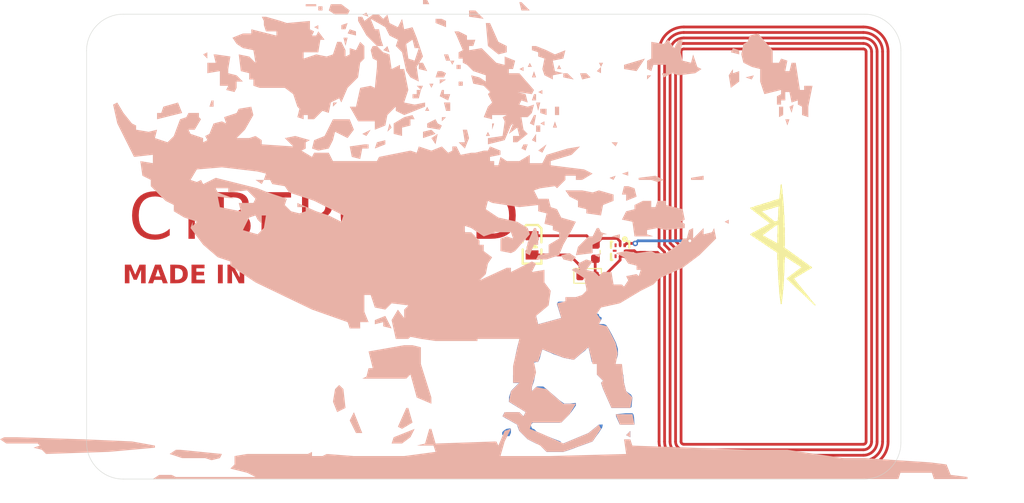
<source format=kicad_pcb>
(kicad_pcb (version 20241229) (generator "pcbnew") (generator_version "9.0")
  (layers (0 "F.Cu" signal) (2 "B.Cu" signal) (13 "F.Paste" user) (15 "B.Paste" user) (5 "F.SilkS" user "F.Silkscreen") (7 "B.SilkS" user "B.Silkscreen") (1 "F.Mask" user) (3 "B.Mask" user) (25 "Edge.Cuts" user))
  (net 0 "")
  (net 1 "Net-(LED1-+)")
  (net 2 "Net-(LED1--)")
  (net 3 "Net-(U1-LA)")
  (net 5 "Net-(U1-LB)")
  (net 8 "Net-(U1-VCC)")
  (footprint "CyberCard:LED0805-R-RD" (layer "F.Cu") (at 146.935 44.41 -90)
    (property "Reference" "LED1" (hide yes))
    (property "Value" "17-21SUYC/TR8" (hide yes))
  )
  (footprint "Capacitor_SMD:C_0603_1608Metric" (layer "F.Cu") (at 153.85 45.1 -90)
    (property "Reference" "C1" (hide yes))
    (property "Value" "220nF" (hide yes))
  )
  (footprint "CyberCard:XQFN-8_L1.6-W1.6-P0.50-BL_NT3H2111W0FHKH" (layer "F.Cu") (at 156.55 45 -90)
    (property "Reference" "U1" (hide yes))
    (property "Value" "NT3H2111W0FHKH" (hide yes))
  )
  (footprint "CyberCard:25X48MM_NFC_ANTENNA" (layer "F.Cu") (at 173.3 44.55 90)
    (property "Reference" "L1" (hide yes))
    (property "Value" "25X48MM_NFC_ANTENNA")
  )
  (footprint "PCM_Resistor_SMD_AKL:R_0603_1608Metric" (layer "F.Cu") (at 153 47.75)
    (property "Reference" "R1" (hide yes))
    (property "Value" "47" (hide yes))
  )
  (gr_poly (pts (xy 156.091869 62.864159) (xy 156.091869 63.077202) (xy 156.35 63.663043) (xy 156.5168 64.006402) (xy 158.117001 64.006402) (xy 158.06429 63.183723) (xy 158.010982 62.917447) (xy 157.904366 62.757638) (xy 157.158045 62.757638)) (fill yes) (layer "B.Cu"))
  (gr_poly (pts (xy 147.562502 51.7865) (xy 147.669129 51.839756) (xy 147.722417 51.73324)) (fill yes) (layer "B.Cu"))
  (gr_poly (pts (xy 147.775704 51.573469) (xy 147.722417 51.73324) (xy 148.042245 51.573469) (xy 148.042245 51.466953)) (fill yes) (layer "B.Cu"))
  (gr_poly (pts (xy 144.85 58.603522) (xy 144.8582 59.434454) (xy 145.1 59.45) (xy 145.45 59.45) (xy 145.544003 59.434454) (xy 145.35 59.6) (xy 145 59.95) (xy 144.8 60.15) (xy 144.629599 60.348855) (xy 144.55 60.6) (xy 144.417294 61.000171) (xy 144.417294 61.266447) (xy 144.401001 61.491803) (xy 144.630495 61.65) (xy 144.95 61.85) (xy 145.2 62) (xy 145.45 62.15) (xy 145.7 62.3) (xy 146.229748 62.634799) (xy 146.1 62.9) (xy 146.001199 63.092056) (xy 145.75 62.85) (xy 145.65 62.75) (xy 145.544003 62.634799) (xy 143.943802 62.634799) (xy 143.8 62.9) (xy 143.715201 63.092056) (xy 144.044127 63.3) (xy 144.5 63.55) (xy 145.2 63.95) (xy 145.315402 64.006402) (xy 145.35 64.2) (xy 145.5 64.6) (xy 145.544003 64.692199) (xy 145.9 65.05) (xy 146.458401 65.606601) (xy 146.922792 65.846648) (xy 147.455875 66.112926) (xy 148.148872 66.166161) (xy 149.268377 66.112926) (xy 150.01466 65.953169) (xy 150.068001 65.846648) (xy 148.681954 65.314041) (xy 147.93567 64.994478) (xy 147.455875 64.781489) (xy 147.189334 64.51516) (xy 146.922792 64.408638) (xy 146.8 64.1) (xy 146.85 63.95) (xy 147 63.8) (xy 147.295961 63.8) (xy 148.788581 63.8) (xy 149.908086 63.8) (xy 150.116 63.777853) (xy 150.441168 63.45) (xy 150.920911 62.97068) (xy 151.030401 62.8634) (xy 151.1 62.757638) (xy 151.240793 62.597884) (xy 151.720588 61.905521) (xy 151.720588 61.639246) (xy 151.56062 61.639246) (xy 151.1 61.7) (xy 150.707709 61.7) (xy 150.441168 61.7) (xy 149.961373 61.372967) (xy 149.3 60.8) (xy 148.841921 60.414329) (xy 148.515799 60.120254) (xy 148.148872 59.82849) (xy 147.509162 59.82849) (xy 147.372803 59.891601) (xy 146.915549 60.348855) (xy 146.915549 59.891601) (xy 147.135994 59.295883) (xy 147.242621 58.76333) (xy 146.922792 58.550288) (xy 145.643373 58.550288)) (fill yes) (layer "B.Cu"))
  (gr_poly (pts (xy 144.150752 64.461925) (xy 143.884212 64.621681) (xy 143.670958 64.834723) (xy 143.670958 65.100999) (xy 143.777586 65.154288) (xy 144.097412 65.260809) (xy 144.470581 65.260809) (xy 144.630495 64.887956) (xy 144.630495 64.461925) (xy 144.523921 64.408638)) (fill yes) (layer "B.Cu"))
  (gr_poly (pts (xy 149.748119 50.614825) (xy 149.641545 50.827857) (xy 149.748119 51.147405) (xy 150.116 52.347854) (xy 147.601401 53.033655) (xy 147.372803 52.119201) (xy 147.15 52.4) (xy 147.189334 52.372341) (xy 146.97608 52.904926) (xy 146.7 53) (xy 146.709538 53.011447) (xy 146.549624 53.171203) (xy 146.38971 53.490766) (xy 146.176456 53.703809) (xy 146.05 53.81033) (xy 146.069829 53.81033) (xy 145.856628 54.076607) (xy 145.5 54.9) (xy 145.323544 55.514564) (xy 145.1 56.579724) (xy 145.590086 56.739479) (xy 145.7 56.75) (xy 146.016542 56.846001) (xy 146.123169 56.899288) (xy 146.922792 57.165565) (xy 147.295961 57.218798) (xy 147.3 57.15) (xy 147.601401 57.148401) (xy 147.775704 56.792767) (xy 147.95 56.1) (xy 148.0586 55.776803) (xy 148.25 55.85) (xy 148.45 55.95) (xy 148.95 56.15) (xy 149.25 56.3) (xy 149.85 56.5) (xy 150.344601 56.691256) (xy 151.131102 56.846001) (xy 151.4876 56.9198) (xy 151.773875 56.686245) (xy 152.20033 56.313448) (xy 152.55 56.05) (xy 152.786753 55.85) (xy 152.85 55.75) (xy 152.9 55.7) (xy 153 55.65) (xy 153.087802 55.548202) (xy 153.25 56.26016) (xy 153.45 57.15) (xy 153.906216 57.165565) (xy 155.398857 56.846001) (xy 156.145178 56.792767) (xy 156.198486 56.739479) (xy 156.305108 56.366682) (xy 156.305108 55.727607) (xy 156.091869 55.035245) (xy 155.958603 54.768968) (xy 154.812461 54.768968) (xy 154.652536 55.301522) (xy 154.54592 55.940649) (xy 154.439303 56.153639) (xy 154.332687 56.153639) (xy 154.439303 55.301522) (xy 154.652536 54.449404) (xy 154.812461 54.236362) (xy 154.812461 54.768968) (xy 155.958603 54.768968) (xy 155.665403 54.183128) (xy 155.345549 53.597287) (xy 155.025699 53.117968) (xy 154.759153 53.011447) (xy 154.279378 53.011447) (xy 154.119453 52.904926) (xy 154.332687 52.798405) (xy 154.492611 52.532112) (xy 154.54592 52.31908) (xy 154.279378 52.159304) (xy 154.22607 51.946272) (xy 154.119453 51.893017) (xy 153.479749 51.7865) (xy 152.946667 51.520208) (xy 152.413584 51.147405) (xy 151.400706 50.721341) (xy 150.760997 50.561565) (xy 149.854746 50.561565)) (fill yes) (layer "B.Cu"))
  (gr_poly (pts (xy 154.21708 64.007176) (xy 153.087802 64.920801) (xy 150.344601 66.063855) (xy 150.242213 66.106518) (xy 150.056989 66.134692) (xy 147.95 66.4) (xy 148.515799 66.978201) (xy 150.344601 66.978201) (xy 150.9 66.805286) (xy 151.507334 66.592244) (xy 151.9 66.432489) (xy 152.85 66.1) (xy 153.544998 65.835254) (xy 153.906216 65.314041) (xy 154.22607 64.887956) (xy 154.599228 64.30217) (xy 154.652536 63.982606)) (fill yes) (layer "B.Cu"))
  (gr_poly (pts (xy 154.0022 58.520004) (xy 154.688 59.205801) (xy 154.459399 59.434454) (xy 154.688 60.120254) (xy 155.602398 62.177603) (xy 157.659747 62.177603) (xy 157.797749 62.06533) (xy 157.8 62) (xy 157.8884 61.034655) (xy 157.744441 60.733841) (xy 157.2026 60.348855) (xy 156.974002 59.434454) (xy 156.9 58.55) (xy 156.624957 58.550288) (xy 156.9 58.55) (xy 154.705844 58.497)) (fill yes) (layer "B.Cu"))
  (gr_poly (pts (xy 157.2026 65.149453) (xy 157.659747 65.378003) (xy 157.659747 64.692199)) (fill yes) (layer "B.Cu"))
  (gr_poly (pts (xy 175.707443 45.580538) (xy 175.724646 45.587496) (xy 175.741417 45.595296) (xy 175.757774 45.603877) (xy 175.773733 45.613183) (xy 175.789312 45.623153) (xy 175.804527 45.633729) (xy 175.819396 45.644852) (xy 175.833935 45.656463) (xy 175.848162 45.668503) (xy 175.862093 45.680913) (xy 175.875746 45.693635) (xy 175.902286 45.719777) (xy 175.927916 45.746458) (xy 175.916858 45.743235) (xy 175.906284 45.739868) (xy 175.896146 45.736339) (xy 175.886397 45.732629) (xy 175.876988 45.728718) (xy 175.867873 45.724589) (xy 175.859005 45.720221) (xy 175.850334 45.715596) (xy 175.841814 45.710696) (xy 175.833397 45.705501) (xy 175.825036 45.699992) (xy 175.816682 45.694151) (xy 175.808289 45.687959) (xy 175.799809 45.681396) (xy 175.791193 45.674444) (xy 175.782396 45.667084) (xy 175.7394 45.639805) (xy 175.727366 45.631265) (xy 175.722447 45.627657) (xy 175.718162 45.624363) (xy 175.714438 45.621287) (xy 175.711205 45.618333) (xy 175.708388 45.615406) (xy 175.707112 45.613923) (xy 175.705914 45.612411) (xy 175.704784 45.610857) (xy 175.703712 45.60925) (xy 175.70269 45.607578) (xy 175.701709 45.60583) (xy 175.699832 45.602053) (xy 175.698008 45.597824) (xy 175.696164 45.593049) (xy 175.694229 45.58763) (xy 175.689791 45.57448)) (fill yes) (layer "F.SilkS"))
  (gr_poly (pts (xy 172.832291 41.962917) (xy 172.805833 41.962917) (xy 172.805833 41.936458)) (fill yes) (layer "F.SilkS"))
  (gr_poly (pts (xy 173.301746 44.872171) (xy 173.310505 44.872403) (xy 173.335 44.873334) (xy 173.340025 44.878472) (xy 173.344518 44.883313) (xy 173.34852 44.887916) (xy 173.352073 44.89234) (xy 173.355217 44.896643) (xy 173.357994 44.900883) (xy 173.360445 44.905119) (xy 173.362612 44.909409) (xy 173.364537 44.913812) (xy 173.36626 44.918387) (xy 173.367823 44.923192) (xy 173.369267 44.928284) (xy 173.370635 44.933724) (xy 173.371966 44.939569) (xy 173.374687 44.952708) (xy 173.36517 44.949404) (xy 173.356122 44.945986) (xy 173.347503 44.942431) (xy 173.33927 44.938715) (xy 173.331383 44.934817) (xy 173.3238 44.930713) (xy 173.31648 44.926381) (xy 173.309381 44.921797) (xy 173.302464 44.916938) (xy 173.295685 44.911783) (xy 173.289004 44.906308) (xy 173.28238 44.90049) (xy 173.275772 44.894307) (xy 173.269137 44.887735) (xy 173.262435 44.880751) (xy 173.255625 44.873334) (xy 173.278259 44.872403) (xy 173.286553 44.872171) (xy 173.294072 44.872093)) (fill yes) (layer "F.SilkS"))
  (gr_poly (pts (xy 171.944653 39.981447) (xy 171.949958 39.981979) (xy 171.95535 39.982805) (xy 171.960886 39.983938) (xy 171.966624 39.985389) (xy 171.972621 39.98717) (xy 171.978936 39.989293) (xy 171.985625 39.991771) (xy 171.973933 39.999408) (xy 171.962693 40.006406) (xy 171.951818 40.012794) (xy 171.941219 40.018599) (xy 171.930809 40.02385) (xy 171.9205 40.028574) (xy 171.910205 40.032798) (xy 171.899837 40.036552) (xy 171.889307 40.039862) (xy 171.878528 40.042757) (xy 171.867413 40.045264) (xy 171.855873 40.047411) (xy 171.843822 40.049225) (xy 171.831172 40.050736) (xy 171.817835 40.05197) (xy 171.803724 40.052956) (xy 171.756801 40.055959) (xy 171.721041 40.057917) (xy 171.728779 40.052888) (xy 171.736403 40.048185) (xy 171.74394 40.043785) (xy 171.751415 40.039661) (xy 171.758856 40.035788) (xy 171.766288 40.032141) (xy 171.773737 40.028694) (xy 171.78123 40.025423) (xy 171.796452 40.019304) (xy 171.812163 40.013581) (xy 171.828573 40.008052) (xy 171.845892 40.002513) (xy 171.891315 39.987895) (xy 171.905113 39.984939) (xy 171.911422 39.983751) (xy 171.917416 39.982773) (xy 171.92315 39.982016) (xy 171.928683 39.981493) (xy 171.934073 39.981216) (xy 171.939377 39.981196)) (fill yes) (layer "F.SilkS"))
  (gr_poly (pts (xy 173.520442 44.123266) (xy 173.533665 44.127575) (xy 173.546668 44.132182) (xy 173.559474 44.13707) (xy 173.572102 44.142225) (xy 173.584575 44.14763) (xy 173.609139 44.159124) (xy 173.633336 44.171424) (xy 173.657334 44.184402) (xy 173.681305 44.197928) (xy 173.705416 44.211875) (xy 173.697447 44.214597) (xy 173.691106 44.216703) (xy 173.685771 44.218349) (xy 173.683288 44.219048) (xy 173.680823 44.21969) (xy 173.678301 44.220295) (xy 173.675642 44.220881) (xy 173.669608 44.222077) (xy 173.662101 44.223433) (xy 173.6525 44.225104) (xy 173.632515 44.212092) (xy 173.612624 44.198934) (xy 173.592827 44.185632) (xy 173.573125 44.172188) (xy 173.520208 44.172188) (xy 173.506979 44.119271)) (fill yes) (layer "F.SilkS"))
  (gr_poly (pts (xy 173.996458 38.801146) (xy 173.983229 38.801146) (xy 173.983229 38.695313) (xy 173.996458 38.695313)) (fill yes) (layer "F.SilkS"))
  (gr_poly (pts (xy 171.972396 41.301459) (xy 171.945937 41.301459) (xy 171.945937 41.275)) (fill yes) (layer "F.SilkS"))
  (gr_poly (pts (xy 175.922387 47.752102) (xy 175.916994 47.759425) (xy 175.911689 47.766099) (xy 175.906423 47.772194) (xy 175.901148 47.777777) (xy 175.895816 47.782918) (xy 175.890378 47.787685) (xy 175.884786 47.792147) (xy 175.878991 47.796372) (xy 175.872946 47.80043) (xy 175.866601 47.804388) (xy 175.859909 47.808315) (xy 175.852821 47.812281) (xy 175.845289 47.816353) (xy 175.828698 47.825091) (xy 175.78942 47.845861) (xy 175.759499 47.861202) (xy 175.729479 47.876354) (xy 175.742708 47.810208) (xy 175.774127 47.806901) (xy 175.786262 47.804753) (xy 175.79123 47.803766) (xy 175.795568 47.802763) (xy 175.799352 47.80169) (xy 175.802658 47.800493) (xy 175.804156 47.799831) (xy 175.805562 47.799117) (xy 175.806887 47.798345) (xy 175.808141 47.797508) (xy 175.809332 47.796599) (xy 175.81047 47.795612) (xy 175.811566 47.794538) (xy 175.812627 47.793373) (xy 175.813665 47.792108) (xy 175.814687 47.790737) (xy 175.816727 47.78765) (xy 175.818823 47.784057) (xy 175.821052 47.779905) (xy 175.82621 47.769701) (xy 175.835312 47.744063) (xy 175.875 47.757291) (xy 175.891773 47.75419) (xy 175.897724 47.752976) (xy 175.902877 47.751779) (xy 175.907852 47.750444) (xy 175.913271 47.748816) (xy 175.927916 47.744063)) (fill yes) (layer "F.SilkS"))
  (gr_poly (pts (xy 175.888229 47.228125) (xy 175.875702 47.239994) (xy 175.863113 47.251795) (xy 175.837799 47.275247) (xy 175.809423 47.301758) (xy 175.782396 47.320729) (xy 175.742708 47.3075) (xy 175.86177 47.214896)) (fill yes) (layer "F.SilkS"))
  (gr_poly (pts (xy 172.871979 41.407292) (xy 172.86338 41.410001) (xy 172.855493 41.412149) (xy 172.848222 41.413755) (xy 172.841471 41.414837) (xy 172.835145 41.415417) (xy 172.829147 41.415511) (xy 172.823381 41.415141) (xy 172.817752 41.414325) (xy 172.812165 41.413082) (xy 172.806522 41.411433) (xy 172.800729 41.409395) (xy 172.794689 41.406989) (xy 172.788306 41.404233) (xy 172.781485 41.401147) (xy 172.766146 41.394063) (xy 172.779375 41.354375)) (fill yes) (layer "F.SilkS"))
  (gr_poly (pts (xy 177.012708 50.217917) (xy 176.98625 50.217917) (xy 176.98625 50.191458)) (fill yes) (layer "F.SilkS"))
  (gr_poly (pts (xy 171.651272 43.790026) (xy 171.660557 43.791695) (xy 171.669553 43.79356) (xy 171.678289 43.795634) (xy 171.686795 43.797931) (xy 171.695104 43.800462) (xy 171.703244 43.80324) (xy 171.711246 43.806279) (xy 171.719141 43.80959) (xy 171.726959 43.813186) (xy 171.73473 43.81708) (xy 171.742486 43.821284) (xy 171.750256 43.825811) (xy 171.758071 43.830674) (xy 171.765962 43.835886) (xy 171.773958 43.841458) (xy 171.773958 43.867917) (xy 171.800416 43.867917) (xy 171.787187 43.894375) (xy 171.714427 43.848894) (xy 171.673498 43.823321) (xy 171.641666 43.801771) (xy 171.641666 43.788542)) (fill yes) (layer "F.SilkS"))
  (gr_poly (pts (xy 174.472708 46.950313) (xy 174.459479 46.950313) (xy 174.459479 46.857709) (xy 174.472708 46.857709)) (fill yes) (layer "F.SilkS"))
  (gr_poly (pts (xy 172.342812 43.166771) (xy 172.303125 43.166771) (xy 172.316354 43.153542)) (fill yes) (layer "F.SilkS"))
  (gr_poly (pts (xy 172.594166 39.740417) (xy 172.554479 39.740417) (xy 172.554479 39.713959)) (fill yes) (layer "F.SilkS"))
  (gr_poly (pts (xy 173.004271 42.624375) (xy 172.885208 42.716979) (xy 172.885208 42.677292) (xy 172.911666 42.677292) (xy 172.924895 42.637604) (xy 172.933411 42.632127) (xy 172.940144 42.627889) (xy 172.943035 42.626139) (xy 172.945713 42.624582) (xy 172.948255 42.62318) (xy 172.950739 42.621895) (xy 172.953242 42.620687) (xy 172.955841 42.619518) (xy 172.958615 42.618349) (xy 172.961641 42.617141) (xy 172.968758 42.614453) (xy 172.977812 42.611146)) (fill yes) (layer "F.SilkS"))
  (gr_poly (pts (xy 172.3825 39.806563) (xy 172.342812 39.806563) (xy 172.342812 39.780105)) (fill yes) (layer "F.SilkS"))
  (gr_poly (pts (xy 172.7 44.542604) (xy 172.660312 44.542604) (xy 172.660312 44.529375)) (fill yes) (layer "F.SilkS"))
  (gr_poly (pts (xy 171.980347 40.694485) (xy 171.987901 40.696216) (xy 171.995097 40.69812) (xy 172.001975 40.700208) (xy 172.008576 40.702492) (xy 172.01494 40.704982) (xy 172.021109 40.70769) (xy 172.027121 40.710626) (xy 172.033018 40.713802) (xy 172.03884 40.717228) (xy 172.044627 40.720916) (xy 172.05042 40.724876) (xy 172.056259 40.72912) (xy 172.062185 40.733659) (xy 172.068238 40.738503) (xy 172.074459 40.743664) (xy 172.101975 40.766498) (xy 172.130325 40.790482) (xy 172.162771 40.818425) (xy 172.188556 40.84011) (xy 172.199728 40.84912) (xy 172.210168 40.857184) (xy 172.220189 40.864506) (xy 172.2301 40.871294) (xy 172.240213 40.877753) (xy 172.25084 40.884088) (xy 172.262291 40.890506) (xy 172.274878 40.897212) (xy 172.304706 40.912315) (xy 172.342812 40.931042) (xy 172.369271 40.970729) (xy 172.408958 40.983959) (xy 172.435416 41.036875) (xy 172.475104 41.050104) (xy 172.52802 41.103021) (xy 172.554479 41.116251) (xy 172.560529 41.119431) (xy 172.566308 41.122771) (xy 172.571844 41.126264) (xy 172.577163 41.129903) (xy 172.582293 41.13368) (xy 172.587259 41.13759) (xy 172.59209 41.141624) (xy 172.596811 41.145776) (xy 172.601449 41.150039) (xy 172.606031 41.154406) (xy 172.615136 41.163423) (xy 172.633854 41.182396) (xy 172.673541 41.195625) (xy 172.68558 41.219861) (xy 172.689061 41.226462) (xy 172.692648 41.232638) (xy 172.69635 41.238431) (xy 172.700175 41.243882) (xy 172.704131 41.249029) (xy 172.708227 41.253916) (xy 172.712471 41.258581) (xy 172.716872 41.263066) (xy 172.721437 41.267412) (xy 172.726176 41.271658) (xy 172.731096 41.275846) (xy 172.736206 41.280016) (xy 172.747029 41.288465) (xy 172.758711 41.297331) (xy 172.790077 41.321461) (xy 172.799796 41.328662) (xy 172.80388 41.331618) (xy 172.807581 41.334209) (xy 172.811 41.336483) (xy 172.814237 41.338489) (xy 172.817393 41.340274) (xy 172.820569 41.341887) (xy 172.823865 41.343376) (xy 172.827381 41.344789) (xy 172.831219 41.346175) (xy 172.835479 41.347581) (xy 172.840261 41.349056) (xy 172.845667 41.350647) (xy 172.85875 41.354375) (xy 172.875444 41.370753) (xy 172.892031 41.38724) (xy 172.908514 41.403831) (xy 172.924895 41.420521) (xy 172.934589 41.42819) (xy 172.944127 41.435516) (xy 172.953621 41.44252) (xy 172.963179 41.449222) (xy 172.972913 41.455643) (xy 172.982933 41.461806) (xy 172.988084 41.464797) (xy 172.993349 41.46773) (xy 172.998739 41.47061) (xy 173.004271 41.473438) (xy 173.030729 41.499896) (xy 173.057187 41.486667) (xy 173.064622 41.515612) (xy 173.068866 41.523566) (xy 173.07314 41.530893) (xy 173.077472 41.537653) (xy 173.081885 41.543907) (xy 173.086408 41.549715) (xy 173.091064 41.555137) (xy 173.09588 41.560233) (xy 173.100881 41.565065) (xy 173.106094 41.56969) (xy 173.111544 41.574172) (xy 173.117257 41.578568) (xy 173.123258 41.58294) (xy 173.13623 41.591853) (xy 173.150664 41.60139) (xy 173.160457 41.608301) (xy 173.169982 41.615378) (xy 173.179288 41.622618) (xy 173.188422 41.630017) (xy 173.197433 41.637571) (xy 173.206369 41.645278) (xy 173.224205 41.661133) (xy 173.234393 41.669967) (xy 173.239219 41.674004) (xy 173.243924 41.677814) (xy 173.248548 41.681418) (xy 173.253134 41.684836) (xy 173.257723 41.688087) (xy 173.262357 41.691193) (xy 173.267077 41.694174) (xy 173.271926 41.697049) (xy 173.276945 41.699838) (xy 173.282176 41.702563) (xy 173.28766 41.705243) (xy 173.293441 41.707899) (xy 173.299558 41.71055) (xy 173.306054 41.713216) (xy 173.309423 41.714607) (xy 173.312591 41.716002) (xy 173.315567 41.717407) (xy 173.318361 41.718823) (xy 173.320982 41.720255) (xy 173.323441 41.721707) (xy 173.325745 41.723181) (xy 173.327907 41.724681) (xy 173.329933 41.726211) (xy 173.331835 41.727774) (xy 173.333622 41.729375) (xy 173.335303 41.731015) (xy 173.336888 41.7327) (xy 173.338387 41.734431) (xy 173.339809 41.736214) (xy 173.341163 41.738051) (xy 173.343707 41.741902) (xy 173.346096 41.746013) (xy 173.348407 41.750412) (xy 173.350716 41.755126) (xy 173.355632 41.765617) (xy 173.358393 41.771448) (xy 173.361458 41.777709) (xy 173.367416 41.781221) (xy 173.373397 41.784419) (xy 173.3794 41.787312) (xy 173.385425 41.789911) (xy 173.391472 41.792225) (xy 173.397539 41.794265) (xy 173.409734 41.797563) (xy 173.422008 41.799887) (xy 173.434357 41.801318) (xy 173.446777 41.801937) (xy 173.459266 41.801826) (xy 173.47182 41.801066) (xy 173.484436 41.799739) (xy 173.497109 41.797926) (xy 173.509838 41.79571) (xy 173.535445 41.790389) (xy 173.561232 41.784429) (xy 173.588872 41.777014) (xy 173.616468 41.76945) (xy 173.644023 41.761733) (xy 173.671536 41.753856) (xy 173.68064 41.751485) (xy 173.689781 41.749261) (xy 173.698953 41.747167) (xy 173.708151 41.745185) (xy 173.726607 41.741485) (xy 173.745104 41.738021) (xy 173.784791 41.764479) (xy 173.704217 41.788189) (xy 173.623554 41.811602) (xy 173.577437 41.825334) (xy 173.532868 41.838113) (xy 173.491937 41.850085) (xy 173.484527 41.851383) (xy 173.477446 41.852471) (xy 173.470651 41.853346) (xy 173.464096 41.854004) (xy 173.457737 41.854444) (xy 173.451528 41.85466) (xy 173.445426 41.85465) (xy 173.439386 41.854411) (xy 173.433363 41.85394) (xy 173.427311 41.853232) (xy 173.421188 41.852286) (xy 173.414947 41.851097) (xy 173.408544 41.849663) (xy 173.401934 41.84798) (xy 173.395073 41.846045) (xy 173.387916 41.843854) (xy 173.376998 41.835358) (xy 173.366287 41.826836) (xy 173.355748 41.818259) (xy 173.345347 41.809601) (xy 173.335047 41.800832) (xy 173.324815 41.791924) (xy 173.314616 41.78285) (xy 173.304414 41.773581) (xy 173.278756 41.751024) (xy 173.252914 41.72884) (xy 173.226866 41.70701) (xy 173.20059 41.685511) (xy 173.174062 41.664324) (xy 173.147261 41.643427) (xy 173.120163 41.6228) (xy 173.092747 41.602422) (xy 173.067876 41.583912) (xy 173.043317 41.565229) (xy 173.019056 41.546321) (xy 172.995075 41.527137) (xy 172.971358 41.507626) (xy 172.947891 41.487737) (xy 172.924656 41.46742) (xy 172.901639 41.446622) (xy 172.888307 41.435073) (xy 172.874832 41.423732) (xy 172.861228 41.412573) (xy 172.84751 41.401566) (xy 172.819789 41.379897) (xy 172.791784 41.358503) (xy 172.742247 41.320515) (xy 172.693112 41.282071) (xy 172.644323 41.243191) (xy 172.59582 41.203894) (xy 172.495726 41.12256) (xy 172.395271 41.041691) (xy 172.294426 40.961307) (xy 172.193164 40.881433) (xy 172.125933 40.828661) (xy 172.063703 40.779833) (xy 172.026966 40.750795) (xy 171.994823 40.725474) (xy 171.972396 40.706146) (xy 171.972396 40.692917)) (fill yes) (layer "F.SilkS"))
  (gr_poly (pts (xy 174.181666 37.769271) (xy 174.181983 37.789113) (xy 174.182083 37.808959) (xy 174.181975 37.828804) (xy 174.181666 37.848646) (xy 174.168437 37.861875) (xy 174.16813 37.885025) (xy 174.168026 37.908178) (xy 174.168127 37.93133) (xy 174.168437 37.95448) (xy 174.141979 37.901563) (xy 174.11552 37.95448) (xy 174.111734 37.912731) (xy 174.108086 37.870971) (xy 174.103892 37.823997) (xy 174.10339 37.810222) (xy 174.103173 37.799387) (xy 174.103215 37.794774) (xy 174.10338 37.790539) (xy 174.103684 37.786562) (xy 174.104145 37.782727) (xy 174.10478 37.778912) (xy 174.105606 37.774999) (xy 174.106639 37.77087) (xy 174.107897 37.766406) (xy 174.111157 37.755994) (xy 174.11552 37.742813)) (fill yes) (layer "F.SilkS"))
  (gr_poly (pts (xy 175.697081 48.878723) (xy 175.700411 48.878868) (xy 175.704012 48.87911) (xy 175.707981 48.879449) (xy 175.717412 48.880416) (xy 175.729479 48.881771) (xy 175.738264 48.891398) (xy 175.745188 48.899086) (xy 175.750873 48.905611) (xy 175.753444 48.90868) (xy 175.755937 48.911748) (xy 175.761002 48.918272) (xy 175.766686 48.925958) (xy 175.773611 48.935581) (xy 175.782396 48.947916) (xy 175.798777 48.964607) (xy 175.81526 48.981198) (xy 175.831847 48.997685) (xy 175.848541 49.014062) (xy 175.888229 49.05375) (xy 175.86177 49.080208) (xy 175.836661 49.054623) (xy 175.803893 49.021497) (xy 175.771336 48.988477) (xy 175.762603 48.979282) (xy 175.758959 48.975513) (xy 175.755689 48.972217) (xy 175.752713 48.969334) (xy 175.749948 48.966805) (xy 175.747316 48.964571) (xy 175.744735 48.962571) (xy 175.742125 48.960748) (xy 175.739405 48.959041) (xy 175.736493 48.957391) (xy 175.73331 48.955739) (xy 175.729775 48.954025) (xy 175.725807 48.952189) (xy 175.716249 48.947916) (xy 175.716249 48.921458) (xy 175.663333 48.895) (xy 175.663333 48.881771) (xy 175.673229 48.880416) (xy 175.681109 48.879449) (xy 175.684536 48.87911) (xy 175.68775 48.878868) (xy 175.690847 48.878723) (xy 175.693925 48.878675)) (fill yes) (layer "F.SilkS"))
  (gr_poly (pts (xy 176.6011 46.228298) (xy 176.611919 46.233774) (xy 176.61705 46.236533) (xy 176.622028 46.239339) (xy 176.626877 46.242219) (xy 176.631622 46.245198) (xy 176.636286 46.2483) (xy 176.640895 46.251552) (xy 176.645473 46.254978) (xy 176.650044 46.258605) (xy 176.654633 46.262458) (xy 176.659264 46.266562) (xy 176.663961 46.270942) (xy 176.66875 46.275625) (xy 176.661767 46.278832) (xy 176.654995 46.281386) (xy 176.648399 46.283335) (xy 176.641944 46.284728) (xy 176.635596 46.285612) (xy 176.629319 46.286037) (xy 176.623081 46.286051) (xy 176.616845 46.285701) (xy 176.610578 46.285036) (xy 176.604244 46.284105) (xy 176.59781 46.282955) (xy 176.59124 46.281636) (xy 176.562916 46.275625) (xy 176.589375 46.222708)) (fill yes) (layer "F.SilkS"))
  (gr_poly (pts (xy 174.419791 40.520938) (xy 174.406562 40.520938) (xy 174.406562 40.282813) (xy 174.419791 40.282813)) (fill yes) (layer "F.SilkS"))
  (gr_poly (pts (xy 174.221354 50.548645) (xy 174.208125 50.548645) (xy 174.208125 50.4825) (xy 174.221354 50.4825)) (fill yes) (layer "F.SilkS"))
  (gr_poly (pts (xy 176.139583 47.625) (xy 176.130954 47.632458) (xy 176.122448 47.639487) (xy 176.114026 47.646108) (xy 176.105648 47.652341) (xy 176.097274 47.658207) (xy 176.088864 47.663726) (xy 176.080379 47.668918) (xy 176.071778 47.673806) (xy 176.063023 47.678408) (xy 176.054074 47.682746) (xy 176.044889 47.68684) (xy 176.035431 47.690711) (xy 176.025659 47.69438) (xy 176.015533 47.697866) (xy 176.005014 47.701191) (xy 175.994062 47.704375) (xy 176.033749 47.611771)) (fill yes) (layer "F.SilkS"))
  (gr_poly (pts (xy 174.022916 50.350208) (xy 174.009687 50.350208) (xy 174.009687 50.244375) (xy 174.022916 50.244375)) (fill yes) (layer "F.SilkS"))
  (gr_poly (pts (xy 173.745104 42.280417) (xy 173.718645 42.2275) (xy 173.731875 42.214271) (xy 173.745104 42.214271)) (fill yes) (layer "F.SilkS"))
  (gr_poly (pts (xy 172.313047 42.396962) (xy 172.310359 42.405426) (xy 172.307982 42.412416) (xy 172.305605 42.418708) (xy 172.302918 42.425077) (xy 172.299611 42.432297) (xy 172.295373 42.441146) (xy 172.289896 42.452396) (xy 172.28138 42.456493) (xy 172.277829 42.458154) (xy 172.274647 42.459583) (xy 172.271756 42.460798) (xy 172.269078 42.461819) (xy 172.266536 42.462665) (xy 172.264052 42.463356) (xy 172.261549 42.463912) (xy 172.25895 42.464351) (xy 172.256176 42.464693) (xy 172.25315 42.464957) (xy 172.249795 42.465163) (xy 172.246033 42.46533) (xy 172.236979 42.465625) (xy 172.197291 42.439167) (xy 172.226824 42.4217) (xy 172.249381 42.408574) (xy 172.266357 42.399169) (xy 172.273188 42.395668) (xy 172.279147 42.392865) (xy 172.284408 42.390681) (xy 172.289146 42.389041) (xy 172.293536 42.387865) (xy 172.29775 42.387077) (xy 172.301965 42.386599) (xy 172.306355 42.386354) (xy 172.316354 42.38625)) (fill yes) (layer "F.SilkS"))
  (gr_poly (pts (xy 172.15463 43.367103) (xy 172.164606 43.369436) (xy 172.174329 43.372179) (xy 172.183828 43.3753) (xy 172.193127 43.378771) (xy 172.202254 43.38256) (xy 172.211235 43.386638) (xy 172.220097 43.390974) (xy 172.228866 43.395539) (xy 172.23757 43.400302) (xy 172.254885 43.410302) (xy 172.289896 43.431354) (xy 172.282465 43.434367) (xy 172.276508 43.436681) (xy 172.273888 43.437624) (xy 172.271404 43.438452) (xy 172.268978 43.439182) (xy 172.266533 43.439834) (xy 172.263991 43.440428) (xy 172.261275 43.440984) (xy 172.258307 43.441519) (xy 172.25501 43.442055) (xy 172.247118 43.443203) (xy 172.236979 43.444583) (xy 172.224912 43.438811) (xy 172.215482 43.4342) (xy 172.207911 43.430286) (xy 172.204581 43.428446) (xy 172.201426 43.426605) (xy 172.198348 43.424706) (xy 172.19525 43.42269) (xy 172.18861 43.418077) (xy 172.180729 43.412301) (xy 172.170833 43.404896) (xy 172.170833 43.378438) (xy 172.144375 43.365209)) (fill yes) (layer "F.SilkS"))
  (gr_poly (pts (xy 174.472708 46.143333) (xy 174.499166 46.090417) (xy 174.499166 46.302083) (xy 174.485937 46.302083) (xy 174.472708 46.447604) (xy 174.459479 46.447604) (xy 174.44625 46.685729) (xy 174.43302 46.685729) (xy 174.432866 46.513625) (xy 174.435369 46.341692) (xy 174.440004 46.169798) (xy 174.44625 45.997813) (xy 174.459479 45.997813)) (fill yes) (layer "F.SilkS"))
  (gr_poly (pts (xy 174.485937 46.99) (xy 174.485828 46.999513) (xy 174.485688 47.007059) (xy 174.485461 47.013355) (xy 174.485089 47.019119) (xy 174.484512 47.025067) (xy 174.483673 47.031915) (xy 174.480976 47.051185) (xy 174.476531 47.083954) (xy 174.472708 47.109063) (xy 174.459479 47.109063) (xy 174.459479 46.963541)) (fill yes) (layer "F.SilkS"))
  (gr_poly (pts (xy 173.718645 45.455417) (xy 173.705416 45.455417) (xy 173.705416 45.336354) (xy 173.718645 45.336354)) (fill yes) (layer "F.SilkS"))
  (gr_poly (pts (xy 173.593029 45.098767) (xy 173.599559 45.099531) (xy 173.612209 45.101711) (xy 173.624353 45.104708) (xy 173.636039 45.108463) (xy 173.647317 45.112915) (xy 173.658234 45.118006) (xy 173.668841 45.123675) (xy 173.679185 45.129862) (xy 173.689315 45.136507) (xy 173.69928 45.143551) (xy 173.709128 45.150934) (xy 173.718909 45.158596) (xy 173.758333 45.190833) (xy 173.745104 45.217292) (xy 173.665729 45.165195) (xy 173.642789 45.150246) (xy 173.62856 45.140725) (xy 173.614428 45.131061) (xy 173.600368 45.121292) (xy 173.586354 45.111458) (xy 173.586354 45.098229)) (fill yes) (layer "F.SilkS"))
  (gr_poly (pts (xy 174.2875 49.993021) (xy 174.274271 49.993021) (xy 174.274271 49.860729) (xy 174.2875 49.860729)) (fill yes) (layer "F.SilkS"))
  (gr_poly (pts (xy 177.078854 50.284062) (xy 177.052395 50.284062) (xy 177.052395 50.257604)) (fill yes) (layer "F.SilkS"))
  (gr_poly (pts (xy 176.205729 48.908229) (xy 176.1925 48.881771) (xy 176.218958 48.881771)) (fill yes) (layer "F.SilkS"))
  (gr_poly (pts (xy 174.25655 38.399855) (xy 174.260095 38.403576) (xy 174.263147 38.406971) (xy 174.264502 38.408578) (xy 174.265749 38.410139) (xy 174.266894 38.411668) (xy 174.267942 38.413177) (xy 174.268899 38.414679) (xy 174.26977 38.416184) (xy 174.27056 38.417706) (xy 174.271274 38.419257) (xy 174.271918 38.42085) (xy 174.272498 38.422496) (xy 174.273017 38.424207) (xy 174.273483 38.425996) (xy 174.273899 38.427876) (xy 174.274271 38.429858) (xy 174.274906 38.434179) (xy 174.27543 38.439057) (xy 174.275885 38.44459) (xy 174.276757 38.458015) (xy 174.275911 38.470868) (xy 174.275113 38.480688) (xy 174.274675 38.484651) (xy 174.27418 38.488086) (xy 174.273605 38.491067) (xy 174.272928 38.493672) (xy 174.272124 38.495976) (xy 174.271172 38.498056) (xy 174.270048 38.499988) (xy 174.268728 38.501849) (xy 174.267191 38.503715) (xy 174.265413 38.505662) (xy 174.261041 38.510105) (xy 174.26045 38.535154) (xy 174.26012 38.560132) (xy 174.260046 38.585108) (xy 174.260221 38.61015) (xy 174.260393 38.63865) (xy 174.261041 38.708542) (xy 174.255166 38.699545) (xy 174.24983 38.690955) (xy 174.245023 38.682699) (xy 174.240735 38.674706) (xy 174.236954 38.666905) (xy 174.233671 38.659223) (xy 174.230874 38.651589) (xy 174.228554 38.643932) (xy 174.226699 38.636178) (xy 174.225298 38.628257) (xy 174.224342 38.620097) (xy 174.223819 38.611627) (xy 174.22372 38.602774) (xy 174.224032 38.593466) (xy 174.224746 38.583632) (xy 174.225852 38.573201) (xy 174.229596 38.541033) (xy 174.233763 38.507624) (xy 174.237758 38.473751) (xy 174.247812 38.391042)) (fill yes) (layer "F.SilkS"))
  (gr_poly (pts (xy 174.409522 47.702142) (xy 174.412008 47.71304) (xy 174.414053 47.723856) (xy 174.415692 47.734608) (xy 174.416956 47.745313) (xy 174.41788 47.755988) (xy 174.418496 47.766648) (xy 174.418837 47.777313) (xy 174.418829 47.798719) (xy 174.41812 47.820342) (xy 174.415664 47.864779) (xy 174.414235 47.897798) (xy 174.412502 47.929377) (xy 174.410994 47.958163) (xy 174.409479 47.966145) (xy 174.408765 47.969476) (xy 174.408018 47.972466) (xy 174.407195 47.975188) (xy 174.406249 47.977718) (xy 174.405716 47.978933) (xy 174.405135 47.980127) (xy 174.404501 47.981311) (xy 174.403809 47.982492) (xy 174.403052 47.98368) (xy 174.402224 47.984885) (xy 174.400336 47.98738) (xy 174.3981 47.990052) (xy 174.395469 47.992974) (xy 174.3924 47.996221) (xy 174.388846 47.999865) (xy 174.380104 48.008646) (xy 174.366875 47.902812) (xy 174.393333 47.902812) (xy 174.39287 47.859871) (xy 174.392513 47.804414) (xy 174.392169 47.776077) (xy 174.392204 47.758149) (xy 174.392448 47.740221) (xy 174.393333 47.704375) (xy 174.406562 47.691146)) (fill yes) (layer "F.SilkS"))
  (gr_poly (pts (xy 177.078854 50.284062) (xy 177.052395 50.284062) (xy 177.052395 50.257604)) (fill yes) (layer "F.SilkS"))
  (gr_poly (pts (xy 173.824479 41.618959) (xy 173.824479 41.75125) (xy 173.798021 41.75125) (xy 173.798021 41.777709) (xy 173.772284 41.788184) (xy 173.759954 41.79287) (xy 173.747894 41.797182) (xy 173.736035 41.801111) (xy 173.724311 41.804653) (xy 173.712653 41.807802) (xy 173.700995 41.81055) (xy 173.689267 41.812892) (xy 173.677404 41.814822) (xy 173.665337 41.816333) (xy 173.652999 41.81742) (xy 173.640322 41.818075) (xy 173.627239 41.818294) (xy 173.613682 41.81807) (xy 173.599583 41.817396) (xy 173.60863 41.811587) (xy 173.617505 41.806322) (xy 173.626247 41.801558) (xy 173.634893 41.797248) (xy 173.643482 41.793347) (xy 173.652052 41.789809) (xy 173.660641 41.786591) (xy 173.669288 41.783645) (xy 173.678029 41.780928) (xy 173.686905 41.778393) (xy 173.70521 41.773689) (xy 173.745104 41.764479) (xy 173.731875 41.711563) (xy 173.758333 41.711563) (xy 173.758333 41.60573)) (fill yes) (layer "F.SilkS"))
  (gr_poly (pts (xy 174.485937 46.738646) (xy 174.472708 46.738646) (xy 174.472708 46.460834) (xy 174.485937 46.460834)) (fill yes) (layer "F.SilkS"))
  (gr_poly (pts (xy 174.460805 46.704017) (xy 174.459869 46.860043) (xy 174.458165 46.914054) (xy 174.455431 46.961985) (xy 174.44625 47.069375) (xy 174.43302 47.069375) (xy 174.428467 46.989997) (xy 174.424978 46.910658) (xy 174.420721 46.752024) (xy 174.419306 46.593315) (xy 174.419791 46.434375) (xy 174.459479 46.434375)) (fill yes) (layer "F.SilkS"))
  (gr_poly (pts (xy 175.979907 49.151262) (xy 175.984258 49.159122) (xy 175.986124 49.162344) (xy 175.987864 49.165163) (xy 175.989537 49.167629) (xy 175.991202 49.169793) (xy 175.99205 49.170777) (xy 175.992919 49.171706) (xy 175.993815 49.172584) (xy 175.994747 49.173419) (xy 175.995721 49.174217) (xy 175.996746 49.174983) (xy 175.997828 49.175726) (xy 175.998975 49.17645) (xy 176.001495 49.177869) (xy 176.004363 49.179292) (xy 176.007641 49.18077) (xy 176.011386 49.182354) (xy 176.02052 49.186042) (xy 176.007291 49.2125) (xy 175.98163 49.190627) (xy 175.956028 49.168685) (xy 175.927189 49.144025) (xy 175.918644 49.135983) (xy 175.915085 49.132577) (xy 175.9119 49.129455) (xy 175.909012 49.126526) (xy 175.906345 49.123694) (xy 175.903822 49.120867) (xy 175.901367 49.117951) (xy 175.898904 49.114853) (xy 175.896355 49.111479) (xy 175.893646 49.107736) (xy 175.890698 49.10353) (xy 175.883783 49.093356) (xy 175.875 49.080208) (xy 175.941145 49.080208)) (fill yes) (layer "F.SilkS"))
  (gr_poly (pts (xy 174.036145 38.404271) (xy 174.022916 38.404271) (xy 174.022916 38.311667) (xy 174.036145 38.311667)) (fill yes) (layer "F.SilkS"))
  (gr_poly (pts (xy 173.930312 49.463854) (xy 173.917083 49.463854) (xy 173.917083 49.331563) (xy 173.930312 49.331563)) (fill yes) (layer "F.SilkS"))
  (gr_poly (pts (xy 172.805833 41.327917) (xy 172.792604 41.301459) (xy 172.819062 41.301459)) (fill yes) (layer "F.SilkS"))
  (gr_poly (pts (xy 175.570729 48.154166) (xy 175.5575 48.193854) (xy 175.491354 48.193854) (xy 175.517812 48.114479)) (fill yes) (layer "F.SilkS"))
  (gr_poly (pts (xy 176.205729 48.908229) (xy 176.1925 48.881771) (xy 176.218958 48.881771)) (fill yes) (layer "F.SilkS"))
  (gr_poly (pts (xy 174.234583 38.27198) (xy 174.221354 38.27198) (xy 174.221354 38.166146) (xy 174.234583 38.166146)) (fill yes) (layer "F.SilkS"))
  (gr_poly (pts (xy 172.342812 39.819792) (xy 172.303125 39.806563) (xy 172.316354 39.793334)) (fill yes) (layer "F.SilkS"))
  (gr_poly (pts (xy 173.593029 45.098767) (xy 173.599559 45.099531) (xy 173.612209 45.101711) (xy 173.624353 45.104708) (xy 173.636039 45.108463) (xy 173.647317 45.112915) (xy 173.658234 45.118006) (xy 173.668841 45.123675) (xy 173.679185 45.129862) (xy 173.689315 45.136507) (xy 173.69928 45.143551) (xy 173.709128 45.150934) (xy 173.718909 45.158596) (xy 173.758333 45.190833) (xy 173.745104 45.217292) (xy 173.665729 45.165195) (xy 173.642789 45.150246) (xy 173.62856 45.140725) (xy 173.614428 45.131061) (xy 173.600368 45.121292) (xy 173.586354 45.111458) (xy 173.586354 45.098229)) (fill yes) (layer "F.SilkS"))
  (gr_poly (pts (xy 171.27125 42.968334) (xy 171.248048 42.989841) (xy 171.238478 42.998562) (xy 171.230033 43.006066) (xy 171.222541 43.012455) (xy 171.215831 43.017832) (xy 171.209729 43.022301) (xy 171.204064 43.025963) (xy 171.198664 43.028923) (xy 171.193358 43.031283) (xy 171.187972 43.033146) (xy 171.182336 43.034614) (xy 171.176276 43.035792) (xy 171.169622 43.036781) (xy 171.153841 43.038607) (xy 171.125729 43.034479) (xy 171.140028 43.023484) (xy 171.154389 43.01274) (xy 171.168866 43.002276) (xy 171.183509 42.992118) (xy 171.19837 42.982295) (xy 171.213504 42.972833) (xy 171.22896 42.96376) (xy 171.244791 42.955104)) (fill yes) (layer "F.SilkS"))
  (gr_poly (pts (xy 173.864529 40.782414) (xy 173.864242 40.832091) (xy 173.863343 40.881674) (xy 173.861868 40.931201) (xy 173.857335 41.030231) (xy 173.850937 41.129479) (xy 173.837708 41.129479) (xy 173.833415 41.056314) (xy 173.82944 40.983139) (xy 173.82686 40.941506) (xy 173.825688 40.913607) (xy 173.825236 40.886826) (xy 173.825743 40.860859) (xy 173.826429 40.848087) (xy 173.827444 40.835403) (xy 173.828816 40.822772) (xy 173.830577 40.810154) (xy 173.832754 40.797512) (xy 173.835379 40.784807) (xy 173.838479 40.772002) (xy 173.842086 40.759059) (xy 173.846229 40.745939) (xy 173.850937 40.732604) (xy 173.864166 40.732604)) (fill yes) (layer "F.SilkS"))
  (gr_poly (pts (xy 174.340416 39.303855) (xy 174.327187 39.303855) (xy 174.327187 39.158334) (xy 174.340416 39.158334)) (fill yes) (layer "F.SilkS"))
  (gr_poly (pts (xy 174.11552 50.588333) (xy 174.141979 50.588333) (xy 174.155208 50.548645) (xy 174.141979 50.720625) (xy 174.135779 50.714116) (xy 174.133003 50.710956) (xy 174.130433 50.707849) (xy 174.128059 50.704789) (xy 174.125873 50.701767) (xy 174.123868 50.698777) (xy 174.122033 50.695812) (xy 174.120361 50.692864) (xy 174.118843 50.689926) (xy 174.11747 50.68699) (xy 174.116235 50.68405) (xy 174.115128 50.681098) (xy 174.114142 50.678128) (xy 174.112496 50.6721) (xy 174.111228 50.665909) (xy 174.110272 50.659497) (xy 174.109558 50.652807) (xy 174.109019 50.645779) (xy 174.107252 50.613138) (xy 174.104249 50.569217) (xy 174.102292 50.535416)) (fill yes) (layer "F.SilkS"))
  (gr_poly (pts (xy 174.406562 48.471667) (xy 174.406313 48.49565) (xy 174.406086 48.504556) (xy 174.405714 48.512774) (xy 174.405137 48.521332) (xy 174.404298 48.531255) (xy 174.401601 48.55931) (xy 174.397156 48.606961) (xy 174.393333 48.643646) (xy 174.380104 48.643646) (xy 174.380104 48.445209)) (fill yes) (layer "F.SilkS"))
  (gr_poly (pts (xy 173.785078 42.339793) (xy 173.783037 42.610781) (xy 173.774208 43.152761) (xy 173.769763 43.383451) (xy 173.766257 43.56481) (xy 173.76463 43.649821) (xy 173.761406 43.790416) (xy 173.757065 43.930927) (xy 173.751624 44.071399) (xy 173.745104 44.211875) (xy 173.73194 44.216215) (xy 173.726488 44.217919) (xy 173.721648 44.219311) (xy 173.717314 44.22039) (xy 173.71338 44.221157) (xy 173.70974 44.22161) (xy 173.706288 44.221749) (xy 173.702917 44.221574) (xy 173.699522 44.221083) (xy 173.695996 44.220277) (xy 173.692234 44.219155) (xy 173.68813 44.217715) (xy 173.683577 44.215959) (xy 173.672701 44.211491) (xy 173.633741 44.190073) (xy 173.590376 44.16646) (xy 173.544179 44.140768) (xy 173.496964 44.114892) (xy 173.429147 44.077508) (xy 173.361458 44.039896) (xy 173.327975 44.021296) (xy 173.251094 43.978246) (xy 173.174411 43.93483) (xy 173.039831 43.858815) (xy 173.01537 43.845004) (xy 172.969953 43.819581) (xy 172.924409 43.794389) (xy 172.833072 43.744449) (xy 172.590365 43.61204) (xy 172.446519 43.532556) (xy 172.344886 43.474183) (xy 172.228817 43.405108) (xy 172.194641 43.384913) (xy 172.160346 43.364952) (xy 172.091458 43.325521) (xy 172.091458 43.312292) (xy 172.104687 43.312292) (xy 172.132769 43.328463) (xy 172.160911 43.344544) (xy 172.192542 43.362681) (xy 172.203084 43.367789) (xy 172.21337 43.372339) (xy 172.223524 43.3764) (xy 172.233672 43.380037) (xy 172.243935 43.383315) (xy 172.25444 43.386303) (xy 172.265309 43.389064) (xy 172.276666 43.391667) (xy 172.289959 43.398152) (xy 172.303209 43.404727) (xy 172.316417 43.411386) (xy 172.329583 43.418125) (xy 172.362596 43.431498) (xy 172.395729 43.444583) (xy 172.395729 43.471042) (xy 172.423386 43.487243) (xy 172.451133 43.503294) (xy 172.482287 43.521432) (xy 172.48846 43.524344) (xy 172.494557 43.527062) (xy 172.500594 43.529594) (xy 172.506586 43.531953) (xy 172.512552 43.534147) (xy 172.518505 43.536187) (xy 172.524463 43.538084) (xy 172.530442 43.539848) (xy 172.542524 43.543019) (xy 172.554882 43.545782) (xy 172.567643 43.54822) (xy 172.580937 43.550417) (xy 172.580937 43.576875) (xy 172.73556 43.662044) (xy 172.779758 43.686558) (xy 172.822528 43.709947) (xy 172.861779 43.731564) (xy 172.874654 43.73737) (xy 172.880965 43.740011) (xy 172.887217 43.742487) (xy 172.893428 43.744805) (xy 172.899619 43.746974) (xy 172.905809 43.749) (xy 172.912015 43.750892) (xy 172.918258 43.752656) (xy 172.924557 43.754301) (xy 172.937397 43.757263) (xy 172.950688 43.759837) (xy 172.964583 43.762084) (xy 172.964583 43.788542) (xy 173.007578 43.815) (xy 173.031761 43.829883) (xy 173.041364 43.834902) (xy 173.04544 43.836918) (xy 173.049185 43.838629) (xy 173.052714 43.84005) (xy 173.054434 43.840658) (xy 173.056142 43.8412) (xy 173.057854 43.841678) (xy 173.059584 43.842094) (xy 173.061345 43.842451) (xy 173.063154 43.84275) (xy 173.065022 43.842994) (xy 173.066967 43.843185) (xy 173.071137 43.843415) (xy 173.075781 43.843459) (xy 173.081012 43.843331) (xy 173.086945 43.843051) (xy 173.093694 43.842634) (xy 173.110104 43.841458) (xy 173.110104 43.867917) (xy 173.133043 43.880392) (xy 173.240742 43.939023) (xy 173.28039 43.960614) (xy 173.423408 44.039188) (xy 173.565862 44.118795) (xy 173.593564 44.134061) (xy 173.60732 44.141309) (xy 173.62114 44.148249) (xy 173.635118 44.154845) (xy 173.649351 44.161058) (xy 173.663932 44.166852) (xy 173.671384 44.169579) (xy 173.678958 44.172188) (xy 173.692187 44.158958) (xy 173.718645 44.185417) (xy 173.718645 44.139935) (xy 173.718645 43.894375) (xy 173.705416 43.894375) (xy 173.705416 43.881146) (xy 173.718645 43.881146) (xy 173.722905 43.809189) (xy 173.726277 43.737286) (xy 173.7307 43.593551) (xy 173.732609 43.449746) (xy 173.732695 43.305677) (xy 173.732523 43.220257) (xy 173.731967 43.034704) (xy 173.731875 42.968334) (xy 173.745104 42.968334) (xy 173.758333 42.108438) (xy 173.745104 42.108438) (xy 173.731875 42.148125) (xy 173.692187 42.148125) (xy 173.692187 42.174584) (xy 173.661601 42.177071) (xy 173.657336 42.178418) (xy 173.653303 42.179811) (xy 173.649493 42.181251) (xy 173.645893 42.182741) (xy 173.642494 42.184283) (xy 173.639283 42.185879) (xy 173.636251 42.187532) (xy 173.633385 42.189244) (xy 173.630677 42.191017) (xy 173.628113 42.192854) (xy 173.625684 42.194756) (xy 173.623378 42.196727) (xy 173.621185 42.198767) (xy 173.619094 42.200881) (xy 173.617093 42.203069) (xy 173.615172 42.205335) (xy 173.611525 42.210107) (xy 173.608066 42.215215) (xy 173.604707 42.220679) (xy 173.601361 42.226515) (xy 173.586354 42.253959) (xy 173.546666 42.253959) (xy 173.538478 42.258458) (xy 173.532017 42.26207) (xy 173.526701 42.265174) (xy 173.521944 42.268149) (xy 173.517165 42.271375) (xy 173.511777 42.275232) (xy 173.505199 42.280099) (xy 173.496845 42.286357) (xy 173.467754 42.307153) (xy 173.437526 42.329206) (xy 173.407919 42.350466) (xy 173.378831 42.371427) (xy 173.349803 42.392468) (xy 173.322171 42.412237) (xy 173.308287 42.422031) (xy 173.29436 42.431759) (xy 173.278988 42.441769) (xy 173.272645 42.445986) (xy 173.267045 42.449822) (xy 173.262072 42.453384) (xy 173.257612 42.45678) (xy 173.25355 42.460118) (xy 173.249771 42.463505) (xy 173.24616 42.46705) (xy 173.242602 42.470859) (xy 173.238982 42.475041) (xy 173.235186 42.479704) (xy 173.231098 42.484954) (xy 173.226604 42.490901) (xy 173.215937 42.505313) (xy 173.189509 42.518597) (xy 173.163021 42.531771) (xy 173.150936 42.539655) (xy 173.138931 42.547649) (xy 173.115118 42.563908) (xy 173.091483 42.58043) (xy 173.067929 42.597097) (xy 173.042225 42.614837) (xy 173.025413 42.626466) (xy 173.018508 42.631379) (xy 173.012452 42.635864) (xy 173.007131 42.640052) (xy 173.002431 42.644073) (xy 172.998238 42.648057) (xy 172.99444 42.652135) (xy 172.990921 42.656436) (xy 172.987569 42.661092) (xy 172.98427 42.666231) (xy 172.98091 42.671985) (xy 172.977375 42.678484) (xy 172.973551 42.685857) (xy 172.964583 42.70375) (xy 172.93704 42.706277) (xy 172.927628 42.709108) (xy 172.918556 42.712271) (xy 172.909794 42.715751) (xy 172.901309 42.719531) (xy 172.893072 42.723594) (xy 172.885052 42.727925) (xy 172.877217 42.732506) (xy 172.869536 42.737321) (xy 172.86198 42.742354) (xy 172.854517 42.747588) (xy 172.839745 42.758596) (xy 172.824976 42.770212) (xy 172.809961 42.782305) (xy 172.78669 42.800561) (xy 172.764206 42.818561) (xy 172.753151 42.827659) (xy 172.742229 42.836875) (xy 172.731446 42.846251) (xy 172.72081 42.855825) (xy 172.710326 42.865638) (xy 172.7 42.875729) (xy 172.676028 42.887305) (xy 172.667237 42.891985) (xy 172.658657 42.896868) (xy 172.650278 42.901949) (xy 172.642085 42.907221) (xy 172.634066 42.912678) (xy 172.626208 42.918315) (xy 172.618499 42.924124) (xy 172.610924 42.930101) (xy 172.603473 42.936239) (xy 172.596131 42.942533) (xy 172.581724 42.955561) (xy 172.567601 42.969138) (xy 172.553659 42.983216) (xy 172.548892 42.987719) (xy 172.544212 42.991923) (xy 172.539596 42.995856) (xy 172.53502 42.999544) (xy 172.530463 43.003014) (xy 172.525902 43.006293) (xy 172.521315 43.009408) (xy 172.516678 43.012385) (xy 172.51197 43.015252) (xy 172.507167 43.018035) (xy 172.497188 43.023458) (xy 172.48656 43.028868) (xy 172.475104 43.034479) (xy 172.445034 43.058874) (xy 172.427186 43.072513) (xy 172.409033 43.085532) (xy 172.390609 43.098033) (xy 172.371944 43.110122) (xy 172.353073 43.121903) (xy 172.334025 43.13348) (xy 172.295531 43.156439) (xy 172.289593 43.160906) (xy 172.284173 43.165214) (xy 172.279227 43.169404) (xy 172.274707 43.173522) (xy 172.270568 43.177608) (xy 172.266764 43.181708) (xy 172.263248 43.185864) (xy 172.259975 43.190119) (xy 172.256897 43.194517) (xy 172.25397 43.1991) (xy 172.251147 43.203912) (xy 172.248382 43.208996) (xy 172.245629 43.214395) (xy 172.242842 43.220153) (xy 172.236979 43.232917) (xy 172.206393 43.238711) (xy 172.197546 43.240825) (xy 172.189315 43.243318) (xy 172.181638 43.246182) (xy 172.174456 43.249405) (xy 172.167707 43.252976) (xy 172.161331 43.256886) (xy 172.155267 43.261124) (xy 172.149453 43.265679) (xy 172.14383 43.270541) (xy 172.138336 43.2757) (xy 172.132911 43.281145) (xy 172.127494 43.286865) (xy 172.104687 43.312292) (xy 172.091458 43.312292) (xy 172.091458 43.285834) (xy 172.098922 43.278401) (xy 172.104924 43.272514) (xy 172.110102 43.267619) (xy 172.112583 43.265372) (xy 172.115097 43.263165) (xy 172.117725 43.260931) (xy 172.120547 43.2586) (xy 172.127093 43.25337) (xy 172.135374 43.246925) (xy 172.146028 43.238711) (xy 172.18262 43.210493) (xy 172.221285 43.182029) (xy 172.260122 43.153813) (xy 172.299125 43.125825) (xy 172.338288 43.098046) (xy 172.388611 43.061917) (xy 172.438393 43.025118) (xy 172.487778 42.987781) (xy 172.53691 42.950038) (xy 172.547128 42.942977) (xy 172.551363 42.94012) (xy 172.555129 42.937671) (xy 172.558508 42.935597) (xy 172.561584 42.933869) (xy 172.564442 42.932453) (xy 172.567166 42.93132) (xy 172.569838 42.930437) (xy 172.572543 42.929774) (xy 172.575366 42.929299) (xy 172.578389 42.92898) (xy 172.581697 42.928787) (xy 172.585373 42.928688) (xy 172.594166 42.928646) (xy 172.594166 42.902188) (xy 172.634423 42.880227) (xy 172.654066 42.868626) (xy 172.673284 42.856589) (xy 172.692145 42.844154) (xy 172.710719 42.831359) (xy 172.729073 42.818241) (xy 172.747275 42.804838) (xy 172.783502 42.777331) (xy 172.842016 42.733162) (xy 172.900777 42.68936) (xy 172.959813 42.645931) (xy 173.019153 42.602878) (xy 173.049554 42.58097) (xy 173.117368 42.532315) (xy 173.185351 42.483868) (xy 173.245777 42.440672) (xy 173.305884 42.397087) (xy 173.365666 42.353058) (xy 173.425117 42.308529) (xy 173.482775 42.265351) (xy 173.540708 42.222572) (xy 173.598931 42.180191) (xy 173.657461 42.138203) (xy 173.686803 42.117129) (xy 173.713989 42.097894) (xy 173.73804 42.080802) (xy 173.74479 42.076824) (xy 173.747623 42.075215) (xy 173.750185 42.073835) (xy 173.752546 42.072667) (xy 173.754774 42.071693) (xy 173.756937 42.070895) (xy 173.759104 42.070257) (xy 173.761343 42.069759) (xy 173.763722 42.069386) (xy 173.766311 42.069118) (xy 173.769178 42.068939) (xy 173.772391 42.06883) (xy 173.776018 42.068774) (xy 173.784791 42.06875)) (fill yes) (layer "F.SilkS"))
  (gr_poly (pts (xy 173.387916 42.346563) (xy 173.374979 42.357352) (xy 173.362618 42.367387) (xy 173.35655 42.372127) (xy 173.350502 42.376684) (xy 173.344434 42.381062) (xy 173.338304 42.385261) (xy 173.33207 42.389285) (xy 173.325692 42.393135) (xy 173.319128 42.396814) (xy 173.312338 42.400323) (xy 173.305279 42.403665) (xy 173.297911 42.406842) (xy 173.290193 42.409856) (xy 173.282083 42.412709) (xy 173.295312 42.359792) (xy 173.348229 42.346563) (xy 173.348229 42.320104)) (fill yes) (layer "F.SilkS"))
  (gr_poly (pts (xy 177.039166 46.474062) (xy 176.999479 46.474062) (xy 176.999479 46.460834)) (fill yes) (layer "F.SilkS"))
  (gr_poly (pts (xy 175.107708 47.810208) (xy 175.102362 47.817998) (xy 175.097194 47.825057) (xy 175.092154 47.83146) (xy 175.08719 47.837285) (xy 175.082253 47.842606) (xy 175.07729 47.847499) (xy 175.072251 47.85204) (xy 175.067086 47.856305) (xy 175.061743 47.86037) (xy 175.056172 47.864311) (xy 175.050322 47.868202) (xy 175.044142 47.872121) (xy 175.030588 47.880343) (xy 175.015104 47.889583) (xy 175.003438 47.899819) (xy 174.991834 47.910125) (xy 174.980289 47.920495) (xy 174.968802 47.930924) (xy 174.962088 47.936771) (xy 174.955567 47.942244) (xy 174.949188 47.947348) (xy 174.942901 47.952087) (xy 174.936656 47.956466) (xy 174.930402 47.96049) (xy 174.924089 47.964163) (xy 174.917668 47.96749) (xy 174.911087 47.970475) (xy 174.904297 47.973123) (xy 174.897248 47.975438) (xy 174.889889 47.977426) (xy 174.882171 47.97909) (xy 174.874042 47.980435) (xy 174.865453 47.981466) (xy 174.856354 47.982188) (xy 174.879235 47.958196) (xy 174.902911 47.934411) (xy 174.915081 47.922749) (xy 174.927494 47.911322) (xy 174.940161 47.900191) (xy 174.953099 47.889418) (xy 174.96632 47.879063) (xy 174.97984 47.869188) (xy 174.993672 47.859854) (xy 175.007831 47.851122) (xy 175.022331 47.843053) (xy 175.037186 47.835709) (xy 175.052411 47.82915) (xy 175.06802 47.823437) (xy 175.08125 47.796979)) (fill yes) (layer "F.SilkS"))
  (gr_poly (pts (xy 173.774793 42.423013) (xy 173.777603 42.433256) (xy 173.78 42.44345) (xy 173.781997 42.453606) (xy 173.783602 42.463737) (xy 173.784826 42.473854) (xy 173.785678 42.483969) (xy 173.786171 42.494094) (xy 173.786312 42.504241) (xy 173.786113 42.514422) (xy 173.785583 42.524647) (xy 173.784733 42.53493) (xy 173.783574 42.545282) (xy 173.782114 42.555714) (xy 173.780364 42.566239) (xy 173.778335 42.576869) (xy 173.775981 42.589644) (xy 173.773977 42.602288) (xy 173.772287 42.614854) (xy 173.770879 42.627395) (xy 173.769719 42.639964) (xy 173.768771 42.652615) (xy 173.768004 42.665402) (xy 173.767382 42.678377) (xy 173.765702 42.715709) (xy 173.764127 42.75418) (xy 173.762395 42.793431) (xy 173.758333 42.888959) (xy 173.745104 42.888959) (xy 173.745104 42.412709) (xy 173.771562 42.412709)) (fill yes) (layer "F.SilkS"))
  (gr_poly (pts (xy 171.826875 41.195625) (xy 171.800416 41.195625) (xy 171.800416 41.169167)) (fill yes) (layer "F.SilkS"))
  (gr_poly (pts (xy 174.181666 37.769271) (xy 174.181983 37.789113) (xy 174.182083 37.808959) (xy 174.181975 37.828804) (xy 174.181666 37.848646) (xy 174.168437 37.861875) (xy 174.16813 37.885025) (xy 174.168026 37.908178) (xy 174.168127 37.93133) (xy 174.168437 37.95448) (xy 174.141979 37.901563) (xy 174.11552 37.95448) (xy 174.111734 37.912731) (xy 174.108086 37.870971) (xy 174.103892 37.823997) (xy 174.10339 37.810222) (xy 174.103173 37.799387) (xy 174.103215 37.794774) (xy 174.10338 37.790539) (xy 174.103684 37.786562) (xy 174.104145 37.782727) (xy 174.10478 37.778912) (xy 174.105606 37.774999) (xy 174.106639 37.77087) (xy 174.107897 37.766406) (xy 174.111157 37.755994) (xy 174.11552 37.742813)) (fill yes) (layer "F.SilkS"))
  (gr_poly (pts (xy 173.771562 46.950313) (xy 173.758333 46.950313) (xy 173.758333 46.738646) (xy 173.771562 46.738646)) (fill yes) (layer "F.SilkS"))
  (gr_poly (pts (xy 174.194896 37.967709) (xy 174.181666 37.967709) (xy 174.181666 37.888334) (xy 174.194896 37.888334)) (fill yes) (layer "F.SilkS"))
  (gr_poly (pts (xy 172.422187 41.632188) (xy 172.3825 41.632188) (xy 172.3825 41.618959)) (fill yes) (layer "F.SilkS"))
  (gr_poly (pts (xy 174.25655 38.399855) (xy 174.260095 38.403576) (xy 174.263147 38.406971) (xy 174.264502 38.408578) (xy 174.265749 38.410139) (xy 174.266894 38.411668) (xy 174.267942 38.413177) (xy 174.268899 38.414679) (xy 174.26977 38.416184) (xy 174.27056 38.417706) (xy 174.271274 38.419257) (xy 174.271918 38.42085) (xy 174.272498 38.422496) (xy 174.273017 38.424207) (xy 174.273483 38.425996) (xy 174.273899 38.427876) (xy 174.274271 38.429858) (xy 174.274906 38.434179) (xy 174.27543 38.439057) (xy 174.275885 38.44459) (xy 174.276757 38.458015) (xy 174.275911 38.470868) (xy 174.275113 38.480688) (xy 174.274675 38.484651) (xy 174.27418 38.488086) (xy 174.273605 38.491067) (xy 174.272928 38.493672) (xy 174.272124 38.495976) (xy 174.271172 38.498056) (xy 174.270048 38.499988) (xy 174.268728 38.501849) (xy 174.267191 38.503715) (xy 174.265413 38.505662) (xy 174.261041 38.510105) (xy 174.26045 38.535154) (xy 174.26012 38.560132) (xy 174.260046 38.585108) (xy 174.260221 38.61015) (xy 174.260393 38.63865) (xy 174.261041 38.708542) (xy 174.255166 38.699545) (xy 174.24983 38.690955) (xy 174.245023 38.682699) (xy 174.240735 38.674706) (xy 174.236954 38.666905) (xy 174.233671 38.659223) (xy 174.230874 38.651589) (xy 174.228554 38.643932) (xy 174.226699 38.636178) (xy 174.225298 38.628257) (xy 174.224342 38.620097) (xy 174.223819 38.611627) (xy 174.22372 38.602774) (xy 174.224032 38.593466) (xy 174.224746 38.583632) (xy 174.225852 38.573201) (xy 174.229596 38.541033) (xy 174.233763 38.507624) (xy 174.237758 38.473751) (xy 174.247812 38.391042)) (fill yes) (layer "F.SilkS"))
  (gr_poly (pts (xy 177.224375 50.297291) (xy 177.197916 50.284062) (xy 177.211145 50.270833)) (fill yes) (layer "F.SilkS"))
  (gr_poly (pts (xy 172.275796 40.94517) (xy 172.300368 40.959848) (xy 172.324084 40.975145) (xy 172.347104 40.99113) (xy 172.369587 41.007873) (xy 172.391693 41.025442) (xy 172.413583 41.043906) (xy 172.435416 41.063334) (xy 172.427518 41.063266) (xy 172.420401 41.063049) (xy 172.41397 41.062661) (xy 172.408132 41.062078) (xy 172.402793 41.06128) (xy 172.397861 41.060243) (xy 172.39324 41.058947) (xy 172.388838 41.057367) (xy 172.384561 41.055484) (xy 172.380315 41.053274) (xy 172.376006 41.050715) (xy 172.371541 41.047785) (xy 172.366827 41.044462) (xy 172.361768 41.040724) (xy 172.350247 41.031914) (xy 172.338206 41.023023) (xy 172.326218 41.014463) (xy 172.314192 41.006246) (xy 172.302033 40.998385) (xy 172.289649 40.990891) (xy 172.283343 40.987285) (xy 172.276945 40.983776) (xy 172.270445 40.980364) (xy 172.26383 40.977051) (xy 172.257088 40.973839) (xy 172.250208 40.970729) (xy 172.250208 40.931042)) (fill yes) (layer "F.SilkS"))
  (gr_poly (pts (xy 174.056233 50.370052) (xy 174.05908 50.372855) (xy 174.061618 50.375426) (xy 174.063904 50.377842) (xy 174.065997 50.38018) (xy 174.067954 50.382519) (xy 174.069834 50.384935) (xy 174.071694 50.387506) (xy 174.073593 50.390309) (xy 174.07559 50.393423) (xy 174.077741 50.396924) (xy 174.080106 50.40089) (xy 174.082743 50.405399) (xy 174.089062 50.416354) (xy 174.088646 50.429947) (xy 174.087754 50.443262) (xy 174.086448 50.456385) (xy 174.084789 50.469405) (xy 174.082837 50.482407) (xy 174.080653 50.49548) (xy 174.075833 50.522188) (xy 174.069846 50.51256) (xy 174.064739 50.503009) (xy 174.060448 50.493509) (xy 174.056907 50.484036) (xy 174.054053 50.474566) (xy 174.051819 50.465072) (xy 174.050142 50.455531) (xy 174.048956 50.445918) (xy 174.048197 50.436207) (xy 174.047799 50.426375) (xy 174.047698 50.416396) (xy 174.047829 50.406246) (xy 174.049375 50.363438)) (fill yes) (layer "F.SilkS"))
  (gr_poly (pts (xy 174.11541 37.870683) (xy 174.120753 37.874392) (xy 174.125382 37.877765) (xy 174.129368 37.880895) (xy 174.132783 37.883876) (xy 174.134299 37.885341) (xy 174.1357 37.886804) (xy 174.136993 37.888277) (xy 174.138189 37.889772) (xy 174.139295 37.891301) (xy 174.140322 37.892875) (xy 174.141278 37.894507) (xy 174.142173 37.896208) (xy 174.143811 37.899864) (xy 174.14531 37.903937) (xy 174.146741 37.908524) (xy 174.148176 37.913717) (xy 174.151345 37.9263) (xy 174.157431 37.974478) (xy 174.160817 38.000394) (xy 174.164262 38.027592) (xy 174.167577 38.054806) (xy 174.172694 38.09606) (xy 174.178028 38.137286) (xy 174.185164 38.197422) (xy 174.188203 38.227343) (xy 174.190783 38.257243) (xy 174.192822 38.287182) (xy 174.194241 38.317217) (xy 174.194959 38.347408) (xy 174.194896 38.377813) (xy 174.181666 38.377813) (xy 174.155208 38.285209) (xy 174.11552 38.298438) (xy 174.089062 38.483646) (xy 174.075833 38.483646) (xy 174.075833 38.311667) (xy 174.062604 38.311667) (xy 174.055268 38.24573) (xy 174.052218 38.212697) (xy 174.049788 38.179628) (xy 174.048133 38.146528) (xy 174.047409 38.113401) (xy 174.047771 38.080251) (xy 174.049375 38.047084) (xy 174.062604 38.033855) (xy 174.06131 38.018935) (xy 174.059753 38.004039) (xy 174.057968 37.989168) (xy 174.055989 37.974323) (xy 174.054011 37.959479) (xy 174.052225 37.944607) (xy 174.050669 37.929711) (xy 174.049375 37.914792) (xy 174.102292 37.861875)) (fill yes) (layer "F.SilkS"))
  (gr_poly (pts (xy 174.505042 43.242133) (xy 174.510027 43.250817) (xy 174.514182 43.25906) (xy 174.517568 43.266954) (xy 174.520247 43.27459) (xy 174.522281 43.282059) (xy 174.523731 43.289453) (xy 174.524659 43.296863) (xy 174.525126 43.304381) (xy 174.525194 43.312098) (xy 174.524924 43.320105) (xy 174.524378 43.328494) (xy 174.520664 43.367696) (xy 174.516219 43.418694) (xy 174.512395 43.457813) (xy 174.499166 43.457813) (xy 174.499166 43.232917)) (fill yes) (layer "F.SilkS"))
  (gr_poly (pts (xy 177.039166 50.244375) (xy 177.012708 50.244375) (xy 177.012708 50.217917)) (fill yes) (layer "F.SilkS"))
  (gr_poly (pts (xy 174.419791 40.520938) (xy 174.406562 40.520938) (xy 174.406562 40.282813) (xy 174.419791 40.282813)) (fill yes) (layer "F.SilkS"))
  (gr_poly (pts (xy 177.039166 50.244375) (xy 177.012708 50.244375) (xy 177.012708 50.217917)) (fill yes) (layer "F.SilkS"))
  (gr_poly (pts (xy 173.718645 45.455417) (xy 173.705416 45.455417) (xy 173.705416 45.336354) (xy 173.718645 45.336354)) (fill yes) (layer "F.SilkS"))
  (gr_poly (pts (xy 173.824479 40.825209) (xy 173.81125 40.825209) (xy 173.81125 40.65323) (xy 173.824479 40.65323)) (fill yes) (layer "F.SilkS"))
  (gr_poly (pts (xy 173.904867 39.338788) (xy 173.907789 39.339043) (xy 173.910336 39.339467) (xy 173.912649 39.340052) (xy 173.914865 39.340794) (xy 173.91957 39.342722) (xy 173.943541 39.356771) (xy 173.580492 39.473495) (xy 173.398538 39.530469) (xy 173.216241 39.586429) (xy 173.117589 39.616811) (xy 173.019112 39.647709) (xy 172.822528 39.710704) (xy 172.61211 39.778355) (xy 172.401365 39.844954) (xy 172.375369 39.85309) (xy 172.215746 39.902964) (xy 171.95622 39.984125) (xy 171.926792 39.993332) (xy 171.491236 40.130889) (xy 171.435867 40.148484) (xy 171.224868 40.215728) (xy 171.08139 40.261474) (xy 171.039168 40.275047) (xy 171.010512 40.283962) (xy 170.981874 40.292501) (xy 170.953217 40.30066) (xy 170.924499 40.308439) (xy 170.895681 40.315837) (xy 170.866723 40.322853) (xy 170.837586 40.329484) (xy 170.808229 40.335729) (xy 170.827735 40.355277) (xy 170.847554 40.374428) (xy 170.888052 40.411649) (xy 170.929564 40.447611) (xy 170.971931 40.482532) (xy 171.014996 40.516628) (xy 171.0586 40.550118) (xy 171.146787 40.616148) (xy 171.19917 40.655512) (xy 171.251245 40.695254) (xy 171.303084 40.735306) (xy 171.354759 40.775599) (xy 171.410653 40.818993) (xy 171.466856 40.861895) (xy 171.523506 40.904204) (xy 171.58074 40.945819) (xy 171.621307 40.975495) (xy 171.661595 41.005537) (xy 171.741764 41.066178) (xy 171.751793 41.073977) (xy 171.759678 41.079999) (xy 171.76303 41.08248) (xy 171.766104 41.084678) (xy 171.768985 41.086648) (xy 171.771759 41.088444) (xy 171.774512 41.09012) (xy 171.77733 41.09173) (xy 171.780299 41.093327) (xy 171.783505 41.094967) (xy 171.790972 41.098587) (xy 171.800416 41.103021) (xy 171.800416 41.129479) (xy 171.824065 41.140698) (xy 171.83402 41.146027) (xy 171.843653 41.151474) (xy 171.853027 41.157066) (xy 171.862208 41.16283) (xy 171.87126 41.168793) (xy 171.880248 41.17498) (xy 171.889237 41.18142) (xy 171.898291 41.188137) (xy 171.923833 41.20732) (xy 171.950898 41.227878) (xy 171.979203 41.24923) (xy 172.030744 41.288541) (xy 172.082025 41.328176) (xy 172.184009 41.408205) (xy 172.229081 41.443422) (xy 172.274447 41.478222) (xy 172.320057 41.512706) (xy 172.365857 41.546979) (xy 172.40469 41.576145) (xy 172.44339 41.605482) (xy 172.520586 41.66444) (xy 172.54969 41.686705) (xy 172.615583 41.737241) (xy 172.681347 41.787935) (xy 172.703479 41.80504) (xy 172.765788 41.853313) (xy 172.785368 41.867927) (xy 172.805085 41.882335) (xy 172.844881 41.910622) (xy 172.885076 41.938354) (xy 172.92557 41.965708) (xy 172.951354 41.989375) (xy 172.951354 42.042292) (xy 172.922395 42.057783) (xy 172.580937 42.240729) (xy 172.537135 42.264238) (xy 172.420463 42.327347) (xy 172.304203 42.391127) (xy 172.188349 42.455644) (xy 172.072898 42.520963) (xy 171.995199 42.564258) (xy 171.916986 42.606504) (xy 171.838348 42.64796) (xy 171.759373 42.688881) (xy 171.699277 42.720475) (xy 171.63985 42.752948) (xy 171.610369 42.76958) (xy 171.581032 42.78651) (xy 171.551831 42.803765) (xy 171.522759 42.821371) (xy 171.513923 42.826213) (xy 171.510246 42.828173) (xy 171.50696 42.829852) (xy 171.503986 42.831274) (xy 171.501248 42.83246) (xy 171.498667 42.833431) (xy 171.496165 42.834208) (xy 171.493665 42.834813) (xy 171.49109 42.835268) (xy 171.48836 42.835594) (xy 171.485399 42.835813) (xy 171.482129 42.835945) (xy 171.478473 42.836013) (xy 171.469687 42.836042) (xy 171.456458 42.8625) (xy 171.435338 42.873718) (xy 171.414154 42.884568) (xy 171.392832 42.895133) (xy 171.371295 42.905495) (xy 171.294107 42.943854) (xy 171.217506 42.983263) (xy 171.141318 43.023475) (xy 171.065371 43.064245) (xy 171.02057 43.088388) (xy 170.96718 43.117381) (xy 170.913959 43.14664) (xy 170.860958 43.17629) (xy 170.808229 43.206459) (xy 170.815852 43.214471) (xy 170.823544 43.222238) (xy 170.831308 43.229776) (xy 170.839151 43.237104) (xy 170.847078 43.244237) (xy 170.855095 43.251193) (xy 170.863206 43.257989) (xy 170.871417 43.264642) (xy 170.88816 43.277588) (xy 170.905368 43.290169) (xy 170.923083 43.30252) (xy 170.941347 43.314779) (xy 170.983154 43.342626) (xy 170.995071 43.350558) (xy 171.004521 43.356662) (xy 171.008601 43.359161) (xy 171.012401 43.36136) (xy 171.016031 43.363313) (xy 171.019605 43.365071) (xy 171.023234 43.366688) (xy 171.02703 43.368215) (xy 171.031105 43.369705) (xy 171.035571 43.371211) (xy 171.046123 43.374478) (xy 171.059583 43.378438) (xy 171.083561 43.402515) (xy 171.089845 43.408631) (xy 171.096166 43.414503) (xy 171.102529 43.420151) (xy 171.108941 43.425596) (xy 171.115407 43.430858) (xy 171.121935 43.435958) (xy 171.128529 43.440917) (xy 171.135195 43.445756) (xy 171.148771 43.455155) (xy 171.162711 43.464321) (xy 171.177063 43.47342) (xy 171.191875 43.482617) (xy 171.227586 43.505302) (xy 171.263011 43.52837) (xy 171.333163 43.575475) (xy 171.402648 43.623574) (xy 171.47178 43.67231) (xy 171.510277 43.699245) (xy 171.529593 43.712469) (xy 171.549006 43.725503) (xy 171.568557 43.738326) (xy 171.588286 43.750916) (xy 171.608233 43.763252) (xy 171.628437 43.775313) (xy 171.674823 43.805781) (xy 171.721041 43.836497) (xy 171.74445 43.852055) (xy 171.784982 43.879314) (xy 171.825335 43.906824) (xy 171.905681 43.962386) (xy 171.983665 44.015992) (xy 172.062078 44.068952) (xy 172.219622 44.173841) (xy 172.347589 44.25882) (xy 172.423709 44.309807) (xy 172.4781 44.347196) (xy 172.540879 44.391382) (xy 172.576753 44.416432) (xy 172.612837 44.441083) (xy 172.64916 44.465313) (xy 172.685752 44.489096) (xy 172.722641 44.512409) (xy 172.759858 44.535228) (xy 172.79743 44.557529) (xy 172.835387 44.579289) (xy 172.85875 44.595521) (xy 172.85875 44.621979) (xy 172.887695 44.632444) (xy 172.901777 44.638788) (xy 172.915256 44.645431) (xy 172.928267 44.652392) (xy 172.940942 44.659692) (xy 172.953414 44.667351) (xy 172.965815 44.675388) (xy 172.978278 44.683823) (xy 172.990936 44.692676) (xy 173.028811 44.719306) (xy 173.068763 44.747656) (xy 173.151339 44.80564) (xy 173.191847 44.834069) (xy 173.227408 44.858694) (xy 173.263126 44.883077) (xy 173.298992 44.907241) (xy 173.335 44.931211) (xy 173.358389 44.946702) (xy 173.404215 44.976958) (xy 173.53095 45.061029) (xy 173.553982 45.076256) (xy 173.565206 45.083779) (xy 173.576374 45.091386) (xy 173.587485 45.099078) (xy 173.598538 45.106854) (xy 173.607724 45.1131) (xy 173.615028 45.117968) (xy 173.618196 45.120007) (xy 173.62116 45.121847) (xy 173.624007 45.123536) (xy 173.626827 45.125124) (xy 173.629708 45.126658) (xy 173.632739 45.128188) (xy 173.636009 45.129761) (xy 173.639605 45.131426) (xy 173.648134 45.135228) (xy 173.659035 45.139981) (xy 173.673931 45.148142) (xy 173.680944 45.15221) (xy 173.687701 45.156306) (xy 173.694229 45.160456) (xy 173.700554 45.164687) (xy 173.706701 45.169025) (xy 173.712697 45.173497) (xy 173.718568 45.178129) (xy 173.724339 45.182949) (xy 173.730037 45.187983) (xy 173.735687 45.193257) (xy 173.741316 45.198799) (xy 173.746949 45.204634) (xy 173.752613 45.210789) (xy 173.758333 45.217292) (xy 173.762081 45.231792) (xy 173.765355 45.246277) (xy 173.768187 45.260751) (xy 173.770612 45.275222) (xy 173.772662 45.289697) (xy 173.77437 45.304181) (xy 173.776894 45.333204) (xy 173.778447 45.362343) (xy 173.779295 45.39165) (xy 173.779936 45.450972) (xy 173.78204 45.52065) (xy 173.784277 45.612416) (xy 173.78581 45.704191) (xy 173.787839 45.79613) (xy 173.790374 45.88805) (xy 173.794449 46.057678) (xy 173.797313 46.227329) (xy 173.798619 46.396994) (xy 173.798021 46.566667) (xy 173.784791 46.566667) (xy 173.745104 46.235937) (xy 173.731875 46.235937) (xy 173.73141 46.199972) (xy 173.731055 46.163998) (xy 173.730578 46.123543) (xy 173.731032 46.112583) (xy 173.731266 46.108097) (xy 173.731534 46.104185) (xy 173.731857 46.100777) (xy 173.732256 46.097806) (xy 173.732752 46.095205) (xy 173.733366 46.092904) (xy 173.734121 46.090836) (xy 173.735036 46.088934) (xy 173.736134 46.087129) (xy 173.737435 46.085353) (xy 173.738962 46.083539) (xy 173.740735 46.081619) (xy 173.745104 46.077187) (xy 173.743338 46.064866) (xy 173.741366 46.053078) (xy 173.739062 46.041709) (xy 173.737745 46.036147) (xy 173.736297 46.030648) (xy 173.734701 46.025196) (xy 173.732942 46.019779) (xy 173.731004 46.014382) (xy 173.72887 46.008991) (xy 173.726526 46.003592) (xy 173.723954 45.99817) (xy 173.721138 45.992712) (xy 173.718063 45.987203) (xy 173.715198 45.980241) (xy 173.712738 45.973475) (xy 173.710654 45.966872) (xy 173.70892 45.960399) (xy 173.707511 45.954021) (xy 173.706398 45.947706) (xy 173.705556 45.94142) (xy 173.704957 45.935129) (xy 173.704574 45.928801) (xy 173.704382 45.9224) (xy 173.704364 45.918438) (xy 173.731875 45.918438) (xy 173.745104 45.918438) (xy 173.745104 45.706771) (xy 173.731875 45.706771) (xy 173.731875 45.918438) (xy 173.704364 45.918438) (xy 173.704353 45.915894) (xy 173.704461 45.90925) (xy 173.704978 45.895411) (xy 173.705721 45.880615) (xy 173.707797 45.835915) (xy 173.710377 45.789453) (xy 173.712653 45.74237) (xy 173.715555 45.684883) (xy 173.718645 45.627396) (xy 173.705416 45.627396) (xy 173.704952 45.588123) (xy 173.704596 45.548841) (xy 173.70412 45.504669) (xy 173.704574 45.492753) (xy 173.705076 45.483637) (xy 173.705399 45.479948) (xy 173.705797 45.476743) (xy 173.706293 45.47395) (xy 173.706908 45.471495) (xy 173.707662 45.469308) (xy 173.708578 45.467316) (xy 173.709676 45.465447) (xy 173.710977 45.463628) (xy 173.712504 45.461788) (xy 173.714276 45.459854) (xy 173.718645 45.455417) (xy 173.719237 45.427063) (xy 173.719567 45.398773) (xy 173.719641 45.370488) (xy 173.719466 45.342148) (xy 173.719294 45.309817) (xy 173.718645 45.230521) (xy 173.678958 45.217292) (xy 173.665816 45.208514) (xy 173.655679 45.201636) (xy 173.647829 45.19608) (xy 173.644538 45.193617) (xy 173.641551 45.191267) (xy 173.638777 45.188957) (xy 173.636128 45.186615) (xy 173.633513 45.184169) (xy 173.630844 45.181547) (xy 173.624982 45.175482) (xy 173.617826 45.167841) (xy 173.609115 45.159749) (xy 173.600266 45.15189) (xy 173.591288 45.144245) (xy 173.582189 45.136798) (xy 173.563658 45.122419) (xy 173.544738 45.108605) (xy 173.525495 45.095208) (xy 173.505993 45.082083) (xy 173.466471 45.056055) (xy 173.433782 45.034174) (xy 173.413973 45.020914) (xy 173.398287 45.010605) (xy 173.385254 45.002446) (xy 173.379275 44.998924) (xy 173.373409 44.99564) (xy 173.367473 44.992494) (xy 173.361283 44.989386) (xy 173.347408 44.982883) (xy 173.330316 44.975334) (xy 173.308541 44.965938) (xy 173.295252 44.959445) (xy 173.281999 44.952877) (xy 173.268788 44.946225) (xy 173.255625 44.939479) (xy 173.255625 44.913021) (xy 173.233583 44.897511) (xy 173.211452 44.882497) (xy 173.189084 44.867861) (xy 173.166328 44.85349) (xy 173.140901 44.83731) (xy 173.121656 44.825271) (xy 173.102459 44.813582) (xy 173.083197 44.802321) (xy 173.063757 44.791562) (xy 173.044025 44.781384) (xy 173.034014 44.776536) (xy 173.023887 44.771861) (xy 173.013631 44.76737) (xy 173.00323 44.763072) (xy 172.992671 44.758975) (xy 172.98194 44.755091) (xy 172.951354 44.741041) (xy 172.938125 44.701354) (xy 172.92739 44.693117) (xy 172.918849 44.686645) (xy 172.911669 44.681375) (xy 172.905017 44.676746) (xy 172.898059 44.672196) (xy 172.889962 44.667163) (xy 172.879893 44.661084) (xy 172.867018 44.653399) (xy 172.827846 44.628899) (xy 172.816258 44.621788) (xy 172.80706 44.6163) (xy 172.803084 44.614041) (xy 172.799376 44.612042) (xy 172.795826 44.610252) (xy 172.792326 44.608623) (xy 172.788765 44.607107) (xy 172.785033 44.605653) (xy 172.781022 44.604214) (xy 172.77662 44.60274) (xy 172.766207 44.599493) (xy 172.752916 44.595521) (xy 172.726458 44.567409) (xy 172.715462 44.556225) (xy 172.703911 44.545046) (xy 172.691843 44.533944) (xy 172.679297 44.522994) (xy 172.66631 44.512267) (xy 172.65292 44.501838) (xy 172.639166 44.491778) (xy 172.625086 44.482162) (xy 172.610718 44.473062) (xy 172.5961 44.46455) (xy 172.58127 44.456701) (xy 172.566267 44.449587) (xy 172.551128 44.443282) (xy 172.535892 44.437857) (xy 172.520596 44.433387) (xy 172.50528 44.429945) (xy 172.495268 44.427754) (xy 172.491115 44.426715) (xy 172.487421 44.425623) (xy 172.48572 44.425036) (xy 172.484102 44.424411) (xy 172.482558 44.423739) (xy 172.481076 44.423012) (xy 172.479646 44.422221) (xy 172.478259 44.421358) (xy 172.476903 44.420414) (xy 172.475569 44.419381) (xy 172.474245 44.418251) (xy 172.472922 44.417015) (xy 172.471589 44.415664) (xy 172.470236 44.41419) (xy 172.467427 44.410841) (xy 172.464413 44.406899) (xy 172.461111 44.402297) (xy 172.457438 44.396967) (xy 172.448646 44.383855) (xy 172.437157 44.374138) (xy 172.425527 44.364665) (xy 172.413762 44.355426) (xy 172.401864 44.346409) (xy 172.377687 44.328999) (xy 172.353029 44.312346) (xy 172.32792 44.296363) (xy 172.302392 44.280964) (xy 172.276478 44.266059) (xy 172.250208 44.251562) (xy 172.250208 44.225104) (xy 172.221316 44.214772) (xy 172.214076 44.211556) (xy 172.207016 44.208257) (xy 172.200118 44.204872) (xy 172.193363 44.201401) (xy 172.180215 44.194192) (xy 172.16743 44.186614) (xy 172.154867 44.178654) (xy 172.142385 44.170299) (xy 172.129842 44.161533) (xy 172.117096 44.152344) (xy 172.10275 44.142013) (xy 172.088471 44.131999) (xy 172.074164 44.122319) (xy 172.059732 44.112992) (xy 172.045081 44.104037) (xy 172.030115 44.095471) (xy 172.014738 44.087314) (xy 172.006865 44.083394) (xy 171.998854 44.079584) (xy 171.99008 44.075173) (xy 171.986451 44.073303) (xy 171.983235 44.071586) (xy 171.980362 44.069972) (xy 171.977765 44.068407) (xy 171.975374 44.066839) (xy 171.973119 44.065217) (xy 171.970932 44.063488) (xy 171.968744 44.0616) (xy 171.966486 44.059502) (xy 171.964089 44.05714) (xy 171.961483 44.054464) (xy 171.9586 44.05142) (xy 171.951725 44.044024) (xy 171.940504 44.033552) (xy 171.929146 44.023323) (xy 171.917639 44.013364) (xy 171.905965 44.003703) (xy 171.894111 43.994366) (xy 171.882061 43.98538) (xy 171.8698 43.976774) (xy 171.857314 43.968573) (xy 171.844587 43.960805) (xy 171.831605 43.953497) (xy 171.818351 43.946676) (xy 171.804813 43.94037) (xy 171.790973 43.934606) (xy 171.776818 43.92941) (xy 171.762331 43.92481) (xy 171.7475 43.920833) (xy 171.721041 43.894375) (xy 171.694583 43.907604) (xy 171.681354 43.854688) (xy 171.615208 43.841458) (xy 171.601979 43.801771) (xy 171.575521 43.801771) (xy 171.55237 43.777799) (xy 171.544151 43.770113) (xy 171.535817 43.762909) (xy 171.527362 43.756156) (xy 171.518779 43.749826) (xy 171.510062 43.743889) (xy 171.501205 43.738314) (xy 171.492201 43.733072) (xy 171.483045 43.728133) (xy 171.473729 43.723466) (xy 171.464249 43.719043) (xy 171.454596 43.714833) (xy 171.444766 43.710807) (xy 171.424547 43.703184) (xy 171.403541 43.695938) (xy 171.390312 43.65625) (xy 171.360547 43.653763) (xy 171.348491 43.650158) (xy 171.343521 43.648581) (xy 171.339138 43.647075) (xy 171.335253 43.645578) (xy 171.331778 43.644031) (xy 171.328625 43.642372) (xy 171.325704 43.64054) (xy 171.322927 43.638477) (xy 171.320206 43.63612) (xy 171.317452 43.63341) (xy 171.314576 43.630285) (xy 171.31149 43.626686) (xy 171.308105 43.622552) (xy 171.300085 43.612435) (xy 171.294234 43.605398) (xy 171.288395 43.598732) (xy 171.282548 43.592405) (xy 171.276674 43.586384) (xy 171.270753 43.580639) (xy 171.264765 43.575136) (xy 171.258691 43.569845) (xy 171.252509 43.564732) (xy 171.246201 43.559767) (xy 171.239747 43.554917) (xy 171.233126 43.55015) (xy 171.22632 43.545434) (xy 171.212069 43.536029) (xy 171.196836 43.526445) (xy 171.158285 43.502197) (xy 171.148252 43.495581) (xy 171.144083 43.492912) (xy 171.140362 43.490635) (xy 171.137004 43.488723) (xy 171.133922 43.48715) (xy 171.131029 43.485889) (xy 171.12824 43.484914) (xy 171.126858 43.484526) (xy 171.125468 43.4842) (xy 171.122626 43.483719) (xy 171.119628 43.483445) (xy 171.116387 43.483353) (xy 171.112818 43.483416) (xy 171.108833 43.483607) (xy 171.099271 43.484271) (xy 171.072812 43.444583) (xy 171.059658 43.440987) (xy 171.046451 43.437582) (xy 171.033196 43.43437) (xy 171.019896 43.431354) (xy 171.007252 43.418563) (xy 170.99476 43.405623) (xy 170.982434 43.392525) (xy 170.970286 43.379258) (xy 170.963908 43.373548) (xy 170.957553 43.368129) (xy 170.951205 43.362981) (xy 170.944844 43.358087) (xy 170.938454 43.353426) (xy 170.932017 43.348982) (xy 170.925515 43.344734) (xy 170.91893 43.340665) (xy 170.912245 43.336756) (xy 170.905441 43.332988) (xy 170.898502 43.329341) (xy 170.891409 43.325799) (xy 170.884145 43.322342) (xy 170.876691 43.31895) (xy 170.861146 43.312292) (xy 170.834687 43.325521) (xy 170.820079 43.306282) (xy 170.813058 43.296722) (xy 170.80626 43.287089) (xy 170.799707 43.277299) (xy 170.793426 43.267268) (xy 170.790394 43.262136) (xy 170.787438 43.256912) (xy 170.784563 43.251585) (xy 170.781771 43.246146) (xy 170.765878 43.241087) (xy 170.760148 43.239384) (xy 170.755068 43.238023) (xy 170.750019 43.236851) (xy 170.74438 43.235713) (xy 170.728854 43.232917) (xy 170.73838 43.222634) (xy 170.747944 43.212862) (xy 170.757568 43.203564) (xy 170.767276 43.194706) (xy 170.777088 43.186251) (xy 170.787028 43.178164) (xy 170.797118 43.17041) (xy 170.80738 43.162953) (xy 170.817837 43.155757) (xy 170.82851 43.148787) (xy 170.839423 43.142008) (xy 170.850597 43.135384) (xy 170.862054 43.128879) (xy 170.873818 43.122459) (xy 170.898353 43.109727) (xy 170.926129 43.095334) (xy 170.959748 43.078066) (xy 170.993437 43.060938) (xy 170.993437 43.034479) (xy 171.031471 43.029518) (xy 171.039648 43.027775) (xy 171.047074 43.025957) (xy 171.053826 43.02403) (xy 171.059983 43.021961) (xy 171.065622 43.019719) (xy 171.070822 43.017269) (xy 171.07566 43.014579) (xy 171.080214 43.011616) (xy 171.084564 43.008347) (xy 171.088785 43.004739) (xy 171.092958 43.000759) (xy 171.097158 42.996374) (xy 171.101466 42.991552) (xy 171.105958 42.986259) (xy 171.115807 42.974128) (xy 171.123512 42.967842) (xy 171.126755 42.965287) (xy 171.1297 42.96308) (xy 171.132429 42.961188) (xy 171.135023 42.95958) (xy 171.136295 42.958872) (xy 171.137564 42.958222) (xy 171.13884 42.957627) (xy 171.140134 42.957082) (xy 171.141455 42.956584) (xy 171.142814 42.956128) (xy 171.14422 42.95571) (xy 171.145685 42.955326) (xy 171.148831 42.954645) (xy 171.152331 42.954051) (xy 171.156268 42.953513) (xy 171.160723 42.952997) (xy 171.171514 42.951903) (xy 171.184212 42.948924) (xy 171.196621 42.945512) (xy 171.208769 42.941695) (xy 171.220684 42.937504) (xy 171.232394 42.932964) (xy 171.243927 42.928107) (xy 171.255309 42.922959) (xy 171.266569 42.91755) (xy 171.288835 42.906062) (xy 171.310945 42.893871) (xy 171.355586 42.868294) (xy 171.392741 42.847432) (xy 171.437872 42.821973) (xy 171.482916 42.796355) (xy 171.482916 42.769896) (xy 171.51077 42.765808) (xy 171.519069 42.763721) (xy 171.527185 42.761471) (xy 171.535137 42.759065) (xy 171.542946 42.756508) (xy 171.550631 42.753806) (xy 171.558211 42.750965) (xy 171.573136 42.744888) (xy 171.587879 42.738323) (xy 171.602594 42.731315) (xy 171.61744 42.723912) (xy 171.632571 42.716159) (xy 171.675411 42.694186) (xy 171.707812 42.677292) (xy 171.707812 42.650833) (xy 171.735924 42.646706) (xy 171.744048 42.644679) (xy 171.751976 42.642535) (xy 171.759728 42.640269) (xy 171.767323 42.637877) (xy 171.774781 42.635356) (xy 171.782121 42.632701) (xy 171.789363 42.629909) (xy 171.796526 42.626975) (xy 171.810694 42.620665) (xy 171.824781 42.613741) (xy 171.838942 42.606169) (xy 171.853333 42.597917) (xy 171.866562 42.558229) (xy 171.945937 42.545) (xy 171.945937 42.518542) (xy 171.977357 42.516888) (xy 171.991749 42.513124) (xy 172.006039 42.508812) (xy 172.020206 42.503968) (xy 172.034231 42.498606) (xy 172.048094 42.492743) (xy 172.061773 42.486392) (xy 172.07525 42.479571) (xy 172.088503 42.472293) (xy 172.101513 42.464574) (xy 172.114258 42.456429) (xy 172.12672 42.447875) (xy 172.138878 42.438925) (xy 172.150711 42.429595) (xy 172.1622 42.419901) (xy 172.173324 42.409857) (xy 172.184062 42.39948) (xy 172.217955 42.388737) (xy 172.227318 42.385395) (xy 172.236511 42.381905) (xy 172.254455 42.374502) (xy 172.27192 42.36657) (xy 172.289036 42.35815) (xy 172.305936 42.349283) (xy 172.322753 42.340009) (xy 172.339618 42.330371) (xy 172.356663 42.320409) (xy 172.365243 42.315942) (xy 172.368816 42.314134) (xy 172.372013 42.312585) (xy 172.374912 42.311273) (xy 172.377587 42.310179) (xy 172.380117 42.309284) (xy 172.382577 42.308567) (xy 172.385045 42.308008) (xy 172.387597 42.307589) (xy 172.390309 42.307288) (xy 172.393258 42.307087) (xy 172.396521 42.306964) (xy 172.400174 42.306902) (xy 172.408958 42.306875) (xy 172.422187 42.280417) (xy 172.430426 42.275824) (xy 172.438708 42.271311) (xy 172.455393 42.262508) (xy 172.472216 42.253978) (xy 172.489153 42.24569) (xy 172.52601 42.227805) (xy 172.554479 42.214271) (xy 172.554479 42.187813) (xy 172.574116 42.1751) (xy 172.581221 42.170604) (xy 172.587552 42.166729) (xy 172.593882 42.163008) (xy 172.600988 42.158977) (xy 172.620625 42.148125) (xy 172.620625 42.174584) (xy 172.673541 42.161354) (xy 172.673541 42.121667) (xy 172.687388 42.115756) (xy 172.700336 42.110517) (xy 172.706586 42.108162) (xy 172.712746 42.105988) (xy 172.718862 42.104) (xy 172.72498 42.102202) (xy 172.731143 42.100599) (xy 172.737398 42.099196) (xy 172.74379 42.097996) (xy 172.750363 42.097004) (xy 172.757163 42.096225) (xy 172.764234 42.095663) (xy 172.771623 42.095323) (xy 172.779375 42.095209) (xy 172.797608 42.086603) (xy 172.804225 42.083353) (xy 172.810146 42.080289) (xy 172.816096 42.077023) (xy 172.822803 42.073167) (xy 172.841393 42.062136) (xy 172.873791 42.043536) (xy 172.898437 42.029063) (xy 172.894952 42.020278) (xy 172.892138 42.013353) (xy 172.889684 42.007669) (xy 172.888496 42.005098) (xy 172.887282 42.002605) (xy 172.886003 42.000111) (xy 172.88462 41.99754) (xy 172.881389 41.991856) (xy 172.877279 41.984931) (xy 172.871979 41.976146) (xy 172.832291 41.962917) (xy 172.820758 41.951422) (xy 172.809271 41.939882) (xy 172.797851 41.928277) (xy 172.786518 41.916588) (xy 172.778715 41.909126) (xy 172.770794 41.901801) (xy 172.754637 41.887514) (xy 172.738123 41.873641) (xy 172.72133 41.860096) (xy 172.704333 41.846794) (xy 172.687207 41.833647) (xy 172.652877 41.807474) (xy 172.621009 41.782921) (xy 172.557614 41.734251) (xy 172.518248 41.703928) (xy 172.47898 41.673476) (xy 172.43707 41.641289) (xy 172.400796 41.613323) (xy 172.390939 41.605993) (xy 172.386829 41.603005) (xy 172.383145 41.600414) (xy 172.379797 41.598178) (xy 172.376694 41.596256) (xy 172.373747 41.594609) (xy 172.370866 41.593193) (xy 172.367961 41.591969) (xy 172.364942 41.590896) (xy 172.36172 41.589932) (xy 172.358203 41.589036) (xy 172.354302 41.588168) (xy 172.349928 41.587286) (xy 172.339399 41.585317) (xy 172.316354 41.579271) (xy 172.303125 41.539583) (xy 172.297464 41.536268) (xy 172.291831 41.533123) (xy 172.286216 41.530136) (xy 172.280609 41.527295) (xy 172.269384 41.521999) (xy 172.258078 41.51713) (xy 172.246615 41.512588) (xy 172.234919 41.50827) (xy 172.222913 41.504073) (xy 172.210521 41.499896) (xy 172.197291 41.460209) (xy 172.187571 41.453301) (xy 172.17779 41.446479) (xy 172.15805 41.433086) (xy 172.138088 41.420025) (xy 172.117916 41.407292) (xy 172.078229 41.380834) (xy 172.038541 41.367604) (xy 172.026553 41.342958) (xy 172.023043 41.336437) (xy 172.019454 41.330421) (xy 172.015769 41.324861) (xy 172.011976 41.31971) (xy 172.008058 41.314921) (xy 172.004001 41.310447) (xy 171.999791 41.306238) (xy 171.995412 41.302249) (xy 171.990851 41.298431) (xy 171.986091 41.294737) (xy 171.981119 41.29112) (xy 171.975919 41.287531) (xy 171.964779 41.28025) (xy 171.952552 41.272513) (xy 171.92072 41.252114) (xy 171.904637 41.242112) (xy 171.898819 41.238615) (xy 171.893635 41.23565) (xy 171.888452 41.232867) (xy 171.882636 41.229913) (xy 171.866562 41.222084) (xy 171.83597 41.190665) (xy 171.827786 41.182827) (xy 171.819672 41.175382) (xy 171.811596 41.168313) (xy 171.803522 41.161604) (xy 171.795418 41.155236) (xy 171.787249 41.149195) (xy 171.778982 41.143462) (xy 171.770582 41.138022) (xy 171.762017 41.132858) (xy 171.753252 41.127952) (xy 171.744254 41.123289) (xy 171.734989 41.118851) (xy 171.725424 41.114622) (xy 171.715523 41.110585) (xy 171.705254 41.106724) (xy 171.694583 41.103021) (xy 171.681354 41.063334) (xy 171.675028 41.057196) (xy 171.669984 41.05238) (xy 171.667785 41.050338) (xy 171.665719 41.048471) (xy 171.663722 41.046728) (xy 171.661731 41.045058) (xy 171.659685 41.043407) (xy 171.657519 41.041726) (xy 171.65258 41.038063) (xy 171.646412 41.033656) (xy 171.638514 41.028091) (xy 171.612237 41.008763) (xy 171.584616 40.98892) (xy 171.55746 40.968772) (xy 171.541699 40.956753) (xy 171.529185 40.947468) (xy 171.52377 40.943641) (xy 171.518718 40.940247) (xy 171.513877 40.937202) (xy 171.509098 40.934422) (xy 171.504231 40.931824) (xy 171.499126 40.929324) (xy 171.493633 40.926838) (xy 171.487603 40.924283) (xy 171.473329 40.918632) (xy 171.455105 40.911701) (xy 171.446767 40.909274) (xy 171.443291 40.90814) (xy 171.440178 40.906966) (xy 171.438733 40.906343) (xy 171.43735 40.905685) (xy 171.43602 40.904983) (xy 171.434734 40.904228) (xy 171.433481 40.903412) (xy 171.432252 40.902527) (xy 171.431039 40.901563) (xy 171.429831 40.900512) (xy 171.428619 40.899366) (xy 171.427393 40.898116) (xy 171.426145 40.896753) (xy 171.424864 40.89527) (xy 171.422168 40.891904) (xy 171.41923 40.887952) (xy 171.415974 40.883343) (xy 171.412324 40.87801) (xy 171.403541 40.864896) (xy 171.363854 40.851667) (xy 171.337396 40.79875) (xy 171.328915 40.791083) (xy 171.322188 40.785078) (xy 171.316574 40.780233) (xy 171.313985 40.778087) (xy 171.311434 40.776043) (xy 171.308842 40.774036) (xy 171.306129 40.772003) (xy 171.300019 40.767612) (xy 171.292464 40.762364) (xy 171.282825 40.755756) (xy 171.253783 40.73488) (xy 171.231562 40.719375) (xy 171.205104 40.732604) (xy 171.178646 40.719375) (xy 171.165416 40.679688) (xy 171.125729 40.666459) (xy 171.125729 40.64) (xy 171.11536 40.631167) (xy 171.104975 40.622466) (xy 171.094558 40.613882) (xy 171.084091 40.605401) (xy 171.062942 40.588686) (xy 171.041393 40.572201) (xy 171.017209 40.553442) (xy 171.003775 40.542097) (xy 170.99815 40.537463) (xy 170.993076 40.533432) (xy 170.988423 40.529937) (xy 170.984058 40.526911) (xy 170.979849 40.524287) (xy 170.975666 40.521998) (xy 170.971376 40.519977) (xy 170.966847 40.518157) (xy 170.961948 40.516471) (xy 170.956547 40.514853) (xy 170.950513 40.513234) (xy 170.943713 40.511548) (xy 170.927291 40.507709) (xy 170.914579 40.495926) (xy 170.910083 40.491663) (xy 170.906208 40.487865) (xy 170.902487 40.484067) (xy 170.898456 40.479803) (xy 170.887604 40.468021) (xy 170.861146 40.48125) (xy 170.851224 40.456446) (xy 170.84765 40.450587) (xy 170.844131 40.445266) (xy 170.840633 40.440435) (xy 170.837122 40.436052) (xy 170.833565 40.43207) (xy 170.829928 40.428444) (xy 170.826177 40.425129) (xy 170.82228 40.422081) (xy 170.818201 40.419254) (xy 170.813909 40.416604) (xy 170.809368 40.414084) (xy 170.804546 40.41165) (xy 170.799409 40.409258) (xy 170.793923 40.406861) (xy 170.781771 40.401875) (xy 170.781771 40.375417) (xy 170.742083 40.348959) (xy 170.742083 40.3225) (xy 170.771849 40.311758) (xy 170.778236 40.308933) (xy 170.784431 40.306057) (xy 170.790451 40.303125) (xy 170.796314 40.300127) (xy 170.80204 40.297056) (xy 170.807646 40.293906) (xy 170.813151 40.290668) (xy 170.818572 40.287336) (xy 170.829239 40.280355) (xy 170.839793 40.272905) (xy 170.850379 40.264925) (xy 170.861146 40.256355) (xy 170.874375 40.282813) (xy 171.031908 40.233402) (xy 171.085535 40.216614) (xy 171.124021 40.204556) (xy 171.16247 40.192378) (xy 171.209287 40.177681) (xy 171.221605 40.174307) (xy 171.226633 40.172825) (xy 171.231002 40.171402) (xy 171.234784 40.169976) (xy 171.238049 40.168491) (xy 171.23951 40.167707) (xy 171.24087 40.166886) (xy 171.242135 40.16602) (xy 171.243317 40.165101) (xy 171.244423 40.164124) (xy 171.245462 40.163079) (xy 171.246444 40.161961) (xy 171.247377 40.16076) (xy 171.24827 40.159471) (xy 171.249132 40.158085) (xy 171.2508 40.154994) (xy 171.252451 40.151428) (xy 171.254158 40.147329) (xy 171.258021 40.137292) (xy 171.337396 40.137292) (xy 171.337396 40.110834) (xy 171.416771 40.110834) (xy 171.43 40.084375) (xy 171.456458 40.084375) (xy 171.469687 40.057917) (xy 171.501107 40.067839) (xy 171.515275 40.068371) (xy 171.529156 40.068031) (xy 171.542775 40.06688) (xy 171.556158 40.064976) (xy 171.569331 40.062379) (xy 171.582321 40.059148) (xy 171.595152 40.055341) (xy 171.607851 40.05102) (xy 171.620445 40.046242) (xy 171.632958 40.041067) (xy 171.657848 40.029763) (xy 171.707812 40.005) (xy 171.721041 39.978542) (xy 171.737576 39.978226) (xy 171.754114 39.978125) (xy 171.770652 39.978233) (xy 171.787187 39.978542) (xy 171.800416 39.991771) (xy 171.919479 39.952084) (xy 171.919479 39.925625) (xy 171.936306 39.922683) (xy 171.952792 39.92007) (xy 171.969066 39.917806) (xy 171.985256 39.91591) (xy 172.001493 39.914402) (xy 172.017904 39.9133) (xy 172.034621 39.912625) (xy 172.051771 39.912396) (xy 172.076548 39.906) (xy 172.085378 39.903522) (xy 172.093075 39.901112) (xy 172.100571 39.898458) (xy 172.108794 39.895251) (xy 172.118676 39.891181) (xy 172.131146 39.885938) (xy 172.144375 39.85948) (xy 172.182194 39.854608) (xy 172.201123 39.852362) (xy 172.220072 39.850312) (xy 172.229341 39.84896) (xy 172.238542 39.847417) (xy 172.25677 39.843813) (xy 172.274803 39.839604) (xy 172.292692 39.834893) (xy 172.310486 39.829786) (xy 172.328235 39.824386) (xy 172.363794 39.813125) (xy 172.395186 39.803401) (xy 172.493294 39.77267) (xy 172.592262 39.741793) (xy 172.653565 39.722571) (xy 172.69446 39.709944) (xy 172.707983 39.706062) (xy 172.718441 39.70346) (xy 172.722885 39.702559) (xy 172.726999 39.701881) (xy 172.73093 39.701396) (xy 172.734822 39.701071) (xy 172.743073 39.700772) (xy 172.752916 39.70073) (xy 172.766146 39.674271) (xy 172.773709 39.671946) (xy 172.779753 39.670133) (xy 172.784887 39.668685) (xy 172.789725 39.667457) (xy 172.794877 39.666302) (xy 172.800955 39.665076) (xy 172.818335 39.661823) (xy 172.843451 39.656472) (xy 172.86837 39.650684) (xy 172.893131 39.644499) (xy 172.91777 39.637954) (xy 172.942324 39.631087) (xy 172.96683 39.623938) (xy 173.015846 39.608946) (xy 173.049541 39.598852) (xy 173.081886 39.588745) (xy 173.110871 39.579815) (xy 173.119786 39.576474) (xy 173.123467 39.575037) (xy 173.126719 39.573691) (xy 173.129612 39.572389) (xy 173.132211 39.571084) (xy 173.134585 39.569729) (xy 173.1368 39.568276) (xy 173.138926 39.566677) (xy 173.141028 39.564886) (xy 173.143174 39.562854) (xy 173.145433 39.560534) (xy 173.147871 39.55788) (xy 173.150555 39.554842) (xy 173.156935 39.54743) (xy 173.160346 39.544141) (xy 173.163401 39.541261) (xy 173.166195 39.538759) (xy 173.167524 39.53764) (xy 173.168825 39.536605) (xy 173.170108 39.53565) (xy 173.171386 39.53477) (xy 173.172672 39.533963) (xy 173.173976 39.533224) (xy 173.175311 39.53255) (xy 173.176689 39.531937) (xy 173.178123 39.531381) (xy 173.179623 39.530879) (xy 173.181203 39.530426) (xy 173.182873 39.53002) (xy 173.184647 39.529657) (xy 173.186535 39.529332) (xy 173.188551 39.529042) (xy 173.190706 39.528783) (xy 173.193012 39.528552) (xy 173.195482 39.528345) (xy 173.200958 39.527987) (xy 173.207231 39.527679) (xy 173.222552 39.527097) (xy 173.268854 39.528751) (xy 173.308541 39.515521) (xy 173.32177 39.489063) (xy 173.387916 39.502292) (xy 173.387916 39.462605) (xy 173.426056 39.464986) (xy 173.438234 39.464748) (xy 173.450257 39.464069) (xy 173.462141 39.462977) (xy 173.473902 39.461502) (xy 173.485555 39.459674) (xy 173.497116 39.457521) (xy 173.508601 39.455073) (xy 173.520026 39.452359) (xy 173.542759 39.446249) (xy 173.565441 39.439425) (xy 173.611159 39.424571) (xy 173.645885 39.413776) (xy 173.671748 39.405574) (xy 173.681069 39.40251) (xy 173.689326 39.399659) (xy 173.697528 39.396663) (xy 173.706681 39.393165) (xy 173.731875 39.38323) (xy 173.745104 39.356771) (xy 173.764877 39.353936) (xy 173.784674 39.351248) (xy 173.804503 39.348828) (xy 173.814432 39.347756) (xy 173.824373 39.346796) (xy 173.871662 39.341122) (xy 173.886646 39.339568) (xy 173.897342 39.338806) (xy 173.901431 39.338707)) (fill yes) (layer "F.SilkS"))
  (gr_poly (pts (xy 173.788957 46.12683) (xy 173.792263 46.189633) (xy 173.79478 46.252398) (xy 173.79658 46.315154) (xy 173.798311 46.440754) (xy 173.798021 46.566667) (xy 173.784791 46.566667) (xy 173.7792 46.535065) (xy 173.774493 46.503582) (xy 173.770618 46.472198) (xy 173.767522 46.440892) (xy 173.765149 46.409644) (xy 173.763448 46.378434) (xy 173.761845 46.316047) (xy 173.762284 46.253568) (xy 173.764335 46.190835) (xy 173.767571 46.127686) (xy 173.771562 46.063959) (xy 173.784791 46.063959)) (fill yes) (layer "F.SilkS"))
  (gr_poly (pts (xy 171.972396 41.301459) (xy 171.945937 41.301459) (xy 171.945937 41.275)) (fill yes) (layer "F.SilkS"))
  (gr_poly (pts (xy 173.983229 38.90698) (xy 173.97 38.90698) (xy 173.97 38.840834) (xy 173.983229 38.840834)) (fill yes) (layer "F.SilkS"))
  (gr_poly (pts (xy 174.366875 39.568438) (xy 174.353645 39.568438) (xy 174.353645 39.502292) (xy 174.366875 39.502292)) (fill yes) (layer "F.SilkS"))
  (gr_poly (pts (xy 173.771562 45.614167) (xy 173.771562 45.891979) (xy 173.758333 45.891979) (xy 173.745104 45.80517) (xy 173.737669 45.756327) (xy 173.735726 45.738402) (xy 173.734118 45.720634) (xy 173.732852 45.702968) (xy 173.731934 45.685346) (xy 173.731371 45.667712) (xy 173.731169 45.650008) (xy 173.731335 45.632179) (xy 173.731875 45.614167) (xy 173.745104 45.600938)) (fill yes) (layer "F.SilkS"))
  (gr_poly (pts (xy 176.576145 49.807812) (xy 176.549687 49.807812) (xy 176.549687 49.781354)) (fill yes) (layer "F.SilkS"))
  (gr_poly (pts (xy 176.589375 49.741666) (xy 176.614179 49.754076) (xy 176.619541 49.756842) (xy 176.624612 49.759639) (xy 176.629424 49.762475) (xy 176.634006 49.765361) (xy 176.638388 49.768309) (xy 176.642599 49.771328) (xy 176.646672 49.77443) (xy 176.650634 49.777625) (xy 176.654516 49.780924) (xy 176.658349 49.784337) (xy 176.662161 49.787875) (xy 176.665984 49.791549) (xy 176.673781 49.799345) (xy 176.681979 49.807812) (xy 176.710091 49.826836) (xy 176.715163 49.831181) (xy 176.71971 49.835338) (xy 176.723766 49.839354) (xy 176.727367 49.843278) (xy 176.730549 49.847156) (xy 176.731994 49.849093) (xy 176.733347 49.851036) (xy 176.734614 49.852992) (xy 176.735799 49.854966) (xy 176.736905 49.856964) (xy 176.737938 49.858993) (xy 176.738902 49.861058) (xy 176.739802 49.863165) (xy 176.741425 49.867529) (xy 176.742844 49.872133) (xy 176.744094 49.877025) (xy 176.745212 49.882251) (xy 176.746232 49.88786) (xy 176.747191 49.8939) (xy 176.748125 49.900416) (xy 176.738682 49.895107) (xy 176.729524 49.889702) (xy 176.720627 49.88419) (xy 176.711968 49.878563) (xy 176.703525 49.872811) (xy 176.695274 49.866926) (xy 176.687193 49.860898) (xy 176.679259 49.854718) (xy 176.671448 49.848377) (xy 176.663738 49.841866) (xy 176.648531 49.828296) (xy 176.633452 49.813936) (xy 176.61832 49.798711) (xy 176.586636 49.766312) (xy 176.562916 49.741666) (xy 176.576145 49.715208)) (fill yes) (layer "F.SilkS"))
  (gr_poly (pts (xy 174.11552 50.588333) (xy 174.141979 50.588333) (xy 174.155208 50.548645) (xy 174.141979 50.720625) (xy 174.11552 50.720625) (xy 174.102291 50.760312) (xy 174.095798 50.773602) (xy 174.089231 50.786855) (xy 174.082579 50.800066) (xy 174.075833 50.813229) (xy 174.062604 50.733855) (xy 174.089062 50.733855) (xy 174.082447 50.700781) (xy 174.080003 50.681524) (xy 174.078168 50.662516) (xy 174.076868 50.643667) (xy 174.07603 50.624887) (xy 174.075581 50.606085) (xy 174.075447 50.587171) (xy 174.075833 50.548645) (xy 174.089062 50.548645) (xy 174.102291 50.614792) (xy 174.102291 50.535416)) (fill yes) (layer "F.SilkS"))
  (gr_poly (pts (xy 174.261041 50.284062) (xy 174.234583 50.310521) (xy 174.234583 50.244375)) (fill yes) (layer "F.SilkS"))
  (gr_poly (pts (xy 172.647083 42.888959) (xy 172.620625 42.875729) (xy 172.633854 42.822813) (xy 172.713229 42.822813)) (fill yes) (layer "F.SilkS"))
  (gr_poly (pts (xy 173.692187 39.38323) (xy 173.679031 39.391953) (xy 173.673596 39.395464) (xy 173.668791 39.398448) (xy 173.664513 39.400939) (xy 173.660663 39.402967) (xy 173.657139 39.404563) (xy 173.653842 39.40576) (xy 173.652247 39.406219) (xy 173.650671 39.406589) (xy 173.649102 39.406876) (xy 173.647526 39.407081) (xy 173.644305 39.407268) (xy 173.640908 39.407182) (xy 173.637236 39.406853) (xy 173.633186 39.406313) (xy 173.623554 39.404727) (xy 173.599583 39.396459) (xy 173.601922 39.39413) (xy 173.604029 39.39209) (xy 173.60502 39.391173) (xy 173.605983 39.39032) (xy 173.606928 39.389529) (xy 173.607864 39.388798) (xy 173.608801 39.388123) (xy 173.60975 39.387503) (xy 173.610719 39.386935) (xy 173.611719 39.386416) (xy 173.612759 39.385944) (xy 173.61385 39.385515) (xy 173.615001 39.385129) (xy 173.616222 39.384781) (xy 173.617523 39.384469) (xy 173.618914 39.384191) (xy 173.620404 39.383945) (xy 173.622004 39.383727) (xy 173.623723 39.383535) (xy 173.625571 39.383367) (xy 173.627559 39.383219) (xy 173.629695 39.38309) (xy 173.634452 39.382877) (xy 173.639923 39.382706) (xy 173.65332 39.382409)) (fill yes) (layer "F.SilkS"))
  (gr_poly (pts (xy 174.499166 45.587708) (xy 174.538854 45.587708) (xy 174.554624 45.596256) (xy 174.560516 45.599574) (xy 174.565997 45.602809) (xy 174.571754 45.60638) (xy 174.578475 45.610702) (xy 174.597565 45.623268) (xy 174.636988 45.649052) (xy 174.659543 45.663948) (xy 174.700764 45.690942) (xy 174.742094 45.717777) (xy 175.066671 45.929114) (xy 175.228847 46.034681) (xy 175.39146 46.139564) (xy 175.46113 46.184576) (xy 175.530631 46.229826) (xy 175.68803 46.33177) (xy 175.846054 46.432722) (xy 176.002623 46.532726) (xy 176.158606 46.633633) (xy 176.196799 46.658464) (xy 176.245967 46.690879) (xy 176.294721 46.723778) (xy 176.343049 46.757295) (xy 176.390937 46.791563) (xy 176.389044 46.803231) (xy 176.388036 46.808565) (xy 176.386949 46.813611) (xy 176.385751 46.818406) (xy 176.384415 46.822983) (xy 176.38291 46.827378) (xy 176.381207 46.831627) (xy 176.379276 46.835764) (xy 176.377089 46.839825) (xy 176.374614 46.843844) (xy 176.371824 46.847857) (xy 176.368688 46.851899) (xy 176.365177 46.856005) (xy 176.361261 46.860209) (xy 176.356912 46.864548) (xy 176.329805 46.883651) (xy 176.299272 46.905571) (xy 176.26608 46.928815) (xy 176.196944 46.97853) (xy 176.161279 47.004169) (xy 176.121263 47.033908) (xy 176.081666 47.064164) (xy 176.042346 47.09478) (xy 176.003164 47.125599) (xy 175.945483 47.170368) (xy 175.887349 47.21438) (xy 175.828629 47.257599) (xy 175.769193 47.299986) (xy 175.74566 47.316727) (xy 175.72231 47.333684) (xy 175.676086 47.36819) (xy 175.630388 47.403393) (xy 175.585082 47.439183) (xy 175.568117 47.452484) (xy 175.555012 47.462479) (xy 175.549611 47.466385) (xy 175.544821 47.469641) (xy 175.540524 47.472307) (xy 175.536603 47.474442) (xy 175.532938 47.476105) (xy 175.529413 47.477354) (xy 175.525909 47.478249) (xy 175.522309 47.478849) (xy 175.518494 47.479213) (xy 175.514346 47.4794) (xy 175.504583 47.479479) (xy 175.504583 47.505938) (xy 175.488187 47.516092) (xy 175.471679 47.526064) (xy 175.455086 47.535895) (xy 175.438437 47.545625) (xy 175.412533 47.564277) (xy 175.386871 47.583247) (xy 175.335911 47.621693) (xy 175.307561 47.643018) (xy 175.262448 47.677284) (xy 175.217616 47.71188) (xy 175.173091 47.746867) (xy 175.128901 47.782308) (xy 175.121854 47.787151) (xy 175.118901 47.78911) (xy 175.116235 47.79079) (xy 175.113787 47.792212) (xy 175.111487 47.793398) (xy 175.11037 47.793908) (xy 175.109264 47.794368) (xy 175.10816 47.79478) (xy 175.10705 47.795145) (xy 175.105924 47.795468) (xy 175.104774 47.795751) (xy 175.102366 47.796206) (xy 175.099757 47.796532) (xy 175.096877 47.79675) (xy 175.093656 47.796883) (xy 175.090024 47.796951) (xy 175.08125 47.796979) (xy 175.06802 47.836667) (xy 175.05146 47.84644) (xy 175.034833 47.856107) (xy 175.018105 47.865595) (xy 175.001239 47.874833) (xy 174.993452 47.879387) (xy 174.985778 47.884079) (xy 174.97074 47.89384) (xy 174.95605 47.904041) (xy 174.941637 47.914608) (xy 174.927428 47.925465) (xy 174.913351 47.936539) (xy 174.885299 47.959036) (xy 174.859398 47.979778) (xy 174.839568 47.995365) (xy 174.831533 48.001455) (xy 174.824539 48.006533) (xy 174.818428 48.010691) (xy 174.813041 48.01402) (xy 174.80822 48.016613) (xy 174.803806 48.018561) (xy 174.79964 48.019957) (xy 174.795563 48.020893) (xy 174.791417 48.021461) (xy 174.787044 48.021752) (xy 174.776979 48.021875) (xy 174.80444 48.053702) (xy 174.832167 48.085102) (xy 174.860267 48.116025) (xy 174.888848 48.146418) (xy 174.918018 48.176228) (xy 174.947886 48.205406) (xy 174.978558 48.233898) (xy 175.010143 48.261654) (xy 175.032231 48.281003) (xy 175.053899 48.300758) (xy 175.075204 48.320867) (xy 175.096208 48.34128) (xy 175.11697 48.361946) (xy 175.137551 48.382815) (xy 175.178405 48.424954) (xy 175.189595 48.436332) (xy 175.200562 48.447243) (xy 175.2115 48.457694) (xy 175.217018 48.46275) (xy 175.222602 48.467693) (xy 175.228274 48.472524) (xy 175.23406 48.477245) (xy 175.239983 48.481857) (xy 175.246068 48.486359) (xy 175.252338 48.490753) (xy 175.258818 48.495041) (xy 175.265532 48.499222) (xy 175.272504 48.503297) (xy 175.280254 48.508393) (xy 175.287665 48.513642) (xy 175.294769 48.519041) (xy 175.301597 48.524587) (xy 175.30818 48.530278) (xy 175.31455 48.536109) (xy 175.320739 48.542078) (xy 175.326776 48.548183) (xy 175.332695 48.554419) (xy 175.338526 48.560784) (xy 175.350051 48.573889) (xy 175.373429 48.601511) (xy 175.389673 48.619571) (xy 175.406309 48.637205) (xy 175.423281 48.654481) (xy 175.440532 48.671468) (xy 175.458006 48.688236) (xy 175.475646 48.704852) (xy 175.511198 48.737903) (xy 175.54009 48.765037) (xy 175.573711 48.796172) (xy 175.607628 48.826853) (xy 175.624746 48.842006) (xy 175.641996 48.857023) (xy 175.659398 48.871899) (xy 175.676972 48.886626) (xy 175.716249 48.921458) (xy 175.716249 48.947916) (xy 175.739718 48.958288) (xy 175.74553 48.961549) (xy 175.751102 48.964849) (xy 175.756455 48.968196) (xy 175.761615 48.9716) (xy 175.766604 48.975068) (xy 175.771445 48.97861) (xy 175.776163 48.982235) (xy 175.78078 48.985951) (xy 175.78532 48.989766) (xy 175.789806 48.99369) (xy 175.798712 49.001899) (xy 175.807684 49.010646) (xy 175.816911 49.020002) (xy 175.843885 49.047413) (xy 175.871692 49.07608) (xy 175.894916 49.09974) (xy 175.918254 49.123159) (xy 175.941752 49.146329) (xy 175.965454 49.169242) (xy 175.989407 49.19189) (xy 176.013656 49.214266) (xy 176.038246 49.236361) (xy 176.063224 49.258167) (xy 176.074029 49.267758) (xy 176.084668 49.277485) (xy 176.095163 49.287338) (xy 176.105534 49.297308) (xy 176.115803 49.307387) (xy 176.125989 49.317564) (xy 176.146198 49.338177) (xy 176.159753 49.351825) (xy 176.173371 49.365325) (xy 176.187076 49.378677) (xy 176.200895 49.391879) (xy 176.214853 49.404932) (xy 176.228977 49.417835) (xy 176.243293 49.430588) (xy 176.257825 49.44319) (xy 176.273431 49.456768) (xy 176.288796 49.470529) (xy 176.303953 49.484464) (xy 176.318932 49.498564) (xy 176.333766 49.512823) (xy 176.348485 49.52723) (xy 176.377708 49.556458) (xy 176.406307 49.585084) (xy 176.420708 49.599191) (xy 176.435222 49.613145) (xy 176.449885 49.626939) (xy 176.464732 49.640561) (xy 176.479797 49.654002) (xy 176.495117 49.667252) (xy 176.512603 49.682462) (xy 176.52979 49.697921) (xy 176.546721 49.713607) (xy 176.563439 49.729494) (xy 176.579988 49.745559) (xy 176.596413 49.761779) (xy 176.629062 49.794583) (xy 176.64821 49.813809) (xy 176.667467 49.832804) (xy 176.686863 49.851574) (xy 176.70643 49.870123) (xy 176.726199 49.888457) (xy 176.746201 49.906581) (xy 176.766468 49.924501) (xy 176.787032 49.94222) (xy 176.802427 49.956216) (xy 176.817595 49.970437) (xy 176.832572 49.984848) (xy 176.847396 49.999413) (xy 176.876741 50.028861) (xy 176.905935 50.058491) (xy 176.922106 50.074586) (xy 176.938427 50.090431) (xy 176.9549 50.106051) (xy 176.971529 50.121471) (xy 176.988318 50.136715) (xy 177.005271 50.151809) (xy 177.022391 50.166776) (xy 177.039682 50.181642) (xy 177.054692 50.195228) (xy 177.069458 50.209053) (xy 177.084023 50.223077) (xy 177.09843 50.237261) (xy 177.12694 50.265949) (xy 177.155332 50.294804) (xy 177.165348 50.304579) (xy 177.175429 50.314219) (xy 177.18558 50.323739) (xy 177.195808 50.333153) (xy 177.206118 50.342476) (xy 177.216516 50.351724) (xy 177.237603 50.370052) (xy 177.252228 50.382762) (xy 177.266641 50.395621) (xy 177.280866 50.408628) (xy 177.294929 50.421783) (xy 177.308854 50.435087) (xy 177.322666 50.448538) (xy 177.350052 50.475885) (xy 177.363607 50.489533) (xy 177.377225 50.503033) (xy 177.39093 50.516385) (xy 177.404749 50.529587) (xy 177.418708 50.54264) (xy 177.432832 50.555544) (xy 177.447147 50.568297) (xy 177.461679 50.580899) (xy 177.486017 50.602206) (xy 177.509904 50.623965) (xy 177.533411 50.646111) (xy 177.556608 50.668576) (xy 177.579566 50.691295) (xy 177.602355 50.714202) (xy 177.647708 50.760312) (xy 177.623858 50.728103) (xy 177.599654 50.696208) (xy 177.575135 50.664582) (xy 177.550344 50.633182) (xy 177.500107 50.570882) (xy 177.44927 50.508958) (xy 177.330207 50.363438) (xy 177.310563 50.3394) (xy 177.249326 50.264184) (xy 177.188414 50.188728) (xy 177.127924 50.112937) (xy 177.067953 50.036716) (xy 177.026829 49.984636) (xy 176.985312 49.932881) (xy 176.90145 49.830038) (xy 176.869993 49.791007) (xy 176.839168 49.751585) (xy 176.808928 49.711711) (xy 176.779226 49.671327) (xy 176.772977 49.663005) (xy 176.770318 49.659543) (xy 176.767867 49.656452) (xy 176.765547 49.653658) (xy 176.763281 49.651088) (xy 176.760992 49.648671) (xy 176.758602 49.646333) (xy 176.756035 49.644002) (xy 176.753213 49.641605) (xy 176.75006 49.63907) (xy 176.746499 49.636325) (xy 176.737842 49.629911) (xy 176.726627 49.621783) (xy 176.720489 49.616587) (xy 176.714764 49.611368) (xy 176.709415 49.606112) (xy 176.704405 49.600805) (xy 176.699697 49.595434) (xy 176.695252 49.589986) (xy 176.691034 49.584446) (xy 176.687006 49.578801) (xy 176.683129 49.573037) (xy 176.679367 49.567142) (xy 176.675682 49.5611) (xy 176.672037 49.554899) (xy 176.664717 49.541964) (xy 176.657108 49.528228) (xy 176.652712 49.521082) (xy 176.648183 49.514056) (xy 176.643528 49.50714) (xy 176.638756 49.500326) (xy 176.628892 49.48697) (xy 176.618657 49.473917) (xy 176.608118 49.461097) (xy 176.597339 49.448442) (xy 176.575325 49.423346) (xy 176.536161 49.377542) (xy 176.49762 49.331318) (xy 176.459689 49.284598) (xy 176.422356 49.237305) (xy 176.382266 49.186224) (xy 176.341829 49.13545) (xy 176.301052 49.084949) (xy 176.259942 49.034687) (xy 176.240464 49.010824) (xy 176.221091 48.986885) (xy 176.182578 48.938815) (xy 176.113343 48.852657) (xy 176.043671 48.766836) (xy 175.958563 48.661782) (xy 175.87392 48.556361) (xy 175.78978 48.450537) (xy 175.706182 48.344269) (xy 175.649781 48.273094) (xy 175.592843 48.202356) (xy 175.478125 48.061562) (xy 175.531041 48.035104) (xy 175.534349 48.059909) (xy 175.536755 48.070008) (xy 175.537841 48.074136) (xy 175.53892 48.07773) (xy 175.540046 48.08085) (xy 175.540643 48.082251) (xy 175.541271 48.083557) (xy 175.541938 48.084775) (xy 175.54265 48.085913) (xy 175.543413 48.086977) (xy 175.544234 48.087976) (xy 175.54512 48.088917) (xy 175.546078 48.089809) (xy 175.547114 48.090657) (xy 175.548235 48.09147) (xy 175.549447 48.092256) (xy 175.550758 48.093022) (xy 175.5537 48.094524) (xy 175.557115 48.096038) (xy 175.561056 48.097623) (xy 175.570729 48.10125) (xy 175.597187 48.114479) (xy 175.602045 48.130189) (xy 175.603698 48.135873) (xy 175.605042 48.140938) (xy 175.606231 48.146002) (xy 175.607419 48.151686) (xy 175.610416 48.167396) (xy 175.618769 48.176299) (xy 175.625395 48.183207) (xy 175.628257 48.186076) (xy 175.630923 48.188642) (xy 175.633473 48.190971) (xy 175.635985 48.193128) (xy 175.638537 48.195179) (xy 175.641209 48.197188) (xy 175.644079 48.199222) (xy 175.647225 48.201345) (xy 175.654663 48.206123) (xy 175.664153 48.212044) (xy 175.669408 48.216597) (xy 175.674031 48.220918) (xy 175.678078 48.225061) (xy 175.679902 48.227082) (xy 175.681602 48.229078) (xy 175.683186 48.231055) (xy 175.684659 48.23302) (xy 175.686029 48.23498) (xy 175.687303 48.23694) (xy 175.688487 48.238909) (xy 175.689588 48.240891) (xy 175.691569 48.244925) (xy 175.693301 48.249094) (xy 175.694837 48.253451) (xy 175.696234 48.258048) (xy 175.697545 48.262936) (xy 175.700127 48.273799) (xy 175.70302 48.286458) (xy 175.742708 48.299687) (xy 175.747669 48.322018) (xy 175.750256 48.330696) (xy 175.753185 48.338925) (xy 175.756443 48.346749) (xy 175.760014 48.354213) (xy 175.763884 48.361362) (xy 175.76804 48.36824) (xy 175.772465 48.374893) (xy 175.777147 48.381364) (xy 175.78207 48.3877) (xy 175.78722 48.393943) (xy 175.792583 48.400139) (xy 175.798144 48.406333) (xy 175.822083 48.431979) (xy 175.848541 48.431979) (xy 175.852669 48.457617) (xy 175.86177 48.484896) (xy 175.901458 48.498125) (xy 175.907252 48.522096) (xy 175.909261 48.529129) (xy 175.911531 48.535671) (xy 175.914059 48.541772) (xy 175.916837 48.547483) (xy 175.919859 48.552855) (xy 175.923121 48.557938) (xy 175.926616 48.562782) (xy 175.930339 48.567437) (xy 175.934283 48.571955) (xy 175.938443 48.576386) (xy 175.942812 48.580779) (xy 175.947386 48.585186) (xy 175.967604 48.603958) (xy 175.994062 48.643646) (xy 176.020401 48.677223) (xy 176.046979 48.710612) (xy 176.075091 48.745815) (xy 176.083122 48.755879) (xy 176.089487 48.763762) (xy 176.094788 48.770127) (xy 176.099626 48.775638) (xy 176.1046 48.780957) (xy 176.110313 48.786748) (xy 176.117364 48.793673) (xy 176.126354 48.802396) (xy 176.146198 48.82306) (xy 176.152621 48.829812) (xy 176.155324 48.83259) (xy 176.157778 48.835031) (xy 176.160051 48.837184) (xy 176.162211 48.839095) (xy 176.164325 48.840812) (xy 176.166461 48.842381) (xy 176.168688 48.843851) (xy 176.171073 48.845268) (xy 176.173684 48.84668) (xy 176.176588 48.848134) (xy 176.179854 48.849677) (xy 176.18355 48.851356) (xy 176.1925 48.855312) (xy 176.1925 48.895) (xy 176.232187 48.908229) (xy 176.245416 48.961146) (xy 176.285104 48.974375) (xy 176.291939 48.990822) (xy 176.298621 49.007334) (xy 176.305158 49.023903) (xy 176.311562 49.04052) (xy 176.315463 49.045038) (xy 176.319359 49.049369) (xy 176.323262 49.053529) (xy 176.327181 49.057534) (xy 176.331127 49.061399) (xy 176.335111 49.065141) (xy 176.339143 49.068775) (xy 176.343235 49.072317) (xy 176.347395 49.075783) (xy 176.351637 49.079188) (xy 176.355969 49.082548) (xy 176.360402 49.08588) (xy 176.369615 49.092519) (xy 176.379361 49.099232) (xy 176.384548 49.103696) (xy 176.389113 49.107938) (xy 176.393111 49.112007) (xy 176.394913 49.113993) (xy 176.396593 49.115956) (xy 176.398157 49.117902) (xy 176.399613 49.119837) (xy 176.400966 49.121768) (xy 176.402223 49.123701) (xy 176.403391 49.125643) (xy 176.404476 49.127601) (xy 176.405485 49.12958) (xy 176.406425 49.131587) (xy 176.408123 49.135712) (xy 176.409621 49.140027) (xy 176.410974 49.144584) (xy 176.412234 49.149435) (xy 176.413453 49.154632) (xy 176.414685 49.160226) (xy 176.417395 49.172813) (xy 176.421217 49.177267) (xy 176.425043 49.181543) (xy 176.428884 49.185654) (xy 176.432748 49.189615) (xy 176.436644 49.193441) (xy 176.440584 49.197145) (xy 176.444574 49.200742) (xy 176.448626 49.204247) (xy 176.452748 49.207673) (xy 176.45695 49.211037) (xy 176.461241 49.214351) (xy 176.46563 49.21763) (xy 176.474743 49.224143) (xy 176.484362 49.23069) (xy 176.489915 49.235567) (xy 176.494935 49.240424) (xy 176.49947 49.245282) (xy 176.503569 49.250163) (xy 176.50728 49.255088) (xy 176.510653 49.260079) (xy 176.513735 49.265157) (xy 176.516576 49.270345) (xy 176.519224 49.275662) (xy 176.521729 49.281131) (xy 176.524138 49.286773) (xy 176.5265 49.29261) (xy 176.536458 49.318333) (xy 176.576145 49.331563) (xy 176.579602 49.344753) (xy 176.582953 49.357971) (xy 176.586208 49.371214) (xy 176.589375 49.384479) (xy 176.595238 49.391068) (xy 176.599914 49.396261) (xy 176.603867 49.400525) (xy 176.607561 49.404323) (xy 176.611463 49.408121) (xy 176.616037 49.412384) (xy 176.621748 49.417578) (xy 176.629062 49.424167) (xy 176.65557 49.4572) (xy 176.681979 49.490312) (xy 176.690078 49.499301) (xy 176.693465 49.502986) (xy 176.696513 49.506209) (xy 176.6993 49.509028) (xy 176.701903 49.511501) (xy 176.704401 49.513687) (xy 176.706869 49.515642) (xy 176.709387 49.517427) (xy 176.712032 49.519098) (xy 176.71488 49.520714) (xy 176.71801 49.522333) (xy 176.721499 49.524012) (xy 176.725425 49.525812) (xy 176.734895 49.53) (xy 176.746471 49.560586) (xy 176.749621 49.567783) (xy 176.752867 49.574561) (xy 176.756219 49.580962) (xy 176.759688 49.587027) (xy 176.763284 49.5928) (xy 176.767019 49.598322) (xy 176.770902 49.603635) (xy 176.774944 49.608783) (xy 176.779155 49.613807) (xy 176.783547 49.618749) (xy 176.788129 49.623653) (xy 176.792913 49.628559) (xy 176.803126 49.638551) (xy 176.81427 49.649062) (xy 176.827499 49.675521) (xy 176.853958 49.68875) (xy 176.867187 49.728438) (xy 176.906874 49.741666) (xy 176.920104 49.781354) (xy 176.959791 49.807812) (xy 176.966406 49.835091) (xy 176.97302 49.860729) (xy 177.012708 49.873958) (xy 177.025937 49.926875) (xy 177.065625 49.940104) (xy 177.071419 49.965742) (xy 177.078854 49.993021) (xy 177.105312 50.00625) (xy 177.114065 50.010672) (xy 177.117644 50.012569) (xy 177.120763 50.014337) (xy 177.123475 50.016038) (xy 177.125834 50.017732) (xy 177.126897 50.018595) (xy 177.127892 50.019479) (xy 177.128825 50.020391) (xy 177.129703 50.02134) (xy 177.130533 50.022332) (xy 177.13132 50.023375) (xy 177.132073 50.024477) (xy 177.132797 50.025645) (xy 177.134187 50.028211) (xy 177.135542 50.031132) (xy 177.136917 50.034471) (xy 177.138365 50.038286) (xy 177.141692 50.047591) (xy 177.144999 50.072396) (xy 177.184687 50.072396) (xy 177.187994 50.103815) (xy 177.190142 50.115949) (xy 177.19113 50.120918) (xy 177.192133 50.125256) (xy 177.193205 50.12904) (xy 177.194402 50.132346) (xy 177.195064 50.133843) (xy 177.195778 50.13525) (xy 177.19655 50.136575) (xy 177.197387 50.137829) (xy 177.198296 50.13902) (xy 177.199284 50.140158) (xy 177.200357 50.141253) (xy 177.201523 50.142315) (xy 177.202788 50.143352) (xy 177.204159 50.144375) (xy 177.207245 50.146415) (xy 177.210838 50.148511) (xy 177.214991 50.150739) (xy 177.225195 50.155898) (xy 177.250833 50.165) (xy 177.250833 50.191458) (xy 177.254265 50.199317) (xy 177.257853 50.206946) (xy 177.261595 50.214366) (xy 177.265491 50.221595) (xy 177.269537 50.228654) (xy 177.273734 50.235561) (xy 177.278078 50.242337) (xy 177.282569 50.249) (xy 177.287206 50.255571) (xy 177.291986 50.262068) (xy 177.30197 50.274919) (xy 177.31251 50.287711) (xy 177.323594 50.300599) (xy 177.347988 50.328922) (xy 177.354637 50.336955) (xy 177.357436 50.340194) (xy 177.35998 50.342955) (xy 177.361178 50.344166) (xy 177.362339 50.34527) (xy 177.363471 50.346269) (xy 177.364584 50.347169) (xy 177.365686 50.347974) (xy 177.366786 50.348686) (xy 177.367893 50.34931) (xy 177.369016 50.349849) (xy 177.370163 50.350309) (xy 177.371344 50.350692) (xy 177.372567 50.351002) (xy 177.373841 50.351244) (xy 177.375176 50.351421) (xy 177.376579 50.351537) (xy 177.378061 50.351596) (xy 177.379629 50.351602) (xy 177.38306 50.351471) (xy 177.386944 50.351174) (xy 177.396354 50.350208) (xy 177.398841 50.372539) (xy 177.401845 50.38041) (xy 177.405155 50.38783) (xy 177.408755 50.394843) (xy 177.412633 50.401494) (xy 177.416774 50.407828) (xy 177.421164 50.413889) (xy 177.42579 50.419722) (xy 177.430637 50.42537) (xy 177.435692 50.430879) (xy 177.440941 50.436293) (xy 177.451965 50.447013) (xy 177.475729 50.469271) (xy 177.515416 50.522188) (xy 177.550143 50.556081) (xy 177.560539 50.566804) (xy 177.564797 50.571295) (xy 177.568514 50.575347) (xy 177.571756 50.579064) (xy 177.574589 50.582552) (xy 177.577078 50.585916) (xy 177.579288 50.589262) (xy 177.581285 50.592696) (xy 177.583135 50.596322) (xy 177.584902 50.600245) (xy 177.586652 50.604572) (xy 177.58845 50.609408) (xy 177.590363 50.614858) (xy 177.594791 50.628021) (xy 177.634478 50.654478) (xy 177.634478 50.680937) (xy 177.660937 50.680937) (xy 177.674037 50.69612) (xy 177.679337 50.702392) (xy 177.683881 50.707939) (xy 177.687728 50.712878) (xy 177.690935 50.717325) (xy 177.693561 50.721397) (xy 177.695664 50.725208) (xy 177.697301 50.728877) (xy 177.697964 50.730694) (xy 177.698532 50.732518) (xy 177.699413 50.736249) (xy 177.700004 50.740185) (xy 177.700363 50.744444) (xy 177.700547 50.74914) (xy 177.700624 50.760312) (xy 177.727082 50.760312) (xy 177.765844 50.83007) (xy 177.770607 50.838362) (xy 177.772636 50.84181) (xy 177.774508 50.84489) (xy 177.776284 50.847673) (xy 177.778022 50.850231) (xy 177.779783 50.852638) (xy 177.781626 50.854965) (xy 177.783611 50.857284) (xy 177.785796 50.859669) (xy 177.788242 50.862189) (xy 177.791007 50.864919) (xy 177.797736 50.871295) (xy 177.806458 50.879375) (xy 177.832916 50.879375) (xy 177.846145 50.971979) (xy 177.822127 50.95751) (xy 177.799143 50.942702) (xy 177.777034 50.927431) (xy 177.755646 50.911568) (xy 177.734822 50.894989) (xy 177.714404 50.877566) (xy 177.694238 50.859175) (xy 177.674167 50.839688) (xy 177.647708 50.839688) (xy 177.647708 50.813229) (xy 177.62125 50.813229) (xy 177.614451 50.806801) (xy 177.607706 50.800316) (xy 177.601014 50.793776) (xy 177.594375 50.787183) (xy 177.581252 50.773843) (xy 177.568333 50.760312) (xy 177.541874 50.733855) (xy 177.522031 50.700781) (xy 177.501797 50.670955) (xy 177.490896 50.655827) (xy 177.479478 50.640727) (xy 177.467548 50.625786) (xy 177.455109 50.611134) (xy 177.442167 50.596898) (xy 177.428725 50.583211) (xy 177.414789 50.5702) (xy 177.400362 50.557995) (xy 177.385449 50.546727) (xy 177.370055 50.536524) (xy 177.354183 50.527516) (xy 177.34607 50.5235) (xy 177.337839 50.519832) (xy 177.329491 50.516528) (xy 177.321026 50.513603) (xy 177.312446 50.511075) (xy 177.303749 50.508958) (xy 177.250833 50.429583) (xy 177.23461 50.424592) (xy 177.228797 50.422904) (xy 177.22369 50.42155) (xy 177.218668 50.420372) (xy 177.213112 50.419217) (xy 177.197916 50.416354) (xy 177.189131 50.401106) (xy 177.186056 50.395537) (xy 177.183447 50.390511) (xy 177.180992 50.385408) (xy 177.178383 50.379608) (xy 177.171458 50.363438) (xy 177.144999 50.336979) (xy 177.118541 50.310521) (xy 177.078854 50.297291) (xy 177.071931 50.284222) (xy 177.065223 50.271037) (xy 177.058715 50.25775) (xy 177.052395 50.244375) (xy 177.042565 50.232838) (xy 177.03248 50.221554) (xy 177.022179 50.210479) (xy 177.011706 50.199571) (xy 177.001099 50.188785) (xy 176.990401 50.178079) (xy 176.968893 50.156731) (xy 176.946073 50.133276) (xy 176.933975 50.121214) (xy 176.922363 50.109955) (xy 176.916636 50.10462) (xy 176.910905 50.099477) (xy 176.90513 50.094525) (xy 176.899269 50.089759) (xy 176.893281 50.085177) (xy 176.887123 50.080777) (xy 176.880755 50.076556) (xy 176.874135 50.07251) (xy 176.86722 50.068637) (xy 176.859971 50.064935) (xy 176.852345 50.061399) (xy 176.8443 50.058029) (xy 176.840536 50.056454) (xy 176.836962 50.054838) (xy 176.833569 50.053179) (xy 176.830348 50.051477) (xy 176.82729 50.049729) (xy 176.824388 50.047934) (xy 176.821631 50.04609) (xy 176.819012 50.044197) (xy 176.816521 50.042252) (xy 176.81415 50.040254) (xy 176.81189 50.038201) (xy 176.809733 50.036092) (xy 176.807669 50.033926) (xy 176.80569 50.0317) (xy 176.801951 50.027066) (xy 176.798446 50.022176) (xy 176.795105 50.01702) (xy 176.791858 50.011584) (xy 176.788635 50.005857) (xy 176.774583 49.979791) (xy 176.758638 49.962073) (xy 176.742426 49.944594) (xy 176.725961 49.92735) (xy 176.709258 49.910338) (xy 176.675007 49.8754) (xy 176.665243 49.865675) (xy 176.661171 49.861721) (xy 176.657521 49.858307) (xy 176.654203 49.855381) (xy 176.651128 49.852894) (xy 176.648207 49.850796) (xy 176.646776 49.849877) (xy 176.645351 49.849036) (xy 176.643919 49.848267) (xy 176.64247 49.847563) (xy 176.640992 49.846919) (xy 176.639475 49.846329) (xy 176.636278 49.845281) (xy 176.632788 49.844371) (xy 176.628918 49.843548) (xy 176.624576 49.842761) (xy 176.614126 49.841097) (xy 176.610626 49.840054) (xy 176.607304 49.838908) (xy 176.604153 49.837661) (xy 176.601164 49.836316) (xy 176.598329 49.834875) (xy 176.595641 49.833341) (xy 176.593089 49.831715) (xy 176.590667 49.83) (xy 176.588365 49.828198) (xy 176.586177 49.826312) (xy 176.584092 49.824344) (xy 176.582103 49.822296) (xy 176.580202 49.82017) (xy 176.57838 49.81797) (xy 176.57663 49.815696) (xy 176.574942 49.813352) (xy 176.57172 49.808461) (xy 176.568651 49.803315) (xy 176.565666 49.797933) (xy 176.562699 49.792333) (xy 176.556555 49.780554) (xy 176.553245 49.774412) (xy 176.549687 49.768125) (xy 176.53858 49.755565) (xy 176.527293 49.743197) (xy 176.515847 49.730992) (xy 176.504268 49.718921) (xy 176.480802 49.695063) (xy 176.457083 49.671393) (xy 176.431868 49.645517) (xy 176.407473 49.62111) (xy 176.385354 49.598871) (xy 176.381516 49.595355) (xy 176.3781 49.592285) (xy 176.375015 49.589636) (xy 176.37357 49.588462) (xy 176.372174 49.587385) (xy 176.370817 49.586401) (xy 176.369488 49.585509) (xy 176.368176 49.584704) (xy 176.366868 49.583984) (xy 176.365556 49.583346) (xy 176.364226 49.582787) (xy 176.362869 49.582304) (xy 176.361472 49.581894) (xy 176.360026 49.581555) (xy 176.358519 49.581283) (xy 176.356939 49.581076) (xy 176.355276 49.58093) (xy 176.353519 49.580843) (xy 176.351657 49.580811) (xy 176.349677 49.580833) (xy 176.347571 49.580904) (xy 176.34293 49.581184) (xy 176.337646 49.581628) (xy 176.324791 49.582917) (xy 176.314529 49.566589) (xy 176.304516 49.550107) (xy 176.294719 49.533493) (xy 176.285104 49.516771) (xy 176.277987 49.508713) (xy 176.270805 49.500713) (xy 176.263559 49.49277) (xy 176.256249 49.484885) (xy 176.248877 49.477059) (xy 176.241443 49.469291) (xy 176.226393 49.453932) (xy 176.19586 49.422725) (xy 176.190382 49.418229) (xy 176.18519 49.414177) (xy 176.180231 49.410536) (xy 176.175454 49.407269) (xy 176.170804 49.404341) (xy 176.166231 49.401717) (xy 176.161681 49.399363) (xy 176.157102 49.397242) (xy 176.152441 49.39532) (xy 176.147646 49.393562) (xy 176.142665 49.391932) (xy 176.137445 49.390396) (xy 176.131933 49.388917) (xy 176.126077 49.387462) (xy 176.113124 49.384479) (xy 176.099673 49.364786) (xy 176.086378 49.344985) (xy 176.073227 49.325087) (xy 176.060208 49.305104) (xy 176.040318 49.287698) (xy 176.033149 49.281589) (xy 176.026798 49.276383) (xy 176.020488 49.27146) (xy 176.013446 49.2662) (xy 175.994062 49.252187) (xy 175.941145 49.199271) (xy 175.913867 49.186862) (xy 175.905378 49.182147) (xy 175.901893 49.180087) (xy 175.898838 49.17812) (xy 175.897454 49.177146) (xy 175.896156 49.176167) (xy 175.894937 49.175171) (xy 175.89379 49.17415) (xy 175.892708 49.173092) (xy 175.891684 49.17199) (xy 175.89071 49.170831) (xy 175.88978 49.169608) (xy 175.888886 49.168309) (xy 175.888021 49.166926) (xy 175.887178 49.165447) (xy 175.886351 49.163864) (xy 175.885531 49.162167) (xy 175.884712 49.160345) (xy 175.883048 49.156289) (xy 175.881302 49.151618) (xy 175.879416 49.146253) (xy 175.875 49.133125) (xy 175.850195 49.121549) (xy 175.846783 49.119683) (xy 175.843529 49.117783) (xy 175.840425 49.115848) (xy 175.837463 49.113877) (xy 175.834636 49.11187) (xy 175.831936 49.109825) (xy 175.829357 49.107741) (xy 175.826891 49.105618) (xy 175.824531 49.103454) (xy 175.822268 49.10125) (xy 175.818008 49.096713) (xy 175.814053 49.092001) (xy 175.810342 49.087107) (xy 175.806817 49.082023) (xy 175.80342 49.076742) (xy 175.80009 49.071256) (xy 175.796769 49.06556) (xy 175.789919 49.053505) (xy 175.782396 49.04052) (xy 175.766189 49.026887) (xy 175.749769 49.013507) (xy 175.741476 49.006919) (xy 175.733126 49.000404) (xy 175.724718 48.993965) (xy 175.716249 48.987604) (xy 175.655065 48.926317) (xy 175.639975 48.910984) (xy 175.623645 48.894179) (xy 175.614639 48.884966) (xy 175.610845 48.881145) (xy 175.607394 48.877746) (xy 175.60419 48.874692) (xy 175.601135 48.871908) (xy 175.598133 48.869316) (xy 175.595087 48.866841) (xy 175.5919 48.864407) (xy 175.588474 48.861936) (xy 175.584714 48.859354) (xy 175.580522 48.856582) (xy 175.570456 48.850168) (xy 175.5575 48.842084) (xy 175.533072 48.813027) (xy 175.520947 48.798427) (xy 175.508922 48.783743) (xy 175.487944 48.757945) (xy 175.479119 48.747355) (xy 175.471109 48.738073) (xy 175.463694 48.729927) (xy 175.456653 48.722745) (xy 175.449765 48.716354) (xy 175.442809 48.710582) (xy 175.435565 48.705256) (xy 175.427812 48.700204) (xy 175.419329 48.695253) (xy 175.409895 48.69023) (xy 175.399291 48.684964) (xy 175.387294 48.679281) (xy 175.358242 48.665977) (xy 175.332604 48.656875) (xy 175.321862 48.62793) (xy 175.318059 48.619441) (xy 175.314069 48.611511) (xy 175.309886 48.604085) (xy 175.305504 48.597111) (xy 175.300918 48.590533) (xy 175.296123 48.584299) (xy 175.291114 48.578353) (xy 175.285883 48.572643) (xy 175.280427 48.567115) (xy 175.27474 48.561714) (xy 175.268815 48.556387) (xy 175.262649 48.55108) (xy 175.249566 48.540311) (xy 175.235449 48.528975) (xy 175.228166 48.523107) (xy 175.22237 48.518374) (xy 175.217495 48.514261) (xy 175.212973 48.510249) (xy 175.208237 48.505824) (xy 175.202722 48.500467) (xy 175.187083 48.484896) (xy 175.162278 48.474974) (xy 175.156439 48.471371) (xy 175.151028 48.467696) (xy 175.146006 48.463937) (xy 175.141334 48.460084) (xy 175.136971 48.456127) (xy 175.132878 48.452057) (xy 175.129015 48.447862) (xy 175.125342 48.443533) (xy 175.12182 48.439059) (xy 175.11841 48.434431) (xy 175.11507 48.429637) (xy 175.111762 48.424668) (xy 175.105082 48.414163) (xy 175.09805 48.402835) (xy 175.091543 48.393814) (xy 175.08485 48.384899) (xy 175.077978 48.376096) (xy 175.070934 48.367405) (xy 175.063724 48.358832) (xy 175.056355 48.35038) (xy 175.048835 48.342051) (xy 175.041168 48.33385) (xy 175.033364 48.325779) (xy 175.025427 48.317843) (xy 175.009185 48.302385) (xy 174.992497 48.287505) (xy 174.975416 48.273229) (xy 174.935729 48.273229) (xy 174.926627 48.24181) (xy 174.922584 48.234096) (xy 174.92059 48.230581) (xy 174.918607 48.227281) (xy 174.916629 48.224186) (xy 174.91465 48.221284) (xy 174.912663 48.218567) (xy 174.910663 48.216024) (xy 174.908644 48.213644) (xy 174.906599 48.211417) (xy 174.904524 48.209334) (xy 174.902411 48.207384) (xy 174.900255 48.205557) (xy 174.89805 48.203842) (xy 174.89579 48.20223) (xy 174.893468 48.20071) (xy 174.89108 48.199272) (xy 174.888618 48.197906) (xy 174.883451 48.19535) (xy 174.877921 48.192958) (xy 174.871977 48.19065) (xy 174.865574 48.188344) (xy 174.858663 48.185959) (xy 174.843125 48.180625) (xy 174.816666 48.140938) (xy 174.805049 48.129398) (xy 174.793338 48.117953) (xy 174.781511 48.106631) (xy 174.769544 48.095456) (xy 174.763239 48.088558) (xy 174.760637 48.085614) (xy 174.758339 48.082889) (xy 174.756298 48.080295) (xy 174.754467 48.077744) (xy 174.753615 48.076456) (xy 174.752798 48.075146) (xy 174.75201 48.073802) (xy 174.751245 48.072414) (xy 174.749759 48.069459) (xy 174.748294 48.066192) (xy 174.746802 48.062526) (xy 174.745237 48.058371) (xy 174.74355 48.05364) (xy 174.741695 48.048245) (xy 174.737291 48.035104) (xy 174.759053 48.016239) (xy 174.787721 47.991289) (xy 174.816097 47.96663) (xy 174.831779 47.952917) (xy 174.837287 47.947974) (xy 174.841985 47.943593) (xy 174.846435 47.93924) (xy 174.851197 47.934381) (xy 174.863895 47.921003) (xy 174.870218 47.914955) (xy 174.872932 47.912422) (xy 174.875464 47.910137) (xy 174.877901 47.908042) (xy 174.88033 47.906076) (xy 174.882837 47.90418) (xy 174.885511 47.902295) (xy 174.888438 47.900361) (xy 174.891704 47.89832) (xy 174.895398 47.896111) (xy 174.899606 47.893676) (xy 174.909912 47.887888) (xy 174.92332 47.880482) (xy 174.933444 47.874753) (xy 174.943385 47.868839) (xy 174.95316 47.862751) (xy 174.962783 47.8565) (xy 174.981634 47.843551) (xy 175.000059 47.830077) (xy 175.018177 47.816163) (xy 175.036109 47.801895) (xy 175.071897 47.772637) (xy 175.090499 47.758032) (xy 175.109293 47.743714) (xy 175.128255 47.729644) (xy 175.147361 47.715779) (xy 175.185912 47.688498) (xy 175.224759 47.661539) (xy 175.235315 47.654228) (xy 175.239624 47.651112) (xy 175.243367 47.648232) (xy 175.246607 47.645497) (xy 175.248057 47.644154) (xy 175.249404 47.642813) (xy 175.250655 47.641462) (xy 175.251819 47.64009) (xy 175.252902 47.638684) (xy 175.253913 47.637234) (xy 175.254859 47.635727) (xy 175.255748 47.634153) (xy 175.256588 47.6325) (xy 175.257385 47.630755) (xy 175.258148 47.628909) (xy 175.258884 47.626948) (xy 175.260307 47.622639) (xy 175.261715 47.617736) (xy 175.263168 47.612147) (xy 175.266458 47.598542) (xy 175.279649 47.595085) (xy 175.292867 47.591734) (xy 175.306109 47.588479) (xy 175.319374 47.585313) (xy 175.323892 47.581413) (xy 175.328164 47.577608) (xy 175.33221 47.573872) (xy 175.336046 47.570176) (xy 175.339691 47.566494) (xy 175.343163 47.562799) (xy 175.346479 47.559064) (xy 175.349658 47.555261) (xy 175.352717 47.551364) (xy 175.355675 47.547345) (xy 175.358549 47.543178) (xy 175.361357 47.538835) (xy 175.364118 47.53429) (xy 175.366848 47.529515) (xy 175.369567 47.524482) (xy 175.372291 47.519166) (xy 175.394979 47.514206) (xy 175.40269 47.511913) (xy 175.410087 47.509355) (xy 175.417204 47.506544) (xy 175.424071 47.503494) (xy 175.430722 47.500218) (xy 175.437189 47.496729) (xy 175.443503 47.49304) (xy 175.449697 47.489164) (xy 175.455803 47.485116) (xy 175.461853 47.480906) (xy 175.473916 47.47206) (xy 175.498789 47.453021) (xy 175.521271 47.435976) (xy 175.5387 47.422988) (xy 175.545928 47.417774) (xy 175.552384 47.413284) (xy 175.558231 47.409421) (xy 175.563632 47.406087) (xy 175.56875 47.403187) (xy 175.57375 47.400623) (xy 175.578795 47.398299) (xy 175.584049 47.396117) (xy 175.589674 47.39398) (xy 175.595835 47.391792) (xy 175.610416 47.386875) (xy 175.614544 47.361237) (xy 175.623645 47.333958) (xy 175.643394 47.327065) (xy 175.663209 47.320357) (xy 175.683086 47.313835) (xy 175.70302 47.3075) (xy 175.716249 47.267812) (xy 175.769166 47.254584) (xy 175.782396 47.214896) (xy 175.804726 47.209935) (xy 175.811705 47.207871) (xy 175.818348 47.205554) (xy 175.824687 47.202994) (xy 175.830755 47.200203) (xy 175.836586 47.197189) (xy 175.842213 47.193963) (xy 175.847669 47.190536) (xy 175.852986 47.186916) (xy 175.858199 47.183115) (xy 175.863341 47.179142) (xy 175.873541 47.170723) (xy 175.894539 47.152269) (xy 175.901262 47.146699) (xy 175.906768 47.142251) (xy 175.909275 47.140307) (xy 175.91173 47.138476) (xy 175.914216 47.136701) (xy 175.916819 47.134927) (xy 175.919621 47.133097) (xy 175.922707 47.131156) (xy 175.92616 47.129046) (xy 175.930066 47.126713) (xy 175.939569 47.121152) (xy 175.951888 47.114023) (xy 175.962813 47.108497) (xy 175.967269 47.106102) (xy 175.971135 47.10384) (xy 175.972867 47.102731) (xy 175.974474 47.101624) (xy 175.975965 47.100508) (xy 175.977347 47.099372) (xy 175.978629 47.098205) (xy 175.979817 47.096997) (xy 175.980919 47.095738) (xy 175.981944 47.094416) (xy 175.982899 47.093021) (xy 175.983791 47.091543) (xy 175.984629 47.089971) (xy 175.98542 47.088294) (xy 175.986171 47.086501) (xy 175.986892 47.084583) (xy 175.988268 47.080327) (xy 175.989612 47.07544) (xy 175.990984 47.069837) (xy 175.994062 47.056146) (xy 176.007253 47.052689) (xy 176.020471 47.049338) (xy 176.033713 47.046083) (xy 176.046979 47.042917) (xy 176.057057 47.033149) (xy 176.067031 47.023277) (xy 176.076901 47.013302) (xy 176.086666 47.003229) (xy 176.112304 46.99082) (xy 176.121994 46.986383) (xy 176.126008 46.984483) (xy 176.129575 46.982716) (xy 176.132771 46.981023) (xy 176.135676 46.979345) (xy 176.138369 46.977622) (xy 176.140929 46.975795) (xy 176.143433 46.973805) (xy 176.145962 46.971592) (xy 176.148593 46.969097) (xy 176.151405 46.96626) (xy 176.154477 46.963023) (xy 176.157888 46.959325) (xy 176.166041 46.950313) (xy 176.170942 46.945521) (xy 176.175707 46.941081) (xy 176.180368 46.936959) (xy 176.184955 46.933122) (xy 176.189499 46.929538) (xy 176.19403 46.926175) (xy 176.19858 46.922998) (xy 176.203179 46.919975) (xy 176.207857 46.917073) (xy 176.212646 46.91426) (xy 176.217576 46.911502) (xy 176.222678 46.908767) (xy 176.233519 46.903234) (xy 176.245416 46.897396) (xy 176.257936 46.889518) (xy 176.270375 46.881508) (xy 176.282737 46.873379) (xy 176.295026 46.865143) (xy 176.319619 46.848659) (xy 176.33802 46.83125) (xy 176.33802 46.791563) (xy 176.287591 46.765925) (xy 176.259214 46.751518) (xy 176.249703 46.746779) (xy 176.242091 46.743074) (xy 176.235595 46.740096) (xy 176.232521 46.738784) (xy 176.229434 46.73754) (xy 176.226234 46.736324) (xy 176.222825 46.7351) (xy 176.214988 46.73247) (xy 176.20514 46.729344) (xy 176.1925 46.725416) (xy 176.1925 46.698958) (xy 176.170053 46.683013) (xy 176.147515 46.667582) (xy 176.124733 46.652543) (xy 176.101549 46.637774) (xy 176.075448 46.620933) (xy 176.060878 46.610812) (xy 176.054787 46.606677) (xy 176.049309 46.603079) (xy 176.044303 46.599958) (xy 176.039633 46.597254) (xy 176.035158 46.594905) (xy 176.03074 46.592854) (xy 176.026241 46.591038) (xy 176.021523 46.589399) (xy 176.016446 46.587875) (xy 176.010872 46.586408) (xy 176.004662 46.584937) (xy 175.997678 46.583401) (xy 175.980833 46.579896) (xy 175.956028 46.553438) (xy 175.951069 46.547718) (xy 175.94665 46.542721) (xy 175.942652 46.538408) (xy 175.940774 46.536496) (xy 175.938957 46.534741) (xy 175.937185 46.533137) (xy 175.935445 46.531681) (xy 175.933721 46.530366) (xy 175.931998 46.529188) (xy 175.930263 46.528143) (xy 175.928498 46.527225) (xy 175.926691 46.52643) (xy 175.924826 46.525753) (xy 175.922888 46.525188) (xy 175.920862 46.524732) (xy 175.918734 46.524379) (xy 175.916489 46.524124) (xy 175.914112 46.523963) (xy 175.911588 46.52389) (xy 175.908901 46.523902) (xy 175.906039 46.523992) (xy 175.899724 46.524391) (xy 175.892526 46.525047) (xy 175.875 46.526979) (xy 175.865898 46.501341) (xy 175.860739 46.491137) (xy 175.858511 46.486984) (xy 175.856415 46.483392) (xy 175.855393 46.481788) (xy 175.854375 46.480305) (xy 175.853352 46.478934) (xy 175.852315 46.477669) (xy 175.851253 46.476503) (xy 175.850158 46.47543) (xy 175.84902 46.474442) (xy 175.847829 46.473533) (xy 175.846575 46.472696) (xy 175.84525 46.471924) (xy 175.843843 46.471211) (xy 175.842346 46.470549) (xy 175.840748 46.469931) (xy 175.83904 46.469352) (xy 175.835256 46.468279) (xy 175.830918 46.467276) (xy 175.825949 46.466288) (xy 175.813815 46.464141) (xy 175.782396 46.460834) (xy 175.782396 46.434375) (xy 175.774655 46.4282) (xy 175.768469 46.423336) (xy 175.763207 46.419354) (xy 175.760728 46.417557) (xy 175.758244 46.415819) (xy 175.755677 46.414085) (xy 175.75295 46.412302) (xy 175.746697 46.408369) (xy 175.738858 46.40359) (xy 175.728804 46.397533) (xy 175.694991 46.37626) (xy 175.659205 46.35418) (xy 175.623883 46.331928) (xy 175.602758 46.318579) (xy 175.586042 46.30819) (xy 175.572181 46.299947) (xy 175.565836 46.296375) (xy 175.559623 46.293035) (xy 175.553347 46.289823) (xy 175.546814 46.286638) (xy 175.532202 46.279943) (xy 175.514233 46.272134) (xy 175.491354 46.262396) (xy 175.478125 46.235937) (xy 175.46332 46.229114) (xy 175.451608 46.223915) (xy 175.446572 46.221828) (xy 175.441904 46.220031) (xy 175.437465 46.218486) (xy 175.433122 46.217152) (xy 175.428739 46.215992) (xy 175.424179 46.214967) (xy 175.419307 46.214038) (xy 175.413987 46.213167) (xy 175.401463 46.211441) (xy 175.385521 46.209479) (xy 175.385521 46.183021) (xy 175.359062 46.169792) (xy 175.325989 46.149128) (xy 175.315854 46.142128) (xy 175.311642 46.139304) (xy 175.307884 46.136895) (xy 175.304493 46.134871) (xy 175.301381 46.133205) (xy 175.298462 46.131869) (xy 175.297047 46.131316) (xy 175.295648 46.130835) (xy 175.294253 46.130423) (xy 175.292852 46.130076) (xy 175.291433 46.129791) (xy 175.289986 46.129563) (xy 175.286965 46.129269) (xy 175.283699 46.129166) (xy 175.280103 46.129226) (xy 175.276089 46.129421) (xy 175.266458 46.130104) (xy 175.253229 46.090417) (xy 175.243786 46.083481) (xy 175.23627 46.078039) (xy 175.229944 46.073627) (xy 175.226997 46.071661) (xy 175.224072 46.069779) (xy 175.217916 46.06603) (xy 175.210742 46.061916) (xy 175.201812 46.056971) (xy 175.19039 46.050729) (xy 175.155875 46.030885) (xy 175.120937 46.011042) (xy 175.085179 45.989545) (xy 175.073135 45.982505) (xy 175.061413 45.976016) (xy 175.049848 45.970011) (xy 175.038276 45.964422) (xy 175.026534 45.959183) (xy 175.014458 45.954227) (xy 175.001883 45.949487) (xy 174.988646 45.944896) (xy 174.988646 45.918438) (xy 174.981833 45.91312) (xy 174.976385 45.908939) (xy 174.971745 45.90553) (xy 174.969554 45.904001) (xy 174.967356 45.902528) (xy 174.965083 45.901065) (xy 174.962664 45.899567) (xy 174.957112 45.896283) (xy 174.950145 45.89231) (xy 174.941206 45.887283) (xy 174.910672 45.869054) (xy 174.877851 45.849805) (xy 174.817728 45.813445) (xy 174.788054 45.794924) (xy 174.758653 45.77606) (xy 174.729533 45.756768) (xy 174.700705 45.736961) (xy 174.672177 45.716554) (xy 174.643959 45.69546) (xy 174.634503 45.688993) (xy 174.630484 45.686394) (xy 174.626784 45.684188) (xy 174.625017 45.683225) (xy 174.623287 45.682353) (xy 174.621579 45.681567) (xy 174.619878 45.680866) (xy 174.618171 45.680247) (xy 174.616443 45.679707) (xy 174.61468 45.679243) (xy 174.612866 45.678852) (xy 174.610988 45.678532) (xy 174.609032 45.678279) (xy 174.606982 45.678092) (xy 174.604825 45.677967) (xy 174.602546 45.677901) (xy 174.60013 45.677892) (xy 174.594833 45.678034) (xy 174.588818 45.678368) (xy 174.58197 45.678875) (xy 174.565312 45.680312) (xy 174.525624 45.640625) (xy 174.512395 45.997813) (xy 174.499166 45.997813) (xy 174.485937 45.72) (xy 174.472708 45.891979) (xy 174.459479 45.891979) (xy 174.459479 45.57448)) (fill yes) (layer "F.SilkS"))
  (gr_poly (pts (xy 172.329351 43.461597) (xy 172.342019 43.4657) (xy 172.354388 43.470111) (xy 172.366488 43.474818) (xy 172.378348 43.47981) (xy 172.389999 43.485077) (xy 172.401471 43.490608) (xy 172.412793 43.496391) (xy 172.435107 43.508669) (xy 172.457181 43.521826) (xy 172.479253 43.535771) (xy 172.501562 43.550417) (xy 172.475104 43.563646) (xy 172.45486 43.556551) (xy 172.447355 43.553789) (xy 172.440447 43.551085) (xy 172.433272 43.548091) (xy 172.424968 43.544458) (xy 172.401523 43.533881) (xy 172.361783 43.516312) (xy 172.351129 43.510025) (xy 172.346767 43.507329) (xy 172.342961 43.504816) (xy 172.339643 43.502402) (xy 172.338146 43.501205) (xy 172.336747 43.5) (xy 172.335436 43.498777) (xy 172.334206 43.497525) (xy 172.333048 43.496233) (xy 172.331954 43.494891) (xy 172.330916 43.493487) (xy 172.329925 43.492012) (xy 172.328973 43.490454) (xy 172.328051 43.488803) (xy 172.326267 43.485178) (xy 172.324505 43.481051) (xy 172.322699 43.476337) (xy 172.320783 43.470949) (xy 172.316354 43.457813)) (fill yes) (layer "F.SilkS"))
  (gr_poly (pts (xy 173.824479 47.968958) (xy 173.81125 47.968958) (xy 173.81125 47.757291) (xy 173.824479 47.757291)) (fill yes) (layer "F.SilkS"))
  (gr_poly (pts (xy 174.367731 48.300184) (xy 174.36833 48.393284) (xy 174.368872 48.456307) (xy 174.368949 48.5102) (xy 174.368013 48.563622) (xy 174.36605 48.616707) (xy 174.363048 48.66959) (xy 174.358996 48.722403) (xy 174.353881 48.775281) (xy 174.347692 48.828359) (xy 174.340416 48.881771) (xy 174.333633 48.941282) (xy 174.327187 49.000833) (xy 174.313958 49.000833) (xy 174.31373 48.963034) (xy 174.313907 48.925306) (xy 174.31542 48.849983) (xy 174.318371 48.774702) (xy 174.322636 48.6993) (xy 174.325309 48.656319) (xy 174.333802 48.522096) (xy 174.339543 48.430405) (xy 174.353645 48.207083) (xy 174.366875 48.207083)) (fill yes) (layer "F.SilkS"))
  (gr_poly (pts (xy 173.692187 39.38323) (xy 173.679031 39.391953) (xy 173.673596 39.395464) (xy 173.668791 39.398448) (xy 173.664513 39.400939) (xy 173.660663 39.402967) (xy 173.657139 39.404563) (xy 173.653842 39.40576) (xy 173.652247 39.406219) (xy 173.650671 39.406589) (xy 173.649102 39.406876) (xy 173.647526 39.407081) (xy 173.644305 39.407268) (xy 173.640908 39.407182) (xy 173.637236 39.406853) (xy 173.633186 39.406313) (xy 173.623554 39.404727) (xy 173.599583 39.396459) (xy 173.601922 39.39413) (xy 173.604029 39.39209) (xy 173.60502 39.391173) (xy 173.605983 39.39032) (xy 173.606928 39.389529) (xy 173.607864 39.388798) (xy 173.608801 39.388123) (xy 173.60975 39.387503) (xy 173.610719 39.386935) (xy 173.611719 39.386416) (xy 173.612759 39.385944) (xy 173.61385 39.385515) (xy 173.615001 39.385129) (xy 173.616222 39.384781) (xy 173.617523 39.384469) (xy 173.618914 39.384191) (xy 173.620404 39.383945) (xy 173.622004 39.383727) (xy 173.623723 39.383535) (xy 173.625571 39.383367) (xy 173.627559 39.383219) (xy 173.629695 39.38309) (xy 173.634452 39.382877) (xy 173.639923 39.382706) (xy 173.65332 39.382409)) (fill yes) (layer "F.SilkS"))
  (gr_poly (pts (xy 173.785078 42.339793) (xy 173.783037 42.610781) (xy 173.774208 43.152761) (xy 173.769763 43.383451) (xy 173.766257 43.56481) (xy 173.76463 43.649821) (xy 173.761406 43.790416) (xy 173.757065 43.930927) (xy 173.751624 44.071399) (xy 173.745104 44.211875) (xy 173.73194 44.216215) (xy 173.726488 44.217919) (xy 173.721648 44.219311) (xy 173.717314 44.22039) (xy 173.71338 44.221157) (xy 173.70974 44.22161) (xy 173.706288 44.221749) (xy 173.702917 44.221574) (xy 173.699522 44.221083) (xy 173.695996 44.220277) (xy 173.692234 44.219155) (xy 173.68813 44.217715) (xy 173.683577 44.215959) (xy 173.672701 44.211491) (xy 173.633741 44.190073) (xy 173.590376 44.16646) (xy 173.544179 44.140768) (xy 173.496964 44.114892) (xy 173.429147 44.077508) (xy 173.361458 44.039896) (xy 173.327975 44.021296) (xy 173.251094 43.978246) (xy 173.174411 43.93483) (xy 173.039831 43.858815) (xy 173.01537 43.845004) (xy 172.969953 43.819581) (xy 172.924409 43.794389) (xy 172.833072 43.744449) (xy 172.590365 43.61204) (xy 172.446519 43.532556) (xy 172.344886 43.474183) (xy 172.228817 43.405108) (xy 172.194641 43.384913) (xy 172.160346 43.364952) (xy 172.091458 43.325521) (xy 172.091458 43.312292) (xy 172.104687 43.312292) (xy 172.132769 43.328463) (xy 172.160911 43.344544) (xy 172.192542 43.362681) (xy 172.203084 43.367789) (xy 172.21337 43.372339) (xy 172.223524 43.3764) (xy 172.233672 43.380037) (xy 172.243935 43.383315) (xy 172.25444 43.386303) (xy 172.265309 43.389064) (xy 172.276666 43.391667) (xy 172.289959 43.398152) (xy 172.303209 43.404727) (xy 172.316417 43.411386) (xy 172.329583 43.418125) (xy 172.362596 43.431498) (xy 172.395729 43.444583) (xy 172.395729 43.471042) (xy 172.423386 43.487243) (xy 172.451133 43.503294) (xy 172.482287 43.521432) (xy 172.48846 43.524344) (xy 172.494557 43.527062) (xy 172.500594 43.529594) (xy 172.506586 43.531953) (xy 172.512552 43.534147) (xy 172.518505 43.536187) (xy 172.524463 43.538084) (xy 172.530442 43.539848) (xy 172.542524 43.543019) (xy 172.554882 43.545782) (xy 172.567643 43.54822) (xy 172.580937 43.550417) (xy 172.580937 43.576875) (xy 172.73556 43.662044) (xy 172.779758 43.686558) (xy 172.822528 43.709947) (xy 172.861779 43.731564) (xy 172.874654 43.73737) (xy 172.880965 43.740011) (xy 172.887217 43.742487) (xy 172.893428 43.744805) (xy 172.899619 43.746974) (xy 172.905809 43.749) (xy 172.912015 43.750892) (xy 172.918258 43.752656) (xy 172.924557 43.754301) (xy 172.937397 43.757263) (xy 172.950688 43.759837) (xy 172.964583 43.762084) (xy 172.964583 43.788542) (xy 173.007578 43.815) (xy 173.031761 43.829883) (xy 173.041364 43.834902) (xy 173.04544 43.836918) (xy 173.049185 43.838629) (xy 173.052714 43.84005) (xy 173.054434 43.840658) (xy 173.056142 43.8412) (xy 173.057854 43.841678) (xy 173.059584 43.842094) (xy 173.061345 43.842451) (xy 173.063154 43.84275) (xy 173.065022 43.842994) (xy 173.066967 43.843185) (xy 173.071137 43.843415) (xy 173.075781 43.843459) (xy 173.081012 43.843331) (xy 173.086945 43.843051) (xy 173.093694 43.842634) (xy 173.110104 43.841458) (xy 173.110104 43.867917) (xy 173.133043 43.880392) (xy 173.240742 43.939023) (xy 173.28039 43.960614) (xy 173.423408 44.039188) (xy 173.565862 44.118795) (xy 173.593564 44.134061) (xy 173.60732 44.141309) (xy 173.62114 44.148249) (xy 173.635118 44.154845) (xy 173.649351 44.161058) (xy 173.663932 44.166852) (xy 173.671384 44.169579) (xy 173.678958 44.172188) (xy 173.692187 44.158958) (xy 173.718645 44.185417) (xy 173.718645 44.139935) (xy 173.718645 43.894375) (xy 173.705416 43.894375) (xy 173.705416 43.881146) (xy 173.718645 43.881146) (xy 173.722905 43.809189) (xy 173.726277 43.737286) (xy 173.7307 43.593551) (xy 173.732609 43.449746) (xy 173.732695 43.305677) (xy 173.732523 43.220257) (xy 173.731967 43.034704) (xy 173.731875 42.968334) (xy 173.745104 42.968334) (xy 173.758333 42.108438) (xy 173.745104 42.108438) (xy 173.731875 42.148125) (xy 173.692187 42.148125) (xy 173.692187 42.174584) (xy 173.661601 42.177071) (xy 173.657336 42.178418) (xy 173.653303 42.179811) (xy 173.649493 42.181251) (xy 173.645893 42.182741) (xy 173.642494 42.184283) (xy 173.639283 42.185879) (xy 173.636251 42.187532) (xy 173.633385 42.189244) (xy 173.630677 42.191017) (xy 173.628113 42.192854) (xy 173.625684 42.194756) (xy 173.623378 42.196727) (xy 173.621185 42.198767) (xy 173.619094 42.200881) (xy 173.617093 42.203069) (xy 173.615172 42.205335) (xy 173.611525 42.210107) (xy 173.608066 42.215215) (xy 173.604707 42.220679) (xy 173.601361 42.226515) (xy 173.586354 42.253959) (xy 173.546666 42.253959) (xy 173.538478 42.258458) (xy 173.532017 42.26207) (xy 173.526701 42.265174) (xy 173.521944 42.268149) (xy 173.517165 42.271375) (xy 173.511777 42.275232) (xy 173.505199 42.280099) (xy 173.496845 42.286357) (xy 173.467754 42.307153) (xy 173.437526 42.329206) (xy 173.407919 42.350466) (xy 173.378831 42.371427) (xy 173.349803 42.392468) (xy 173.322171 42.412237) (xy 173.308287 42.422031) (xy 173.29436 42.431759) (xy 173.278988 42.441769) (xy 173.272645 42.445986) (xy 173.267045 42.449822) (xy 173.262072 42.453384) (xy 173.257612 42.45678) (xy 173.25355 42.460118) (xy 173.249771 42.463505) (xy 173.24616 42.46705) (xy 173.242602 42.470859) (xy 173.238982 42.475041) (xy 173.235186 42.479704) (xy 173.231098 42.484954) (xy 173.226604 42.490901) (xy 173.215937 42.505313) (xy 173.189509 42.518597) (xy 173.163021 42.531771) (xy 173.150936 42.539655) (xy 173.138931 42.547649) (xy 173.115118 42.563908) (xy 173.091483 42.58043) (xy 173.067929 42.597097) (xy 173.042225 42.614837) (xy 173.025413 42.626466) (xy 173.018508 42.631379) (xy 173.012452 42.635864) (xy 173.007131 42.640052) (xy 173.002431 42.644073) (xy 172.998238 42.648057) (xy 172.99444 42.652135) (xy 172.990921 42.656436) (xy 172.987569 42.661092) (xy 172.98427 42.666231) (xy 172.98091 42.671985) (xy 172.977375 42.678484) (xy 172.973551 42.685857) (xy 172.964583 42.70375) (xy 172.93704 42.706277) (xy 172.927628 42.709108) (xy 172.918556 42.712271) (xy 172.909794 42.715751) (xy 172.901309 42.719531) (xy 172.893072 42.723594) (xy 172.885052 42.727925) (xy 172.877217 42.732506) (xy 172.869536 42.737321) (xy 172.86198 42.742354) (xy 172.854517 42.747588) (xy 172.839745 42.758596) (xy 172.824976 42.770212) (xy 172.809961 42.782305) (xy 172.78669 42.800561) (xy 172.764206 42.818561) (xy 172.753151 42.827659) (xy 172.742229 42.836875) (xy 172.731446 42.846251) (xy 172.72081 42.855825) (xy 172.710326 42.865638) (xy 172.7 42.875729) (xy 172.676028 42.887305) (xy 172.667237 42.891985) (xy 172.658657 42.896868) (xy 172.650278 42.901949) (xy 172.642085 42.907221) (xy 172.634066 42.912678) (xy 172.626208 42.918315) (xy 172.618499 42.924124) (xy 172.610924 42.930101) (xy 172.603473 42.936239) (xy 172.596131 42.942533) (xy 172.581724 42.955561) (xy 172.567601 42.969138) (xy 172.553659 42.983216) (xy 172.548892 42.987719) (xy 172.544212 42.991923) (xy 172.539596 42.995856) (xy 172.53502 42.999544) (xy 172.530463 43.003014) (xy 172.525902 43.006293) (xy 172.521315 43.009408) (xy 172.516678 43.012385) (xy 172.51197 43.015252) (xy 172.507167 43.018035) (xy 172.497188 43.023458) (xy 172.48656 43.028868) (xy 172.475104 43.034479) (xy 172.445034 43.058874) (xy 172.427186 43.072513) (xy 172.409033 43.085532) (xy 172.390609 43.098033) (xy 172.371944 43.110122) (xy 172.353073 43.121903) (xy 172.334025 43.13348) (xy 172.295531 43.156439) (xy 172.289593 43.160906) (xy 172.284173 43.165214) (xy 172.279227 43.169404) (xy 172.274707 43.173522) (xy 172.270568 43.177608) (xy 172.266764 43.181708) (xy 172.263248 43.185864) (xy 172.259975 43.190119) (xy 172.256897 43.194517) (xy 172.25397 43.1991) (xy 172.251147 43.203912) (xy 172.248382 43.208996) (xy 172.245629 43.214395) (xy 172.242842 43.220153) (xy 172.236979 43.232917) (xy 172.206393 43.238711) (xy 172.197546 43.240825) (xy 172.189315 43.243318) (xy 172.181638 43.246182) (xy 172.174456 43.249405) (xy 172.167707 43.252976) (xy 172.161331 43.256886) (xy 172.155267 43.261124) (xy 172.149453 43.265679) (xy 172.14383 43.270541) (xy 172.138336 43.2757) (xy 172.132911 43.281145) (xy 172.127494 43.286865) (xy 172.104687 43.312292) (xy 172.091458 43.312292) (xy 172.091458 43.285834) (xy 172.098922 43.278401) (xy 172.104924 43.272514) (xy 172.110102 43.267619) (xy 172.112583 43.265372) (xy 172.115097 43.263165) (xy 172.117725 43.260931) (xy 172.120547 43.2586) (xy 172.127093 43.25337) (xy 172.135374 43.246925) (xy 172.146028 43.238711) (xy 172.18262 43.210493) (xy 172.221285 43.182029) (xy 172.260122 43.153813) (xy 172.299125 43.125825) (xy 172.338288 43.098046) (xy 172.388611 43.061917) (xy 172.438393 43.025118) (xy 172.487778 42.987781) (xy 172.53691 42.950038) (xy 172.547128 42.942977) (xy 172.551363 42.94012) (xy 172.555129 42.937671) (xy 172.558508 42.935597) (xy 172.561584 42.933869) (xy 172.564442 42.932453) (xy 172.567166 42.93132) (xy 172.569838 42.930437) (xy 172.572543 42.929774) (xy 172.575366 42.929299) (xy 172.578389 42.92898) (xy 172.581697 42.928787) (xy 172.585373 42.928688) (xy 172.594166 42.928646) (xy 172.594166 42.902188) (xy 172.634423 42.880227) (xy 172.654066 42.868626) (xy 172.673284 42.856589) (xy 172.692145 42.844154) (xy 172.710719 42.831359) (xy 172.729073 42.818241) (xy 172.747275 42.804838) (xy 172.783502 42.777331) (xy 172.842016 42.733162) (xy 172.900777 42.68936) (xy 172.959813 42.645931) (xy 173.019153 42.602878) (xy 173.049554 42.58097) (xy 173.117368 42.532315) (xy 173.185351 42.483868) (xy 173.245777 42.440672) (xy 173.305884 42.397087) (xy 173.365666 42.353058) (xy 173.425117 42.308529) (xy 173.482775 42.265351) (xy 173.540708 42.222572) (xy 173.598931 42.180191) (xy 173.657461 42.138203) (xy 173.686803 42.117129) (xy 173.713989 42.097894) (xy 173.73804 42.080802) (xy 173.74479 42.076824) (xy 173.747623 42.075215) (xy 173.750185 42.073835) (xy 173.752546 42.072667) (xy 173.754774 42.071693) (xy 173.756937 42.070895) (xy 173.759104 42.070257) (xy 173.761343 42.069759) (xy 173.763722 42.069386) (xy 173.766311 42.069118) (xy 173.769178 42.068939) (xy 173.772391 42.06883) (xy 173.776018 42.068774) (xy 173.784791 42.06875)) (fill yes) (layer "F.SilkS"))
  (gr_poly (pts (xy 173.858556 40.100433) (xy 173.863315 40.100837) (xy 173.868057 40.10144) (xy 173.87282 40.102236) (xy 173.87764 40.103222) (xy 173.882552 40.104392) (xy 173.887593 40.105743) (xy 173.8928 40.10727) (xy 173.903854 40.110834) (xy 173.896958 40.284768) (xy 173.888921 40.458614) (xy 173.869961 40.806185) (xy 173.864404 40.901091) (xy 173.850937 41.129479) (xy 173.837708 41.129479) (xy 173.831318 40.998245) (xy 173.82671 40.867054) (xy 173.82388 40.735816) (xy 173.822825 40.60444) (xy 173.822719 40.577043) (xy 173.822719 40.499282) (xy 173.822772 40.453932) (xy 173.823474 40.441739) (xy 173.824485 40.430029) (xy 173.825817 40.418666) (xy 173.827482 40.407509) (xy 173.829492 40.396422) (xy 173.831858 40.385265) (xy 173.834593 40.3739) (xy 173.837708 40.362188) (xy 173.850937 40.362188) (xy 173.864166 40.362188) (xy 173.864166 40.282813) (xy 173.850937 40.282813) (xy 173.850937 40.362188) (xy 173.837708 40.362188) (xy 173.838022 40.341933) (xy 173.83812 40.321673) (xy 173.838011 40.301414) (xy 173.837708 40.281159) (xy 173.837252 40.256413) (xy 173.837089 40.237458) (xy 173.837165 40.22977) (xy 173.837373 40.223073) (xy 173.837732 40.217213) (xy 173.83826 40.212038) (xy 173.838978 40.207396) (xy 173.839905 40.203133) (xy 173.84106 40.199096) (xy 173.842463 40.195135) (xy 173.844133 40.191095) (xy 173.846089 40.186824) (xy 173.850937 40.17698) (xy 173.850937 40.137292) (xy 173.771562 40.16375) (xy 173.771562 40.190209) (xy 173.751782 40.193868) (xy 173.731954 40.19729) (xy 173.712087 40.200478) (xy 173.692187 40.203438) (xy 173.678958 40.190209) (xy 173.626427 40.205829) (xy 173.573945 40.221628) (xy 173.54369 40.230518) (xy 173.524467 40.23659) (xy 173.505342 40.24298) (xy 173.48629 40.249598) (xy 173.467291 40.256355) (xy 173.454062 40.282813) (xy 173.414375 40.269584) (xy 173.397545 40.272966) (xy 173.380845 40.276861) (xy 173.364252 40.281178) (xy 173.347743 40.285829) (xy 173.314883 40.29577) (xy 173.282083 40.305964) (xy 173.245399 40.316613) (xy 173.210143 40.32725) (xy 173.177956 40.33696) (xy 173.168302 40.34041) (xy 173.164319 40.341894) (xy 173.160803 40.343281) (xy 173.157682 40.344621) (xy 173.154885 40.345961) (xy 173.152339 40.34735) (xy 173.149972 40.348836) (xy 173.147712 40.350469) (xy 173.145488 40.352296) (xy 173.143228 40.354366) (xy 173.140859 40.356728) (xy 173.13831 40.35943) (xy 173.135509 40.36252) (xy 173.128863 40.370059) (xy 173.12555 40.373331) (xy 173.122587 40.376198) (xy 173.119882 40.378688) (xy 173.118599 40.379801) (xy 173.117346 40.380831) (xy 173.116113 40.381782) (xy 173.114887 40.382657) (xy 173.113659 40.38346) (xy 173.112416 40.384196) (xy 173.111148 40.384866) (xy 173.109842 40.385477) (xy 173.108488 40.38603) (xy 173.107074 40.38653) (xy 173.10559 40.38698) (xy 173.104023 40.387384) (xy 173.102362 40.387746) (xy 173.100596 40.38807) (xy 173.098714 40.388359) (xy 173.096705 40.388616) (xy 173.094557 40.388847) (xy 173.092259 40.389053) (xy 173.087166 40.389411) (xy 173.081337 40.389718) (xy 173.067109 40.3903) (xy 173.0175 40.388646) (xy 172.994309 40.391664) (xy 172.971138 40.394849) (xy 172.947997 40.39824) (xy 172.924895 40.401875) (xy 172.924895 40.441563) (xy 172.911718 40.437145) (xy 172.901331 40.433501) (xy 172.896893 40.431825) (xy 172.892805 40.430168) (xy 172.888948 40.428473) (xy 172.885208 40.42668) (xy 172.881468 40.424733) (xy 172.877612 40.422572) (xy 172.873523 40.42014) (xy 172.869085 40.417378) (xy 172.858698 40.410635) (xy 172.845521 40.401875) (xy 172.987565 40.356999) (xy 173.129886 40.313099) (xy 173.415195 40.227409) (xy 173.498274 40.202737) (xy 173.615299 40.167997) (xy 173.650542 40.157546) (xy 173.68462 40.147531) (xy 173.702242 40.142165) (xy 173.719828 40.136685) (xy 173.737381 40.131099) (xy 173.754907 40.125412) (xy 173.790242 40.114022) (xy 173.821754 40.103531) (xy 173.827639 40.102422) (xy 173.833255 40.101543) (xy 173.838637 40.100888) (xy 173.843822 40.100455) (xy 173.848846 40.100237) (xy 173.853745 40.100232)) (fill yes) (layer "F.SilkS"))
  (gr_poly (pts (xy 174.472708 41.539583) (xy 174.459479 41.539583) (xy 174.459479 41.473438) (xy 174.472708 41.473438)) (fill yes) (layer "F.SilkS"))
  (gr_poly (pts (xy 173.877395 48.789167) (xy 173.864166 48.789167) (xy 173.850937 48.630417) (xy 173.877395 48.630417)) (fill yes) (layer "F.SilkS"))
  (gr_poly (pts (xy 173.81125 46.632812) (xy 173.771562 46.632812) (xy 173.771562 46.474062) (xy 173.784791 46.474062)) (fill yes) (layer "F.SilkS"))
  (gr_poly (pts (xy 176.040158 48.754488) (xy 176.047263 48.761244) (xy 176.053593 48.767457) (xy 176.059924 48.773904) (xy 176.067029 48.78136) (xy 176.086666 48.802396) (xy 176.086666 48.842084) (xy 176.073878 48.834113) (xy 176.068207 48.8304) (xy 176.062977 48.82678) (xy 176.058159 48.823189) (xy 176.053724 48.81956) (xy 176.049641 48.81583) (xy 176.045881 48.811931) (xy 176.042413 48.807798) (xy 176.039208 48.803367) (xy 176.036236 48.798571) (xy 176.033468 48.793346) (xy 176.030872 48.787625) (xy 176.02842 48.781343) (xy 176.026082 48.774435) (xy 176.023828 48.766836) (xy 176.02052 48.73625)) (fill yes) (layer "F.SilkS"))
  (gr_poly (pts (xy 176.323129 47.489661) (xy 176.326256 47.489806) (xy 176.329517 47.490048) (xy 176.333011 47.490387) (xy 176.341084 47.491354) (xy 176.35125 47.492708) (xy 176.345422 47.499217) (xy 176.339596 47.505253) (xy 176.33375 47.51085) (xy 176.32786 47.51604) (xy 176.321903 47.520858) (xy 176.315856 47.525337) (xy 176.309697 47.52951) (xy 176.303403 47.533411) (xy 176.29695 47.537074) (xy 176.290316 47.540532) (xy 176.283477 47.543819) (xy 176.276411 47.546967) (xy 176.269095 47.550012) (xy 176.261506 47.552985) (xy 176.245416 47.558854) (xy 176.250651 47.547873) (xy 176.254877 47.539217) (xy 176.25856 47.532111) (xy 176.260343 47.528898) (xy 176.262164 47.525781) (xy 176.264083 47.522664) (xy 176.266156 47.519451) (xy 176.271 47.512345) (xy 176.277161 47.50369) (xy 176.285104 47.492708) (xy 176.296901 47.491354) (xy 176.30614 47.490387) (xy 176.313595 47.489806) (xy 176.316896 47.489661) (xy 176.320042 47.489613)) (fill yes) (layer "F.SilkS"))
  (gr_poly (pts (xy 173.95677 49.754896) (xy 173.948032 49.74607) (xy 173.944487 49.742319) (xy 173.941435 49.738863) (xy 173.940081 49.737213) (xy 173.938834 49.735597) (xy 173.937689 49.734001) (xy 173.93664 49.732412) (xy 173.935683 49.730816) (xy 173.934813 49.729201) (xy 173.934023 49.727551) (xy 173.933308 49.725855) (xy 173.932664 49.724098) (xy 173.932085 49.722266) (xy 173.931565 49.720348) (xy 173.9311 49.718328) (xy 173.930684 49.716194) (xy 173.930311 49.713932) (xy 173.929676 49.708971) (xy 173.929152 49.703336) (xy 173.928698 49.696921) (xy 173.927825 49.681315) (xy 173.928672 49.666276) (xy 173.929469 49.654814) (xy 173.929908 49.650209) (xy 173.930402 49.646239) (xy 173.930977 49.64282) (xy 173.931655 49.639865) (xy 173.932458 49.637287) (xy 173.933411 49.635002) (xy 173.934535 49.632922) (xy 173.935854 49.630963) (xy 173.937392 49.629037) (xy 173.93917 49.62706) (xy 173.943541 49.622604) (xy 173.95677 49.622604)) (fill yes) (layer "F.SilkS"))
  (gr_poly (pts (xy 171.27125 42.968334) (xy 171.248048 42.989841) (xy 171.238478 42.998562) (xy 171.230033 43.006066) (xy 171.222541 43.012455) (xy 171.215831 43.017832) (xy 171.209729 43.022301) (xy 171.204064 43.025963) (xy 171.198664 43.028923) (xy 171.193358 43.031283) (xy 171.187972 43.033146) (xy 171.182336 43.034614) (xy 171.176276 43.035792) (xy 171.169622 43.036781) (xy 171.153841 43.038607) (xy 171.125729 43.034479) (xy 171.140028 43.023484) (xy 171.154389 43.01274) (xy 171.168866 43.002276) (xy 171.183509 42.992118) (xy 171.19837 42.982295) (xy 171.213504 42.972833) (xy 171.22896 42.96376) (xy 171.244791 42.955104)) (fill yes) (layer "F.SilkS"))
  (gr_poly (pts (xy 172.805833 39.674271) (xy 172.766146 39.661042) (xy 172.779375 39.647813)) (fill yes) (layer "F.SilkS"))
  (gr_poly (pts (xy 173.890625 48.961146) (xy 173.877395 48.961146) (xy 173.877395 48.802396) (xy 173.890625 48.802396)) (fill yes) (layer "F.SilkS"))
  (gr_poly (pts (xy 177.329284 50.359138) (xy 177.341067 50.368382) (xy 177.352371 50.377925) (xy 177.363241 50.387751) (xy 177.37372 50.397844) (xy 177.383851 50.40819) (xy 177.39368 50.418774) (xy 177.40325 50.42958) (xy 177.412603 50.440592) (xy 177.421786 50.451796) (xy 177.439811 50.474718) (xy 177.475729 50.522188) (xy 177.521055 50.579251) (xy 177.566949 50.635781) (xy 177.613534 50.691737) (xy 177.660937 50.747082) (xy 177.647708 50.773541) (xy 177.611486 50.736857) (xy 177.564205 50.689206) (xy 177.540353 50.665022) (xy 177.517229 50.641766) (xy 177.496022 50.620347) (xy 177.488591 50.613162) (xy 177.485439 50.610164) (xy 177.482546 50.607474) (xy 177.479824 50.605026) (xy 177.477186 50.602753) (xy 177.474542 50.60059) (xy 177.471806 50.59847) (xy 177.46889 50.596327) (xy 177.465705 50.594094) (xy 177.462164 50.591705) (xy 177.458179 50.589094) (xy 177.448525 50.582941) (xy 177.436041 50.575104) (xy 177.436041 50.548645) (xy 177.412268 50.538419) (xy 177.406446 50.535076) (xy 177.400939 50.53171) (xy 177.395718 50.528307) (xy 177.390752 50.524852) (xy 177.386011 50.521331) (xy 177.381466 50.517731) (xy 177.377086 50.514037) (xy 177.37284 50.510235) (xy 177.3687 50.506311) (xy 177.364635 50.50225) (xy 177.360614 50.498039) (xy 177.356608 50.493663) (xy 177.34852 50.484362) (xy 177.340129 50.474232) (xy 177.319254 50.448911) (xy 177.303749 50.429583) (xy 177.343437 50.416354) (xy 177.316979 50.350208)) (fill yes) (layer "F.SilkS"))
  (gr_poly (pts (xy 174.261041 50.284062) (xy 174.234583 50.310521) (xy 174.234583 50.244375)) (fill yes) (layer "F.SilkS"))
  (gr_poly (pts (xy 173.854348 39.320081) (xy 173.860265 39.32127) (xy 173.865407 39.322458) (xy 173.870393 39.323802) (xy 173.875845 39.325455) (xy 173.882382 39.327574) (xy 173.890625 39.330313) (xy 173.81125 39.343542) (xy 173.837708 39.317084)) (fill yes) (layer "F.SilkS"))
  (gr_poly (pts (xy 173.83807 41.278093) (xy 173.837775 41.320742) (xy 173.836863 41.363298) (xy 173.835375 41.405797) (xy 173.833352 41.448276) (xy 173.830834 41.490773) (xy 173.824479 41.575964) (xy 173.820656 41.623509) (xy 173.81125 41.738021) (xy 173.798021 41.738021) (xy 173.784791 41.552813) (xy 173.771562 41.552813) (xy 173.77016 41.511477) (xy 173.769075 41.47013) (xy 173.767686 41.423617) (xy 173.768552 41.415188) (xy 173.769567 41.407458) (xy 173.770752 41.400348) (xy 173.772128 41.393777) (xy 173.773717 41.387666) (xy 173.775539 41.381935) (xy 173.777615 41.376504) (xy 173.779968 41.371292) (xy 173.782617 41.36622) (xy 173.785584 41.361209) (xy 173.78889 41.356177) (xy 173.792557 41.351045) (xy 173.796605 41.345733) (xy 173.801056 41.340161) (xy 173.81125 41.327917) (xy 173.816851 41.299286) (xy 173.818691 41.289054) (xy 173.820097 41.280097) (xy 173.821223 41.271329) (xy 173.822226 41.261666) (xy 173.824479 41.235313) (xy 173.837708 41.235313)) (fill yes) (layer "F.SilkS"))
  (gr_poly (pts (xy 173.743824 39.414741) (xy 173.751475 39.415458) (xy 173.759343 39.416617) (xy 173.767483 39.418234) (xy 173.775948 39.420328) (xy 173.784791 39.422917) (xy 173.738952 39.43645) (xy 173.679778 39.454336) (xy 173.649523 39.463226) (xy 173.630301 39.469299) (xy 173.611175 39.475688) (xy 173.592124 39.482306) (xy 173.573125 39.489063) (xy 173.559896 39.515521) (xy 173.49375 39.502292) (xy 173.502012 39.496942) (xy 173.510289 39.491885) (xy 173.518587 39.487102) (xy 173.526916 39.482571) (xy 173.53528 39.478271) (xy 173.543689 39.474181) (xy 173.55215 39.470281) (xy 173.560669 39.46655) (xy 173.577915 39.459511) (xy 173.595485 39.452896) (xy 173.613439 39.446539) (xy 173.631836 39.440274) (xy 173.658625 39.430749) (xy 173.675873 39.425122) (xy 173.683988 39.422689) (xy 173.691837 39.420534) (xy 173.699473 39.418674) (xy 173.706949 39.417128) (xy 173.71432 39.415914) (xy 173.721639 39.415051) (xy 173.72896 39.414555) (xy 173.736337 39.414446)) (fill yes) (layer "F.SilkS"))
  (gr_poly (pts (xy 174.013233 49.771624) (xy 174.016232 49.801358) (xy 174.018688 49.830952) (xy 174.020603 49.860491) (xy 174.02198 49.89006) (xy 174.022823 49.919743) (xy 174.023134 49.949625) (xy 174.022916 49.979791) (xy 174.009687 49.979791) (xy 174.005013 49.964162) (xy 174.000945 49.948897) (xy 173.997463 49.93394) (xy 173.994547 49.919233) (xy 173.992177 49.904721) (xy 173.990334 49.890346) (xy 173.988996 49.876051) (xy 173.988145 49.86178) (xy 173.98776 49.847477) (xy 173.987822 49.833084) (xy 173.988311 49.818544) (xy 173.989207 49.803802) (xy 173.990489 49.7888) (xy 173.992138 49.773481) (xy 173.996458 49.741666) (xy 174.009687 49.741666)) (fill yes) (layer "F.SilkS"))
  (gr_poly (pts (xy 173.866601 47.998936) (xy 173.869961 48.038412) (xy 173.873215 48.077477) (xy 173.874184 48.089197) (xy 173.875019 48.098326) (xy 173.875855 48.105591) (xy 173.876317 48.10875) (xy 173.87683 48.111714) (xy 173.877412 48.114575) (xy 173.878079 48.117421) (xy 173.878848 48.120344) (xy 173.879737 48.123435) (xy 173.881943 48.130481) (xy 173.88483 48.139284) (xy 173.886353 48.147459) (xy 173.887562 48.15562) (xy 173.888481 48.163771) (xy 173.889135 48.171913) (xy 173.889547 48.180049) (xy 173.889739 48.188182) (xy 173.889563 48.204449) (xy 173.888795 48.220735) (xy 173.887625 48.237062) (xy 173.88483 48.269922) (xy 173.88274 48.297875) (xy 173.877395 48.365833) (xy 173.837708 48.365833) (xy 173.837243 48.336894) (xy 173.836888 48.307956) (xy 173.836411 48.275399) (xy 173.836865 48.265898) (xy 173.8371 48.261952) (xy 173.837368 48.258435) (xy 173.83769 48.255266) (xy 173.838089 48.252365) (xy 173.838585 48.249651) (xy 173.8392 48.247042) (xy 173.839954 48.244459) (xy 173.840869 48.241821) (xy 173.841967 48.239047) (xy 173.843269 48.236056) (xy 173.844795 48.232768) (xy 173.846568 48.229102) (xy 173.850937 48.220312) (xy 173.85162 48.205934) (xy 173.852042 48.191541) (xy 173.852236 48.177139) (xy 173.852234 48.162739) (xy 173.852101 48.128635) (xy 173.851757 48.092982) (xy 173.851585 48.057012) (xy 173.850937 47.968958) (xy 173.864166 47.968958)) (fill yes) (layer "F.SilkS"))
  (gr_poly (pts (xy 174.208125 38.060313) (xy 174.194896 38.060313) (xy 174.194896 37.967709) (xy 174.208125 37.967709)) (fill yes) (layer "F.SilkS"))
  (gr_poly (pts (xy 171.651272 43.790026) (xy 171.660557 43.791695) (xy 171.669553 43.79356) (xy 171.678289 43.795634) (xy 171.686795 43.797931) (xy 171.695104 43.800462) (xy 171.703244 43.80324) (xy 171.711246 43.806279) (xy 171.719141 43.80959) (xy 171.726959 43.813186) (xy 171.73473 43.81708) (xy 171.742486 43.821284) (xy 171.750256 43.825811) (xy 171.758071 43.830674) (xy 171.765962 43.835886) (xy 171.773958 43.841458) (xy 171.773958 43.867917) (xy 171.800416 43.867917) (xy 171.787187 43.894375) (xy 171.714427 43.848894) (xy 171.673498 43.823321) (xy 171.641666 43.801771) (xy 171.641666 43.788542)) (fill yes) (layer "F.SilkS"))
  (gr_poly (pts (xy 174.208125 50.416354) (xy 174.208125 50.588333) (xy 174.181666 50.588333) (xy 174.181666 50.64125) (xy 174.208125 50.654478) (xy 174.194896 50.733855) (xy 174.155208 50.733855) (xy 174.154986 50.710285) (xy 174.155294 50.686997) (xy 174.156135 50.66391) (xy 174.157512 50.640942) (xy 174.159427 50.618013) (xy 174.161885 50.595042) (xy 174.164887 50.571946) (xy 174.168437 50.548645) (xy 174.155208 50.548645) (xy 174.155208 50.403125)) (fill yes) (layer "F.SilkS"))
  (gr_poly (pts (xy 173.748059 43.639231) (xy 173.750581 43.648469) (xy 173.752702 43.65754) (xy 173.754454 43.666477) (xy 173.755869 43.675312) (xy 173.756979 43.68408) (xy 173.757815 43.692814) (xy 173.758411 43.701545) (xy 173.759006 43.719136) (xy 173.759021 43.737117) (xy 173.758333 43.775313) (xy 173.752213 43.76881) (xy 173.746739 43.7627) (xy 173.741873 43.756903) (xy 173.737575 43.751336) (xy 173.733807 43.745918) (xy 173.730529 43.740567) (xy 173.727703 43.735202) (xy 173.726447 43.732488) (xy 173.72529 43.72974) (xy 173.72325 43.7241) (xy 173.721545 43.718201) (xy 173.720136 43.711961) (xy 173.718983 43.705298) (xy 173.718048 43.698131) (xy 173.717291 43.690378) (xy 173.716674 43.681957) (xy 173.716158 43.672787) (xy 173.718645 43.629792) (xy 173.745104 43.629792)) (fill yes) (layer "F.SilkS"))
  (gr_poly (pts (xy 172.7 44.542604) (xy 172.660312 44.542604) (xy 172.660312 44.529375)) (fill yes) (layer "F.SilkS"))
  (gr_poly (pts (xy 176.467783 46.13369) (xy 176.477916 46.137536) (xy 176.487535 46.141651) (xy 176.49669 46.14604) (xy 176.505435 46.15071) (xy 176.51382 46.15567) (xy 176.521899 46.160926) (xy 176.529723 46.166485) (xy 176.537343 46.172353) (xy 176.544813 46.178539) (xy 176.552184 46.185049) (xy 176.559508 46.19189) (xy 176.566837 46.19907) (xy 176.574223 46.206594) (xy 176.589375 46.222708) (xy 176.53759 46.202467) (xy 176.52069 46.195649) (xy 176.507926 46.190208) (xy 176.497901 46.185521) (xy 176.489221 46.18097) (xy 176.480489 46.175933) (xy 176.470312 46.169792) (xy 176.457083 46.130104)) (fill yes) (layer "F.SilkS"))
  (gr_poly (pts (xy 174.667433 44.83695) (xy 174.676481 44.840368) (xy 174.685101 44.843924) (xy 174.693334 44.847639) (xy 174.701221 44.851537) (xy 174.708804 44.855641) (xy 174.716124 44.859974) (xy 174.723222 44.864558) (xy 174.73014 44.869416) (xy 174.736918 44.874571) (xy 174.743599 44.880046) (xy 174.750223 44.885864) (xy 174.756832 44.892048) (xy 174.763467 44.89862) (xy 174.770168 44.905603) (xy 174.776979 44.913021) (xy 174.769055 44.912945) (xy 174.761534 44.91271) (xy 174.754366 44.912305) (xy 174.747504 44.911718) (xy 174.740896 44.91094) (xy 174.734496 44.909958) (xy 174.728255 44.908763) (xy 174.722122 44.907342) (xy 174.716051 44.905686) (xy 174.709991 44.903782) (xy 174.703894 44.901621) (xy 174.697711 44.899191) (xy 174.691394 44.896481) (xy 174.684893 44.893481) (xy 174.67816 44.890178) (xy 174.671146 44.886563) (xy 174.667595 44.877235) (xy 174.664896 44.869923) (xy 174.663818 44.866829) (xy 174.662895 44.864006) (xy 174.662107 44.861377) (xy 174.661435 44.858864) (xy 174.66086 44.85639) (xy 174.660362 44.853878) (xy 174.659923 44.851249) (xy 174.659522 44.848426) (xy 174.658758 44.841889) (xy 174.657916 44.833646)) (fill yes) (layer "F.SilkS"))
  (gr_poly (pts (xy 174.013233 49.771624) (xy 174.016232 49.801358) (xy 174.018688 49.830952) (xy 174.020603 49.860491) (xy 174.02198 49.89006) (xy 174.022823 49.919743) (xy 174.023134 49.949625) (xy 174.022916 49.979791) (xy 174.009687 49.979791) (xy 174.005013 49.964162) (xy 174.000945 49.948897) (xy 173.997463 49.93394) (xy 173.994547 49.919233) (xy 173.992177 49.904721) (xy 173.990334 49.890346) (xy 173.988996 49.876051) (xy 173.988145 49.86178) (xy 173.98776 49.847477) (xy 173.987822 49.833084) (xy 173.988311 49.818544) (xy 173.989207 49.803802) (xy 173.990489 49.7888) (xy 173.992138 49.773481) (xy 173.996458 49.741666) (xy 174.009687 49.741666)) (fill yes) (layer "F.SilkS"))
  (gr_poly (pts (xy 174.261041 49.953333) (xy 174.247812 49.953333) (xy 174.234583 49.807812) (xy 174.274271 49.807812)) (fill yes) (layer "F.SilkS"))
  (gr_poly (pts (xy 172.78614 43.715308) (xy 172.806036 43.721776) (xy 172.825831 43.728554) (xy 172.845521 43.735625) (xy 172.85875 43.762084) (xy 172.752916 43.762084) (xy 172.766146 43.709167)) (fill yes) (layer "F.SilkS"))
  (gr_poly (pts (xy 173.943541 39.277396) (xy 173.917083 39.250938) (xy 173.930312 39.21125) (xy 173.943541 39.21125)) (fill yes) (layer "F.SilkS"))
  (gr_poly (pts (xy 175.464895 46.130104) (xy 175.478125 46.183021) (xy 175.469621 46.181305) (xy 175.461374 46.17936) (xy 175.453357 46.17719) (xy 175.445548 46.174797) (xy 175.437921 46.172186) (xy 175.430452 46.169361) (xy 175.423116 46.166325) (xy 175.41589 46.163081) (xy 175.408747 46.159634) (xy 175.401665 46.155986) (xy 175.394619 46.152142) (xy 175.387583 46.148106) (xy 175.373447 46.139469) (xy 175.359062 46.130104) (xy 175.359062 46.116875)) (fill yes) (layer "F.SilkS"))
  (gr_poly (pts (xy 175.200221 48.432014) (xy 175.205612 48.432095) (xy 175.210334 48.432255) (xy 175.214473 48.432517) (xy 175.218116 48.432908) (xy 175.221351 48.433455) (xy 175.224264 48.434182) (xy 175.226941 48.435115) (xy 175.229471 48.436281) (xy 175.231939 48.437705) (xy 175.234433 48.439413) (xy 175.237039 48.441431) (xy 175.239845 48.443784) (xy 175.246403 48.4496) (xy 175.266458 48.471667) (xy 175.287896 48.489521) (xy 175.309453 48.507226) (xy 175.317698 48.514328) (xy 175.325773 48.521521) (xy 175.333692 48.528805) (xy 175.341466 48.536177) (xy 175.356632 48.551179) (xy 175.371375 48.566511) (xy 175.385797 48.582158) (xy 175.4 48.598103) (xy 175.414086 48.614331) (xy 175.428158 48.630826) (xy 175.434865 48.638128) (xy 175.441662 48.645282) (xy 175.455515 48.659192) (xy 175.469686 48.672647) (xy 175.484146 48.685736) (xy 175.498864 48.698551) (xy 175.513811 48.711181) (xy 175.54427 48.73625) (xy 175.531041 48.762708) (xy 175.470078 48.70766) (xy 175.440179 48.679891) (xy 175.410752 48.651747) (xy 175.381859 48.623072) (xy 175.353564 48.593708) (xy 175.325928 48.563498) (xy 175.299015 48.532282) (xy 175.294292 48.527337) (xy 175.28949 48.522631) (xy 175.284608 48.518144) (xy 175.279645 48.513859) (xy 175.274601 48.509759) (xy 175.269474 48.505825) (xy 175.264265 48.502039) (xy 175.258972 48.498383) (xy 175.253595 48.49484) (xy 175.248133 48.49139) (xy 175.236952 48.484703) (xy 175.225423 48.478176) (xy 175.213541 48.471667) (xy 175.187083 48.431979)) (fill yes) (layer "F.SilkS"))
  (gr_poly (pts (xy 174.384357 39.719315) (xy 174.388372 39.751159) (xy 174.393029 39.786984) (xy 174.393077 39.797891) (xy 174.392995 39.802456) (xy 174.392791 39.806571) (xy 174.392427 39.810342) (xy 174.391863 39.813875) (xy 174.391495 39.815586) (xy 174.391063 39.817276) (xy 174.390562 39.818961) (xy 174.389988 39.820652) (xy 174.388599 39.824108) (xy 174.386857 39.827751) (xy 174.384726 39.831687) (xy 174.382166 39.836023) (xy 174.379139 39.840863) (xy 174.375607 39.846316) (xy 174.366875 39.85948) (xy 174.366875 39.6875) (xy 174.380104 39.6875)) (fill yes) (layer "F.SilkS"))
  (gr_poly (pts (xy 177.048683 46.556742) (xy 177.057731 46.56016) (xy 177.066351 46.563715) (xy 177.074584 46.567431) (xy 177.082471 46.571329) (xy 177.090054 46.575433) (xy 177.097374 46.579766) (xy 177.104472 46.584349) (xy 177.11139 46.589208) (xy 177.118168 46.594363) (xy 177.124849 46.599838) (xy 177.131473 46.605656) (xy 177.138082 46.611839) (xy 177.144716 46.618412) (xy 177.151418 46.625395) (xy 177.158229 46.632812) (xy 177.065625 46.619583) (xy 177.039166 46.553438)) (fill yes) (layer "F.SilkS"))
  (gr_poly (pts (xy 177.039166 46.474062) (xy 176.999479 46.474062) (xy 176.999479 46.460834)) (fill yes) (layer "F.SilkS"))
  (gr_poly (pts (xy 175.150703 45.949857) (xy 175.15285 45.961992) (xy 175.153838 45.96696) (xy 175.154841 45.971298) (xy 175.155914 45.975082) (xy 175.157111 45.978388) (xy 175.157773 45.979885) (xy 175.158486 45.981292) (xy 175.159258 45.982617) (xy 175.160095 45.983871) (xy 175.161004 45.985062) (xy 175.161992 45.9862) (xy 175.163065 45.987295) (xy 175.164231 45.988357) (xy 175.165496 45.989394) (xy 175.166867 45.990417) (xy 175.169954 45.992457) (xy 175.173546 45.994553) (xy 175.177699 45.996781) (xy 175.187903 46.00194) (xy 175.213541 46.011042) (xy 175.203951 46.010778) (xy 175.194972 46.010002) (xy 175.186534 46.008736) (xy 175.178569 46.007004) (xy 175.171006 46.004828) (xy 175.163776 46.002231) (xy 175.156809 45.999235) (xy 175.150036 45.995865) (xy 175.143388 45.992141) (xy 175.136794 45.988088) (xy 175.130185 45.983728) (xy 175.123491 45.979085) (xy 175.094479 45.958125) (xy 175.120937 45.944896) (xy 175.120937 45.918438) (xy 175.147395 45.918438)) (fill yes) (layer "F.SilkS"))
  (gr_poly (pts (xy 173.987398 39.134383) (xy 173.989006 39.148573) (xy 173.990304 39.16261) (xy 173.991294 39.176523) (xy 173.991983 39.190344) (xy 173.992471 39.217835) (xy 173.991804 39.24533) (xy 173.990017 39.273076) (xy 173.987147 39.301321) (xy 173.983229 39.330313) (xy 173.97 39.330313) (xy 173.964213 39.279859) (xy 173.96008 39.241059) (xy 173.9576 39.211278) (xy 173.95698 39.198947) (xy 173.956774 39.187881) (xy 173.95698 39.177753) (xy 173.9576 39.168232) (xy 173.958634 39.158989) (xy 173.96008 39.149695) (xy 173.964213 39.129635) (xy 173.97 39.105417) (xy 173.983229 39.105417)) (fill yes) (layer "F.SilkS"))
  (gr_poly (pts (xy 177.264062 50.257604) (xy 177.250833 50.284062) (xy 177.211145 50.257604) (xy 177.211145 50.217917)) (fill yes) (layer "F.SilkS"))
  (gr_poly (pts (xy 172.554479 42.955104) (xy 172.532241 42.971482) (xy 172.432109 43.045222) (xy 172.397118 43.070992) (xy 172.363278 43.095929) (xy 172.332202 43.118802) (xy 172.31766 43.129657) (xy 172.303204 43.14063) (xy 172.288838 43.151723) (xy 172.274563 43.162934) (xy 172.266472 43.168567) (xy 172.263097 43.170846) (xy 172.260069 43.172801) (xy 172.257315 43.174455) (xy 172.254759 43.175834) (xy 172.252327 43.176963) (xy 172.249945 43.177867) (xy 172.24875 43.178242) (xy 172.247539 43.178571) (xy 172.245033 43.1791) (xy 172.242354 43.179479) (xy 172.239427 43.179734) (xy 172.236177 43.179888) (xy 172.232531 43.179967) (xy 172.22375 43.18) (xy 172.22375 43.153542) (xy 172.230179 43.147879) (xy 172.235319 43.143407) (xy 172.239694 43.139721) (xy 172.243827 43.136412) (xy 172.24824 43.133074) (xy 172.253458 43.1293) (xy 172.260003 43.124683) (xy 172.268398 43.118816) (xy 172.293507 43.10093) (xy 172.3011 43.096462) (xy 172.304274 43.094655) (xy 172.307129 43.093106) (xy 172.309737 43.091794) (xy 172.312171 43.0907) (xy 172.314503 43.089805) (xy 172.316805 43.089088) (xy 172.31915 43.088529) (xy 172.321609 43.08811) (xy 172.324254 43.087809) (xy 172.327159 43.087608) (xy 172.330395 43.087485) (xy 172.334034 43.087423) (xy 172.342812 43.087396) (xy 172.342812 43.060938) (xy 172.3825 43.060938) (xy 172.395729 43.02125) (xy 172.403134 43.014054) (xy 172.410578 43.007239) (xy 172.418077 43.000786) (xy 172.425647 42.994677) (xy 172.433305 42.988897) (xy 172.441067 42.983426) (xy 172.448949 42.978247) (xy 172.456968 42.973342) (xy 172.465141 42.968695) (xy 172.473483 42.964287) (xy 172.482012 42.9601) (xy 172.490743 42.956118) (xy 172.499693 42.952321) (xy 172.508878 42.948694) (xy 172.518315 42.945218) (xy 172.52802 42.941875)) (fill yes) (layer "F.SilkS"))
  (gr_poly (pts (xy 174.269765 38.523274) (xy 174.273275 38.528739) (xy 174.27626 38.533604) (xy 174.278751 38.537981) (xy 174.280778 38.541978) (xy 174.282375 38.545706) (xy 174.283022 38.547504) (xy 174.283572 38.549275) (xy 174.284031 38.551035) (xy 174.284401 38.552796) (xy 174.284687 38.554573) (xy 174.284893 38.556379) (xy 174.28508 38.560134) (xy 174.284993 38.564171) (xy 174.284664 38.568601) (xy 174.284124 38.573533) (xy 174.282539 38.585346) (xy 174.274271 38.615938) (xy 174.261041 38.615938) (xy 174.261041 38.510105)) (fill yes) (layer "F.SilkS"))
  (gr_poly (pts (xy 171.919479 41.155938) (xy 171.919479 41.182396) (xy 171.959166 41.169167) (xy 171.959166 41.235313) (xy 171.879791 41.182396) (xy 171.893021 41.142708)) (fill yes) (layer "F.SilkS"))
  (gr_poly (pts (xy 177.53465 50.607332) (xy 177.553498 50.626584) (xy 177.572003 50.646083) (xy 177.590211 50.665823) (xy 177.608164 50.685798) (xy 177.625906 50.706004) (xy 177.643483 50.726434) (xy 177.660937 50.747082) (xy 177.647708 50.773541) (xy 177.488958 50.614792) (xy 177.515416 50.588333)) (fill yes) (layer "F.SilkS"))
  (gr_poly (pts (xy 174.181666 37.769271) (xy 174.181983 37.789113) (xy 174.182083 37.808959) (xy 174.181975 37.828804) (xy 174.181666 37.848646) (xy 174.168437 37.861875) (xy 174.170264 37.883884) (xy 174.172387 37.905862) (xy 174.177327 37.949745) (xy 174.188598 38.037362) (xy 174.194168 38.081512) (xy 174.199578 38.125684) (xy 174.206736 38.181442) (xy 174.213284 38.233041) (xy 174.221354 38.27198) (xy 174.247812 38.285209) (xy 174.253139 38.312701) (xy 174.254909 38.322648) (xy 174.256292 38.331511) (xy 174.257441 38.340373) (xy 174.258513 38.350321) (xy 174.261041 38.377813) (xy 174.247812 38.391042) (xy 174.274271 38.4175) (xy 174.275669 38.44153) (xy 174.276019 38.450173) (xy 174.276136 38.457808) (xy 174.276019 38.465366) (xy 174.275669 38.473776) (xy 174.274271 38.496875) (xy 174.261041 38.510105) (xy 174.260467 38.540946) (xy 174.260545 38.571626) (xy 174.261238 38.602188) (xy 174.262508 38.632679) (xy 174.264318 38.663145) (xy 174.266632 38.69363) (xy 174.26941 38.724182) (xy 174.272617 38.754844) (xy 174.275766 38.787297) (xy 174.276924 38.797336) (xy 174.278196 38.807363) (xy 174.281032 38.827378) (xy 174.284168 38.847352) (xy 174.2875 38.867292) (xy 174.313958 38.880521) (xy 174.313495 38.906101) (xy 174.313137 38.939226) (xy 174.312662 38.972247) (xy 174.312104 38.98126) (xy 174.311941 38.984957) (xy 174.311884 38.988195) (xy 174.311954 38.991033) (xy 174.312172 38.993529) (xy 174.312343 38.994668) (xy 174.31256 38.995744) (xy 174.312824 38.996765) (xy 174.313138 38.997737) (xy 174.313505 38.998669) (xy 174.313928 38.999567) (xy 174.31441 39.00044) (xy 174.314952 39.001294) (xy 174.315558 39.002137) (xy 174.316231 39.002977) (xy 174.317785 39.004675) (xy 174.319636 39.006449) (xy 174.321806 39.008356) (xy 174.327187 39.012813) (xy 174.327773 39.02744) (xy 174.328074 39.042079) (xy 174.328136 39.056723) (xy 174.328008 39.071365) (xy 174.327676 39.108777) (xy 174.327187 39.149232) (xy 174.327585 39.25751) (xy 174.330106 39.365564) (xy 174.334474 39.47356) (xy 174.340416 39.581667) (xy 174.366875 39.581667) (xy 174.359996 39.607914) (xy 174.358615 39.617323) (xy 174.357466 39.62669) (xy 174.356535 39.63602) (xy 174.355807 39.645319) (xy 174.354903 39.663855) (xy 174.354643 39.682349) (xy 174.354913 39.700854) (xy 174.3556 39.719421) (xy 174.357773 39.756954) (xy 174.359202 39.786309) (xy 174.359838 39.795482) (xy 174.360594 39.804648) (xy 174.362413 39.822954) (xy 174.364545 39.84123) (xy 174.366875 39.85948) (xy 174.393333 39.872709) (xy 174.393333 39.991771) (xy 174.380104 39.991771) (xy 174.393333 40.097604) (xy 174.406562 40.097604) (xy 174.407027 40.136877) (xy 174.407383 40.176159) (xy 174.407859 40.220331) (xy 174.407405 40.232248) (xy 174.406902 40.241364) (xy 174.40658 40.245053) (xy 174.406181 40.248258) (xy 174.405685 40.251051) (xy 174.405071 40.253505) (xy 174.404316 40.255693) (xy 174.403401 40.257685) (xy 174.402303 40.259554) (xy 174.401001 40.261373) (xy 174.399475 40.263213) (xy 174.397702 40.265147) (xy 174.393333 40.269584) (xy 174.393292 40.276982) (xy 174.393332 40.284381) (xy 174.393632 40.299181) (xy 174.394183 40.313975) (xy 174.394934 40.328758) (xy 174.396878 40.364794) (xy 174.399127 40.402696) (xy 174.401218 40.440756) (xy 174.406562 40.534167) (xy 174.43302 40.547396) (xy 174.432597 40.592918) (xy 174.431565 40.760002) (xy 174.431023 40.832326) (xy 174.430658 40.884297) (xy 174.430441 40.936268) (xy 174.430017 40.968957) (xy 174.43008 40.987177) (xy 174.430496 41.003446) (xy 174.430943 41.011014) (xy 174.431606 41.018294) (xy 174.432527 41.025351) (xy 174.43375 41.032252) (xy 174.435316 41.039063) (xy 174.437268 41.04585) (xy 174.439649 41.05268) (xy 174.442502 41.059619) (xy 174.445869 41.066734) (xy 174.449792 41.07409) (xy 174.454315 41.081754) (xy 174.459479 41.089792) (xy 174.462064 41.105848) (xy 174.462908 41.11177) (xy 174.463545 41.117186) (xy 174.464045 41.12277) (xy 174.464477 41.129194) (xy 174.465419 41.147259) (xy 174.467152 41.18069) (xy 174.46858 41.215469) (xy 174.470459 41.250249) (xy 174.471762 41.278571) (xy 174.472557 41.300405) (xy 174.472717 41.31728) (xy 174.472519 41.324336) (xy 174.472113 41.330726) (xy 174.471484 41.336642) (xy 174.470616 41.342275) (xy 174.469492 41.347815) (xy 174.468097 41.353455) (xy 174.464427 41.365798) (xy 174.459479 41.380834) (xy 174.458802 41.397708) (xy 174.458379 41.414591) (xy 174.458182 41.43148) (xy 174.458183 41.448369) (xy 174.458315 41.487778) (xy 174.458659 41.528841) (xy 174.45883 41.570354) (xy 174.459479 41.671875) (xy 174.472708 41.671875) (xy 174.472708 41.790938) (xy 174.485937 41.790938) (xy 174.496355 42.010023) (xy 174.49896 42.081925) (xy 174.499828 42.136795) (xy 174.49896 42.180678) (xy 174.496355 42.219622) (xy 174.492014 42.259673) (xy 174.485937 42.306875) (xy 174.459479 42.306875) (xy 174.465172 42.336245) (xy 174.471054 42.365586) (xy 174.477563 42.398606) (xy 174.485937 42.425938) (xy 174.512395 42.439167) (xy 174.513027 42.604735) (xy 174.512371 42.770186) (xy 174.509603 42.935604) (xy 174.503902 43.101075) (xy 174.500686 43.193572) (xy 174.498999 43.286024) (xy 174.49858 43.378492) (xy 174.499166 43.471042) (xy 174.512395 43.471042) (xy 174.512395 44.463229) (xy 174.499166 44.463229) (xy 174.485937 44.542604) (xy 174.499166 44.542604) (xy 174.496018 44.566893) (xy 174.495777 44.581805) (xy 174.496023 44.595721) (xy 174.496354 44.602399) (xy 174.496839 44.608939) (xy 174.497486 44.615378) (xy 174.498308 44.621753) (xy 174.499314 44.628101) (xy 174.500515 44.63446) (xy 174.501921 44.640865) (xy 174.503543 44.647355) (xy 174.505391 44.653966) (xy 174.507475 44.660735) (xy 174.509807 44.6677) (xy 174.512395 44.674896) (xy 174.524715 44.686972) (xy 174.537286 44.698811) (xy 174.550105 44.710401) (xy 174.563168 44.721733) (xy 174.57647 44.732795) (xy 174.590006 44.743577) (xy 174.603772 44.754068) (xy 174.617764 44.764257) (xy 174.631977 44.774135) (xy 174.646407 44.78369) (xy 174.66105 44.792911) (xy 174.6759 44.801789) (xy 174.690954 44.810312) (xy 174.706206 44.818469) (xy 174.721654 44.826251) (xy 174.737291 44.833646) (xy 174.746062 44.838053) (xy 174.752885 44.841617) (xy 174.755733 44.843207) (xy 174.758293 44.844735) (xy 174.760634 44.846251) (xy 174.76282 44.847804) (xy 174.76492 44.849445) (xy 174.766999 44.851222) (xy 174.769124 44.853186) (xy 174.771362 44.855386) (xy 174.773779 44.857871) (xy 174.776442 44.860692) (xy 174.782773 44.867539) (xy 174.786453 44.871676) (xy 174.789732 44.87529) (xy 174.7927 44.878408) (xy 174.794094 44.879791) (xy 174.795444 44.881059) (xy 174.79676 44.882218) (xy 174.798053 44.883271) (xy 174.799334 44.884221) (xy 174.800615 44.885071) (xy 174.801907 44.885826) (xy 174.80322 44.886487) (xy 174.804565 44.88706) (xy 174.805954 44.887548) (xy 174.807398 44.887953) (xy 174.808907 44.88828) (xy 174.810493 44.888532) (xy 174.812167 44.888712) (xy 174.81394 44.888825) (xy 174.815822 44.888872) (xy 174.817826 44.888859) (xy 174.819962 44.888788) (xy 174.824673 44.888487) (xy 174.830045 44.887997) (xy 174.843125 44.886563) (xy 174.853046 44.912201) (xy 174.869583 44.939479) (xy 174.893554 44.945273) (xy 174.897556 44.946375) (xy 174.901433 44.947589) (xy 174.905191 44.948912) (xy 174.908835 44.950341) (xy 174.912371 44.951871) (xy 174.915806 44.9535) (xy 174.922393 44.957039) (xy 174.928644 44.960928) (xy 174.934605 44.965141) (xy 174.940324 44.969649) (xy 174.945848 44.974424) (xy 174.951223 44.979438) (xy 174.956497 44.984662) (xy 174.966928 44.99563) (xy 174.977519 45.007102) (xy 174.988646 45.018854) (xy 175.028333 45.032084) (xy 175.038405 45.041849) (xy 175.04838 45.051719) (xy 175.058253 45.061693) (xy 175.06802 45.071771) (xy 175.094479 45.085) (xy 175.115976 45.107331) (xy 175.123982 45.114988) (xy 175.132091 45.122483) (xy 175.148595 45.137038) (xy 175.165443 45.151094) (xy 175.182588 45.164747) (xy 175.199986 45.178096) (xy 175.217589 45.191238) (xy 175.253229 45.217292) (xy 175.279687 45.190833) (xy 175.287955 45.213164) (xy 175.292862 45.221072) (xy 175.297903 45.228542) (xy 175.303082 45.235614) (xy 175.308405 45.24233) (xy 175.313878 45.248729) (xy 175.319507 45.254852) (xy 175.325296 45.260741) (xy 175.331251 45.266436) (xy 175.337378 45.271978) (xy 175.343681 45.277407) (xy 175.350167 45.282764) (xy 175.35684 45.28809) (xy 175.370772 45.298811) (xy 175.385521 45.309896) (xy 175.411979 45.309896) (xy 175.438437 45.349583) (xy 175.478125 45.349583) (xy 175.478125 45.376042) (xy 175.501276 45.387617) (xy 175.583958 45.428959) (xy 175.583958 45.455417) (xy 175.590761 45.46157) (xy 175.596202 45.466418) (xy 175.600835 45.470391) (xy 175.603021 45.472185) (xy 175.605214 45.473923) (xy 175.607482 45.475657) (xy 175.609895 45.477443) (xy 175.615431 45.481385) (xy 175.622379 45.48618) (xy 175.631292 45.49226) (xy 175.661322 45.513533) (xy 175.693098 45.535612) (xy 175.724253 45.557864) (xy 175.745466 45.57291) (xy 175.762307 45.584511) (xy 175.769591 45.589274) (xy 175.776386 45.593482) (xy 175.782894 45.597235) (xy 175.789316 45.600637) (xy 175.795853 45.603788) (xy 175.802708 45.606791) (xy 175.81008 45.609747) (xy 175.818173 45.612759) (xy 175.837323 45.619356) (xy 175.86177 45.627396) (xy 175.86177 45.667084) (xy 175.954375 45.693542) (xy 175.954375 45.72) (xy 175.965853 45.725833) (xy 175.977201 45.731379) (xy 175.988498 45.736656) (xy 175.999823 45.741684) (xy 176.011255 45.746482) (xy 176.022873 45.75107) (xy 176.034754 45.755465) (xy 176.046979 45.759688) (xy 176.060208 45.799375) (xy 176.068771 45.806592) (xy 176.075588 45.812254) (xy 176.081327 45.816847) (xy 176.084001 45.818893) (xy 176.086656 45.820854) (xy 176.089377 45.822789) (xy 176.092245 45.82476) (xy 176.098762 45.829049) (xy 176.106875 45.834207) (xy 176.117252 45.840716) (xy 176.148526 45.861486) (xy 176.158289 45.867592) (xy 176.162358 45.870083) (xy 176.166002 45.872245) (xy 176.169311 45.874114) (xy 176.172371 45.875725) (xy 176.175273 45.877111) (xy 176.178103 45.878308) (xy 176.18095 45.879351) (xy 176.183903 45.880275) (xy 176.187049 45.881114) (xy 176.190477 45.881903) (xy 176.194275 45.882678) (xy 176.198531 45.883472) (xy 176.208772 45.885259) (xy 176.232187 45.891979) (xy 176.245416 45.931666) (xy 176.285104 45.944896) (xy 176.324791 45.958125) (xy 176.33802 45.997813) (xy 176.3489 46.007171) (xy 176.357554 46.014536) (xy 176.364827 46.020556) (xy 176.37156 46.025882) (xy 176.378596 46.031161) (xy 176.38678 46.037044) (xy 176.409961 46.053216) (xy 176.449595 46.081884) (xy 176.459866 46.089848) (xy 176.464135 46.093062) (xy 176.467944 46.095804) (xy 176.471382 46.098109) (xy 176.474537 46.100007) (xy 176.476036 46.100814) (xy 176.477498 46.101531) (xy 176.478933 46.102162) (xy 176.480353 46.102712) (xy 176.481768 46.103183) (xy 176.48319 46.103582) (xy 176.48463 46.10391) (xy 176.486099 46.104173) (xy 176.487608 46.104373) (xy 176.489167 46.104517) (xy 176.492484 46.104645) (xy 176.496137 46.104591) (xy 176.500215 46.104385) (xy 176.509999 46.103646) (xy 176.535638 46.130104) (xy 176.544198 46.140348) (xy 176.547821 46.144475) (xy 176.551135 46.14799) (xy 176.552708 46.14953) (xy 176.55424 46.150932) (xy 176.555744 46.1522) (xy 176.557233 46.15334) (xy 176.558719 46.154356) (xy 176.560213 46.155252) (xy 176.561728 46.156035) (xy 176.563277 46.156708) (xy 176.564871 46.157277) (xy 176.566524 46.157746) (xy 176.568246 46.15812) (xy 176.570051 46.158404) (xy 176.571951 46.158603) (xy 176.573957 46.158722) (xy 176.576083 46.158766) (xy 176.57834 46.158739) (xy 176.583298 46.158492) (xy 176.58893 46.158022) (xy 176.602604 46.156563) (xy 176.602604 46.19625) (xy 176.629062 46.19625) (xy 176.629062 46.222708) (xy 176.65175 46.233411) (xy 176.667632 46.242025) (xy 176.683183 46.251073) (xy 176.698464 46.260491) (xy 176.713537 46.270213) (xy 176.728464 46.280171) (xy 176.743305 46.290302) (xy 176.772982 46.310815) (xy 176.782534 46.317339) (xy 176.786549 46.320021) (xy 176.790189 46.322379) (xy 176.793552 46.324455) (xy 176.79674 46.326297) (xy 176.799849 46.32795) (xy 176.802981 46.329458) (xy 176.806234 46.330867) (xy 176.809707 46.332223) (xy 176.813499 46.33357) (xy 176.817711 46.334955) (xy 176.827787 46.338016) (xy 176.840729 46.341771) (xy 176.867187 46.355) (xy 176.867187 46.394688) (xy 176.946562 46.407917) (xy 176.946562 46.434375) (xy 176.953506 46.440665) (xy 176.95906 46.445623) (xy 176.963791 46.449693) (xy 176.966024 46.451533) (xy 176.968265 46.453318) (xy 176.970582 46.455102) (xy 176.973048 46.456942) (xy 176.978709 46.46101) (xy 176.985813 46.465964) (xy 176.994928 46.472249) (xy 177.026043 46.494607) (xy 177.05901 46.517878) (xy 177.090734 46.540697) (xy 177.128346 46.568745) (xy 177.158151 46.590559) (xy 177.171004 46.59966) (xy 177.182957 46.60784) (xy 177.194362 46.615311) (xy 177.205569 46.622287) (xy 177.216929 46.628979) (xy 177.228794 46.6356) (xy 177.241513 46.642362) (xy 177.255437 46.649478) (xy 177.288307 46.665621) (xy 177.330207 46.685729) (xy 177.343437 46.725416) (xy 177.409583 46.738646) (xy 177.422812 46.778333) (xy 177.488958 46.791563) (xy 177.488958 46.870937) (xy 177.466534 46.881216) (xy 177.439411 46.894481) (xy 177.41266 46.908175) (xy 177.386237 46.922295) (xy 177.360096 46.936835) (xy 177.334192 46.951791) (xy 177.308479 46.967157) (xy 177.282913 46.982929) (xy 177.257447 46.999101) (xy 177.232947 47.014831) (xy 177.221088 47.022622) (xy 177.209509 47.030412) (xy 177.198195 47.038299) (xy 177.187128 47.046381) (xy 177.176292 47.054755) (xy 177.165669 47.063519) (xy 177.160433 47.068077) (xy 177.155244 47.072769) (xy 177.1501 47.077607) (xy 177.144999 47.082604) (xy 177.118541 47.082604) (xy 177.10681 47.088941) (xy 177.095187 47.095476) (xy 177.083665 47.10219) (xy 177.072239 47.109063) (xy 177.057868 47.117796) (xy 177.046709 47.124359) (xy 177.042068 47.126923) (xy 177.037911 47.129061) (xy 177.03413 47.130812) (xy 177.03062 47.132214) (xy 177.027274 47.133305) (xy 177.023984 47.134126) (xy 177.020645 47.134713) (xy 177.01715 47.135107) (xy 177.013393 47.135346) (xy 177.009266 47.135469) (xy 176.999479 47.135521) (xy 176.999479 47.161979) (xy 176.933333 47.188438) (xy 176.933333 47.214896) (xy 176.904599 47.219182) (xy 176.897043 47.221078) (xy 176.889725 47.223097) (xy 176.882621 47.225241) (xy 176.875703 47.227512) (xy 176.868946 47.229911) (xy 176.862323 47.23244) (xy 176.855808 47.235102) (xy 176.849376 47.237898) (xy 176.836652 47.2439) (xy 176.823943 47.250462) (xy 176.81104 47.257599) (xy 176.797734 47.265326) (xy 176.762796 47.285433) (xy 176.752902 47.291993) (xy 176.748866 47.294767) (xy 176.745362 47.297306) (xy 176.742335 47.299683) (xy 176.739728 47.301973) (xy 176.738564 47.303109) (xy 176.737484 47.304251) (xy 176.73648 47.305409) (xy 176.735547 47.306592) (xy 176.734676 47.30781) (xy 176.733861 47.309072) (xy 176.733094 47.310387) (xy 176.732369 47.311764) (xy 176.731016 47.314745) (xy 176.729745 47.318089) (xy 176.728499 47.32187) (xy 176.727222 47.326164) (xy 176.724352 47.33659) (xy 176.721666 47.360416) (xy 176.698674 47.351937) (xy 176.691635 47.350961) (xy 176.685129 47.350355) (xy 176.679091 47.350112) (xy 176.673456 47.350226) (xy 176.668156 47.350689) (xy 176.663128 47.351496) (xy 176.658306 47.352639) (xy 176.653624 47.354112) (xy 176.649016 47.355907) (xy 176.644417 47.358019) (xy 176.639762 47.36044) (xy 176.634985 47.363164) (xy 176.63002 47.366184) (xy 176.624803 47.369493) (xy 176.613346 47.376953) (xy 176.585498 47.394521) (xy 176.576769 47.400748) (xy 176.5732 47.40342) (xy 176.570093 47.405913) (xy 176.568696 47.407119) (xy 176.567395 47.408312) (xy 176.566183 47.409503) (xy 176.565053 47.410703) (xy 176.563999 47.411923) (xy 176.563015 47.413172) (xy 176.562093 47.414462) (xy 176.561228 47.415804) (xy 176.560412 47.417208) (xy 176.55964 47.418685) (xy 176.558904 47.420246) (xy 176.558199 47.421901) (xy 176.557516 47.423661) (xy 176.556851 47.425537) (xy 176.555545 47.429679) (xy 176.554228 47.434412) (xy 176.552848 47.439824) (xy 176.549687 47.453021) (xy 176.518268 47.454674) (xy 176.503557 47.458514) (xy 176.488999 47.462892) (xy 176.474608 47.467797) (xy 176.460401 47.473219) (xy 176.446394 47.479147) (xy 176.432602 47.48557) (xy 176.419041 47.492479) (xy 176.405727 47.499862) (xy 176.392676 47.507708) (xy 176.379904 47.516007) (xy 176.367427 47.524748) (xy 176.35526 47.533921) (xy 176.343419 47.543515) (xy 176.331921 47.553519) (xy 176.320781 47.563923) (xy 176.310014 47.574715) (xy 176.301714 47.58258) (xy 176.298204 47.585762) (xy 176.294993 47.58849) (xy 176.29347 47.589695) (xy 176.291987 47.590799) (xy 176.290532 47.591808) (xy 176.289092 47.592725) (xy 176.287657 47.593555) (xy 176.286214 47.594301) (xy 176.284751 47.59497) (xy 176.283257 47.595564) (xy 176.281719 47.596088) (xy 176.280126 47.596547) (xy 176.278466 47.596944) (xy 176.276728 47.597285) (xy 176.274899 47.597574) (xy 176.272967 47.597815) (xy 176.26875 47.59817) (xy 176.26398 47.598385) (xy 176.258565 47.598495) (xy 176.245416 47.598542) (xy 176.227226 47.616732) (xy 176.2222 47.621545) (xy 176.217193 47.62593) (xy 176.212186 47.629928) (xy 176.207164 47.633577) (xy 176.202109 47.636918) (xy 176.197006 47.63999) (xy 176.191836 47.642833) (xy 176.186584 47.645487) (xy 176.181233 47.647992) (xy 176.175765 47.650387) (xy 176.164415 47.655009) (xy 176.139583 47.664687) (xy 176.118558 47.675994) (xy 176.097633 47.687486) (xy 176.076807 47.699154) (xy 176.05608 47.710989) (xy 176.013231 47.735384) (xy 175.980833 47.757291) (xy 175.980833 47.78375) (xy 175.956028 47.788711) (xy 175.945868 47.790936) (xy 175.941666 47.791945) (xy 175.937941 47.792952) (xy 175.934615 47.794008) (xy 175.931608 47.795165) (xy 175.928839 47.796473) (xy 175.927518 47.797199) (xy 175.926228 47.797983) (xy 175.924957 47.798829) (xy 175.923696 47.799745) (xy 175.921163 47.801812) (xy 175.918548 47.804233) (xy 175.915772 47.807059) (xy 175.912755 47.810342) (xy 175.909417 47.814132) (xy 175.901458 47.823437) (xy 175.87324 47.834708) (xy 175.854693 47.842503) (xy 175.836508 47.850819) (xy 175.818618 47.859586) (xy 175.800951 47.868736) (xy 175.783439 47.878199) (xy 175.766011 47.887906) (xy 175.731133 47.907773) (xy 175.703801 47.923278) (xy 175.623645 47.968958) (xy 175.596301 47.984582) (xy 175.531041 48.021875) (xy 175.531883 48.032617) (xy 175.532647 48.041103) (xy 175.533048 48.044741) (xy 175.533488 48.048106) (xy 175.533985 48.051294) (xy 175.53456 48.054402) (xy 175.535232 48.057528) (xy 175.53602 48.060767) (xy 175.536943 48.064217) (xy 175.538021 48.067975) (xy 175.54072 48.076801) (xy 175.54427 48.088021) (xy 175.557372 48.094878) (xy 175.57056 48.101577) (xy 175.583833 48.108112) (xy 175.597187 48.114479) (xy 175.602045 48.130189) (xy 175.603698 48.135873) (xy 175.605042 48.140938) (xy 175.606231 48.146002) (xy 175.607419 48.151686) (xy 175.610416 48.167396) (xy 175.618769 48.176299) (xy 175.625395 48.183207) (xy 175.628257 48.186076) (xy 175.630923 48.188642) (xy 175.633473 48.190971) (xy 175.635985 48.193128) (xy 175.638537 48.195179) (xy 175.641209 48.197188) (xy 175.644079 48.199222) (xy 175.647225 48.201345) (xy 175.654663 48.206123) (xy 175.664153 48.212044) (xy 175.669408 48.216597) (xy 175.674031 48.220918) (xy 175.678078 48.225061) (xy 175.679902 48.227082) (xy 175.681602 48.229078) (xy 175.683186 48.231055) (xy 175.684659 48.23302) (xy 175.686029 48.23498) (xy 175.687303 48.23694) (xy 175.688487 48.238909) (xy 175.689588 48.240891) (xy 175.691569 48.244925) (xy 175.693301 48.249094) (xy 175.694837 48.253451) (xy 175.696234 48.258048) (xy 175.697545 48.262936) (xy 175.700127 48.273799) (xy 175.70302 48.286458) (xy 175.742708 48.299687) (xy 175.747669 48.322018) (xy 175.750256 48.330696) (xy 175.753185 48.338925) (xy 175.756443 48.346749) (xy 175.760014 48.354213) (xy 175.763884 48.361362) (xy 175.76804 48.36824) (xy 175.772465 48.374893) (xy 175.777147 48.381364) (xy 175.78207 48.3877) (xy 175.78722 48.393943) (xy 175.792583 48.400139) (xy 175.798144 48.406333) (xy 175.822083 48.431979) (xy 175.848541 48.431979) (xy 175.852669 48.457617) (xy 175.86177 48.484896) (xy 175.901458 48.498125) (xy 175.907252 48.522096) (xy 175.909261 48.529129) (xy 175.911531 48.535671) (xy 175.914059 48.541772) (xy 175.916837 48.547483) (xy 175.919859 48.552855) (xy 175.923121 48.557938) (xy 175.926616 48.562782) (xy 175.930339 48.567437) (xy 175.934283 48.571955) (xy 175.938443 48.576386) (xy 175.942812 48.580779) (xy 175.947386 48.585186) (xy 175.967604 48.603958) (xy 175.994062 48.643646) (xy 176.020401 48.677223) (xy 176.046979 48.710612) (xy 176.075091 48.745815) (xy 176.083122 48.755879) (xy 176.089487 48.763762) (xy 176.094788 48.770127) (xy 176.099626 48.775638) (xy 176.1046 48.780957) (xy 176.110313 48.786748) (xy 176.117364 48.793673) (xy 176.126354 48.802396) (xy 176.146198 48.82306) (xy 176.152621 48.829812) (xy 176.155324 48.83259) (xy 176.157778 48.835031) (xy 176.160051 48.837184) (xy 176.162211 48.839095) (xy 176.164325 48.840812) (xy 176.166461 48.842381) (xy 176.168688 48.843851) (xy 176.171073 48.845268) (xy 176.173684 48.84668) (xy 176.176588 48.848134) (xy 176.179854 48.849677) (xy 176.18355 48.851356) (xy 176.1925 48.855312) (xy 176.1925 48.895) (xy 176.232187 48.908229) (xy 176.245416 48.961146) (xy 176.285104 48.974375) (xy 176.291939 48.990822) (xy 176.298621 49.007334) (xy 176.305158 49.023903) (xy 176.311562 49.04052) (xy 176.315463 49.045038) (xy 176.319359 49.049369) (xy 176.323262 49.053529) (xy 176.327181 49.057534) (xy 176.331127 49.061399) (xy 176.335111 49.065141) (xy 176.339143 49.068775) (xy 176.343234 49.072317) (xy 176.347395 49.075783) (xy 176.351637 49.079188) (xy 176.355969 49.082548) (xy 176.360402 49.08588) (xy 176.369615 49.092519) (xy 176.379361 49.099232) (xy 176.384548 49.103696) (xy 176.389113 49.107938) (xy 176.393111 49.112007) (xy 176.394913 49.113993) (xy 176.396593 49.115956) (xy 176.398157 49.117902) (xy 176.399613 49.119837) (xy 176.400966 49.121768) (xy 176.402223 49.123701) (xy 176.403391 49.125643) (xy 176.404476 49.127601) (xy 176.405485 49.12958) (xy 176.406425 49.131587) (xy 176.408123 49.135712) (xy 176.409621 49.140027) (xy 176.410974 49.144584) (xy 176.412234 49.149435) (xy 176.413453 49.154632) (xy 176.414685 49.160226) (xy 176.417395 49.172813) (xy 176.421217 49.177267) (xy 176.425043 49.181543) (xy 176.428884 49.185654) (xy 176.432748 49.189615) (xy 176.436644 49.193441) (xy 176.440584 49.197145) (xy 176.444574 49.200742) (xy 176.448626 49.204247) (xy 176.452748 49.207673) (xy 176.45695 49.211037) (xy 176.461241 49.214351) (xy 176.46563 49.21763) (xy 176.474743 49.224143) (xy 176.484362 49.23069) (xy 176.489915 49.235567) (xy 176.494935 49.240424) (xy 176.49947 49.245282) (xy 176.503569 49.250163) (xy 176.50728 49.255088) (xy 176.510653 49.260079) (xy 176.513735 49.265157) (xy 176.516576 49.270345) (xy 176.519224 49.275662) (xy 176.521729 49.281131) (xy 176.524138 49.286773) (xy 176.5265 49.29261) (xy 176.536458 49.318333) (xy 176.576145 49.331563) (xy 176.579602 49.344753) (xy 176.582953 49.357971) (xy 176.586208 49.371214) (xy 176.589375 49.384479) (xy 176.595238 49.391068) (xy 176.599914 49.396261) (xy 176.603867 49.400525) (xy 176.607561 49.404323) (xy 176.611463 49.408121) (xy 176.616037 49.412384) (xy 176.621748 49.417578) (xy 176.629062 49.424167) (xy 176.65557 49.4572) (xy 176.681979 49.490312) (xy 176.690078 49.499301) (xy 176.693465 49.502986) (xy 176.696513 49.506209) (xy 176.6993 49.509028) (xy 176.701903 49.511501) (xy 176.704401 49.513687) (xy 176.706869 49.515642) (xy 176.709387 49.517427) (xy 176.712032 49.519098) (xy 176.71488 49.520714) (xy 176.71801 49.522333) (xy 176.721499 49.524012) (xy 176.725425 49.525812) (xy 176.734895 49.53) (xy 176.746471 49.560586) (xy 176.749621 49.567783) (xy 176.752867 49.574561) (xy 176.756219 49.580962) (xy 176.759688 49.587027) (xy 176.763284 49.5928) (xy 176.767019 49.598322) (xy 176.770902 49.603635) (xy 176.774944 49.608783) (xy 176.779155 49.613807) (xy 176.783547 49.618749) (xy 176.788129 49.623653) (xy 176.792913 49.628559) (xy 176.803126 49.638551) (xy 176.81427 49.649062) (xy 176.827499 49.675521) (xy 176.853958 49.68875) (xy 176.867187 49.728438) (xy 176.906874 49.741666) (xy 176.920104 49.781354) (xy 176.959791 49.807812) (xy 176.966406 49.835091) (xy 176.97302 49.860729) (xy 177.012708 49.873958) (xy 177.025937 49.926875) (xy 177.065625 49.940104) (xy 177.071419 49.965742) (xy 177.078854 49.993021) (xy 177.105312 50.00625) (xy 177.114065 50.010672) (xy 177.117644 50.012569) (xy 177.120763 50.014337) (xy 177.123475 50.016038) (xy 177.125834 50.017732) (xy 177.126897 50.018595) (xy 177.127892 50.019479) (xy 177.128825 50.020391) (xy 177.129703 50.02134) (xy 177.130533 50.022332) (xy 177.13132 50.023375) (xy 177.132073 50.024477) (xy 177.132797 50.025645) (xy 177.134187 50.028211) (xy 177.135542 50.031132) (xy 177.136917 50.034471) (xy 177.138365 50.038286) (xy 177.141692 50.047591) (xy 177.144999 50.072396) (xy 177.184687 50.072396) (xy 177.187994 50.103815) (xy 177.190142 50.115949) (xy 177.19113 50.120918) (xy 177.192133 50.125256) (xy 177.193205 50.12904) (xy 177.194402 50.132346) (xy 177.195064 50.133843) (xy 177.195778 50.13525) (xy 177.19655 50.136575) (xy 177.197387 50.137829) (xy 177.198296 50.13902) (xy 177.199284 50.140158) (xy 177.200357 50.141253) (xy 177.201523 50.142315) (xy 177.202788 50.143352) (xy 177.204159 50.144375) (xy 177.207245 50.146415) (xy 177.210838 50.148511) (xy 177.214991 50.150739) (xy 177.225195 50.155898) (xy 177.250833 50.165) (xy 177.250833 50.191458) (xy 177.254265 50.199317) (xy 177.257853 50.206946) (xy 177.261595 50.214366) (xy 177.265491 50.221595) (xy 177.269537 50.228654) (xy 177.273734 50.235561) (xy 177.278078 50.242337) (xy 177.282569 50.249) (xy 177.287206 50.255571) (xy 177.291986 50.262068) (xy 177.30197 50.274919) (xy 177.31251 50.287711) (xy 177.323594 50.300599) (xy 177.347988 50.328922) (xy 177.354637 50.336955) (xy 177.357436 50.340194) (xy 177.35998 50.342955) (xy 177.361178 50.344166) (xy 177.362339 50.34527) (xy 177.363471 50.346269) (xy 177.364584 50.347169) (xy 177.365686 50.347974) (xy 177.366786 50.348686) (xy 177.367893 50.34931) (xy 177.369016 50.349849) (xy 177.370163 50.350309) (xy 177.371344 50.350692) (xy 177.372567 50.351002) (xy 177.373841 50.351244) (xy 177.375176 50.351421) (xy 177.376579 50.351537) (xy 177.378061 50.351596) (xy 177.379629 50.351602) (xy 177.38306 50.351471) (xy 177.386944 50.351174) (xy 177.396354 50.350208) (xy 177.398841 50.372539) (xy 177.401845 50.38041) (xy 177.405155 50.38783) (xy 177.408755 50.394843) (xy 177.412633 50.401494) (xy 177.416774 50.407828) (xy 177.421164 50.413889) (xy 177.42579 50.419722) (xy 177.430637 50.42537) (xy 177.435692 50.430879) (xy 177.440941 50.436293) (xy 177.451965 50.447013) (xy 177.475729 50.469271) (xy 177.515416 50.522188) (xy 177.550143 50.556081) (xy 177.560539 50.566804) (xy 177.564797 50.571295) (xy 177.568514 50.575347) (xy 177.571756 50.579064) (xy 177.574589 50.582552) (xy 177.577078 50.585916) (xy 177.579288 50.589262) (xy 177.581285 50.592696) (xy 177.583135 50.596322) (xy 177.584902 50.600245) (xy 177.586652 50.604572) (xy 177.58845 50.609408) (xy 177.590363 50.614858) (xy 177.594791 50.628021) (xy 177.634478 50.654478) (xy 177.634478 50.680937) (xy 177.660937 50.680937) (xy 177.674037 50.69612) (xy 177.679337 50.702392) (xy 177.683881 50.707939) (xy 177.687728 50.712878) (xy 177.690935 50.717325) (xy 177.693561 50.721397) (xy 177.695664 50.725208) (xy 177.697301 50.728877) (xy 177.697964 50.730694) (xy 177.698532 50.732518) (xy 177.699413 50.736249) (xy 177.700004 50.740185) (xy 177.700363 50.744444) (xy 177.700547 50.74914) (xy 177.700624 50.760312) (xy 177.727082 50.760312) (xy 177.765844 50.83007) (xy 177.770607 50.838362) (xy 177.772636 50.84181) (xy 177.774508 50.84489) (xy 177.776284 50.847673) (xy 177.778022 50.850231) (xy 177.779783 50.852638) (xy 177.781626 50.854965) (xy 177.783611 50.857284) (xy 177.785796 50.859668) (xy 177.788242 50.862189) (xy 177.791007 50.864919) (xy 177.797736 50.871295) (xy 177.806458 50.879375) (xy 177.832916 50.879375) (xy 177.846145 50.971979) (xy 177.822127 50.95751) (xy 177.799143 50.942702) (xy 177.777034 50.927431) (xy 177.755646 50.911568) (xy 177.734822 50.894989) (xy 177.714404 50.877566) (xy 177.694238 50.859175) (xy 177.674166 50.839688) (xy 177.647708 50.839688) (xy 177.647708 50.813229) (xy 177.62125 50.813229) (xy 177.614451 50.806801) (xy 177.607706 50.800316) (xy 177.601014 50.793776) (xy 177.594375 50.787183) (xy 177.581252 50.773843) (xy 177.568333 50.760312) (xy 177.541874 50.733855) (xy 177.522031 50.700781) (xy 177.501797 50.670955) (xy 177.490896 50.655827) (xy 177.479478 50.640727) (xy 177.467548 50.625786) (xy 177.455109 50.611134) (xy 177.442167 50.596898) (xy 177.428725 50.583211) (xy 177.414789 50.5702) (xy 177.400362 50.557995) (xy 177.385449 50.546727) (xy 177.370055 50.536524) (xy 177.354183 50.527516) (xy 177.34607 50.5235) (xy 177.337839 50.519832) (xy 177.329491 50.516528) (xy 177.321026 50.513603) (xy 177.312446 50.511075) (xy 177.303749 50.508958) (xy 177.250833 50.429583) (xy 177.23461 50.424592) (xy 177.228797 50.422904) (xy 177.22369 50.42155) (xy 177.218668 50.420372) (xy 177.213112 50.419217) (xy 177.197916 50.416354) (xy 177.189131 50.401106) (xy 177.186056 50.395537) (xy 177.183447 50.390511) (xy 177.180992 50.385408) (xy 177.178383 50.379608) (xy 177.171458 50.363438) (xy 177.144999 50.336979) (xy 177.118541 50.310521) (xy 177.078854 50.297291) (xy 177.071931 50.284222) (xy 177.065223 50.271037) (xy 177.058715 50.25775) (xy 177.052395 50.244375) (xy 177.042565 50.232838) (xy 177.03248 50.221554) (xy 177.022179 50.210479) (xy 177.011706 50.199571) (xy 177.001099 50.188785) (xy 176.990401 50.178079) (xy 176.968893 50.156731) (xy 176.946073 50.133276) (xy 176.933975 50.121214) (xy 176.922363 50.109955) (xy 176.916636 50.10462) (xy 176.910905 50.099477) (xy 176.90513 50.094525) (xy 176.899269 50.089759) (xy 176.893281 50.085177) (xy 176.887123 50.080777) (xy 176.880755 50.076556) (xy 176.874135 50.07251) (xy 176.86722 50.068637) (xy 176.859971 50.064935) (xy 176.852345 50.061399) (xy 176.8443 50.058029) (xy 176.840536 50.056454) (xy 176.836962 50.054838) (xy 176.833569 50.053179) (xy 176.830348 50.051477) (xy 176.82729 50.049729) (xy 176.824388 50.047934) (xy 176.821631 50.04609) (xy 176.819012 50.044197) (xy 176.816521 50.042252) (xy 176.81415 50.040254) (xy 176.81189 50.038201) (xy 176.809733 50.036092) (xy 176.807669 50.033926) (xy 176.80569 50.0317) (xy 176.801951 50.027066) (xy 176.798446 50.022176) (xy 176.795105 50.01702) (xy 176.791858 50.011584) (xy 176.788635 50.005857) (xy 176.774583 49.979791) (xy 176.758638 49.962073) (xy 176.742426 49.944594) (xy 176.725961 49.92735) (xy 176.709258 49.910338) (xy 176.675007 49.8754) (xy 176.665243 49.865675) (xy 176.661171 49.861721) (xy 176.657521 49.858307) (xy 176.654203 49.855381) (xy 176.651128 49.852894) (xy 176.648207 49.850796) (xy 176.646776 49.849877) (xy 176.645351 49.849036) (xy 176.643919 49.848267) (xy 176.64247 49.847563) (xy 176.640992 49.846919) (xy 176.639475 49.846329) (xy 176.636278 49.845281) (xy 176.632788 49.844371) (xy 176.628917 49.843548) (xy 176.624576 49.842761) (xy 176.614126 49.841097) (xy 176.610626 49.840054) (xy 176.607304 49.838908) (xy 176.604153 49.837661) (xy 176.601164 49.836316) (xy 176.598329 49.834875) (xy 176.595641 49.833341) (xy 176.593089 49.831715) (xy 176.590667 49.83) (xy 176.588365 49.828198) (xy 176.586177 49.826312) (xy 176.584092 49.824344) (xy 176.582103 49.822296) (xy 176.580202 49.82017) (xy 176.57838 49.81797) (xy 176.57663 49.815696) (xy 176.574942 49.813352) (xy 176.57172 49.808461) (xy 176.568651 49.803315) (xy 176.565666 49.797933) (xy 176.562699 49.792333) (xy 176.556555 49.780554) (xy 176.553245 49.774412) (xy 176.549687 49.768125) (xy 176.53858 49.755565) (xy 176.527293 49.743197) (xy 176.515847 49.730992) (xy 176.504268 49.718921) (xy 176.480802 49.695063) (xy 176.457083 49.671393) (xy 176.431868 49.645517) (xy 176.407473 49.62111) (xy 176.385354 49.598871) (xy 176.381516 49.595355) (xy 176.3781 49.592285) (xy 176.375015 49.589636) (xy 176.37357 49.588462) (xy 176.372174 49.587385) (xy 176.370817 49.586401) (xy 176.369488 49.585509) (xy 176.368176 49.584704) (xy 176.366868 49.583984) (xy 176.365556 49.583346) (xy 176.364226 49.582787) (xy 176.362869 49.582304) (xy 176.361472 49.581894) (xy 176.360026 49.581555) (xy 176.358519 49.581283) (xy 176.356939 49.581076) (xy 176.355276 49.58093) (xy 176.353519 49.580843) (xy 176.351657 49.580811) (xy 176.349677 49.580833) (xy 176.347571 49.580904) (xy 176.34293 49.581184) (xy 176.337646 49.581628) (xy 176.324791 49.582917) (xy 176.314529 49.566589) (xy 176.304516 49.550107) (xy 176.294719 49.533493) (xy 176.285104 49.516771) (xy 176.277987 49.508713) (xy 176.270805 49.500713) (xy 176.263559 49.49277) (xy 176.256249 49.484885) (xy 176.248877 49.477059) (xy 176.241443 49.469291) (xy 176.226393 49.453932) (xy 176.19586 49.422725) (xy 176.190382 49.418229) (xy 176.18519 49.414177) (xy 176.180231 49.410536) (xy 176.175454 49.407269) (xy 176.170804 49.404341) (xy 176.166231 49.401717) (xy 176.161681 49.399363) (xy 176.157102 49.397242) (xy 176.152441 49.39532) (xy 176.147646 49.393562) (xy 176.142665 49.391932) (xy 176.137445 49.390396) (xy 176.131933 49.388917) (xy 176.126077 49.387462) (xy 176.113124 49.384479) (xy 176.099673 49.364786) (xy 176.086378 49.344985) (xy 176.073227 49.325087) (xy 176.060208 49.305104) (xy 176.040318 49.287698) (xy 176.033149 49.281589) (xy 176.026798 49.276383) (xy 176.020488 49.27146) (xy 176.013446 49.2662) (xy 175.994062 49.252187) (xy 175.941145 49.199271) (xy 175.913867 49.186862) (xy 175.905378 49.182147) (xy 175.901893 49.180087) (xy 175.898838 49.17812) (xy 175.897454 49.177146) (xy 175.896156 49.176167) (xy 175.894937 49.175171) (xy 175.89379 49.17415) (xy 175.892708 49.173092) (xy 175.891684 49.17199) (xy 175.89071 49.170831) (xy 175.88978 49.169608) (xy 175.888886 49.168309) (xy 175.888021 49.166926) (xy 175.887178 49.165447) (xy 175.886351 49.163864) (xy 175.885531 49.162167) (xy 175.884712 49.160345) (xy 175.883048 49.156289) (xy 175.881302 49.151618) (xy 175.879416 49.146253) (xy 175.875 49.133125) (xy 175.850195 49.121549) (xy 175.846783 49.119683) (xy 175.843529 49.117783) (xy 175.840425 49.115848) (xy 175.837463 49.113877) (xy 175.834636 49.11187) (xy 175.831936 49.109825) (xy 175.829357 49.107741) (xy 175.826891 49.105618) (xy 175.824531 49.103454) (xy 175.822268 49.10125) (xy 175.818008 49.096713) (xy 175.814053 49.092001) (xy 175.810342 49.087107) (xy 175.806817 49.082023) (xy 175.80342 49.076742) (xy 175.80009 49.071256) (xy 175.796769 49.06556) (xy 175.789919 49.053505) (xy 175.782396 49.04052) (xy 175.766189 49.026887) (xy 175.749769 49.013507) (xy 175.741476 49.006919) (xy 175.733126 49.000404) (xy 175.724718 48.993965) (xy 175.716249 48.987604) (xy 175.655065 48.926317) (xy 175.639975 48.910984) (xy 175.623645 48.894179) (xy 175.614639 48.884966) (xy 175.610845 48.881145) (xy 175.607394 48.877746) (xy 175.60419 48.874692) (xy 175.601135 48.871908) (xy 175.598133 48.869316) (xy 175.595087 48.866841) (xy 175.5919 48.864407) (xy 175.588474 48.861936) (xy 175.584714 48.859354) (xy 175.580522 48.856582) (xy 175.570456 48.850168) (xy 175.5575 48.842084) (xy 175.533072 48.813027) (xy 175.520947 48.798427) (xy 175.508922 48.783743) (xy 175.487944 48.757945) (xy 175.479119 48.747355) (xy 175.471109 48.738073) (xy 175.463694 48.729927) (xy 175.456653 48.722745) (xy 175.449765 48.716354) (xy 175.442809 48.710582) (xy 175.435565 48.705256) (xy 175.427812 48.700204) (xy 175.419329 48.695253) (xy 175.409895 48.69023) (xy 175.399291 48.684964) (xy 175.387294 48.679281) (xy 175.358242 48.665977) (xy 175.332604 48.656875) (xy 175.321862 48.62793) (xy 175.318059 48.619441) (xy 175.314069 48.611511) (xy 175.309886 48.604085) (xy 175.305504 48.597111) (xy 175.300918 48.590533) (xy 175.296123 48.584299) (xy 175.291114 48.578353) (xy 175.285883 48.572643) (xy 175.280427 48.567115) (xy 175.27474 48.561714) (xy 175.268815 48.556387) (xy 175.262649 48.55108) (xy 175.249566 48.540311) (xy 175.235449 48.528975) (xy 175.228166 48.523107) (xy 175.22237 48.518374) (xy 175.217495 48.514261) (xy 175.212973 48.510249) (xy 175.208237 48.505824) (xy 175.202722 48.500467) (xy 175.187083 48.484896) (xy 175.162278 48.474974) (xy 175.156439 48.471371) (xy 175.151028 48.467696) (xy 175.146006 48.463937) (xy 175.141333 48.460084) (xy 175.136971 48.456127) (xy 175.132878 48.452057) (xy 175.129015 48.447862) (xy 175.125342 48.443533) (xy 175.12182 48.439059) (xy 175.11841 48.434431) (xy 175.11507 48.429637) (xy 175.111762 48.424668) (xy 175.105082 48.414163) (xy 175.09805 48.402835) (xy 175.091543 48.393814) (xy 175.08485 48.384899) (xy 175.077978 48.376096) (xy 175.070934 48.367405) (xy 175.063724 48.358832) (xy 175.056355 48.35038) (xy 175.048835 48.342051) (xy 175.041168 48.33385) (xy 175.033364 48.325779) (xy 175.025427 48.317843) (xy 175.009185 48.302385) (xy 174.992497 48.287505) (xy 174.975416 48.273229) (xy 174.935729 48.273229) (xy 174.926627 48.24181) (xy 174.922584 48.234096) (xy 174.92059 48.230581) (xy 174.918607 48.227281) (xy 174.916629 48.224186) (xy 174.91465 48.221284) (xy 174.912663 48.218567) (xy 174.910663 48.216024) (xy 174.908644 48.213644) (xy 174.906599 48.211417) (xy 174.904524 48.209334) (xy 174.902411 48.207384) (xy 174.900255 48.205557) (xy 174.89805 48.203842) (xy 174.89579 48.20223) (xy 174.893468 48.20071) (xy 174.89108 48.199272) (xy 174.888618 48.197906) (xy 174.883451 48.19535) (xy 174.877921 48.192958) (xy 174.871977 48.19065) (xy 174.865574 48.188344) (xy 174.858663 48.185959) (xy 174.843125 48.180625) (xy 174.816666 48.140938) (xy 174.805049 48.129398) (xy 174.793338 48.117953) (xy 174.781511 48.106631) (xy 174.769544 48.095456) (xy 174.763239 48.088557) (xy 174.760637 48.085614) (xy 174.758339 48.082889) (xy 174.756298 48.080295) (xy 174.754467 48.077744) (xy 174.753615 48.076456) (xy 174.752798 48.075146) (xy 174.75201 48.073802) (xy 174.751245 48.072414) (xy 174.749759 48.069459) (xy 174.748294 48.066192) (xy 174.746802 48.062526) (xy 174.745237 48.058371) (xy 174.74355 48.05364) (xy 174.741695 48.048245) (xy 174.737291 48.035104) (xy 174.759053 48.016239) (xy 174.787721 47.991289) (xy 174.816097 47.96663) (xy 174.831779 47.952917) (xy 174.837287 47.947974) (xy 174.841985 47.943593) (xy 174.846435 47.93924) (xy 174.851197 47.934381) (xy 174.863895 47.921003) (xy 174.870218 47.914955) (xy 174.872932 47.912422) (xy 174.875464 47.910137) (xy 174.877901 47.908042) (xy 174.88033 47.906076) (xy 174.882837 47.90418) (xy 174.885511 47.902295) (xy 174.888438 47.900361) (xy 174.891704 47.89832) (xy 174.895398 47.896111) (xy 174.899606 47.893676) (xy 174.909912 47.887888) (xy 174.92332 47.880482) (xy 174.933444 47.874753) (xy 174.943385 47.868839) (xy 174.95316 47.862751) (xy 174.962783 47.8565) (xy 174.981634 47.843551) (xy 175.000059 47.830077) (xy 175.018177 47.816163) (xy 175.036109 47.801895) (xy 175.071897 47.772637) (xy 175.090499 47.758032) (xy 175.109293 47.743714) (xy 175.128255 47.729644) (xy 175.147361 47.715779) (xy 175.185912 47.688498) (xy 175.224759 47.661539) (xy 175.235315 47.654228) (xy 175.239624 47.651112) (xy 175.243367 47.648232) (xy 175.246607 47.645497) (xy 175.248057 47.644154) (xy 175.249404 47.642813) (xy 175.250655 47.641462) (xy 175.251819 47.64009) (xy 175.252902 47.638684) (xy 175.253913 47.637234) (xy 175.254859 47.635727) (xy 175.255748 47.634153) (xy 175.256588 47.6325) (xy 175.257385 47.630755) (xy 175.258148 47.628909) (xy 175.258884 47.626948) (xy 175.260307 47.622639) (xy 175.261715 47.617736) (xy 175.263168 47.612147) (xy 175.266458 47.598542) (xy 175.279649 47.595085) (xy 175.292867 47.591734) (xy 175.306109 47.588479) (xy 175.319374 47.585313) (xy 175.323892 47.581413) (xy 175.328164 47.577608) (xy 175.33221 47.573872) (xy 175.336046 47.570176) (xy 175.339691 47.566494) (xy 175.343163 47.562799) (xy 175.346479 47.559064) (xy 175.349658 47.555261) (xy 175.352717 47.551364) (xy 175.355675 47.547345) (xy 175.358549 47.543178) (xy 175.361357 47.538835) (xy 175.364118 47.53429) (xy 175.366848 47.529515) (xy 175.369567 47.524482) (xy 175.372291 47.519166) (xy 175.394979 47.514206) (xy 175.40269 47.511913) (xy 175.410087 47.509355) (xy 175.417204 47.506544) (xy 175.424071 47.503494) (xy 175.430722 47.500218) (xy 175.437189 47.496729) (xy 175.443503 47.49304) (xy 175.449697 47.489164) (xy 175.455803 47.485116) (xy 175.461853 47.480906) (xy 175.473916 47.47206) (xy 175.498789 47.453021) (xy 175.521271 47.435976) (xy 175.5387 47.422988) (xy 175.545928 47.417774) (xy 175.552384 47.413284) (xy 175.558231 47.409421) (xy 175.563632 47.406087) (xy 175.56875 47.403187) (xy 175.57375 47.400623) (xy 175.578795 47.398299) (xy 175.584049 47.396117) (xy 175.589674 47.39398) (xy 175.595835 47.391792) (xy 175.610416 47.386875) (xy 175.614544 47.361237) (xy 175.623645 47.333958) (xy 175.643394 47.327065) (xy 175.663209 47.320357) (xy 175.683086 47.313835) (xy 175.70302 47.3075) (xy 175.716249 47.267812) (xy 175.769166 47.254584) (xy 175.782396 47.214896) (xy 175.804726 47.209935) (xy 175.811705 47.207871) (xy 175.818348 47.205554) (xy 175.824687 47.202994) (xy 175.830755 47.200203) (xy 175.836586 47.197189) (xy 175.842213 47.193963) (xy 175.847669 47.190536) (xy 175.852986 47.186916) (xy 175.858199 47.183115) (xy 175.863341 47.179142) (xy 175.873541 47.170723) (xy 175.894539 47.152269) (xy 175.901262 47.146699) (xy 175.906768 47.142251) (xy 175.909275 47.140307) (xy 175.91173 47.138476) (xy 175.914216 47.136701) (xy 175.916819 47.134927) (xy 175.919621 47.133097) (xy 175.922707 47.131156) (xy 175.92616 47.129046) (xy 175.930066 47.126713) (xy 175.939569 47.121152) (xy 175.951888 47.114023) (xy 175.962813 47.108497) (xy 175.967269 47.106102) (xy 175.971135 47.10384) (xy 175.972867 47.102731) (xy 175.974474 47.101624) (xy 175.975965 47.100508) (xy 175.977347 47.099372) (xy 175.978629 47.098205) (xy 175.979817 47.096997) (xy 175.980919 47.095738) (xy 175.981944 47.094416) (xy 175.982899 47.093021) (xy 175.983791 47.091543) (xy 175.984629 47.089971) (xy 175.98542 47.088294) (xy 175.986171 47.086501) (xy 175.986892 47.084583) (xy 175.988268 47.080327) (xy 175.989612 47.07544) (xy 175.990984 47.069837) (xy 175.994062 47.056146) (xy 176.007253 47.052689) (xy 176.020471 47.049338) (xy 176.033713 47.046083) (xy 176.046979 47.042917) (xy 176.057057 47.033149) (xy 176.067031 47.023276) (xy 176.076901 47.013302) (xy 176.086666 47.003229) (xy 176.112304 46.99082) (xy 176.121994 46.986383) (xy 176.126008 46.984483) (xy 176.129575 46.982716) (xy 176.132771 46.981023) (xy 176.135676 46.979345) (xy 176.138369 46.977622) (xy 176.140929 46.975795) (xy 176.143433 46.973805) (xy 176.145962 46.971592) (xy 176.148593 46.969097) (xy 176.151405 46.96626) (xy 176.154477 46.963023) (xy 176.157888 46.959325) (xy 176.166041 46.950313) (xy 176.170942 46.945521) (xy 176.175707 46.941081) (xy 176.180368 46.936959) (xy 176.184955 46.933122) (xy 176.189499 46.929538) (xy 176.19403 46.926175) (xy 176.19858 46.922998) (xy 176.203179 46.919975) (xy 176.207857 46.917073) (xy 176.212646 46.91426) (xy 176.217576 46.911502) (xy 176.222678 46.908767) (xy 176.233519 46.903234) (xy 176.245416 46.897396) (xy 176.257936 46.889518) (xy 176.270375 46.881508) (xy 176.282737 46.873379) (xy 176.295026 46.865143) (xy 176.319619 46.848659) (xy 176.33802 46.83125) (xy 176.33802 46.791563) (xy 176.287591 46.765925) (xy 176.259214 46.751518) (xy 176.249703 46.746779) (xy 176.242091 46.743074) (xy 176.235595 46.740096) (xy 176.232521 46.738784) (xy 176.229434 46.73754) (xy 176.226234 46.736324) (xy 176.222825 46.7351) (xy 176.214988 46.73247) (xy 176.20514 46.729344) (xy 176.1925 46.725416) (xy 176.1925 46.698958) (xy 176.170053 46.683013) (xy 176.147515 46.667582) (xy 176.124733 46.652543) (xy 176.101549 46.637774) (xy 176.075448 46.620933) (xy 176.060878 46.610812) (xy 176.054787 46.606677) (xy 176.049309 46.603079) (xy 176.044303 46.599958) (xy 176.039633 46.597254) (xy 176.035158 46.594905) (xy 176.03074 46.592854) (xy 176.026241 46.591038) (xy 176.021523 46.589399) (xy 176.016446 46.587875) (xy 176.010872 46.586408) (xy 176.004662 46.584937) (xy 175.997678 46.583401) (xy 175.980833 46.579896) (xy 175.956028 46.553438) (xy 175.951069 46.547718) (xy 175.94665 46.542721) (xy 175.942652 46.538408) (xy 175.940774 46.536496) (xy 175.938957 46.534741) (xy 175.937185 46.533137) (xy 175.935445 46.531681) (xy 175.933721 46.530366) (xy 175.931998 46.529188) (xy 175.930263 46.528143) (xy 175.928498 46.527225) (xy 175.926691 46.52643) (xy 175.924826 46.525753) (xy 175.922888 46.525188) (xy 175.920862 46.524732) (xy 175.918734 46.524379) (xy 175.916489 46.524124) (xy 175.914112 46.523963) (xy 175.911588 46.52389) (xy 175.908901 46.523902) (xy 175.906039 46.523992) (xy 175.899724 46.524391) (xy 175.892526 46.525047) (xy 175.875 46.526979) (xy 175.865898 46.501341) (xy 175.860739 46.491137) (xy 175.858511 46.486984) (xy 175.856415 46.483392) (xy 175.855393 46.481788) (xy 175.854375 46.480305) (xy 175.853352 46.478934) (xy 175.852315 46.477669) (xy 175.851253 46.476503) (xy 175.850158 46.47543) (xy 175.84902 46.474442) (xy 175.847829 46.473533) (xy 175.846575 46.472696) (xy 175.84525 46.471924) (xy 175.843843 46.471211) (xy 175.842346 46.470549) (xy 175.840748 46.469931) (xy 175.83904 46.469352) (xy 175.835256 46.468279) (xy 175.830918 46.467276) (xy 175.825949 46.466288) (xy 175.813815 46.464141) (xy 175.782396 46.460834) (xy 175.782396 46.434375) (xy 175.774655 46.4282) (xy 175.768469 46.423336) (xy 175.763207 46.419354) (xy 175.760728 46.417557) (xy 175.758244 46.415819) (xy 175.755677 46.414085) (xy 175.75295 46.412302) (xy 175.746697 46.408369) (xy 175.738858 46.40359) (xy 175.728804 46.397533) (xy 175.694991 46.37626) (xy 175.659205 46.35418) (xy 175.623883 46.331928) (xy 175.602758 46.318579) (xy 175.586042 46.30819) (xy 175.572181 46.299947) (xy 175.565836 46.296375) (xy 175.559623 46.293035) (xy 175.553347 46.289823) (xy 175.546814 46.286638) (xy 175.532202 46.279943) (xy 175.514233 46.272134) (xy 175.491354 46.262396) (xy 175.478125 46.235937) (xy 175.46332 46.229114) (xy 175.451608 46.223915) (xy 175.446572 46.221828) (xy 175.441904 46.220031) (xy 175.437465 46.218485) (xy 175.433122 46.217152) (xy 175.428739 46.215992) (xy 175.424179 46.214967) (xy 175.419307 46.214038) (xy 175.413987 46.213167) (xy 175.401463 46.211441) (xy 175.385521 46.209479) (xy 175.385521 46.183021) (xy 175.359062 46.169792) (xy 175.325989 46.149128) (xy 175.315854 46.142128) (xy 175.311642 46.139304) (xy 175.307884 46.136895) (xy 175.304493 46.134871) (xy 175.301381 46.133205) (xy 175.298462 46.131869) (xy 175.297047 46.131316) (xy 175.295648 46.130835) (xy 175.294253 46.130423) (xy 175.292852 46.130076) (xy 175.291433 46.129791) (xy 175.289986 46.129563) (xy 175.286965 46.129269) (xy 175.283699 46.129166) (xy 175.280103 46.129226) (xy 175.276089 46.129421) (xy 175.266458 46.130104) (xy 175.253229 46.090417) (xy 175.243786 46.083481) (xy 175.23627 46.078039) (xy 175.229944 46.073627) (xy 175.226997 46.071661) (xy 175.224072 46.069779) (xy 175.217916 46.06603) (xy 175.210742 46.061916) (xy 175.201812 46.056971) (xy 175.19039 46.050729) (xy 175.155875 46.030885) (xy 175.120937 46.011042) (xy 175.085179 45.989545) (xy 175.073135 45.982505) (xy 175.061413 45.976016) (xy 175.049848 45.970011) (xy 175.038276 45.964422) (xy 175.026534 45.959183) (xy 175.014458 45.954227) (xy 175.001883 45.949487) (xy 174.988646 45.944896) (xy 174.988646 45.918438) (xy 174.981833 45.91312) (xy 174.976385 45.908939) (xy 174.971745 45.90553) (xy 174.969554 45.904001) (xy 174.967356 45.902528) (xy 174.965083 45.901065) (xy 174.962664 45.899567) (xy 174.957112 45.896283) (xy 174.950145 45.89231) (xy 174.941206 45.887283) (xy 174.910672 45.869054) (xy 174.877851 45.849805) (xy 174.817728 45.813445) (xy 174.788054 45.794924) (xy 174.758653 45.77606) (xy 174.729534 45.756768) (xy 174.700705 45.736961) (xy 174.672177 45.716554) (xy 174.643959 45.69546) (xy 174.634503 45.688993) (xy 174.630484 45.686394) (xy 174.626784 45.684188) (xy 174.625017 45.683225) (xy 174.623287 45.682353) (xy 174.621579 45.681567) (xy 174.619878 45.680866) (xy 174.618171 45.680247) (xy 174.616443 45.679707) (xy 174.61468 45.679243) (xy 174.612866 45.678852) (xy 174.610988 45.678532) (xy 174.609032 45.678279) (xy 174.606982 45.678092) (xy 174.604825 45.677967) (xy 174.602546 45.677901) (xy 174.60013 45.677892) (xy 174.594833 45.678034) (xy 174.588818 45.678368) (xy 174.58197 45.678875) (xy 174.565312 45.680312) (xy 174.525624 45.640625) (xy 174.512395 45.997813) (xy 174.499166 45.997813) (xy 174.499166 46.302083) (xy 174.485937 46.302083) (xy 174.481719 46.344926) (xy 174.478093 46.387758) (xy 174.474996 46.430592) (xy 174.472366 46.473439) (xy 174.468258 46.559227) (xy 174.465273 46.645222) (xy 174.4644 46.672288) (xy 174.461775 46.765598) (xy 174.459996 46.858894) (xy 174.459312 46.952203) (xy 174.459968 47.045549) (xy 174.460077 47.061117) (xy 174.459944 47.075988) (xy 174.459429 47.090366) (xy 174.458393 47.104454) (xy 174.457636 47.111453) (xy 174.456696 47.118455) (xy 174.455556 47.125488) (xy 174.4542 47.132574) (xy 174.452608 47.139742) (xy 174.450764 47.147014) (xy 174.44865 47.154418) (xy 174.44625 47.161979) (xy 174.445527 47.176146) (xy 174.445049 47.190327) (xy 174.444795 47.204516) (xy 174.444741 47.218706) (xy 174.444755 47.253207) (xy 174.444953 47.290288) (xy 174.44502 47.328389) (xy 174.445429 47.448893) (xy 174.445601 47.530557) (xy 174.44625 47.730833) (xy 174.419791 47.744063) (xy 174.420003 47.786475) (xy 174.420519 47.944471) (xy 174.420784 48.012443) (xy 174.421145 48.219164) (xy 174.419885 48.284774) (xy 174.417028 48.331773) (xy 174.414852 48.349829) (xy 174.412098 48.365076) (xy 174.408707 48.378129) (xy 174.404619 48.389601) (xy 174.399774 48.400107) (xy 174.394113 48.410263) (xy 174.380104 48.431979) (xy 174.378513 48.44131) (xy 174.377309 48.448697) (xy 174.376429 48.45483) (xy 174.375807 48.4604) (xy 174.375381 48.466096) (xy 174.375084 48.472607) (xy 174.374855 48.480624) (xy 174.374627 48.490835) (xy 174.373079 48.524821) (xy 174.371836 48.560143) (xy 174.370288 48.595928) (xy 174.368502 48.639626) (xy 174.366875 48.683333) (xy 174.380104 48.683333) (xy 174.384372 48.71763) (xy 174.388372 48.751966) (xy 174.393029 48.790555) (xy 174.392985 48.798158) (xy 174.392729 48.805433) (xy 174.392262 48.81242) (xy 174.391582 48.819159) (xy 174.390691 48.825689) (xy 174.389587 48.83205) (xy 174.388271 48.83828) (xy 174.386743 48.84442) (xy 174.385003 48.850508) (xy 174.383051 48.856585) (xy 174.380886 48.862689) (xy 174.378509 48.86886) (xy 174.375919 48.875137) (xy 174.373117 48.88156) (xy 174.366875 48.895) (xy 174.393333 48.921458) (xy 174.366875 48.921458) (xy 174.366875 48.987604) (xy 174.353645 48.987604) (xy 174.353645 49.252187) (xy 174.327187 49.265417) (xy 174.327399 49.291928) (xy 174.328008 49.410117) (xy 174.328352 49.451842) (xy 174.328484 49.491503) (xy 174.328695 49.52824) (xy 174.328172 49.53758) (xy 174.327909 49.54141) (xy 174.327617 49.54476) (xy 174.327273 49.547692) (xy 174.326858 49.550267) (xy 174.326348 49.552544) (xy 174.325722 49.554585) (xy 174.324959 49.55645) (xy 174.324037 49.5582) (xy 174.322934 49.559896) (xy 174.32163 49.561598) (xy 174.320101 49.563368) (xy 174.318328 49.565266) (xy 174.313958 49.569688) (xy 174.313387 49.584559) (xy 174.313081 49.599443) (xy 174.313009 49.614332) (xy 174.313137 49.629219) (xy 174.313495 49.661881) (xy 174.313958 49.68875) (xy 174.313958 49.701979) (xy 174.2875 49.728438) (xy 174.283698 49.746056) (xy 174.280547 49.763863) (xy 174.277993 49.781833) (xy 174.275982 49.799945) (xy 174.274462 49.818173) (xy 174.273377 49.836496) (xy 174.272304 49.873328) (xy 174.272334 49.910254) (xy 174.273039 49.947086) (xy 174.27476 50.019717) (xy 174.274869 50.039502) (xy 174.274793 50.059286) (xy 174.274271 50.098854) (xy 174.261041 50.112083) (xy 174.260471 50.127163) (xy 174.260165 50.142254) (xy 174.260093 50.157347) (xy 174.260221 50.172435) (xy 174.260578 50.20556) (xy 174.261041 50.231145) (xy 174.234583 50.231145) (xy 174.221354 50.342773) (xy 174.21753 50.374166) (xy 174.214701 50.401037) (xy 174.212403 50.427777) (xy 174.210608 50.454438) (xy 174.209285 50.481071) (xy 174.208405 50.507726) (xy 174.207938 50.534454) (xy 174.207855 50.561306) (xy 174.208125 50.588333) (xy 174.181666 50.588333) (xy 174.181666 50.641251) (xy 174.208125 50.654478) (xy 174.181666 50.8) (xy 174.155208 50.8) (xy 174.141979 50.839688) (xy 174.11552 50.839688) (xy 174.089062 50.813229) (xy 174.075833 50.813229) (xy 174.062604 50.733855) (xy 174.089062 50.733855) (xy 174.06226 50.527637) (xy 174.053172 50.457497) (xy 174.039969 50.356612) (xy 174.036 50.324993) (xy 174.033393 50.306811) (xy 174.030473 50.289344) (xy 174.027063 50.272448) (xy 174.025119 50.264169) (xy 174.022986 50.255978) (xy 174.020642 50.247858) (xy 174.018064 50.239789) (xy 174.015231 50.231755) (xy 174.012121 50.223736) (xy 174.00871 50.215715) (xy 174.004978 50.207674) (xy 174.000901 50.199594) (xy 173.996458 50.191458) (xy 173.995866 50.178229) (xy 174.234583 50.178229) (xy 174.247812 50.178229) (xy 174.247812 50.112083) (xy 174.234583 50.112083) (xy 174.234583 50.178229) (xy 173.995866 50.178229) (xy 173.995528 50.170659) (xy 173.995295 50.162961) (xy 173.995218 50.155888) (xy 173.995295 50.148558) (xy 173.995528 50.14009) (xy 173.996458 50.116211) (xy 173.996645 50.088626) (xy 173.996283 50.061237) (xy 173.995397 50.033989) (xy 173.994014 50.006827) (xy 173.992161 49.979695) (xy 173.989865 49.952539) (xy 173.987152 49.925302) (xy 173.984049 49.897929) (xy 173.98057 49.868164) (xy 173.978557 49.851018) (xy 173.976827 49.837542) (xy 173.975981 49.831814) (xy 173.975101 49.826565) (xy 173.974152 49.821647) (xy 173.9731 49.816914) (xy 173.97191 49.812219) (xy 173.970546 49.807417) (xy 173.968974 49.80236) (xy 173.967158 49.796901) (xy 173.96266 49.784195) (xy 173.95677 49.768125) (xy 173.956755 49.740095) (xy 173.957214 49.712101) (xy 173.958887 49.656087) (xy 173.959304 49.644237) (xy 173.959358 49.639349) (xy 173.959252 49.635036) (xy 173.958944 49.63121) (xy 173.958702 49.629452) (xy 173.958394 49.627783) (xy 173.958015 49.626192) (xy 173.957559 49.624668) (xy 173.957021 49.623199) (xy 173.956397 49.621775) (xy 173.95568 49.620386) (xy 173.954866 49.619019) (xy 173.953949 49.617664) (xy 173.952925 49.61631) (xy 173.951787 49.614946) (xy 173.950531 49.613561) (xy 173.947643 49.610685) (xy 173.944219 49.607593) (xy 173.940217 49.604198) (xy 173.930312 49.596146) (xy 173.943541 49.596146) (xy 173.95677 49.596146) (xy 173.95677 49.503541) (xy 173.943541 49.503541) (xy 173.943541 49.596146) (xy 173.930312 49.596146) (xy 173.929392 49.587578) (xy 173.928709 49.580754) (xy 173.928238 49.575003) (xy 173.927954 49.569654) (xy 173.927833 49.564034) (xy 173.927849 49.557473) (xy 173.928195 49.538837) (xy 173.928658 49.50374) (xy 173.929492 49.466341) (xy 173.931426 49.370995) (xy 173.931498 49.336534) (xy 173.930779 49.305881) (xy 173.929123 49.275287) (xy 173.926385 49.241) (xy 173.917083 49.146354) (xy 173.890625 49.119896) (xy 173.889148 49.103656) (xy 173.888724 49.097647) (xy 173.888483 49.092127) (xy 173.888407 49.086409) (xy 173.888476 49.079805) (xy 173.888971 49.061185) (xy 173.889699 49.029818) (xy 173.890625 49.000833) (xy 173.890625 48.961146) (xy 173.891035 48.929515) (xy 173.891086 48.888708) (xy 173.890591 48.847971) (xy 173.889601 48.807286) (xy 173.888167 48.766632) (xy 173.884181 48.685346) (xy 173.879049 48.603958) (xy 173.8759 48.55202) (xy 173.87254 48.502253) (xy 173.869604 48.457459) (xy 173.868588 48.450692) (xy 173.867479 48.444228) (xy 173.86627 48.438033) (xy 173.864953 48.43207) (xy 173.863518 48.426304) (xy 173.861959 48.420701) (xy 173.860267 48.415225) (xy 173.858433 48.40984) (xy 173.85645 48.404512) (xy 173.85431 48.399205) (xy 173.852004 48.393884) (xy 173.849525 48.388514) (xy 173.844012 48.377484) (xy 173.837708 48.365833) (xy 174.380104 48.365833) (xy 174.393333 48.365833) (xy 174.393333 48.233542) (xy 174.406562 48.233542) (xy 174.406562 48.154166) (xy 174.393333 48.154166) (xy 174.393333 48.233542) (xy 174.380104 48.233542) (xy 174.380104 48.365833) (xy 173.837708 48.365833) (xy 173.835958 48.347844) (xy 173.835437 48.341315) (xy 173.835115 48.335474) (xy 173.834961 48.329604) (xy 173.834947 48.322987) (xy 173.835221 48.304648) (xy 173.835485 48.273534) (xy 173.836245 48.264648) (xy 173.836603 48.260951) (xy 173.836977 48.257648) (xy 173.837389 48.25466) (xy 173.837863 48.25191) (xy 173.83842 48.249319) (xy 173.839084 48.246809) (xy 173.839876 48.244303) (xy 173.84082 48.241723) (xy 173.841939 48.23899) (xy 173.843254 48.236027) (xy 173.846566 48.229098) (xy 173.850937 48.220312) (xy 173.847761 48.203873) (xy 173.846528 48.198007) (xy 173.845325 48.192882) (xy 173.843996 48.187878) (xy 173.842387 48.182376) (xy 173.837708 48.167396) (xy 173.81125 48.167396) (xy 173.814147 48.142895) (xy 173.814317 48.140938) (xy 174.393333 48.140938) (xy 174.406562 48.140938) (xy 174.406562 47.982188) (xy 174.393333 47.982188) (xy 174.393333 48.140938) (xy 173.814317 48.140938) (xy 173.818762 48.089816) (xy 173.82199 48.03672) (xy 173.824048 47.983603) (xy 173.825157 47.930463) (xy 173.825402 47.8241) (xy 173.824479 47.717604) (xy 173.798021 47.717604) (xy 173.798159 47.704375) (xy 173.81125 47.704375) (xy 173.824479 47.704375) (xy 173.824479 47.598542) (xy 173.81125 47.598542) (xy 173.81125 47.704375) (xy 173.798159 47.704375) (xy 173.798444 47.67715) (xy 173.799476 47.528335) (xy 173.800018 47.463975) (xy 173.800384 47.417677) (xy 173.8006 47.371371) (xy 173.801024 47.342386) (xy 173.80078 47.324255) (xy 173.800441 47.315676) (xy 173.799925 47.30737) (xy 173.799211 47.299298) (xy 173.798274 47.291422) (xy 173.797091 47.283702) (xy 173.795639 47.276101) (xy 173.793896 47.268578) (xy 173.791837 47.261097) (xy 173.789439 47.253617) (xy 173.78668 47.246101) (xy 173.783536 47.238509) (xy 173.779984 47.230804) (xy 173.776 47.222945) (xy 173.771562 47.214896) (xy 173.770162 47.187863) (xy 173.769267 47.161128) (xy 173.768898 47.134404) (xy 173.769075 47.107409) (xy 173.769102 47.078213) (xy 173.769328 47.05463) (xy 173.769682 47.03654) (xy 173.769964 47.029184) (xy 173.770347 47.022754) (xy 173.770855 47.017103) (xy 173.771509 47.012083) (xy 173.772333 47.007544) (xy 173.773351 47.003337) (xy 173.774584 46.999316) (xy 173.776056 46.99533) (xy 173.777789 46.991231) (xy 173.779808 46.98687) (xy 173.784791 46.976771) (xy 173.784939 46.969676) (xy 173.785009 46.962579) (xy 173.784935 46.948383) (xy 173.784611 46.934189) (xy 173.784077 46.920004) (xy 173.782595 46.884378) (xy 173.780757 46.845723) (xy 173.779023 46.80585) (xy 173.775213 46.722044) (xy 173.769551 46.594884) (xy 173.765874 46.51334) (xy 173.764207 46.475319) (xy 173.760863 46.415324) (xy 173.756535 46.355479) (xy 173.751268 46.295709) (xy 173.749197 46.275625) (xy 174.472708 46.275625) (xy 174.485937 46.275625) (xy 174.485937 46.090417) (xy 174.472708 46.090417) (xy 174.472708 46.275625) (xy 173.749197 46.275625) (xy 173.745104 46.235937) (xy 173.731875 46.235937) (xy 173.73141 46.199972) (xy 173.731055 46.163998) (xy 173.730578 46.123543) (xy 173.731032 46.112583) (xy 173.731266 46.108097) (xy 173.731534 46.104185) (xy 173.731857 46.100777) (xy 173.732256 46.097806) (xy 173.732752 46.095205) (xy 173.733366 46.092904) (xy 173.734121 46.090836) (xy 173.735036 46.088934) (xy 173.736134 46.087129) (xy 173.737435 46.085353) (xy 173.738962 46.083539) (xy 173.740735 46.081619) (xy 173.745104 46.077187) (xy 173.743338 46.064866) (xy 173.741366 46.053078) (xy 173.739062 46.041709) (xy 173.737745 46.036147) (xy 173.736297 46.030648) (xy 173.734701 46.025196) (xy 173.732942 46.019779) (xy 173.731004 46.014382) (xy 173.72887 46.008991) (xy 173.726526 46.003592) (xy 173.723954 45.99817) (xy 173.721138 45.992712) (xy 173.718063 45.987203) (xy 173.715198 45.980241) (xy 173.712738 45.973475) (xy 173.710654 45.966872) (xy 173.70892 45.960398) (xy 173.707511 45.954021) (xy 173.706398 45.947706) (xy 173.705556 45.94142) (xy 173.704957 45.935129) (xy 173.704574 45.928801) (xy 173.704382 45.9224) (xy 173.704364 45.918438) (xy 173.731875 45.918438) (xy 173.745104 45.918438) (xy 173.745104 45.706771) (xy 173.731875 45.706771) (xy 173.731875 45.918438) (xy 173.704364 45.918438) (xy 173.704353 45.915894) (xy 173.704461 45.90925) (xy 173.704978 45.895411) (xy 173.705721 45.880615) (xy 173.707797 45.835914) (xy 173.710377 45.789453) (xy 173.712653 45.74237) (xy 173.715555 45.684883) (xy 173.718645 45.627396) (xy 173.705416 45.627396) (xy 173.704952 45.588123) (xy 173.704596 45.548841) (xy 173.70412 45.504669) (xy 173.704574 45.492753) (xy 173.705076 45.483637) (xy 173.705399 45.479948) (xy 173.705797 45.476743) (xy 173.706293 45.47395) (xy 173.706908 45.471495) (xy 173.707662 45.469308) (xy 173.708578 45.467316) (xy 173.709676 45.465447) (xy 173.710977 45.463628) (xy 173.712504 45.461788) (xy 173.714276 45.459854) (xy 173.718645 45.455417) (xy 173.719237 45.427063) (xy 173.719567 45.398773) (xy 173.719641 45.370488) (xy 173.719466 45.342148) (xy 173.719294 45.309817) (xy 173.718645 45.230521) (xy 173.678958 45.217292) (xy 173.665816 45.208514) (xy 173.655679 45.201636) (xy 173.647829 45.19608) (xy 173.644538 45.193617) (xy 173.641551 45.191267) (xy 173.638777 45.188957) (xy 173.636128 45.186615) (xy 173.633513 45.184169) (xy 173.630844 45.181547) (xy 173.624982 45.175482) (xy 173.617826 45.167841) (xy 173.609115 45.159749) (xy 173.600266 45.15189) (xy 173.591288 45.144245) (xy 173.582189 45.136798) (xy 173.563658 45.122419) (xy 173.544738 45.108605) (xy 173.525495 45.095208) (xy 173.505993 45.082083) (xy 173.466471 45.056055) (xy 173.433782 45.034174) (xy 173.413973 45.020914) (xy 173.398287 45.010605) (xy 173.385254 45.002446) (xy 173.379275 44.998924) (xy 173.373409 44.99564) (xy 173.367473 44.992494) (xy 173.361283 44.989386) (xy 173.347408 44.982883) (xy 173.330316 44.975334) (xy 173.308541 44.965938) (xy 173.295252 44.959445) (xy 173.281999 44.952877) (xy 173.268788 44.946225) (xy 173.255625 44.939479) (xy 173.255625 44.913021) (xy 173.233583 44.897511) (xy 173.211452 44.882497) (xy 173.189084 44.867861) (xy 173.166328 44.85349) (xy 173.140901 44.83731) (xy 173.121656 44.825271) (xy 173.102459 44.813582) (xy 173.083197 44.802321) (xy 173.063757 44.791562) (xy 173.044025 44.781384) (xy 173.034014 44.776536) (xy 173.023887 44.771861) (xy 173.013631 44.76737) (xy 173.00323 44.763072) (xy 172.992671 44.758975) (xy 172.98194 44.755091) (xy 172.951354 44.741041) (xy 172.938125 44.701354) (xy 172.92739 44.693117) (xy 172.918849 44.686645) (xy 172.911669 44.681375) (xy 172.905017 44.676746) (xy 172.898059 44.672196) (xy 172.889962 44.667163) (xy 172.879893 44.661084) (xy 172.867018 44.653399) (xy 172.827846 44.628899) (xy 172.816258 44.621788) (xy 172.80706 44.6163) (xy 172.803084 44.614041) (xy 172.799376 44.612042) (xy 172.795826 44.610252) (xy 172.792326 44.608623) (xy 172.788765 44.607107) (xy 172.785033 44.605653) (xy 172.781022 44.604214) (xy 172.77662 44.60274) (xy 172.766207 44.599493) (xy 172.752916 44.595521) (xy 172.726458 44.567409) (xy 172.715462 44.556225) (xy 172.703911 44.545046) (xy 172.691843 44.533944) (xy 172.679297 44.522994) (xy 172.66631 44.512267) (xy 172.65292 44.501838) (xy 172.639166 44.491778) (xy 172.625086 44.482162) (xy 172.610718 44.473062) (xy 172.5961 44.46455) (xy 172.58127 44.456701) (xy 172.566267 44.449587) (xy 172.551128 44.443282) (xy 172.535892 44.437857) (xy 172.520596 44.433387) (xy 172.50528 44.429945) (xy 172.495268 44.427754) (xy 172.491115 44.426714) (xy 172.487421 44.425623) (xy 172.48572 44.425036) (xy 172.484102 44.424411) (xy 172.482558 44.423739) (xy 172.481076 44.423012) (xy 172.479646 44.422221) (xy 172.478259 44.421358) (xy 172.476903 44.420414) (xy 172.475569 44.419381) (xy 172.474245 44.418251) (xy 172.472922 44.417015) (xy 172.471589 44.415664) (xy 172.470236 44.41419) (xy 172.467427 44.410841) (xy 172.464413 44.406899) (xy 172.461111 44.402297) (xy 172.457438 44.396967) (xy 172.448646 44.383855) (xy 172.437157 44.374138) (xy 172.425527 44.364665) (xy 172.413762 44.355426) (xy 172.401864 44.346409) (xy 172.377687 44.328999) (xy 172.353029 44.312346) (xy 172.32792 44.296363) (xy 172.302392 44.280964) (xy 172.276478 44.266059) (xy 172.250208 44.251562) (xy 172.250208 44.225104) (xy 172.221316 44.214772) (xy 172.214076 44.211556) (xy 172.207016 44.208257) (xy 172.200118 44.204872) (xy 172.193363 44.201401) (xy 172.180215 44.194192) (xy 172.16743 44.186614) (xy 172.154867 44.178654) (xy 172.142385 44.170299) (xy 172.129842 44.161533) (xy 172.117096 44.152344) (xy 172.10275 44.142013) (xy 172.088471 44.131999) (xy 172.074164 44.122319) (xy 172.059732 44.112992) (xy 172.045081 44.104037) (xy 172.030115 44.095471) (xy 172.014738 44.087314) (xy 172.006865 44.083394) (xy 171.998854 44.079584) (xy 171.99008 44.075173) (xy 171.986451 44.073303) (xy 171.983235 44.071586) (xy 171.980362 44.069972) (xy 171.977765 44.068407) (xy 171.975374 44.066839) (xy 171.973119 44.065217) (xy 171.970932 44.063488) (xy 171.968744 44.0616) (xy 171.966486 44.059502) (xy 171.964089 44.05714) (xy 171.961483 44.054464) (xy 171.9586 44.05142) (xy 171.951725 44.044024) (xy 171.940504 44.033552) (xy 171.929146 44.023323) (xy 171.917639 44.013364) (xy 171.905965 44.003703) (xy 171.894111 43.994366) (xy 171.882061 43.98538) (xy 171.8698 43.976774) (xy 171.857314 43.968573) (xy 171.844587 43.960805) (xy 171.831605 43.953497) (xy 171.818351 43.946676) (xy 171.804813 43.94037) (xy 171.790973 43.934606) (xy 171.776818 43.92941) (xy 171.762331 43.92481) (xy 171.7475 43.920833) (xy 171.721041 43.894375) (xy 171.694583 43.907604) (xy 171.681354 43.854688) (xy 171.615208 43.841458) (xy 171.601979 43.801771) (xy 171.575521 43.801771) (xy 171.55237 43.7778) (xy 171.544151 43.770113) (xy 171.535817 43.762909) (xy 171.527362 43.756156) (xy 171.518779 43.749826) (xy 171.510062 43.743889) (xy 171.501205 43.738314) (xy 171.492201 43.733072) (xy 171.483045 43.728133) (xy 171.473729 43.723466) (xy 171.464249 43.719043) (xy 171.454596 43.714833) (xy 171.444766 43.710807) (xy 171.424547 43.703184) (xy 171.403541 43.695938) (xy 171.390312 43.65625) (xy 171.360547 43.653763) (xy 171.348491 43.650158) (xy 171.343521 43.648581) (xy 171.339138 43.647075) (xy 171.335253 43.645578) (xy 171.331778 43.644031) (xy 171.328625 43.642372) (xy 171.325704 43.64054) (xy 171.322927 43.638477) (xy 171.320206 43.63612) (xy 171.317452 43.63341) (xy 171.314576 43.630285) (xy 171.31149 43.626686) (xy 171.308105 43.622552) (xy 171.300085 43.612435) (xy 171.294234 43.605398) (xy 171.288395 43.598732) (xy 171.282548 43.592405) (xy 171.276674 43.586384) (xy 171.270753 43.580639) (xy 171.264765 43.575136) (xy 171.258691 43.569845) (xy 171.252509 43.564732) (xy 171.246201 43.559767) (xy 171.239747 43.554917) (xy 171.233126 43.55015) (xy 171.22632 43.545434) (xy 171.212069 43.536029) (xy 171.196836 43.526445) (xy 171.158285 43.502197) (xy 171.148252 43.495581) (xy 171.144083 43.492913) (xy 171.140362 43.490635) (xy 171.137004 43.488723) (xy 171.133922 43.48715) (xy 171.131029 43.485889) (xy 171.12824 43.484914) (xy 171.126858 43.484526) (xy 171.125468 43.4842) (xy 171.122626 43.483719) (xy 171.119628 43.483445) (xy 171.116387 43.483353) (xy 171.112818 43.483416) (xy 171.108833 43.483607) (xy 171.099271 43.484271) (xy 171.072812 43.444583) (xy 171.059658 43.440987) (xy 171.046451 43.437582) (xy 171.033196 43.43437) (xy 171.019896 43.431354) (xy 171.007252 43.418563) (xy 170.99476 43.405623) (xy 170.982434 43.392525) (xy 170.970286 43.379258) (xy 170.963908 43.373548) (xy 170.957553 43.368129) (xy 170.951205 43.362981) (xy 170.944844 43.358087) (xy 170.938454 43.353426) (xy 170.932017 43.348982) (xy 170.925515 43.344734) (xy 170.91893 43.340665) (xy 170.912245 43.336756) (xy 170.905441 43.332988) (xy 170.898502 43.329341) (xy 170.891409 43.325799) (xy 170.884145 43.322342) (xy 170.876691 43.31895) (xy 170.861146 43.312292) (xy 172.104687 43.312292) (xy 172.132769 43.328463) (xy 172.160911 43.344544) (xy 172.192542 43.362681) (xy 172.203084 43.367789) (xy 172.21337 43.372339) (xy 172.223524 43.3764) (xy 172.233672 43.380037) (xy 172.243935 43.383315) (xy 172.25444 43.386303) (xy 172.265309 43.389064) (xy 172.276666 43.391667) (xy 172.289959 43.398152) (xy 172.303209 43.404727) (xy 172.316417 43.411386) (xy 172.329583 43.418125) (xy 172.362597 43.431498) (xy 172.395729 43.444583) (xy 172.395729 43.471042) (xy 172.423386 43.487243) (xy 172.451133 43.503294) (xy 172.482287 43.521432) (xy 172.48846 43.524344) (xy 172.494557 43.527062) (xy 172.500594 43.529594) (xy 172.506586 43.531953) (xy 172.512552 43.534147) (xy 172.518505 43.536187) (xy 172.524463 43.538084) (xy 172.530442 43.539848) (xy 172.542524 43.543019) (xy 172.554882 43.545782) (xy 172.567643 43.54822) (xy 172.580937 43.550417) (xy 172.580937 43.576875) (xy 172.73556 43.662044) (xy 172.779758 43.686558) (xy 172.822528 43.709947) (xy 172.861779 43.731564) (xy 172.874654 43.73737) (xy 172.880965 43.740011) (xy 172.887217 43.742487) (xy 172.893428 43.744805) (xy 172.899619 43.746974) (xy 172.905809 43.749) (xy 172.912015 43.750892) (xy 172.918258 43.752656) (xy 172.924557 43.754301) (xy 172.937397 43.757263) (xy 172.950688 43.759837) (xy 172.964583 43.762084) (xy 172.964583 43.788542) (xy 173.007578 43.815) (xy 173.031761 43.829883) (xy 173.041364 43.834902) (xy 173.04544 43.836918) (xy 173.049185 43.838629) (xy 173.052714 43.84005) (xy 173.054434 43.840658) (xy 173.056142 43.8412) (xy 173.057854 43.841678) (xy 173.059584 43.842094) (xy 173.061345 43.842451) (xy 173.063154 43.84275) (xy 173.065022 43.842994) (xy 173.066967 43.843185) (xy 173.071137 43.843415) (xy 173.075781 43.843459) (xy 173.081012 43.843331) (xy 173.086945 43.843051) (xy 173.093694 43.842634) (xy 173.110104 43.841458) (xy 173.110104 43.867917) (xy 173.133043 43.880392) (xy 173.240742 43.939023) (xy 173.28039 43.960614) (xy 173.423408 44.039188) (xy 173.565862 44.118795) (xy 173.593564 44.134061) (xy 173.60732 44.141309) (xy 173.62114 44.148249) (xy 173.635118 44.154845) (xy 173.649351 44.161058) (xy 173.663932 44.166852) (xy 173.671384 44.169579) (xy 173.678958 44.172188) (xy 173.692187 44.158958) (xy 173.718645 44.185417) (xy 173.718645 44.139935) (xy 173.718645 43.894375) (xy 173.705416 43.894375) (xy 173.705416 43.881146) (xy 173.718645 43.881146) (xy 173.722905 43.809189) (xy 173.726277 43.737286) (xy 173.7307 43.593551) (xy 173.732609 43.449746) (xy 173.732695 43.305677) (xy 173.732523 43.220257) (xy 173.732125 43.087396) (xy 174.472708 43.087396) (xy 174.485937 43.087396) (xy 174.485937 42.994792) (xy 174.472708 42.994792) (xy 174.472708 43.087396) (xy 173.732125 43.087396) (xy 173.731967 43.034704) (xy 173.731893 42.981563) (xy 174.472708 42.981563) (xy 174.485937 42.981563) (xy 174.485937 42.637604) (xy 174.472708 42.637604) (xy 174.472708 42.981563) (xy 173.731893 42.981563) (xy 173.731875 42.968334) (xy 173.745104 42.968334) (xy 173.756298 42.240729) (xy 174.459479 42.240729) (xy 174.472708 42.240729) (xy 174.472708 41.830625) (xy 174.459479 41.830625) (xy 174.459479 42.240729) (xy 173.756298 42.240729) (xy 173.758333 42.108438) (xy 173.745104 42.108438) (xy 173.731875 42.148125) (xy 173.692187 42.148125) (xy 173.692187 42.174584) (xy 173.661601 42.177071) (xy 173.657336 42.178418) (xy 173.653303 42.179811) (xy 173.649493 42.181251) (xy 173.645893 42.182741) (xy 173.642494 42.184283) (xy 173.639283 42.185879) (xy 173.636251 42.187532) (xy 173.633385 42.189244) (xy 173.630677 42.191017) (xy 173.628113 42.192854) (xy 173.625684 42.194756) (xy 173.623378 42.196727) (xy 173.621185 42.198767) (xy 173.619094 42.200881) (xy 173.617093 42.203069) (xy 173.615172 42.205335) (xy 173.611525 42.210107) (xy 173.608066 42.215215) (xy 173.604707 42.220679) (xy 173.601361 42.226515) (xy 173.586354 42.253959) (xy 173.546666 42.253959) (xy 173.538478 42.258458) (xy 173.532017 42.26207) (xy 173.526701 42.265174) (xy 173.521944 42.268149) (xy 173.517165 42.271375) (xy 173.511777 42.275232) (xy 173.505199 42.280099) (xy 173.496845 42.286357) (xy 173.467754 42.307153) (xy 173.437526 42.329206) (xy 173.407919 42.350466) (xy 173.378831 42.371427) (xy 173.349803 42.392468) (xy 173.322171 42.412237) (xy 173.308287 42.422031) (xy 173.29436 42.431759) (xy 173.278988 42.441769) (xy 173.272645 42.445986) (xy 173.267045 42.449822) (xy 173.262072 42.453384) (xy 173.257612 42.45678) (xy 173.25355 42.460118) (xy 173.249771 42.463505) (xy 173.24616 42.46705) (xy 173.242602 42.470859) (xy 173.238982 42.475041) (xy 173.235186 42.479704) (xy 173.231098 42.484954) (xy 173.226604 42.490901) (xy 173.215937 42.505313) (xy 173.189509 42.518597) (xy 173.163021 42.531771) (xy 173.150936 42.539655) (xy 173.138931 42.547649) (xy 173.115118 42.563908) (xy 173.091483 42.58043) (xy 173.067929 42.597097) (xy 173.042225 42.614837) (xy 173.025413 42.626466) (xy 173.018508 42.631379) (xy 173.012452 42.635864) (xy 173.007131 42.640052) (xy 173.002431 42.644073) (xy 172.998238 42.648057) (xy 172.99444 42.652135) (xy 172.990921 42.656436) (xy 172.987569 42.661092) (xy 172.98427 42.666231) (xy 172.98091 42.671985) (xy 172.977375 42.678484) (xy 172.973551 42.685857) (xy 172.964583 42.70375) (xy 172.93704 42.706277) (xy 172.927628 42.709108) (xy 172.918556 42.712271) (xy 172.909794 42.715751) (xy 172.901309 42.719531) (xy 172.893072 42.723594) (xy 172.885052 42.727925) (xy 172.877217 42.732506) (xy 172.869536 42.737321) (xy 172.86198 42.742354) (xy 172.854517 42.747588) (xy 172.839745 42.758596) (xy 172.824976 42.770212) (xy 172.809961 42.782305) (xy 172.78669 42.800561) (xy 172.764206 42.818561) (xy 172.753151 42.827659) (xy 172.742229 42.836875) (xy 172.731446 42.846251) (xy 172.72081 42.855825) (xy 172.710326 42.865638) (xy 172.7 42.875729) (xy 172.676028 42.887305) (xy 172.667237 42.891985) (xy 172.658657 42.896868) (xy 172.650278 42.901949) (xy 172.642085 42.907221) (xy 172.634066 42.912678) (xy 172.626208 42.918315) (xy 172.618499 42.924124) (xy 172.610924 42.930101) (xy 172.603473 42.936239) (xy 172.596131 42.942533) (xy 172.581724 42.955561) (xy 172.567601 42.969138) (xy 172.553659 42.983216) (xy 172.548892 42.987719) (xy 172.544212 42.991923) (xy 172.539596 42.995856) (xy 172.53502 42.999544) (xy 172.530463 43.003014) (xy 172.525902 43.006293) (xy 172.521315 43.009408) (xy 172.516678 43.012385) (xy 172.51197 43.015252) (xy 172.507167 43.018035) (xy 172.497188 43.023458) (xy 172.48656 43.028868) (xy 172.475104 43.034479) (xy 172.445034 43.058874) (xy 172.427186 43.072513) (xy 172.409033 43.085532) (xy 172.390609 43.098033) (xy 172.371944 43.110122) (xy 172.353073 43.121903) (xy 172.334025 43.13348) (xy 172.295531 43.156439) (xy 172.289593 43.160906) (xy 172.284173 43.165214) (xy 172.279227 43.169404) (xy 172.274707 43.173522) (xy 172.270568 43.177608) (xy 172.266764 43.181708) (xy 172.263248 43.185864) (xy 172.259975 43.190119) (xy 172.256897 43.194517) (xy 172.25397 43.1991) (xy 172.251147 43.203912) (xy 172.248382 43.208996) (xy 172.245629 43.214395) (xy 172.242842 43.220153) (xy 172.236979 43.232917) (xy 172.206393 43.238711) (xy 172.197546 43.240825) (xy 172.189315 43.243318) (xy 172.181638 43.246182) (xy 172.174456 43.249405) (xy 172.167707 43.252976) (xy 172.161331 43.256886) (xy 172.155267 43.261124) (xy 172.149453 43.265679) (xy 172.14383 43.270541) (xy 172.138336 43.2757) (xy 172.132911 43.281145) (xy 172.127494 43.286865) (xy 172.104687 43.312292) (xy 170.861146 43.312292) (xy 170.834687 43.325521) (xy 170.820079 43.306282) (xy 170.813058 43.296722) (xy 170.80626 43.287089) (xy 170.799707 43.277299) (xy 170.793426 43.267268) (xy 170.790394 43.262136) (xy 170.787438 43.256912) (xy 170.784563 43.251585) (xy 170.781771 43.246146) (xy 170.765878 43.241087) (xy 170.760148 43.239384) (xy 170.755068 43.238023) (xy 170.750019 43.236851) (xy 170.74438 43.235713) (xy 170.728854 43.232917) (xy 170.73838 43.222634) (xy 170.747944 43.212862) (xy 170.757568 43.203564) (xy 170.767276 43.194706) (xy 170.777088 43.186251) (xy 170.787028 43.178164) (xy 170.797118 43.17041) (xy 170.80738 43.162953) (xy 170.817837 43.155757) (xy 170.82851 43.148787) (xy 170.839423 43.142008) (xy 170.850597 43.135384) (xy 170.862054 43.128879) (xy 170.873818 43.122459) (xy 170.898353 43.109727) (xy 170.926129 43.095334) (xy 170.959748 43.078066) (xy 170.993437 43.060938) (xy 170.993437 43.034479) (xy 171.031471 43.029518) (xy 171.039648 43.027775) (xy 171.047074 43.025957) (xy 171.053826 43.02403) (xy 171.059983 43.021961) (xy 171.065622 43.019719) (xy 171.070822 43.017269) (xy 171.07566 43.014579) (xy 171.080214 43.011616) (xy 171.084564 43.008347) (xy 171.088785 43.004739) (xy 171.092958 43.000759) (xy 171.097158 42.996374) (xy 171.101466 42.991552) (xy 171.105958 42.986259) (xy 171.115807 42.974128) (xy 171.123512 42.967842) (xy 171.126755 42.965287) (xy 171.1297 42.96308) (xy 171.132429 42.961188) (xy 171.135023 42.95958) (xy 171.136295 42.958872) (xy 171.137564 42.958222) (xy 171.13884 42.957627) (xy 171.140134 42.957082) (xy 171.141455 42.956584) (xy 171.142814 42.956128) (xy 171.14422 42.95571) (xy 171.145685 42.955326) (xy 171.148831 42.954645) (xy 171.152331 42.954051) (xy 171.156268 42.953513) (xy 171.160723 42.952997) (xy 171.171514 42.951903) (xy 171.184212 42.948924) (xy 171.196621 42.945512) (xy 171.208769 42.941695) (xy 171.220684 42.937504) (xy 171.232394 42.932964) (xy 171.243927 42.928107) (xy 171.255309 42.922959) (xy 171.266569 42.91755) (xy 171.288835 42.906062) (xy 171.310945 42.893871) (xy 171.355586 42.868294) (xy 171.392741 42.847432) (xy 171.437872 42.821973) (xy 171.482916 42.796355) (xy 171.482916 42.769896) (xy 171.51077 42.765808) (xy 171.519069 42.763721) (xy 171.527185 42.761471) (xy 171.535137 42.759065) (xy 171.542946 42.756508) (xy 171.550631 42.753806) (xy 171.558211 42.750965) (xy 171.573136 42.744888) (xy 171.587879 42.738323) (xy 171.602594 42.731315) (xy 171.61744 42.723912) (xy 171.632571 42.716159) (xy 171.675411 42.694186) (xy 171.707812 42.677292) (xy 171.707812 42.650833) (xy 171.735924 42.646706) (xy 171.744048 42.644679) (xy 171.751976 42.642535) (xy 171.759728 42.640269) (xy 171.767323 42.637877) (xy 171.774781 42.635356) (xy 171.782121 42.632701) (xy 171.789363 42.629909) (xy 171.796526 42.626975) (xy 171.810694 42.620665) (xy 171.824781 42.613741) (xy 171.838942 42.606169) (xy 171.853333 42.597917) (xy 171.866562 42.558229) (xy 171.945937 42.545) (xy 171.945937 42.518542) (xy 171.977357 42.516888) (xy 171.991749 42.513124) (xy 172.006039 42.508812) (xy 172.020206 42.503968) (xy 172.034231 42.498606) (xy 172.048094 42.492743) (xy 172.061773 42.486392) (xy 172.07525 42.479571) (xy 172.088503 42.472293) (xy 172.101513 42.464574) (xy 172.114258 42.456429) (xy 172.12672 42.447875) (xy 172.138878 42.438925) (xy 172.150711 42.429595) (xy 172.1622 42.419901) (xy 172.173324 42.409857) (xy 172.184062 42.39948) (xy 172.217955 42.388737) (xy 172.227318 42.385395) (xy 172.236511 42.381905) (xy 172.254455 42.374502) (xy 172.27192 42.36657) (xy 172.289036 42.35815) (xy 172.305936 42.349283) (xy 172.322753 42.340009) (xy 172.339618 42.330371) (xy 172.356663 42.320409) (xy 172.365243 42.315942) (xy 172.368816 42.314134) (xy 172.372013 42.312585) (xy 172.374912 42.311273) (xy 172.377587 42.310179) (xy 172.380117 42.309284) (xy 172.382577 42.308567) (xy 172.385045 42.308008) (xy 172.387597 42.307589) (xy 172.390309 42.307288) (xy 172.393258 42.307087) (xy 172.396521 42.306964) (xy 172.400174 42.306902) (xy 172.408958 42.306875) (xy 172.422187 42.280417) (xy 172.430426 42.275824) (xy 172.438708 42.271311) (xy 172.455393 42.262508) (xy 172.472216 42.253978) (xy 172.489153 42.24569) (xy 172.52601 42.227805) (xy 172.554479 42.214271) (xy 172.554479 42.187813) (xy 172.574116 42.1751) (xy 172.581221 42.170604) (xy 172.587552 42.166729) (xy 172.593882 42.163008) (xy 172.600988 42.158977) (xy 172.620625 42.148125) (xy 172.620625 42.174584) (xy 172.673541 42.161354) (xy 172.673541 42.121667) (xy 172.687388 42.115756) (xy 172.700336 42.110518) (xy 172.706586 42.108162) (xy 172.712746 42.105988) (xy 172.718862 42.104) (xy 172.72498 42.102202) (xy 172.731143 42.100599) (xy 172.737398 42.099196) (xy 172.74379 42.097996) (xy 172.750363 42.097004) (xy 172.757163 42.096225) (xy 172.764235 42.095663) (xy 172.771623 42.095323) (xy 172.779375 42.095209) (xy 172.797608 42.086603) (xy 172.804225 42.083353) (xy 172.810146 42.080289) (xy 172.816096 42.077023) (xy 172.822803 42.073167) (xy 172.841393 42.062136) (xy 172.873791 42.043536) (xy 172.898437 42.029063) (xy 172.894952 42.020278) (xy 172.892138 42.013353) (xy 172.889684 42.007669) (xy 172.888496 42.005098) (xy 172.887282 42.002605) (xy 172.886003 42.000111) (xy 172.88462 41.99754) (xy 172.881389 41.991856) (xy 172.877279 41.984931) (xy 172.871979 41.976146) (xy 172.832291 41.962917) (xy 172.820758 41.951422) (xy 172.809271 41.939882) (xy 172.797851 41.928277) (xy 172.786518 41.916588) (xy 172.778715 41.909126) (xy 172.770794 41.901801) (xy 172.754637 41.887514) (xy 172.738123 41.873641) (xy 172.72133 41.860096) (xy 172.704333 41.846794) (xy 172.687207 41.833647) (xy 172.652877 41.807474) (xy 172.621009 41.782921) (xy 172.557614 41.734251) (xy 172.518248 41.703928) (xy 172.47898 41.673476) (xy 172.43707 41.641289) (xy 172.400796 41.613323) (xy 172.390939 41.605993) (xy 172.386829 41.603005) (xy 172.383145 41.600414) (xy 172.379797 41.598178) (xy 172.376694 41.596256) (xy 172.373747 41.594609) (xy 172.370866 41.593193) (xy 172.367961 41.591969) (xy 172.364942 41.590896) (xy 172.36172 41.589932) (xy 172.358203 41.589036) (xy 172.354302 41.588168) (xy 172.349928 41.587286) (xy 172.339399 41.585317) (xy 172.316354 41.579271) (xy 172.303125 41.539583) (xy 172.297464 41.536268) (xy 172.291831 41.533123) (xy 172.286216 41.530136) (xy 172.280609 41.527295) (xy 172.269384 41.521999) (xy 172.258078 41.51713) (xy 172.246615 41.512588) (xy 172.234919 41.50827) (xy 172.222913 41.504073) (xy 172.210521 41.499896) (xy 172.197291 41.460209) (xy 172.187571 41.453301) (xy 172.17779 41.446479) (xy 172.15805 41.433086) (xy 172.138088 41.420025) (xy 172.117916 41.407292) (xy 172.078229 41.380834) (xy 172.038541 41.367604) (xy 172.026553 41.342958) (xy 172.023043 41.336437) (xy 172.019454 41.330421) (xy 172.015769 41.324861) (xy 172.011976 41.31971) (xy 172.008058 41.314921) (xy 172.004001 41.310447) (xy 171.999791 41.306238) (xy 171.995412 41.302249) (xy 171.990851 41.298431) (xy 171.986091 41.294737) (xy 171.981119 41.29112) (xy 171.975919 41.287531) (xy 171.964779 41.28025) (xy 171.952552 41.272513) (xy 171.92072 41.252114) (xy 171.904637 41.242112) (xy 171.898819 41.238615) (xy 171.893635 41.23565) (xy 171.888452 41.232867) (xy 171.882636 41.229913) (xy 171.866562 41.222084) (xy 171.83597 41.190665) (xy 171.827786 41.182827) (xy 171.819672 41.175382) (xy 171.811596 41.168313) (xy 171.803522 41.161604) (xy 171.795418 41.155236) (xy 171.787249 41.149195) (xy 171.778982 41.143462) (xy 171.770582 41.138022) (xy 171.762017 41.132858) (xy 171.753252 41.127952) (xy 171.744254 41.123289) (xy 171.734989 41.118851) (xy 171.725424 41.114622) (xy 171.715523 41.110585) (xy 171.705254 41.106724) (xy 171.694583 41.103021) (xy 171.681354 41.063334) (xy 171.675028 41.057196) (xy 171.669984 41.05238) (xy 171.667785 41.050338) (xy 171.665719 41.048471) (xy 171.663722 41.046728) (xy 171.661731 41.045058) (xy 171.659685 41.043407) (xy 171.657519 41.041726) (xy 171.65258 41.038063) (xy 171.646412 41.033656) (xy 171.638514 41.028091) (xy 171.612237 41.008763) (xy 171.584616 40.98892) (xy 171.55746 40.968772) (xy 171.541699 40.956753) (xy 171.529185 40.947468) (xy 171.52377 40.943641) (xy 171.518718 40.940247) (xy 171.513877 40.937202) (xy 171.509098 40.934422) (xy 171.504231 40.931824) (xy 171.499126 40.929324) (xy 171.493633 40.926838) (xy 171.487603 40.924283) (xy 171.473329 40.918632) (xy 171.455105 40.911701) (xy 171.446767 40.909274) (xy 171.443291 40.90814) (xy 171.440178 40.906966) (xy 171.438733 40.906343) (xy 171.43735 40.905685) (xy 171.43602 40.904983) (xy 171.434734 40.904228) (xy 171.433481 40.903412) (xy 171.432252 40.902527) (xy 171.431039 40.901563) (xy 171.429831 40.900512) (xy 171.428619 40.899366) (xy 171.427393 40.898116) (xy 171.426145 40.896753) (xy 171.424864 40.89527) (xy 171.422168 40.891904) (xy 171.41923 40.887952) (xy 171.415974 40.883343) (xy 171.412324 40.87801) (xy 171.403541 40.864896) (xy 171.363854 40.851667) (xy 171.337396 40.79875) (xy 171.328915 40.791083) (xy 171.322188 40.785078) (xy 171.316574 40.780233) (xy 171.313985 40.778087) (xy 171.311434 40.776043) (xy 171.308842 40.774036) (xy 171.306129 40.772003) (xy 171.300019 40.767612) (xy 171.292464 40.762364) (xy 171.282825 40.755756) (xy 171.253783 40.73488) (xy 171.231562 40.719375) (xy 171.205104 40.732604) (xy 171.178646 40.719375) (xy 171.165416 40.679688) (xy 171.998854 40.679688) (xy 172.01714 40.698177) (xy 172.035622 40.716341) (xy 172.054308 40.734211) (xy 172.073203 40.751818) (xy 172.092312 40.769194) (xy 172.111642 40.78637) (xy 172.131199 40.803377) (xy 172.150989 40.820248) (xy 172.173267 40.839364) (xy 172.196531 40.860778) (xy 172.206276 40.869546) (xy 172.215067 40.8772) (xy 172.223135 40.883874) (xy 172.230707 40.889703) (xy 172.238014 40.894821) (xy 172.245283 40.899362) (xy 172.252745 40.90346) (xy 172.260627 40.90725) (xy 172.269159 40.910867) (xy 172.278571 40.914444) (xy 172.289089 40.918116) (xy 172.300945 40.922016) (xy 172.329583 40.931042) (xy 172.356041 40.983959) (xy 172.395729 40.983959) (xy 172.406015 41.000271) (xy 172.416059 41.016739) (xy 172.425859 41.033353) (xy 172.435416 41.050104) (xy 172.461875 41.063334) (xy 172.494127 41.089792) (xy 172.504967 41.099215) (xy 172.50951 41.103071) (xy 172.513613 41.106433) (xy 172.517382 41.109361) (xy 172.520927 41.111911) (xy 172.524355 41.114143) (xy 172.527772 41.116115) (xy 172.531289 41.117883) (xy 172.535011 41.119508) (xy 172.539047 41.121046) (xy 172.543505 41.122556) (xy 172.548492 41.124097) (xy 172.554116 41.125725) (xy 172.567708 41.129479) (xy 172.633854 41.195625) (xy 172.660312 41.195625) (xy 172.674362 41.222904) (xy 172.682287 41.234375) (xy 172.690719 41.245548) (xy 172.699628 41.256417) (xy 172.708986 41.266976) (xy 172.718762 41.277221) (xy 172.728927 41.287146) (xy 172.739452 41.296746) (xy 172.750307 41.306014) (xy 172.761463 41.314947) (xy 172.772892 41.323538) (xy 172.784562 41.331781) (xy 172.796445 41.339672) (xy 172.808512 41.347206) (xy 172.820733 41.354376) (xy 172.833079 41.361177) (xy 172.845521 41.367604) (xy 172.868588 41.38782) (xy 172.891449 41.408253) (xy 172.936881 41.449466) (xy 172.945508 41.45757) (xy 172.949107 41.460897) (xy 172.952335 41.463814) (xy 172.955272 41.466376) (xy 172.957997 41.468636) (xy 172.960589 41.47065) (xy 172.963128 41.472472) (xy 172.965693 41.474156) (xy 172.968363 41.475757) (xy 172.971218 41.477329) (xy 172.974337 41.478927) (xy 172.9778 41.480605) (xy 172.981685 41.482419) (xy 172.991041 41.486667) (xy 173.030729 41.513125) (xy 173.057187 41.513125) (xy 173.066487 41.536277) (xy 173.070999 41.543759) (xy 173.07583 41.551128) (xy 173.080965 41.558382) (xy 173.08639 41.565525) (xy 173.098049 41.579477) (xy 173.110687 41.592995) (xy 173.124185 41.606088) (xy 173.138424 41.618765) (xy 173.153284 41.631037) (xy 173.168646 41.642912) (xy 173.184391 41.6544) (xy 173.2004 41.665511) (xy 173.216553 41.676254) (xy 173.232732 41.686639) (xy 173.264687 41.706374) (xy 173.295312 41.724792) (xy 173.32177 41.724792) (xy 173.339127 41.756211) (xy 173.34405 41.763719) (xy 173.348713 41.770488) (xy 173.353189 41.77657) (xy 173.35755 41.78202) (xy 173.361871 41.786889) (xy 173.366224 41.791232) (xy 173.368435 41.793223) (xy 173.370682 41.795102) (xy 173.372974 41.796876) (xy 173.375319 41.798551) (xy 173.377727 41.800135) (xy 173.380207 41.801633) (xy 173.382768 41.803053) (xy 173.385419 41.804402) (xy 173.39103 41.806909) (xy 173.397111 41.809209) (xy 173.403735 41.811354) (xy 173.410977 41.813399) (xy 173.418909 41.815395) (xy 173.427604 41.817396) (xy 173.441023 41.816724) (xy 173.454359 41.815718) (xy 173.467619 41.814403) (xy 173.480812 41.8128) (xy 173.507026 41.808822) (xy 173.533067 41.803965) (xy 173.558998 41.79841) (xy 173.584885 41.792337) (xy 173.636783 41.779362) (xy 173.663189 41.772893) (xy 173.68 41.768256) (xy 173.687903 41.765881) (xy 173.695504 41.763413) (xy 173.702824 41.76081) (xy 173.709887 41.758033) (xy 173.716718 41.755039) (xy 173.723339 41.751788) (xy 173.729773 41.748238) (xy 173.736044 41.744348) (xy 173.742176 41.740076) (xy 173.748192 41.735383) (xy 173.754115 41.730226) (xy 173.759969 41.724564) (xy 173.765777 41.718357) (xy 173.771562 41.711563) (xy 173.784791 41.711563) (xy 173.788644 41.673467) (xy 173.791807 41.635479) (xy 173.794312 41.597554) (xy 173.796188 41.559646) (xy 173.797467 41.521711) (xy 173.798178 41.483703) (xy 173.798353 41.445579) (xy 173.798021 41.407292) (xy 173.798021 41.394063) (xy 173.797693 41.380834) (xy 174.43302 41.380834) (xy 174.44625 41.380834) (xy 174.44625 41.169167) (xy 174.43302 41.169167) (xy 174.43302 41.380834) (xy 173.797693 41.380834) (xy 173.7972 41.36099) (xy 173.797497 41.350048) (xy 173.797668 41.345569) (xy 173.797881 41.341663) (xy 173.798158 41.33826) (xy 173.798518 41.335294) (xy 173.798982 41.332695) (xy 173.799572 41.330397) (xy 173.800306 41.328332) (xy 173.801207 41.326431) (xy 173.802294 41.324628) (xy 173.803589 41.322853) (xy 173.805111 41.321039) (xy 173.806881 41.319119) (xy 173.81125 41.314688) (xy 173.811562 41.291538) (xy 173.811666 41.268386) (xy 173.811562 41.245233) (xy 173.81125 41.222084) (xy 173.81125 41.208855) (xy 173.810787 41.179089) (xy 173.81043 41.142708) (xy 173.809953 41.106328) (xy 173.810407 41.096478) (xy 173.810641 41.092441) (xy 173.810909 41.088913) (xy 173.811232 41.085831) (xy 173.811631 41.083132) (xy 173.812127 41.080753) (xy 173.812741 41.07863) (xy 173.813496 41.076701) (xy 173.814411 41.074903) (xy 173.815509 41.073172) (xy 173.816811 41.071447) (xy 173.818337 41.069663) (xy 173.82011 41.067759) (xy 173.824479 41.063334) (xy 173.826785 41.03769) (xy 173.828777 41.012105) (xy 173.830478 40.986503) (xy 173.831914 40.960808) (xy 173.83362 40.929269) (xy 173.835616 40.881549) (xy 173.837023 40.833827) (xy 173.838104 40.759063) (xy 174.406562 40.759063) (xy 174.419791 40.759063) (xy 174.419791 40.600313) (xy 174.406562 40.600313) (xy 174.406562 40.759063) (xy 173.838104 40.759063) (xy 173.838403 40.738372) (xy 173.838412 40.642898) (xy 173.837708 40.547396) (xy 173.850937 40.547396) (xy 173.850937 40.362188) (xy 173.864166 40.362188) (xy 173.864166 40.282813) (xy 173.850937 40.282813) (xy 173.850937 40.269584) (xy 173.864166 40.269584) (xy 173.864631 40.247261) (xy 173.8648 40.229692) (xy 173.864726 40.222206) (xy 173.86452 40.215327) (xy 173.864162 40.208861) (xy 173.863634 40.202614) (xy 173.862915 40.196394) (xy 173.861988 40.190005) (xy 173.860831 40.183255) (xy 173.859426 40.175949) (xy 173.855794 40.158894) (xy 173.850937 40.137292) (xy 173.842653 40.137419) (xy 173.834636 40.137793) (xy 173.826853 40.138405) (xy 173.81927 40.139246) (xy 173.811855 40.140306) (xy 173.804575 40.141575) (xy 173.797396 40.143046) (xy 173.790285 40.144707) (xy 173.783209 40.14655) (xy 173.776135 40.148565) (xy 173.76186 40.153075) (xy 173.747195 40.158162) (xy 173.731875 40.16375) (xy 173.718645 40.17698) (xy 173.70422 40.179886) (xy 173.689761 40.182628) (xy 173.675275 40.185232) (xy 173.660768 40.187722) (xy 173.635959 40.192841) (xy 173.61158 40.198686) (xy 173.58754 40.205198) (xy 173.56375 40.212318) (xy 173.540121 40.219987) (xy 173.516563 40.228147) (xy 173.492986 40.236739) (xy 173.469302 40.245705) (xy 173.459879 40.24922) (xy 173.452637 40.251862) (xy 173.447086 40.253755) (xy 173.444792 40.254459) (xy 173.442738 40.255023) (xy 173.440863 40.255463) (xy 173.439105 40.255793) (xy 173.437403 40.25603) (xy 173.435697 40.256188) (xy 173.432026 40.256334) (xy 173.427604 40.256355) (xy 173.392194 40.266357) (xy 173.356854 40.276609) (xy 173.313582 40.289269) (xy 173.268034 40.302657) (xy 173.222314 40.316045) (xy 173.110104 40.348959) (xy 173.110104 40.375417) (xy 173.069596 40.373763) (xy 173.059556 40.374181) (xy 173.04984 40.374781) (xy 173.040409 40.375565) (xy 173.03122 40.37653) (xy 173.022233 40.377675) (xy 173.013407 40.379) (xy 173.0047 40.380503) (xy 172.99607 40.382184) (xy 172.97888 40.386072) (xy 172.961508 40.390655) (xy 172.943623 40.395926) (xy 172.924895 40.401875) (xy 172.924895 40.441563) (xy 172.893476 40.432461) (xy 172.881243 40.431687) (xy 172.869299 40.431473) (xy 172.85761 40.431786) (xy 172.846142 40.432591) (xy 172.83486 40.433853) (xy 172.823731 40.435538) (xy 172.812719 40.43761) (xy 172.80179 40.440037) (xy 172.79091 40.442782) (xy 172.780045 40.445811) (xy 172.758219 40.452585) (xy 172.713229 40.468021) (xy 172.690114 40.475603) (xy 172.666976 40.482945) (xy 172.643775 40.490072) (xy 172.620466 40.497006) (xy 172.590105 40.505923) (xy 172.558606 40.515143) (xy 172.526645 40.524523) (xy 172.448646 40.547396) (xy 172.461875 40.573855) (xy 172.420534 40.570547) (xy 172.404325 40.570897) (xy 172.388246 40.571911) (xy 172.372285 40.573538) (xy 172.356433 40.575725) (xy 172.340679 40.578421) (xy 172.325012 40.581573) (xy 172.309421 40.58513) (xy 172.293897 40.58904) (xy 172.263007 40.597709) (xy 172.232255 40.607165) (xy 172.170833 40.626771) (xy 172.120655 40.642064) (xy 172.059726 40.660777) (xy 171.998854 40.679688) (xy 171.165416 40.679688) (xy 171.125729 40.666459) (xy 171.125729 40.64) (xy 171.11536 40.631167) (xy 171.104975 40.622466) (xy 171.094558 40.613882) (xy 171.084091 40.605401) (xy 171.062942 40.588686) (xy 171.041393 40.572201) (xy 171.017209 40.553442) (xy 171.003775 40.542097) (xy 170.99815 40.537463) (xy 170.993076 40.533432) (xy 170.988423 40.529937) (xy 170.984058 40.526911) (xy 170.979849 40.524287) (xy 170.975666 40.521998) (xy 170.971376 40.519977) (xy 170.966847 40.518157) (xy 170.961948 40.516471) (xy 170.956547 40.514853) (xy 170.950513 40.513234) (xy 170.943713 40.511548) (xy 170.927291 40.507709) (xy 170.914579 40.495926) (xy 170.910083 40.491663) (xy 170.906208 40.487865) (xy 170.902487 40.484067) (xy 170.898456 40.479803) (xy 170.887604 40.468021) (xy 170.861146 40.48125) (xy 170.851224 40.456446) (xy 170.84765 40.450587) (xy 170.844131 40.445266) (xy 170.840633 40.440435) (xy 170.837122 40.436052) (xy 170.833565 40.43207) (xy 170.829928 40.428444) (xy 170.826177 40.425129) (xy 170.82228 40.422081) (xy 170.818201 40.419254) (xy 170.813909 40.416604) (xy 170.809368 40.414084) (xy 170.804546 40.41165) (xy 170.799409 40.409258) (xy 170.793923 40.406861) (xy 170.781771 40.401875) (xy 170.781771 40.375417) (xy 170.742083 40.348959) (xy 170.742083 40.3225) (xy 170.771849 40.311758) (xy 170.778236 40.308933) (xy 170.784431 40.306057) (xy 170.790451 40.303125) (xy 170.796314 40.300127) (xy 170.80204 40.297056) (xy 170.807646 40.293906) (xy 170.813151 40.290668) (xy 170.818572 40.287336) (xy 170.829239 40.280355) (xy 170.839793 40.272905) (xy 170.850379 40.264925) (xy 170.861146 40.256355) (xy 170.874375 40.282813) (xy 171.031908 40.233402) (xy 171.085535 40.216614) (xy 171.124021 40.204556) (xy 171.16247 40.192378) (xy 171.209287 40.177681) (xy 171.221605 40.174307) (xy 171.226633 40.172825) (xy 171.231002 40.171402) (xy 171.234784 40.169976) (xy 171.238049 40.168491) (xy 171.23951 40.167707) (xy 171.24087 40.166886) (xy 171.242135 40.16602) (xy 171.243317 40.165101) (xy 171.244423 40.164124) (xy 171.245462 40.163079) (xy 171.246444 40.161961) (xy 171.247377 40.16076) (xy 171.24827 40.159471) (xy 171.249132 40.158085) (xy 171.2508 40.154994) (xy 171.252451 40.151428) (xy 171.254158 40.147329) (xy 171.258021 40.137292) (xy 171.337396 40.137292) (xy 171.337396 40.110834) (xy 171.416771 40.110834) (xy 171.43 40.084375) (xy 171.456458 40.084375) (xy 171.469687 40.057917) (xy 171.501107 40.067839) (xy 171.515275 40.068371) (xy 171.529156 40.068031) (xy 171.542775 40.06688) (xy 171.556158 40.064976) (xy 171.569331 40.062379) (xy 171.582321 40.059148) (xy 171.595152 40.055341) (xy 171.607851 40.05102) (xy 171.620445 40.046242) (xy 171.632958 40.041067) (xy 171.657848 40.029763) (xy 171.707812 40.005) (xy 171.721041 39.978542) (xy 171.737576 39.978226) (xy 171.754114 39.978125) (xy 171.770652 39.978233) (xy 171.787187 39.978542) (xy 171.800416 39.991771) (xy 171.919479 39.952084) (xy 171.919479 39.925625) (xy 171.936306 39.922683) (xy 171.952792 39.92007) (xy 171.969066 39.917806) (xy 171.985256 39.91591) (xy 172.001493 39.914402) (xy 172.017904 39.9133) (xy 172.034621 39.912625) (xy 172.051771 39.912396) (xy 172.076548 39.906) (xy 172.085378 39.903522) (xy 172.093075 39.901112) (xy 172.100571 39.898458) (xy 172.108794 39.895251) (xy 172.118676 39.891181) (xy 172.131146 39.885938) (xy 172.144375 39.85948) (xy 172.182194 39.854608) (xy 172.201123 39.852362) (xy 172.220072 39.850312) (xy 172.229341 39.84896) (xy 172.238542 39.847417) (xy 172.25677 39.843813) (xy 172.274803 39.839604) (xy 172.292692 39.834893) (xy 172.310486 39.829786) (xy 172.328235 39.824386) (xy 172.363794 39.813125) (xy 172.395186 39.803401) (xy 172.493294 39.77267) (xy 172.592262 39.741793) (xy 172.653565 39.722571) (xy 172.69446 39.709944) (xy 172.707983 39.706062) (xy 172.718441 39.70346) (xy 172.722885 39.702559) (xy 172.726999 39.701881) (xy 172.73093 39.701396) (xy 172.734822 39.701071) (xy 172.743073 39.700772) (xy 172.752916 39.70073) (xy 172.766146 39.674271) (xy 172.773709 39.671946) (xy 172.779753 39.670133) (xy 172.784887 39.668685) (xy 172.789725 39.667457) (xy 172.794877 39.666302) (xy 172.800955 39.665076) (xy 172.818335 39.661823) (xy 172.843451 39.656472) (xy 172.86837 39.650684) (xy 172.893131 39.644499) (xy 172.91777 39.637954) (xy 172.942324 39.631087) (xy 172.96683 39.623938) (xy 173.015846 39.608946) (xy 173.049541 39.598852) (xy 173.081886 39.588745) (xy 173.110871 39.579815) (xy 173.119786 39.576474) (xy 173.123467 39.575037) (xy 173.126719 39.573691) (xy 173.129612 39.572389) (xy 173.132211 39.571084) (xy 173.134585 39.569729) (xy 173.1368 39.568276) (xy 173.138926 39.566677) (xy 173.141028 39.564886) (xy 173.143174 39.562854) (xy 173.145433 39.560534) (xy 173.147871 39.55788) (xy 173.150555 39.554842) (xy 173.156935 39.54743) (xy 173.160346 39.544141) (xy 173.163401 39.541261) (xy 173.166195 39.538759) (xy 173.167524 39.53764) (xy 173.168825 39.536605) (xy 173.170108 39.53565) (xy 173.171386 39.53477) (xy 173.172672 39.533963) (xy 173.173976 39.533224) (xy 173.175311 39.53255) (xy 173.176689 39.531937) (xy 173.178123 39.531381) (xy 173.179623 39.530879) (xy 173.181203 39.530426) (xy 173.182873 39.53002) (xy 173.184647 39.529657) (xy 173.186535 39.529332) (xy 173.188551 39.529042) (xy 173.190706 39.528783) (xy 173.193012 39.528552) (xy 173.195482 39.528345) (xy 173.200958 39.527987) (xy 173.207231 39.527679) (xy 173.222552 39.527097) (xy 173.268854 39.52875) (xy 173.308541 39.515521) (xy 173.32177 39.489063) (xy 173.387916 39.502292) (xy 173.387916 39.462605) (xy 173.426056 39.464986) (xy 173.438234 39.464748) (xy 173.450257 39.464069) (xy 173.462141 39.462977) (xy 173.473902 39.461502) (xy 173.485555 39.459674) (xy 173.497116 39.457521) (xy 173.508601 39.455073) (xy 173.520026 39.452359) (xy 173.542759 39.446249) (xy 173.565441 39.439425) (xy 173.611159 39.424571) (xy 173.645885 39.413776) (xy 173.671748 39.405574) (xy 173.681069 39.40251) (xy 173.689326 39.399659) (xy 173.697528 39.396663) (xy 173.706681 39.393165) (xy 173.731875 39.38323) (xy 173.745104 39.356771) (xy 173.764428 39.353866) (xy 173.783773 39.351109) (xy 173.803147 39.348601) (xy 173.822561 39.346439) (xy 173.83612 39.34494) (xy 173.849636 39.343239) (xy 173.863119 39.341362) (xy 173.876575 39.339339) (xy 173.903445 39.334957) (xy 173.930312 39.330313) (xy 173.930312 39.290625) (xy 173.95677 39.290625) (xy 173.958239 39.248663) (xy 173.963203 39.1516) (xy 173.970023 39.054821) (xy 173.978554 38.958173) (xy 173.988653 38.861504) (xy 173.993958 38.814158) (xy 174.016183 38.62011) (xy 174.030702 38.487653) (xy 174.036967 38.421668) (xy 174.042274 38.355718) (xy 174.046398 38.289706) (xy 174.049118 38.223536) (xy 174.050211 38.157112) (xy 174.049454 38.090337) (xy 174.049375 38.047084) (xy 174.062604 38.033855) (xy 174.06131 38.018935) (xy 174.059753 38.004039) (xy 174.057968 37.989168) (xy 174.055989 37.974323) (xy 174.054011 37.959479) (xy 174.052225 37.944607) (xy 174.050669 37.929711) (xy 174.049375 37.914792) (xy 174.089062 37.875105) (xy 174.090913 37.865567) (xy 174.092326 37.858014) (xy 174.093389 37.851737) (xy 174.094189 37.84603) (xy 174.094812 37.840184) (xy 174.095347 37.833493) (xy 174.096497 37.814747) (xy 174.098014 37.795766) (xy 174.099332 37.781325) (xy 174.099985 37.775543) (xy 174.100672 37.770581) (xy 174.101421 37.766332) (xy 174.102258 37.762691) (xy 174.103213 37.759553) (xy 174.104313 37.756812) (xy 174.105586 37.754364) (xy 174.10706 37.752102) (xy 174.108763 37.749921) (xy 174.110721 37.747716) (xy 174.11552 37.742813)) (fill yes) (layer "F.SilkS"))
  (gr_poly (pts (xy 173.743824 39.414741) (xy 173.751475 39.415458) (xy 173.759343 39.416617) (xy 173.767483 39.418234) (xy 173.775948 39.420328) (xy 173.784791 39.422917) (xy 173.738952 39.43645) (xy 173.679778 39.454336) (xy 173.649523 39.463226) (xy 173.630301 39.469299) (xy 173.611175 39.475688) (xy 173.592124 39.482306) (xy 173.573125 39.489063) (xy 173.559896 39.515521) (xy 173.49375 39.502292) (xy 173.502012 39.496942) (xy 173.510289 39.491885) (xy 173.518587 39.487102) (xy 173.526916 39.482571) (xy 173.53528 39.478271) (xy 173.543689 39.474181) (xy 173.55215 39.470281) (xy 173.560669 39.46655) (xy 173.577915 39.459511) (xy 173.595485 39.452896) (xy 173.613439 39.446539) (xy 173.631836 39.440274) (xy 173.658625 39.430749) (xy 173.675873 39.425122) (xy 173.683988 39.422689) (xy 173.691837 39.420534) (xy 173.699473 39.418674) (xy 173.706949 39.417128) (xy 173.71432 39.415914) (xy 173.721639 39.415051) (xy 173.72896 39.414555) (xy 173.736337 39.414446)) (fill yes) (layer "F.SilkS"))
  (gr_poly (pts (xy 175.636874 46.341771) (xy 175.597187 46.341771) (xy 175.597187 46.328541)) (fill yes) (layer "F.SilkS"))
  (gr_poly (pts (xy 176.483541 46.103646) (xy 176.470312 46.077187) (xy 176.49677 46.077187)) (fill yes) (layer "F.SilkS"))
  (gr_poly (pts (xy 175.279687 47.691146) (xy 175.253229 47.691146) (xy 175.22677 47.744063) (xy 175.173854 47.730833) (xy 175.19902 47.709) (xy 175.218295 47.692593) (xy 175.226112 47.686181) (xy 175.23292 47.680836) (xy 175.238876 47.67646) (xy 175.244134 47.672955) (xy 175.248849 47.670226) (xy 175.253177 47.668175) (xy 175.257272 47.666706) (xy 175.26129 47.665721) (xy 175.265386 47.665123) (xy 175.269714 47.664816) (xy 175.279687 47.664687)) (fill yes) (layer "F.SilkS"))
  (gr_poly (pts (xy 175.107708 47.810208) (xy 175.102362 47.817998) (xy 175.097194 47.825057) (xy 175.092154 47.83146) (xy 175.08719 47.837285) (xy 175.082253 47.842606) (xy 175.07729 47.847499) (xy 175.072251 47.85204) (xy 175.067086 47.856305) (xy 175.061743 47.86037) (xy 175.056172 47.864311) (xy 175.050322 47.868202) (xy 175.044142 47.872121) (xy 175.030588 47.880343) (xy 175.015104 47.889583) (xy 175.003438 47.899819) (xy 174.991834 47.910125) (xy 174.980289 47.920495) (xy 174.968802 47.930924) (xy 174.962088 47.936771) (xy 174.955567 47.942244) (xy 174.949188 47.947348) (xy 174.942901 47.952087) (xy 174.936656 47.956466) (xy 174.930402 47.96049) (xy 174.924089 47.964163) (xy 174.917668 47.96749) (xy 174.911087 47.970475) (xy 174.904297 47.973123) (xy 174.897248 47.975438) (xy 174.889889 47.977426) (xy 174.882171 47.97909) (xy 174.874042 47.980435) (xy 174.865453 47.981466) (xy 174.856354 47.982188) (xy 174.879235 47.958196) (xy 174.902911 47.934411) (xy 174.915081 47.922749) (xy 174.927494 47.911322) (xy 174.940161 47.900191) (xy 174.953099 47.889418) (xy 174.96632 47.879063) (xy 174.97984 47.869188) (xy 174.993672 47.859854) (xy 175.007831 47.851122) (xy 175.022331 47.843053) (xy 175.037186 47.835709) (xy 175.052411 47.82915) (xy 175.06802 47.823437) (xy 175.08125 47.796979)) (fill yes) (layer "F.SilkS"))
  (gr_poly (pts (xy 172.501562 41.089792) (xy 172.488333 41.063334) (xy 172.514792 41.063334)) (fill yes) (layer "F.SilkS"))
  (gr_poly (pts (xy 176.483541 49.715208) (xy 176.457083 49.715208) (xy 176.457083 49.68875)) (fill yes) (layer "F.SilkS"))
  (gr_poly (pts (xy 177.264062 50.257604) (xy 177.250833 50.284062) (xy 177.211145 50.257604) (xy 177.211145 50.217917)) (fill yes) (layer "F.SilkS"))
  (gr_poly (pts (xy 174.009687 38.668855) (xy 173.996458 38.668855) (xy 173.996458 38.563021) (xy 174.009687 38.563021)) (fill yes) (layer "F.SilkS"))
  (gr_poly (pts (xy 174.089295 38.257629) (xy 174.089073 38.282598) (xy 174.088354 38.307306) (xy 174.087096 38.331862) (xy 174.085257 38.356374) (xy 174.082795 38.380951) (xy 174.079667 38.4057) (xy 174.075833 38.43073) (xy 174.062604 38.43073) (xy 174.049375 38.298438) (xy 174.062604 38.298438) (xy 174.075833 38.232292) (xy 174.089062 38.232292)) (fill yes) (layer "F.SilkS"))
  (gr_poly (pts (xy 175.570729 48.154166) (xy 175.5575 48.193854) (xy 175.491354 48.193854) (xy 175.517812 48.114479)) (fill yes) (layer "F.SilkS"))
  (gr_poly (pts (xy 174.486898 45.810946) (xy 174.487591 45.901901) (xy 174.488265 45.95409) (xy 174.488517 46.004216) (xy 174.48894 46.050412) (xy 174.488354 46.05747) (xy 174.487671 46.06417) (xy 174.486876 46.070554) (xy 174.485955 46.076662) (xy 174.484892 46.082535) (xy 174.483672 46.088215) (xy 174.482279 46.093741) (xy 174.480698 46.099155) (xy 174.478915 46.104497) (xy 174.476914 46.109809) (xy 174.47468 46.115132) (xy 174.472197 46.120506) (xy 174.469451 46.125972) (xy 174.466426 46.131572) (xy 174.463107 46.137345) (xy 174.459479 46.143333) (xy 174.455687 46.095382) (xy 174.452044 46.047422) (xy 174.449795 46.020091) (xy 174.44872 46.003153) (xy 174.448084 45.986829) (xy 174.447995 45.970945) (xy 174.448189 45.963113) (xy 174.44856 45.955325) (xy 174.44912 45.94756) (xy 174.449884 45.939794) (xy 174.450864 45.932007) (xy 174.452074 45.924176) (xy 174.453527 45.91628) (xy 174.455237 45.908296) (xy 174.457216 45.900203) (xy 174.459479 45.891979) (xy 174.461576 45.869675) (xy 174.463509 45.847356) (xy 174.465285 45.825023) (xy 174.466914 45.802682) (xy 174.470274 45.755759) (xy 174.472708 45.72) (xy 174.485937 45.72)) (fill yes) (layer "F.SilkS"))
  (gr_poly (pts (xy 174.486898 45.810946) (xy 174.487591 45.901901) (xy 174.488265 45.95409) (xy 174.488517 46.004216) (xy 174.48894 46.050412) (xy 174.488354 46.05747) (xy 174.487671 46.06417) (xy 174.486876 46.070554) (xy 174.485955 46.076662) (xy 174.484892 46.082535) (xy 174.483672 46.088215) (xy 174.482279 46.093741) (xy 174.480698 46.099155) (xy 174.478915 46.104497) (xy 174.476914 46.109809) (xy 174.47468 46.115132) (xy 174.472197 46.120506) (xy 174.469451 46.125972) (xy 174.466426 46.131572) (xy 174.463107 46.137345) (xy 174.459479 46.143333) (xy 174.455687 46.095382) (xy 174.452044 46.047422) (xy 174.449795 46.020091) (xy 174.44872 46.003153) (xy 174.448084 45.986829) (xy 174.447995 45.970945) (xy 174.448189 45.963113) (xy 174.44856 45.955325) (xy 174.44912 45.94756) (xy 174.449884 45.939794) (xy 174.450864 45.932007) (xy 174.452074 45.924176) (xy 174.453527 45.91628) (xy 174.455237 45.908296) (xy 174.457216 45.900203) (xy 174.459479 45.891979) (xy 174.461576 45.869675) (xy 174.463509 45.847356) (xy 174.465285 45.825023) (xy 174.466914 45.802682) (xy 174.470274 45.755759) (xy 174.472708 45.72) (xy 174.485937 45.72)) (fill yes) (layer "F.SilkS"))
  (gr_poly (pts (xy 177.224375 50.350208) (xy 177.224375 50.416354) (xy 177.197916 50.416354) (xy 177.186341 50.39155) (xy 177.18165 50.381641) (xy 177.179647 50.377538) (xy 177.177792 50.373894) (xy 177.176024 50.370631) (xy 177.174282 50.367669) (xy 177.172506 50.364926) (xy 177.170636 50.362325) (xy 177.16861 50.359784) (xy 177.166369 50.357223) (xy 177.163851 50.354564) (xy 177.160997 50.351725) (xy 177.157745 50.348627) (xy 177.154035 50.34519) (xy 177.144999 50.336979) (xy 177.158229 50.32375)) (fill yes) (layer "F.SilkS"))
  (gr_poly (pts (xy 177.092083 47.122291) (xy 177.052395 47.122291) (xy 177.065625 47.109063)) (fill yes) (layer "F.SilkS"))
  (gr_poly (pts (xy 174.221354 38.166146) (xy 174.208125 38.166146) (xy 174.208125 38.060313) (xy 174.221354 38.060313)) (fill yes) (layer "F.SilkS"))
  (gr_poly (pts (xy 172.647083 42.888959) (xy 172.620625 42.875729) (xy 172.633854 42.822813) (xy 172.713229 42.822813)) (fill yes) (layer "F.SilkS"))
  (gr_poly (pts (xy 175.464895 46.130104) (xy 175.478125 46.183021) (xy 175.469621 46.181305) (xy 175.461374 46.17936) (xy 175.453357 46.17719) (xy 175.445548 46.174797) (xy 175.437921 46.172186) (xy 175.430452 46.169361) (xy 175.423116 46.166325) (xy 175.41589 46.163081) (xy 175.408747 46.159634) (xy 175.401665 46.155986) (xy 175.394619 46.152142) (xy 175.387583 46.148106) (xy 175.373447 46.139469) (xy 175.359062 46.130104) (xy 175.359062 46.116875)) (fill yes) (layer "F.SilkS"))
  (gr_poly (pts (xy 172.938125 42.809584) (xy 172.911666 42.822813) (xy 172.911666 42.796355)) (fill yes) (layer "F.SilkS"))
  (gr_poly (pts (xy 176.139583 47.625) (xy 176.130954 47.632458) (xy 176.122448 47.639487) (xy 176.114026 47.646108) (xy 176.105648 47.652341) (xy 176.097274 47.658207) (xy 176.088864 47.663726) (xy 176.080379 47.668918) (xy 176.071778 47.673806) (xy 176.063023 47.678408) (xy 176.054074 47.682746) (xy 176.044889 47.68684) (xy 176.035431 47.690711) (xy 176.025659 47.69438) (xy 176.015533 47.697866) (xy 176.005014 47.701191) (xy 175.994062 47.704375) (xy 176.033749 47.611771)) (fill yes) (layer "F.SilkS"))
  (gr_poly (pts (xy 177.329284 50.359138) (xy 177.341067 50.368382) (xy 177.352371 50.377925) (xy 177.363241 50.387751) (xy 177.37372 50.397844) (xy 177.383851 50.40819) (xy 177.39368 50.418774) (xy 177.40325 50.42958) (xy 177.412603 50.440592) (xy 177.421786 50.451796) (xy 177.439811 50.474718) (xy 177.475729 50.522188) (xy 177.521055 50.579251) (xy 177.566949 50.635781) (xy 177.613534 50.691737) (xy 177.660937 50.747082) (xy 177.647708 50.773541) (xy 177.611486 50.736857) (xy 177.564205 50.689206) (xy 177.540353 50.665022) (xy 177.517229 50.641766) (xy 177.496022 50.620347) (xy 177.488591 50.613162) (xy 177.485439 50.610164) (xy 177.482546 50.607474) (xy 177.479824 50.605026) (xy 177.477186 50.602753) (xy 177.474542 50.60059) (xy 177.471806 50.59847) (xy 177.46889 50.596327) (xy 177.465705 50.594094) (xy 177.462164 50.591705) (xy 177.458179 50.589094) (xy 177.448525 50.582941) (xy 177.436041 50.575104) (xy 177.436041 50.548645) (xy 177.412268 50.538419) (xy 177.406446 50.535076) (xy 177.400939 50.53171) (xy 177.395718 50.528307) (xy 177.390752 50.524852) (xy 177.386011 50.521331) (xy 177.381466 50.517731) (xy 177.377086 50.514037) (xy 177.37284 50.510235) (xy 177.3687 50.506311) (xy 177.364635 50.50225) (xy 177.360614 50.498039) (xy 177.356608 50.493663) (xy 177.34852 50.484362) (xy 177.340129 50.474232) (xy 177.319254 50.448911) (xy 177.303749 50.429583) (xy 177.343437 50.416354) (xy 177.316979 50.350208)) (fill yes) (layer "F.SilkS"))
  (gr_poly (pts (xy 177.171458 50.284062) (xy 177.197916 50.297291) (xy 177.197916 50.32375) (xy 177.224375 50.32375) (xy 177.211145 50.350208) (xy 177.184662 50.327502) (xy 177.158229 50.304726) (xy 177.128463 50.279155) (xy 177.105312 50.257604) (xy 177.105312 50.244375) (xy 177.158229 50.244375)) (fill yes) (layer "F.SilkS"))
  (gr_poly (pts (xy 172.7 44.45) (xy 172.7 44.476459) (xy 172.726458 44.489688) (xy 172.686771 44.502917) (xy 172.633854 44.45) (xy 172.673541 44.436771)) (fill yes) (layer "F.SilkS"))
  (gr_poly (pts (xy 172.263935 39.875647) (xy 172.267511 39.875924) (xy 172.271244 39.876481) (xy 172.275244 39.877321) (xy 172.279623 39.87845) (xy 172.284489 39.879872) (xy 172.289955 39.881591) (xy 172.303125 39.885938) (xy 172.246081 39.911576) (xy 172.213987 39.925983) (xy 172.196066 39.933631) (xy 172.189275 39.93641) (xy 172.182842 39.938899) (xy 172.175951 39.941405) (xy 172.167787 39.944234) (xy 172.144375 39.952084) (xy 172.117916 39.925625) (xy 172.153013 39.911882) (xy 172.18819 39.898347) (xy 172.227732 39.882988) (xy 172.239595 39.879621) (xy 172.244547 39.878309) (xy 172.248994 39.877252) (xy 172.253046 39.876453) (xy 172.256813 39.875916) (xy 172.260406 39.875646)) (fill yes) (layer "F.SilkS"))
  (gr_poly (pts (xy 174.036145 50.442812) (xy 174.009687 50.429583) (xy 174.022916 50.363438) (xy 174.036145 50.363438)) (fill yes) (layer "F.SilkS"))
  (gr_poly (pts (xy 171.980347 40.694485) (xy 171.987901 40.696216) (xy 171.995097 40.69812) (xy 172.001975 40.700208) (xy 172.008576 40.702492) (xy 172.01494 40.704982) (xy 172.021109 40.70769) (xy 172.027121 40.710626) (xy 172.033018 40.713802) (xy 172.03884 40.717228) (xy 172.044627 40.720916) (xy 172.05042 40.724876) (xy 172.056259 40.72912) (xy 172.062185 40.733659) (xy 172.068238 40.738503) (xy 172.074459 40.743664) (xy 172.101975 40.766498) (xy 172.130325 40.790482) (xy 172.162771 40.818425) (xy 172.188556 40.84011) (xy 172.199728 40.84912) (xy 172.210168 40.857184) (xy 172.220189 40.864506) (xy 172.2301 40.871294) (xy 172.240213 40.877753) (xy 172.25084 40.884088) (xy 172.262291 40.890506) (xy 172.274878 40.897212) (xy 172.304706 40.912315) (xy 172.342812 40.931042) (xy 172.369271 40.970729) (xy 172.408958 40.983959) (xy 172.435416 41.036875) (xy 172.475104 41.050104) (xy 172.52802 41.103021) (xy 172.554479 41.116251) (xy 172.560529 41.119431) (xy 172.566308 41.122771) (xy 172.571844 41.126264) (xy 172.577163 41.129903) (xy 172.582293 41.13368) (xy 172.587259 41.13759) (xy 172.59209 41.141624) (xy 172.596811 41.145776) (xy 172.601449 41.150039) (xy 172.606031 41.154406) (xy 172.615136 41.163423) (xy 172.633854 41.182396) (xy 172.673541 41.195625) (xy 172.68558 41.219861) (xy 172.689061 41.226462) (xy 172.692648 41.232638) (xy 172.69635 41.238431) (xy 172.700175 41.243882) (xy 172.704131 41.249029) (xy 172.708227 41.253916) (xy 172.712471 41.258581) (xy 172.716872 41.263066) (xy 172.721437 41.267412) (xy 172.726176 41.271658) (xy 172.731096 41.275846) (xy 172.736206 41.280016) (xy 172.747029 41.288465) (xy 172.758711 41.297331) (xy 172.790077 41.321461) (xy 172.799796 41.328662) (xy 172.80388 41.331618) (xy 172.807581 41.334209) (xy 172.811 41.336483) (xy 172.814237 41.338489) (xy 172.817393 41.340274) (xy 172.820569 41.341887) (xy 172.823865 41.343376) (xy 172.827381 41.344789) (xy 172.831219 41.346175) (xy 172.835479 41.347581) (xy 172.840261 41.349056) (xy 172.845667 41.350647) (xy 172.85875 41.354375) (xy 172.875444 41.370753) (xy 172.892031 41.38724) (xy 172.908514 41.403831) (xy 172.924895 41.420521) (xy 172.934589 41.42819) (xy 172.944127 41.435516) (xy 172.953621 41.44252) (xy 172.963179 41.449222) (xy 172.972913 41.455643) (xy 172.982933 41.461806) (xy 172.988084 41.464797) (xy 172.993349 41.46773) (xy 172.998739 41.47061) (xy 173.004271 41.473438) (xy 173.030729 41.499896) (xy 173.057187 41.486667) (xy 173.064622 41.515612) (xy 173.068866 41.523566) (xy 173.07314 41.530893) (xy 173.077472 41.537653) (xy 173.081885 41.543907) (xy 173.086408 41.549715) (xy 173.091064 41.555137) (xy 173.09588 41.560233) (xy 173.100881 41.565065) (xy 173.106094 41.56969) (xy 173.111544 41.574172) (xy 173.117257 41.578568) (xy 173.123258 41.58294) (xy 173.13623 41.591853) (xy 173.150664 41.60139) (xy 173.160457 41.608301) (xy 173.169982 41.615378) (xy 173.179288 41.622618) (xy 173.188422 41.630017) (xy 173.197433 41.637571) (xy 173.206369 41.645278) (xy 173.224205 41.661133) (xy 173.234393 41.669967) (xy 173.239219 41.674004) (xy 173.243924 41.677814) (xy 173.248548 41.681418) (xy 173.253134 41.684836) (xy 173.257723 41.688087) (xy 173.262357 41.691193) (xy 173.267077 41.694174) (xy 173.271926 41.697049) (xy 173.276945 41.699838) (xy 173.282176 41.702563) (xy 173.28766 41.705243) (xy 173.293441 41.707899) (xy 173.299558 41.71055) (xy 173.306054 41.713216) (xy 173.309423 41.714607) (xy 173.312591 41.716002) (xy 173.315567 41.717407) (xy 173.318361 41.718823) (xy 173.320982 41.720255) (xy 173.323441 41.721707) (xy 173.325745 41.723181) (xy 173.327907 41.724681) (xy 173.329933 41.726211) (xy 173.331835 41.727774) (xy 173.333622 41.729375) (xy 173.335303 41.731015) (xy 173.336888 41.7327) (xy 173.338387 41.734431) (xy 173.339809 41.736214) (xy 173.341163 41.738051) (xy 173.343707 41.741902) (xy 173.346096 41.746013) (xy 173.348407 41.750412) (xy 173.350716 41.755126) (xy 173.355632 41.765617) (xy 173.358393 41.771448) (xy 173.361458 41.777709) (xy 173.367416 41.781221) (xy 173.373397 41.784419) (xy 173.3794 41.787312) (xy 173.385425 41.789911) (xy 173.391472 41.792225) (xy 173.397539 41.794265) (xy 173.409734 41.797563) (xy 173.422008 41.799887) (xy 173.434357 41.801318) (xy 173.446777 41.801937) (xy 173.459266 41.801826) (xy 173.47182 41.801066) (xy 173.484436 41.799739) (xy 173.497109 41.797926) (xy 173.509838 41.79571) (xy 173.535445 41.790389) (xy 173.561232 41.784429) (xy 173.588872 41.777014) (xy 173.616468 41.76945) (xy 173.644023 41.761733) (xy 173.671536 41.753856) (xy 173.68064 41.751485) (xy 173.689781 41.749261) (xy 173.698953 41.747167) (xy 173.708151 41.745185) (xy 173.726607 41.741485) (xy 173.745104 41.738021) (xy 173.784791 41.764479) (xy 173.704217 41.788189) (xy 173.623554 41.811602) (xy 173.577437 41.825334) (xy 173.532868 41.838113) (xy 173.491937 41.850085) (xy 173.484527 41.851383) (xy 173.477446 41.852471) (xy 173.470651 41.853346) (xy 173.464096 41.854004) (xy 173.457737 41.854444) (xy 173.451528 41.85466) (xy 173.445426 41.85465) (xy 173.439386 41.854411) (xy 173.433363 41.85394) (xy 173.427311 41.853232) (xy 173.421188 41.852286) (xy 173.414947 41.851097) (xy 173.408544 41.849663) (xy 173.401934 41.84798) (xy 173.395073 41.846045) (xy 173.387916 41.843854) (xy 173.376998 41.835358) (xy 173.366287 41.826836) (xy 173.355748 41.818259) (xy 173.345347 41.809601) (xy 173.335047 41.800832) (xy 173.324815 41.791924) (xy 173.314616 41.78285) (xy 173.304414 41.773581) (xy 173.278756 41.751024) (xy 173.252914 41.72884) (xy 173.226866 41.70701) (xy 173.20059 41.685511) (xy 173.174062 41.664324) (xy 173.147261 41.643427) (xy 173.120163 41.6228) (xy 173.092747 41.602422) (xy 173.067876 41.583912) (xy 173.043317 41.565229) (xy 173.019056 41.546321) (xy 172.995075 41.527137) (xy 172.971358 41.507626) (xy 172.947891 41.487737) (xy 172.924656 41.46742) (xy 172.901639 41.446622) (xy 172.888307 41.435073) (xy 172.874832 41.423732) (xy 172.861228 41.412573) (xy 172.84751 41.401566) (xy 172.819789 41.379897) (xy 172.791784 41.358503) (xy 172.742247 41.320515) (xy 172.693112 41.282071) (xy 172.644323 41.243191) (xy 172.59582 41.203894) (xy 172.495726 41.12256) (xy 172.395271 41.041691) (xy 172.294426 40.961307) (xy 172.193164 40.881433) (xy 172.125933 40.828661) (xy 172.063703 40.779833) (xy 172.026966 40.750795) (xy 171.994823 40.725474) (xy 171.972396 40.706146) (xy 171.972396 40.692917)) (fill yes) (layer "F.SilkS"))
  (gr_poly (pts (xy 174.062604 50.628021) (xy 174.049375 50.628021) (xy 174.049375 50.561874) (xy 174.062604 50.561874)) (fill yes) (layer "F.SilkS"))
  (gr_poly (pts (xy 174.505042 43.242133) (xy 174.510027 43.250817) (xy 174.514182 43.25906) (xy 174.517568 43.266954) (xy 174.520247 43.27459) (xy 174.522281 43.282059) (xy 174.523731 43.289453) (xy 174.524659 43.296863) (xy 174.525126 43.304381) (xy 174.525194 43.312098) (xy 174.524924 43.320105) (xy 174.524378 43.328494) (xy 174.520664 43.367696) (xy 174.516219 43.418694) (xy 174.512395 43.457813) (xy 174.499166 43.457813) (xy 174.499166 43.232917)) (fill yes) (layer "F.SilkS"))
  (gr_poly (pts (xy 171.265309 40.193045) (xy 171.270076 40.193408) (xy 171.274828 40.19398) (xy 171.279604 40.194754) (xy 171.284442 40.195728) (xy 171.289381 40.196897) (xy 171.294461 40.198257) (xy 171.299721 40.199803) (xy 171.310937 40.203438) (xy 171.265494 40.223474) (xy 171.230436 40.238436) (xy 171.216026 40.244207) (xy 171.203282 40.248942) (xy 171.191895 40.252718) (xy 171.181553 40.255614) (xy 171.171948 40.257705) (xy 171.162768 40.259071) (xy 171.153704 40.259787) (xy 171.144446 40.259933) (xy 171.134684 40.259585) (xy 171.124107 40.258821) (xy 171.099271 40.256355) (xy 171.111746 40.248256) (xy 171.123693 40.240974) (xy 171.13535 40.234385) (xy 171.141145 40.231313) (xy 171.146956 40.228368) (xy 171.152816 40.225536) (xy 171.158752 40.2228) (xy 171.170975 40.217559) (xy 171.183866 40.212521) (xy 171.197663 40.207565) (xy 171.228203 40.196665) (xy 171.234178 40.195458) (xy 171.239862 40.194487) (xy 171.245296 40.19375) (xy 171.250519 40.193241) (xy 171.255569 40.192957) (xy 171.260486 40.192893)) (fill yes) (layer "F.SilkS"))
  (gr_poly (pts (xy 175.742708 45.534791) (xy 175.70302 45.534791) (xy 175.70302 45.521563)) (fill yes) (layer "F.SilkS"))
  (gr_poly (pts (xy 173.983229 38.90698) (xy 173.97 38.90698) (xy 173.97 38.840834) (xy 173.983229 38.840834)) (fill yes) (layer "F.SilkS"))
  (gr_poly (pts (xy 177.846145 50.971979) (xy 177.779999 50.932292) (xy 177.806458 50.879375) (xy 177.832916 50.879375)) (fill yes) (layer "F.SilkS"))
  (gr_poly (pts (xy 175.670768 46.286367) (xy 175.673425 46.290272) (xy 175.676133 46.293985) (xy 175.678893 46.297511) (xy 175.681703 46.300861) (xy 175.684566 46.304041) (xy 175.687481 46.307059) (xy 175.690448 46.309924) (xy 175.693467 46.312644) (xy 175.696539 46.315226) (xy 175.699665 46.317678) (xy 175.706076 46.322227) (xy 175.712703 46.326352) (xy 175.719547 46.330119) (xy 175.726611 46.333592) (xy 175.733897 46.336833) (xy 175.741408 46.339907) (xy 175.749144 46.342877) (xy 175.782396 46.355) (xy 175.808854 46.36823) (xy 175.808854 46.407917) (xy 175.798565 46.404137) (xy 175.788493 46.400172) (xy 175.778618 46.396026) (xy 175.76892 46.391704) (xy 175.759379 46.387211) (xy 175.749976 46.38255) (xy 175.731504 46.372745) (xy 175.713349 46.362324) (xy 175.695352 46.351323) (xy 175.677356 46.339777) (xy 175.659205 46.327721) (xy 175.616356 46.299133) (xy 175.583958 46.275625) (xy 175.583958 46.262396) (xy 175.663333 46.262396)) (fill yes) (layer "F.SilkS"))
  (gr_poly (pts (xy 173.123333 42.531771) (xy 173.116523 42.539189) (xy 173.109821 42.546172) (xy 173.103186 42.552744) (xy 173.096577 42.558928) (xy 173.089953 42.564746) (xy 173.083273 42.570221) (xy 173.076494 42.575376) (xy 173.069576 42.580234) (xy 173.062478 42.584818) (xy 173.055158 42.589151) (xy 173.047575 42.593255) (xy 173.039688 42.597153) (xy 173.031455 42.600868) (xy 173.022835 42.604424) (xy 173.013788 42.607842) (xy 173.004271 42.611146) (xy 173.030729 42.558229) (xy 173.057187 42.558229) (xy 173.083645 42.518542)) (fill yes) (layer "F.SilkS"))
  (gr_poly (pts (xy 173.930312 49.463854) (xy 173.917083 49.463854) (xy 173.917083 49.331563) (xy 173.930312 49.331563)) (fill yes) (layer "F.SilkS"))
  (gr_poly (pts (xy 171.919479 41.155938) (xy 171.919479 41.182396) (xy 171.959166 41.169167) (xy 171.959166 41.235313) (xy 171.879791 41.182396) (xy 171.893021 41.142708)) (fill yes) (layer "F.SilkS"))
  (gr_poly (pts (xy 174.085637 38.315276) (xy 174.080709 38.3981) (xy 174.074499 38.480794) (xy 174.067229 38.563389) (xy 174.050399 38.728404) (xy 174.031992 38.893388) (xy 174.015495 39.041622) (xy 173.983229 39.330313) (xy 173.97 39.330313) (xy 173.967047 39.307895) (xy 173.964696 39.285595) (xy 173.962912 39.263397) (xy 173.96166 39.241286) (xy 173.960618 39.197254) (xy 173.961297 39.15337) (xy 173.963422 39.109503) (xy 173.96672 39.065521) (xy 173.970918 39.021294) (xy 173.975741 38.976691) (xy 173.982025 38.917698) (xy 173.998786 38.763919) (xy 174.015812 38.606404) (xy 174.049375 38.298438) (xy 174.062604 38.298438) (xy 174.075833 38.232292) (xy 174.089062 38.232292)) (fill yes) (layer "F.SilkS"))
  (gr_poly (pts (xy 173.97 49.873958) (xy 173.943541 49.860729) (xy 173.95677 49.807812) (xy 173.97 49.807812)) (fill yes) (layer "F.SilkS"))
  (gr_poly (pts (xy 177.171458 50.284062) (xy 177.197916 50.297291) (xy 177.197916 50.32375) (xy 177.224375 50.32375) (xy 177.211145 50.350208) (xy 177.184662 50.327502) (xy 177.158229 50.304726) (xy 177.128463 50.279155) (xy 177.105312 50.257604) (xy 177.105312 50.244375) (xy 177.158229 50.244375)) (fill yes) (layer "F.SilkS"))
  (gr_poly (pts (xy 173.758333 46.619583) (xy 173.745104 46.619583) (xy 173.745104 46.36823) (xy 173.758333 46.36823)) (fill yes) (layer "F.SilkS"))
  (gr_poly (pts (xy 173.361458 42.425938) (xy 173.32177 42.425938) (xy 173.335 42.412709)) (fill yes) (layer "F.SilkS"))
  (gr_poly (pts (xy 173.774793 42.423013) (xy 173.777603 42.433256) (xy 173.78 42.44345) (xy 173.781997 42.453606) (xy 173.783602 42.463737) (xy 173.784826 42.473854) (xy 173.785678 42.483969) (xy 173.786171 42.494094) (xy 173.786312 42.504241) (xy 173.786113 42.514422) (xy 173.785583 42.524647) (xy 173.784733 42.53493) (xy 173.783574 42.545282) (xy 173.782114 42.555714) (xy 173.780364 42.566239) (xy 173.778335 42.576869) (xy 173.775981 42.589644) (xy 173.773977 42.602288) (xy 173.772287 42.614854) (xy 173.770879 42.627395) (xy 173.769719 42.639964) (xy 173.768771 42.652615) (xy 173.768004 42.665402) (xy 173.767382 42.678377) (xy 173.765702 42.715709) (xy 173.764127 42.75418) (xy 173.762395 42.793431) (xy 173.758333 42.888959) (xy 173.745104 42.888959) (xy 173.745104 42.412709) (xy 173.771562 42.412709)) (fill yes) (layer "F.SilkS"))
  (gr_poly (pts (xy 174.089062 37.875105) (xy 174.075833 37.875105) (xy 174.075833 37.79573) (xy 174.089062 37.79573)) (fill yes) (layer "F.SilkS"))
  (gr_poly (pts (xy 174.102292 38.205834) (xy 174.093828 38.188475) (xy 174.090243 38.180681) (xy 174.087059 38.173345) (xy 174.084256 38.16637) (xy 174.081814 38.159655) (xy 174.07971 38.153102) (xy 174.077923 38.146613) (xy 174.076433 38.140088) (xy 174.075219 38.133429) (xy 174.074258 38.126536) (xy 174.07353 38.119312) (xy 174.073014 38.111657) (xy 174.072689 38.103472) (xy 174.072533 38.094658) (xy 174.072526 38.085118) (xy 174.072314 38.050288) (xy 174.073527 38.040445) (xy 174.07412 38.036361) (xy 174.074762 38.032726) (xy 174.075497 38.029457) (xy 174.076369 38.026472) (xy 174.07687 38.02506) (xy 174.077422 38.023689) (xy 174.078031 38.022348) (xy 174.078701 38.021026) (xy 174.079438 38.019714) (xy 174.080247 38.0184) (xy 174.082107 38.01573) (xy 174.084323 38.012933) (xy 174.08694 38.009927) (xy 174.090002 38.006629) (xy 174.093551 38.002958) (xy 174.102292 37.994167) (xy 174.11552 37.994167)) (fill yes) (layer "F.SilkS"))
  (gr_poly (pts (xy 177.634478 50.654478) (xy 177.634478 50.680937) (xy 177.660937 50.680937) (xy 177.674037 50.69612) (xy 177.679337 50.702392) (xy 177.683881 50.707939) (xy 177.687728 50.712878) (xy 177.690935 50.717325) (xy 177.693561 50.721397) (xy 177.695664 50.725208) (xy 177.697301 50.728877) (xy 177.697964 50.730694) (xy 177.698532 50.732518) (xy 177.699413 50.736249) (xy 177.700004 50.740185) (xy 177.700363 50.744444) (xy 177.700547 50.74914) (xy 177.700624 50.760312) (xy 177.727082 50.760312) (xy 177.765844 50.83007) (xy 177.770607 50.838362) (xy 177.772636 50.84181) (xy 177.774508 50.84489) (xy 177.776284 50.847673) (xy 177.778022 50.850231) (xy 177.779783 50.852638) (xy 177.781626 50.854965) (xy 177.783611 50.857284) (xy 177.785796 50.859669) (xy 177.788242 50.862189) (xy 177.791007 50.864919) (xy 177.797736 50.871295) (xy 177.806458 50.879375) (xy 177.832916 50.879375) (xy 177.846145 50.971979) (xy 177.822127 50.95751) (xy 177.799143 50.942702) (xy 177.777034 50.927431) (xy 177.755646 50.911568) (xy 177.734822 50.894989) (xy 177.714404 50.877566) (xy 177.694238 50.859175) (xy 177.674167 50.839688) (xy 177.647708 50.839688) (xy 177.647708 50.813229) (xy 177.62125 50.813229) (xy 177.614451 50.806801) (xy 177.607706 50.800316) (xy 177.601014 50.793776) (xy 177.594375 50.787183) (xy 177.581252 50.773843) (xy 177.568333 50.760312) (xy 177.541874 50.733855) (xy 177.528499 50.714107) (xy 177.515223 50.694296) (xy 177.502042 50.674419) (xy 177.488958 50.654478) (xy 177.4625 50.614792) (xy 177.475729 50.601562) (xy 177.498187 50.62053) (xy 177.520332 50.639696) (xy 177.542182 50.659088) (xy 177.563757 50.67873) (xy 177.585078 50.698647) (xy 177.606164 50.718866) (xy 177.627034 50.739413) (xy 177.647708 50.760312) (xy 177.631277 50.739026) (xy 177.609674 50.710702) (xy 177.588282 50.682803) (xy 177.581525 50.672956) (xy 177.575117 50.663111) (xy 177.569021 50.653221) (xy 177.563198 50.643244) (xy 177.55761 50.633134) (xy 177.552219 50.622847) (xy 177.546987 50.612338) (xy 177.541874 50.601562)) (fill yes) (layer "F.SilkS"))
  (gr_poly (pts (xy 177.224375 50.350208) (xy 177.224375 50.416354) (xy 177.197916 50.416354) (xy 177.186341 50.39155) (xy 177.18165 50.381641) (xy 177.179647 50.377538) (xy 177.177792 50.373894) (xy 177.176024 50.370631) (xy 177.174282 50.367669) (xy 177.172506 50.364926) (xy 177.170636 50.362325) (xy 177.16861 50.359784) (xy 177.166369 50.357223) (xy 177.163851 50.354564) (xy 177.160997 50.351725) (xy 177.157745 50.348627) (xy 177.154035 50.34519) (xy 177.144999 50.336979) (xy 177.158229 50.32375)) (fill yes) (layer "F.SilkS"))
  (gr_poly (pts (xy 174.300729 49.8475) (xy 174.2875 49.8475) (xy 174.2875 49.728438) (xy 174.300729 49.728438)) (fill yes) (layer "F.SilkS"))
  (gr_poly (pts (xy 174.266092 49.95266) (xy 174.271541 49.983549) (xy 174.274942 50.008109) (xy 174.275971 50.018886) (xy 174.276605 50.029128) (xy 174.276882 50.039182) (xy 174.276841 50.049398) (xy 174.27596 50.07171) (xy 174.274271 50.098854) (xy 174.261041 50.112083) (xy 174.260471 50.127163) (xy 174.260165 50.142254) (xy 174.260093 50.157347) (xy 174.260221 50.172435) (xy 174.260578 50.20556) (xy 174.261041 50.231145) (xy 174.234583 50.231145) (xy 174.229728 50.270727) (xy 174.223008 50.322096) (xy 174.216499 50.373254) (xy 174.213683 50.387532) (xy 174.212442 50.39341) (xy 174.211244 50.398585) (xy 174.210038 50.403156) (xy 174.208774 50.407227) (xy 174.207399 50.410899) (xy 174.205864 50.414274) (xy 174.204117 50.417454) (xy 174.202107 50.420541) (xy 174.199782 50.423636) (xy 174.197093 50.426843) (xy 174.193988 50.430262) (xy 174.190416 50.433995) (xy 174.181666 50.442812) (xy 174.185058 50.369684) (xy 174.189654 50.29674) (xy 174.195311 50.22394) (xy 174.199447 50.178229) (xy 174.234583 50.178229) (xy 174.247812 50.178229) (xy 174.247812 50.112083) (xy 174.234583 50.112083) (xy 174.234583 50.178229) (xy 174.199447 50.178229) (xy 174.201889 50.151245) (xy 174.217242 50.006013) (xy 174.234583 49.860729) (xy 174.247812 49.860729)) (fill yes) (layer "F.SilkS"))
  (gr_poly (pts (xy 172.275796 40.94517) (xy 172.300368 40.959848) (xy 172.324084 40.975145) (xy 172.347104 40.99113) (xy 172.369587 41.007873) (xy 172.391693 41.025442) (xy 172.413583 41.043906) (xy 172.435416 41.063334) (xy 172.427518 41.063266) (xy 172.420401 41.063049) (xy 172.41397 41.062661) (xy 172.408132 41.062078) (xy 172.402793 41.06128) (xy 172.397861 41.060243) (xy 172.39324 41.058947) (xy 172.388838 41.057367) (xy 172.384561 41.055484) (xy 172.380315 41.053274) (xy 172.376006 41.050715) (xy 172.371541 41.047785) (xy 172.366827 41.044462) (xy 172.361768 41.040724) (xy 172.350247 41.031914) (xy 172.338206 41.023023) (xy 172.326218 41.014463) (xy 172.314192 41.006246) (xy 172.302033 40.998385) (xy 172.289649 40.990891) (xy 172.283343 40.987285) (xy 172.276945 40.983776) (xy 172.270445 40.980364) (xy 172.26383 40.977051) (xy 172.257088 40.973839) (xy 172.250208 40.970729) (xy 172.250208 40.931042)) (fill yes) (layer "F.SilkS"))
  (gr_poly (pts (xy 173.81125 46.632812) (xy 173.812811 46.665873) (xy 173.861499 47.692221) (xy 173.883031 48.074536) (xy 173.907092 48.428779) (xy 173.936986 48.799325) (xy 173.976016 49.230547) (xy 174.094698 50.452523) (xy 174.098905 50.484087) (xy 174.106789 50.542137) (xy 174.10901 50.559556) (xy 174.110978 50.576876) (xy 174.112656 50.594137) (xy 174.114012 50.611378) (xy 174.115011 50.628639) (xy 174.115619 50.645959) (xy 174.1158 50.663379) (xy 174.11552 50.680937) (xy 174.111563 50.673618) (xy 174.107858 50.666366) (xy 174.104394 50.659165) (xy 174.101158 50.651996) (xy 174.098139 50.64484) (xy 174.095325 50.637681) (xy 174.092704 50.630499) (xy 174.090264 50.623276) (xy 174.087994 50.615995) (xy 174.08588 50.608638) (xy 174.083912 50.601186) (xy 174.082077 50.593621) (xy 174.07876 50.578082) (xy 174.075833 50.561874) (xy 174.062604 50.561874) (xy 174.059376 50.533564) (xy 174.044414 50.406432) (xy 174.039347 50.36189) (xy 174.034188 50.319) (xy 174.029557 50.279525) (xy 174.0283 50.27325) (xy 174.026943 50.267197) (xy 174.025483 50.261341) (xy 174.023921 50.255655) (xy 174.022253 50.250115) (xy 174.020478 50.244695) (xy 174.018594 50.239369) (xy 174.016599 50.234112) (xy 174.012272 50.223702) (xy 174.007483 50.213259) (xy 174.002216 50.202579) (xy 173.996458 50.191458) (xy 173.995528 50.170659) (xy 173.995295 50.162961) (xy 173.995218 50.155888) (xy 173.995295 50.148558) (xy 173.995528 50.14009) (xy 173.996458 50.116211) (xy 173.996645 50.088626) (xy 173.996283 50.061237) (xy 173.995397 50.033989) (xy 173.994014 50.006827) (xy 173.992161 49.979695) (xy 173.989865 49.952539) (xy 173.987152 49.925302) (xy 173.984049 49.897929) (xy 173.98057 49.868164) (xy 173.978557 49.851018) (xy 173.976827 49.837542) (xy 173.975981 49.831814) (xy 173.975101 49.826565) (xy 173.974152 49.821647) (xy 173.9731 49.816914) (xy 173.97191 49.812219) (xy 173.970546 49.807417) (xy 173.968974 49.80236) (xy 173.967158 49.796901) (xy 173.96266 49.784195) (xy 173.95677 49.768125) (xy 173.956755 49.740095) (xy 173.957214 49.712101) (xy 173.958887 49.656087) (xy 173.959304 49.644237) (xy 173.959358 49.639349) (xy 173.959252 49.635036) (xy 173.958944 49.63121) (xy 173.958702 49.629452) (xy 173.958394 49.627783) (xy 173.958015 49.626192) (xy 173.957559 49.624668) (xy 173.957021 49.623199) (xy 173.956397 49.621775) (xy 173.95568 49.620386) (xy 173.954866 49.619019) (xy 173.953949 49.617664) (xy 173.952925 49.61631) (xy 173.951787 49.614946) (xy 173.950531 49.613561) (xy 173.947643 49.610685) (xy 173.944219 49.607593) (xy 173.940217 49.604198) (xy 173.930312 49.596146) (xy 173.943541 49.596146) (xy 173.95677 49.596146) (xy 173.95677 49.503541) (xy 173.943541 49.503541) (xy 173.943541 49.596146) (xy 173.930312 49.596146) (xy 173.929392 49.587578) (xy 173.928709 49.580754) (xy 173.928238 49.575003) (xy 173.927954 49.569654) (xy 173.927833 49.564034) (xy 173.927849 49.557473) (xy 173.928195 49.538837) (xy 173.928658 49.50374) (xy 173.929492 49.466341) (xy 173.931426 49.370995) (xy 173.931498 49.336534) (xy 173.930779 49.305881) (xy 173.929123 49.275287) (xy 173.926385 49.241) (xy 173.917083 49.146354) (xy 173.890625 49.119896) (xy 173.889148 49.103656) (xy 173.888724 49.097647) (xy 173.888483 49.092127) (xy 173.888407 49.086409) (xy 173.888476 49.079805) (xy 173.888971 49.061185) (xy 173.889699 49.029818) (xy 173.890625 49.000833) (xy 173.890625 48.961146) (xy 173.891035 48.929515) (xy 173.891086 48.888708) (xy 173.890591 48.847971) (xy 173.889601 48.807286) (xy 173.888167 48.766632) (xy 173.884181 48.685346) (xy 173.879049 48.603958) (xy 173.8759 48.55202) (xy 173.87254 48.502253) (xy 173.869604 48.457459) (xy 173.868588 48.450692) (xy 173.867479 48.444228) (xy 173.86627 48.438033) (xy 173.864953 48.43207) (xy 173.863518 48.426304) (xy 173.861959 48.420701) (xy 173.860267 48.415225) (xy 173.858433 48.40984) (xy 173.85645 48.404512) (xy 173.85431 48.399205) (xy 173.852004 48.393884) (xy 173.849525 48.388514) (xy 173.844012 48.377484) (xy 173.837708 48.365833) (xy 173.835958 48.347844) (xy 173.835437 48.341315) (xy 173.835115 48.335474) (xy 173.834961 48.329604) (xy 173.834947 48.322987) (xy 173.835221 48.304648) (xy 173.835485 48.273534) (xy 173.836245 48.264648) (xy 173.836603 48.260951) (xy 173.836977 48.257648) (xy 173.837389 48.25466) (xy 173.837863 48.25191) (xy 173.83842 48.249319) (xy 173.839084 48.246809) (xy 173.839876 48.244303) (xy 173.84082 48.241723) (xy 173.841939 48.23899) (xy 173.843254 48.236027) (xy 173.846566 48.229098) (xy 173.850937 48.220312) (xy 173.847761 48.203873) (xy 173.846528 48.198007) (xy 173.845325 48.192882) (xy 173.843996 48.187878) (xy 173.842387 48.182376) (xy 173.837708 48.167396) (xy 173.81125 48.167396) (xy 173.814147 48.142895) (xy 173.818762 48.089816) (xy 173.82199 48.03672) (xy 173.824048 47.983603) (xy 173.825157 47.930463) (xy 173.825402 47.8241) (xy 173.824479 47.717604) (xy 173.798021 47.717604) (xy 173.798159 47.704375) (xy 173.81125 47.704375) (xy 173.824479 47.704375) (xy 173.824479 47.598542) (xy 173.81125 47.598542) (xy 173.81125 47.704375) (xy 173.798159 47.704375) (xy 173.798444 47.67715) (xy 173.799476 47.528335) (xy 173.800018 47.463975) (xy 173.800384 47.417677) (xy 173.8006 47.371371) (xy 173.801024 47.342386) (xy 173.80078 47.324255) (xy 173.800441 47.315676) (xy 173.799925 47.30737) (xy 173.799211 47.299298) (xy 173.798274 47.291422) (xy 173.797091 47.283702) (xy 173.795639 47.276101) (xy 173.793896 47.268578) (xy 173.791837 47.261097) (xy 173.789439 47.253617) (xy 173.78668 47.246101) (xy 173.783536 47.238509) (xy 173.779984 47.230804) (xy 173.776 47.222945) (xy 173.771562 47.214896) (xy 173.770162 47.187863) (xy 173.769267 47.161128) (xy 173.768898 47.134404) (xy 173.769075 47.107409) (xy 173.769102 47.078213) (xy 173.769328 47.05463) (xy 173.769682 47.03654) (xy 173.769964 47.029184) (xy 173.770347 47.022754) (xy 173.770855 47.017103) (xy 173.771509 47.012083) (xy 173.772333 47.007544) (xy 173.773351 47.003337) (xy 173.774584 46.999316) (xy 173.776056 46.99533) (xy 173.777789 46.991231) (xy 173.779808 46.98687) (xy 173.784791 46.976771) (xy 173.784672 46.957424) (xy 173.78426 46.938079) (xy 173.783599 46.918739) (xy 173.782727 46.899406) (xy 173.780611 46.852827) (xy 173.778177 46.803971) (xy 173.773626 46.708417) (xy 173.771483 46.665475) (xy 173.771535 46.654668) (xy 173.771607 46.650245) (xy 173.771735 46.646385) (xy 173.77194 46.643023) (xy 173.77224 46.640089) (xy 173.772656 46.637518) (xy 173.773206 46.635242) (xy 173.77391 46.633193) (xy 173.774788 46.631305) (xy 173.775859 46.62951) (xy 173.777142 46.627742) (xy 173.778658 46.625932) (xy 173.780425 46.624014) (xy 173.784791 46.619583)) (fill yes) (layer "F.SilkS"))
  (gr_poly (pts (xy 174.234583 38.27198) (xy 174.221354 38.27198) (xy 174.221354 38.166146) (xy 174.234583 38.166146)) (fill yes) (layer "F.SilkS"))
  (gr_poly (pts (xy 171.800416 41.169167) (xy 171.773958 41.169167) (xy 171.773958 41.142708)) (fill yes) (layer "F.SilkS"))
  (gr_poly (pts (xy 173.95677 39.184792) (xy 173.943541 39.184792) (xy 173.943541 39.078959) (xy 173.95677 39.078959)) (fill yes) (layer "F.SilkS"))
  (gr_poly (pts (xy 174.790208 48.114479) (xy 174.75052 48.10125) (xy 174.76375 48.088021)) (fill yes) (layer "F.SilkS"))
  (gr_poly (pts (xy 174.181666 50.8) (xy 174.155208 50.8) (xy 174.141979 50.839688) (xy 174.11552 50.839688) (xy 174.102292 50.760312) (xy 174.11552 50.8) (xy 174.141979 50.8) (xy 174.147773 50.774362) (xy 174.150253 50.765332) (xy 174.152278 50.758384) (xy 174.153196 50.755543) (xy 174.15409 50.753045) (xy 174.154992 50.75083) (xy 174.155932 50.748839) (xy 174.15694 50.747013) (xy 174.158046 50.745292) (xy 174.15928 50.743617) (xy 174.160673 50.741928) (xy 174.162255 50.740167) (xy 174.164056 50.738274) (xy 174.168437 50.733855) (xy 174.181666 50.733855)) (fill yes) (layer "F.SilkS"))
  (gr_poly (pts (xy 174.036145 38.404271) (xy 174.022916 38.404271) (xy 174.022916 38.311667) (xy 174.036145 38.311667)) (fill yes) (layer "F.SilkS"))
  (gr_poly (pts (xy 173.996458 50.125313) (xy 173.983229 50.125313) (xy 173.983229 50.019479) (xy 173.996458 50.019479)) (fill yes) (layer "F.SilkS"))
  (gr_poly (pts (xy 177.012708 50.217917) (xy 176.98625 50.217917) (xy 176.98625 50.191458)) (fill yes) (layer "F.SilkS"))
  (gr_poly (pts (xy 174.667433 44.83695) (xy 174.676481 44.840368) (xy 174.685101 44.843924) (xy 174.693334 44.847639) (xy 174.701221 44.851537) (xy 174.708804 44.855641) (xy 174.716124 44.859974) (xy 174.723222 44.864558) (xy 174.73014 44.869416) (xy 174.736918 44.874571) (xy 174.743599 44.880046) (xy 174.750223 44.885864) (xy 174.756832 44.892048) (xy 174.763467 44.89862) (xy 174.770168 44.905603) (xy 174.776979 44.913021) (xy 174.769055 44.912945) (xy 174.761534 44.91271) (xy 174.754366 44.912305) (xy 174.747504 44.911718) (xy 174.740896 44.91094) (xy 174.734496 44.909958) (xy 174.728255 44.908763) (xy 174.722122 44.907342) (xy 174.716051 44.905686) (xy 174.709991 44.903782) (xy 174.703894 44.901621) (xy 174.697711 44.899191) (xy 174.691394 44.896481) (xy 174.684893 44.893481) (xy 174.67816 44.890178) (xy 174.671146 44.886563) (xy 174.667595 44.877235) (xy 174.664896 44.869923) (xy 174.663818 44.866829) (xy 174.662895 44.864006) (xy 174.662107 44.861377) (xy 174.661435 44.858864) (xy 174.66086 44.85639) (xy 174.660362 44.853878) (xy 174.659923 44.851249) (xy 174.659522 44.848426) (xy 174.658758 44.841889) (xy 174.657916 44.833646)) (fill yes) (layer "F.SilkS"))
  (gr_poly (pts (xy 173.943541 39.277396) (xy 173.917083 39.250938) (xy 173.930312 39.21125) (xy 173.943541 39.21125)) (fill yes) (layer "F.SilkS"))
  (gr_poly (pts (xy 177.4625 50.469271) (xy 177.44927 50.442812) (xy 177.475729 50.442812)) (fill yes) (layer "F.SilkS"))
  (gr_poly (pts (xy 174.485937 46.844479) (xy 174.472708 46.844479) (xy 174.472708 46.751875) (xy 174.485937 46.751875)) (fill yes) (layer "F.SilkS"))
  (gr_poly (pts (xy 174.194896 37.967709) (xy 174.181666 37.967709) (xy 174.181666 37.888334) (xy 174.194896 37.888334)) (fill yes) (layer "F.SilkS"))
  (gr_poly (pts (xy 172.050564 40.627406) (xy 172.056565 40.62822) (xy 172.062608 40.629573) (xy 172.068906 40.631448) (xy 172.075671 40.633823) (xy 172.091458 40.64) (xy 172.068307 40.650742) (xy 172.057189 40.656852) (xy 172.046446 40.663211) (xy 172.036003 40.669811) (xy 172.025783 40.676643) (xy 172.015712 40.683701) (xy 172.005712 40.690976) (xy 171.995708 40.69846) (xy 171.985625 40.706146) (xy 172.025673 40.73705) (xy 172.077409 40.777253) (xy 172.103841 40.797613) (xy 172.129029 40.817245) (xy 172.152325 40.835303) (xy 172.15846 40.840756) (xy 172.160993 40.843064) (xy 172.163232 40.845177) (xy 172.165223 40.847157) (xy 172.167012 40.849067) (xy 172.168647 40.85097) (xy 172.170173 40.852929) (xy 172.171638 40.855006) (xy 172.173087 40.857264) (xy 172.174567 40.859765) (xy 172.176125 40.862573) (xy 172.177807 40.865751) (xy 172.179659 40.86936) (xy 172.184062 40.878125) (xy 172.170901 40.878066) (xy 172.165455 40.877924) (xy 172.160627 40.877647) (xy 172.156312 40.877192) (xy 172.152407 40.876512) (xy 172.150576 40.876075) (xy 172.148807 40.875564) (xy 172.147089 40.874975) (xy 172.145408 40.874302) (xy 172.143752 40.873539) (xy 172.142106 40.872682) (xy 172.140459 40.871723) (xy 172.138797 40.870658) (xy 172.135376 40.868186) (xy 172.13174 40.865222) (xy 172.127784 40.86172) (xy 172.123404 40.857635) (xy 172.112955 40.84754) (xy 172.078229 40.81198) (xy 172.045156 40.792956) (xy 172.03706 40.787722) (xy 172.029404 40.782424) (xy 172.02215 40.777046) (xy 172.015257 40.771573) (xy 172.008683 40.765989) (xy 172.002389 40.76028) (xy 171.996335 40.75443) (xy 171.990479 40.748423) (xy 171.984782 40.742245) (xy 171.979202 40.735881) (xy 171.9737 40.729314) (xy 171.968235 40.72253) (xy 171.957255 40.70825) (xy 171.945937 40.692917) (xy 171.945937 40.65323) (xy 171.978468 40.64266) (xy 172.00349 40.634948) (xy 172.013719 40.632115) (xy 172.02271 40.629938) (xy 172.030677 40.628398) (xy 172.037833 40.627476) (xy 172.044391 40.627151)) (fill yes) (layer "F.SilkS"))
  (gr_poly (pts (xy 174.644687 44.807188) (xy 174.605 44.820417) (xy 174.591006 44.810252) (xy 174.580036 44.802179) (xy 174.57116 44.795423) (xy 174.563447 44.789209) (xy 174.555967 44.782762) (xy 174.54779 44.775307) (xy 174.537986 44.766068) (xy 174.525624 44.754271) (xy 174.525624 44.727813)) (fill yes) (layer "F.SilkS"))
  (gr_poly (pts (xy 174.049375 38.695313) (xy 174.036145 38.695313) (xy 174.022916 38.549792) (xy 174.049375 38.549792) (xy 174.049375 38.483646) (xy 174.062604 38.483646)) (fill yes) (layer "F.SilkS"))
  (gr_poly (pts (xy 173.824479 40.825209) (xy 173.81125 40.825209) (xy 173.81125 40.65323) (xy 173.824479 40.65323)) (fill yes) (layer "F.SilkS"))
  (gr_poly (pts (xy 176.576145 49.807812) (xy 176.549687 49.807812) (xy 176.549687 49.781354)) (fill yes) (layer "F.SilkS"))
  (gr_poly (pts (xy 173.917083 49.291875) (xy 173.910745 49.281833) (xy 173.907991 49.277038) (xy 173.905501 49.272378) (xy 173.903265 49.267841) (xy 173.901274 49.263413) (xy 173.899517 49.259082) (xy 173.897986 49.254837) (xy 173.896671 49.250664) (xy 173.895562 49.246551) (xy 173.89465 49.242487) (xy 173.893924 49.238458) (xy 173.893376 49.234453) (xy 173.892995 49.230459) (xy 173.892698 49.222453) (xy 173.892957 49.214344) (xy 173.893694 49.206031) (xy 173.894832 49.197416) (xy 173.896295 49.1884) (xy 173.903854 49.146354) (xy 173.917083 49.146354)) (fill yes) (layer "F.SilkS"))
  (gr_poly (pts (xy 173.97 49.873958) (xy 173.943541 49.860729) (xy 173.95677 49.807812) (xy 173.97 49.807812)) (fill yes) (layer "F.SilkS"))
  (gr_poly (pts (xy 171.758248 41.063334) (xy 171.771899 41.068352) (xy 171.777578 41.070374) (xy 171.782654 41.072098) (xy 171.787246 41.073543) (xy 171.791473 41.074728) (xy 171.795456 41.075673) (xy 171.799316 41.076397) (xy 171.80317 41.07692) (xy 171.807141 41.07726) (xy 171.811347 41.077438) (xy 171.815908 41.077472) (xy 171.820944 41.077383) (xy 171.826576 41.077188) (xy 171.840104 41.076563) (xy 171.845689 41.08261) (xy 171.850762 41.088245) (xy 171.855346 41.093548) (xy 171.859461 41.0986) (xy 171.863127 41.103483) (xy 171.866365 41.108277) (xy 171.869196 41.113064) (xy 171.870466 41.115479) (xy 171.871642 41.117924) (xy 171.872726 41.120407) (xy 171.873721 41.122938) (xy 171.874631 41.125529) (xy 171.875456 41.128188) (xy 171.876201 41.130926) (xy 171.876868 41.133754) (xy 171.877458 41.136681) (xy 171.877976 41.139718) (xy 171.878801 41.14616) (xy 171.879365 41.153162) (xy 171.879688 41.160803) (xy 171.879791 41.169167) (xy 171.800416 41.129479) (xy 171.800416 41.103021) (xy 171.76817 41.091446) (xy 171.756955 41.086482) (xy 171.752366 41.084371) (xy 171.748365 41.082428) (xy 171.744883 41.080592) (xy 171.741849 41.078801) (xy 171.739196 41.076996) (xy 171.736854 41.075116) (xy 171.734755 41.0731) (xy 171.732828 41.070888) (xy 171.731006 41.068419) (xy 171.729219 41.065633) (xy 171.727398 41.062469) (xy 171.725474 41.058867) (xy 171.721041 41.050104)) (fill yes) (layer "F.SilkS"))
  (gr_poly (pts (xy 174.340416 49.384479) (xy 174.327187 49.384479) (xy 174.327187 49.265417) (xy 174.340416 49.265417)) (fill yes) (layer "F.SilkS"))
  (gr_poly (pts (xy 176.6011 46.228298) (xy 176.611919 46.233774) (xy 176.61705 46.236533) (xy 176.622028 46.239339) (xy 176.626877 46.242219) (xy 176.631622 46.245198) (xy 176.636286 46.2483) (xy 176.640895 46.251552) (xy 176.645473 46.254978) (xy 176.650044 46.258605) (xy 176.654633 46.262458) (xy 176.659264 46.266562) (xy 176.663961 46.270942) (xy 176.66875 46.275625) (xy 176.661767 46.278832) (xy 176.654995 46.281386) (xy 176.648399 46.283335) (xy 176.641944 46.284728) (xy 176.635596 46.285612) (xy 176.629319 46.286037) (xy 176.623081 46.286051) (xy 176.616845 46.285701) (xy 176.610578 46.285036) (xy 176.604244 46.284105) (xy 176.59781 46.282955) (xy 176.59124 46.281636) (xy 176.562916 46.275625) (xy 176.589375 46.222708)) (fill yes) (layer "F.SilkS"))
  (gr_poly (pts (xy 175.697081 48.878723) (xy 175.700411 48.878868) (xy 175.704012 48.87911) (xy 175.707981 48.879449) (xy 175.717412 48.880416) (xy 175.729479 48.881771) (xy 175.738264 48.891398) (xy 175.745188 48.899086) (xy 175.750873 48.905611) (xy 175.753444 48.90868) (xy 175.755937 48.911748) (xy 175.761002 48.918272) (xy 175.766686 48.925958) (xy 175.773611 48.935581) (xy 175.782396 48.947916) (xy 175.798777 48.964607) (xy 175.81526 48.981198) (xy 175.831847 48.997685) (xy 175.848541 49.014062) (xy 175.888229 49.05375) (xy 175.86177 49.080208) (xy 175.836661 49.054623) (xy 175.803893 49.021497) (xy 175.771336 48.988477) (xy 175.762603 48.979282) (xy 175.758959 48.975513) (xy 175.755689 48.972217) (xy 175.752713 48.969334) (xy 175.749948 48.966805) (xy 175.747316 48.964571) (xy 175.744735 48.962571) (xy 175.742125 48.960748) (xy 175.739405 48.959041) (xy 175.736493 48.957391) (xy 175.73331 48.955739) (xy 175.729775 48.954025) (xy 175.725807 48.952189) (xy 175.716249 48.947916) (xy 175.716249 48.921458) (xy 175.663333 48.895) (xy 175.663333 48.881771) (xy 175.673229 48.880416) (xy 175.681109 48.879449) (xy 175.684536 48.87911) (xy 175.68775 48.878868) (xy 175.690847 48.878723) (xy 175.693925 48.878675)) (fill yes) (layer "F.SilkS"))
  (gr_poly (pts (xy 172.179592 42.456814) (xy 172.183187 42.458704) (xy 172.186336 42.460458) (xy 172.189097 42.462134) (xy 172.191529 42.463791) (xy 172.19369 42.465486) (xy 172.194687 42.466367) (xy 172.195638 42.467279) (xy 172.19655 42.46823) (xy 172.19743 42.469226) (xy 172.199126 42.471387) (xy 172.200783 42.473819) (xy 172.202459 42.476581) (xy 172.204213 42.47973) (xy 172.206102 42.483324) (xy 172.210521 42.492084) (xy 172.165039 42.500352) (xy 172.15389 42.503258) (xy 172.14313 42.506523) (xy 172.132722 42.510132) (xy 172.122632 42.514074) (xy 172.112822 42.518336) (xy 172.103257 42.522906) (xy 172.093901 42.527771) (xy 172.084716 42.532919) (xy 172.075668 42.538336) (xy 172.066721 42.544011) (xy 172.057837 42.549932) (xy 172.048981 42.556084) (xy 172.031209 42.569037) (xy 172.013116 42.58277) (xy 172.003987 42.587758) (xy 172.000185 42.589755) (xy 171.996783 42.591438) (xy 171.993698 42.592822) (xy 171.990851 42.59392) (xy 171.988158 42.594747) (xy 171.986845 42.595063) (xy 171.985539 42.595316) (xy 171.984232 42.595508) (xy 171.982912 42.595641) (xy 171.98157 42.595716) (xy 171.980195 42.595736) (xy 171.977308 42.595615) (xy 171.974167 42.595292) (xy 171.970693 42.59478) (xy 171.966802 42.594094) (xy 171.957448 42.592255) (xy 171.932708 42.584688) (xy 171.991353 42.551101) (xy 172.050117 42.517721) (xy 172.083865 42.498262) (xy 172.116157 42.480045) (xy 172.145976 42.463032) (xy 172.170833 42.452396)) (fill yes) (layer "F.SilkS"))
  (gr_poly (pts (xy 174.089062 37.875105) (xy 174.075833 37.875105) (xy 174.075833 37.79573) (xy 174.089062 37.79573)) (fill yes) (layer "F.SilkS"))
  (gr_poly (pts (xy 173.748059 43.639231) (xy 173.750581 43.648469) (xy 173.752702 43.65754) (xy 173.754454 43.666477) (xy 173.755869 43.675312) (xy 173.756979 43.68408) (xy 173.757815 43.692814) (xy 173.758411 43.701545) (xy 173.759006 43.719136) (xy 173.759021 43.737117) (xy 173.758333 43.775313) (xy 173.752213 43.76881) (xy 173.746739 43.7627) (xy 173.741873 43.756903) (xy 173.737575 43.751336) (xy 173.733807 43.745918) (xy 173.730529 43.740567) (xy 173.727703 43.735202) (xy 173.726447 43.732488) (xy 173.72529 43.72974) (xy 173.72325 43.7241) (xy 173.721545 43.718201) (xy 173.720136 43.711961) (xy 173.718983 43.705298) (xy 173.718048 43.698131) (xy 173.717291 43.690378) (xy 173.716674 43.681957) (xy 173.716158 43.672787) (xy 173.718645 43.629792) (xy 173.745104 43.629792)) (fill yes) (layer "F.SilkS"))
  (gr_poly (pts (xy 174.472708 46.950313) (xy 174.459479 46.950313) (xy 174.459479 46.857709) (xy 174.472708 46.857709)) (fill yes) (layer "F.SilkS"))
  (gr_poly (pts (xy 174.413997 47.558034) (xy 174.416246 47.595935) (xy 174.41819 47.631972) (xy 174.420082 47.665362) (xy 174.419961 47.673899) (xy 174.41986 47.677403) (xy 174.419708 47.680475) (xy 174.419482 47.683171) (xy 174.419165 47.685549) (xy 174.418735 47.687665) (xy 174.418174 47.689577) (xy 174.417461 47.691341) (xy 174.416577 47.693016) (xy 174.415501 47.694658) (xy 174.414215 47.696324) (xy 174.412697 47.698072) (xy 174.410929 47.699958) (xy 174.406562 47.704375) (xy 174.404338 47.729396) (xy 174.402364 47.75437) (xy 174.400629 47.779357) (xy 174.399127 47.804414) (xy 174.397395 47.832922) (xy 174.393333 47.902812) (xy 174.380104 47.902812) (xy 174.379803 47.783491) (xy 174.381504 47.664524) (xy 174.383295 47.605088) (xy 174.385813 47.545638) (xy 174.389134 47.486141) (xy 174.393333 47.426562) (xy 174.406562 47.426562)) (fill yes) (layer "F.SilkS"))
  (gr_poly (pts (xy 171.575521 40.983959) (xy 171.535833 40.983959) (xy 171.535833 40.970729)) (fill yes) (layer "F.SilkS"))
  (gr_poly (pts (xy 174.413997 47.558034) (xy 174.416246 47.595935) (xy 174.41819 47.631972) (xy 174.420082 47.665362) (xy 174.419961 47.673899) (xy 174.41986 47.677403) (xy 174.419708 47.680475) (xy 174.419482 47.683171) (xy 174.419165 47.685549) (xy 174.418735 47.687665) (xy 174.418174 47.689577) (xy 174.417461 47.691341) (xy 174.416577 47.693016) (xy 174.415501 47.694658) (xy 174.414215 47.696324) (xy 174.412697 47.698072) (xy 174.410929 47.699958) (xy 174.406562 47.704375) (xy 174.404338 47.729396) (xy 174.402364 47.75437) (xy 174.400629 47.779357) (xy 174.399127 47.804414) (xy 174.397395 47.832922) (xy 174.393333 47.902812) (xy 174.380104 47.902812) (xy 174.379803 47.783491) (xy 174.381504 47.664524) (xy 174.383295 47.605088) (xy 174.385813 47.545638) (xy 174.389134 47.486141) (xy 174.393333 47.426562) (xy 174.406562 47.426562)) (fill yes) (layer "F.SilkS"))
  (gr_poly (pts (xy 173.81125 46.632812) (xy 173.817575 46.755203) (xy 173.822126 46.877453) (xy 173.824546 46.999752) (xy 173.824845 47.06098) (xy 173.824479 47.122291) (xy 173.81125 47.122291) (xy 173.803171 47.081636) (xy 173.796345 47.041137) (xy 173.790665 47.000708) (xy 173.786023 46.960261) (xy 173.782312 46.919706) (xy 173.779425 46.878957) (xy 173.777253 46.837926) (xy 173.77569 46.796523) (xy 173.773811 46.749137) (xy 173.772102 46.699657) (xy 173.771298 46.671046) (xy 173.771188 46.6524) (xy 173.771562 46.632812) (xy 173.784791 46.619583)) (fill yes) (layer "F.SilkS"))
  (gr_poly (pts (xy 171.575521 40.983959) (xy 171.535833 40.983959) (xy 171.535833 40.970729)) (fill yes) (layer "F.SilkS"))
  (gr_poly (pts (xy 174.43302 47.955729) (xy 174.419791 47.955729) (xy 174.419791 47.744063) (xy 174.43302 47.744063)) (fill yes) (layer "F.SilkS"))
  (gr_poly (pts (xy 177.4625 50.469271) (xy 177.44927 50.442812) (xy 177.475729 50.442812)) (fill yes) (layer "F.SilkS"))
  (gr_poly (pts (xy 174.022916 38.549792) (xy 173.996458 38.523334) (xy 174.009687 38.496875)) (fill yes) (layer "F.SilkS"))
  (gr_poly (pts (xy 173.83807 41.278093) (xy 173.837775 41.320742) (xy 173.836863 41.363298) (xy 173.835375 41.405797) (xy 173.833352 41.448276) (xy 173.830834 41.490773) (xy 173.824479 41.575964) (xy 173.820656 41.623509) (xy 173.81125 41.738021) (xy 173.798021 41.738021) (xy 173.784791 41.552813) (xy 173.771562 41.552813) (xy 173.77016 41.511477) (xy 173.769075 41.47013) (xy 173.767686 41.423617) (xy 173.768552 41.415188) (xy 173.769567 41.407458) (xy 173.770752 41.400348) (xy 173.772128 41.393777) (xy 173.773717 41.387666) (xy 173.775539 41.381935) (xy 173.777615 41.376504) (xy 173.779968 41.371292) (xy 173.782617 41.36622) (xy 173.785584 41.361209) (xy 173.78889 41.356177) (xy 173.792557 41.351045) (xy 173.796605 41.345733) (xy 173.801056 41.340161) (xy 173.81125 41.327917) (xy 173.816851 41.299286) (xy 173.818691 41.289054) (xy 173.820097 41.280097) (xy 173.821223 41.271329) (xy 173.822226 41.261666) (xy 173.824479 41.235313) (xy 173.837708 41.235313)) (fill yes) (layer "F.SilkS"))
  (gr_poly (pts (xy 177.705797 50.803664) (xy 177.73039 50.825638) (xy 177.754573 50.847493) (xy 177.759475 50.850998) (xy 177.764244 50.854223) (xy 177.768908 50.857185) (xy 177.773495 50.859899) (xy 177.778034 50.862384) (xy 177.782553 50.864656) (xy 177.787081 50.866732) (xy 177.791646 50.868628) (xy 177.796277 50.870362) (xy 177.801002 50.871951) (xy 177.805849 50.873411) (xy 177.810847 50.87476) (xy 177.816024 50.876014) (xy 177.821409 50.877189) (xy 177.82703 50.878304) (xy 177.832916 50.879375) (xy 177.846145 50.971979) (xy 177.817039 50.954796) (xy 177.803261 50.946358) (xy 177.790008 50.937896) (xy 177.777287 50.929316) (xy 177.765102 50.920521) (xy 177.753462 50.911419) (xy 177.742371 50.901914) (xy 177.731835 50.891911) (xy 177.721862 50.881315) (xy 177.712457 50.870033) (xy 177.703626 50.857969) (xy 177.695375 50.845028) (xy 177.687711 50.831116) (xy 177.680639 50.816138) (xy 177.674167 50.8) (xy 177.687395 50.786771)) (fill yes) (layer "F.SilkS"))
  (gr_poly (pts (xy 176.467783 46.13369) (xy 176.477916 46.137536) (xy 176.487535 46.141651) (xy 176.49669 46.14604) (xy 176.505435 46.15071) (xy 176.51382 46.15567) (xy 176.521899 46.160926) (xy 176.529723 46.166485) (xy 176.537343 46.172353) (xy 176.544813 46.178539) (xy 176.552184 46.185049) (xy 176.559508 46.19189) (xy 176.566837 46.19907) (xy 176.574223 46.206594) (xy 176.589375 46.222708) (xy 176.53759 46.202467) (xy 176.52069 46.195649) (xy 176.507926 46.190208) (xy 176.497901 46.185521) (xy 176.489221 46.18097) (xy 176.480489 46.175933) (xy 176.470312 46.169792) (xy 176.457083 46.130104)) (fill yes) (layer "F.SilkS"))
  (gr_poly (pts (xy 174.181666 37.769271) (xy 174.181983 37.789113) (xy 174.182083 37.808959) (xy 174.181975 37.828804) (xy 174.181666 37.848646) (xy 174.168437 37.861875) (xy 174.170264 37.883884) (xy 174.172387 37.905862) (xy 174.177327 37.949745) (xy 174.188598 38.037362) (xy 174.194168 38.081512) (xy 174.199578 38.125684) (xy 174.206736 38.181442) (xy 174.213284 38.233041) (xy 174.221354 38.27198) (xy 174.247812 38.285209) (xy 174.253139 38.312701) (xy 174.254909 38.322648) (xy 174.256292 38.331511) (xy 174.257442 38.340373) (xy 174.258513 38.350321) (xy 174.261041 38.377813) (xy 174.247812 38.391042) (xy 174.274271 38.4175) (xy 174.275669 38.44153) (xy 174.276019 38.450173) (xy 174.276136 38.457808) (xy 174.276019 38.465366) (xy 174.275669 38.473776) (xy 174.274271 38.496875) (xy 174.261041 38.510105) (xy 174.260467 38.540946) (xy 174.260545 38.571626) (xy 174.261238 38.602188) (xy 174.262508 38.632679) (xy 174.264318 38.663145) (xy 174.266632 38.69363) (xy 174.26941 38.724182) (xy 174.272617 38.754844) (xy 174.275766 38.787297) (xy 174.276924 38.797336) (xy 174.278196 38.807363) (xy 174.281032 38.827378) (xy 174.284169 38.847352) (xy 174.2875 38.867292) (xy 174.313958 38.880521) (xy 174.313495 38.906101) (xy 174.313137 38.939226) (xy 174.312662 38.972247) (xy 174.312104 38.98126) (xy 174.311941 38.984957) (xy 174.311884 38.988195) (xy 174.311954 38.991033) (xy 174.312172 38.993529) (xy 174.312343 38.994668) (xy 174.312559 38.995744) (xy 174.312824 38.996765) (xy 174.313138 38.997737) (xy 174.313505 38.998669) (xy 174.313928 38.999567) (xy 174.31441 39.00044) (xy 174.314952 39.001294) (xy 174.315558 39.002137) (xy 174.316231 39.002977) (xy 174.317785 39.004675) (xy 174.319636 39.006449) (xy 174.321806 39.008356) (xy 174.327187 39.012813) (xy 174.327773 39.02744) (xy 174.328074 39.042079) (xy 174.328136 39.056723) (xy 174.328008 39.071365) (xy 174.327676 39.108777) (xy 174.327187 39.149232) (xy 174.327585 39.25751) (xy 174.330106 39.365564) (xy 174.334474 39.47356) (xy 174.340416 39.581667) (xy 174.366875 39.581667) (xy 174.359996 39.607914) (xy 174.358615 39.617323) (xy 174.357466 39.62669) (xy 174.356535 39.63602) (xy 174.355807 39.645319) (xy 174.354903 39.663855) (xy 174.354643 39.682349) (xy 174.354913 39.700854) (xy 174.3556 39.719421) (xy 174.357773 39.756954) (xy 174.359202 39.786309) (xy 174.359838 39.795482) (xy 174.360594 39.804648) (xy 174.362413 39.822954) (xy 174.364545 39.84123) (xy 174.366875 39.85948) (xy 174.393333 39.872709) (xy 174.393333 39.991771) (xy 174.380104 39.991771) (xy 174.393333 40.097604) (xy 174.406562 40.097604) (xy 174.407027 40.136877) (xy 174.407383 40.176159) (xy 174.407859 40.220331) (xy 174.407405 40.232248) (xy 174.406902 40.241364) (xy 174.40658 40.245053) (xy 174.406181 40.248258) (xy 174.405685 40.251051) (xy 174.405071 40.253505) (xy 174.404316 40.255693) (xy 174.403401 40.257685) (xy 174.402303 40.259554) (xy 174.401001 40.261373) (xy 174.399475 40.263213) (xy 174.397702 40.265147) (xy 174.393333 40.269584) (xy 174.393292 40.276982) (xy 174.393332 40.284381) (xy 174.393632 40.299181) (xy 174.394183 40.313975) (xy 174.394934 40.328758) (xy 174.396878 40.364794) (xy 174.399127 40.402696) (xy 174.401218 40.440756) (xy 174.406562 40.534167) (xy 174.43302 40.547396) (xy 174.432597 40.592918) (xy 174.431565 40.760002) (xy 174.431023 40.832326) (xy 174.430658 40.884297) (xy 174.430441 40.936268) (xy 174.430017 40.968957) (xy 174.43008 40.987177) (xy 174.430496 41.003446) (xy 174.430943 41.011014) (xy 174.431606 41.018294) (xy 174.432527 41.025351) (xy 174.43375 41.032252) (xy 174.435316 41.039063) (xy 174.437268 41.04585) (xy 174.439649 41.05268) (xy 174.442502 41.059619) (xy 174.445869 41.066734) (xy 174.449792 41.07409) (xy 174.454315 41.081754) (xy 174.459479 41.089792) (xy 174.462064 41.105848) (xy 174.462908 41.11177) (xy 174.463545 41.117186) (xy 174.464045 41.12277) (xy 174.464477 41.129194) (xy 174.465419 41.147259) (xy 174.467152 41.18069) (xy 174.46858 41.215469) (xy 174.470459 41.250249) (xy 174.471762 41.278571) (xy 174.472557 41.300405) (xy 174.472717 41.31728) (xy 174.472519 41.324336) (xy 174.472113 41.330726) (xy 174.471484 41.336642) (xy 174.470616 41.342275) (xy 174.469492 41.347815) (xy 174.468097 41.353455) (xy 174.464427 41.365798) (xy 174.459479 41.380834) (xy 174.458802 41.397708) (xy 174.458379 41.414591) (xy 174.458182 41.43148) (xy 174.458183 41.448369) (xy 174.458315 41.487778) (xy 174.458659 41.528841) (xy 174.45883 41.570354) (xy 174.459479 41.671875) (xy 174.472708 41.671875) (xy 174.472708 41.790938) (xy 174.485937 41.790938) (xy 174.496355 42.010023) (xy 174.49896 42.081925) (xy 174.499828 42.136795) (xy 174.49896 42.180678) (xy 174.496355 42.219622) (xy 174.492014 42.259673) (xy 174.485937 42.306875) (xy 174.459479 42.306875) (xy 174.465172 42.336245) (xy 174.471054 42.365586) (xy 174.477563 42.398606) (xy 174.485937 42.425938) (xy 174.512395 42.439167) (xy 174.513027 42.604735) (xy 174.512371 42.770186) (xy 174.509603 42.935604) (xy 174.503902 43.101075) (xy 174.500686 43.193572) (xy 174.498999 43.286024) (xy 174.49858 43.378492) (xy 174.499166 43.471042) (xy 174.512395 43.471042) (xy 174.512395 44.463229) (xy 174.499166 44.463229) (xy 174.485937 44.542604) (xy 174.499166 44.542604) (xy 174.496018 44.566893) (xy 174.495777 44.581805) (xy 174.496023 44.595721) (xy 174.496354 44.602399) (xy 174.496839 44.608939) (xy 174.497486 44.615378) (xy 174.498308 44.621753) (xy 174.499314 44.628101) (xy 174.500515 44.63446) (xy 174.501921 44.640865) (xy 174.503543 44.647355) (xy 174.505391 44.653966) (xy 174.507475 44.660735) (xy 174.509807 44.6677) (xy 174.512395 44.674896) (xy 174.524715 44.686972) (xy 174.537286 44.698811) (xy 174.550105 44.710401) (xy 174.563168 44.721733) (xy 174.57647 44.732795) (xy 174.590006 44.743577) (xy 174.603772 44.754068) (xy 174.617764 44.764257) (xy 174.631977 44.774135) (xy 174.646407 44.78369) (xy 174.66105 44.792911) (xy 174.6759 44.801789) (xy 174.690954 44.810312) (xy 174.706206 44.818469) (xy 174.721654 44.826251) (xy 174.737291 44.833646) (xy 174.746062 44.838053) (xy 174.752885 44.841617) (xy 174.755733 44.843207) (xy 174.758293 44.844735) (xy 174.760634 44.846251) (xy 174.76282 44.847804) (xy 174.76492 44.849445) (xy 174.766999 44.851222) (xy 174.769124 44.853186) (xy 174.771362 44.855386) (xy 174.773779 44.857871) (xy 174.776442 44.860692) (xy 174.782773 44.867539) (xy 174.786453 44.871676) (xy 174.789732 44.87529) (xy 174.7927 44.878408) (xy 174.794094 44.879791) (xy 174.795444 44.881059) (xy 174.79676 44.882218) (xy 174.798053 44.883271) (xy 174.799334 44.884221) (xy 174.800615 44.885071) (xy 174.801907 44.885826) (xy 174.80322 44.886487) (xy 174.804565 44.88706) (xy 174.805954 44.887548) (xy 174.807398 44.887953) (xy 174.808907 44.88828) (xy 174.810493 44.888532) (xy 174.812167 44.888712) (xy 174.81394 44.888825) (xy 174.815823 44.888872) (xy 174.817826 44.888859) (xy 174.819962 44.888788) (xy 174.824673 44.888487) (xy 174.830045 44.887997) (xy 174.843125 44.886563) (xy 174.853046 44.912201) (xy 174.869583 44.939479) (xy 174.893554 44.945273) (xy 174.897556 44.946375) (xy 174.901433 44.947589) (xy 174.905191 44.948912) (xy 174.908835 44.950341) (xy 174.912371 44.951871) (xy 174.915806 44.9535) (xy 174.922393 44.957039) (xy 174.928644 44.960928) (xy 174.934605 44.965141) (xy 174.940324 44.969649) (xy 174.945848 44.974424) (xy 174.951223 44.979438) (xy 174.956497 44.984662) (xy 174.966928 44.99563) (xy 174.977519 45.007102) (xy 174.988646 45.018854) (xy 175.028333 45.032084) (xy 175.038405 45.041849) (xy 175.04838 45.051719) (xy 175.058253 45.061693) (xy 175.06802 45.071771) (xy 175.094479 45.085) (xy 175.115976 45.107331) (xy 175.123982 45.114988) (xy 175.132091 45.122483) (xy 175.148595 45.137038) (xy 175.165443 45.151094) (xy 175.182588 45.164747) (xy 175.199986 45.178096) (xy 175.217589 45.191238) (xy 175.253229 45.217292) (xy 175.279687 45.190833) (xy 175.287955 45.213164) (xy 175.292862 45.221072) (xy 175.297903 45.228542) (xy 175.303082 45.235614) (xy 175.308405 45.24233) (xy 175.313878 45.248729) (xy 175.319507 45.254852) (xy 175.325296 45.260741) (xy 175.331251 45.266436) (xy 175.337378 45.271978) (xy 175.343681 45.277407) (xy 175.350167 45.282764) (xy 175.35684 45.28809) (xy 175.370772 45.298811) (xy 175.385521 45.309896) (xy 175.411979 45.309896) (xy 175.438437 45.349583) (xy 175.478125 45.349583) (xy 175.478125 45.376042) (xy 175.501276 45.387617) (xy 175.583958 45.428959) (xy 175.583958 45.455417) (xy 175.590761 45.46157) (xy 175.596202 45.466418) (xy 175.600835 45.470391) (xy 175.603021 45.472185) (xy 175.605214 45.473923) (xy 175.607482 45.475657) (xy 175.609895 45.477443) (xy 175.615431 45.481385) (xy 175.622379 45.48618) (xy 175.631292 45.49226) (xy 175.661322 45.513533) (xy 175.693098 45.535612) (xy 175.724253 45.557864) (xy 175.745466 45.57291) (xy 175.762307 45.584511) (xy 175.769591 45.589274) (xy 175.776386 45.593482) (xy 175.782894 45.597235) (xy 175.789316 45.600637) (xy 175.795853 45.603788) (xy 175.802708 45.606791) (xy 175.81008 45.609747) (xy 175.818173 45.612759) (xy 175.837323 45.619356) (xy 175.86177 45.627396) (xy 175.86177 45.667084) (xy 175.954375 45.693542) (xy 175.954375 45.72) (xy 175.965853 45.725833) (xy 175.977201 45.731379) (xy 175.988498 45.736656) (xy 175.999823 45.741684) (xy 176.011255 45.746482) (xy 176.022873 45.75107) (xy 176.034754 45.755465) (xy 176.046979 45.759688) (xy 176.060208 45.799375) (xy 176.068771 45.806592) (xy 176.075588 45.812254) (xy 176.081327 45.816847) (xy 176.084001 45.818893) (xy 176.086656 45.820854) (xy 176.089377 45.822789) (xy 176.092245 45.82476) (xy 176.098762 45.829049) (xy 176.106875 45.834207) (xy 176.117252 45.840716) (xy 176.148526 45.861486) (xy 176.158289 45.867592) (xy 176.162357 45.870083) (xy 176.166002 45.872245) (xy 176.169311 45.874114) (xy 176.172371 45.875725) (xy 176.175273 45.877111) (xy 176.178103 45.878308) (xy 176.18095 45.879351) (xy 176.183903 45.880275) (xy 176.187049 45.881114) (xy 176.190477 45.881903) (xy 176.194275 45.882678) (xy 176.198531 45.883472) (xy 176.208772 45.885259) (xy 176.232187 45.891979) (xy 176.245416 45.931666) (xy 176.285104 45.944896) (xy 176.324791 45.958125) (xy 176.33802 45.997813) (xy 176.3489 46.007171) (xy 176.357554 46.014536) (xy 176.364827 46.020556) (xy 176.37156 46.025882) (xy 176.378596 46.031161) (xy 176.38678 46.037044) (xy 176.409961 46.053216) (xy 176.449595 46.081884) (xy 176.459866 46.089848) (xy 176.464135 46.093062) (xy 176.467944 46.095804) (xy 176.471382 46.098109) (xy 176.474537 46.100007) (xy 176.476036 46.100814) (xy 176.477498 46.101531) (xy 176.478933 46.102162) (xy 176.480353 46.102712) (xy 176.481768 46.103183) (xy 176.48319 46.103582) (xy 176.48463 46.10391) (xy 176.486099 46.104173) (xy 176.487608 46.104373) (xy 176.489167 46.104517) (xy 176.492484 46.104645) (xy 176.496137 46.104591) (xy 176.500215 46.104385) (xy 176.509999 46.103646) (xy 176.535638 46.130104) (xy 176.544198 46.140348) (xy 176.547821 46.144475) (xy 176.551135 46.14799) (xy 176.552708 46.14953) (xy 176.55424 46.150932) (xy 176.555744 46.1522) (xy 176.557233 46.15334) (xy 176.558719 46.154356) (xy 176.560213 46.155252) (xy 176.561728 46.156035) (xy 176.563277 46.156708) (xy 176.564871 46.157277) (xy 176.566524 46.157746) (xy 176.568246 46.15812) (xy 176.570051 46.158404) (xy 176.571951 46.158603) (xy 176.573957 46.158722) (xy 176.576083 46.158766) (xy 176.57834 46.158739) (xy 176.583298 46.158492) (xy 176.58893 46.158022) (xy 176.602604 46.156563) (xy 176.602604 46.19625) (xy 176.629062 46.19625) (xy 176.629062 46.222708) (xy 176.65175 46.233411) (xy 176.667632 46.242025) (xy 176.683183 46.251073) (xy 176.698464 46.260491) (xy 176.713537 46.270213) (xy 176.728464 46.280172) (xy 176.743305 46.290302) (xy 176.772982 46.310815) (xy 176.782534 46.317339) (xy 176.786549 46.320021) (xy 176.790189 46.322379) (xy 176.793552 46.324455) (xy 176.79674 46.326297) (xy 176.799849 46.32795) (xy 176.802981 46.329458) (xy 176.806234 46.330867) (xy 176.809707 46.332223) (xy 176.813499 46.33357) (xy 176.817711 46.334955) (xy 176.827787 46.338016) (xy 176.840729 46.341771) (xy 176.867187 46.355) (xy 176.867187 46.394688) (xy 176.946562 46.407917) (xy 176.946562 46.434375) (xy 176.953506 46.440665) (xy 176.95906 46.445623) (xy 176.963791 46.449693) (xy 176.966024 46.451533) (xy 176.968265 46.453318) (xy 176.970582 46.455102) (xy 176.973048 46.456942) (xy 176.978709 46.46101) (xy 176.985813 46.465964) (xy 176.994928 46.472249) (xy 177.026043 46.494607) (xy 177.05901 46.517878) (xy 177.090734 46.540697) (xy 177.128346 46.568745) (xy 177.158151 46.590559) (xy 177.171004 46.59966) (xy 177.182957 46.60784) (xy 177.194362 46.615311) (xy 177.205569 46.622287) (xy 177.216929 46.628979) (xy 177.228794 46.6356) (xy 177.241513 46.642362) (xy 177.255437 46.649478) (xy 177.288307 46.665621) (xy 177.330207 46.685729) (xy 177.343437 46.725416) (xy 177.409583 46.738646) (xy 177.422812 46.778333) (xy 177.488958 46.791563) (xy 177.488958 46.870937) (xy 177.466534 46.881216) (xy 177.439411 46.894481) (xy 177.41266 46.908175) (xy 177.386237 46.922295) (xy 177.360096 46.936835) (xy 177.334192 46.951791) (xy 177.308479 46.967157) (xy 177.282913 46.982929) (xy 177.257447 46.999101) (xy 177.232947 47.014831) (xy 177.221088 47.022622) (xy 177.209509 47.030412) (xy 177.198195 47.038299) (xy 177.187128 47.046381) (xy 177.176292 47.054755) (xy 177.165669 47.063519) (xy 177.160433 47.068077) (xy 177.155244 47.072769) (xy 177.1501 47.077607) (xy 177.144999 47.082604) (xy 177.118541 47.082604) (xy 177.10681 47.088941) (xy 177.095187 47.095476) (xy 177.083665 47.10219) (xy 177.072239 47.109063) (xy 177.057868 47.117796) (xy 177.046709 47.124359) (xy 177.042068 47.126923) (xy 177.037911 47.129061) (xy 177.03413 47.130812) (xy 177.03062 47.132214) (xy 177.027274 47.133305) (xy 177.023984 47.134126) (xy 177.020645 47.134713) (xy 177.01715 47.135107) (xy 177.013393 47.135346) (xy 177.009266 47.135469) (xy 176.999479 47.135521) (xy 176.999479 47.161979) (xy 176.933333 47.188438) (xy 176.933333 47.214896) (xy 176.904599 47.219182) (xy 176.897043 47.221078) (xy 176.889725 47.223097) (xy 176.882621 47.225241) (xy 176.875703 47.227512) (xy 176.868946 47.229911) (xy 176.862323 47.23244) (xy 176.855808 47.235102) (xy 176.849376 47.237898) (xy 176.836652 47.2439) (xy 176.823943 47.250462) (xy 176.81104 47.257599) (xy 176.797734 47.265326) (xy 176.762796 47.285433) (xy 176.752902 47.291993) (xy 176.748866 47.294767) (xy 176.745362 47.297306) (xy 176.742335 47.299683) (xy 176.739728 47.301973) (xy 176.738564 47.303109) (xy 176.737484 47.304251) (xy 176.73648 47.305409) (xy 176.735547 47.306592) (xy 176.734676 47.30781) (xy 176.733861 47.309072) (xy 176.733094 47.310387) (xy 176.732369 47.311764) (xy 176.731016 47.314745) (xy 176.729745 47.318089) (xy 176.728499 47.32187) (xy 176.727222 47.326164) (xy 176.724352 47.33659) (xy 176.721666 47.360416) (xy 176.698674 47.351937) (xy 176.691635 47.350961) (xy 176.685129 47.350355) (xy 176.679091 47.350112) (xy 176.673456 47.350226) (xy 176.668156 47.350689) (xy 176.663128 47.351496) (xy 176.658306 47.352639) (xy 176.653624 47.354112) (xy 176.649016 47.355907) (xy 176.644417 47.358019) (xy 176.639762 47.36044) (xy 176.634985 47.363164) (xy 176.63002 47.366184) (xy 176.624803 47.369493) (xy 176.613346 47.376953) (xy 176.585498 47.394521) (xy 176.576769 47.400748) (xy 176.5732 47.40342) (xy 176.570093 47.405913) (xy 176.568696 47.407119) (xy 176.567395 47.408312) (xy 176.566183 47.409504) (xy 176.565053 47.410703) (xy 176.563999 47.411923) (xy 176.563015 47.413172) (xy 176.562093 47.414462) (xy 176.561228 47.415804) (xy 176.560412 47.417208) (xy 176.55964 47.418685) (xy 176.558904 47.420246) (xy 176.558199 47.421901) (xy 176.557516 47.423661) (xy 176.556851 47.425537) (xy 176.555545 47.429679) (xy 176.554228 47.434412) (xy 176.552848 47.439824) (xy 176.549687 47.453021) (xy 176.518268 47.454674) (xy 176.503557 47.458514) (xy 176.488999 47.462892) (xy 176.474608 47.467797) (xy 176.460401 47.473219) (xy 176.446394 47.479147) (xy 176.432602 47.48557) (xy 176.419041 47.492479) (xy 176.405727 47.499862) (xy 176.392676 47.507708) (xy 176.379904 47.516007) (xy 176.367427 47.524748) (xy 176.35526 47.533921) (xy 176.343419 47.543515) (xy 176.331921 47.553519) (xy 176.320781 47.563923) (xy 176.310014 47.574715) (xy 176.301714 47.58258) (xy 176.298204 47.585762) (xy 176.294993 47.58849) (xy 176.29347 47.589695) (xy 176.291987 47.590799) (xy 176.290532 47.591808) (xy 176.289092 47.592725) (xy 176.287657 47.593555) (xy 176.286214 47.594301) (xy 176.284751 47.59497) (xy 176.283257 47.595564) (xy 176.281719 47.596088) (xy 176.280126 47.596547) (xy 176.278466 47.596944) (xy 176.276728 47.597285) (xy 176.274899 47.597574) (xy 176.272967 47.597815) (xy 176.26875 47.59817) (xy 176.26398 47.598385) (xy 176.258565 47.598495) (xy 176.245416 47.598542) (xy 176.227226 47.616732) (xy 176.2222 47.621545) (xy 176.217193 47.62593) (xy 176.212186 47.629928) (xy 176.207164 47.633577) (xy 176.202109 47.636918) (xy 176.197006 47.63999) (xy 176.191836 47.642833) (xy 176.186584 47.645487) (xy 176.181233 47.647992) (xy 176.175765 47.650387) (xy 176.164415 47.655009) (xy 176.139583 47.664687) (xy 176.118558 47.675994) (xy 176.097633 47.687486) (xy 176.076807 47.699154) (xy 176.05608 47.710989) (xy 176.013231 47.735384) (xy 175.980833 47.757291) (xy 175.980833 47.78375) (xy 175.956028 47.788711) (xy 175.945868 47.790936) (xy 175.941666 47.791945) (xy 175.937941 47.792952) (xy 175.934615 47.794008) (xy 175.931608 47.795165) (xy 175.928839 47.796473) (xy 175.927518 47.797199) (xy 175.926228 47.797983) (xy 175.924957 47.798829) (xy 175.923696 47.799745) (xy 175.921163 47.801812) (xy 175.918548 47.804233) (xy 175.915772 47.807059) (xy 175.912755 47.810342) (xy 175.909417 47.814132) (xy 175.901458 47.823437) (xy 175.87324 47.834708) (xy 175.854693 47.842503) (xy 175.836508 47.850819) (xy 175.818618 47.859586) (xy 175.800951 47.868736) (xy 175.783439 47.878199) (xy 175.766011 47.887906) (xy 175.731133 47.907773) (xy 175.703801 47.923278) (xy 175.676668 47.938676) (xy 175.649905 47.953798) (xy 175.636759 47.961458) (xy 175.623674 47.969218) (xy 175.61065 47.97708) (xy 175.59769 47.985045) (xy 175.589532 47.989946) (xy 175.581308 47.994738) (xy 175.573025 47.999432) (xy 175.564693 48.00404) (xy 175.547914 48.013052) (xy 175.531041 48.021875) (xy 175.491354 48.008646) (xy 175.520987 47.991104) (xy 175.734612 47.864673) (xy 175.94776 47.737448) (xy 176.086517 47.654513) (xy 176.225573 47.572083) (xy 176.425621 47.453209) (xy 176.625212 47.333561) (xy 176.80456 47.226293) (xy 176.984384 47.119818) (xy 177.092923 47.055527) (xy 177.201223 46.99082) (xy 177.225076 46.97652) (xy 177.278163 46.944475) (xy 177.331081 46.912173) (xy 177.367408 46.889961) (xy 177.398272 46.870885) (xy 177.406424 46.866536) (xy 177.409824 46.864776) (xy 177.412873 46.863267) (xy 177.415645 46.86199) (xy 177.418216 46.860925) (xy 177.42066 46.860054) (xy 177.423052 46.859356) (xy 177.425466 46.858812) (xy 177.427978 46.858403) (xy 177.430661 46.858111) (xy 177.433591 46.857915) (xy 177.436842 46.857795) (xy 177.440489 46.857734) (xy 177.44927 46.857709) (xy 177.438932 46.846837) (xy 177.428453 46.836261) (xy 177.417835 46.825957) (xy 177.40708 46.815906) (xy 177.39619 46.806086) (xy 177.385169 46.796476) (xy 177.362739 46.777799) (xy 177.339807 46.759706) (xy 177.316393 46.742026) (xy 177.292514 46.72459) (xy 177.26819 46.707226) (xy 177.235712 46.683996) (xy 177.142372 46.617834) (xy 177.048625 46.552247) (xy 176.939074 46.474339) (xy 176.83018 46.395509) (xy 176.613571 46.236242) (xy 176.556823 46.194608) (xy 176.499878 46.153265) (xy 176.38546 46.0713) (xy 176.288613 46.00208) (xy 176.192073 45.932429) (xy 175.999856 45.79194) (xy 175.941056 45.749005) (xy 175.881967 45.706493) (xy 175.763134 45.622356) (xy 175.689199 45.569994) (xy 175.615531 45.517265) (xy 175.468652 45.411152) (xy 175.316067 45.300794) (xy 175.285891 45.278992) (xy 175.185848 45.207031) (xy 175.085576 45.135377) (xy 174.990699 45.067347) (xy 174.896041 44.99901) (xy 174.787005 44.920318) (xy 174.67776 44.841914) (xy 174.655191 44.825761) (xy 174.612471 44.795499) (xy 174.569552 44.765528) (xy 174.526455 44.735812) (xy 174.483199 44.706316) (xy 174.475343 44.70026) (xy 174.472114 44.697708) (xy 174.469279 44.695386) (xy 174.466783 44.693229) (xy 174.464572 44.691171) (xy 174.462593 44.689147) (xy 174.46079 44.687092) (xy 174.459111 44.68494) (xy 174.4575 44.682625) (xy 174.455904 44.680083) (xy 174.454268 44.677247) (xy 174.452539 44.674054) (xy 174.450663 44.670436) (xy 174.44625 44.661667) (xy 174.445416 44.642142) (xy 174.444865 44.622603) (xy 174.444551 44.603056) (xy 174.444424 44.583509) (xy 174.444199 44.532881) (xy 174.44416 44.476855) (xy 174.443961 44.417906) (xy 174.443604 44.289993) (xy 174.442956 44.084597) (xy 174.442678 44.013477) (xy 174.442545 43.977375) (xy 174.442149 43.866475) (xy 174.438569 43.181988) (xy 174.437517 43.087396) (xy 174.472708 43.087396) (xy 174.485937 43.087396) (xy 174.485937 42.994792) (xy 174.472708 42.994792) (xy 174.472708 43.087396) (xy 174.437517 43.087396) (xy 174.43634 42.981563) (xy 174.472708 42.981563) (xy 174.485937 42.981563) (xy 174.485937 42.637604) (xy 174.472708 42.637604) (xy 174.472708 42.981563) (xy 174.43634 42.981563) (xy 174.430957 42.497724) (xy 174.425615 42.240729) (xy 174.459479 42.240729) (xy 174.472708 42.240729) (xy 174.472708 41.830625) (xy 174.459479 41.830625) (xy 174.459479 42.240729) (xy 174.425615 42.240729) (xy 174.416736 41.813586) (xy 174.401932 41.380834) (xy 174.43302 41.380834) (xy 174.44625 41.380834) (xy 174.44625 41.169167) (xy 174.43302 41.169167) (xy 174.43302 41.380834) (xy 174.401932 41.380834) (xy 174.393333 41.129479) (xy 174.392036 41.098603) (xy 174.376443 40.759063) (xy 174.406562 40.759063) (xy 174.419791 40.759063) (xy 174.419791 40.600313) (xy 174.406562 40.600313) (xy 174.406562 40.759063) (xy 174.376443 40.759063) (xy 174.375462 40.737694) (xy 174.356001 40.376925) (xy 174.349319 40.255468) (xy 174.321167 39.782601) (xy 174.286304 39.309918) (xy 174.243516 38.83791) (xy 174.191588 38.367064) (xy 174.186588 38.325701) (xy 174.172366 38.211364) (xy 174.168279 38.178632) (xy 174.164403 38.150388) (xy 174.160165 38.122241) (xy 174.155596 38.094176) (xy 174.150722 38.066176) (xy 174.140174 38.0103) (xy 174.128749 37.95448) (xy 174.11552 37.95448) (xy 174.111734 37.912731) (xy 174.108086 37.870971) (xy 174.103892 37.823997) (xy 174.10339 37.810222) (xy 174.103173 37.799387) (xy 174.103215 37.794774) (xy 174.10338 37.790539) (xy 174.103684 37.786562) (xy 174.104145 37.782727) (xy 174.10478 37.778912) (xy 174.105606 37.774999) (xy 174.106639 37.77087) (xy 174.107897 37.766406) (xy 174.111157 37.755994) (xy 174.11552 37.742813)) (fill yes) (layer "F.SilkS"))
  (gr_poly (pts (xy 173.81125 46.632812) (xy 173.81125 46.844479) (xy 173.798021 46.844479) (xy 173.784791 46.725416) (xy 173.771562 46.725416) (xy 173.771251 46.702267) (xy 173.77115 46.679115) (xy 173.771255 46.655962) (xy 173.771562 46.632812) (xy 173.784791 46.619583)) (fill yes) (layer "F.SilkS"))
  (gr_poly (pts (xy 172.594166 39.740417) (xy 172.554479 39.740417) (xy 172.554479 39.713959)) (fill yes) (layer "F.SilkS"))
  (gr_poly (pts (xy 173.910101 39.360443) (xy 173.915708 39.360689) (xy 173.921374 39.361191) (xy 173.927101 39.361955) (xy 173.932893 39.36299) (xy 173.938753 39.364304) (xy 173.944683 39.365905) (xy 173.950688 39.367801) (xy 173.95677 39.37) (xy 173.917083 39.422917) (xy 173.877395 39.396459) (xy 173.848869 39.399024) (xy 173.838663 39.400105) (xy 173.829714 39.401258) (xy 173.820938 39.402637) (xy 173.811249 39.404399) (xy 173.784791 39.409688) (xy 173.805326 39.396405) (xy 173.815532 39.390232) (xy 173.825731 39.384457) (xy 173.835948 39.379147) (xy 173.846209 39.374366) (xy 173.856538 39.370179) (xy 173.866961 39.366652) (xy 173.877504 39.363849) (xy 173.888191 39.361837) (xy 173.893597 39.361147) (xy 173.899048 39.36068) (xy 173.904549 39.360442)) (fill yes) (layer "F.SilkS"))
  (gr_poly (pts (xy 173.971033 39.244633) (xy 173.971447 39.270265) (xy 173.971324 39.280707) (xy 173.97093 39.28985) (xy 173.970226 39.297909) (xy 173.969173 39.305095) (xy 173.967732 39.311622) (xy 173.965866 39.317704) (xy 173.963534 39.323553) (xy 173.960698 39.329383) (xy 173.95732 39.335406) (xy 173.95336 39.341837) (xy 173.943541 39.356771) (xy 173.903854 39.330313) (xy 173.930312 39.330313) (xy 173.930312 39.290625) (xy 173.95677 39.290625) (xy 173.95677 39.21125) (xy 173.97 39.21125)) (fill yes) (layer "F.SilkS"))
  (gr_poly (pts (xy 174.460805 46.704017) (xy 174.459869 46.860043) (xy 174.458165 46.914054) (xy 174.455431 46.961985) (xy 174.44625 47.069375) (xy 174.43302 47.069375) (xy 174.428467 46.989997) (xy 174.424978 46.910658) (xy 174.420721 46.752024) (xy 174.419306 46.593315) (xy 174.419791 46.434375) (xy 174.459479 46.434375)) (fill yes) (layer "F.SilkS"))
  (gr_poly (pts (xy 174.46265 47.191879) (xy 174.465196 47.208474) (xy 174.46716 47.225005) (xy 174.468587 47.241485) (xy 174.469519 47.257927) (xy 174.469999 47.274342) (xy 174.470071 47.290743) (xy 174.469778 47.307143) (xy 174.468269 47.339988) (xy 174.465819 47.372978) (xy 174.459479 47.439792) (xy 174.44625 47.439792) (xy 174.44625 47.175208) (xy 174.459479 47.175208)) (fill yes) (layer "F.SilkS"))
  (gr_poly (pts (xy 174.43302 47.955729) (xy 174.419791 47.955729) (xy 174.419791 47.744063) (xy 174.43302 47.744063)) (fill yes) (layer "F.SilkS"))
  (gr_poly (pts (xy 173.983229 50.019479) (xy 173.97 50.019479) (xy 173.97 49.900416) (xy 173.983229 49.900416)) (fill yes) (layer "F.SilkS"))
  (gr_poly (pts (xy 174.340416 49.384479) (xy 174.327187 49.384479) (xy 174.327187 49.265417) (xy 174.340416 49.265417)) (fill yes) (layer "F.SilkS"))
  (gr_poly (pts (xy 175.922387 47.752102) (xy 175.916994 47.759425) (xy 175.911689 47.766099) (xy 175.906423 47.772194) (xy 175.901148 47.777777) (xy 175.895816 47.782918) (xy 175.890378 47.787685) (xy 175.884786 47.792147) (xy 175.878991 47.796372) (xy 175.872946 47.80043) (xy 175.866601 47.804388) (xy 175.859909 47.808315) (xy 175.852821 47.812281) (xy 175.845289 47.816353) (xy 175.828698 47.825091) (xy 175.78942 47.845861) (xy 175.759499 47.861202) (xy 175.729479 47.876354) (xy 175.742708 47.810208) (xy 175.774127 47.806901) (xy 175.786262 47.804753) (xy 175.79123 47.803766) (xy 175.795568 47.802763) (xy 175.799352 47.80169) (xy 175.802658 47.800493) (xy 175.804156 47.799831) (xy 175.805562 47.799117) (xy 175.806887 47.798345) (xy 175.808141 47.797508) (xy 175.809332 47.796599) (xy 175.81047 47.795612) (xy 175.811566 47.794538) (xy 175.812627 47.793373) (xy 175.813665 47.792108) (xy 175.814687 47.790737) (xy 175.816727 47.78765) (xy 175.818823 47.784057) (xy 175.821052 47.779905) (xy 175.82621 47.769701) (xy 175.835312 47.744063) (xy 175.875 47.757291) (xy 175.891773 47.75419) (xy 175.897724 47.752976) (xy 175.902877 47.751779) (xy 175.907852 47.750444) (xy 175.913271 47.748816) (xy 175.927916 47.744063)) (fill yes) (layer "F.SilkS"))
  (gr_poly (pts (xy 173.81125 46.632812) (xy 173.817575 46.755203) (xy 173.822126 46.877453) (xy 173.824546 46.999752) (xy 173.824845 47.06098) (xy 173.824479 47.122291) (xy 173.81125 47.122291) (xy 173.803171 47.081636) (xy 173.796345 47.041137) (xy 173.790665 47.000708) (xy 173.786023 46.960261) (xy 173.782312 46.919706) (xy 173.779425 46.878957) (xy 173.777253 46.837926) (xy 173.77569 46.796523) (xy 173.773811 46.749137) (xy 173.772102 46.699657) (xy 173.771298 46.671046) (xy 173.771188 46.6524) (xy 173.771562 46.632812) (xy 173.784791 46.619583)) (fill yes) (layer "F.SilkS"))
  (gr_poly (pts (xy 176.855122 49.768606) (xy 176.868847 49.78207) (xy 176.875438 49.7888) (xy 176.881837 49.795578) (xy 176.888034 49.80244) (xy 176.894021 49.809421) (xy 176.899789 49.81656) (xy 176.905331 49.82389) (xy 176.910637 49.83145) (xy 176.915699 49.839276) (xy 176.920508 49.847403) (xy 176.925056 49.855868) (xy 176.929334 49.864708) (xy 176.933333 49.873958) (xy 176.906874 49.873958) (xy 176.893645 49.900416) (xy 176.886367 49.882427) (xy 176.879313 49.864392) (xy 176.872465 49.846306) (xy 176.865808 49.828162) (xy 176.852993 49.791679) (xy 176.840729 49.754896)) (fill yes) (layer "F.SilkS"))
  (gr_poly (pts (xy 174.485937 46.99) (xy 174.485828 46.999513) (xy 174.485688 47.007059) (xy 174.485461 47.013355) (xy 174.485089 47.019119) (xy 174.484512 47.025067) (xy 174.483673 47.031915) (xy 174.480976 47.051185) (xy 174.476531 47.083954) (xy 174.472708 47.109063) (xy 174.459479 47.109063) (xy 174.459479 46.963541)) (fill yes) (layer "F.SilkS"))
  (gr_poly (pts (xy 172.805833 41.327917) (xy 172.792604 41.301459) (xy 172.819062 41.301459)) (fill yes) (layer "F.SilkS"))
  (gr_poly (pts (xy 172.580937 39.674271) (xy 172.554479 39.674271) (xy 172.554479 39.647813)) (fill yes) (layer "F.SilkS"))
  (gr_poly (pts (xy 174.181889 50.491596) (xy 174.181739 50.513329) (xy 174.181134 50.534646) (xy 174.179993 50.555727) (xy 174.178234 50.576749) (xy 174.175777 50.597892) (xy 174.172538 50.619333) (xy 174.168437 50.64125) (xy 174.16814 50.6644) (xy 174.16802 50.687552) (xy 174.16811 50.710704) (xy 174.168437 50.733855) (xy 174.181666 50.733855) (xy 174.181666 50.8) (xy 174.155208 50.8) (xy 174.141979 50.839688) (xy 174.11552 50.839688) (xy 174.110637 50.815038) (xy 174.107149 50.79597) (xy 174.105928 50.788092) (xy 174.105056 50.781087) (xy 174.104533 50.774779) (xy 174.104358 50.768995) (xy 174.104533 50.763559) (xy 174.105056 50.758298) (xy 174.105928 50.753036) (xy 174.107149 50.7476) (xy 174.108719 50.741816) (xy 174.110637 50.735508) (xy 174.11552 50.720625) (xy 174.141979 50.720625) (xy 174.144413 50.685792) (xy 174.147773 50.639596) (xy 174.151027 50.594021) (xy 174.15258 50.578274) (xy 174.154324 50.56261) (xy 174.156254 50.547009) (xy 174.158363 50.531453) (xy 174.163086 50.500392) (xy 174.168437 50.469271) (xy 174.181666 50.469271)) (fill yes) (layer "F.SilkS"))
  (gr_poly (pts (xy 175.888229 47.228125) (xy 175.875702 47.239994) (xy 175.863113 47.251795) (xy 175.837799 47.275247) (xy 175.809423 47.301758) (xy 175.782396 47.320729) (xy 175.742708 47.3075) (xy 175.86177 47.214896)) (fill yes) (layer "F.SilkS"))
  (gr_poly (pts (xy 173.890625 48.961146) (xy 173.877395 48.961146) (xy 173.877395 48.802396) (xy 173.890625 48.802396)) (fill yes) (layer "F.SilkS"))
  (gr_poly (pts (xy 175.130072 45.159755) (xy 175.165586 45.181732) (xy 175.205577 45.206391) (xy 175.216991 45.214433) (xy 175.221711 45.21784) (xy 175.225891 45.220961) (xy 175.229622 45.223891) (xy 175.232991 45.226723) (xy 175.236089 45.22955) (xy 175.239004 45.232466) (xy 175.241826 45.235564) (xy 175.244644 45.238938) (xy 175.247547 45.242681) (xy 175.250624 45.246887) (xy 175.253964 45.25165) (xy 175.257657 45.257062) (xy 175.266458 45.270209) (xy 175.254251 45.266144) (xy 175.242272 45.261659) (xy 175.230513 45.256773) (xy 175.218968 45.251501) (xy 175.207629 45.245861) (xy 175.196489 45.239869) (xy 175.185541 45.233544) (xy 175.174778 45.226901) (xy 175.164193 45.219958) (xy 175.153779 45.212731) (xy 175.143528 45.205239) (xy 175.133433 45.197497) (xy 175.123489 45.189522) (xy 175.113686 45.181332) (xy 175.094479 45.164375) (xy 175.094479 45.137916)) (fill yes) (layer "F.SilkS"))
  (gr_poly (pts (xy 174.448208 42.02684) (xy 174.45121 42.092722) (xy 174.452454 42.126139) (xy 174.454002 42.158312) (xy 174.455259 42.187905) (xy 174.456304 42.198044) (xy 174.456833 42.202283) (xy 174.457427 42.206097) (xy 174.45813 42.209583) (xy 174.458988 42.212838) (xy 174.460045 42.215959) (xy 174.461346 42.219042) (xy 174.462936 42.222184) (xy 174.46486 42.225481) (xy 174.467163 42.229032) (xy 174.46989 42.232931) (xy 174.473086 42.237277) (xy 174.476796 42.242166) (xy 174.485937 42.253959) (xy 174.485937 42.306875) (xy 174.459479 42.306875) (xy 174.466199 42.347383) (xy 174.469599 42.38026) (xy 174.471792 42.413175) (xy 174.472982 42.446122) (xy 174.473376 42.479096) (xy 174.47318 42.512091) (xy 174.472599 42.545101) (xy 174.471107 42.611146) (xy 174.470155 42.668534) (xy 174.467483 42.818593) (xy 174.464823 42.972104) (xy 174.459479 43.272604) (xy 174.44625 43.272604) (xy 174.439635 42.892266) (xy 174.439159 42.863982) (xy 174.43347 42.420084) (xy 174.432428 42.198132) (xy 174.43302 41.976146) (xy 174.44625 41.976146)) (fill yes) (layer "F.SilkS"))
  (gr_poly (pts (xy 174.128749 37.95448) (xy 174.11552 37.95448) (xy 174.102292 37.808959) (xy 174.128749 37.808959) (xy 174.128749 37.7825) (xy 174.141979 37.7825)) (fill yes) (layer "F.SilkS"))
  (gr_poly (pts (xy 174.353645 39.475834) (xy 174.340416 39.475834) (xy 174.340416 39.330313) (xy 174.353645 39.330313)) (fill yes) (layer "F.SilkS"))
  (gr_poly (pts (xy 173.798021 47.505938) (xy 173.784791 47.505938) (xy 173.784791 47.267812) (xy 173.798021 47.267812)) (fill yes) (layer "F.SilkS"))
  (gr_poly (pts (xy 172.501562 41.089792) (xy 172.488333 41.063334) (xy 172.514792 41.063334)) (fill yes) (layer "F.SilkS"))
  (gr_poly (pts (xy 173.858556 40.100433) (xy 173.863315 40.100837) (xy 173.868057 40.10144) (xy 173.87282 40.102236) (xy 173.87764 40.103222) (xy 173.882552 40.104392) (xy 173.887593 40.105743) (xy 173.8928 40.10727) (xy 173.903854 40.110834) (xy 173.896958 40.284768) (xy 173.888921 40.458614) (xy 173.869961 40.806185) (xy 173.864404 40.901091) (xy 173.850937 41.129479) (xy 173.837708 41.129479) (xy 173.831318 40.998245) (xy 173.82671 40.867054) (xy 173.82388 40.735816) (xy 173.822825 40.60444) (xy 173.822719 40.577043) (xy 173.822719 40.499282) (xy 173.822772 40.453932) (xy 173.823474 40.441739) (xy 173.824485 40.430029) (xy 173.825817 40.418666) (xy 173.827482 40.407509) (xy 173.829492 40.396422) (xy 173.831858 40.385265) (xy 173.834593 40.3739) (xy 173.837708 40.362188) (xy 173.850937 40.362188) (xy 173.864166 40.362188) (xy 173.864166 40.282813) (xy 173.850937 40.282813) (xy 173.850937 40.362188) (xy 173.837708 40.362188) (xy 173.838022 40.341933) (xy 173.83812 40.321673) (xy 173.838011 40.301414) (xy 173.837708 40.281159) (xy 173.837252 40.256413) (xy 173.837089 40.237458) (xy 173.837165 40.22977) (xy 173.837373 40.223073) (xy 173.837732 40.217213) (xy 173.83826 40.212038) (xy 173.838978 40.207396) (xy 173.839905 40.203133) (xy 173.84106 40.199096) (xy 173.842463 40.195135) (xy 173.844133 40.191095) (xy 173.846089 40.186824) (xy 173.850937 40.17698) (xy 173.850937 40.137292) (xy 173.771562 40.16375) (xy 173.771562 40.190209) (xy 173.751782 40.193868) (xy 173.731954 40.19729) (xy 173.712087 40.200478) (xy 173.692187 40.203438) (xy 173.678958 40.190209) (xy 173.626427 40.205829) (xy 173.573945 40.221628) (xy 173.54369 40.230518) (xy 173.524467 40.23659) (xy 173.505342 40.24298) (xy 173.48629 40.249598) (xy 173.467291 40.256355) (xy 173.454062 40.282813) (xy 173.414375 40.269584) (xy 173.397545 40.272966) (xy 173.380845 40.276861) (xy 173.364252 40.281178) (xy 173.347743 40.285829) (xy 173.314883 40.29577) (xy 173.282083 40.305964) (xy 173.245399 40.316613) (xy 173.210143 40.32725) (xy 173.177956 40.33696) (xy 173.168302 40.34041) (xy 173.164319 40.341894) (xy 173.160803 40.343281) (xy 173.157682 40.344621) (xy 173.154885 40.345961) (xy 173.152339 40.34735) (xy 173.149972 40.348836) (xy 173.147712 40.350469) (xy 173.145488 40.352296) (xy 173.143228 40.354366) (xy 173.140859 40.356728) (xy 173.13831 40.35943) (xy 173.135509 40.36252) (xy 173.128863 40.370059) (xy 173.12555 40.373331) (xy 173.122587 40.376198) (xy 173.119882 40.378688) (xy 173.118599 40.379801) (xy 173.117346 40.380831) (xy 173.116113 40.381782) (xy 173.114887 40.382657) (xy 173.113659 40.38346) (xy 173.112416 40.384196) (xy 173.111148 40.384866) (xy 173.109842 40.385477) (xy 173.108488 40.38603) (xy 173.107074 40.38653) (xy 173.10559 40.38698) (xy 173.104023 40.387384) (xy 173.102362 40.387746) (xy 173.100596 40.38807) (xy 173.098714 40.388359) (xy 173.096705 40.388616) (xy 173.094557 40.388847) (xy 173.092259 40.389053) (xy 173.087166 40.389411) (xy 173.081337 40.389718) (xy 173.067109 40.3903) (xy 173.0175 40.388646) (xy 172.994309 40.391664) (xy 172.971138 40.394849) (xy 172.947997 40.39824) (xy 172.924895 40.401875) (xy 172.924895 40.441563) (xy 172.911718 40.437145) (xy 172.901331 40.433501) (xy 172.896893 40.431825) (xy 172.892805 40.430168) (xy 172.888948 40.428473) (xy 172.885208 40.42668) (xy 172.881468 40.424733) (xy 172.877612 40.422572) (xy 172.873523 40.42014) (xy 172.869085 40.417378) (xy 172.858698 40.410635) (xy 172.845521 40.401875) (xy 172.987565 40.356999) (xy 173.129886 40.313099) (xy 173.415195 40.227409) (xy 173.498274 40.202737) (xy 173.615299 40.167997) (xy 173.650542 40.157546) (xy 173.68462 40.147531) (xy 173.702242 40.142165) (xy 173.719828 40.136685) (xy 173.737381 40.131099) (xy 173.754907 40.125412) (xy 173.790242 40.114022) (xy 173.821754 40.103531) (xy 173.827639 40.102422) (xy 173.833255 40.101543) (xy 173.838637 40.100888) (xy 173.843822 40.100455) (xy 173.848846 40.100237) (xy 173.853745 40.100232)) (fill yes) (layer "F.SilkS"))
  (gr_poly (pts (xy 173.81125 46.632812) (xy 173.81125 46.844479) (xy 173.798021 46.844479) (xy 173.784791 46.725416) (xy 173.771562 46.725416) (xy 173.771251 46.702267) (xy 173.77115 46.679115) (xy 173.771255 46.655962) (xy 173.771562 46.632812) (xy 173.784791 46.619583)) (fill yes) (layer "F.SilkS"))
  (gr_poly (pts (xy 175.130072 45.159755) (xy 175.165586 45.181732) (xy 175.205577 45.206391) (xy 175.216991 45.214433) (xy 175.221711 45.21784) (xy 175.225891 45.220961) (xy 175.229622 45.223891) (xy 175.232991 45.226723) (xy 175.236089 45.22955) (xy 175.239004 45.232466) (xy 175.241826 45.235564) (xy 175.244644 45.238938) (xy 175.247547 45.242681) (xy 175.250624 45.246887) (xy 175.253964 45.25165) (xy 175.257657 45.257062) (xy 175.266458 45.270209) (xy 175.254251 45.266144) (xy 175.242272 45.261659) (xy 175.230513 45.256773) (xy 175.218968 45.251501) (xy 175.207629 45.245861) (xy 175.196489 45.239869) (xy 175.185541 45.233544) (xy 175.174778 45.226901) (xy 175.164193 45.219958) (xy 175.153779 45.212731) (xy 175.143528 45.205239) (xy 175.133433 45.197497) (xy 175.123489 45.189522) (xy 175.113686 45.181332) (xy 175.094479 45.164375) (xy 175.094479 45.137916)) (fill yes) (layer "F.SilkS"))
  (gr_poly (pts (xy 173.189479 44.886563) (xy 173.163021 44.899792) (xy 173.163021 44.873334)) (fill yes) (layer "F.SilkS"))
  (gr_poly (pts (xy 174.30857 49.267005) (xy 174.315318 49.308116) (xy 174.320872 49.349154) (xy 174.32513 49.390211) (xy 174.327992 49.431377) (xy 174.329356 49.472746) (xy 174.329121 49.514409) (xy 174.327187 49.556458) (xy 174.313958 49.569688) (xy 174.313387 49.584559) (xy 174.313081 49.599443) (xy 174.313009 49.614332) (xy 174.313137 49.629219) (xy 174.313495 49.661881) (xy 174.313958 49.68875) (xy 174.313958 49.701979) (xy 174.2875 49.728438) (xy 174.280486 49.751474) (xy 174.273725 49.774586) (xy 174.267237 49.797775) (xy 174.261041 49.821042) (xy 174.247812 49.821042) (xy 174.254832 49.67197) (xy 174.263935 49.523142) (xy 174.274899 49.374436) (xy 174.2875 49.225729) (xy 174.300729 49.225729)) (fill yes) (layer "F.SilkS"))
  (gr_poly (pts (xy 174.049375 50.535416) (xy 174.036145 50.535416) (xy 174.036145 50.469271) (xy 174.049375 50.469271)) (fill yes) (layer "F.SilkS"))
  (gr_poly (pts (xy 177.634478 50.654478) (xy 177.634478 50.680937) (xy 177.660937 50.680937) (xy 177.674037 50.69612) (xy 177.679337 50.702392) (xy 177.683881 50.707939) (xy 177.687728 50.712878) (xy 177.690935 50.717325) (xy 177.693561 50.721397) (xy 177.695664 50.725208) (xy 177.697301 50.728877) (xy 177.697964 50.730694) (xy 177.698532 50.732518) (xy 177.699413 50.736249) (xy 177.700004 50.740185) (xy 177.700363 50.744444) (xy 177.700547 50.74914) (xy 177.700624 50.760312) (xy 177.727082 50.760312) (xy 177.765844 50.83007) (xy 177.770607 50.838362) (xy 177.772636 50.84181) (xy 177.774508 50.84489) (xy 177.776284 50.847673) (xy 177.778022 50.850231) (xy 177.779783 50.852638) (xy 177.781626 50.854965) (xy 177.783611 50.857284) (xy 177.785796 50.859669) (xy 177.788242 50.862189) (xy 177.791007 50.864919) (xy 177.797736 50.871295) (xy 177.806458 50.879375) (xy 177.832916 50.879375) (xy 177.846145 50.971979) (xy 177.822127 50.95751) (xy 177.799143 50.942702) (xy 177.777034 50.927431) (xy 177.755646 50.911568) (xy 177.734822 50.894989) (xy 177.714404 50.877566) (xy 177.694238 50.859175) (xy 177.674167 50.839688) (xy 177.647708 50.839688) (xy 177.647708 50.813229) (xy 177.62125 50.813229) (xy 177.614451 50.806801) (xy 177.607706 50.800316) (xy 177.601014 50.793776) (xy 177.594375 50.787183) (xy 177.581252 50.773843) (xy 177.568333 50.760312) (xy 177.541874 50.733855) (xy 177.528499 50.714107) (xy 177.515223 50.694296) (xy 177.502042 50.674419) (xy 177.488958 50.654478) (xy 177.4625 50.614792) (xy 177.475729 50.601562) (xy 177.498187 50.62053) (xy 177.520332 50.639696) (xy 177.542182 50.659088) (xy 177.563757 50.67873) (xy 177.585078 50.698647) (xy 177.606164 50.718866) (xy 177.627034 50.739413) (xy 177.647708 50.760312) (xy 177.631277 50.739026) (xy 177.609674 50.710702) (xy 177.588282 50.682803) (xy 177.581525 50.672956) (xy 177.575117 50.663111) (xy 177.569021 50.653221) (xy 177.563198 50.643244) (xy 177.55761 50.633134) (xy 177.552219 50.622847) (xy 177.546987 50.612338) (xy 177.541874 50.601562)) (fill yes) (layer "F.SilkS"))
  (gr_poly (pts (xy 176.602604 49.397708) (xy 176.589375 49.37125) (xy 176.615833 49.37125)) (fill yes) (layer "F.SilkS"))
  (gr_poly (pts (xy 172.313047 42.396962) (xy 172.310359 42.405426) (xy 172.307982 42.412416) (xy 172.305605 42.418708) (xy 172.302918 42.425077) (xy 172.299611 42.432297) (xy 172.295373 42.441146) (xy 172.289896 42.452396) (xy 172.28138 42.456493) (xy 172.277829 42.458154) (xy 172.274647 42.459583) (xy 172.271756 42.460798) (xy 172.269078 42.461819) (xy 172.266536 42.462665) (xy 172.264052 42.463356) (xy 172.261549 42.463912) (xy 172.25895 42.464351) (xy 172.256176 42.464693) (xy 172.25315 42.464957) (xy 172.249795 42.465163) (xy 172.246033 42.46533) (xy 172.236979 42.465625) (xy 172.197291 42.439167) (xy 172.226824 42.4217) (xy 172.249381 42.408574) (xy 172.266357 42.399169) (xy 172.273188 42.395668) (xy 172.279147 42.392865) (xy 172.284408 42.390681) (xy 172.289146 42.389041) (xy 172.293536 42.387865) (xy 172.29775 42.387077) (xy 172.301965 42.386599) (xy 172.306355 42.386354) (xy 172.316354 42.38625)) (fill yes) (layer "F.SilkS"))
  (gr_poly (pts (xy 172.554479 42.955104) (xy 172.532241 42.971482) (xy 172.432109 43.045222) (xy 172.397118 43.070992) (xy 172.363278 43.095929) (xy 172.332202 43.118802) (xy 172.31766 43.129657) (xy 172.303204 43.14063) (xy 172.288838 43.151723) (xy 172.274563 43.162934) (xy 172.266472 43.168567) (xy 172.263097 43.170846) (xy 172.260069 43.172801) (xy 172.257315 43.174455) (xy 172.254759 43.175834) (xy 172.252327 43.176963) (xy 172.249945 43.177867) (xy 172.24875 43.178242) (xy 172.247539 43.178571) (xy 172.245033 43.1791) (xy 172.242354 43.179479) (xy 172.239427 43.179734) (xy 172.236177 43.179888) (xy 172.232531 43.179967) (xy 172.22375 43.18) (xy 172.22375 43.153542) (xy 172.230179 43.147879) (xy 172.235319 43.143407) (xy 172.239694 43.139721) (xy 172.243827 43.136412) (xy 172.24824 43.133074) (xy 172.253458 43.1293) (xy 172.260003 43.124683) (xy 172.268398 43.118816) (xy 172.293507 43.10093) (xy 172.3011 43.096462) (xy 172.304274 43.094655) (xy 172.307129 43.093106) (xy 172.309737 43.091794) (xy 172.312171 43.0907) (xy 172.314503 43.089805) (xy 172.316805 43.089088) (xy 172.31915 43.088529) (xy 172.321609 43.08811) (xy 172.324254 43.087809) (xy 172.327159 43.087608) (xy 172.330395 43.087485) (xy 172.334034 43.087423) (xy 172.342812 43.087396) (xy 172.342812 43.060938) (xy 172.3825 43.060938) (xy 172.395729 43.02125) (xy 172.403134 43.014054) (xy 172.410578 43.007239) (xy 172.418077 43.000786) (xy 172.425647 42.994677) (xy 172.433305 42.988897) (xy 172.441067 42.983426) (xy 172.448949 42.978247) (xy 172.456968 42.973342) (xy 172.465141 42.968695) (xy 172.473483 42.964287) (xy 172.482012 42.9601) (xy 172.490743 42.956118) (xy 172.499693 42.952321) (xy 172.508878 42.948694) (xy 172.518315 42.945218) (xy 172.52802 42.941875)) (fill yes) (layer "F.SilkS"))
  (gr_poly (pts (xy 174.181666 50.8) (xy 174.155208 50.8) (xy 174.141979 50.839688) (xy 174.11552 50.839688) (xy 174.102292 50.760312) (xy 174.11552 50.8) (xy 174.141979 50.8) (xy 174.147773 50.774362) (xy 174.150253 50.765332) (xy 174.152278 50.758384) (xy 174.153196 50.755543) (xy 174.15409 50.753045) (xy 174.154992 50.75083) (xy 174.155932 50.748839) (xy 174.15694 50.747013) (xy 174.158046 50.745292) (xy 174.15928 50.743617) (xy 174.160673 50.741928) (xy 174.162255 50.740167) (xy 174.164056 50.738274) (xy 174.168437 50.733855) (xy 174.181666 50.733855)) (fill yes) (layer "F.SilkS"))
  (gr_poly (pts (xy 176.390937 46.0375) (xy 176.377708 46.011042) (xy 176.404166 46.011042)) (fill yes) (layer "F.SilkS"))
  (gr_poly (pts (xy 176.323129 47.489661) (xy 176.326256 47.489806) (xy 176.329517 47.490048) (xy 176.333011 47.490387) (xy 176.341084 47.491354) (xy 176.35125 47.492708) (xy 176.345422 47.499217) (xy 176.339596 47.505253) (xy 176.33375 47.51085) (xy 176.32786 47.51604) (xy 176.321903 47.520858) (xy 176.315856 47.525337) (xy 176.309697 47.52951) (xy 176.303403 47.533411) (xy 176.29695 47.537074) (xy 176.290316 47.540532) (xy 176.283477 47.543819) (xy 176.276411 47.546967) (xy 176.269095 47.550012) (xy 176.261506 47.552985) (xy 176.245416 47.558854) (xy 176.250651 47.547873) (xy 176.254877 47.539217) (xy 176.25856 47.532111) (xy 176.260343 47.528898) (xy 176.262164 47.525781) (xy 176.264083 47.522664) (xy 176.266156 47.519451) (xy 176.271 47.512345) (xy 176.277161 47.50369) (xy 176.285104 47.492708) (xy 176.296901 47.491354) (xy 176.30614 47.490387) (xy 176.313595 47.489806) (xy 176.316896 47.489661) (xy 176.320042 47.489613)) (fill yes) (layer "F.SilkS"))
  (gr_poly (pts (xy 173.229166 43.920833) (xy 173.202708 43.894375) (xy 173.242396 43.894375)) (fill yes) (layer "F.SilkS"))
  (gr_poly (pts (xy 172.79117 40.419647) (xy 172.797241 40.420112) (xy 172.803531 40.420946) (xy 172.81011 40.422168) (xy 172.81705 40.423794) (xy 172.82442 40.425844) (xy 172.832291 40.428334) (xy 172.805833 40.428334) (xy 172.805833 40.454792) (xy 172.77613 40.466305) (xy 172.746355 40.476844) (xy 172.716469 40.48652) (xy 172.686432 40.49544) (xy 172.656202 40.503714) (xy 172.625742 40.511449) (xy 172.595009 40.518755) (xy 172.563964 40.52574) (xy 172.543489 40.530357) (xy 172.53505 40.532408) (xy 172.52761 40.534408) (xy 172.521021 40.536446) (xy 172.515132 40.538612) (xy 172.509794 40.540996) (xy 172.504858 40.543687) (xy 172.500174 40.546776) (xy 172.495592 40.550353) (xy 172.490962 40.554507) (xy 172.486136 40.559329) (xy 172.480964 40.564907) (xy 172.475296 40.571333) (xy 172.461875 40.587084) (xy 172.443271 40.587046) (xy 172.424669 40.586894) (xy 172.40607 40.586565) (xy 172.387474 40.585999) (xy 172.376325 40.586601) (xy 172.365264 40.587611) (xy 172.354282 40.588999) (xy 172.343373 40.590731) (xy 172.332529 40.592775) (xy 172.321743 40.595101) (xy 172.300317 40.600467) (xy 172.279035 40.606572) (xy 172.257841 40.613162) (xy 172.215481 40.626771) (xy 172.167431 40.641742) (xy 172.13045 40.652923) (xy 172.101999 40.660778) (xy 172.090179 40.663605) (xy 172.07954 40.665774) (xy 172.069765 40.667345) (xy 172.060535 40.668375) (xy 172.051534 40.668922) (xy 172.042445 40.669046) (xy 172.02273 40.668252) (xy 171.998854 40.666459) (xy 172.011846 40.659823) (xy 172.024811 40.653511) (xy 172.037798 40.647511) (xy 172.050856 40.641813) (xy 172.064035 40.636405) (xy 172.077385 40.631276) (xy 172.090954 40.626415) (xy 172.104793 40.62181) (xy 172.137099 40.611452) (xy 172.172487 40.600313) (xy 172.209766 40.588552) (xy 172.381121 40.535632) (xy 172.552812 40.483803) (xy 172.613957 40.465362) (xy 172.657243 40.452361) (xy 172.700569 40.439499) (xy 172.726961 40.431416) (xy 172.742007 40.4271) (xy 172.74887 40.425248) (xy 172.755386 40.423623) (xy 172.761627 40.422244) (xy 172.767663 40.421127) (xy 172.773565 40.420292) (xy 172.779403 40.419755) (xy 172.785248 40.419534)) (fill yes) (layer "F.SilkS"))
  (gr_poly (pts (xy 171.826875 41.195625) (xy 171.800416 41.195625) (xy 171.800416 41.169167)) (fill yes) (layer "F.SilkS"))
  (gr_poly (pts (xy 173.866601 47.998936) (xy 173.869961 48.038412) (xy 173.873215 48.077477) (xy 173.874184 48.089197) (xy 173.875019 48.098326) (xy 173.875855 48.105591) (xy 173.876317 48.10875) (xy 173.87683 48.111714) (xy 173.877412 48.114575) (xy 173.878079 48.117421) (xy 173.878848 48.120344) (xy 173.879737 48.123435) (xy 173.881943 48.130481) (xy 173.88483 48.139284) (xy 173.886353 48.147459) (xy 173.887562 48.15562) (xy 173.888481 48.163771) (xy 173.889135 48.171913) (xy 173.889547 48.180049) (xy 173.889739 48.188182) (xy 173.889563 48.204449) (xy 173.888795 48.220735) (xy 173.887625 48.237062) (xy 173.88483 48.269922) (xy 173.88274 48.297875) (xy 173.877395 48.365833) (xy 173.837708 48.365833) (xy 173.837243 48.336894) (xy 173.836888 48.307956) (xy 173.836411 48.275399) (xy 173.836865 48.265898) (xy 173.8371 48.261952) (xy 173.837368 48.258435) (xy 173.83769 48.255266) (xy 173.838089 48.252365) (xy 173.838585 48.249651) (xy 173.8392 48.247042) (xy 173.839954 48.244459) (xy 173.840869 48.241821) (xy 173.841967 48.239047) (xy 173.843269 48.236056) (xy 173.844795 48.232768) (xy 173.846568 48.229102) (xy 173.850937 48.220312) (xy 173.85162 48.205934) (xy 173.852042 48.191541) (xy 173.852236 48.177139) (xy 173.852234 48.162739) (xy 173.852101 48.128635) (xy 173.851757 48.092982) (xy 173.851585 48.057012) (xy 173.850937 47.968958) (xy 173.864166 47.968958)) (fill yes) (layer "F.SilkS"))
  (gr_poly (pts (xy 174.102292 38.205834) (xy 174.093828 38.188475) (xy 174.090243 38.180681) (xy 174.087059 38.173345) (xy 174.084256 38.16637) (xy 174.081814 38.159655) (xy 174.07971 38.153102) (xy 174.077923 38.146613) (xy 174.076433 38.140088) (xy 174.075219 38.133429) (xy 174.074258 38.126536) (xy 174.07353 38.119312) (xy 174.073014 38.111657) (xy 174.072689 38.103472) (xy 174.072533 38.094658) (xy 174.072526 38.085118) (xy 174.072314 38.050288) (xy 174.073527 38.040445) (xy 174.07412 38.036361) (xy 174.074762 38.032726) (xy 174.075497 38.029457) (xy 174.076369 38.026472) (xy 174.07687 38.02506) (xy 174.077422 38.023689) (xy 174.078031 38.022348) (xy 174.078701 38.021026) (xy 174.079438 38.019714) (xy 174.080247 38.0184) (xy 174.082107 38.01573) (xy 174.084323 38.012933) (xy 174.08694 38.009927) (xy 174.090002 38.006629) (xy 174.093551 38.002958) (xy 174.102292 37.994167) (xy 174.11552 37.994167)) (fill yes) (layer "F.SilkS"))
  (gr_poly (pts (xy 173.282083 42.425938) (xy 173.17625 42.505313) (xy 173.149791 42.492084) (xy 173.155682 42.485725) (xy 173.161622 42.479614) (xy 173.167621 42.473737) (xy 173.173691 42.468082) (xy 173.179841 42.462635) (xy 173.18608 42.457382) (xy 173.192419 42.452312) (xy 173.198868 42.44741) (xy 173.205437 42.442665) (xy 173.212137 42.438062) (xy 173.218976 42.433588) (xy 173.225965 42.429232) (xy 173.233115 42.424978) (xy 173.240435 42.420815) (xy 173.247935 42.41673) (xy 173.255625 42.412709)) (fill yes) (layer "F.SilkS"))
  (gr_poly (pts (xy 174.366875 39.568438) (xy 174.353645 39.568438) (xy 174.353645 39.502292) (xy 174.366875 39.502292)) (fill yes) (layer "F.SilkS"))
  (gr_poly (pts (xy 174.46265 47.191879) (xy 174.465196 47.208474) (xy 174.46716 47.225005) (xy 174.468587 47.241485) (xy 174.469519 47.257927) (xy 174.469999 47.274342) (xy 174.470071 47.290743) (xy 174.469778 47.307143) (xy 174.468269 47.339988) (xy 174.465819 47.372978) (xy 174.459479 47.439792) (xy 174.44625 47.439792) (xy 174.44625 47.175208) (xy 174.459479 47.175208)) (fill yes) (layer "F.SilkS"))
  (gr_poly (pts (xy 174.085637 38.315276) (xy 174.080709 38.3981) (xy 174.074499 38.480794) (xy 174.067229 38.563389) (xy 174.050399 38.728404) (xy 174.031992 38.893388) (xy 174.015495 39.041622) (xy 173.983229 39.330313) (xy 173.97 39.330313) (xy 173.967047 39.307895) (xy 173.964696 39.285595) (xy 173.962912 39.263397) (xy 173.96166 39.241286) (xy 173.960618 39.197254) (xy 173.961297 39.15337) (xy 173.963422 39.109503) (xy 173.96672 39.065521) (xy 173.970918 39.021294) (xy 173.975741 38.976691) (xy 173.982025 38.917698) (xy 173.998786 38.763919) (xy 174.015812 38.606404) (xy 174.049375 38.298438) (xy 174.062604 38.298438) (xy 174.075833 38.232292) (xy 174.089062 38.232292)) (fill yes) (layer "F.SilkS"))
  (gr_poly (pts (xy 174.049375 38.695313) (xy 174.036145 38.695313) (xy 174.022916 38.549792) (xy 174.049375 38.549792) (xy 174.049375 38.483646) (xy 174.062604 38.483646)) (fill yes) (layer "F.SilkS"))
  (gr_poly (pts (xy 176.483541 46.103646) (xy 176.470312 46.077187) (xy 176.49677 46.077187)) (fill yes) (layer "F.SilkS"))
  (gr_poly (pts (xy 174.036145 50.442812) (xy 174.009687 50.429583) (xy 174.022916 50.363438) (xy 174.036145 50.363438)) (fill yes) (layer "F.SilkS"))
  (gr_poly (pts (xy 174.472708 46.143333) (xy 174.499166 46.090417) (xy 174.499166 46.302083) (xy 174.485937 46.302083) (xy 174.472708 46.447604) (xy 174.459479 46.447604) (xy 174.44625 46.685729) (xy 174.43302 46.685729) (xy 174.432866 46.513625) (xy 174.435369 46.341692) (xy 174.440004 46.169798) (xy 174.44625 45.997813) (xy 174.459479 45.997813)) (fill yes) (layer "F.SilkS"))
  (gr_poly (pts (xy 174.11541 37.870694) (xy 174.120755 37.87443) (xy 174.125387 37.877854) (xy 174.129377 37.881069) (xy 174.132799 37.884177) (xy 174.134319 37.885723) (xy 174.135724 37.887281) (xy 174.137023 37.888864) (xy 174.138225 37.890485) (xy 174.139339 37.892156) (xy 174.140374 37.89389) (xy 174.141339 37.8957) (xy 174.142244 37.897599) (xy 174.143096 37.8996) (xy 174.143906 37.901716) (xy 174.145433 37.906342) (xy 174.146897 37.911581) (xy 174.148371 37.917536) (xy 174.151636 37.932001) (xy 174.153255 37.945257) (xy 174.1548 37.958521) (xy 174.157695 37.985072) (xy 174.160976 38.011712) (xy 174.162941 38.029398) (xy 174.164653 38.047025) (xy 174.166092 38.064617) (xy 174.167237 38.082198) (xy 174.168065 38.099794) (xy 174.168555 38.117429) (xy 174.168686 38.135128) (xy 174.168437 38.152917) (xy 174.155208 38.1) (xy 174.149381 38.102342) (xy 174.144253 38.10447) (xy 174.139744 38.106483) (xy 174.135778 38.108475) (xy 174.133974 38.109495) (xy 174.132277 38.110546) (xy 174.130676 38.11164) (xy 174.129163 38.11279) (xy 174.127727 38.114008) (xy 174.12636 38.115306) (xy 174.12505 38.116696) (xy 174.123789 38.118191) (xy 174.122566 38.119801) (xy 174.121373 38.12154) (xy 174.120199 38.123419) (xy 174.119035 38.125451) (xy 174.11787 38.127648) (xy 174.116696 38.130021) (xy 174.11428 38.135347) (xy 174.111709 38.141526) (xy 174.108906 38.148654) (xy 174.102292 38.166146) (xy 174.102292 38.047084) (xy 174.062604 38.033855) (xy 174.058827 38.00451) (xy 174.055169 37.97515) (xy 174.050975 37.942129) (xy 174.049375 37.914792) (xy 174.102292 37.861875)) (fill yes) (layer "F.SilkS"))
  (gr_poly (pts (xy 173.387916 42.346563) (xy 173.374979 42.357352) (xy 173.362618 42.367387) (xy 173.35655 42.372127) (xy 173.350502 42.376684) (xy 173.344434 42.381062) (xy 173.338304 42.385261) (xy 173.33207 42.389285) (xy 173.325692 42.393135) (xy 173.319128 42.396814) (xy 173.312338 42.400323) (xy 173.305279 42.403665) (xy 173.297911 42.406842) (xy 173.290193 42.409856) (xy 173.282083 42.412709) (xy 173.295312 42.359792) (xy 173.348229 42.346563) (xy 173.348229 42.320104)) (fill yes) (layer "F.SilkS"))
  (gr_poly (pts (xy 174.11552 50.588333) (xy 174.141979 50.588333) (xy 174.155208 50.548645) (xy 174.141979 50.720625) (xy 174.11552 50.720625) (xy 174.102291 50.760312) (xy 174.095798 50.773602) (xy 174.089231 50.786855) (xy 174.082579 50.800066) (xy 174.075833 50.813229) (xy 174.062604 50.733855) (xy 174.089062 50.733855) (xy 174.082447 50.700781) (xy 174.080003 50.681524) (xy 174.078168 50.662516) (xy 174.076868 50.643667) (xy 174.07603 50.624887) (xy 174.075581 50.606085) (xy 174.075447 50.587171) (xy 174.075833 50.548645) (xy 174.089062 50.548645) (xy 174.102291 50.614792) (xy 174.102291 50.535416)) (fill yes) (layer "F.SilkS"))
  (gr_poly (pts (xy 177.048683 46.556742) (xy 177.057731 46.56016) (xy 177.066351 46.563715) (xy 177.074584 46.567431) (xy 177.082471 46.571329) (xy 177.090054 46.575433) (xy 177.097374 46.579766) (xy 177.104472 46.584349) (xy 177.11139 46.589208) (xy 177.118168 46.594363) (xy 177.124849 46.599838) (xy 177.131473 46.605656) (xy 177.138082 46.611839) (xy 177.144716 46.618412) (xy 177.151418 46.625395) (xy 177.158229 46.632812) (xy 177.065625 46.619583) (xy 177.039166 46.553438)) (fill yes) (layer "F.SilkS"))
  (gr_poly (pts (xy 172.263935 39.875647) (xy 172.267511 39.875924) (xy 172.271244 39.876481) (xy 172.275244 39.877321) (xy 172.279623 39.87845) (xy 172.284489 39.879872) (xy 172.289955 39.881591) (xy 172.303125 39.885938) (xy 172.246081 39.911576) (xy 172.213987 39.925983) (xy 172.196066 39.933631) (xy 172.189275 39.93641) (xy 172.182842 39.938899) (xy 172.175951 39.941405) (xy 172.167787 39.944234) (xy 172.144375 39.952084) (xy 172.117916 39.925625) (xy 172.153013 39.911882) (xy 172.18819 39.898347) (xy 172.227732 39.882988) (xy 172.239595 39.879621) (xy 172.244547 39.878309) (xy 172.248994 39.877252) (xy 172.253046 39.876453) (xy 172.256813 39.875916) (xy 172.260406 39.875646)) (fill yes) (layer "F.SilkS"))
  (gr_poly (pts (xy 173.798021 47.505938) (xy 173.784791 47.505938) (xy 173.784791 47.267812) (xy 173.798021 47.267812)) (fill yes) (layer "F.SilkS"))
  (gr_poly (pts (xy 174.181666 37.769271) (xy 174.181983 37.789113) (xy 174.182083 37.808959) (xy 174.181975 37.828804) (xy 174.181666 37.848646) (xy 174.168437 37.861875) (xy 174.170264 37.883884) (xy 174.172387 37.905862) (xy 174.177327 37.949745) (xy 174.188598 38.037362) (xy 174.194168 38.081512) (xy 174.199578 38.125684) (xy 174.206736 38.181442) (xy 174.213284 38.233041) (xy 174.221354 38.27198) (xy 174.247812 38.285209) (xy 174.253139 38.312701) (xy 174.254909 38.322648) (xy 174.256292 38.331511) (xy 174.257442 38.340373) (xy 174.258513 38.350321) (xy 174.261041 38.377813) (xy 174.247812 38.391042) (xy 174.274271 38.4175) (xy 174.275669 38.44153) (xy 174.276019 38.450173) (xy 174.276136 38.457808) (xy 174.276019 38.465366) (xy 174.275669 38.473776) (xy 174.274271 38.496875) (xy 174.261041 38.510105) (xy 174.260467 38.540946) (xy 174.260545 38.571626) (xy 174.261238 38.602188) (xy 174.262508 38.632679) (xy 174.264318 38.663145) (xy 174.266632 38.69363) (xy 174.26941 38.724182) (xy 174.272617 38.754844) (xy 174.275766 38.787297) (xy 174.276924 38.797336) (xy 174.278196 38.807363) (xy 174.281032 38.827378) (xy 174.284169 38.847352) (xy 174.2875 38.867292) (xy 174.313958 38.880521) (xy 174.313495 38.906101) (xy 174.313137 38.939226) (xy 174.312662 38.972247) (xy 174.312104 38.98126) (xy 174.311941 38.984957) (xy 174.311884 38.988195) (xy 174.311954 38.991033) (xy 174.312172 38.993529) (xy 174.312343 38.994668) (xy 174.312559 38.995744) (xy 174.312824 38.996765) (xy 174.313138 38.997737) (xy 174.313505 38.998669) (xy 174.313928 38.999567) (xy 174.31441 39.00044) (xy 174.314952 39.001294) (xy 174.315558 39.002137) (xy 174.316231 39.002977) (xy 174.317785 39.004675) (xy 174.319636 39.006449) (xy 174.321806 39.008356) (xy 174.327187 39.012813) (xy 174.327773 39.02744) (xy 174.328074 39.042079) (xy 174.328136 39.056723) (xy 174.328008 39.071365) (xy 174.327676 39.108777) (xy 174.327187 39.149232) (xy 174.327585 39.25751) (xy 174.330106 39.365564) (xy 174.334474 39.47356) (xy 174.340416 39.581667) (xy 174.366875 39.581667) (xy 174.359996 39.607914) (xy 174.358615 39.617323) (xy 174.357466 39.62669) (xy 174.356535 39.63602) (xy 174.355807 39.645319) (xy 174.354903 39.663855) (xy 174.354643 39.682349) (xy 174.354913 39.700854) (xy 174.3556 39.719421) (xy 174.357773 39.756954) (xy 174.359202 39.786309) (xy 174.359838 39.795482) (xy 174.360594 39.804648) (xy 174.362413 39.822954) (xy 174.364545 39.84123) (xy 174.366875 39.85948) (xy 174.393333 39.872709) (xy 174.393333 39.991771) (xy 174.380104 39.991771) (xy 174.393333 40.097604) (xy 174.406562 40.097604) (xy 174.407027 40.136877) (xy 174.407383 40.176159) (xy 174.407859 40.220331) (xy 174.407405 40.232248) (xy 174.406902 40.241364) (xy 174.40658 40.245053) (xy 174.406181 40.248258) (xy 174.405685 40.251051) (xy 174.405071 40.253505) (xy 174.404316 40.255693) (xy 174.403401 40.257685) (xy 174.402303 40.259554) (xy 174.401001 40.261373) (xy 174.399475 40.263213) (xy 174.397702 40.265147) (xy 174.393333 40.269584) (xy 174.393292 40.276982) (xy 174.393332 40.284381) (xy 174.393632 40.299181) (xy 174.394183 40.313975) (xy 174.394934 40.328758) (xy 174.396878 40.364794) (xy 174.399127 40.402696) (xy 174.401218 40.440756) (xy 174.406562 40.534167) (xy 174.43302 40.547396) (xy 174.432597 40.592918) (xy 174.431565 40.760002) (xy 174.431023 40.832326) (xy 174.430658 40.884297) (xy 174.430441 40.936268) (xy 174.430017 40.968957) (xy 174.43008 40.987177) (xy 174.430496 41.003446) (xy 174.430943 41.011014) (xy 174.431606 41.018294) (xy 174.432527 41.025351) (xy 174.43375 41.032252) (xy 174.435316 41.039063) (xy 174.437268 41.04585) (xy 174.439649 41.05268) (xy 174.442502 41.059619) (xy 174.445869 41.066734) (xy 174.449792 41.07409) (xy 174.454315 41.081754) (xy 174.459479 41.089792) (xy 174.462064 41.105848) (xy 174.462908 41.11177) (xy 174.463545 41.117186) (xy 174.464045 41.12277) (xy 174.464477 41.129194) (xy 174.465419 41.147259) (xy 174.467152 41.18069) (xy 174.46858 41.215469) (xy 174.470459 41.250249) (xy 174.471762 41.278571) (xy 174.472557 41.300405) (xy 174.472717 41.31728) (xy 174.472519 41.324336) (xy 174.472113 41.330726) (xy 174.471484 41.336642) (xy 174.470616 41.342275) (xy 174.469492 41.347815) (xy 174.468097 41.353455) (xy 174.464427 41.365798) (xy 174.459479 41.380834) (xy 174.458802 41.397708) (xy 174.458379 41.414591) (xy 174.458182 41.43148) (xy 174.458183 41.448369) (xy 174.458315 41.487778) (xy 174.458659 41.528841) (xy 174.45883 41.570354) (xy 174.459479 41.671875) (xy 174.472708 41.671875) (xy 174.472708 41.790938) (xy 174.485937 41.790938) (xy 174.496355 42.010023) (xy 174.49896 42.081925) (xy 174.499828 42.136795) (xy 174.49896 42.180678) (xy 174.496355 42.219622) (xy 174.492014 42.259673) (xy 174.485937 42.306875) (xy 174.459479 42.306875) (xy 174.465172 42.336245) (xy 174.471054 42.365586) (xy 174.477563 42.398606) (xy 174.485937 42.425938) (xy 174.512395 42.439167) (xy 174.513027 42.604735) (xy 174.512371 42.770186) (xy 174.509603 42.935604) (xy 174.503902 43.101075) (xy 174.500686 43.193572) (xy 174.498999 43.286024) (xy 174.49858 43.378492) (xy 174.499166 43.471042) (xy 174.512395 43.471042) (xy 174.512395 44.463229) (xy 174.499166 44.463229) (xy 174.485937 44.542604) (xy 174.499166 44.542604) (xy 174.496018 44.566893) (xy 174.495777 44.581805) (xy 174.496023 44.595721) (xy 174.496354 44.602399) (xy 174.496839 44.608939) (xy 174.497486 44.615378) (xy 174.498308 44.621753) (xy 174.499314 44.628101) (xy 174.500515 44.63446) (xy 174.501921 44.640865) (xy 174.503543 44.647355) (xy 174.505391 44.653966) (xy 174.507475 44.660735) (xy 174.509807 44.6677) (xy 174.512395 44.674896) (xy 174.524715 44.686972) (xy 174.537286 44.698811) (xy 174.550105 44.710401) (xy 174.563168 44.721733) (xy 174.57647 44.732795) (xy 174.590006 44.743577) (xy 174.603772 44.754068) (xy 174.617764 44.764257) (xy 174.631977 44.774135) (xy 174.646407 44.78369) (xy 174.66105 44.792911) (xy 174.6759 44.801789) (xy 174.690954 44.810312) (xy 174.706206 44.818469) (xy 174.721654 44.826251) (xy 174.737291 44.833646) (xy 174.746062 44.838053) (xy 174.752885 44.841617) (xy 174.755733 44.843207) (xy 174.758293 44.844735) (xy 174.760634 44.846251) (xy 174.76282 44.847804) (xy 174.76492 44.849445) (xy 174.766999 44.851222) (xy 174.769124 44.853186) (xy 174.771362 44.855386) (xy 174.773779 44.857871) (xy 174.776442 44.860692) (xy 174.782773 44.867539) (xy 174.786453 44.871676) (xy 174.789732 44.87529) (xy 174.7927 44.878408) (xy 174.794094 44.879791) (xy 174.795444 44.881059) (xy 174.79676 44.882218) (xy 174.798053 44.883271) (xy 174.799334 44.884221) (xy 174.800615 44.885071) (xy 174.801907 44.885826) (xy 174.80322 44.886487) (xy 174.804565 44.88706) (xy 174.805954 44.887548) (xy 174.807398 44.887953) (xy 174.808907 44.88828) (xy 174.810493 44.888532) (xy 174.812167 44.888712) (xy 174.81394 44.888825) (xy 174.815823 44.888872) (xy 174.817826 44.888859) (xy 174.819962 44.888788) (xy 174.824673 44.888487) (xy 174.830045 44.887997) (xy 174.843125 44.886563) (xy 174.853046 44.912201) (xy 174.869583 44.939479) (xy 174.893554 44.945273) (xy 174.897556 44.946375) (xy 174.901433 44.947589) (xy 174.905191 44.948912) (xy 174.908835 44.950341) (xy 174.912371 44.951871) (xy 174.915806 44.9535) (xy 174.922393 44.957039) (xy 174.928644 44.960928) (xy 174.934605 44.965141) (xy 174.940324 44.969649) (xy 174.945848 44.974424) (xy 174.951223 44.979438) (xy 174.956497 44.984662) (xy 174.966928 44.99563) (xy 174.977519 45.007102) (xy 174.988646 45.018854) (xy 175.028333 45.032084) (xy 175.038405 45.041849) (xy 175.04838 45.051719) (xy 175.058253 45.061693) (xy 175.06802 45.071771) (xy 175.094479 45.085) (xy 175.115976 45.107331) (xy 175.123982 45.114988) (xy 175.132091 45.122483) (xy 175.148595 45.137038) (xy 175.165443 45.151094) (xy 175.182588 45.164747) (xy 175.199986 45.178096) (xy 175.217589 45.191238) (xy 175.253229 45.217292) (xy 175.279687 45.190833) (xy 175.287955 45.213164) (xy 175.292862 45.221072) (xy 175.297903 45.228542) (xy 175.303082 45.235614) (xy 175.308405 45.24233) (xy 175.313878 45.248729) (xy 175.319507 45.254852) (xy 175.325296 45.260741) (xy 175.331251 45.266436) (xy 175.337378 45.271978) (xy 175.343681 45.277407) (xy 175.350167 45.282764) (xy 175.35684 45.28809) (xy 175.370772 45.298811) (xy 175.385521 45.309896) (xy 175.411979 45.309896) (xy 175.438437 45.349583) (xy 175.478125 45.349583) (xy 175.478125 45.376042) (xy 175.501276 45.387617) (xy 175.583958 45.428959) (xy 175.583958 45.455417) (xy 175.590761 45.46157) (xy 175.596202 45.466418) (xy 175.600835 45.470391) (xy 175.603021 45.472185) (xy 175.605214 45.473923) (xy 175.607482 45.475657) (xy 175.609895 45.477443) (xy 175.615431 45.481385) (xy 175.622379 45.48618) (xy 175.631292 45.49226) (xy 175.661322 45.513533) (xy 175.693098 45.535612) (xy 175.724253 45.557864) (xy 175.745466 45.57291) (xy 175.762307 45.584511) (xy 175.769591 45.589274) (xy 175.776386 45.593482) (xy 175.782894 45.597235) (xy 175.789316 45.600637) (xy 175.795853 45.603788) (xy 175.802708 45.606791) (xy 175.81008 45.609747) (xy 175.818173 45.612759) (xy 175.837323 45.619356) (xy 175.86177 45.627396) (xy 175.86177 45.667084) (xy 175.954375 45.693542) (xy 175.954375 45.72) (xy 175.965853 45.725833) (xy 175.977201 45.731379) (xy 175.988498 45.736656) (xy 175.999823 45.741684) (xy 176.011255 45.746482) (xy 176.022873 45.75107) (xy 176.034754 45.755465) (xy 176.046979 45.759688) (xy 176.060208 45.799375) (xy 176.068771 45.806592) (xy 176.075588 45.812254) (xy 176.081327 45.816847) (xy 176.084001 45.818893) (xy 176.086656 45.820854) (xy 176.089377 45.822789) (xy 176.092245 45.82476) (xy 176.098762 45.829049) (xy 176.106875 45.834207) (xy 176.117252 45.840716) (xy 176.148526 45.861486) (xy 176.158289 45.867592) (xy 176.162357 45.870083) (xy 176.166002 45.872245) (xy 176.169311 45.874114) (xy 176.172371 45.875725) (xy 176.175273 45.877111) (xy 176.178103 45.878308) (xy 176.18095 45.879351) (xy 176.183903 45.880275) (xy 176.187049 45.881114) (xy 176.190477 45.881903) (xy 176.194275 45.882678) (xy 176.198531 45.883472) (xy 176.208772 45.885259) (xy 176.232187 45.891979) (xy 176.245416 45.931666) (xy 176.285104 45.944896) (xy 176.324791 45.958125) (xy 176.33802 45.997813) (xy 176.3489 46.007171) (xy 176.357554 46.014536) (xy 176.364827 46.020556) (xy 176.37156 46.025882) (xy 176.378596 46.031161) (xy 176.38678 46.037044) (xy 176.409961 46.053216) (xy 176.449595 46.081884) (xy 176.459866 46.089848) (xy 176.464135 46.093062) (xy 176.467944 46.095804) (xy 176.471382 46.098109) (xy 176.474537 46.100007) (xy 176.476036 46.100814) (xy 176.477498 46.101531) (xy 176.478933 46.102162) (xy 176.480353 46.102712) (xy 176.481768 46.103183) (xy 176.48319 46.103582) (xy 176.48463 46.10391) (xy 176.486099 46.104173) (xy 176.487608 46.104373) (xy 176.489167 46.104517) (xy 176.492484 46.104645) (xy 176.496137 46.104591) (xy 176.500215 46.104385) (xy 176.509999 46.103646) (xy 176.535638 46.130104) (xy 176.544198 46.140348) (xy 176.547821 46.144475) (xy 176.551135 46.14799) (xy 176.552708 46.14953) (xy 176.55424 46.150932) (xy 176.555744 46.1522) (xy 176.557233 46.15334) (xy 176.558719 46.154356) (xy 176.560213 46.155252) (xy 176.561728 46.156035) (xy 176.563277 46.156708) (xy 176.564871 46.157277) (xy 176.566524 46.157746) (xy 176.568246 46.15812) (xy 176.570051 46.158404) (xy 176.571951 46.158603) (xy 176.573957 46.158722) (xy 176.576083 46.158766) (xy 176.57834 46.158739) (xy 176.583298 46.158492) (xy 176.58893 46.158022) (xy 176.602604 46.156563) (xy 176.602604 46.19625) (xy 176.629062 46.19625) (xy 176.629062 46.222708) (xy 176.65175 46.233411) (xy 176.667632 46.242025) (xy 176.683183 46.251073) (xy 176.698464 46.260491) (xy 176.713537 46.270213) (xy 176.728464 46.280172) (xy 176.743305 46.290302) (xy 176.772982 46.310815) (xy 176.782534 46.317339) (xy 176.786549 46.320021) (xy 176.790189 46.322379) (xy 176.793552 46.324455) (xy 176.79674 46.326297) (xy 176.799849 46.32795) (xy 176.802981 46.329458) (xy 176.806234 46.330867) (xy 176.809707 46.332223) (xy 176.813499 46.33357) (xy 176.817711 46.334955) (xy 176.827787 46.338016) (xy 176.840729 46.341771) (xy 176.867187 46.355) (xy 176.867187 46.394688) (xy 176.946562 46.407917) (xy 176.946562 46.434375) (xy 176.953506 46.440665) (xy 176.95906 46.445623) (xy 176.963791 46.449693) (xy 176.966024 46.451533) (xy 176.968265 46.453318) (xy 176.970582 46.455102) (xy 176.973048 46.456942) (xy 176.978709 46.46101) (xy 176.985813 46.465964) (xy 176.994928 46.472249) (xy 177.026043 46.494607) (xy 177.05901 46.517878) (xy 177.090734 46.540697) (xy 177.128346 46.568745) (xy 177.158151 46.590559) (xy 177.171004 46.59966) (xy 177.182957 46.60784) (xy 177.194362 46.615311) (xy 177.205569 46.622287) (xy 177.216929 46.628979) (xy 177.228794 46.6356) (xy 177.241513 46.642362) (xy 177.255437 46.649478) (xy 177.288307 46.665621) (xy 177.330207 46.685729) (xy 177.343437 46.725416) (xy 177.409583 46.738646) (xy 177.422812 46.778333) (xy 177.488958 46.791563) (xy 177.488958 46.870937) (xy 177.466534 46.881216) (xy 177.439411 46.894481) (xy 177.41266 46.908175) (xy 177.386237 46.922295) (xy 177.360096 46.936835) (xy 177.334192 46.951791) (xy 177.308479 46.967157) (xy 177.282913 46.982929) (xy 177.257447 46.999101) (xy 177.232947 47.014831) (xy 177.221088 47.022622) (xy 177.209509 47.030412) (xy 177.198195 47.038299) (xy 177.187128 47.046381) (xy 177.176292 47.054755) (xy 177.165669 47.063519) (xy 177.160433 47.068077) (xy 177.155244 47.072769) (xy 177.1501 47.077607) (xy 177.144999 47.082604) (xy 177.118541 47.082604) (xy 177.10681 47.088941) (xy 177.095187 47.095476) (xy 177.083665 47.10219) (xy 177.072239 47.109063) (xy 177.057868 47.117796) (xy 177.046709 47.124359) (xy 177.042068 47.126923) (xy 177.037911 47.129061) (xy 177.03413 47.130812) (xy 177.03062 47.132214) (xy 177.027274 47.133305) (xy 177.023984 47.134126) (xy 177.020645 47.134713) (xy 177.01715 47.135107) (xy 177.013393 47.135346) (xy 177.009266 47.135469) (xy 176.999479 47.135521) (xy 176.999479 47.161979) (xy 176.933333 47.188438) (xy 176.933333 47.214896) (xy 176.904599 47.219182) (xy 176.897043 47.221078) (xy 176.889725 47.223097) (xy 176.882621 47.225241) (xy 176.875703 47.227512) (xy 176.868946 47.229911) (xy 176.862323 47.23244) (xy 176.855808 47.235102) (xy 176.849376 47.237898) (xy 176.836652 47.2439) (xy 176.823943 47.250462) (xy 176.81104 47.257599) (xy 176.797734 47.265326) (xy 176.762796 47.285433) (xy 176.752902 47.291993) (xy 176.748866 47.294767) (xy 176.745362 47.297306) (xy 176.742335 47.299683) (xy 176.739728 47.301973) (xy 176.738564 47.303109) (xy 176.737484 47.304251) (xy 176.73648 47.305409) (xy 176.735547 47.306592) (xy 176.734676 47.30781) (xy 176.733861 47.309072) (xy 176.733094 47.310387) (xy 176.732369 47.311764) (xy 176.731016 47.314745) (xy 176.729745 47.318089) (xy 176.728499 47.32187) (xy 176.727222 47.326164) (xy 176.724352 47.33659) (xy 176.721666 47.360416) (xy 176.698674 47.351937) (xy 176.691635 47.350961) (xy 176.685129 47.350355) (xy 176.679091 47.350112) (xy 176.673456 47.350226) (xy 176.668156 47.350689) (xy 176.663128 47.351496) (xy 176.658306 47.352639) (xy 176.653624 47.354112) (xy 176.649016 47.355907) (xy 176.644417 47.358019) (xy 176.639762 47.36044) (xy 176.634985 47.363164) (xy 176.63002 47.366184) (xy 176.624803 47.369493) (xy 176.613346 47.376953) (xy 176.585498 47.394521) (xy 176.576769 47.400748) (xy 176.5732 47.40342) (xy 176.570093 47.405913) (xy 176.568696 47.407119) (xy 176.567395 47.408312) (xy 176.566183 47.409504) (xy 176.565053 47.410703) (xy 176.563999 47.411923) (xy 176.563015 47.413172) (xy 176.562093 47.414462) (xy 176.561228 47.415804) (xy 176.560412 47.417208) (xy 176.55964 47.418685) (xy 176.558904 47.420246) (xy 176.558199 47.421901) (xy 176.557516 47.423661) (xy 176.556851 47.425537) (xy 176.555545 47.429679) (xy 176.554228 47.434412) (xy 176.552848 47.439824) (xy 176.549687 47.453021) (xy 176.518268 47.454674) (xy 176.503557 47.458514) (xy 176.488999 47.462892) (xy 176.474608 47.467797) (xy 176.460401 47.473219) (xy 176.446394 47.479147) (xy 176.432602 47.48557) (xy 176.419041 47.492479) (xy 176.405727 47.499862) (xy 176.392676 47.507708) (xy 176.379904 47.516007) (xy 176.367427 47.524748) (xy 176.35526 47.533921) (xy 176.343419 47.543515) (xy 176.331921 47.553519) (xy 176.320781 47.563923) (xy 176.310014 47.574715) (xy 176.301714 47.58258) (xy 176.298204 47.585762) (xy 176.294993 47.58849) (xy 176.29347 47.589695) (xy 176.291987 47.590799) (xy 176.290532 47.591808) (xy 176.289092 47.592725) (xy 176.287657 47.593555) (xy 176.286214 47.594301) (xy 176.284751 47.59497) (xy 176.283257 47.595564) (xy 176.281719 47.596088) (xy 176.280126 47.596547) (xy 176.278466 47.596944) (xy 176.276728 47.597285) (xy 176.274899 47.597574) (xy 176.272967 47.597815) (xy 176.26875 47.59817) (xy 176.26398 47.598385) (xy 176.258565 47.598495) (xy 176.245416 47.598542) (xy 176.227226 47.616732) (xy 176.2222 47.621545) (xy 176.217193 47.62593) (xy 176.212186 47.629928) (xy 176.207164 47.633577) (xy 176.202109 47.636918) (xy 176.197006 47.63999) (xy 176.191836 47.642833) (xy 176.186584 47.645487) (xy 176.181233 47.647992) (xy 176.175765 47.650387) (xy 176.164415 47.655009) (xy 176.139583 47.664687) (xy 176.118558 47.675994) (xy 176.097633 47.687486) (xy 176.076807 47.699154) (xy 176.05608 47.710989) (xy 176.013231 47.735384) (xy 175.980833 47.757291) (xy 175.980833 47.78375) (xy 175.956028 47.788711) (xy 175.945868 47.790936) (xy 175.941666 47.791945) (xy 175.937941 47.792952) (xy 175.934615 47.794008) (xy 175.931608 47.795165) (xy 175.928839 47.796473) (xy 175.927518 47.797199) (xy 175.926228 47.797983) (xy 175.924957 47.798829) (xy 175.923696 47.799745) (xy 175.921163 47.801812) (xy 175.918548 47.804233) (xy 175.915772 47.807059) (xy 175.912755 47.810342) (xy 175.909417 47.814132) (xy 175.901458 47.823437) (xy 175.87324 47.834708) (xy 175.854693 47.842503) (xy 175.836508 47.850819) (xy 175.818618 47.859586) (xy 175.800951 47.868736) (xy 175.783439 47.878199) (xy 175.766011 47.887906) (xy 175.731133 47.907773) (xy 175.703801 47.923278) (xy 175.676668 47.938676) (xy 175.649905 47.953798) (xy 175.636759 47.961458) (xy 175.623674 47.969218) (xy 175.61065 47.97708) (xy 175.59769 47.985045) (xy 175.589532 47.989946) (xy 175.581308 47.994738) (xy 175.573025 47.999432) (xy 175.564693 48.00404) (xy 175.547914 48.013052) (xy 175.531041 48.021875) (xy 175.491354 48.008646) (xy 175.520987 47.991104) (xy 175.734612 47.864673) (xy 175.94776 47.737448) (xy 176.086517 47.654513) (xy 176.225573 47.572083) (xy 176.425621 47.453209) (xy 176.625212 47.333561) (xy 176.80456 47.226293) (xy 176.984384 47.119818) (xy 177.092923 47.055527) (xy 177.201223 46.99082) (xy 177.225076 46.97652) (xy 177.278163 46.944475) (xy 177.331081 46.912173) (xy 177.367408 46.889961) (xy 177.398272 46.870885) (xy 177.406424 46.866536) (xy 177.409824 46.864776) (xy 177.412873 46.863267) (xy 177.415645 46.86199) (xy 177.418216 46.860925) (xy 177.42066 46.860054) (xy 177.423052 46.859356) (xy 177.425466 46.858812) (xy 177.427978 46.858403) (xy 177.430661 46.858111) (xy 177.433591 46.857915) (xy 177.436842 46.857795) (xy 177.440489 46.857734) (xy 177.44927 46.857709) (xy 177.438932 46.846837) (xy 177.428453 46.836261) (xy 177.417835 46.825957) (xy 177.40708 46.815906) (xy 177.39619 46.806086) (xy 177.385169 46.796476) (xy 177.362739 46.777799) (xy 177.339807 46.759706) (xy 177.316393 46.742026) (xy 177.292514 46.72459) (xy 177.26819 46.707226) (xy 177.235712 46.683996) (xy 177.142372 46.617834) (xy 177.048625 46.552247) (xy 176.939074 46.474339) (xy 176.83018 46.395509) (xy 176.613571 46.236242) (xy 176.556823 46.194608) (xy 176.499878 46.153265) (xy 176.38546 46.0713) (xy 176.288613 46.00208) (xy 176.192073 45.932429) (xy 175.999856 45.79194) (xy 175.941056 45.749005) (xy 175.881967 45.706493) (xy 175.763134 45.622356) (xy 175.689199 45.569994) (xy 175.615531 45.517265) (xy 175.468652 45.411152) (xy 175.316067 45.300794) (xy 175.285891 45.278992) (xy 175.185848 45.207031) (xy 175.085576 45.135377) (xy 174.990699 45.067347) (xy 174.896041 44.99901) (xy 174.787005 44.920318) (xy 174.67776 44.841914) (xy 174.655191 44.825761) (xy 174.612471 44.795499) (xy 174.569552 44.765528) (xy 174.526455 44.735812) (xy 174.483199 44.706316) (xy 174.475343 44.70026) (xy 174.472114 44.697708) (xy 174.469279 44.695386) (xy 174.466783 44.693229) (xy 174.464572 44.691171) (xy 174.462593 44.689147) (xy 174.46079 44.687092) (xy 174.459111 44.68494) (xy 174.4575 44.682625) (xy 174.455904 44.680083) (xy 174.454268 44.677247) (xy 174.452539 44.674054) (xy 174.450663 44.670436) (xy 174.44625 44.661667) (xy 174.445416 44.642142) (xy 174.444865 44.622603) (xy 174.444551 44.603056) (xy 174.444424 44.583509) (xy 174.444199 44.532881) (xy 174.44416 44.476855) (xy 174.443961 44.417906) (xy 174.443604 44.289993) (xy 174.442956 44.084597) (xy 174.442678 44.013477) (xy 174.442545 43.977375) (xy 174.442149 43.866475) (xy 174.438569 43.181988) (xy 174.437517 43.087396) (xy 174.472708 43.087396) (xy 174.485937 43.087396) (xy 174.485937 42.994792) (xy 174.472708 42.994792) (xy 174.472708 43.087396) (xy 174.437517 43.087396) (xy 174.43634 42.981563) (xy 174.472708 42.981563) (xy 174.485937 42.981563) (xy 174.485937 42.637604) (xy 174.472708 42.637604) (xy 174.472708 42.981563) (xy 174.43634 42.981563) (xy 174.430957 42.497724) (xy 174.425615 42.240729) (xy 174.459479 42.240729) (xy 174.472708 42.240729) (xy 174.472708 41.830625) (xy 174.459479 41.830625) (xy 174.459479 42.240729) (xy 174.425615 42.240729) (xy 174.416736 41.813586) (xy 174.401932 41.380834) (xy 174.43302 41.380834) (xy 174.44625 41.380834) (xy 174.44625 41.169167) (xy 174.43302 41.169167) (xy 174.43302 41.380834) (xy 174.401932 41.380834) (xy 174.393333 41.129479) (xy 174.392036 41.098603) (xy 174.376443 40.759063) (xy 174.406562 40.759063) (xy 174.419791 40.759063) (xy 174.419791 40.600313) (xy 174.406562 40.600313) (xy 174.406562 40.759063) (xy 174.376443 40.759063) (xy 174.375462 40.737694) (xy 174.356001 40.376925) (xy 174.349319 40.255468) (xy 174.321167 39.782601) (xy 174.286304 39.309918) (xy 174.243516 38.83791) (xy 174.191588 38.367064) (xy 174.186588 38.325701) (xy 174.172366 38.211364) (xy 174.168279 38.178632) (xy 174.164403 38.150388) (xy 174.160165 38.122241) (xy 174.155596 38.094176) (xy 174.150722 38.066176) (xy 174.140174 38.0103) (xy 174.128749 37.95448) (xy 174.11552 37.95448) (xy 174.111734 37.912731) (xy 174.108086 37.870971) (xy 174.103892 37.823997) (xy 174.10339 37.810222) (xy 174.103173 37.799387) (xy 174.103215 37.794774) (xy 174.10338 37.790539) (xy 174.103684 37.786562) (xy 174.104145 37.782727) (xy 174.10478 37.778912) (xy 174.105606 37.774999) (xy 174.106639 37.77087) (xy 174.107897 37.766406) (xy 174.111157 37.755994) (xy 174.11552 37.742813)) (fill yes) (layer "F.SilkS"))
  (gr_poly (pts (xy 174.11541 37.870683) (xy 174.120753 37.874392) (xy 174.125382 37.877765) (xy 174.129368 37.880895) (xy 174.132783 37.883876) (xy 174.134299 37.885341) (xy 174.1357 37.886804) (xy 174.136993 37.888277) (xy 174.138189 37.889772) (xy 174.139295 37.891301) (xy 174.140322 37.892875) (xy 174.141278 37.894507) (xy 174.142173 37.896208) (xy 174.143811 37.899864) (xy 174.14531 37.903937) (xy 174.146741 37.908524) (xy 174.148176 37.913717) (xy 174.151345 37.9263) (xy 174.157431 37.974478) (xy 174.160817 38.000394) (xy 174.164262 38.027592) (xy 174.167577 38.054806) (xy 174.172694 38.09606) (xy 174.178028 38.137286) (xy 174.185164 38.197422) (xy 174.188203 38.227343) (xy 174.190783 38.257243) (xy 174.192822 38.287182) (xy 174.194241 38.317217) (xy 174.194959 38.347408) (xy 174.194896 38.377813) (xy 174.181666 38.377813) (xy 174.155208 38.285209) (xy 174.11552 38.298438) (xy 174.089062 38.483646) (xy 174.075833 38.483646) (xy 174.075833 38.311667) (xy 174.062604 38.311667) (xy 174.055268 38.24573) (xy 174.052218 38.212697) (xy 174.049788 38.179628) (xy 174.048133 38.146528) (xy 174.047409 38.113401) (xy 174.047771 38.080251) (xy 174.049375 38.047084) (xy 174.062604 38.033855) (xy 174.06131 38.018935) (xy 174.059753 38.004039) (xy 174.057968 37.989168) (xy 174.055989 37.974323) (xy 174.054011 37.959479) (xy 174.052225 37.944607) (xy 174.050669 37.929711) (xy 174.049375 37.914792) (xy 174.102292 37.861875)) (fill yes) (layer "F.SilkS"))
  (gr_poly (pts (xy 170.925724 40.298513) (xy 170.92702 40.29862) (xy 170.92831 40.298787) (xy 170.929603 40.299016) (xy 170.932241 40.299662) (xy 170.935015 40.300566) (xy 170.938006 40.301739) (xy 170.941294 40.303187) (xy 170.944961 40.304919) (xy 170.95375 40.309271) (xy 170.861146 40.348959) (xy 170.874375 40.401875) (xy 170.865861 40.398299) (xy 170.85913 40.39542) (xy 170.853562 40.392927) (xy 170.848537 40.390512) (xy 170.843434 40.387863) (xy 170.837633 40.384671) (xy 170.821458 40.375417) (xy 170.808229 40.335729) (xy 170.837139 40.325313) (xy 170.866107 40.315066) (xy 170.898662 40.303437) (xy 170.908164 40.301022) (xy 170.91211 40.300096) (xy 170.915627 40.299368) (xy 170.918796 40.298849) (xy 170.921697 40.298545) (xy 170.924412 40.298466)) (fill yes) (layer "F.SilkS"))
  (gr_poly (pts (xy 174.089295 38.257629) (xy 174.089073 38.282598) (xy 174.088354 38.307306) (xy 174.087096 38.331862) (xy 174.085257 38.356374) (xy 174.082795 38.380951) (xy 174.079667 38.4057) (xy 174.075833 38.43073) (xy 174.062604 38.43073) (xy 174.049375 38.298438) (xy 174.062604 38.298438) (xy 174.075833 38.232292) (xy 174.089062 38.232292)) (fill yes) (layer "F.SilkS"))
  (gr_poly (pts (xy 171.944653 39.981447) (xy 171.949958 39.981979) (xy 171.95535 39.982805) (xy 171.960886 39.983938) (xy 171.966624 39.985389) (xy 171.972621 39.98717) (xy 171.978936 39.989293) (xy 171.985625 39.991771) (xy 171.973933 39.999408) (xy 171.962693 40.006406) (xy 171.951818 40.012794) (xy 171.941219 40.018599) (xy 171.930809 40.02385) (xy 171.9205 40.028574) (xy 171.910205 40.032798) (xy 171.899837 40.036552) (xy 171.889307 40.039862) (xy 171.878528 40.042757) (xy 171.867413 40.045264) (xy 171.855873 40.047411) (xy 171.843822 40.049225) (xy 171.831172 40.050736) (xy 171.817835 40.05197) (xy 171.803724 40.052956) (xy 171.756801 40.055959) (xy 171.721041 40.057917) (xy 171.728779 40.052888) (xy 171.736403 40.048185) (xy 171.74394 40.043785) (xy 171.751415 40.039661) (xy 171.758856 40.035788) (xy 171.766288 40.032141) (xy 171.773737 40.028694) (xy 171.78123 40.025423) (xy 171.796452 40.019304) (xy 171.812163 40.013581) (xy 171.828573 40.008052) (xy 171.845892 40.002513) (xy 171.891315 39.987895) (xy 171.905113 39.984939) (xy 171.911422 39.983751) (xy 171.917416 39.982773) (xy 171.92315 39.982016) (xy 171.928683 39.981493) (xy 171.934073 39.981216) (xy 171.939377 39.981196)) (fill yes) (layer "F.SilkS"))
  (gr_poly (pts (xy 173.083645 44.820417) (xy 173.057187 44.820417) (xy 173.057187 44.793958)) (fill yes) (layer "F.SilkS"))
  (gr_poly (pts (xy 173.971033 39.244633) (xy 173.971447 39.270265) (xy 173.971324 39.280707) (xy 173.97093 39.28985) (xy 173.970226 39.297909) (xy 173.969173 39.305095) (xy 173.967732 39.311622) (xy 173.965866 39.317704) (xy 173.963534 39.323553) (xy 173.960698 39.329383) (xy 173.95732 39.335406) (xy 173.95336 39.341837) (xy 173.943541 39.356771) (xy 173.903854 39.330313) (xy 173.930312 39.330313) (xy 173.930312 39.290625) (xy 173.95677 39.290625) (xy 173.95677 39.21125) (xy 173.97 39.21125)) (fill yes) (layer "F.SilkS"))
  (gr_poly (pts (xy 173.864529 40.782414) (xy 173.864242 40.832091) (xy 173.863343 40.881674) (xy 173.861868 40.931201) (xy 173.857335 41.030231) (xy 173.850937 41.129479) (xy 173.837708 41.129479) (xy 173.833415 41.056314) (xy 173.82944 40.983139) (xy 173.82686 40.941506) (xy 173.825688 40.913607) (xy 173.825236 40.886826) (xy 173.825743 40.860859) (xy 173.826429 40.848087) (xy 173.827444 40.835403) (xy 173.828816 40.822772) (xy 173.830577 40.810154) (xy 173.832754 40.797512) (xy 173.835379 40.784807) (xy 173.838479 40.772002) (xy 173.842086 40.759059) (xy 173.846229 40.745939) (xy 173.850937 40.732604) (xy 173.864166 40.732604)) (fill yes) (layer "F.SilkS"))
  (gr_poly (pts (xy 172.633854 44.502917) (xy 172.594166 44.502917) (xy 172.580937 44.476459)) (fill yes) (layer "F.SilkS"))
  (gr_poly (pts (xy 175.374293 45.343799) (xy 175.389197 45.35156) (xy 175.403827 45.359626) (xy 175.41824 45.367987) (xy 175.43249 45.376631) (xy 175.446633 45.385548) (xy 175.460723 45.394726) (xy 175.474817 45.404154) (xy 175.506858 45.425757) (xy 175.531041 45.442187) (xy 175.491354 45.468646) (xy 175.474516 45.455799) (xy 175.457879 45.442689) (xy 175.441442 45.429328) (xy 175.425208 45.415729) (xy 175.425208 45.389271) (xy 175.39957 45.385143) (xy 175.372291 45.376042) (xy 175.359062 45.336354)) (fill yes) (layer "F.SilkS"))
  (gr_poly (pts (xy 173.877395 48.789167) (xy 173.864166 48.789167) (xy 173.850937 48.630417) (xy 173.877395 48.630417)) (fill yes) (layer "F.SilkS"))
  (gr_poly (pts (xy 171.800416 41.169167) (xy 171.773958 41.169167) (xy 171.773958 41.142708)) (fill yes) (layer "F.SilkS"))
  (gr_poly (pts (xy 173.864166 48.537813) (xy 173.850937 48.537813) (xy 173.850937 48.41875) (xy 173.864166 48.41875)) (fill yes) (layer "F.SilkS"))
  (gr_poly (pts (xy 174.300729 49.8475) (xy 174.2875 49.8475) (xy 174.2875 49.728438) (xy 174.300729 49.728438)) (fill yes) (layer "F.SilkS"))
  (gr_poly (pts (xy 174.221354 50.548645) (xy 174.208125 50.548645) (xy 174.208125 50.4825) (xy 174.221354 50.4825)) (fill yes) (layer "F.SilkS"))
  (gr_poly (pts (xy 175.279687 47.691146) (xy 175.253229 47.691146) (xy 175.22677 47.744063) (xy 175.173854 47.730833) (xy 175.19902 47.709) (xy 175.218295 47.692593) (xy 175.226112 47.686181) (xy 175.23292 47.680836) (xy 175.238876 47.67646) (xy 175.244134 47.672955) (xy 175.248849 47.670226) (xy 175.253177 47.668175) (xy 175.257272 47.666706) (xy 175.26129 47.665721) (xy 175.265386 47.665123) (xy 175.269714 47.664816) (xy 175.279687 47.664687)) (fill yes) (layer "F.SilkS"))
  (gr_poly (pts (xy 173.718645 43.550417) (xy 173.705416 43.550417) (xy 173.701219 43.514397) (xy 173.698102 43.47865) (xy 173.695993 43.443078) (xy 173.694818 43.40758) (xy 173.694503 43.372056) (xy 173.694974 43.336408) (xy 173.696158 43.300534) (xy 173.697982 43.264336) (xy 173.700072 43.22408) (xy 173.705416 43.127083) (xy 173.718645 43.127083)) (fill yes) (layer "F.SilkS"))
  (gr_poly (pts (xy 177.224375 50.297291) (xy 177.197916 50.284062) (xy 177.211145 50.270833)) (fill yes) (layer "F.SilkS"))
  (gr_poly (pts (xy 174.44625 41.050104) (xy 174.43302 41.050104) (xy 174.43302 40.772292) (xy 174.44625 40.772292)) (fill yes) (layer "F.SilkS"))
  (gr_poly (pts (xy 175.670768 46.286367) (xy 175.673425 46.290272) (xy 175.676133 46.293985) (xy 175.678893 46.297511) (xy 175.681703 46.300861) (xy 175.684566 46.304041) (xy 175.687481 46.307059) (xy 175.690448 46.309924) (xy 175.693467 46.312644) (xy 175.696539 46.315226) (xy 175.699665 46.317678) (xy 175.706076 46.322227) (xy 175.712703 46.326352) (xy 175.719547 46.330119) (xy 175.726611 46.333592) (xy 175.733897 46.336833) (xy 175.741408 46.339907) (xy 175.749144 46.342877) (xy 175.782396 46.355) (xy 175.808854 46.36823) (xy 175.808854 46.407917) (xy 175.798565 46.404137) (xy 175.788493 46.400172) (xy 175.778618 46.396026) (xy 175.76892 46.391704) (xy 175.759379 46.387211) (xy 175.749976 46.38255) (xy 175.731504 46.372745) (xy 175.713349 46.362324) (xy 175.695352 46.351323) (xy 175.677356 46.339777) (xy 175.659205 46.327721) (xy 175.616356 46.299133) (xy 175.583958 46.275625) (xy 175.583958 46.262396) (xy 175.663333 46.262396)) (fill yes) (layer "F.SilkS"))
  (gr_poly (pts (xy 172.207372 41.422338) (xy 172.2173 41.424531) (xy 172.227081 41.427085) (xy 172.236718 41.429986) (xy 172.246217 41.433219) (xy 172.255582 41.436771) (xy 172.264817 41.440627) (xy 172.273926 41.444773) (xy 172.282915 41.449195) (xy 172.291786 41.453878) (xy 172.300546 41.458808) (xy 172.309197 41.463971) (xy 172.317745 41.469353) (xy 172.326194 41.474939) (xy 172.342812 41.486667) (xy 172.351302 41.498734) (xy 172.357854 41.508164) (xy 172.362932 41.515735) (xy 172.367002 41.52222) (xy 172.368804 41.525298) (xy 172.370528 41.528396) (xy 172.373977 41.535036) (xy 172.377812 41.542917) (xy 172.3825 41.552813) (xy 172.373197 41.549417) (xy 172.364168 41.5459) (xy 172.355389 41.542253) (xy 172.346835 41.538469) (xy 172.33848 41.534539) (xy 172.3303 41.530455) (xy 172.322271 41.526207) (xy 172.314368 41.521787) (xy 172.306565 41.517187) (xy 172.298839 41.512399) (xy 172.291164 41.507413) (xy 172.283516 41.502222) (xy 172.268201 41.491189) (xy 172.252695 41.479232) (xy 172.221011 41.454375) (xy 172.197291 41.43375) (xy 172.197291 41.420521)) (fill yes) (layer "F.SilkS"))
  (gr_poly (pts (xy 170.923984 40.420899) (xy 170.929282 40.424505) (xy 170.934404 40.427841) (xy 170.939385 40.430923) (xy 170.944258 40.433766) (xy 170.949057 40.436386) (xy 170.953816 40.438797) (xy 170.958569 40.441015) (xy 170.96335 40.443054) (xy 170.968192 40.444931) (xy 170.973131 40.446661) (xy 170.978198 40.448258) (xy 170.983429 40.449738) (xy 170.988858 40.451116) (xy 170.994518 40.452408) (xy 171.000443 40.453628) (xy 171.006666 40.454792) (xy 171.006666 40.48125) (xy 171.033125 40.48125) (xy 171.046354 40.534167) (xy 171.031565 40.527003) (xy 171.017284 40.519492) (xy 171.003421 40.51162) (xy 170.989886 40.503373) (xy 170.976588 40.494738) (xy 170.963437 40.485701) (xy 170.950342 40.476249) (xy 170.937213 40.466368) (xy 170.908895 40.444764) (xy 170.887604 40.428334) (xy 170.900833 40.401875)) (fill yes) (layer "F.SilkS"))
  (gr_poly (pts (xy 172.78614 43.715308) (xy 172.806036 43.721776) (xy 172.825831 43.728554) (xy 172.845521 43.735625) (xy 172.85875 43.762084) (xy 172.752916 43.762084) (xy 172.766146 43.709167)) (fill yes) (layer "F.SilkS"))
  (gr_poly (pts (xy 175.869416 48.545198) (xy 175.889888 48.566118) (xy 175.910012 48.587316) (xy 175.929841 48.608767) (xy 175.94943 48.630443) (xy 175.968831 48.652318) (xy 176.007291 48.696562) (xy 175.994062 48.723021) (xy 175.983081 48.717517) (xy 175.974425 48.713099) (xy 175.967319 48.709301) (xy 175.960989 48.705657) (xy 175.954659 48.701704) (xy 175.947553 48.696976) (xy 175.938898 48.691007) (xy 175.927916 48.683333) (xy 175.927916 48.630417) (xy 175.888229 48.630417) (xy 175.875129 48.60525) (xy 175.865284 48.585975) (xy 175.858231 48.57135) (xy 175.855605 48.565395) (xy 175.853502 48.560136) (xy 175.851865 48.555421) (xy 175.850634 48.551093) (xy 175.849752 48.546998) (xy 175.849161 48.54298) (xy 175.848803 48.538885) (xy 175.848619 48.534557) (xy 175.848541 48.524583)) (fill yes) (layer "F.SilkS"))
  (gr_poly (pts (xy 174.009687 38.668855) (xy 173.996458 38.668855) (xy 173.996458 38.563021) (xy 174.009687 38.563021)) (fill yes) (layer "F.SilkS"))
  (gr_poly (pts (xy 174.062604 50.628021) (xy 174.049375 50.628021) (xy 174.049375 50.561874) (xy 174.062604 50.561874)) (fill yes) (layer "F.SilkS"))
  (gr_poly (pts (xy 172.832291 41.962917) (xy 172.805833 41.962917) (xy 172.805833 41.936458)) (fill yes) (layer "F.SilkS"))
  (gr_poly (pts (xy 172.633854 44.502917) (xy 172.594166 44.502917) (xy 172.580937 44.476459)) (fill yes) (layer "F.SilkS"))
  (gr_poly (pts (xy 174.421166 48.200165) (xy 174.420191 48.27334) (xy 174.417489 48.325465) (xy 174.415345 48.345329) (xy 174.412595 48.361965) (xy 174.40918 48.376052) (xy 174.405042 48.388267) (xy 174.400124 48.399289) (xy 174.394367 48.409796) (xy 174.380104 48.431979) (xy 174.378513 48.44131) (xy 174.377309 48.448697) (xy 174.376429 48.45483) (xy 174.375807 48.4604) (xy 174.375381 48.466096) (xy 174.375084 48.472607) (xy 174.374855 48.480624) (xy 174.374627 48.490835) (xy 174.373079 48.524821) (xy 174.371836 48.560143) (xy 174.370288 48.595928) (xy 174.368502 48.639626) (xy 174.366875 48.683333) (xy 174.380104 48.683333) (xy 174.384372 48.71763) (xy 174.388372 48.751966) (xy 174.393029 48.790555) (xy 174.392985 48.798158) (xy 174.392729 48.805433) (xy 174.392262 48.81242) (xy 174.391582 48.819159) (xy 174.390691 48.825689) (xy 174.389587 48.83205) (xy 174.388271 48.83828) (xy 174.386743 48.84442) (xy 174.385003 48.850508) (xy 174.383051 48.856585) (xy 174.380886 48.862689) (xy 174.378509 48.86886) (xy 174.375919 48.875137) (xy 174.373117 48.88156) (xy 174.366875 48.895) (xy 174.393333 48.921458) (xy 174.366875 48.921458) (xy 174.366875 48.987604) (xy 174.353645 48.987604) (xy 174.353645 49.252187) (xy 174.327187 49.199271) (xy 174.300729 49.2125) (xy 174.300629 49.114128) (xy 174.30244 49.016063) (xy 174.306174 48.918043) (xy 174.311841 48.819805) (xy 174.315307 48.766122) (xy 174.324488 48.626421) (xy 174.333669 48.485795) (xy 174.341516 48.365833) (xy 174.380104 48.365833) (xy 174.393333 48.365833) (xy 174.393333 48.233542) (xy 174.406562 48.233542) (xy 174.406562 48.154166) (xy 174.393333 48.154166) (xy 174.393333 48.233542) (xy 174.380104 48.233542) (xy 174.380104 48.365833) (xy 174.341516 48.365833) (xy 174.347586 48.273031) (xy 174.366875 47.968958) (xy 174.393333 48.008646) (xy 174.419791 47.968958)) (fill yes) (layer "F.SilkS"))
  (gr_poly (pts (xy 173.81125 46.632812) (xy 173.812811 46.665873) (xy 173.861499 47.692221) (xy 173.883031 48.074536) (xy 173.907092 48.428779) (xy 173.936986 48.799325) (xy 173.976016 49.230547) (xy 174.094698 50.452523) (xy 174.098905 50.484087) (xy 174.106789 50.542137) (xy 174.10901 50.559556) (xy 174.110978 50.576876) (xy 174.112656 50.594137) (xy 174.114012 50.611378) (xy 174.115011 50.628639) (xy 174.115619 50.645959) (xy 174.1158 50.663379) (xy 174.11552 50.680937) (xy 174.111563 50.673618) (xy 174.107858 50.666366) (xy 174.104394 50.659165) (xy 174.101158 50.651996) (xy 174.098139 50.64484) (xy 174.095325 50.637681) (xy 174.092704 50.630499) (xy 174.090264 50.623276) (xy 174.087994 50.615995) (xy 174.08588 50.608638) (xy 174.083912 50.601186) (xy 174.082077 50.593621) (xy 174.07876 50.578082) (xy 174.075833 50.561874) (xy 174.062604 50.561874) (xy 174.059376 50.533564) (xy 174.044414 50.406432) (xy 174.039347 50.36189) (xy 174.034188 50.319) (xy 174.029557 50.279525) (xy 174.0283 50.27325) (xy 174.026943 50.267197) (xy 174.025483 50.261341) (xy 174.023921 50.255655) (xy 174.022253 50.250115) (xy 174.020478 50.244695) (xy 174.018594 50.239369) (xy 174.016599 50.234112) (xy 174.012272 50.223702) (xy 174.007483 50.213259) (xy 174.002216 50.202579) (xy 173.996458 50.191458) (xy 173.995528 50.170659) (xy 173.995295 50.162961) (xy 173.995218 50.155888) (xy 173.995295 50.148558) (xy 173.995528 50.14009) (xy 173.996458 50.116211) (xy 173.996645 50.088626) (xy 173.996283 50.061237) (xy 173.995397 50.033989) (xy 173.994014 50.006827) (xy 173.992161 49.979695) (xy 173.989865 49.952539) (xy 173.987152 49.925302) (xy 173.984049 49.897929) (xy 173.98057 49.868164) (xy 173.978557 49.851018) (xy 173.976827 49.837542) (xy 173.975981 49.831814) (xy 173.975101 49.826565) (xy 173.974152 49.821647) (xy 173.9731 49.816914) (xy 173.97191 49.812219) (xy 173.970546 49.807417) (xy 173.968974 49.80236) (xy 173.967158 49.796901) (xy 173.96266 49.784195) (xy 173.95677 49.768125) (xy 173.956755 49.740095) (xy 173.957214 49.712101) (xy 173.958887 49.656087) (xy 173.959304 49.644237) (xy 173.959358 49.639349) (xy 173.959252 49.635036) (xy 173.958944 49.63121) (xy 173.958702 49.629452) (xy 173.958394 49.627783) (xy 173.958015 49.626192) (xy 173.957559 49.624668) (xy 173.957021 49.623199) (xy 173.956397 49.621775) (xy 173.95568 49.620386) (xy 173.954866 49.619019) (xy 173.953949 49.617664) (xy 173.952925 49.61631) (xy 173.951787 49.614946) (xy 173.950531 49.613561) (xy 173.947643 49.610685) (xy 173.944219 49.607593) (xy 173.940217 49.604198) (xy 173.930312 49.596146) (xy 173.943541 49.596146) (xy 173.95677 49.596146) (xy 173.95677 49.503541) (xy 173.943541 49.503541) (xy 173.943541 49.596146) (xy 173.930312 49.596146) (xy 173.929392 49.587578) (xy 173.928709 49.580754) (xy 173.928238 49.575003) (xy 173.927954 49.569654) (xy 173.927833 49.564034) (xy 173.927849 49.557473) (xy 173.928195 49.538837) (xy 173.928658 49.50374) (xy 173.929492 49.466341) (xy 173.931426 49.370995) (xy 173.931498 49.336534) (xy 173.930779 49.305881) (xy 173.929123 49.275287) (xy 173.926385 49.241) (xy 173.917083 49.146354) (xy 173.890625 49.119896) (xy 173.889148 49.103656) (xy 173.888724 49.097647) (xy 173.888483 49.092127) (xy 173.888407 49.086409) (xy 173.888476 49.079805) (xy 173.888971 49.061185) (xy 173.889699 49.029818) (xy 173.890625 49.000833) (xy 173.890625 48.961146) (xy 173.891035 48.929515) (xy 173.891086 48.888708) (xy 173.890591 48.847971) (xy 173.889601 48.807286) (xy 173.888167 48.766632) (xy 173.884181 48.685346) (xy 173.879049 48.603958) (xy 173.8759 48.55202) (xy 173.87254 48.502253) (xy 173.869604 48.457459) (xy 173.868588 48.450692) (xy 173.867479 48.444228) (xy 173.86627 48.438033) (xy 173.864953 48.43207) (xy 173.863518 48.426304) (xy 173.861959 48.420701) (xy 173.860267 48.415225) (xy 173.858433 48.40984) (xy 173.85645 48.404512) (xy 173.85431 48.399205) (xy 173.852004 48.393884) (xy 173.849525 48.388514) (xy 173.844012 48.377484) (xy 173.837708 48.365833) (xy 173.835958 48.347844) (xy 173.835437 48.341315) (xy 173.835115 48.335474) (xy 173.834961 48.329604) (xy 173.834947 48.322987) (xy 173.835221 48.304648) (xy 173.835485 48.273534) (xy 173.836245 48.264648) (xy 173.836603 48.260951) (xy 173.836977 48.257648) (xy 173.837389 48.25466) (xy 173.837863 48.25191) (xy 173.83842 48.249319) (xy 173.839084 48.246809) (xy 173.839876 48.244303) (xy 173.84082 48.241723) (xy 173.841939 48.23899) (xy 173.843254 48.236027) (xy 173.846566 48.229098) (xy 173.850937 48.220312) (xy 173.847761 48.203873) (xy 173.846528 48.198007) (xy 173.845325 48.192882) (xy 173.843996 48.187878) (xy 173.842387 48.182376) (xy 173.837708 48.167396) (xy 173.81125 48.167396) (xy 173.814147 48.142895) (xy 173.818762 48.089816) (xy 173.82199 48.03672) (xy 173.824048 47.983603) (xy 173.825157 47.930463) (xy 173.825402 47.8241) (xy 173.824479 47.717604) (xy 173.798021 47.717604) (xy 173.798159 47.704375) (xy 173.81125 47.704375) (xy 173.824479 47.704375) (xy 173.824479 47.598542) (xy 173.81125 47.598542) (xy 173.81125 47.704375) (xy 173.798159 47.704375) (xy 173.798444 47.67715) (xy 173.799476 47.528335) (xy 173.800018 47.463975) (xy 173.800384 47.417677) (xy 173.8006 47.371371) (xy 173.801024 47.342386) (xy 173.80078 47.324255) (xy 173.800441 47.315676) (xy 173.799925 47.30737) (xy 173.799211 47.299298) (xy 173.798274 47.291422) (xy 173.797091 47.283702) (xy 173.795639 47.276101) (xy 173.793896 47.268578) (xy 173.791837 47.261097) (xy 173.789439 47.253617) (xy 173.78668 47.246101) (xy 173.783536 47.238509) (xy 173.779984 47.230804) (xy 173.776 47.222945) (xy 173.771562 47.214896) (xy 173.770162 47.187863) (xy 173.769267 47.161128) (xy 173.768898 47.134404) (xy 173.769075 47.107409) (xy 173.769102 47.078213) (xy 173.769328 47.05463) (xy 173.769682 47.03654) (xy 173.769964 47.029184) (xy 173.770347 47.022754) (xy 173.770855 47.017103) (xy 173.771509 47.012083) (xy 173.772333 47.007544) (xy 173.773351 47.003337) (xy 173.774584 46.999316) (xy 173.776056 46.99533) (xy 173.777789 46.991231) (xy 173.779808 46.98687) (xy 173.784791 46.976771) (xy 173.784672 46.957424) (xy 173.78426 46.938079) (xy 173.783599 46.918739) (xy 173.782727 46.899406) (xy 173.780611 46.852827) (xy 173.778177 46.803971) (xy 173.773626 46.708417) (xy 173.771483 46.665475) (xy 173.771535 46.654668) (xy 173.771607 46.650245) (xy 173.771735 46.646385) (xy 173.77194 46.643023) (xy 173.77224 46.640089) (xy 173.772656 46.637518) (xy 173.773206 46.635242) (xy 173.77391 46.633193) (xy 173.774788 46.631305) (xy 173.775859 46.62951) (xy 173.777142 46.627742) (xy 173.778658 46.625932) (xy 173.780425 46.624014) (xy 173.784791 46.619583)) (fill yes) (layer "F.SilkS"))
  (gr_poly (pts (xy 175.650104 48.908229) (xy 175.610416 48.908229) (xy 175.610416 48.895)) (fill yes) (layer "F.SilkS"))
  (gr_poly (pts (xy 176.040158 48.754488) (xy 176.047263 48.761244) (xy 176.053593 48.767457) (xy 176.059924 48.773904) (xy 176.067029 48.78136) (xy 176.086666 48.802396) (xy 176.086666 48.842084) (xy 176.073878 48.834113) (xy 176.068207 48.8304) (xy 176.062977 48.82678) (xy 176.058159 48.823189) (xy 176.053724 48.81956) (xy 176.049641 48.81583) (xy 176.045881 48.811931) (xy 176.042413 48.807798) (xy 176.039208 48.803367) (xy 176.036236 48.798571) (xy 176.033468 48.793346) (xy 176.030872 48.787625) (xy 176.02842 48.781343) (xy 176.026082 48.774435) (xy 176.023828 48.766836) (xy 176.02052 48.73625)) (fill yes) (layer "F.SilkS"))
  (gr_poly (pts (xy 172.871979 41.407292) (xy 172.86338 41.410001) (xy 172.855493 41.412149) (xy 172.848222 41.413755) (xy 172.841471 41.414837) (xy 172.835145 41.415417) (xy 172.829147 41.415511) (xy 172.823381 41.415141) (xy 172.817752 41.414325) (xy 172.812165 41.413082) (xy 172.806522 41.411433) (xy 172.800729 41.409395) (xy 172.794689 41.406989) (xy 172.788306 41.404233) (xy 172.781485 41.401147) (xy 172.766146 41.394063) (xy 172.779375 41.354375)) (fill yes) (layer "F.SilkS"))
  (gr_poly (pts (xy 172.580937 39.674271) (xy 172.554479 39.674271) (xy 172.554479 39.647813)) (fill yes) (layer "F.SilkS"))
  (gr_poly (pts (xy 174.208125 38.060313) (xy 174.194896 38.060313) (xy 174.194896 37.967709) (xy 174.208125 37.967709)) (fill yes) (layer "F.SilkS"))
  (gr_poly (pts (xy 171.758248 41.063334) (xy 171.771899 41.068352) (xy 171.777578 41.070374) (xy 171.782654 41.072098) (xy 171.787246 41.073543) (xy 171.791473 41.074728) (xy 171.795456 41.075673) (xy 171.799316 41.076397) (xy 171.80317 41.07692) (xy 171.807141 41.07726) (xy 171.811347 41.077438) (xy 171.815908 41.077472) (xy 171.820944 41.077383) (xy 171.826576 41.077188) (xy 171.840104 41.076563) (xy 171.845689 41.08261) (xy 171.850762 41.088245) (xy 171.855346 41.093548) (xy 171.859461 41.0986) (xy 171.863127 41.103483) (xy 171.866365 41.108277) (xy 171.869196 41.113064) (xy 171.870466 41.115479) (xy 171.871642 41.117924) (xy 171.872726 41.120407) (xy 171.873721 41.122938) (xy 171.874631 41.125529) (xy 171.875456 41.128188) (xy 171.876201 41.130926) (xy 171.876868 41.133754) (xy 171.877458 41.136681) (xy 171.877976 41.139718) (xy 171.878801 41.14616) (xy 171.879365 41.153162) (xy 171.879688 41.160803) (xy 171.879791 41.169167) (xy 171.800416 41.129479) (xy 171.800416 41.103021) (xy 171.76817 41.091446) (xy 171.756955 41.086482) (xy 171.752366 41.084371) (xy 171.748365 41.082428) (xy 171.744883 41.080592) (xy 171.741849 41.078801) (xy 171.739196 41.076996) (xy 171.736854 41.075116) (xy 171.734755 41.0731) (xy 171.732828 41.070888) (xy 171.731006 41.068419) (xy 171.729219 41.065633) (xy 171.727398 41.062469) (xy 171.725474 41.058867) (xy 171.721041 41.050104)) (fill yes) (layer "F.SilkS"))
  (gr_poly (pts (xy 171.552473 40.047685) (xy 171.55839 40.048874) (xy 171.563532 40.050062) (xy 171.568518 40.051406) (xy 171.57397 40.053059) (xy 171.580507 40.055178) (xy 171.58875 40.057917) (xy 171.509375 40.071146) (xy 171.535833 40.044688)) (fill yes) (layer "F.SilkS"))
  (gr_poly (pts (xy 173.123333 42.531771) (xy 173.116523 42.539189) (xy 173.109821 42.546172) (xy 173.103186 42.552744) (xy 173.096577 42.558928) (xy 173.089953 42.564746) (xy 173.083273 42.570221) (xy 173.076494 42.575376) (xy 173.069576 42.580234) (xy 173.062478 42.584818) (xy 173.055158 42.589151) (xy 173.047575 42.593255) (xy 173.039688 42.597153) (xy 173.031455 42.600868) (xy 173.022835 42.604424) (xy 173.013788 42.607842) (xy 173.004271 42.611146) (xy 173.030729 42.558229) (xy 173.057187 42.558229) (xy 173.083645 42.518542)) (fill yes) (layer "F.SilkS"))
  (gr_poly (pts (xy 174.075833 50.403125) (xy 174.062604 50.363438) (xy 174.036145 50.363438) (xy 174.049375 50.231145) (xy 174.062604 50.231145)) (fill yes) (layer "F.SilkS"))
  (gr_poly (pts (xy 171.125729 43.047708) (xy 171.109695 43.061888) (xy 171.093868 43.075273) (xy 171.078027 43.087903) (xy 171.070034 43.093947) (xy 171.061954 43.099818) (xy 171.053763 43.105521) (xy 171.04543 43.111059) (xy 171.03693 43.116439) (xy 171.028235 43.121665) (xy 171.019318 43.126743) (xy 171.010151 43.131676) (xy 171.000706 43.136472) (xy 170.990957 43.141133) (xy 170.983203 43.144853) (xy 170.975903 43.148573) (xy 170.969022 43.152327) (xy 170.962521 43.156149) (xy 170.956366 43.160074) (xy 170.950517 43.164135) (xy 170.944939 43.168366) (xy 170.939595 43.1728) (xy 170.934448 43.177473) (xy 170.929461 43.182417) (xy 170.924596 43.187667) (xy 170.919819 43.193256) (xy 170.91509 43.199219) (xy 170.910374 43.205589) (xy 170.905634 43.212401) (xy 170.900833 43.219688) (xy 170.874375 43.219688) (xy 170.874375 43.259375) (xy 170.900833 43.259375) (xy 170.887604 43.285834) (xy 170.795 43.219688) (xy 170.80474 43.210272) (xy 170.814622 43.201338) (xy 170.824646 43.192842) (xy 170.834812 43.184746) (xy 170.845121 43.177008) (xy 170.85557 43.169588) (xy 170.866161 43.162446) (xy 170.876893 43.155539) (xy 170.89878 43.142274) (xy 170.921229 43.129468) (xy 170.967806 43.103932) (xy 171.004832 43.08311) (xy 171.040205 43.063623) (xy 171.072609 43.045711) (xy 171.099271 43.034479)) (fill yes) (layer "F.SilkS"))
  (gr_poly (pts (xy 173.520442 44.123266) (xy 173.533665 44.127575) (xy 173.546668 44.132182) (xy 173.559474 44.13707) (xy 173.572102 44.142225) (xy 173.584575 44.14763) (xy 173.609139 44.159124) (xy 173.633336 44.171424) (xy 173.657334 44.184402) (xy 173.681305 44.197928) (xy 173.705416 44.211875) (xy 173.697447 44.214597) (xy 173.691106 44.216703) (xy 173.685771 44.218349) (xy 173.683288 44.219048) (xy 173.680823 44.21969) (xy 173.678301 44.220295) (xy 173.675642 44.220881) (xy 173.669608 44.222077) (xy 173.662101 44.223433) (xy 173.6525 44.225104) (xy 173.632515 44.212092) (xy 173.612624 44.198934) (xy 173.592827 44.185632) (xy 173.573125 44.172188) (xy 173.520208 44.172188) (xy 173.506979 44.119271)) (fill yes) (layer "F.SilkS"))
  (gr_poly (pts (xy 173.282083 42.425938) (xy 173.17625 42.505313) (xy 173.149791 42.492084) (xy 173.155682 42.485725) (xy 173.161622 42.479614) (xy 173.167621 42.473737) (xy 173.173691 42.468082) (xy 173.179841 42.462635) (xy 173.18608 42.457382) (xy 173.192419 42.452312) (xy 173.198868 42.44741) (xy 173.205437 42.442665) (xy 173.212137 42.438062) (xy 173.218976 42.433588) (xy 173.225965 42.429232) (xy 173.233115 42.424978) (xy 173.240435 42.420815) (xy 173.247935 42.41673) (xy 173.255625 42.412709)) (fill yes) (layer "F.SilkS"))
  (gr_poly (pts (xy 177.409583 50.403125) (xy 177.396354 50.376666) (xy 177.422812 50.376666)) (fill yes) (layer "F.SilkS"))
  (gr_poly (pts (xy 174.44625 41.050104) (xy 174.43302 41.050104) (xy 174.43302 40.772292) (xy 174.44625 40.772292)) (fill yes) (layer "F.SilkS"))
  (gr_poly (pts (xy 176.855122 49.768606) (xy 176.868847 49.78207) (xy 176.875438 49.7888) (xy 176.881837 49.795578) (xy 176.888034 49.80244) (xy 176.894021 49.809421) (xy 176.899789 49.81656) (xy 176.905331 49.82389) (xy 176.910637 49.83145) (xy 176.915699 49.839276) (xy 176.920508 49.847403) (xy 176.925056 49.855868) (xy 176.929334 49.864708) (xy 176.933333 49.873958) (xy 176.906874 49.873958) (xy 176.893645 49.900416) (xy 176.886367 49.882427) (xy 176.879313 49.864392) (xy 176.872465 49.846306) (xy 176.865808 49.828162) (xy 176.852993 49.791679) (xy 176.840729 49.754896)) (fill yes) (layer "F.SilkS"))
  (gr_poly (pts (xy 174.485937 46.844479) (xy 174.472708 46.844479) (xy 174.472708 46.751875) (xy 174.485937 46.751875)) (fill yes) (layer "F.SilkS"))
  (gr_poly (pts (xy 172.131146 40.679688) (xy 172.104687 40.692917) (xy 172.104687 40.666459)) (fill yes) (layer "F.SilkS"))
  (gr_poly (pts (xy 172.011217 41.26234) (xy 172.021023 41.262908) (xy 172.025257 41.263241) (xy 172.029201 41.263632) (xy 172.03297 41.2641) (xy 172.036681 41.264665) (xy 172.04045 41.265347) (xy 172.044394 41.266164) (xy 172.048628 41.267136) (xy 172.053269 41.268282) (xy 172.064238 41.271176) (xy 172.078229 41.275) (xy 172.086446 41.288447) (xy 172.092802 41.299026) (xy 172.097763 41.307668) (xy 172.099865 41.311553) (xy 172.101793 41.315303) (xy 172.103605 41.319034) (xy 172.105359 41.322861) (xy 172.108925 41.331272) (xy 172.112955 41.341467) (xy 172.117916 41.354375) (xy 172.108666 41.350376) (xy 172.099826 41.346098) (xy 172.091361 41.341551) (xy 172.083234 41.336742) (xy 172.075408 41.33168) (xy 172.067849 41.326374) (xy 172.060518 41.320832) (xy 172.05338 41.315063) (xy 172.046398 41.309076) (xy 172.039536 41.302879) (xy 172.032758 41.296481) (xy 172.026028 41.28989) (xy 172.012564 41.276164) (xy 171.998854 41.261771)) (fill yes) (layer "F.SilkS"))
  (gr_poly (pts (xy 173.788957 46.12683) (xy 173.792263 46.189633) (xy 173.79478 46.252398) (xy 173.79658 46.315154) (xy 173.798311 46.440754) (xy 173.798021 46.566667) (xy 173.784791 46.566667) (xy 173.7792 46.535065) (xy 173.774493 46.503582) (xy 173.770618 46.472198) (xy 173.767522 46.440892) (xy 173.765149 46.409644) (xy 173.763448 46.378434) (xy 173.761845 46.316047) (xy 173.762284 46.253568) (xy 173.764335 46.190835) (xy 173.767571 46.127686) (xy 173.771562 46.063959) (xy 173.784791 46.063959)) (fill yes) (layer "F.SilkS"))
  (gr_poly (pts (xy 174.499166 45.587708) (xy 174.538854 45.587708) (xy 174.554624 45.596256) (xy 174.560516 45.599574) (xy 174.565997 45.602809) (xy 174.571754 45.60638) (xy 174.578475 45.610702) (xy 174.597565 45.623268) (xy 174.636988 45.649052) (xy 174.659543 45.663948) (xy 174.700764 45.690942) (xy 174.742094 45.717777) (xy 175.066671 45.929114) (xy 175.228847 46.034681) (xy 175.39146 46.139564) (xy 175.46113 46.184576) (xy 175.530631 46.229826) (xy 175.68803 46.33177) (xy 175.846054 46.432722) (xy 176.002623 46.532726) (xy 176.158606 46.633633) (xy 176.196799 46.658464) (xy 176.245967 46.690879) (xy 176.294721 46.723778) (xy 176.343049 46.757295) (xy 176.390937 46.791563) (xy 176.389044 46.803231) (xy 176.388036 46.808565) (xy 176.386949 46.813611) (xy 176.385751 46.818406) (xy 176.384415 46.822983) (xy 176.38291 46.827378) (xy 176.381207 46.831627) (xy 176.379276 46.835764) (xy 176.377089 46.839825) (xy 176.374614 46.843844) (xy 176.371824 46.847857) (xy 176.368688 46.851899) (xy 176.365177 46.856005) (xy 176.361261 46.860209) (xy 176.356912 46.864548) (xy 176.329805 46.883651) (xy 176.299272 46.905571) (xy 176.26608 46.928815) (xy 176.196944 46.97853) (xy 176.161279 47.004169) (xy 176.121263 47.033908) (xy 176.081666 47.064164) (xy 176.042346 47.09478) (xy 176.003164 47.125599) (xy 175.945483 47.170368) (xy 175.887349 47.21438) (xy 175.828629 47.257599) (xy 175.769193 47.299986) (xy 175.74566 47.316727) (xy 175.72231 47.333684) (xy 175.676086 47.36819) (xy 175.630388 47.403393) (xy 175.585082 47.439183) (xy 175.568117 47.452484) (xy 175.555012 47.462479) (xy 175.549611 47.466385) (xy 175.544821 47.469641) (xy 175.540524 47.472307) (xy 175.536603 47.474442) (xy 175.532938 47.476105) (xy 175.529413 47.477354) (xy 175.525909 47.478249) (xy 175.522309 47.478849) (xy 175.518494 47.479213) (xy 175.514346 47.4794) (xy 175.504583 47.479479) (xy 175.504583 47.505938) (xy 175.488187 47.516092) (xy 175.471679 47.526064) (xy 175.455086 47.535895) (xy 175.438437 47.545625) (xy 175.412533 47.564277) (xy 175.386871 47.583247) (xy 175.335911 47.621693) (xy 175.307561 47.643018) (xy 175.262448 47.677284) (xy 175.217616 47.71188) (xy 175.173091 47.746867) (xy 175.128901 47.782308) (xy 175.121854 47.787151) (xy 175.118901 47.78911) (xy 175.116235 47.79079) (xy 175.113787 47.792212) (xy 175.111487 47.793398) (xy 175.11037 47.793908) (xy 175.109264 47.794368) (xy 175.10816 47.79478) (xy 175.10705 47.795145) (xy 175.105924 47.795468) (xy 175.104774 47.795751) (xy 175.102366 47.796206) (xy 175.099757 47.796532) (xy 175.096877 47.79675) (xy 175.093656 47.796883) (xy 175.090024 47.796951) (xy 175.08125 47.796979) (xy 175.06802 47.836667) (xy 175.05146 47.84644) (xy 175.034833 47.856107) (xy 175.018105 47.865595) (xy 175.001239 47.874833) (xy 174.993452 47.879387) (xy 174.985778 47.884079) (xy 174.97074 47.89384) (xy 174.95605 47.904041) (xy 174.941637 47.914608) (xy 174.927428 47.925465) (xy 174.913351 47.936539) (xy 174.885299 47.959036) (xy 174.859398 47.979778) (xy 174.839568 47.995365) (xy 174.831533 48.001455) (xy 174.824539 48.006533) (xy 174.818428 48.010691) (xy 174.813041 48.01402) (xy 174.80822 48.016613) (xy 174.803806 48.018561) (xy 174.79964 48.019957) (xy 174.795563 48.020893) (xy 174.791417 48.021461) (xy 174.787044 48.021752) (xy 174.776979 48.021875) (xy 174.80444 48.053702) (xy 174.832167 48.085102) (xy 174.860267 48.116025) (xy 174.888848 48.146418) (xy 174.918018 48.176228) (xy 174.947886 48.205406) (xy 174.978558 48.233898) (xy 175.010143 48.261654) (xy 175.032231 48.281003) (xy 175.053899 48.300758) (xy 175.075204 48.320867) (xy 175.096208 48.34128) (xy 175.11697 48.361946) (xy 175.137551 48.382815) (xy 175.178405 48.424954) (xy 175.189595 48.436332) (xy 175.200562 48.447243) (xy 175.2115 48.457694) (xy 175.217018 48.46275) (xy 175.222602 48.467693) (xy 175.228274 48.472524) (xy 175.23406 48.477245) (xy 175.239983 48.481857) (xy 175.246068 48.486359) (xy 175.252338 48.490753) (xy 175.258818 48.495041) (xy 175.265532 48.499222) (xy 175.272504 48.503297) (xy 175.280254 48.508393) (xy 175.287665 48.513642) (xy 175.294769 48.519041) (xy 175.301597 48.524587) (xy 175.30818 48.530278) (xy 175.31455 48.536109) (xy 175.320739 48.542078) (xy 175.326776 48.548183) (xy 175.332695 48.554419) (xy 175.338526 48.560784) (xy 175.350051 48.573889) (xy 175.373429 48.601511) (xy 175.389673 48.619571) (xy 175.406309 48.637205) (xy 175.423281 48.654481) (xy 175.440532 48.671468) (xy 175.458006 48.688236) (xy 175.475646 48.704852) (xy 175.511198 48.737903) (xy 175.54009 48.765037) (xy 175.573711 48.796172) (xy 175.607628 48.826853) (xy 175.624746 48.842006) (xy 175.641996 48.857023) (xy 175.659398 48.871899) (xy 175.676972 48.886626) (xy 175.716249 48.921458) (xy 175.716249 48.947916) (xy 175.739718 48.958288) (xy 175.74553 48.961549) (xy 175.751102 48.964849) (xy 175.756455 48.968196) (xy 175.761615 48.9716) (xy 175.766604 48.975068) (xy 175.771445 48.97861) (xy 175.776163 48.982235) (xy 175.78078 48.985951) (xy 175.78532 48.989766) (xy 175.789806 48.99369) (xy 175.798712 49.001899) (xy 175.807684 49.010646) (xy 175.816911 49.020002) (xy 175.843885 49.047413) (xy 175.871692 49.07608) (xy 175.894916 49.09974) (xy 175.918254 49.123159) (xy 175.941752 49.146329) (xy 175.965454 49.169242) (xy 175.989407 49.19189) (xy 176.013656 49.214266) (xy 176.038246 49.236361) (xy 176.063224 49.258167) (xy 176.074029 49.267758) (xy 176.084668 49.277485) (xy 176.095163 49.287338) (xy 176.105534 49.297308) (xy 176.115803 49.307387) (xy 176.125989 49.317564) (xy 176.146198 49.338177) (xy 176.159753 49.351825) (xy 176.173371 49.365325) (xy 176.187076 49.378677) (xy 176.200895 49.391879) (xy 176.214853 49.404932) (xy 176.228977 49.417835) (xy 176.243293 49.430588) (xy 176.257825 49.44319) (xy 176.273431 49.456768) (xy 176.288796 49.470529) (xy 176.303953 49.484464) (xy 176.318932 49.498564) (xy 176.333766 49.512823) (xy 176.348485 49.52723) (xy 176.377708 49.556458) (xy 176.406307 49.585084) (xy 176.420708 49.599191) (xy 176.435222 49.613145) (xy 176.449885 49.626939) (xy 176.464732 49.640561) (xy 176.479797 49.654002) (xy 176.495117 49.667252) (xy 176.512603 49.682462) (xy 176.52979 49.697921) (xy 176.546721 49.713607) (xy 176.563439 49.729494) (xy 176.579988 49.745559) (xy 176.596413 49.761779) (xy 176.629062 49.794583) (xy 176.64821 49.813809) (xy 176.667467 49.832804) (xy 176.686863 49.851574) (xy 176.70643 49.870123) (xy 176.726199 49.888457) (xy 176.746201 49.906581) (xy 176.766468 49.924501) (xy 176.787032 49.94222) (xy 176.802427 49.956216) (xy 176.817595 49.970437) (xy 176.832572 49.984848) (xy 176.847396 49.999413) (xy 176.876741 50.028861) (xy 176.905935 50.058491) (xy 176.922106 50.074586) (xy 176.938427 50.090431) (xy 176.9549 50.106051) (xy 176.971529 50.121471) (xy 176.988318 50.136715) (xy 177.005271 50.151809) (xy 177.022391 50.166776) (xy 177.039682 50.181642) (xy 177.054692 50.195228) (xy 177.069458 50.209053) (xy 177.084023 50.223077) (xy 177.09843 50.237261) (xy 177.12694 50.265949) (xy 177.155332 50.294804) (xy 177.165348 50.304579) (xy 177.175429 50.314219) (xy 177.18558 50.323739) (xy 177.195808 50.333153) (xy 177.206118 50.342476) (xy 177.216516 50.351724) (xy 177.237603 50.370052) (xy 177.252228 50.382762) (xy 177.266641 50.395621) (xy 177.280866 50.408628) (xy 177.294929 50.421783) (xy 177.308854 50.435087) (xy 177.322666 50.448538) (xy 177.350052 50.475885) (xy 177.363607 50.489533) (xy 177.377225 50.503033) (xy 177.39093 50.516385) (xy 177.404749 50.529587) (xy 177.418708 50.54264) (xy 177.432832 50.555544) (xy 177.447147 50.568297) (xy 177.461679 50.580899) (xy 177.486017 50.602206) (xy 177.509904 50.623965) (xy 177.533411 50.646111) (xy 177.556608 50.668576) (xy 177.579566 50.691295) (xy 177.602355 50.714202) (xy 177.647708 50.760312) (xy 177.623858 50.728103) (xy 177.599654 50.696208) (xy 177.575135 50.664582) (xy 177.550344 50.633182) (xy 177.500107 50.570882) (xy 177.44927 50.508958) (xy 177.330207 50.363438) (xy 177.310563 50.3394) (xy 177.249326 50.264184) (xy 177.188414 50.188728) (xy 177.127924 50.112937) (xy 177.067953 50.036716) (xy 177.026829 49.984636) (xy 176.985312 49.932881) (xy 176.90145 49.830038) (xy 176.869993 49.791007) (xy 176.839168 49.751585) (xy 176.808928 49.711711) (xy 176.779226 49.671327) (xy 176.772977 49.663005) (xy 176.770318 49.659543) (xy 176.767867 49.656452) (xy 176.765547 49.653658) (xy 176.763281 49.651088) (xy 176.760992 49.648671) (xy 176.758602 49.646333) (xy 176.756035 49.644002) (xy 176.753213 49.641605) (xy 176.75006 49.63907) (xy 176.746499 49.636325) (xy 176.737842 49.629911) (xy 176.726627 49.621783) (xy 176.720489 49.616587) (xy 176.714764 49.611368) (xy 176.709415 49.606112) (xy 176.704405 49.600805) (xy 176.699697 49.595434) (xy 176.695252 49.589986) (xy 176.691034 49.584446) (xy 176.687006 49.578801) (xy 176.683129 49.573037) (xy 176.679367 49.567142) (xy 176.675682 49.5611) (xy 176.672037 49.554899) (xy 176.664717 49.541964) (xy 176.657108 49.528228) (xy 176.652712 49.521082) (xy 176.648183 49.514056) (xy 176.643528 49.50714) (xy 176.638756 49.500326) (xy 176.628892 49.48697) (xy 176.618657 49.473917) (xy 176.608118 49.461097) (xy 176.597339 49.448442) (xy 176.575325 49.423346) (xy 176.536161 49.377542) (xy 176.49762 49.331318) (xy 176.459689 49.284598) (xy 176.422356 49.237305) (xy 176.382266 49.186224) (xy 176.341829 49.13545) (xy 176.301052 49.084949) (xy 176.259942 49.034687) (xy 176.240464 49.010824) (xy 176.221091 48.986885) (xy 176.182578 48.938815) (xy 176.113343 48.852657) (xy 176.043671 48.766836) (xy 175.958563 48.661782) (xy 175.87392 48.556361) (xy 175.78978 48.450537) (xy 175.706182 48.344269) (xy 175.649781 48.273094) (xy 175.592843 48.202356) (xy 175.478125 48.061562) (xy 175.531041 48.035104) (xy 175.534349 48.059909) (xy 175.536755 48.070008) (xy 175.537841 48.074136) (xy 175.53892 48.07773) (xy 175.540046 48.08085) (xy 175.540643 48.082251) (xy 175.541271 48.083557) (xy 175.541938 48.084775) (xy 175.54265 48.085913) (xy 175.543413 48.086977) (xy 175.544234 48.087976) (xy 175.54512 48.088917) (xy 175.546078 48.089809) (xy 175.547114 48.090657) (xy 175.548235 48.09147) (xy 175.549447 48.092256) (xy 175.550758 48.093022) (xy 175.5537 48.094524) (xy 175.557115 48.096038) (xy 175.561056 48.097623) (xy 175.570729 48.10125) (xy 175.597187 48.114479) (xy 175.602045 48.130189) (xy 175.603698 48.135873) (xy 175.605042 48.140938) (xy 175.606231 48.146002) (xy 175.607419 48.151686) (xy 175.610416 48.167396) (xy 175.618769 48.176299) (xy 175.625395 48.183207) (xy 175.628257 48.186076) (xy 175.630923 48.188642) (xy 175.633473 48.190971) (xy 175.635985 48.193128) (xy 175.638537 48.195179) (xy 175.641209 48.197188) (xy 175.644079 48.199222) (xy 175.647225 48.201345) (xy 175.654663 48.206123) (xy 175.664153 48.212044) (xy 175.669408 48.216597) (xy 175.674031 48.220918) (xy 175.678078 48.225061) (xy 175.679902 48.227082) (xy 175.681602 48.229078) (xy 175.683186 48.231055) (xy 175.684659 48.23302) (xy 175.686029 48.23498) (xy 175.687303 48.23694) (xy 175.688487 48.238909) (xy 175.689588 48.240891) (xy 175.691569 48.244925) (xy 175.693301 48.249094) (xy 175.694837 48.253451) (xy 175.696234 48.258048) (xy 175.697545 48.262936) (xy 175.700127 48.273799) (xy 175.70302 48.286458) (xy 175.742708 48.299687) (xy 175.747669 48.322018) (xy 175.750256 48.330696) (xy 175.753185 48.338925) (xy 175.756443 48.346749) (xy 175.760014 48.354213) (xy 175.763884 48.361362) (xy 175.76804 48.36824) (xy 175.772465 48.374893) (xy 175.777147 48.381364) (xy 175.78207 48.3877) (xy 175.78722 48.393943) (xy 175.792583 48.400139) (xy 175.798144 48.406333) (xy 175.822083 48.431979) (xy 175.848541 48.431979) (xy 175.852669 48.457617) (xy 175.86177 48.484896) (xy 175.901458 48.498125) (xy 175.907252 48.522096) (xy 175.909261 48.529129) (xy 175.911531 48.535671) (xy 175.914059 48.541772) (xy 175.916837 48.547483) (xy 175.919859 48.552855) (xy 175.923121 48.557938) (xy 175.926616 48.562782) (xy 175.930339 48.567437) (xy 175.934283 48.571955) (xy 175.938443 48.576386) (xy 175.942812 48.580779) (xy 175.947386 48.585186) (xy 175.967604 48.603958) (xy 175.994062 48.643646) (xy 176.020401 48.677223) (xy 176.046979 48.710612) (xy 176.075091 48.745815) (xy 176.083122 48.755879) (xy 176.089487 48.763762) (xy 176.094788 48.770127) (xy 176.099626 48.775638) (xy 176.1046 48.780957) (xy 176.110313 48.786748) (xy 176.117364 48.793673) (xy 176.126354 48.802396) (xy 176.146198 48.82306) (xy 176.152621 48.829812) (xy 176.155324 48.83259) (xy 176.157778 48.835031) (xy 176.160051 48.837184) (xy 176.162211 48.839095) (xy 176.164325 48.840812) (xy 176.166461 48.842381) (xy 176.168688 48.843851) (xy 176.171073 48.845268) (xy 176.173684 48.84668) (xy 176.176588 48.848134) (xy 176.179854 48.849677) (xy 176.18355 48.851356) (xy 176.1925 48.855312) (xy 176.1925 48.895) (xy 176.232187 48.908229) (xy 176.245416 48.961146) (xy 176.285104 48.974375) (xy 176.291939 48.990822) (xy 176.298621 49.007334) (xy 176.305158 49.023903) (xy 176.311562 49.04052) (xy 176.315463 49.045038) (xy 176.319359 49.049369) (xy 176.323262 49.053529) (xy 176.327181 49.057534) (xy 176.331127 49.061399) (xy 176.335111 49.065141) (xy 176.339143 49.068775) (xy 176.343235 49.072317) (xy 176.347395 49.075783) (xy 176.351637 49.079188) (xy 176.355969 49.082548) (xy 176.360402 49.08588) (xy 176.369615 49.092519) (xy 176.379361 49.099232) (xy 176.384548 49.103696) (xy 176.389113 49.107938) (xy 176.393111 49.112007) (xy 176.394913 49.113993) (xy 176.396593 49.115956) (xy 176.398157 49.117902) (xy 176.399613 49.119837) (xy 176.400966 49.121768) (xy 176.402223 49.123701) (xy 176.403391 49.125643) (xy 176.404476 49.127601) (xy 176.405485 49.12958) (xy 176.406425 49.131587) (xy 176.408123 49.135712) (xy 176.409621 49.140027) (xy 176.410974 49.144584) (xy 176.412234 49.149435) (xy 176.413453 49.154632) (xy 176.414685 49.160226) (xy 176.417395 49.172813) (xy 176.421217 49.177267) (xy 176.425043 49.181543) (xy 176.428884 49.185654) (xy 176.432748 49.189615) (xy 176.436644 49.193441) (xy 176.440584 49.197145) (xy 176.444574 49.200742) (xy 176.448626 49.204247) (xy 176.452748 49.207673) (xy 176.45695 49.211037) (xy 176.461241 49.214351) (xy 176.46563 49.21763) (xy 176.474743 49.224143) (xy 176.484362 49.23069) (xy 176.489915 49.235567) (xy 176.494935 49.240424) (xy 176.49947 49.245282) (xy 176.503569 49.250163) (xy 176.50728 49.255088) (xy 176.510653 49.260079) (xy 176.513735 49.265157) (xy 176.516576 49.270345) (xy 176.519224 49.275662) (xy 176.521729 49.281131) (xy 176.524138 49.286773) (xy 176.5265 49.29261) (xy 176.536458 49.318333) (xy 176.576145 49.331563) (xy 176.579602 49.344753) (xy 176.582953 49.357971) (xy 176.586208 49.371214) (xy 176.589375 49.384479) (xy 176.595238 49.391068) (xy 176.599914 49.396261) (xy 176.603867 49.400525) (xy 176.607561 49.404323) (xy 176.611463 49.408121) (xy 176.616037 49.412384) (xy 176.621748 49.417578) (xy 176.629062 49.424167) (xy 176.65557 49.4572) (xy 176.681979 49.490312) (xy 176.690078 49.499301) (xy 176.693465 49.502986) (xy 176.696513 49.506209) (xy 176.6993 49.509028) (xy 176.701903 49.511501) (xy 176.704401 49.513687) (xy 176.706869 49.515642) (xy 176.709387 49.517427) (xy 176.712032 49.519098) (xy 176.71488 49.520714) (xy 176.71801 49.522333) (xy 176.721499 49.524012) (xy 176.725425 49.525812) (xy 176.734895 49.53) (xy 176.746471 49.560586) (xy 176.749621 49.567783) (xy 176.752867 49.574561) (xy 176.756219 49.580962) (xy 176.759688 49.587027) (xy 176.763284 49.5928) (xy 176.767019 49.598322) (xy 176.770902 49.603635) (xy 176.774944 49.608783) (xy 176.779155 49.613807) (xy 176.783547 49.618749) (xy 176.788129 49.623653) (xy 176.792913 49.628559) (xy 176.803126 49.638551) (xy 176.81427 49.649062) (xy 176.827499 49.675521) (xy 176.853958 49.68875) (xy 176.867187 49.728438) (xy 176.906874 49.741666) (xy 176.920104 49.781354) (xy 176.959791 49.807812) (xy 176.966406 49.835091) (xy 176.97302 49.860729) (xy 177.012708 49.873958) (xy 177.025937 49.926875) (xy 177.065625 49.940104) (xy 177.071419 49.965742) (xy 177.078854 49.993021) (xy 177.105312 50.00625) (xy 177.114065 50.010672) (xy 177.117644 50.012569) (xy 177.120763 50.014337) (xy 177.123475 50.016038) (xy 177.125834 50.017732) (xy 177.126897 50.018595) (xy 177.127892 50.019479) (xy 177.128825 50.020391) (xy 177.129703 50.02134) (xy 177.130533 50.022332) (xy 177.13132 50.023375) (xy 177.132073 50.024477) (xy 177.132797 50.025645) (xy 177.134187 50.028211) (xy 177.135542 50.031132) (xy 177.136917 50.034471) (xy 177.138365 50.038286) (xy 177.141692 50.047591) (xy 177.144999 50.072396) (xy 177.184687 50.072396) (xy 177.187994 50.103815) (xy 177.190142 50.115949) (xy 177.19113 50.120918) (xy 177.192133 50.125256) (xy 177.193205 50.12904) (xy 177.194402 50.132346) (xy 177.195064 50.133843) (xy 177.195778 50.13525) (xy 177.19655 50.136575) (xy 177.197387 50.137829) (xy 177.198296 50.13902) (xy 177.199284 50.140158) (xy 177.200357 50.141253) (xy 177.201523 50.142315) (xy 177.202788 50.143352) (xy 177.204159 50.144375) (xy 177.207245 50.146415) (xy 177.210838 50.148511) (xy 177.214991 50.150739) (xy 177.225195 50.155898) (xy 177.250833 50.165) (xy 177.250833 50.191458) (xy 177.254265 50.199317) (xy 177.257853 50.206946) (xy 177.261595 50.214366) (xy 177.265491 50.221595) (xy 177.269537 50.228654) (xy 177.273734 50.235561) (xy 177.278078 50.242337) (xy 177.282569 50.249) (xy 177.287206 50.255571) (xy 177.291986 50.262068) (xy 177.30197 50.274919) (xy 177.31251 50.287711) (xy 177.323594 50.300599) (xy 177.347988 50.328922) (xy 177.354637 50.336955) (xy 177.357436 50.340194) (xy 177.35998 50.342955) (xy 177.361178 50.344166) (xy 177.362339 50.34527) (xy 177.363471 50.346269) (xy 177.364584 50.347169) (xy 177.365686 50.347974) (xy 177.366786 50.348686) (xy 177.367893 50.34931) (xy 177.369016 50.349849) (xy 177.370163 50.350309) (xy 177.371344 50.350692) (xy 177.372567 50.351002) (xy 177.373841 50.351244) (xy 177.375176 50.351421) (xy 177.376579 50.351537) (xy 177.378061 50.351596) (xy 177.379629 50.351602) (xy 177.38306 50.351471) (xy 177.386944 50.351174) (xy 177.396354 50.350208) (xy 177.398841 50.372539) (xy 177.401845 50.38041) (xy 177.405155 50.38783) (xy 177.408755 50.394843) (xy 177.412633 50.401494) (xy 177.416774 50.407828) (xy 177.421164 50.413889) (xy 177.42579 50.419722) (xy 177.430637 50.42537) (xy 177.435692 50.430879) (xy 177.440941 50.436293) (xy 177.451965 50.447013) (xy 177.475729 50.469271) (xy 177.515416 50.522188) (xy 177.550143 50.556081) (xy 177.560539 50.566804) (xy 177.564797 50.571295) (xy 177.568514 50.575347) (xy 177.571756 50.579064) (xy 177.574589 50.582552) (xy 177.577078 50.585916) (xy 177.579288 50.589262) (xy 177.581285 50.592696) (xy 177.583135 50.596322) (xy 177.584902 50.600245) (xy 177.586652 50.604572) (xy 177.58845 50.609408) (xy 177.590363 50.614858) (xy 177.594791 50.628021) (xy 177.634478 50.654478) (xy 177.634478 50.680937) (xy 177.660937 50.680937) (xy 177.674037 50.69612) (xy 177.679337 50.702392) (xy 177.683881 50.707939) (xy 177.687728 50.712878) (xy 177.690935 50.717325) (xy 177.693561 50.721397) (xy 177.695664 50.725208) (xy 177.697301 50.728877) (xy 177.697964 50.730694) (xy 177.698532 50.732518) (xy 177.699413 50.736249) (xy 177.700004 50.740185) (xy 177.700363 50.744444) (xy 177.700547 50.74914) (xy 177.700624 50.760312) (xy 177.727082 50.760312) (xy 177.765844 50.83007) (xy 177.770607 50.838362) (xy 177.772636 50.84181) (xy 177.774508 50.84489) (xy 177.776284 50.847673) (xy 177.778022 50.850231) (xy 177.779783 50.852638) (xy 177.781626 50.854965) (xy 177.783611 50.857284) (xy 177.785796 50.859669) (xy 177.788242 50.862189) (xy 177.791007 50.864919) (xy 177.797736 50.871295) (xy 177.806458 50.879375) (xy 177.832916 50.879375) (xy 177.846145 50.971979) (xy 177.822127 50.95751) (xy 177.799143 50.942702) (xy 177.777034 50.927431) (xy 177.755646 50.911568) (xy 177.734822 50.894989) (xy 177.714404 50.877566) (xy 177.694238 50.859175) (xy 177.674167 50.839688) (xy 177.647708 50.839688) (xy 177.647708 50.813229) (xy 177.62125 50.813229) (xy 177.614451 50.806801) (xy 177.607706 50.800316) (xy 177.601014 50.793776) (xy 177.594375 50.787183) (xy 177.581252 50.773843) (xy 177.568333 50.760312) (xy 177.541874 50.733855) (xy 177.522031 50.700781) (xy 177.501797 50.670955) (xy 177.490896 50.655827) (xy 177.479478 50.640727) (xy 177.467548 50.625786) (xy 177.455109 50.611134) (xy 177.442167 50.596898) (xy 177.428725 50.583211) (xy 177.414789 50.5702) (xy 177.400362 50.557995) (xy 177.385449 50.546727) (xy 177.370055 50.536524) (xy 177.354183 50.527516) (xy 177.34607 50.5235) (xy 177.337839 50.519832) (xy 177.329491 50.516528) (xy 177.321026 50.513603) (xy 177.312446 50.511075) (xy 177.303749 50.508958) (xy 177.250833 50.429583) (xy 177.23461 50.424592) (xy 177.228797 50.422904) (xy 177.22369 50.42155) (xy 177.218668 50.420372) (xy 177.213112 50.419217) (xy 177.197916 50.416354) (xy 177.189131 50.401106) (xy 177.186056 50.395537) (xy 177.183447 50.390511) (xy 177.180992 50.385408) (xy 177.178383 50.379608) (xy 177.171458 50.363438) (xy 177.144999 50.336979) (xy 177.118541 50.310521) (xy 177.078854 50.297291) (xy 177.071931 50.284222) (xy 177.065223 50.271037) (xy 177.058715 50.25775) (xy 177.052395 50.244375) (xy 177.042565 50.232838) (xy 177.03248 50.221554) (xy 177.022179 50.210479) (xy 177.011706 50.199571) (xy 177.001099 50.188785) (xy 176.990401 50.178079) (xy 176.968893 50.156731) (xy 176.946073 50.133276) (xy 176.933975 50.121214) (xy 176.922363 50.109955) (xy 176.916636 50.10462) (xy 176.910905 50.099477) (xy 176.90513 50.094525) (xy 176.899269 50.089759) (xy 176.893281 50.085177) (xy 176.887123 50.080777) (xy 176.880755 50.076556) (xy 176.874135 50.07251) (xy 176.86722 50.068637) (xy 176.859971 50.064935) (xy 176.852345 50.061399) (xy 176.8443 50.058029) (xy 176.840536 50.056454) (xy 176.836962 50.054838) (xy 176.833569 50.053179) (xy 176.830348 50.051477) (xy 176.82729 50.049729) (xy 176.824388 50.047934) (xy 176.821631 50.04609) (xy 176.819012 50.044197) (xy 176.816521 50.042252) (xy 176.81415 50.040254) (xy 176.81189 50.038201) (xy 176.809733 50.036092) (xy 176.807669 50.033926) (xy 176.80569 50.0317) (xy 176.801951 50.027066) (xy 176.798446 50.022176) (xy 176.795105 50.01702) (xy 176.791858 50.011584) (xy 176.788635 50.005857) (xy 176.774583 49.979791) (xy 176.758638 49.962073) (xy 176.742426 49.944594) (xy 176.725961 49.92735) (xy 176.709258 49.910338) (xy 176.675007 49.8754) (xy 176.665243 49.865675) (xy 176.661171 49.861721) (xy 176.657521 49.858307) (xy 176.654203 49.855381) (xy 176.651128 49.852894) (xy 176.648207 49.850796) (xy 176.646776 49.849877) (xy 176.645351 49.849036) (xy 176.643919 49.848267) (xy 176.64247 49.847563) (xy 176.640992 49.846919) (xy 176.639475 49.846329) (xy 176.636278 49.845281) (xy 176.632788 49.844371) (xy 176.628918 49.843548) (xy 176.624576 49.842761) (xy 176.614126 49.841097) (xy 176.610626 49.840054) (xy 176.607304 49.838908) (xy 176.604153 49.837661) (xy 176.601164 49.836316) (xy 176.598329 49.834875) (xy 176.595641 49.833341) (xy 176.593089 49.831715) (xy 176.590667 49.83) (xy 176.588365 49.828198) (xy 176.586177 49.826312) (xy 176.584092 49.824344) (xy 176.582103 49.822296) (xy 176.580202 49.82017) (xy 176.57838 49.81797) (xy 176.57663 49.815696) (xy 176.574942 49.813352) (xy 176.57172 49.808461) (xy 176.568651 49.803315) (xy 176.565666 49.797933) (xy 176.562699 49.792333) (xy 176.556555 49.780554) (xy 176.553245 49.774412) (xy 176.549687 49.768125) (xy 176.53858 49.755565) (xy 176.527293 49.743197) (xy 176.515847 49.730992) (xy 176.504268 49.718921) (xy 176.480802 49.695063) (xy 176.457083 49.671393) (xy 176.431868 49.645517) (xy 176.407473 49.62111) (xy 176.385354 49.598871) (xy 176.381516 49.595355) (xy 176.3781 49.592285) (xy 176.375015 49.589636) (xy 176.37357 49.588462) (xy 176.372174 49.587385) (xy 176.370817 49.586401) (xy 176.369488 49.585509) (xy 176.368176 49.584704) (xy 176.366868 49.583984) (xy 176.365556 49.583346) (xy 176.364226 49.582787) (xy 176.362869 49.582304) (xy 176.361472 49.581894) (xy 176.360026 49.581555) (xy 176.358519 49.581283) (xy 176.356939 49.581076) (xy 176.355276 49.58093) (xy 176.353519 49.580843) (xy 176.351657 49.580811) (xy 176.349677 49.580833) (xy 176.347571 49.580904) (xy 176.34293 49.581184) (xy 176.337646 49.581628) (xy 176.324791 49.582917) (xy 176.314529 49.566589) (xy 176.304516 49.550107) (xy 176.294719 49.533493) (xy 176.285104 49.516771) (xy 176.277987 49.508713) (xy 176.270805 49.500713) (xy 176.263559 49.49277) (xy 176.256249 49.484885) (xy 176.248877 49.477059) (xy 176.241443 49.469291) (xy 176.226393 49.453932) (xy 176.19586 49.422725) (xy 176.190382 49.418229) (xy 176.18519 49.414177) (xy 176.180231 49.410536) (xy 176.175454 49.407269) (xy 176.170804 49.404341) (xy 176.166231 49.401717) (xy 176.161681 49.399363) (xy 176.157102 49.397242) (xy 176.152441 49.39532) (xy 176.147646 49.393562) (xy 176.142665 49.391932) (xy 176.137445 49.390396) (xy 176.131933 49.388917) (xy 176.126077 49.387462) (xy 176.113124 49.384479) (xy 176.099673 49.364786) (xy 176.086378 49.344985) (xy 176.073227 49.325087) (xy 176.060208 49.305104) (xy 176.040318 49.287698) (xy 176.033149 49.281589) (xy 176.026798 49.276383) (xy 176.020488 49.27146) (xy 176.013446 49.2662) (xy 175.994062 49.252187) (xy 175.941145 49.199271) (xy 175.913867 49.186862) (xy 175.905378 49.182147) (xy 175.901893 49.180087) (xy 175.898838 49.17812) (xy 175.897454 49.177146) (xy 175.896156 49.176167) (xy 175.894937 49.175171) (xy 175.89379 49.17415) (xy 175.892708 49.173092) (xy 175.891684 49.17199) (xy 175.89071 49.170831) (xy 175.88978 49.169608) (xy 175.888886 49.168309) (xy 175.888021 49.166926) (xy 175.887178 49.165447) (xy 175.886351 49.163864) (xy 175.885531 49.162167) (xy 175.884712 49.160345) (xy 175.883048 49.156289) (xy 175.881302 49.151618) (xy 175.879416 49.146253) (xy 175.875 49.133125) (xy 175.850195 49.121549) (xy 175.846783 49.119683) (xy 175.843529 49.117783) (xy 175.840425 49.115848) (xy 175.837463 49.113877) (xy 175.834636 49.11187) (xy 175.831936 49.109825) (xy 175.829357 49.107741) (xy 175.826891 49.105618) (xy 175.824531 49.103454) (xy 175.822268 49.10125) (xy 175.818008 49.096713) (xy 175.814053 49.092001) (xy 175.810342 49.087107) (xy 175.806817 49.082023) (xy 175.80342 49.076742) (xy 175.80009 49.071256) (xy 175.796769 49.06556) (xy 175.789919 49.053505) (xy 175.782396 49.04052) (xy 175.766189 49.026887) (xy 175.749769 49.013507) (xy 175.741476 49.006919) (xy 175.733126 49.000404) (xy 175.724718 48.993965) (xy 175.716249 48.987604) (xy 175.655065 48.926317) (xy 175.639975 48.910984) (xy 175.623645 48.894179) (xy 175.614639 48.884966) (xy 175.610845 48.881145) (xy 175.607394 48.877746) (xy 175.60419 48.874692) (xy 175.601135 48.871908) (xy 175.598133 48.869316) (xy 175.595087 48.866841) (xy 175.5919 48.864407) (xy 175.588474 48.861936) (xy 175.584714 48.859354) (xy 175.580522 48.856582) (xy 175.570456 48.850168) (xy 175.5575 48.842084) (xy 175.533072 48.813027) (xy 175.520947 48.798427) (xy 175.508922 48.783743) (xy 175.487944 48.757945) (xy 175.479119 48.747355) (xy 175.471109 48.738073) (xy 175.463694 48.729927) (xy 175.456653 48.722745) (xy 175.449765 48.716354) (xy 175.442809 48.710582) (xy 175.435565 48.705256) (xy 175.427812 48.700204) (xy 175.419329 48.695253) (xy 175.409895 48.69023) (xy 175.399291 48.684964) (xy 175.387294 48.679281) (xy 175.358242 48.665977) (xy 175.332604 48.656875) (xy 175.321862 48.62793) (xy 175.318059 48.619441) (xy 175.314069 48.611511) (xy 175.309886 48.604085) (xy 175.305504 48.597111) (xy 175.300918 48.590533) (xy 175.296123 48.584299) (xy 175.291114 48.578353) (xy 175.285883 48.572643) (xy 175.280427 48.567115) (xy 175.27474 48.561714) (xy 175.268815 48.556387) (xy 175.262649 48.55108) (xy 175.249566 48.540311) (xy 175.235449 48.528975) (xy 175.228166 48.523107) (xy 175.22237 48.518374) (xy 175.217495 48.514261) (xy 175.212973 48.510249) (xy 175.208237 48.505824) (xy 175.202722 48.500467) (xy 175.187083 48.484896) (xy 175.162278 48.474974) (xy 175.156439 48.471371) (xy 175.151028 48.467696) (xy 175.146006 48.463937) (xy 175.141334 48.460084) (xy 175.136971 48.456127) (xy 175.132878 48.452057) (xy 175.129015 48.447862) (xy 175.125342 48.443533) (xy 175.12182 48.439059) (xy 175.11841 48.434431) (xy 175.11507 48.429637) (xy 175.111762 48.424668) (xy 175.105082 48.414163) (xy 175.09805 48.402835) (xy 175.091543 48.393814) (xy 175.08485 48.384899) (xy 175.077978 48.376096) (xy 175.070934 48.367405) (xy 175.063724 48.358832) (xy 175.056355 48.35038) (xy 175.048835 48.342051) (xy 175.041168 48.33385) (xy 175.033364 48.325779) (xy 175.025427 48.317843) (xy 175.009185 48.302385) (xy 174.992497 48.287505) (xy 174.975416 48.273229) (xy 174.935729 48.273229) (xy 174.926627 48.24181) (xy 174.922584 48.234096) (xy 174.92059 48.230581) (xy 174.918607 48.227281) (xy 174.916629 48.224186) (xy 174.91465 48.221284) (xy 174.912663 48.218567) (xy 174.910663 48.216024) (xy 174.908644 48.213644) (xy 174.906599 48.211417) (xy 174.904524 48.209334) (xy 174.902411 48.207384) (xy 174.900255 48.205557) (xy 174.89805 48.203842) (xy 174.89579 48.20223) (xy 174.893468 48.20071) (xy 174.89108 48.199272) (xy 174.888618 48.197906) (xy 174.883451 48.19535) (xy 174.877921 48.192958) (xy 174.871977 48.19065) (xy 174.865574 48.188344) (xy 174.858663 48.185959) (xy 174.843125 48.180625) (xy 174.816666 48.140938) (xy 174.805049 48.129398) (xy 174.793338 48.117953) (xy 174.781511 48.106631) (xy 174.769544 48.095456) (xy 174.763239 48.088558) (xy 174.760637 48.085614) (xy 174.758339 48.082889) (xy 174.756298 48.080295) (xy 174.754467 48.077744) (xy 174.753615 48.076456) (xy 174.752798 48.075146) (xy 174.75201 48.073802) (xy 174.751245 48.072414) (xy 174.749759 48.069459) (xy 174.748294 48.066192) (xy 174.746802 48.062526) (xy 174.745237 48.058371) (xy 174.74355 48.05364) (xy 174.741695 48.048245) (xy 174.737291 48.035104) (xy 174.759053 48.016239) (xy 174.787721 47.991289) (xy 174.816097 47.96663) (xy 174.831779 47.952917) (xy 174.837287 47.947974) (xy 174.841985 47.943593) (xy 174.846435 47.93924) (xy 174.851197 47.934381) (xy 174.863895 47.921003) (xy 174.870218 47.914955) (xy 174.872932 47.912422) (xy 174.875464 47.910137) (xy 174.877901 47.908042) (xy 174.88033 47.906076) (xy 174.882837 47.90418) (xy 174.885511 47.902295) (xy 174.888438 47.900361) (xy 174.891704 47.89832) (xy 174.895398 47.896111) (xy 174.899606 47.893676) (xy 174.909912 47.887888) (xy 174.92332 47.880482) (xy 174.933444 47.874753) (xy 174.943385 47.868839) (xy 174.95316 47.862751) (xy 174.962783 47.8565) (xy 174.981634 47.843551) (xy 175.000059 47.830077) (xy 175.018177 47.816163) (xy 175.036109 47.801895) (xy 175.071897 47.772637) (xy 175.090499 47.758032) (xy 175.109293 47.743714) (xy 175.128255 47.729644) (xy 175.147361 47.715779) (xy 175.185912 47.688498) (xy 175.224759 47.661539) (xy 175.235315 47.654228) (xy 175.239624 47.651112) (xy 175.243367 47.648232) (xy 175.246607 47.645497) (xy 175.248057 47.644154) (xy 175.249404 47.642813) (xy 175.250655 47.641462) (xy 175.251819 47.64009) (xy 175.252902 47.638684) (xy 175.253913 47.637234) (xy 175.254859 47.635727) (xy 175.255748 47.634153) (xy 175.256588 47.6325) (xy 175.257385 47.630755) (xy 175.258148 47.628909) (xy 175.258884 47.626948) (xy 175.260307 47.622639) (xy 175.261715 47.617736) (xy 175.263168 47.612147) (xy 175.266458 47.598542) (xy 175.279649 47.595085) (xy 175.292867 47.591734) (xy 175.306109 47.588479) (xy 175.319374 47.585313) (xy 175.323892 47.581413) (xy 175.328164 47.577608) (xy 175.33221 47.573872) (xy 175.336046 47.570176) (xy 175.339691 47.566494) (xy 175.343163 47.562799) (xy 175.346479 47.559064) (xy 175.349658 47.555261) (xy 175.352717 47.551364) (xy 175.355675 47.547345) (xy 175.358549 47.543178) (xy 175.361357 47.538835) (xy 175.364118 47.53429) (xy 175.366848 47.529515) (xy 175.369567 47.524482) (xy 175.372291 47.519166) (xy 175.394979 47.514206) (xy 175.40269 47.511913) (xy 175.410087 47.509355) (xy 175.417204 47.506544) (xy 175.424071 47.503494) (xy 175.430722 47.500218) (xy 175.437189 47.496729) (xy 175.443503 47.49304) (xy 175.449697 47.489164) (xy 175.455803 47.485116) (xy 175.461853 47.480906) (xy 175.473916 47.47206) (xy 175.498789 47.453021) (xy 175.521271 47.435976) (xy 175.5387 47.422988) (xy 175.545928 47.417774) (xy 175.552384 47.413284) (xy 175.558231 47.409421) (xy 175.563632 47.406087) (xy 175.56875 47.403187) (xy 175.57375 47.400623) (xy 175.578795 47.398299) (xy 175.584049 47.396117) (xy 175.589674 47.39398) (xy 175.595835 47.391792) (xy 175.610416 47.386875) (xy 175.614544 47.361237) (xy 175.623645 47.333958) (xy 175.643394 47.327065) (xy 175.663209 47.320357) (xy 175.683086 47.313835) (xy 175.70302 47.3075) (xy 175.716249 47.267812) (xy 175.769166 47.254584) (xy 175.782396 47.214896) (xy 175.804726 47.209935) (xy 175.811705 47.207871) (xy 175.818348 47.205554) (xy 175.824687 47.202994) (xy 175.830755 47.200203) (xy 175.836586 47.197189) (xy 175.842213 47.193963) (xy 175.847669 47.190536) (xy 175.852986 47.186916) (xy 175.858199 47.183115) (xy 175.863341 47.179142) (xy 175.873541 47.170723) (xy 175.894539 47.152269) (xy 175.901262 47.146699) (xy 175.906768 47.142251) (xy 175.909275 47.140307) (xy 175.91173 47.138476) (xy 175.914216 47.136701) (xy 175.916819 47.134927) (xy 175.919621 47.133097) (xy 175.922707 47.131156) (xy 175.92616 47.129046) (xy 175.930066 47.126713) (xy 175.939569 47.121152) (xy 175.951888 47.114023) (xy 175.962813 47.108497) (xy 175.967269 47.106102) (xy 175.971135 47.10384) (xy 175.972867 47.102731) (xy 175.974474 47.101624) (xy 175.975965 47.100508) (xy 175.977347 47.099372) (xy 175.978629 47.098205) (xy 175.979817 47.096997) (xy 175.980919 47.095738) (xy 175.981944 47.094416) (xy 175.982899 47.093021) (xy 175.983791 47.091543) (xy 175.984629 47.089971) (xy 175.98542 47.088294) (xy 175.986171 47.086501) (xy 175.986892 47.084583) (xy 175.988268 47.080327) (xy 175.989612 47.07544) (xy 175.990984 47.069837) (xy 175.994062 47.056146) (xy 176.007253 47.052689) (xy 176.020471 47.049338) (xy 176.033713 47.046083) (xy 176.046979 47.042917) (xy 176.057057 47.033149) (xy 176.067031 47.023277) (xy 176.076901 47.013302) (xy 176.086666 47.003229) (xy 176.112304 46.99082) (xy 176.121994 46.986383) (xy 176.126008 46.984483) (xy 176.129575 46.982716) (xy 176.132771 46.981023) (xy 176.135676 46.979345) (xy 176.138369 46.977622) (xy 176.140929 46.975795) (xy 176.143433 46.973805) (xy 176.145962 46.971592) (xy 176.148593 46.969097) (xy 176.151405 46.96626) (xy 176.154477 46.963023) (xy 176.157888 46.959325) (xy 176.166041 46.950313) (xy 176.170942 46.945521) (xy 176.175707 46.941081) (xy 176.180368 46.936959) (xy 176.184955 46.933122) (xy 176.189499 46.929538) (xy 176.19403 46.926175) (xy 176.19858 46.922998) (xy 176.203179 46.919975) (xy 176.207857 46.917073) (xy 176.212646 46.91426) (xy 176.217576 46.911502) (xy 176.222678 46.908767) (xy 176.233519 46.903234) (xy 176.245416 46.897396) (xy 176.257936 46.889518) (xy 176.270375 46.881508) (xy 176.282737 46.873379) (xy 176.295026 46.865143) (xy 176.319619 46.848659) (xy 176.33802 46.83125) (xy 176.33802 46.791563) (xy 176.287591 46.765925) (xy 176.259214 46.751518) (xy 176.249703 46.746779) (xy 176.242091 46.743074) (xy 176.235595 46.740096) (xy 176.232521 46.738784) (xy 176.229434 46.73754) (xy 176.226234 46.736324) (xy 176.222825 46.7351) (xy 176.214988 46.73247) (xy 176.20514 46.729344) (xy 176.1925 46.725416) (xy 176.1925 46.698958) (xy 176.170053 46.683013) (xy 176.147515 46.667582) (xy 176.124733 46.652543) (xy 176.101549 46.637774) (xy 176.075448 46.620933) (xy 176.060878 46.610812) (xy 176.054787 46.606677) (xy 176.049309 46.603079) (xy 176.044303 46.599958) (xy 176.039633 46.597254) (xy 176.035158 46.594905) (xy 176.03074 46.592854) (xy 176.026241 46.591038) (xy 176.021523 46.589399) (xy 176.016446 46.587875) (xy 176.010872 46.586408) (xy 176.004662 46.584937) (xy 175.997678 46.583401) (xy 175.980833 46.579896) (xy 175.956028 46.553438) (xy 175.951069 46.547718) (xy 175.94665 46.542721) (xy 175.942652 46.538408) (xy 175.940774 46.536496) (xy 175.938957 46.534741) (xy 175.937185 46.533137) (xy 175.935445 46.531681) (xy 175.933721 46.530366) (xy 175.931998 46.529188) (xy 175.930263 46.528143) (xy 175.928498 46.527225) (xy 175.926691 46.52643) (xy 175.924826 46.525753) (xy 175.922888 46.525188) (xy 175.920862 46.524732) (xy 175.918734 46.524379) (xy 175.916489 46.524124) (xy 175.914112 46.523963) (xy 175.911588 46.52389) (xy 175.908901 46.523902) (xy 175.906039 46.523992) (xy 175.899724 46.524391) (xy 175.892526 46.525047) (xy 175.875 46.526979) (xy 175.865898 46.501341) (xy 175.860739 46.491137) (xy 175.858511 46.486984) (xy 175.856415 46.483392) (xy 175.855393 46.481788) (xy 175.854375 46.480305) (xy 175.853352 46.478934) (xy 175.852315 46.477669) (xy 175.851253 46.476503) (xy 175.850158 46.47543) (xy 175.84902 46.474442) (xy 175.847829 46.473533) (xy 175.846575 46.472696) (xy 175.84525 46.471924) (xy 175.843843 46.471211) (xy 175.842346 46.470549) (xy 175.840748 46.469931) (xy 175.83904 46.469352) (xy 175.835256 46.468279) (xy 175.830918 46.467276) (xy 175.825949 46.466288) (xy 175.813815 46.464141) (xy 175.782396 46.460834) (xy 175.782396 46.434375) (xy 175.774655 46.4282) (xy 175.768469 46.423336) (xy 175.763207 46.419354) (xy 175.760728 46.417557) (xy 175.758244 46.415819) (xy 175.755677 46.414085) (xy 175.75295 46.412302) (xy 175.746697 46.408369) (xy 175.738858 46.40359) (xy 175.728804 46.397533) (xy 175.694991 46.37626) (xy 175.659205 46.35418) (xy 175.623883 46.331928) (xy 175.602758 46.318579) (xy 175.586042 46.30819) (xy 175.572181 46.299947) (xy 175.565836 46.296375) (xy 175.559623 46.293035) (xy 175.553347 46.289823) (xy 175.546814 46.286638) (xy 175.532202 46.279943) (xy 175.514233 46.272134) (xy 175.491354 46.262396) (xy 175.478125 46.235937) (xy 175.46332 46.229114) (xy 175.451608 46.223915) (xy 175.446572 46.221828) (xy 175.441904 46.220031) (xy 175.437465 46.218486) (xy 175.433122 46.217152) (xy 175.428739 46.215992) (xy 175.424179 46.214967) (xy 175.419307 46.214038) (xy 175.413987 46.213167) (xy 175.401463 46.211441) (xy 175.385521 46.209479) (xy 175.385521 46.183021) (xy 175.359062 46.169792) (xy 175.325989 46.149128) (xy 175.315854 46.142128) (xy 175.311642 46.139304) (xy 175.307884 46.136895) (xy 175.304493 46.134871) (xy 175.301381 46.133205) (xy 175.298462 46.131869) (xy 175.297047 46.131316) (xy 175.295648 46.130835) (xy 175.294253 46.130423) (xy 175.292852 46.130076) (xy 175.291433 46.129791) (xy 175.289986 46.129563) (xy 175.286965 46.129269) (xy 175.283699 46.129166) (xy 175.280103 46.129226) (xy 175.276089 46.129421) (xy 175.266458 46.130104) (xy 175.253229 46.090417) (xy 175.243786 46.083481) (xy 175.23627 46.078039) (xy 175.229944 46.073627) (xy 175.226997 46.071661) (xy 175.224072 46.069779) (xy 175.217916 46.06603) (xy 175.210742 46.061916) (xy 175.201812 46.056971) (xy 175.19039 46.050729) (xy 175.155875 46.030885) (xy 175.120937 46.011042) (xy 175.085179 45.989545) (xy 175.073135 45.982505) (xy 175.061413 45.976016) (xy 175.049848 45.970011) (xy 175.038276 45.964422) (xy 175.026534 45.959183) (xy 175.014458 45.954227) (xy 175.001883 45.949487) (xy 174.988646 45.944896) (xy 174.988646 45.918438) (xy 174.981833 45.91312) (xy 174.976385 45.908939) (xy 174.971745 45.90553) (xy 174.969554 45.904001) (xy 174.967356 45.902528) (xy 174.965083 45.901065) (xy 174.962664 45.899567) (xy 174.957112 45.896283) (xy 174.950145 45.89231) (xy 174.941206 45.887283) (xy 174.910672 45.869054) (xy 174.877851 45.849805) (xy 174.817728 45.813445) (xy 174.788054 45.794924) (xy 174.758653 45.77606) (xy 174.729533 45.756768) (xy 174.700705 45.736961) (xy 174.672177 45.716554) (xy 174.643959 45.69546) (xy 174.634503 45.688993) (xy 174.630484 45.686394) (xy 174.626784 45.684188) (xy 174.625017 45.683225) (xy 174.623287 45.682353) (xy 174.621579 45.681567) (xy 174.619878 45.680866) (xy 174.618171 45.680247) (xy 174.616443 45.679707) (xy 174.61468 45.679243) (xy 174.612866 45.678852) (xy 174.610988 45.678532) (xy 174.609032 45.678279) (xy 174.606982 45.678092) (xy 174.604825 45.677967) (xy 174.602546 45.677901) (xy 174.60013 45.677892) (xy 174.594833 45.678034) (xy 174.588818 45.678368) (xy 174.58197 45.678875) (xy 174.565312 45.680312) (xy 174.525624 45.640625) (xy 174.512395 45.997813) (xy 174.499166 45.997813) (xy 174.485937 45.72) (xy 174.472708 45.891979) (xy 174.459479 45.891979) (xy 174.459479 45.57448)) (fill yes) (layer "F.SilkS"))
  (gr_poly (pts (xy 172.203467 43.201317) (xy 172.18768 43.217517) (xy 172.181084 43.22399) (xy 172.175148 43.229532) (xy 172.169716 43.23426) (xy 172.164632 43.238291) (xy 172.159742 43.241741) (xy 172.154891 43.244725) (xy 172.149924 43.24736) (xy 172.144685 43.249763) (xy 172.13902 43.25205) (xy 172.132773 43.254337) (xy 172.117916 43.259375) (xy 172.117916 43.219688) (xy 172.144375 43.219688) (xy 172.144375 43.18) (xy 172.22375 43.18)) (fill yes) (layer "F.SilkS"))
  (gr_poly (pts (xy 174.11552 50.588333) (xy 174.141979 50.588333) (xy 174.155208 50.548645) (xy 174.141979 50.720625) (xy 174.135779 50.714116) (xy 174.133003 50.710956) (xy 174.130433 50.707849) (xy 174.128059 50.704789) (xy 174.125873 50.701767) (xy 174.123868 50.698777) (xy 174.122033 50.695812) (xy 174.120361 50.692864) (xy 174.118843 50.689926) (xy 174.11747 50.68699) (xy 174.116235 50.68405) (xy 174.115128 50.681098) (xy 174.114142 50.678128) (xy 174.112496 50.6721) (xy 174.111228 50.665909) (xy 174.110272 50.659497) (xy 174.109558 50.652807) (xy 174.109019 50.645779) (xy 174.107252 50.613138) (xy 174.104249 50.569217) (xy 174.102292 50.535416)) (fill yes) (layer "F.SilkS"))
  (gr_poly (pts (xy 176.126354 45.825834) (xy 176.099895 45.812604) (xy 176.113124 45.799375)) (fill yes) (layer "F.SilkS"))
  (gr_poly (pts (xy 174.644687 44.807188) (xy 174.605 44.820417) (xy 174.591006 44.810252) (xy 174.580036 44.802179) (xy 174.57116 44.795423) (xy 174.563447 44.789209) (xy 174.555967 44.782762) (xy 174.54779 44.775307) (xy 174.537986 44.766068) (xy 174.525624 44.754271) (xy 174.525624 44.727813)) (fill yes) (layer "F.SilkS"))
  (gr_poly (pts (xy 173.771562 45.614167) (xy 173.771562 45.891979) (xy 173.758333 45.891979) (xy 173.745104 45.80517) (xy 173.737669 45.756327) (xy 173.735726 45.738402) (xy 173.734118 45.720634) (xy 173.732852 45.702968) (xy 173.731934 45.685346) (xy 173.731371 45.667712) (xy 173.731169 45.650008) (xy 173.731335 45.632179) (xy 173.731875 45.614167) (xy 173.745104 45.600938)) (fill yes) (layer "F.SilkS"))
  (gr_poly (pts (xy 171.265309 40.193045) (xy 171.270076 40.193408) (xy 171.274828 40.19398) (xy 171.279604 40.194754) (xy 171.284442 40.195728) (xy 171.289381 40.196897) (xy 171.294461 40.198257) (xy 171.299721 40.199803) (xy 171.310937 40.203438) (xy 171.265494 40.223474) (xy 171.230436 40.238436) (xy 171.216026 40.244207) (xy 171.203282 40.248942) (xy 171.191895 40.252718) (xy 171.181553 40.255614) (xy 171.171948 40.257705) (xy 171.162768 40.259071) (xy 171.153704 40.259787) (xy 171.144446 40.259933) (xy 171.134684 40.259585) (xy 171.124107 40.258821) (xy 171.099271 40.256355) (xy 171.111746 40.248256) (xy 171.123693 40.240974) (xy 171.13535 40.234385) (xy 171.141145 40.231313) (xy 171.146956 40.228368) (xy 171.152816 40.225536) (xy 171.158752 40.2228) (xy 171.170975 40.217559) (xy 171.183866 40.212521) (xy 171.197663 40.207565) (xy 171.228203 40.196665) (xy 171.234178 40.195458) (xy 171.239862 40.194487) (xy 171.245296 40.19375) (xy 171.250519 40.193241) (xy 171.255569 40.192957) (xy 171.260486 40.192893)) (fill yes) (layer "F.SilkS"))
  (gr_poly (pts (xy 173.758333 46.619583) (xy 173.745104 46.619583) (xy 173.745104 46.36823) (xy 173.758333 46.36823)) (fill yes) (layer "F.SilkS"))
  (gr_poly (pts (xy 173.854348 39.320081) (xy 173.860265 39.32127) (xy 173.865407 39.322458) (xy 173.870393 39.323802) (xy 173.875845 39.325455) (xy 173.882382 39.327574) (xy 173.890625 39.330313) (xy 173.81125 39.343542) (xy 173.837708 39.317084)) (fill yes) (layer "F.SilkS"))
  (gr_poly (pts (xy 174.421166 48.200165) (xy 174.420191 48.27334) (xy 174.417489 48.325465) (xy 174.415345 48.345329) (xy 174.412595 48.361965) (xy 174.40918 48.376052) (xy 174.405042 48.388267) (xy 174.400124 48.399289) (xy 174.394367 48.409796) (xy 174.380104 48.431979) (xy 174.378513 48.44131) (xy 174.377309 48.448697) (xy 174.376429 48.45483) (xy 174.375807 48.4604) (xy 174.375381 48.466096) (xy 174.375084 48.472607) (xy 174.374855 48.480624) (xy 174.374627 48.490835) (xy 174.373079 48.524821) (xy 174.371836 48.560143) (xy 174.370288 48.595928) (xy 174.368502 48.639626) (xy 174.366875 48.683333) (xy 174.380104 48.683333) (xy 174.384372 48.71763) (xy 174.388372 48.751966) (xy 174.393029 48.790555) (xy 174.392985 48.798158) (xy 174.392729 48.805433) (xy 174.392262 48.81242) (xy 174.391582 48.819159) (xy 174.390691 48.825689) (xy 174.389587 48.83205) (xy 174.388271 48.83828) (xy 174.386743 48.84442) (xy 174.385003 48.850508) (xy 174.383051 48.856585) (xy 174.380886 48.862689) (xy 174.378509 48.86886) (xy 174.375919 48.875137) (xy 174.373117 48.88156) (xy 174.366875 48.895) (xy 174.393333 48.921458) (xy 174.366875 48.921458) (xy 174.366875 48.987604) (xy 174.353645 48.987604) (xy 174.353645 49.252187) (xy 174.327187 49.199271) (xy 174.300729 49.2125) (xy 174.300629 49.114128) (xy 174.30244 49.016063) (xy 174.306174 48.918043) (xy 174.311841 48.819805) (xy 174.315307 48.766122) (xy 174.324488 48.626421) (xy 174.333669 48.485795) (xy 174.341516 48.365833) (xy 174.380104 48.365833) (xy 174.393333 48.365833) (xy 174.393333 48.233542) (xy 174.406562 48.233542) (xy 174.406562 48.154166) (xy 174.393333 48.154166) (xy 174.393333 48.233542) (xy 174.380104 48.233542) (xy 174.380104 48.365833) (xy 174.341516 48.365833) (xy 174.347586 48.273031) (xy 174.366875 47.968958) (xy 174.393333 48.008646) (xy 174.419791 47.968958)) (fill yes) (layer "F.SilkS"))
  (gr_poly (pts (xy 172.938125 42.809584) (xy 172.911666 42.822813) (xy 172.911666 42.796355)) (fill yes) (layer "F.SilkS"))
  (gr_poly (pts (xy 177.705797 50.803664) (xy 177.73039 50.825638) (xy 177.754573 50.847493) (xy 177.759475 50.850998) (xy 177.764244 50.854223) (xy 177.768908 50.857185) (xy 177.773495 50.859899) (xy 177.778034 50.862384) (xy 177.782553 50.864656) (xy 177.787081 50.866732) (xy 177.791646 50.868628) (xy 177.796277 50.870362) (xy 177.801002 50.871951) (xy 177.805849 50.873411) (xy 177.810847 50.87476) (xy 177.816024 50.876014) (xy 177.821409 50.877189) (xy 177.82703 50.878304) (xy 177.832916 50.879375) (xy 177.846145 50.971979) (xy 177.817039 50.954796) (xy 177.803261 50.946358) (xy 177.790008 50.937896) (xy 177.777287 50.929316) (xy 177.765102 50.920521) (xy 177.753462 50.911419) (xy 177.742371 50.901914) (xy 177.731835 50.891911) (xy 177.721862 50.881315) (xy 177.712457 50.870033) (xy 177.703626 50.857969) (xy 177.695375 50.845028) (xy 177.687711 50.831116) (xy 177.680639 50.816138) (xy 177.674167 50.8) (xy 177.687395 50.786771)) (fill yes) (layer "F.SilkS"))
  (gr_poly (pts (xy 171.552473 40.047685) (xy 171.55839 40.048874) (xy 171.563532 40.050062) (xy 171.568518 40.051406) (xy 171.57397 40.053059) (xy 171.580507 40.055178) (xy 171.58875 40.057917) (xy 171.509375 40.071146) (xy 171.535833 40.044688)) (fill yes) (layer "F.SilkS"))
  (gr_poly (pts (xy 173.229166 43.920833) (xy 173.202708 43.894375) (xy 173.242396 43.894375)) (fill yes) (layer "F.SilkS"))
  (gr_poly (pts (xy 173.996458 38.801146) (xy 173.983229 38.801146) (xy 173.983229 38.695313) (xy 173.996458 38.695313)) (fill yes) (layer "F.SilkS"))
  (gr_poly (pts (xy 174.434026 46.828233) (xy 174.438815 46.933776) (xy 174.440389 46.970672) (xy 174.442069 47.006325) (xy 174.443538 47.039081) (xy 174.444149 47.049109) (xy 174.444713 47.056986) (xy 174.445015 47.060332) (xy 174.445352 47.063395) (xy 174.445738 47.066263) (xy 174.446189 47.069018) (xy 174.446719 47.071748) (xy 174.447345 47.074537) (xy 174.448081 47.07747) (xy 174.448942 47.080633) (xy 174.451103 47.08799) (xy 174.453949 47.097288) (xy 174.455748 47.105619) (xy 174.456426 47.109142) (xy 174.456939 47.112363) (xy 174.457278 47.115378) (xy 174.457431 47.11828) (xy 174.457434 47.119719) (xy 174.457387 47.121165) (xy 174.457287 47.12263) (xy 174.457134 47.124127) (xy 174.456661 47.127261) (xy 174.455957 47.130662) (xy 174.455011 47.134425) (xy 174.453811 47.138644) (xy 174.452347 47.143414) (xy 174.450606 47.14883) (xy 174.44625 47.161979) (xy 174.445527 47.176146) (xy 174.445049 47.190327) (xy 174.444795 47.204516) (xy 174.444741 47.218706) (xy 174.444755 47.253207) (xy 174.444953 47.290288) (xy 174.44502 47.328389) (xy 174.445429 47.448893) (xy 174.445601 47.530557) (xy 174.44625 47.730833) (xy 174.419791 47.691146) (xy 174.417415 47.693691) (xy 174.41523 47.69637) (xy 174.413229 47.699177) (xy 174.411405 47.702105) (xy 174.409748 47.705145) (xy 174.408251 47.708292) (xy 174.406907 47.711538) (xy 174.405706 47.714877) (xy 174.403703 47.721803) (xy 174.402179 47.729013) (xy 174.40107 47.736452) (xy 174.400311 47.744064) (xy 174.399838 47.751792) (xy 174.399587 47.759579) (xy 174.399491 47.775109) (xy 174.399509 47.790204) (xy 174.399401 47.797448) (xy 174.399127 47.804414) (xy 174.397395 47.832922) (xy 174.393333 47.902812) (xy 174.380104 47.902812) (xy 174.379383 47.819052) (xy 174.37985 47.73536) (xy 174.383699 47.568116) (xy 174.390351 47.400943) (xy 174.398505 47.233707) (xy 174.405689 47.088135) (xy 174.419791 46.804792) (xy 174.43302 46.804792)) (fill yes) (layer "F.SilkS"))
  (gr_poly (pts (xy 175.374293 45.343799) (xy 175.389197 45.35156) (xy 175.403827 45.359626) (xy 175.41824 45.367987) (xy 175.43249 45.376631) (xy 175.446633 45.385548) (xy 175.460723 45.394726) (xy 175.474817 45.404154) (xy 175.506858 45.425757) (xy 175.531041 45.442187) (xy 175.491354 45.468646) (xy 175.474516 45.455799) (xy 175.457879 45.442689) (xy 175.441442 45.429328) (xy 175.425208 45.415729) (xy 175.425208 45.389271) (xy 175.39957 45.385143) (xy 175.372291 45.376042) (xy 175.359062 45.336354)) (fill yes) (layer "F.SilkS"))
  (gr_poly (pts (xy 173.262942 41.74144) (xy 173.27006 41.744934) (xy 173.276996 41.748512) (xy 173.283767 41.752179) (xy 173.290388 41.755944) (xy 173.296878 41.759813) (xy 173.303252 41.763793) (xy 173.309527 41.767893) (xy 173.315719 41.772118) (xy 173.321846 41.776476) (xy 173.333968 41.78562) (xy 173.346025 41.795383) (xy 173.358151 41.805821) (xy 173.382744 41.827424) (xy 173.401146 41.843854) (xy 173.361458 41.857084) (xy 173.335 41.843854) (xy 173.335 41.804167) (xy 173.310195 41.793425) (xy 173.300864 41.78816) (xy 173.296987 41.785877) (xy 173.293529 41.783719) (xy 173.290411 41.781605) (xy 173.287551 41.779453) (xy 173.284871 41.777182) (xy 173.28229 41.774712) (xy 173.279728 41.771961) (xy 173.277106 41.768848) (xy 173.274343 41.765292) (xy 173.27136 41.761211) (xy 173.268077 41.756525) (xy 173.264413 41.751152) (xy 173.255625 41.738021)) (fill yes) (layer "F.SilkS"))
  (gr_poly (pts (xy 172.342812 43.166771) (xy 172.303125 43.166771) (xy 172.316354 43.153542)) (fill yes) (layer "F.SilkS"))
  (gr_poly (pts (xy 175.150703 45.949857) (xy 175.15285 45.961992) (xy 175.153838 45.96696) (xy 175.154841 45.971298) (xy 175.155914 45.975082) (xy 175.157111 45.978388) (xy 175.157773 45.979885) (xy 175.158486 45.981292) (xy 175.159258 45.982617) (xy 175.160095 45.983871) (xy 175.161004 45.985062) (xy 175.161992 45.9862) (xy 175.163065 45.987295) (xy 175.164231 45.988357) (xy 175.165496 45.989394) (xy 175.166867 45.990417) (xy 175.169954 45.992457) (xy 175.173546 45.994553) (xy 175.177699 45.996781) (xy 175.187903 46.00194) (xy 175.213541 46.011042) (xy 175.203951 46.010778) (xy 175.194972 46.010002) (xy 175.186534 46.008736) (xy 175.178569 46.007004) (xy 175.171006 46.004828) (xy 175.163776 46.002231) (xy 175.156809 45.999235) (xy 175.150036 45.995865) (xy 175.143388 45.992141) (xy 175.136794 45.988088) (xy 175.130185 45.983728) (xy 175.123491 45.979085) (xy 175.094479 45.958125) (xy 175.120937 45.944896) (xy 175.120937 45.918438) (xy 175.147395 45.918438)) (fill yes) (layer "F.SilkS"))
  (gr_poly (pts (xy 173.361458 42.425938) (xy 173.32177 42.425938) (xy 173.335 42.412709)) (fill yes) (layer "F.SilkS"))
  (gr_poly (pts (xy 175.742708 45.534791) (xy 175.70302 45.534791) (xy 175.70302 45.521563)) (fill yes) (layer "F.SilkS"))
  (gr_poly (pts (xy 174.208125 50.416354) (xy 174.208125 50.588333) (xy 174.181666 50.588333) (xy 174.181666 50.64125) (xy 174.208125 50.654478) (xy 174.194896 50.733855) (xy 174.155208 50.733855) (xy 174.154986 50.710285) (xy 174.155294 50.686997) (xy 174.156135 50.66391) (xy 174.157512 50.640942) (xy 174.159427 50.618013) (xy 174.161885 50.595042) (xy 174.164887 50.571946) (xy 174.168437 50.548645) (xy 174.155208 50.548645) (xy 174.155208 50.403125)) (fill yes) (layer "F.SilkS"))
  (gr_poly (pts (xy 173.189479 44.886563) (xy 173.163021 44.899792) (xy 173.163021 44.873334)) (fill yes) (layer "F.SilkS"))
  (gr_poly (pts (xy 174.2875 49.993021) (xy 174.274271 49.993021) (xy 174.274271 49.860729) (xy 174.2875 49.860729)) (fill yes) (layer "F.SilkS"))
  (gr_poly (pts (xy 174.266092 49.95266) (xy 174.271541 49.983549) (xy 174.274942 50.008109) (xy 174.275971 50.018886) (xy 174.276605 50.029128) (xy 174.276882 50.039182) (xy 174.276841 50.049398) (xy 174.27596 50.07171) (xy 174.274271 50.098854) (xy 174.261041 50.112083) (xy 174.260471 50.127163) (xy 174.260165 50.142254) (xy 174.260093 50.157347) (xy 174.260221 50.172435) (xy 174.260578 50.20556) (xy 174.261041 50.231145) (xy 174.234583 50.231145) (xy 174.229728 50.270727) (xy 174.223008 50.322096) (xy 174.216499 50.373254) (xy 174.213683 50.387532) (xy 174.212442 50.39341) (xy 174.211244 50.398585) (xy 174.210038 50.403156) (xy 174.208774 50.407227) (xy 174.207399 50.410899) (xy 174.205864 50.414274) (xy 174.204117 50.417454) (xy 174.202107 50.420541) (xy 174.199782 50.423636) (xy 174.197093 50.426843) (xy 174.193988 50.430262) (xy 174.190416 50.433995) (xy 174.181666 50.442812) (xy 174.185058 50.369684) (xy 174.189654 50.29674) (xy 174.195311 50.22394) (xy 174.199447 50.178229) (xy 174.234583 50.178229) (xy 174.247812 50.178229) (xy 174.247812 50.112083) (xy 174.234583 50.112083) (xy 174.234583 50.178229) (xy 174.199447 50.178229) (xy 174.201889 50.151245) (xy 174.217242 50.006013) (xy 174.234583 49.860729) (xy 174.247812 49.860729)) (fill yes) (layer "F.SilkS"))
  (gr_poly (pts (xy 175.755937 46.421146) (xy 175.716249 46.421146) (xy 175.716249 46.407917)) (fill yes) (layer "F.SilkS"))
  (gr_poly (pts (xy 176.390937 46.0375) (xy 176.377708 46.011042) (xy 176.404166 46.011042)) (fill yes) (layer "F.SilkS"))
  (gr_poly (pts (xy 176.126354 45.825834) (xy 176.099895 45.812604) (xy 176.113124 45.799375)) (fill yes) (layer "F.SilkS"))
  (gr_poly (pts (xy 173.262942 41.74144) (xy 173.27006 41.744934) (xy 173.276996 41.748512) (xy 173.283767 41.752179) (xy 173.290388 41.755944) (xy 173.296878 41.759813) (xy 173.303252 41.763793) (xy 173.309527 41.767893) (xy 173.315719 41.772118) (xy 173.321846 41.776476) (xy 173.333968 41.78562) (xy 173.346025 41.795383) (xy 173.358151 41.805821) (xy 173.382744 41.827424) (xy 173.401146 41.843854) (xy 173.361458 41.857084) (xy 173.335 41.843854) (xy 173.335 41.804167) (xy 173.310195 41.793425) (xy 173.300864 41.78816) (xy 173.296987 41.785877) (xy 173.293529 41.783719) (xy 173.290411 41.781605) (xy 173.287551 41.779453) (xy 173.284871 41.777182) (xy 173.28229 41.774712) (xy 173.279728 41.771961) (xy 173.277106 41.768848) (xy 173.274343 41.765292) (xy 173.27136 41.761211) (xy 173.268077 41.756525) (xy 173.264413 41.751152) (xy 173.255625 41.738021)) (fill yes) (layer "F.SilkS"))
  (gr_poly (pts (xy 172.011217 41.26234) (xy 172.021023 41.262908) (xy 172.025257 41.263241) (xy 172.029201 41.263632) (xy 172.03297 41.2641) (xy 172.036681 41.264665) (xy 172.04045 41.265347) (xy 172.044394 41.266164) (xy 172.048628 41.267136) (xy 172.053269 41.268282) (xy 172.064238 41.271176) (xy 172.078229 41.275) (xy 172.086446 41.288447) (xy 172.092802 41.299026) (xy 172.097763 41.307668) (xy 172.099865 41.311553) (xy 172.101793 41.315303) (xy 172.103605 41.319034) (xy 172.105359 41.322861) (xy 172.108925 41.331272) (xy 172.112955 41.341467) (xy 172.117916 41.354375) (xy 172.108666 41.350376) (xy 172.099826 41.346098) (xy 172.091361 41.341551) (xy 172.083234 41.336742) (xy 172.075408 41.33168) (xy 172.067849 41.326374) (xy 172.060518 41.320832) (xy 172.05338 41.315063) (xy 172.046398 41.309076) (xy 172.039536 41.302879) (xy 172.032758 41.296481) (xy 172.026028 41.28989) (xy 172.012564 41.276164) (xy 171.998854 41.261771)) (fill yes) (layer "F.SilkS"))
  (gr_poly (pts (xy 174.022916 38.549792) (xy 173.996458 38.523334) (xy 174.009687 38.496875)) (fill yes) (layer "F.SilkS"))
  (gr_poly (pts (xy 173.879705 40.373864) (xy 173.88171 40.385442) (xy 173.883423 40.396937) (xy 173.884856 40.408365) (xy 173.886023 40.41974) (xy 173.886936 40.431078) (xy 173.888048 40.453702) (xy 173.888294 40.47636) (xy 173.887773 40.499171) (xy 173.886585 40.522258) (xy 173.88483 40.545742) (xy 173.88274 40.573339) (xy 173.880122 40.606674) (xy 173.877395 40.64) (xy 173.864166 40.64) (xy 173.850937 40.362188) (xy 173.877395 40.362188)) (fill yes) (layer "F.SilkS"))
  (gr_poly (pts (xy 174.30857 49.267005) (xy 174.315318 49.308116) (xy 174.320872 49.349154) (xy 174.32513 49.390211) (xy 174.327992 49.431377) (xy 174.329356 49.472746) (xy 174.329121 49.514409) (xy 174.327187 49.556458) (xy 174.313958 49.569688) (xy 174.313387 49.584559) (xy 174.313081 49.599443) (xy 174.313009 49.614332) (xy 174.313137 49.629219) (xy 174.313495 49.661881) (xy 174.313958 49.68875) (xy 174.313958 49.701979) (xy 174.2875 49.728438) (xy 174.280486 49.751474) (xy 174.273725 49.774586) (xy 174.267237 49.797775) (xy 174.261041 49.821042) (xy 174.247812 49.821042) (xy 174.254832 49.67197) (xy 174.263935 49.523142) (xy 174.274899 49.374436) (xy 174.2875 49.225729) (xy 174.300729 49.225729)) (fill yes) (layer "F.SilkS"))
  (gr_poly (pts (xy 174.181666 37.769271) (xy 174.181983 37.789113) (xy 174.182083 37.808959) (xy 174.181975 37.828804) (xy 174.181666 37.848646) (xy 174.168437 37.861875) (xy 174.170264 37.883884) (xy 174.172387 37.905862) (xy 174.177327 37.949745) (xy 174.188598 38.037362) (xy 174.194168 38.081512) (xy 174.199578 38.125684) (xy 174.206736 38.181442) (xy 174.213284 38.233041) (xy 174.221354 38.27198) (xy 174.247812 38.285209) (xy 174.253139 38.312701) (xy 174.254909 38.322648) (xy 174.256292 38.331511) (xy 174.257441 38.340373) (xy 174.258513 38.350321) (xy 174.261041 38.377813) (xy 174.247812 38.391042) (xy 174.274271 38.4175) (xy 174.275669 38.44153) (xy 174.276019 38.450173) (xy 174.276136 38.457808) (xy 174.276019 38.465366) (xy 174.275669 38.473776) (xy 174.274271 38.496875) (xy 174.261041 38.510105) (xy 174.260467 38.540946) (xy 174.260545 38.571626) (xy 174.261238 38.602188) (xy 174.262508 38.632679) (xy 174.264318 38.663145) (xy 174.266632 38.69363) (xy 174.26941 38.724182) (xy 174.272617 38.754844) (xy 174.275766 38.787297) (xy 174.276924 38.797336) (xy 174.278196 38.807363) (xy 174.281032 38.827378) (xy 174.284168 38.847352) (xy 174.2875 38.867292) (xy 174.313958 38.880521) (xy 174.313495 38.906101) (xy 174.313137 38.939226) (xy 174.312662 38.972247) (xy 174.312104 38.98126) (xy 174.311941 38.984957) (xy 174.311884 38.988195) (xy 174.311954 38.991033) (xy 174.312172 38.993529) (xy 174.312343 38.994668) (xy 174.31256 38.995744) (xy 174.312824 38.996765) (xy 174.313138 38.997737) (xy 174.313505 38.998669) (xy 174.313928 38.999567) (xy 174.31441 39.00044) (xy 174.314952 39.001294) (xy 174.315558 39.002137) (xy 174.316231 39.002977) (xy 174.317785 39.004675) (xy 174.319636 39.006449) (xy 174.321806 39.008356) (xy 174.327187 39.012813) (xy 174.327773 39.02744) (xy 174.328074 39.042079) (xy 174.328136 39.056723) (xy 174.328008 39.071365) (xy 174.327676 39.108777) (xy 174.327187 39.149232) (xy 174.327585 39.25751) (xy 174.330106 39.365564) (xy 174.334474 39.47356) (xy 174.340416 39.581667) (xy 174.366875 39.581667) (xy 174.359996 39.607914) (xy 174.358615 39.617323) (xy 174.357466 39.62669) (xy 174.356535 39.63602) (xy 174.355807 39.645319) (xy 174.354903 39.663855) (xy 174.354643 39.682349) (xy 174.354913 39.700854) (xy 174.3556 39.719421) (xy 174.357773 39.756954) (xy 174.359202 39.786309) (xy 174.359838 39.795482) (xy 174.360594 39.804648) (xy 174.362413 39.822954) (xy 174.364545 39.84123) (xy 174.366875 39.85948) (xy 174.393333 39.872709) (xy 174.393333 39.991771) (xy 174.380104 39.991771) (xy 174.393333 40.097604) (xy 174.406562 40.097604) (xy 174.407027 40.136877) (xy 174.407383 40.176159) (xy 174.407859 40.220331) (xy 174.407405 40.232248) (xy 174.406902 40.241364) (xy 174.40658 40.245053) (xy 174.406181 40.248258) (xy 174.405685 40.251051) (xy 174.405071 40.253505) (xy 174.404316 40.255693) (xy 174.403401 40.257685) (xy 174.402303 40.259554) (xy 174.401001 40.261373) (xy 174.399475 40.263213) (xy 174.397702 40.265147) (xy 174.393333 40.269584) (xy 174.393292 40.276982) (xy 174.393332 40.284381) (xy 174.393632 40.299181) (xy 174.394183 40.313975) (xy 174.394934 40.328758) (xy 174.396878 40.364794) (xy 174.399127 40.402696) (xy 174.401218 40.440756) (xy 174.406562 40.534167) (xy 174.43302 40.547396) (xy 174.432597 40.592918) (xy 174.431565 40.760002) (xy 174.431023 40.832326) (xy 174.430658 40.884297) (xy 174.430441 40.936268) (xy 174.430017 40.968957) (xy 174.43008 40.987177) (xy 174.430496 41.003446) (xy 174.430943 41.011014) (xy 174.431606 41.018294) (xy 174.432527 41.025351) (xy 174.43375 41.032252) (xy 174.435316 41.039063) (xy 174.437268 41.04585) (xy 174.439649 41.05268) (xy 174.442502 41.059619) (xy 174.445869 41.066734) (xy 174.449792 41.07409) (xy 174.454315 41.081754) (xy 174.459479 41.089792) (xy 174.462064 41.105848) (xy 174.462908 41.11177) (xy 174.463545 41.117186) (xy 174.464045 41.12277) (xy 174.464477 41.129194) (xy 174.465419 41.147259) (xy 174.467152 41.18069) (xy 174.46858 41.215469) (xy 174.470459 41.250249) (xy 174.471762 41.278571) (xy 174.472557 41.300405) (xy 174.472717 41.31728) (xy 174.472519 41.324336) (xy 174.472113 41.330726) (xy 174.471484 41.336642) (xy 174.470616 41.342275) (xy 174.469492 41.347815) (xy 174.468097 41.353455) (xy 174.464427 41.365798) (xy 174.459479 41.380834) (xy 174.458802 41.397708) (xy 174.458379 41.414591) (xy 174.458182 41.43148) (xy 174.458183 41.448369) (xy 174.458315 41.487778) (xy 174.458659 41.528841) (xy 174.45883 41.570354) (xy 174.459479 41.671875) (xy 174.472708 41.671875) (xy 174.472708 41.790938) (xy 174.485937 41.790938) (xy 174.496355 42.010023) (xy 174.49896 42.081925) (xy 174.499828 42.136795) (xy 174.49896 42.180678) (xy 174.496355 42.219622) (xy 174.492014 42.259673) (xy 174.485937 42.306875) (xy 174.459479 42.306875) (xy 174.465172 42.336245) (xy 174.471054 42.365586) (xy 174.477563 42.398606) (xy 174.485937 42.425938) (xy 174.512395 42.439167) (xy 174.513027 42.604735) (xy 174.512371 42.770186) (xy 174.509603 42.935604) (xy 174.503902 43.101075) (xy 174.500686 43.193572) (xy 174.498999 43.286024) (xy 174.49858 43.378492) (xy 174.499166 43.471042) (xy 174.512395 43.471042) (xy 174.512395 44.463229) (xy 174.499166 44.463229) (xy 174.485937 44.542604) (xy 174.499166 44.542604) (xy 174.496018 44.566893) (xy 174.495777 44.581805) (xy 174.496023 44.595721) (xy 174.496354 44.602399) (xy 174.496839 44.608939) (xy 174.497486 44.615378) (xy 174.498308 44.621753) (xy 174.499314 44.628101) (xy 174.500515 44.63446) (xy 174.501921 44.640865) (xy 174.503543 44.647355) (xy 174.505391 44.653966) (xy 174.507475 44.660735) (xy 174.509807 44.6677) (xy 174.512395 44.674896) (xy 174.524715 44.686972) (xy 174.537286 44.698811) (xy 174.550105 44.710401) (xy 174.563168 44.721733) (xy 174.57647 44.732795) (xy 174.590006 44.743577) (xy 174.603772 44.754068) (xy 174.617764 44.764257) (xy 174.631977 44.774135) (xy 174.646407 44.78369) (xy 174.66105 44.792911) (xy 174.6759 44.801789) (xy 174.690954 44.810312) (xy 174.706206 44.818469) (xy 174.721654 44.826251) (xy 174.737291 44.833646) (xy 174.746062 44.838053) (xy 174.752885 44.841617) (xy 174.755733 44.843207) (xy 174.758293 44.844735) (xy 174.760634 44.846251) (xy 174.76282 44.847804) (xy 174.76492 44.849445) (xy 174.766999 44.851222) (xy 174.769124 44.853186) (xy 174.771362 44.855386) (xy 174.773779 44.857871) (xy 174.776442 44.860692) (xy 174.782773 44.867539) (xy 174.786453 44.871676) (xy 174.789732 44.87529) (xy 174.7927 44.878408) (xy 174.794094 44.879791) (xy 174.795444 44.881059) (xy 174.79676 44.882218) (xy 174.798053 44.883271) (xy 174.799334 44.884221) (xy 174.800615 44.885071) (xy 174.801907 44.885826) (xy 174.80322 44.886487) (xy 174.804565 44.88706) (xy 174.805954 44.887548) (xy 174.807398 44.887953) (xy 174.808907 44.88828) (xy 174.810493 44.888532) (xy 174.812167 44.888712) (xy 174.81394 44.888825) (xy 174.815822 44.888872) (xy 174.817826 44.888859) (xy 174.819962 44.888788) (xy 174.824673 44.888487) (xy 174.830045 44.887997) (xy 174.843125 44.886563) (xy 174.853046 44.912201) (xy 174.869583 44.939479) (xy 174.893554 44.945273) (xy 174.897556 44.946375) (xy 174.901433 44.947589) (xy 174.905191 44.948912) (xy 174.908835 44.950341) (xy 174.912371 44.951871) (xy 174.915806 44.9535) (xy 174.922393 44.957039) (xy 174.928644 44.960928) (xy 174.934605 44.965141) (xy 174.940324 44.969649) (xy 174.945848 44.974424) (xy 174.951223 44.979438) (xy 174.956497 44.984662) (xy 174.966928 44.99563) (xy 174.977519 45.007102) (xy 174.988646 45.018854) (xy 175.028333 45.032084) (xy 175.038405 45.041849) (xy 175.04838 45.051719) (xy 175.058253 45.061693) (xy 175.06802 45.071771) (xy 175.094479 45.085) (xy 175.115976 45.107331) (xy 175.123982 45.114988) (xy 175.132091 45.122483) (xy 175.148595 45.137038) (xy 175.165443 45.151094) (xy 175.182588 45.164747) (xy 175.199986 45.178096) (xy 175.217589 45.191238) (xy 175.253229 45.217292) (xy 175.279687 45.190833) (xy 175.287955 45.213164) (xy 175.292862 45.221072) (xy 175.297903 45.228542) (xy 175.303082 45.235614) (xy 175.308405 45.24233) (xy 175.313878 45.248729) (xy 175.319507 45.254852) (xy 175.325296 45.260741) (xy 175.331251 45.266436) (xy 175.337378 45.271978) (xy 175.343681 45.277407) (xy 175.350167 45.282764) (xy 175.35684 45.28809) (xy 175.370772 45.298811) (xy 175.385521 45.309896) (xy 175.411979 45.309896) (xy 175.438437 45.349583) (xy 175.478125 45.349583) (xy 175.478125 45.376042) (xy 175.501276 45.387617) (xy 175.583958 45.428959) (xy 175.583958 45.455417) (xy 175.590761 45.46157) (xy 175.596202 45.466418) (xy 175.600835 45.470391) (xy 175.603021 45.472185) (xy 175.605214 45.473923) (xy 175.607482 45.475657) (xy 175.609895 45.477443) (xy 175.615431 45.481385) (xy 175.622379 45.48618) (xy 175.631292 45.49226) (xy 175.661322 45.513533) (xy 175.693098 45.535612) (xy 175.724253 45.557864) (xy 175.745466 45.57291) (xy 175.762307 45.584511) (xy 175.769591 45.589274) (xy 175.776386 45.593482) (xy 175.782894 45.597235) (xy 175.789316 45.600637) (xy 175.795853 45.603788) (xy 175.802708 45.606791) (xy 175.81008 45.609747) (xy 175.818173 45.612759) (xy 175.837323 45.619356) (xy 175.86177 45.627396) (xy 175.86177 45.667084) (xy 175.954375 45.693542) (xy 175.954375 45.72) (xy 175.965853 45.725833) (xy 175.977201 45.731379) (xy 175.988498 45.736656) (xy 175.999823 45.741684) (xy 176.011255 45.746482) (xy 176.022873 45.75107) (xy 176.034754 45.755465) (xy 176.046979 45.759688) (xy 176.060208 45.799375) (xy 176.068771 45.806592) (xy 176.075588 45.812254) (xy 176.081327 45.816847) (xy 176.084001 45.818893) (xy 176.086656 45.820854) (xy 176.089377 45.822789) (xy 176.092245 45.82476) (xy 176.098762 45.829049) (xy 176.106875 45.834207) (xy 176.117252 45.840716) (xy 176.148526 45.861486) (xy 176.158289 45.867592) (xy 176.162358 45.870083) (xy 176.166002 45.872245) (xy 176.169311 45.874114) (xy 176.172371 45.875725) (xy 176.175273 45.877111) (xy 176.178103 45.878308) (xy 176.18095 45.879351) (xy 176.183903 45.880275) (xy 176.187049 45.881114) (xy 176.190477 45.881903) (xy 176.194275 45.882678) (xy 176.198531 45.883472) (xy 176.208772 45.885259) (xy 176.232187 45.891979) (xy 176.245416 45.931666) (xy 176.285104 45.944896) (xy 176.324791 45.958125) (xy 176.33802 45.997813) (xy 176.3489 46.007171) (xy 176.357554 46.014536) (xy 176.364827 46.020556) (xy 176.37156 46.025882) (xy 176.378596 46.031161) (xy 176.38678 46.037044) (xy 176.409961 46.053216) (xy 176.449595 46.081884) (xy 176.459866 46.089848) (xy 176.464135 46.093062) (xy 176.467944 46.095804) (xy 176.471382 46.098109) (xy 176.474537 46.100007) (xy 176.476036 46.100814) (xy 176.477498 46.101531) (xy 176.478933 46.102162) (xy 176.480353 46.102712) (xy 176.481768 46.103183) (xy 176.48319 46.103582) (xy 176.48463 46.10391) (xy 176.486099 46.104173) (xy 176.487608 46.104373) (xy 176.489167 46.104517) (xy 176.492484 46.104645) (xy 176.496137 46.104591) (xy 176.500215 46.104385) (xy 176.509999 46.103646) (xy 176.535638 46.130104) (xy 176.544198 46.140348) (xy 176.547821 46.144475) (xy 176.551135 46.14799) (xy 176.552708 46.14953) (xy 176.55424 46.150932) (xy 176.555744 46.1522) (xy 176.557233 46.15334) (xy 176.558719 46.154356) (xy 176.560213 46.155252) (xy 176.561728 46.156035) (xy 176.563277 46.156708) (xy 176.564871 46.157277) (xy 176.566524 46.157746) (xy 176.568246 46.15812) (xy 176.570051 46.158404) (xy 176.571951 46.158603) (xy 176.573957 46.158722) (xy 176.576083 46.158766) (xy 176.57834 46.158739) (xy 176.583298 46.158492) (xy 176.58893 46.158022) (xy 176.602604 46.156563) (xy 176.602604 46.19625) (xy 176.629062 46.19625) (xy 176.629062 46.222708) (xy 176.65175 46.233411) (xy 176.667632 46.242025) (xy 176.683183 46.251073) (xy 176.698464 46.260491) (xy 176.713537 46.270213) (xy 176.728464 46.280171) (xy 176.743305 46.290302) (xy 176.772982 46.310815) (xy 176.782534 46.317339) (xy 176.786549 46.320021) (xy 176.790189 46.322379) (xy 176.793552 46.324455) (xy 176.79674 46.326297) (xy 176.799849 46.32795) (xy 176.802981 46.329458) (xy 176.806234 46.330867) (xy 176.809707 46.332223) (xy 176.813499 46.33357) (xy 176.817711 46.334955) (xy 176.827787 46.338016) (xy 176.840729 46.341771) (xy 176.867187 46.355) (xy 176.867187 46.394688) (xy 176.946562 46.407917) (xy 176.946562 46.434375) (xy 176.953506 46.440665) (xy 176.95906 46.445623) (xy 176.963791 46.449693) (xy 176.966024 46.451533) (xy 176.968265 46.453318) (xy 176.970582 46.455102) (xy 176.973048 46.456942) (xy 176.978709 46.46101) (xy 176.985813 46.465964) (xy 176.994928 46.472249) (xy 177.026043 46.494607) (xy 177.05901 46.517878) (xy 177.090734 46.540697) (xy 177.128346 46.568745) (xy 177.158151 46.590559) (xy 177.171004 46.59966) (xy 177.182957 46.60784) (xy 177.194362 46.615311) (xy 177.205569 46.622287) (xy 177.216929 46.628979) (xy 177.228794 46.6356) (xy 177.241513 46.642362) (xy 177.255437 46.649478) (xy 177.288307 46.665621) (xy 177.330207 46.685729) (xy 177.343437 46.725416) (xy 177.409583 46.738646) (xy 177.422812 46.778333) (xy 177.488958 46.791563) (xy 177.488958 46.870937) (xy 177.466534 46.881216) (xy 177.439411 46.894481) (xy 177.41266 46.908175) (xy 177.386237 46.922295) (xy 177.360096 46.936835) (xy 177.334192 46.951791) (xy 177.308479 46.967157) (xy 177.282913 46.982929) (xy 177.257447 46.999101) (xy 177.232947 47.014831) (xy 177.221088 47.022622) (xy 177.209509 47.030412) (xy 177.198195 47.038299) (xy 177.187128 47.046381) (xy 177.176292 47.054755) (xy 177.165669 47.063519) (xy 177.160433 47.068077) (xy 177.155244 47.072769) (xy 177.1501 47.077607) (xy 177.144999 47.082604) (xy 177.118541 47.082604) (xy 177.10681 47.088941) (xy 177.095187 47.095476) (xy 177.083665 47.10219) (xy 177.072239 47.109063) (xy 177.057868 47.117796) (xy 177.046709 47.124359) (xy 177.042068 47.126923) (xy 177.037911 47.129061) (xy 177.03413 47.130812) (xy 177.03062 47.132214) (xy 177.027274 47.133305) (xy 177.023984 47.134126) (xy 177.020645 47.134713) (xy 177.01715 47.135107) (xy 177.013393 47.135346) (xy 177.009266 47.135469) (xy 176.999479 47.135521) (xy 176.999479 47.161979) (xy 176.933333 47.188438) (xy 176.933333 47.214896) (xy 176.904599 47.219182) (xy 176.897043 47.221078) (xy 176.889725 47.223097) (xy 176.882621 47.225241) (xy 176.875703 47.227512) (xy 176.868946 47.229911) (xy 176.862323 47.23244) (xy 176.855808 47.235102) (xy 176.849376 47.237898) (xy 176.836652 47.2439) (xy 176.823943 47.250462) (xy 176.81104 47.257599) (xy 176.797734 47.265326) (xy 176.762796 47.285433) (xy 176.752902 47.291993) (xy 176.748866 47.294767) (xy 176.745362 47.297306) (xy 176.742335 47.299683) (xy 176.739728 47.301973) (xy 176.738564 47.303109) (xy 176.737484 47.304251) (xy 176.73648 47.305409) (xy 176.735547 47.306592) (xy 176.734676 47.30781) (xy 176.733861 47.309072) (xy 176.733094 47.310387) (xy 176.732369 47.311764) (xy 176.731016 47.314745) (xy 176.729745 47.318089) (xy 176.728499 47.32187) (xy 176.727222 47.326164) (xy 176.724352 47.33659) (xy 176.721666 47.360416) (xy 176.698674 47.351937) (xy 176.691635 47.350961) (xy 176.685129 47.350355) (xy 176.679091 47.350112) (xy 176.673456 47.350226) (xy 176.668156 47.350689) (xy 176.663128 47.351496) (xy 176.658306 47.352639) (xy 176.653624 47.354112) (xy 176.649016 47.355907) (xy 176.644417 47.358019) (xy 176.639762 47.36044) (xy 176.634985 47.363164) (xy 176.63002 47.366184) (xy 176.624803 47.369493) (xy 176.613346 47.376953) (xy 176.585498 47.394521) (xy 176.576769 47.400748) (xy 176.5732 47.40342) (xy 176.570093 47.405913) (xy 176.568696 47.407119) (xy 176.567395 47.408312) (xy 176.566183 47.409503) (xy 176.565053 47.410703) (xy 176.563999 47.411923) (xy 176.563015 47.413172) (xy 176.562093 47.414462) (xy 176.561228 47.415804) (xy 176.560412 47.417208) (xy 176.55964 47.418685) (xy 176.558904 47.420246) (xy 176.558199 47.421901) (xy 176.557516 47.423661) (xy 176.556851 47.425537) (xy 176.555545 47.429679) (xy 176.554228 47.434412) (xy 176.552848 47.439824) (xy 176.549687 47.453021) (xy 176.518268 47.454674) (xy 176.503557 47.458514) (xy 176.488999 47.462892) (xy 176.474608 47.467797) (xy 176.460401 47.473219) (xy 176.446394 47.479147) (xy 176.432602 47.48557) (xy 176.419041 47.492479) (xy 176.405727 47.499862) (xy 176.392676 47.507708) (xy 176.379904 47.516007) (xy 176.367427 47.524748) (xy 176.35526 47.533921) (xy 176.343419 47.543515) (xy 176.331921 47.553519) (xy 176.320781 47.563923) (xy 176.310014 47.574715) (xy 176.301714 47.58258) (xy 176.298204 47.585762) (xy 176.294993 47.58849) (xy 176.29347 47.589695) (xy 176.291987 47.590799) (xy 176.290532 47.591808) (xy 176.289092 47.592725) (xy 176.287657 47.593555) (xy 176.286214 47.594301) (xy 176.284751 47.59497) (xy 176.283257 47.595564) (xy 176.281719 47.596088) (xy 176.280126 47.596547) (xy 176.278466 47.596944) (xy 176.276728 47.597285) (xy 176.274899 47.597574) (xy 176.272967 47.597815) (xy 176.26875 47.59817) (xy 176.26398 47.598385) (xy 176.258565 47.598495) (xy 176.245416 47.598542) (xy 176.227226 47.616732) (xy 176.2222 47.621545) (xy 176.217193 47.62593) (xy 176.212186 47.629928) (xy 176.207164 47.633577) (xy 176.202109 47.636918) (xy 176.197006 47.63999) (xy 176.191836 47.642833) (xy 176.186584 47.645487) (xy 176.181233 47.647992) (xy 176.175765 47.650387) (xy 176.164415 47.655009) (xy 176.139583 47.664687) (xy 176.118558 47.675994) (xy 176.097633 47.687486) (xy 176.076807 47.699154) (xy 176.05608 47.710989) (xy 176.013231 47.735384) (xy 175.980833 47.757291) (xy 175.980833 47.78375) (xy 175.956028 47.788711) (xy 175.945868 47.790936) (xy 175.941666 47.791945) (xy 175.937941 47.792952) (xy 175.934615 47.794008) (xy 175.931608 47.795165) (xy 175.928839 47.796473) (xy 175.927518 47.797199) (xy 175.926228 47.797983) (xy 175.924957 47.798829) (xy 175.923696 47.799745) (xy 175.921163 47.801812) (xy 175.918548 47.804233) (xy 175.915772 47.807059) (xy 175.912755 47.810342) (xy 175.909417 47.814132) (xy 175.901458 47.823437) (xy 175.87324 47.834708) (xy 175.854693 47.842503) (xy 175.836508 47.850819) (xy 175.818618 47.859586) (xy 175.800951 47.868736) (xy 175.783439 47.878199) (xy 175.766011 47.887906) (xy 175.731133 47.907773) (xy 175.703801 47.923278) (xy 175.623645 47.968958) (xy 175.596301 47.984582) (xy 175.531041 48.021875) (xy 175.531883 48.032617) (xy 175.532647 48.041103) (xy 175.533048 48.044741) (xy 175.533488 48.048106) (xy 175.533985 48.051294) (xy 175.53456 48.054402) (xy 175.535232 48.057528) (xy 175.53602 48.060767) (xy 175.536943 48.064217) (xy 175.538021 48.067975) (xy 175.54072 48.076801) (xy 175.54427 48.088021) (xy 175.557372 48.094878) (xy 175.57056 48.101577) (xy 175.583833 48.108112) (xy 175.597187 48.114479) (xy 175.602045 48.130189) (xy 175.603698 48.135873) (xy 175.605042 48.140938) (xy 175.606231 48.146002) (xy 175.607419 48.151686) (xy 175.610416 48.167396) (xy 175.618769 48.176299) (xy 175.625395 48.183207) (xy 175.628257 48.186076) (xy 175.630923 48.188642) (xy 175.633473 48.190971) (xy 175.635985 48.193128) (xy 175.638537 48.195179) (xy 175.641209 48.197188) (xy 175.644079 48.199222) (xy 175.647225 48.201345) (xy 175.654663 48.206123) (xy 175.664153 48.212044) (xy 175.669408 48.216597) (xy 175.674031 48.220918) (xy 175.678078 48.225061) (xy 175.679902 48.227082) (xy 175.681602 48.229078) (xy 175.683186 48.231055) (xy 175.684659 48.23302) (xy 175.686029 48.23498) (xy 175.687303 48.23694) (xy 175.688487 48.238909) (xy 175.689588 48.240891) (xy 175.691569 48.244925) (xy 175.693301 48.249094) (xy 175.694837 48.253451) (xy 175.696234 48.258048) (xy 175.697545 48.262936) (xy 175.700127 48.273799) (xy 175.70302 48.286458) (xy 175.742708 48.299687) (xy 175.747669 48.322018) (xy 175.750256 48.330696) (xy 175.753185 48.338925) (xy 175.756443 48.346749) (xy 175.760014 48.354213) (xy 175.763884 48.361362) (xy 175.76804 48.36824) (xy 175.772465 48.374893) (xy 175.777147 48.381364) (xy 175.78207 48.3877) (xy 175.78722 48.393943) (xy 175.792583 48.400139) (xy 175.798144 48.406333) (xy 175.822083 48.431979) (xy 175.848541 48.431979) (xy 175.852669 48.457617) (xy 175.86177 48.484896) (xy 175.901458 48.498125) (xy 175.907252 48.522096) (xy 175.909261 48.529129) (xy 175.911531 48.535671) (xy 175.914059 48.541772) (xy 175.916837 48.547483) (xy 175.919859 48.552855) (xy 175.923121 48.557938) (xy 175.926616 48.562782) (xy 175.930339 48.567437) (xy 175.934283 48.571955) (xy 175.938443 48.576386) (xy 175.942812 48.580779) (xy 175.947386 48.585186) (xy 175.967604 48.603958) (xy 175.994062 48.643646) (xy 176.020401 48.677223) (xy 176.046979 48.710612) (xy 176.075091 48.745815) (xy 176.083122 48.755879) (xy 176.089487 48.763762) (xy 176.094788 48.770127) (xy 176.099626 48.775638) (xy 176.1046 48.780957) (xy 176.110313 48.786748) (xy 176.117364 48.793673) (xy 176.126354 48.802396) (xy 176.146198 48.82306) (xy 176.152621 48.829812) (xy 176.155324 48.83259) (xy 176.157778 48.835031) (xy 176.160051 48.837184) (xy 176.162211 48.839095) (xy 176.164325 48.840812) (xy 176.166461 48.842381) (xy 176.168688 48.843851) (xy 176.171073 48.845268) (xy 176.173684 48.84668) (xy 176.176588 48.848134) (xy 176.179854 48.849677) (xy 176.18355 48.851356) (xy 176.1925 48.855312) (xy 176.1925 48.895) (xy 176.232187 48.908229) (xy 176.245416 48.961146) (xy 176.285104 48.974375) (xy 176.291939 48.990822) (xy 176.298621 49.007334) (xy 176.305158 49.023903) (xy 176.311562 49.04052) (xy 176.315463 49.045038) (xy 176.319359 49.049369) (xy 176.323262 49.053529) (xy 176.327181 49.057534) (xy 176.331127 49.061399) (xy 176.335111 49.065141) (xy 176.339143 49.068775) (xy 176.343234 49.072317) (xy 176.347395 49.075783) (xy 176.351637 49.079188) (xy 176.355969 49.082548) (xy 176.360402 49.08588) (xy 176.369615 49.092519) (xy 176.379361 49.099232) (xy 176.384548 49.103696) (xy 176.389113 49.107938) (xy 176.393111 49.112007) (xy 176.394913 49.113993) (xy 176.396593 49.115956) (xy 176.398157 49.117902) (xy 176.399613 49.119837) (xy 176.400966 49.121768) (xy 176.402223 49.123701) (xy 176.403391 49.125643) (xy 176.404476 49.127601) (xy 176.405485 49.12958) (xy 176.406425 49.131587) (xy 176.408123 49.135712) (xy 176.409621 49.140027) (xy 176.410974 49.144584) (xy 176.412234 49.149435) (xy 176.413453 49.154632) (xy 176.414685 49.160226) (xy 176.417395 49.172813) (xy 176.421217 49.177267) (xy 176.425043 49.181543) (xy 176.428884 49.185654) (xy 176.432748 49.189615) (xy 176.436644 49.193441) (xy 176.440584 49.197145) (xy 176.444574 49.200742) (xy 176.448626 49.204247) (xy 176.452748 49.207673) (xy 176.45695 49.211037) (xy 176.461241 49.214351) (xy 176.46563 49.21763) (xy 176.474743 49.224143) (xy 176.484362 49.23069) (xy 176.489915 49.235567) (xy 176.494935 49.240424) (xy 176.49947 49.245282) (xy 176.503569 49.250163) (xy 176.50728 49.255088) (xy 176.510653 49.260079) (xy 176.513735 49.265157) (xy 176.516576 49.270345) (xy 176.519224 49.275662) (xy 176.521729 49.281131) (xy 176.524138 49.286773) (xy 176.5265 49.29261) (xy 176.536458 49.318333) (xy 176.576145 49.331563) (xy 176.579602 49.344753) (xy 176.582953 49.357971) (xy 176.586208 49.371214) (xy 176.589375 49.384479) (xy 176.595238 49.391068) (xy 176.599914 49.396261) (xy 176.603867 49.400525) (xy 176.607561 49.404323) (xy 176.611463 49.408121) (xy 176.616037 49.412384) (xy 176.621748 49.417578) (xy 176.629062 49.424167) (xy 176.65557 49.4572) (xy 176.681979 49.490312) (xy 176.690078 49.499301) (xy 176.693465 49.502986) (xy 176.696513 49.506209) (xy 176.6993 49.509028) (xy 176.701903 49.511501) (xy 176.704401 49.513687) (xy 176.706869 49.515642) (xy 176.709387 49.517427) (xy 176.712032 49.519098) (xy 176.71488 49.520714) (xy 176.71801 49.522333) (xy 176.721499 49.524012) (xy 176.725425 49.525812) (xy 176.734895 49.53) (xy 176.746471 49.560586) (xy 176.749621 49.567783) (xy 176.752867 49.574561) (xy 176.756219 49.580962) (xy 176.759688 49.587027) (xy 176.763284 49.5928) (xy 176.767019 49.598322) (xy 176.770902 49.603635) (xy 176.774944 49.608783) (xy 176.779155 49.613807) (xy 176.783547 49.618749) (xy 176.788129 49.623653) (xy 176.792913 49.628559) (xy 176.803126 49.638551) (xy 176.81427 49.649062) (xy 176.827499 49.675521) (xy 176.853958 49.68875) (xy 176.867187 49.728438) (xy 176.906874 49.741666) (xy 176.920104 49.781354) (xy 176.959791 49.807812) (xy 176.966406 49.835091) (xy 176.97302 49.860729) (xy 177.012708 49.873958) (xy 177.025937 49.926875) (xy 177.065625 49.940104) (xy 177.071419 49.965742) (xy 177.078854 49.993021) (xy 177.105312 50.00625) (xy 177.114065 50.010672) (xy 177.117644 50.012569) (xy 177.120763 50.014337) (xy 177.123475 50.016038) (xy 177.125834 50.017732) (xy 177.126897 50.018595) (xy 177.127892 50.019479) (xy 177.128825 50.020391) (xy 177.129703 50.02134) (xy 177.130533 50.022332) (xy 177.13132 50.023375) (xy 177.132073 50.024477) (xy 177.132797 50.025645) (xy 177.134187 50.028211) (xy 177.135542 50.031132) (xy 177.136917 50.034471) (xy 177.138365 50.038286) (xy 177.141692 50.047591) (xy 177.144999 50.072396) (xy 177.184687 50.072396) (xy 177.187994 50.103815) (xy 177.190142 50.115949) (xy 177.19113 50.120918) (xy 177.192133 50.125256) (xy 177.193205 50.12904) (xy 177.194402 50.132346) (xy 177.195064 50.133843) (xy 177.195778 50.13525) (xy 177.19655 50.136575) (xy 177.197387 50.137829) (xy 177.198296 50.13902) (xy 177.199284 50.140158) (xy 177.200357 50.141253) (xy 177.201523 50.142315) (xy 177.202788 50.143352) (xy 177.204159 50.144375) (xy 177.207245 50.146415) (xy 177.210838 50.148511) (xy 177.214991 50.150739) (xy 177.225195 50.155898) (xy 177.250833 50.165) (xy 177.250833 50.191458) (xy 177.254265 50.199317) (xy 177.257853 50.206946) (xy 177.261595 50.214366) (xy 177.265491 50.221595) (xy 177.269537 50.228654) (xy 177.273734 50.235561) (xy 177.278078 50.242337) (xy 177.282569 50.249) (xy 177.287206 50.255571) (xy 177.291986 50.262068) (xy 177.30197 50.274919) (xy 177.31251 50.287711) (xy 177.323594 50.300599) (xy 177.347988 50.328922) (xy 177.354637 50.336955) (xy 177.357436 50.340194) (xy 177.35998 50.342955) (xy 177.361178 50.344166) (xy 177.362339 50.34527) (xy 177.363471 50.346269) (xy 177.364584 50.347169) (xy 177.365686 50.347974) (xy 177.366786 50.348686) (xy 177.367893 50.34931) (xy 177.369016 50.349849) (xy 177.370163 50.350309) (xy 177.371344 50.350692) (xy 177.372567 50.351002) (xy 177.373841 50.351244) (xy 177.375176 50.351421) (xy 177.376579 50.351537) (xy 177.378061 50.351596) (xy 177.379629 50.351602) (xy 177.38306 50.351471) (xy 177.386944 50.351174) (xy 177.396354 50.350208) (xy 177.398841 50.372539) (xy 177.401845 50.38041) (xy 177.405155 50.38783) (xy 177.408755 50.394843) (xy 177.412633 50.401494) (xy 177.416774 50.407828) (xy 177.421164 50.413889) (xy 177.42579 50.419722) (xy 177.430637 50.42537) (xy 177.435692 50.430879) (xy 177.440941 50.436293) (xy 177.451965 50.447013) (xy 177.475729 50.469271) (xy 177.515416 50.522188) (xy 177.550143 50.556081) (xy 177.560539 50.566804) (xy 177.564797 50.571295) (xy 177.568514 50.575347) (xy 177.571756 50.579064) (xy 177.574589 50.582552) (xy 177.577078 50.585916) (xy 177.579288 50.589262) (xy 177.581285 50.592696) (xy 177.583135 50.596322) (xy 177.584902 50.600245) (xy 177.586652 50.604572) (xy 177.58845 50.609408) (xy 177.590363 50.614858) (xy 177.594791 50.628021) (xy 177.634478 50.654478) (xy 177.634478 50.680937) (xy 177.660937 50.680937) (xy 177.674037 50.69612) (xy 177.679337 50.702392) (xy 177.683881 50.707939) (xy 177.687728 50.712878) (xy 177.690935 50.717325) (xy 177.693561 50.721397) (xy 177.695664 50.725208) (xy 177.697301 50.728877) (xy 177.697964 50.730694) (xy 177.698532 50.732518) (xy 177.699413 50.736249) (xy 177.700004 50.740185) (xy 177.700363 50.744444) (xy 177.700547 50.74914) (xy 177.700624 50.760312) (xy 177.727082 50.760312) (xy 177.765844 50.83007) (xy 177.770607 50.838362) (xy 177.772636 50.84181) (xy 177.774508 50.84489) (xy 177.776284 50.847673) (xy 177.778022 50.850231) (xy 177.779783 50.852638) (xy 177.781626 50.854965) (xy 177.783611 50.857284) (xy 177.785796 50.859668) (xy 177.788242 50.862189) (xy 177.791007 50.864919) (xy 177.797736 50.871295) (xy 177.806458 50.879375) (xy 177.832916 50.879375) (xy 177.846145 50.971979) (xy 177.822127 50.95751) (xy 177.799143 50.942702) (xy 177.777034 50.927431) (xy 177.755646 50.911568) (xy 177.734822 50.894989) (xy 177.714404 50.877566) (xy 177.694238 50.859175) (xy 177.674166 50.839688) (xy 177.647708 50.839688) (xy 177.647708 50.813229) (xy 177.62125 50.813229) (xy 177.614451 50.806801) (xy 177.607706 50.800316) (xy 177.601014 50.793776) (xy 177.594375 50.787183) (xy 177.581252 50.773843) (xy 177.568333 50.760312) (xy 177.541874 50.733855) (xy 177.522031 50.700781) (xy 177.501797 50.670955) (xy 177.490896 50.655827) (xy 177.479478 50.640727) (xy 177.467548 50.625786) (xy 177.455109 50.611134) (xy 177.442167 50.596898) (xy 177.428725 50.583211) (xy 177.414789 50.5702) (xy 177.400362 50.557995) (xy 177.385449 50.546727) (xy 177.370055 50.536524) (xy 177.354183 50.527516) (xy 177.34607 50.5235) (xy 177.337839 50.519832) (xy 177.329491 50.516528) (xy 177.321026 50.513603) (xy 177.312446 50.511075) (xy 177.303749 50.508958) (xy 177.250833 50.429583) (xy 177.23461 50.424592) (xy 177.228797 50.422904) (xy 177.22369 50.42155) (xy 177.218668 50.420372) (xy 177.213112 50.419217) (xy 177.197916 50.416354) (xy 177.189131 50.401106) (xy 177.186056 50.395537) (xy 177.183447 50.390511) (xy 177.180992 50.385408) (xy 177.178383 50.379608) (xy 177.171458 50.363438) (xy 177.144999 50.336979) (xy 177.118541 50.310521) (xy 177.078854 50.297291) (xy 177.071931 50.284222) (xy 177.065223 50.271037) (xy 177.058715 50.25775) (xy 177.052395 50.244375) (xy 177.042565 50.232838) (xy 177.03248 50.221554) (xy 177.022179 50.210479) (xy 177.011706 50.199571) (xy 177.001099 50.188785) (xy 176.990401 50.178079) (xy 176.968893 50.156731) (xy 176.946073 50.133276) (xy 176.933975 50.121214) (xy 176.922363 50.109955) (xy 176.916636 50.10462) (xy 176.910905 50.099477) (xy 176.90513 50.094525) (xy 176.899269 50.089759) (xy 176.893281 50.085177) (xy 176.887123 50.080777) (xy 176.880755 50.076556) (xy 176.874135 50.07251) (xy 176.86722 50.068637) (xy 176.859971 50.064935) (xy 176.852345 50.061399) (xy 176.8443 50.058029) (xy 176.840536 50.056454) (xy 176.836962 50.054838) (xy 176.833569 50.053179) (xy 176.830348 50.051477) (xy 176.82729 50.049729) (xy 176.824388 50.047934) (xy 176.821631 50.04609) (xy 176.819012 50.044197) (xy 176.816521 50.042252) (xy 176.81415 50.040254) (xy 176.81189 50.038201) (xy 176.809733 50.036092) (xy 176.807669 50.033926) (xy 176.80569 50.0317) (xy 176.801951 50.027066) (xy 176.798446 50.022176) (xy 176.795105 50.01702) (xy 176.791858 50.011584) (xy 176.788635 50.005857) (xy 176.774583 49.979791) (xy 176.758638 49.962073) (xy 176.742426 49.944594) (xy 176.725961 49.92735) (xy 176.709258 49.910338) (xy 176.675007 49.8754) (xy 176.665243 49.865675) (xy 176.661171 49.861721) (xy 176.657521 49.858307) (xy 176.654203 49.855381) (xy 176.651128 49.852894) (xy 176.648207 49.850796) (xy 176.646776 49.849877) (xy 176.645351 49.849036) (xy 176.643919 49.848267) (xy 176.64247 49.847563) (xy 176.640992 49.846919) (xy 176.639475 49.846329) (xy 176.636278 49.845281) (xy 176.632788 49.844371) (xy 176.628917 49.843548) (xy 176.624576 49.842761) (xy 176.614126 49.841097) (xy 176.610626 49.840054) (xy 176.607304 49.838908) (xy 176.604153 49.837661) (xy 176.601164 49.836316) (xy 176.598329 49.834875) (xy 176.595641 49.833341) (xy 176.593089 49.831715) (xy 176.590667 49.83) (xy 176.588365 49.828198) (xy 176.586177 49.826312) (xy 176.584092 49.824344) (xy 176.582103 49.822296) (xy 176.580202 49.82017) (xy 176.57838 49.81797) (xy 176.57663 49.815696) (xy 176.574942 49.813352) (xy 176.57172 49.808461) (xy 176.568651 49.803315) (xy 176.565666 49.797933) (xy 176.562699 49.792333) (xy 176.556555 49.780554) (xy 176.553245 49.774412) (xy 176.549687 49.768125) (xy 176.53858 49.755565) (xy 176.527293 49.743197) (xy 176.515847 49.730992) (xy 176.504268 49.718921) (xy 176.480802 49.695063) (xy 176.457083 49.671393) (xy 176.431868 49.645517) (xy 176.407473 49.62111) (xy 176.385354 49.598871) (xy 176.381516 49.595355) (xy 176.3781 49.592285) (xy 176.375015 49.589636) (xy 176.37357 49.588462) (xy 176.372174 49.587385) (xy 176.370817 49.586401) (xy 176.369488 49.585509) (xy 176.368176 49.584704) (xy 176.366868 49.583984) (xy 176.365556 49.583346) (xy 176.364226 49.582787) (xy 176.362869 49.582304) (xy 176.361472 49.581894) (xy 176.360026 49.581555) (xy 176.358519 49.581283) (xy 176.356939 49.581076) (xy 176.355276 49.58093) (xy 176.353519 49.580843) (xy 176.351657 49.580811) (xy 176.349677 49.580833) (xy 176.347571 49.580904) (xy 176.34293 49.581184) (xy 176.337646 49.581628) (xy 176.324791 49.582917) (xy 176.314529 49.566589) (xy 176.304516 49.550107) (xy 176.294719 49.533493) (xy 176.285104 49.516771) (xy 176.277987 49.508713) (xy 176.270805 49.500713) (xy 176.263559 49.49277) (xy 176.256249 49.484885) (xy 176.248877 49.477059) (xy 176.241443 49.469291) (xy 176.226393 49.453932) (xy 176.19586 49.422725) (xy 176.190382 49.418229) (xy 176.18519 49.414177) (xy 176.180231 49.410536) (xy 176.175454 49.407269) (xy 176.170804 49.404341) (xy 176.166231 49.401717) (xy 176.161681 49.399363) (xy 176.157102 49.397242) (xy 176.152441 49.39532) (xy 176.147646 49.393562) (xy 176.142665 49.391932) (xy 176.137445 49.390396) (xy 176.131933 49.388917) (xy 176.126077 49.387462) (xy 176.113124 49.384479) (xy 176.099673 49.364786) (xy 176.086378 49.344985) (xy 176.073227 49.325087) (xy 176.060208 49.305104) (xy 176.040318 49.287698) (xy 176.033149 49.281589) (xy 176.026798 49.276383) (xy 176.020488 49.27146) (xy 176.013446 49.2662) (xy 175.994062 49.252187) (xy 175.941145 49.199271) (xy 175.913867 49.186862) (xy 175.905378 49.182147) (xy 175.901893 49.180087) (xy 175.898838 49.17812) (xy 175.897454 49.177146) (xy 175.896156 49.176167) (xy 175.894937 49.175171) (xy 175.89379 49.17415) (xy 175.892708 49.173092) (xy 175.891684 49.17199) (xy 175.89071 49.170831) (xy 175.88978 49.169608) (xy 175.888886 49.168309) (xy 175.888021 49.166926) (xy 175.887178 49.165447) (xy 175.886351 49.163864) (xy 175.885531 49.162167) (xy 175.884712 49.160345) (xy 175.883048 49.156289) (xy 175.881302 49.151618) (xy 175.879416 49.146253) (xy 175.875 49.133125) (xy 175.850195 49.121549) (xy 175.846783 49.119683) (xy 175.843529 49.117783) (xy 175.840425 49.115848) (xy 175.837463 49.113877) (xy 175.834636 49.11187) (xy 175.831936 49.109825) (xy 175.829357 49.107741) (xy 175.826891 49.105618) (xy 175.824531 49.103454) (xy 175.822268 49.10125) (xy 175.818008 49.096713) (xy 175.814053 49.092001) (xy 175.810342 49.087107) (xy 175.806817 49.082023) (xy 175.80342 49.076742) (xy 175.80009 49.071256) (xy 175.796769 49.06556) (xy 175.789919 49.053505) (xy 175.782396 49.04052) (xy 175.766189 49.026887) (xy 175.749769 49.013507) (xy 175.741476 49.006919) (xy 175.733126 49.000404) (xy 175.724718 48.993965) (xy 175.716249 48.987604) (xy 175.655065 48.926317) (xy 175.639975 48.910984) (xy 175.623645 48.894179) (xy 175.614639 48.884966) (xy 175.610845 48.881145) (xy 175.607394 48.877746) (xy 175.60419 48.874692) (xy 175.601135 48.871908) (xy 175.598133 48.869316) (xy 175.595087 48.866841) (xy 175.5919 48.864407) (xy 175.588474 48.861936) (xy 175.584714 48.859354) (xy 175.580522 48.856582) (xy 175.570456 48.850168) (xy 175.5575 48.842084) (xy 175.533072 48.813027) (xy 175.520947 48.798427) (xy 175.508922 48.783743) (xy 175.487944 48.757945) (xy 175.479119 48.747355) (xy 175.471109 48.738073) (xy 175.463694 48.729927) (xy 175.456653 48.722745) (xy 175.449765 48.716354) (xy 175.442809 48.710582) (xy 175.435565 48.705256) (xy 175.427812 48.700204) (xy 175.419329 48.695253) (xy 175.409895 48.69023) (xy 175.399291 48.684964) (xy 175.387294 48.679281) (xy 175.358242 48.665977) (xy 175.332604 48.656875) (xy 175.321862 48.62793) (xy 175.318059 48.619441) (xy 175.314069 48.611511) (xy 175.309886 48.604085) (xy 175.305504 48.597111) (xy 175.300918 48.590533) (xy 175.296123 48.584299) (xy 175.291114 48.578353) (xy 175.285883 48.572643) (xy 175.280427 48.567115) (xy 175.27474 48.561714) (xy 175.268815 48.556387) (xy 175.262649 48.55108) (xy 175.249566 48.540311) (xy 175.235449 48.528975) (xy 175.228166 48.523107) (xy 175.22237 48.518374) (xy 175.217495 48.514261) (xy 175.212973 48.510249) (xy 175.208237 48.505824) (xy 175.202722 48.500467) (xy 175.187083 48.484896) (xy 175.162278 48.474974) (xy 175.156439 48.471371) (xy 175.151028 48.467696) (xy 175.146006 48.463937) (xy 175.141333 48.460084) (xy 175.136971 48.456127) (xy 175.132878 48.452057) (xy 175.129015 48.447862) (xy 175.125342 48.443533) (xy 175.12182 48.439059) (xy 175.11841 48.434431) (xy 175.11507 48.429637) (xy 175.111762 48.424668) (xy 175.105082 48.414163) (xy 175.09805 48.402835) (xy 175.091543 48.393814) (xy 175.08485 48.384899) (xy 175.077978 48.376096) (xy 175.070934 48.367405) (xy 175.063724 48.358832) (xy 175.056355 48.35038) (xy 175.048835 48.342051) (xy 175.041168 48.33385) (xy 175.033364 48.325779) (xy 175.025427 48.317843) (xy 175.009185 48.302385) (xy 174.992497 48.287505) (xy 174.975416 48.273229) (xy 174.935729 48.273229) (xy 174.926627 48.24181) (xy 174.922584 48.234096) (xy 174.92059 48.230581) (xy 174.918607 48.227281) (xy 174.916629 48.224186) (xy 174.91465 48.221284) (xy 174.912663 48.218567) (xy 174.910663 48.216024) (xy 174.908644 48.213644) (xy 174.906599 48.211417) (xy 174.904524 48.209334) (xy 174.902411 48.207384) (xy 174.900255 48.205557) (xy 174.89805 48.203842) (xy 174.89579 48.20223) (xy 174.893468 48.20071) (xy 174.89108 48.199272) (xy 174.888618 48.197906) (xy 174.883451 48.19535) (xy 174.877921 48.192958) (xy 174.871977 48.19065) (xy 174.865574 48.188344) (xy 174.858663 48.185959) (xy 174.843125 48.180625) (xy 174.816666 48.140938) (xy 174.805049 48.129398) (xy 174.793338 48.117953) (xy 174.781511 48.106631) (xy 174.769544 48.095456) (xy 174.763239 48.088557) (xy 174.760637 48.085614) (xy 174.758339 48.082889) (xy 174.756298 48.080295) (xy 174.754467 48.077744) (xy 174.753615 48.076456) (xy 174.752798 48.075146) (xy 174.75201 48.073802) (xy 174.751245 48.072414) (xy 174.749759 48.069459) (xy 174.748294 48.066192) (xy 174.746802 48.062526) (xy 174.745237 48.058371) (xy 174.74355 48.05364) (xy 174.741695 48.048245) (xy 174.737291 48.035104) (xy 174.759053 48.016239) (xy 174.787721 47.991289) (xy 174.816097 47.96663) (xy 174.831779 47.952917) (xy 174.837287 47.947974) (xy 174.841985 47.943593) (xy 174.846435 47.93924) (xy 174.851197 47.934381) (xy 174.863895 47.921003) (xy 174.870218 47.914955) (xy 174.872932 47.912422) (xy 174.875464 47.910137) (xy 174.877901 47.908042) (xy 174.88033 47.906076) (xy 174.882837 47.90418) (xy 174.885511 47.902295) (xy 174.888438 47.900361) (xy 174.891704 47.89832) (xy 174.895398 47.896111) (xy 174.899606 47.893676) (xy 174.909912 47.887888) (xy 174.92332 47.880482) (xy 174.933444 47.874753) (xy 174.943385 47.868839) (xy 174.95316 47.862751) (xy 174.962783 47.8565) (xy 174.981634 47.843551) (xy 175.000059 47.830077) (xy 175.018177 47.816163) (xy 175.036109 47.801895) (xy 175.071897 47.772637) (xy 175.090499 47.758032) (xy 175.109293 47.743714) (xy 175.128255 47.729644) (xy 175.147361 47.715779) (xy 175.185912 47.688498) (xy 175.224759 47.661539) (xy 175.235315 47.654228) (xy 175.239624 47.651112) (xy 175.243367 47.648232) (xy 175.246607 47.645497) (xy 175.248057 47.644154) (xy 175.249404 47.642813) (xy 175.250655 47.641462) (xy 175.251819 47.64009) (xy 175.252902 47.638684) (xy 175.253913 47.637234) (xy 175.254859 47.635727) (xy 175.255748 47.634153) (xy 175.256588 47.6325) (xy 175.257385 47.630755) (xy 175.258148 47.628909) (xy 175.258884 47.626948) (xy 175.260307 47.622639) (xy 175.261715 47.617736) (xy 175.263168 47.612147) (xy 175.266458 47.598542) (xy 175.279649 47.595085) (xy 175.292867 47.591734) (xy 175.306109 47.588479) (xy 175.319374 47.585313) (xy 175.323892 47.581413) (xy 175.328164 47.577608) (xy 175.33221 47.573872) (xy 175.336046 47.570176) (xy 175.339691 47.566494) (xy 175.343163 47.562799) (xy 175.346479 47.559064) (xy 175.349658 47.555261) (xy 175.352717 47.551364) (xy 175.355675 47.547345) (xy 175.358549 47.543178) (xy 175.361357 47.538835) (xy 175.364118 47.53429) (xy 175.366848 47.529515) (xy 175.369567 47.524482) (xy 175.372291 47.519166) (xy 175.394979 47.514206) (xy 175.40269 47.511913) (xy 175.410087 47.509355) (xy 175.417204 47.506544) (xy 175.424071 47.503494) (xy 175.430722 47.500218) (xy 175.437189 47.496729) (xy 175.443503 47.49304) (xy 175.449697 47.489164) (xy 175.455803 47.485116) (xy 175.461853 47.480906) (xy 175.473916 47.47206) (xy 175.498789 47.453021) (xy 175.521271 47.435976) (xy 175.5387 47.422988) (xy 175.545928 47.417774) (xy 175.552384 47.413284) (xy 175.558231 47.409421) (xy 175.563632 47.406087) (xy 175.56875 47.403187) (xy 175.57375 47.400623) (xy 175.578795 47.398299) (xy 175.584049 47.396117) (xy 175.589674 47.39398) (xy 175.595835 47.391792) (xy 175.610416 47.386875) (xy 175.614544 47.361237) (xy 175.623645 47.333958) (xy 175.643394 47.327065) (xy 175.663209 47.320357) (xy 175.683086 47.313835) (xy 175.70302 47.3075) (xy 175.716249 47.267812) (xy 175.769166 47.254584) (xy 175.782396 47.214896) (xy 175.804726 47.209935) (xy 175.811705 47.207871) (xy 175.818348 47.205554) (xy 175.824687 47.202994) (xy 175.830755 47.200203) (xy 175.836586 47.197189) (xy 175.842213 47.193963) (xy 175.847669 47.190536) (xy 175.852986 47.186916) (xy 175.858199 47.183115) (xy 175.863341 47.179142) (xy 175.873541 47.170723) (xy 175.894539 47.152269) (xy 175.901262 47.146699) (xy 175.906768 47.142251) (xy 175.909275 47.140307) (xy 175.91173 47.138476) (xy 175.914216 47.136701) (xy 175.916819 47.134927) (xy 175.919621 47.133097) (xy 175.922707 47.131156) (xy 175.92616 47.129046) (xy 175.930066 47.126713) (xy 175.939569 47.121152) (xy 175.951888 47.114023) (xy 175.962813 47.108497) (xy 175.967269 47.106102) (xy 175.971135 47.10384) (xy 175.972867 47.102731) (xy 175.974474 47.101624) (xy 175.975965 47.100508) (xy 175.977347 47.099372) (xy 175.978629 47.098205) (xy 175.979817 47.096997) (xy 175.980919 47.095738) (xy 175.981944 47.094416) (xy 175.982899 47.093021) (xy 175.983791 47.091543) (xy 175.984629 47.089971) (xy 175.98542 47.088294) (xy 175.986171 47.086501) (xy 175.986892 47.084583) (xy 175.988268 47.080327) (xy 175.989612 47.07544) (xy 175.990984 47.069837) (xy 175.994062 47.056146) (xy 176.007253 47.052689) (xy 176.020471 47.049338) (xy 176.033713 47.046083) (xy 176.046979 47.042917) (xy 176.057057 47.033149) (xy 176.067031 47.023276) (xy 176.076901 47.013302) (xy 176.086666 47.003229) (xy 176.112304 46.99082) (xy 176.121994 46.986383) (xy 176.126008 46.984483) (xy 176.129575 46.982716) (xy 176.132771 46.981023) (xy 176.135676 46.979345) (xy 176.138369 46.977622) (xy 176.140929 46.975795) (xy 176.143433 46.973805) (xy 176.145962 46.971592) (xy 176.148593 46.969097) (xy 176.151405 46.96626) (xy 176.154477 46.963023) (xy 176.157888 46.959325) (xy 176.166041 46.950313) (xy 176.170942 46.945521) (xy 176.175707 46.941081) (xy 176.180368 46.936959) (xy 176.184955 46.933122) (xy 176.189499 46.929538) (xy 176.19403 46.926175) (xy 176.19858 46.922998) (xy 176.203179 46.919975) (xy 176.207857 46.917073) (xy 176.212646 46.91426) (xy 176.217576 46.911502) (xy 176.222678 46.908767) (xy 176.233519 46.903234) (xy 176.245416 46.897396) (xy 176.257936 46.889518) (xy 176.270375 46.881508) (xy 176.282737 46.873379) (xy 176.295026 46.865143) (xy 176.319619 46.848659) (xy 176.33802 46.83125) (xy 176.33802 46.791563) (xy 176.287591 46.765925) (xy 176.259214 46.751518) (xy 176.249703 46.746779) (xy 176.242091 46.743074) (xy 176.235595 46.740096) (xy 176.232521 46.738784) (xy 176.229434 46.73754) (xy 176.226234 46.736324) (xy 176.222825 46.7351) (xy 176.214988 46.73247) (xy 176.20514 46.729344) (xy 176.1925 46.725416) (xy 176.1925 46.698958) (xy 176.170053 46.683013) (xy 176.147515 46.667582) (xy 176.124733 46.652543) (xy 176.101549 46.637774) (xy 176.075448 46.620933) (xy 176.060878 46.610812) (xy 176.054787 46.606677) (xy 176.049309 46.603079) (xy 176.044303 46.599958) (xy 176.039633 46.597254) (xy 176.035158 46.594905) (xy 176.03074 46.592854) (xy 176.026241 46.591038) (xy 176.021523 46.589399) (xy 176.016446 46.587875) (xy 176.010872 46.586408) (xy 176.004662 46.584937) (xy 175.997678 46.583401) (xy 175.980833 46.579896) (xy 175.956028 46.553438) (xy 175.951069 46.547718) (xy 175.94665 46.542721) (xy 175.942652 46.538408) (xy 175.940774 46.536496) (xy 175.938957 46.534741) (xy 175.937185 46.533137) (xy 175.935445 46.531681) (xy 175.933721 46.530366) (xy 175.931998 46.529188) (xy 175.930263 46.528143) (xy 175.928498 46.527225) (xy 175.926691 46.52643) (xy 175.924826 46.525753) (xy 175.922888 46.525188) (xy 175.920862 46.524732) (xy 175.918734 46.524379) (xy 175.916489 46.524124) (xy 175.914112 46.523963) (xy 175.911588 46.52389) (xy 175.908901 46.523902) (xy 175.906039 46.523992) (xy 175.899724 46.524391) (xy 175.892526 46.525047) (xy 175.875 46.526979) (xy 175.865898 46.501341) (xy 175.860739 46.491137) (xy 175.858511 46.486984) (xy 175.856415 46.483392) (xy 175.855393 46.481788) (xy 175.854375 46.480305) (xy 175.853352 46.478934) (xy 175.852315 46.477669) (xy 175.851253 46.476503) (xy 175.850158 46.47543) (xy 175.84902 46.474442) (xy 175.847829 46.473533) (xy 175.846575 46.472696) (xy 175.84525 46.471924) (xy 175.843843 46.471211) (xy 175.842346 46.470549) (xy 175.840748 46.469931) (xy 175.83904 46.469352) (xy 175.835256 46.468279) (xy 175.830918 46.467276) (xy 175.825949 46.466288) (xy 175.813815 46.464141) (xy 175.782396 46.460834) (xy 175.782396 46.434375) (xy 175.774655 46.4282) (xy 175.768469 46.423336) (xy 175.763207 46.419354) (xy 175.760728 46.417557) (xy 175.758244 46.415819) (xy 175.755677 46.414085) (xy 175.75295 46.412302) (xy 175.746697 46.408369) (xy 175.738858 46.40359) (xy 175.728804 46.397533) (xy 175.694991 46.37626) (xy 175.659205 46.35418) (xy 175.623883 46.331928) (xy 175.602758 46.318579) (xy 175.586042 46.30819) (xy 175.572181 46.299947) (xy 175.565836 46.296375) (xy 175.559623 46.293035) (xy 175.553347 46.289823) (xy 175.546814 46.286638) (xy 175.532202 46.279943) (xy 175.514233 46.272134) (xy 175.491354 46.262396) (xy 175.478125 46.235937) (xy 175.46332 46.229114) (xy 175.451608 46.223915) (xy 175.446572 46.221828) (xy 175.441904 46.220031) (xy 175.437465 46.218485) (xy 175.433122 46.217152) (xy 175.428739 46.215992) (xy 175.424179 46.214967) (xy 175.419307 46.214038) (xy 175.413987 46.213167) (xy 175.401463 46.211441) (xy 175.385521 46.209479) (xy 175.385521 46.183021) (xy 175.359062 46.169792) (xy 175.325989 46.149128) (xy 175.315854 46.142128) (xy 175.311642 46.139304) (xy 175.307884 46.136895) (xy 175.304493 46.134871) (xy 175.301381 46.133205) (xy 175.298462 46.131869) (xy 175.297047 46.131316) (xy 175.295648 46.130835) (xy 175.294253 46.130423) (xy 175.292852 46.130076) (xy 175.291433 46.129791) (xy 175.289986 46.129563) (xy 175.286965 46.129269) (xy 175.283699 46.129166) (xy 175.280103 46.129226) (xy 175.276089 46.129421) (xy 175.266458 46.130104) (xy 175.253229 46.090417) (xy 175.243786 46.083481) (xy 175.23627 46.078039) (xy 175.229944 46.073627) (xy 175.226997 46.071661) (xy 175.224072 46.069779) (xy 175.217916 46.06603) (xy 175.210742 46.061916) (xy 175.201812 46.056971) (xy 175.19039 46.050729) (xy 175.155875 46.030885) (xy 175.120937 46.011042) (xy 175.085179 45.989545) (xy 175.073135 45.982505) (xy 175.061413 45.976016) (xy 175.049848 45.970011) (xy 175.038276 45.964422) (xy 175.026534 45.959183) (xy 175.014458 45.954227) (xy 175.001883 45.949487) (xy 174.988646 45.944896) (xy 174.988646 45.918438) (xy 174.981833 45.91312) (xy 174.976385 45.908939) (xy 174.971745 45.90553) (xy 174.969554 45.904001) (xy 174.967356 45.902528) (xy 174.965083 45.901065) (xy 174.962664 45.899567) (xy 174.957112 45.896283) (xy 174.950145 45.89231) (xy 174.941206 45.887283) (xy 174.910672 45.869054) (xy 174.877851 45.849805) (xy 174.817728 45.813445) (xy 174.788054 45.794924) (xy 174.758653 45.77606) (xy 174.729534 45.756768) (xy 174.700705 45.736961) (xy 174.672177 45.716554) (xy 174.643959 45.69546) (xy 174.634503 45.688993) (xy 174.630484 45.686394) (xy 174.626784 45.684188) (xy 174.625017 45.683225) (xy 174.623287 45.682353) (xy 174.621579 45.681567) (xy 174.619878 45.680866) (xy 174.618171 45.680247) (xy 174.616443 45.679707) (xy 174.61468 45.679243) (xy 174.612866 45.678852) (xy 174.610988 45.678532) (xy 174.609032 45.678279) (xy 174.606982 45.678092) (xy 174.604825 45.677967) (xy 174.602546 45.677901) (xy 174.60013 45.677892) (xy 174.594833 45.678034) (xy 174.588818 45.678368) (xy 174.58197 45.678875) (xy 174.565312 45.680312) (xy 174.525624 45.640625) (xy 174.512395 45.997813) (xy 174.499166 45.997813) (xy 174.499166 46.302083) (xy 174.485937 46.302083) (xy 174.481719 46.344926) (xy 174.478093 46.387758) (xy 174.474996 46.430592) (xy 174.472366 46.473439) (xy 174.468258 46.559227) (xy 174.465273 46.645222) (xy 174.4644 46.672288) (xy 174.461775 46.765598) (xy 174.459996 46.858894) (xy 174.459312 46.952203) (xy 174.459968 47.045549) (xy 174.460077 47.061117) (xy 174.459944 47.075988) (xy 174.459429 47.090366) (xy 174.458393 47.104454) (xy 174.457636 47.111453) (xy 174.456696 47.118455) (xy 174.455556 47.125488) (xy 174.4542 47.132574) (xy 174.452608 47.139742) (xy 174.450764 47.147014) (xy 174.44865 47.154418) (xy 174.44625 47.161979) (xy 174.445527 47.176146) (xy 174.445049 47.190327) (xy 174.444795 47.204516) (xy 174.444741 47.218706) (xy 174.444755 47.253207) (xy 174.444953 47.290288) (xy 174.44502 47.328389) (xy 174.445429 47.448893) (xy 174.445601 47.530557) (xy 174.44625 47.730833) (xy 174.419791 47.744063) (xy 174.420003 47.786475) (xy 174.420519 47.944471) (xy 174.420784 48.012443) (xy 174.421145 48.219164) (xy 174.419885 48.284774) (xy 174.417028 48.331773) (xy 174.414852 48.349829) (xy 174.412098 48.365076) (xy 174.408707 48.378129) (xy 174.404619 48.389601) (xy 174.399774 48.400107) (xy 174.394113 48.410263) (xy 174.380104 48.431979) (xy 174.378513 48.44131) (xy 174.377309 48.448697) (xy 174.376429 48.45483) (xy 174.375807 48.4604) (xy 174.375381 48.466096) (xy 174.375084 48.472607) (xy 174.374855 48.480624) (xy 174.374627 48.490835) (xy 174.373079 48.524821) (xy 174.371836 48.560143) (xy 174.370288 48.595928) (xy 174.368502 48.639626) (xy 174.366875 48.683333) (xy 174.380104 48.683333) (xy 174.384372 48.71763) (xy 174.388372 48.751966) (xy 174.393029 48.790555) (xy 174.392985 48.798158) (xy 174.392729 48.805433) (xy 174.392262 48.81242) (xy 174.391582 48.819159) (xy 174.390691 48.825689) (xy 174.389587 48.83205) (xy 174.388271 48.83828) (xy 174.386743 48.84442) (xy 174.385003 48.850508) (xy 174.383051 48.856585) (xy 174.380886 48.862689) (xy 174.378509 48.86886) (xy 174.375919 48.875137) (xy 174.373117 48.88156) (xy 174.366875 48.895) (xy 174.393333 48.921458) (xy 174.366875 48.921458) (xy 174.366875 48.987604) (xy 174.353645 48.987604) (xy 174.353645 49.252187) (xy 174.327187 49.265417) (xy 174.327399 49.291928) (xy 174.328008 49.410117) (xy 174.328352 49.451842) (xy 174.328484 49.491503) (xy 174.328695 49.52824) (xy 174.328172 49.53758) (xy 174.327909 49.54141) (xy 174.327617 49.54476) (xy 174.327273 49.547692) (xy 174.326858 49.550267) (xy 174.326348 49.552544) (xy 174.325722 49.554585) (xy 174.324959 49.55645) (xy 174.324037 49.5582) (xy 174.322934 49.559896) (xy 174.32163 49.561598) (xy 174.320101 49.563368) (xy 174.318328 49.565266) (xy 174.313958 49.569688) (xy 174.313387 49.584559) (xy 174.313081 49.599443) (xy 174.313009 49.614332) (xy 174.313137 49.629219) (xy 174.313495 49.661881) (xy 174.313958 49.68875) (xy 174.313958 49.701979) (xy 174.2875 49.728438) (xy 174.283698 49.746056) (xy 174.280547 49.763863) (xy 174.277993 49.781833) (xy 174.275982 49.799945) (xy 174.274462 49.818173) (xy 174.273377 49.836496) (xy 174.272304 49.873328) (xy 174.272334 49.910254) (xy 174.273039 49.947086) (xy 174.27476 50.019717) (xy 174.274869 50.039502) (xy 174.274793 50.059286) (xy 174.274271 50.098854) (xy 174.261041 50.112083) (xy 174.260471 50.127163) (xy 174.260165 50.142254) (xy 174.260093 50.157347) (xy 174.260221 50.172435) (xy 174.260578 50.20556) (xy 174.261041 50.231145) (xy 174.234583 50.231145) (xy 174.221354 50.342773) (xy 174.21753 50.374166) (xy 174.214701 50.401037) (xy 174.212403 50.427777) (xy 174.210608 50.454438) (xy 174.209285 50.481071) (xy 174.208405 50.507726) (xy 174.207938 50.534454) (xy 174.207855 50.561306) (xy 174.208125 50.588333) (xy 174.181666 50.588333) (xy 174.181666 50.641251) (xy 174.208125 50.654478) (xy 174.181666 50.8) (xy 174.155208 50.8) (xy 174.141979 50.839688) (xy 174.11552 50.839688) (xy 174.089062 50.813229) (xy 174.075833 50.813229) (xy 174.062604 50.733855) (xy 174.089062 50.733855) (xy 174.06226 50.527637) (xy 174.053172 50.457497) (xy 174.039969 50.356612) (xy 174.036 50.324993) (xy 174.033393 50.306811) (xy 174.030473 50.289344) (xy 174.027063 50.272448) (xy 174.025119 50.264169) (xy 174.022986 50.255978) (xy 174.020642 50.247858) (xy 174.018064 50.239789) (xy 174.015231 50.231755) (xy 174.012121 50.223736) (xy 174.00871 50.215715) (xy 174.004978 50.207674) (xy 174.000901 50.199594) (xy 173.996458 50.191458) (xy 173.995866 50.178229) (xy 174.234583 50.178229) (xy 174.247812 50.178229) (xy 174.247812 50.112083) (xy 174.234583 50.112083) (xy 174.234583 50.178229) (xy 173.995866 50.178229) (xy 173.995528 50.170659) (xy 173.995295 50.162961) (xy 173.995218 50.155888) (xy 173.995295 50.148558) (xy 173.995528 50.14009) (xy 173.996458 50.116211) (xy 173.996645 50.088626) (xy 173.996283 50.061237) (xy 173.995397 50.033989) (xy 173.994014 50.006827) (xy 173.992161 49.979695) (xy 173.989865 49.952539) (xy 173.987152 49.925302) (xy 173.984049 49.897929) (xy 173.98057 49.868164) (xy 173.978557 49.851018) (xy 173.976827 49.837542) (xy 173.975981 49.831814) (xy 173.975101 49.826565) (xy 173.974152 49.821647) (xy 173.9731 49.816914) (xy 173.97191 49.812219) (xy 173.970546 49.807417) (xy 173.968974 49.80236) (xy 173.967158 49.796901) (xy 173.96266 49.784195) (xy 173.95677 49.768125) (xy 173.956755 49.740095) (xy 173.957214 49.712101) (xy 173.958887 49.656087) (xy 173.959304 49.644237) (xy 173.959358 49.639349) (xy 173.959252 49.635036) (xy 173.958944 49.63121) (xy 173.958702 49.629452) (xy 173.958394 49.627783) (xy 173.958015 49.626192) (xy 173.957559 49.624668) (xy 173.957021 49.623199) (xy 173.956397 49.621775) (xy 173.95568 49.620386) (xy 173.954866 49.619019) (xy 173.953949 49.617664) (xy 173.952925 49.61631) (xy 173.951787 49.614946) (xy 173.950531 49.613561) (xy 173.947643 49.610685) (xy 173.944219 49.607593) (xy 173.940217 49.604198) (xy 173.930312 49.596146) (xy 173.943541 49.596146) (xy 173.95677 49.596146) (xy 173.95677 49.503541) (xy 173.943541 49.503541) (xy 173.943541 49.596146) (xy 173.930312 49.596146) (xy 173.929392 49.587578) (xy 173.928709 49.580754) (xy 173.928238 49.575003) (xy 173.927954 49.569654) (xy 173.927833 49.564034) (xy 173.927849 49.557473) (xy 173.928195 49.538837) (xy 173.928658 49.50374) (xy 173.929492 49.466341) (xy 173.931426 49.370995) (xy 173.931498 49.336534) (xy 173.930779 49.305881) (xy 173.929123 49.275287) (xy 173.926385 49.241) (xy 173.917083 49.146354) (xy 173.890625 49.119896) (xy 173.889148 49.103656) (xy 173.888724 49.097647) (xy 173.888483 49.092127) (xy 173.888407 49.086409) (xy 173.888476 49.079805) (xy 173.888971 49.061185) (xy 173.889699 49.029818) (xy 173.890625 49.000833) (xy 173.890625 48.961146) (xy 173.891035 48.929515) (xy 173.891086 48.888708) (xy 173.890591 48.847971) (xy 173.889601 48.807286) (xy 173.888167 48.766632) (xy 173.884181 48.685346) (xy 173.879049 48.603958) (xy 173.8759 48.55202) (xy 173.87254 48.502253) (xy 173.869604 48.457459) (xy 173.868588 48.450692) (xy 173.867479 48.444228) (xy 173.86627 48.438033) (xy 173.864953 48.43207) (xy 173.863518 48.426304) (xy 173.861959 48.420701) (xy 173.860267 48.415225) (xy 173.858433 48.40984) (xy 173.85645 48.404512) (xy 173.85431 48.399205) (xy 173.852004 48.393884) (xy 173.849525 48.388514) (xy 173.844012 48.377484) (xy 173.837708 48.365833) (xy 174.380104 48.365833) (xy 174.393333 48.365833) (xy 174.393333 48.233542) (xy 174.406562 48.233542) (xy 174.406562 48.154166) (xy 174.393333 48.154166) (xy 174.393333 48.233542) (xy 174.380104 48.233542) (xy 174.380104 48.365833) (xy 173.837708 48.365833) (xy 173.835958 48.347844) (xy 173.835437 48.341315) (xy 173.835115 48.335474) (xy 173.834961 48.329604) (xy 173.834947 48.322987) (xy 173.835221 48.304648) (xy 173.835485 48.273534) (xy 173.836245 48.264648) (xy 173.836603 48.260951) (xy 173.836977 48.257648) (xy 173.837389 48.25466) (xy 173.837863 48.25191) (xy 173.83842 48.249319) (xy 173.839084 48.246809) (xy 173.839876 48.244303) (xy 173.84082 48.241723) (xy 173.841939 48.23899) (xy 173.843254 48.236027) (xy 173.846566 48.229098) (xy 173.850937 48.220312) (xy 173.847761 48.203873) (xy 173.846528 48.198007) (xy 173.845325 48.192882) (xy 173.843996 48.187878) (xy 173.842387 48.182376) (xy 173.837708 48.167396) (xy 173.81125 48.167396) (xy 173.814147 48.142895) (xy 173.814317 48.140938) (xy 174.393333 48.140938) (xy 174.406562 48.140938) (xy 174.406562 47.982188) (xy 174.393333 47.982188) (xy 174.393333 48.140938) (xy 173.814317 48.140938) (xy 173.818762 48.089816) (xy 173.82199 48.03672) (xy 173.824048 47.983603) (xy 173.825157 47.930463) (xy 173.825402 47.8241) (xy 173.824479 47.717604) (xy 173.798021 47.717604) (xy 173.798159 47.704375) (xy 173.81125 47.704375) (xy 173.824479 47.704375) (xy 173.824479 47.598542) (xy 173.81125 47.598542) (xy 173.81125 47.704375) (xy 173.798159 47.704375) (xy 173.798444 47.67715) (xy 173.799476 47.528335) (xy 173.800018 47.463975) (xy 173.800384 47.417677) (xy 173.8006 47.371371) (xy 173.801024 47.342386) (xy 173.80078 47.324255) (xy 173.800441 47.315676) (xy 173.799925 47.30737) (xy 173.799211 47.299298) (xy 173.798274 47.291422) (xy 173.797091 47.283702) (xy 173.795639 47.276101) (xy 173.793896 47.268578) (xy 173.791837 47.261097) (xy 173.789439 47.253617) (xy 173.78668 47.246101) (xy 173.783536 47.238509) (xy 173.779984 47.230804) (xy 173.776 47.222945) (xy 173.771562 47.214896) (xy 173.770162 47.187863) (xy 173.769267 47.161128) (xy 173.768898 47.134404) (xy 173.769075 47.107409) (xy 173.769102 47.078213) (xy 173.769328 47.05463) (xy 173.769682 47.03654) (xy 173.769964 47.029184) (xy 173.770347 47.022754) (xy 173.770855 47.017103) (xy 173.771509 47.012083) (xy 173.772333 47.007544) (xy 173.773351 47.003337) (xy 173.774584 46.999316) (xy 173.776056 46.99533) (xy 173.777789 46.991231) (xy 173.779808 46.98687) (xy 173.784791 46.976771) (xy 173.784939 46.969676) (xy 173.785009 46.962579) (xy 173.784935 46.948383) (xy 173.784611 46.934189) (xy 173.784077 46.920004) (xy 173.782595 46.884378) (xy 173.780757 46.845723) (xy 173.779023 46.80585) (xy 173.775213 46.722044) (xy 173.769551 46.594884) (xy 173.765874 46.51334) (xy 173.764207 46.475319) (xy 173.760863 46.415324) (xy 173.756535 46.355479) (xy 173.751268 46.295709) (xy 173.749197 46.275625) (xy 174.472708 46.275625) (xy 174.485937 46.275625) (xy 174.485937 46.090417) (xy 174.472708 46.090417) (xy 174.472708 46.275625) (xy 173.749197 46.275625) (xy 173.745104 46.235937) (xy 173.731875 46.235937) (xy 173.73141 46.199972) (xy 173.731055 46.163998) (xy 173.730578 46.123543) (xy 173.731032 46.112583) (xy 173.731266 46.108097) (xy 173.731534 46.104185) (xy 173.731857 46.100777) (xy 173.732256 46.097806) (xy 173.732752 46.095205) (xy 173.733366 46.092904) (xy 173.734121 46.090836) (xy 173.735036 46.088934) (xy 173.736134 46.087129) (xy 173.737435 46.085353) (xy 173.738962 46.083539) (xy 173.740735 46.081619) (xy 173.745104 46.077187) (xy 173.743338 46.064866) (xy 173.741366 46.053078) (xy 173.739062 46.041709) (xy 173.737745 46.036147) (xy 173.736297 46.030648) (xy 173.734701 46.025196) (xy 173.732942 46.019779) (xy 173.731004 46.014382) (xy 173.72887 46.008991) (xy 173.726526 46.003592) (xy 173.723954 45.99817) (xy 173.721138 45.992712) (xy 173.718063 45.987203) (xy 173.715198 45.980241) (xy 173.712738 45.973475) (xy 173.710654 45.966872) (xy 173.70892 45.960398) (xy 173.707511 45.954021) (xy 173.706398 45.947706) (xy 173.705556 45.94142) (xy 173.704957 45.935129) (xy 173.704574 45.928801) (xy 173.704382 45.9224) (xy 173.704364 45.918438) (xy 173.731875 45.918438) (xy 173.745104 45.918438) (xy 173.745104 45.706771) (xy 173.731875 45.706771) (xy 173.731875 45.918438) (xy 173.704364 45.918438) (xy 173.704353 45.915894) (xy 173.704461 45.90925) (xy 173.704978 45.895411) (xy 173.705721 45.880615) (xy 173.707797 45.835914) (xy 173.710377 45.789453) (xy 173.712653 45.74237) (xy 173.715555 45.684883) (xy 173.718645 45.627396) (xy 173.705416 45.627396) (xy 173.704952 45.588123) (xy 173.704596 45.548841) (xy 173.70412 45.504669) (xy 173.704574 45.492753) (xy 173.705076 45.483637) (xy 173.705399 45.479948) (xy 173.705797 45.476743) (xy 173.706293 45.47395) (xy 173.706908 45.471495) (xy 173.707662 45.469308) (xy 173.708578 45.467316) (xy 173.709676 45.465447) (xy 173.710977 45.463628) (xy 173.712504 45.461788) (xy 173.714276 45.459854) (xy 173.718645 45.455417) (xy 173.719237 45.427063) (xy 173.719567 45.398773) (xy 173.719641 45.370488) (xy 173.719466 45.342148) (xy 173.719294 45.309817) (xy 173.718645 45.230521) (xy 173.678958 45.217292) (xy 173.665816 45.208514) (xy 173.655679 45.201636) (xy 173.647829 45.19608) (xy 173.644538 45.193617) (xy 173.641551 45.191267) (xy 173.638777 45.188957) (xy 173.636128 45.186615) (xy 173.633513 45.184169) (xy 173.630844 45.181547) (xy 173.624982 45.175482) (xy 173.617826 45.167841) (xy 173.609115 45.159749) (xy 173.600266 45.15189) (xy 173.591288 45.144245) (xy 173.582189 45.136798) (xy 173.563658 45.122419) (xy 173.544738 45.108605) (xy 173.525495 45.095208) (xy 173.505993 45.082083) (xy 173.466471 45.056055) (xy 173.433782 45.034174) (xy 173.413973 45.020914) (xy 173.398287 45.010605) (xy 173.385254 45.002446) (xy 173.379275 44.998924) (xy 173.373409 44.99564) (xy 173.367473 44.992494) (xy 173.361283 44.989386) (xy 173.347408 44.982883) (xy 173.330316 44.975334) (xy 173.308541 44.965938) (xy 173.295252 44.959445) (xy 173.281999 44.952877) (xy 173.268788 44.946225) (xy 173.255625 44.939479) (xy 173.255625 44.913021) (xy 173.233583 44.897511) (xy 173.211452 44.882497) (xy 173.189084 44.867861) (xy 173.166328 44.85349) (xy 173.140901 44.83731) (xy 173.121656 44.825271) (xy 173.102459 44.813582) (xy 173.083197 44.802321) (xy 173.063757 44.791562) (xy 173.044025 44.781384) (xy 173.034014 44.776536) (xy 173.023887 44.771861) (xy 173.013631 44.76737) (xy 173.00323 44.763072) (xy 172.992671 44.758975) (xy 172.98194 44.755091) (xy 172.951354 44.741041) (xy 172.938125 44.701354) (xy 172.92739 44.693117) (xy 172.918849 44.686645) (xy 172.911669 44.681375) (xy 172.905017 44.676746) (xy 172.898059 44.672196) (xy 172.889962 44.667163) (xy 172.879893 44.661084) (xy 172.867018 44.653399) (xy 172.827846 44.628899) (xy 172.816258 44.621788) (xy 172.80706 44.6163) (xy 172.803084 44.614041) (xy 172.799376 44.612042) (xy 172.795826 44.610252) (xy 172.792326 44.608623) (xy 172.788765 44.607107) (xy 172.785033 44.605653) (xy 172.781022 44.604214) (xy 172.77662 44.60274) (xy 172.766207 44.599493) (xy 172.752916 44.595521) (xy 172.726458 44.567409) (xy 172.715462 44.556225) (xy 172.703911 44.545046) (xy 172.691843 44.533944) (xy 172.679297 44.522994) (xy 172.66631 44.512267) (xy 172.65292 44.501838) (xy 172.639166 44.491778) (xy 172.625086 44.482162) (xy 172.610718 44.473062) (xy 172.5961 44.46455) (xy 172.58127 44.456701) (xy 172.566267 44.449587) (xy 172.551128 44.443282) (xy 172.535892 44.437857) (xy 172.520596 44.433387) (xy 172.50528 44.429945) (xy 172.495268 44.427754) (xy 172.491115 44.426714) (xy 172.487421 44.425623) (xy 172.48572 44.425036) (xy 172.484102 44.424411) (xy 172.482558 44.423739) (xy 172.481076 44.423012) (xy 172.479646 44.422221) (xy 172.478259 44.421358) (xy 172.476903 44.420414) (xy 172.475569 44.419381) (xy 172.474245 44.418251) (xy 172.472922 44.417015) (xy 172.471589 44.415664) (xy 172.470236 44.41419) (xy 172.467427 44.410841) (xy 172.464413 44.406899) (xy 172.461111 44.402297) (xy 172.457438 44.396967) (xy 172.448646 44.383855) (xy 172.437157 44.374138) (xy 172.425527 44.364665) (xy 172.413762 44.355426) (xy 172.401864 44.346409) (xy 172.377687 44.328999) (xy 172.353029 44.312346) (xy 172.32792 44.296363) (xy 172.302392 44.280964) (xy 172.276478 44.266059) (xy 172.250208 44.251562) (xy 172.250208 44.225104) (xy 172.221316 44.214772) (xy 172.214076 44.211556) (xy 172.207016 44.208257) (xy 172.200118 44.204872) (xy 172.193363 44.201401) (xy 172.180215 44.194192) (xy 172.16743 44.186614) (xy 172.154867 44.178654) (xy 172.142385 44.170299) (xy 172.129842 44.161533) (xy 172.117096 44.152344) (xy 172.10275 44.142013) (xy 172.088471 44.131999) (xy 172.074164 44.122319) (xy 172.059732 44.112992) (xy 172.045081 44.104037) (xy 172.030115 44.095471) (xy 172.014738 44.087314) (xy 172.006865 44.083394) (xy 171.998854 44.079584) (xy 171.99008 44.075173) (xy 171.986451 44.073303) (xy 171.983235 44.071586) (xy 171.980362 44.069972) (xy 171.977765 44.068407) (xy 171.975374 44.066839) (xy 171.973119 44.065217) (xy 171.970932 44.063488) (xy 171.968744 44.0616) (xy 171.966486 44.059502) (xy 171.964089 44.05714) (xy 171.961483 44.054464) (xy 171.9586 44.05142) (xy 171.951725 44.044024) (xy 171.940504 44.033552) (xy 171.929146 44.023323) (xy 171.917639 44.013364) (xy 171.905965 44.003703) (xy 171.894111 43.994366) (xy 171.882061 43.98538) (xy 171.8698 43.976774) (xy 171.857314 43.968573) (xy 171.844587 43.960805) (xy 171.831605 43.953497) (xy 171.818351 43.946676) (xy 171.804813 43.94037) (xy 171.790973 43.934606) (xy 171.776818 43.92941) (xy 171.762331 43.92481) (xy 171.7475 43.920833) (xy 171.721041 43.894375) (xy 171.694583 43.907604) (xy 171.681354 43.854688) (xy 171.615208 43.841458) (xy 171.601979 43.801771) (xy 171.575521 43.801771) (xy 171.55237 43.7778) (xy 171.544151 43.770113) (xy 171.535817 43.762909) (xy 171.527362 43.756156) (xy 171.518779 43.749826) (xy 171.510062 43.743889) (xy 171.501205 43.738314) (xy 171.492201 43.733072) (xy 171.483045 43.728133) (xy 171.473729 43.723466) (xy 171.464249 43.719043) (xy 171.454596 43.714833) (xy 171.444766 43.710807) (xy 171.424547 43.703184) (xy 171.403541 43.695938) (xy 171.390312 43.65625) (xy 171.360547 43.653763) (xy 171.348491 43.650158) (xy 171.343521 43.648581) (xy 171.339138 43.647075) (xy 171.335253 43.645578) (xy 171.331778 43.644031) (xy 171.328625 43.642372) (xy 171.325704 43.64054) (xy 171.322927 43.638477) (xy 171.320206 43.63612) (xy 171.317452 43.63341) (xy 171.314576 43.630285) (xy 171.31149 43.626686) (xy 171.308105 43.622552) (xy 171.300085 43.612435) (xy 171.294234 43.605398) (xy 171.288395 43.598732) (xy 171.282548 43.592405) (xy 171.276674 43.586384) (xy 171.270753 43.580639) (xy 171.264765 43.575136) (xy 171.258691 43.569845) (xy 171.252509 43.564732) (xy 171.246201 43.559767) (xy 171.239747 43.554917) (xy 171.233126 43.55015) (xy 171.22632 43.545434) (xy 171.212069 43.536029) (xy 171.196836 43.526445) (xy 171.158285 43.502197) (xy 171.148252 43.495581) (xy 171.144083 43.492913) (xy 171.140362 43.490635) (xy 171.137004 43.488723) (xy 171.133922 43.48715) (xy 171.131029 43.485889) (xy 171.12824 43.484914) (xy 171.126858 43.484526) (xy 171.125468 43.4842) (xy 171.122626 43.483719) (xy 171.119628 43.483445) (xy 171.116387 43.483353) (xy 171.112818 43.483416) (xy 171.108833 43.483607) (xy 171.099271 43.484271) (xy 171.072812 43.444583) (xy 171.059658 43.440987) (xy 171.046451 43.437582) (xy 171.033196 43.43437) (xy 171.019896 43.431354) (xy 171.007252 43.418563) (xy 170.99476 43.405623) (xy 170.982434 43.392525) (xy 170.970286 43.379258) (xy 170.963908 43.373548) (xy 170.957553 43.368129) (xy 170.951205 43.362981) (xy 170.944844 43.358087) (xy 170.938454 43.353426) (xy 170.932017 43.348982) (xy 170.925515 43.344734) (xy 170.91893 43.340665) (xy 170.912245 43.336756) (xy 170.905441 43.332988) (xy 170.898502 43.329341) (xy 170.891409 43.325799) (xy 170.884145 43.322342) (xy 170.876691 43.31895) (xy 170.861146 43.312292) (xy 172.104687 43.312292) (xy 172.132769 43.328463) (xy 172.160911 43.344544) (xy 172.192542 43.362681) (xy 172.203084 43.367789) (xy 172.21337 43.372339) (xy 172.223524 43.3764) (xy 172.233672 43.380037) (xy 172.243935 43.383315) (xy 172.25444 43.386303) (xy 172.265309 43.389064) (xy 172.276666 43.391667) (xy 172.289959 43.398152) (xy 172.303209 43.404727) (xy 172.316417 43.411386) (xy 172.329583 43.418125) (xy 172.362597 43.431498) (xy 172.395729 43.444583) (xy 172.395729 43.471042) (xy 172.423386 43.487243) (xy 172.451133 43.503294) (xy 172.482287 43.521432) (xy 172.48846 43.524344) (xy 172.494557 43.527062) (xy 172.500594 43.529594) (xy 172.506586 43.531953) (xy 172.512552 43.534147) (xy 172.518505 43.536187) (xy 172.524463 43.538084) (xy 172.530442 43.539848) (xy 172.542524 43.543019) (xy 172.554882 43.545782) (xy 172.567643 43.54822) (xy 172.580937 43.550417) (xy 172.580937 43.576875) (xy 172.73556 43.662044) (xy 172.779758 43.686558) (xy 172.822528 43.709947) (xy 172.861779 43.731564) (xy 172.874654 43.73737) (xy 172.880965 43.740011) (xy 172.887217 43.742487) (xy 172.893428 43.744805) (xy 172.899619 43.746974) (xy 172.905809 43.749) (xy 172.912015 43.750892) (xy 172.918258 43.752656) (xy 172.924557 43.754301) (xy 172.937397 43.757263) (xy 172.950688 43.759837) (xy 172.964583 43.762084) (xy 172.964583 43.788542) (xy 173.007578 43.815) (xy 173.031761 43.829883) (xy 173.041364 43.834902) (xy 173.04544 43.836918) (xy 173.049185 43.838629) (xy 173.052714 43.84005) (xy 173.054434 43.840658) (xy 173.056142 43.8412) (xy 173.057854 43.841678) (xy 173.059584 43.842094) (xy 173.061345 43.842451) (xy 173.063154 43.84275) (xy 173.065022 43.842994) (xy 173.066967 43.843185) (xy 173.071137 43.843415) (xy 173.075781 43.843459) (xy 173.081012 43.843331) (xy 173.086945 43.843051) (xy 173.093694 43.842634) (xy 173.110104 43.841458) (xy 173.110104 43.867917) (xy 173.133043 43.880392) (xy 173.240742 43.939023) (xy 173.28039 43.960614) (xy 173.423408 44.039188) (xy 173.565862 44.118795) (xy 173.593564 44.134061) (xy 173.60732 44.141309) (xy 173.62114 44.148249) (xy 173.635118 44.154845) (xy 173.649351 44.161058) (xy 173.663932 44.166852) (xy 173.671384 44.169579) (xy 173.678958 44.172188) (xy 173.692187 44.158958) (xy 173.718645 44.185417) (xy 173.718645 44.139935) (xy 173.718645 43.894375) (xy 173.705416 43.894375) (xy 173.705416 43.881146) (xy 173.718645 43.881146) (xy 173.722905 43.809189) (xy 173.726277 43.737286) (xy 173.7307 43.593551) (xy 173.732609 43.449746) (xy 173.732695 43.305677) (xy 173.732523 43.220257) (xy 173.732125 43.087396) (xy 174.472708 43.087396) (xy 174.485937 43.087396) (xy 174.485937 42.994792) (xy 174.472708 42.994792) (xy 174.472708 43.087396) (xy 173.732125 43.087396) (xy 173.731967 43.034704) (xy 173.731893 42.981563) (xy 174.472708 42.981563) (xy 174.485937 42.981563) (xy 174.485937 42.637604) (xy 174.472708 42.637604) (xy 174.472708 42.981563) (xy 173.731893 42.981563) (xy 173.731875 42.968334) (xy 173.745104 42.968334) (xy 173.756298 42.240729) (xy 174.459479 42.240729) (xy 174.472708 42.240729) (xy 174.472708 41.830625) (xy 174.459479 41.830625) (xy 174.459479 42.240729) (xy 173.756298 42.240729) (xy 173.758333 42.108438) (xy 173.745104 42.108438) (xy 173.731875 42.148125) (xy 173.692187 42.148125) (xy 173.692187 42.174584) (xy 173.661601 42.177071) (xy 173.657336 42.178418) (xy 173.653303 42.179811) (xy 173.649493 42.181251) (xy 173.645893 42.182741) (xy 173.642494 42.184283) (xy 173.639283 42.185879) (xy 173.636251 42.187532) (xy 173.633385 42.189244) (xy 173.630677 42.191017) (xy 173.628113 42.192854) (xy 173.625684 42.194756) (xy 173.623378 42.196727) (xy 173.621185 42.198767) (xy 173.619094 42.200881) (xy 173.617093 42.203069) (xy 173.615172 42.205335) (xy 173.611525 42.210107) (xy 173.608066 42.215215) (xy 173.604707 42.220679) (xy 173.601361 42.226515) (xy 173.586354 42.253959) (xy 173.546666 42.253959) (xy 173.538478 42.258458) (xy 173.532017 42.26207) (xy 173.526701 42.265174) (xy 173.521944 42.268149) (xy 173.517165 42.271375) (xy 173.511777 42.275232) (xy 173.505199 42.280099) (xy 173.496845 42.286357) (xy 173.467754 42.307153) (xy 173.437526 42.329206) (xy 173.407919 42.350466) (xy 173.378831 42.371427) (xy 173.349803 42.392468) (xy 173.322171 42.412237) (xy 173.308287 42.422031) (xy 173.29436 42.431759) (xy 173.278988 42.441769) (xy 173.272645 42.445986) (xy 173.267045 42.449822) (xy 173.262072 42.453384) (xy 173.257612 42.45678) (xy 173.25355 42.460118) (xy 173.249771 42.463505) (xy 173.24616 42.46705) (xy 173.242602 42.470859) (xy 173.238982 42.475041) (xy 173.235186 42.479704) (xy 173.231098 42.484954) (xy 173.226604 42.490901) (xy 173.215937 42.505313) (xy 173.189509 42.518597) (xy 173.163021 42.531771) (xy 173.150936 42.539655) (xy 173.138931 42.547649) (xy 173.115118 42.563908) (xy 173.091483 42.58043) (xy 173.067929 42.597097) (xy 173.042225 42.614837) (xy 173.025413 42.626466) (xy 173.018508 42.631379) (xy 173.012452 42.635864) (xy 173.007131 42.640052) (xy 173.002431 42.644073) (xy 172.998238 42.648057) (xy 172.99444 42.652135) (xy 172.990921 42.656436) (xy 172.987569 42.661092) (xy 172.98427 42.666231) (xy 172.98091 42.671985) (xy 172.977375 42.678484) (xy 172.973551 42.685857) (xy 172.964583 42.70375) (xy 172.93704 42.706277) (xy 172.927628 42.709108) (xy 172.918556 42.712271) (xy 172.909794 42.715751) (xy 172.901309 42.719531) (xy 172.893072 42.723594) (xy 172.885052 42.727925) (xy 172.877217 42.732506) (xy 172.869536 42.737321) (xy 172.86198 42.742354) (xy 172.854517 42.747588) (xy 172.839745 42.758596) (xy 172.824976 42.770212) (xy 172.809961 42.782305) (xy 172.78669 42.800561) (xy 172.764206 42.818561) (xy 172.753151 42.827659) (xy 172.742229 42.836875) (xy 172.731446 42.846251) (xy 172.72081 42.855825) (xy 172.710326 42.865638) (xy 172.7 42.875729) (xy 172.676028 42.887305) (xy 172.667237 42.891985) (xy 172.658657 42.896868) (xy 172.650278 42.901949) (xy 172.642085 42.907221) (xy 172.634066 42.912678) (xy 172.626208 42.918315) (xy 172.618499 42.924124) (xy 172.610924 42.930101) (xy 172.603473 42.936239) (xy 172.596131 42.942533) (xy 172.581724 42.955561) (xy 172.567601 42.969138) (xy 172.553659 42.983216) (xy 172.548892 42.987719) (xy 172.544212 42.991923) (xy 172.539596 42.995856) (xy 172.53502 42.999544) (xy 172.530463 43.003014) (xy 172.525902 43.006293) (xy 172.521315 43.009408) (xy 172.516678 43.012385) (xy 172.51197 43.015252) (xy 172.507167 43.018035) (xy 172.497188 43.023458) (xy 172.48656 43.028868) (xy 172.475104 43.034479) (xy 172.445034 43.058874) (xy 172.427186 43.072513) (xy 172.409033 43.085532) (xy 172.390609 43.098033) (xy 172.371944 43.110122) (xy 172.353073 43.121903) (xy 172.334025 43.13348) (xy 172.295531 43.156439) (xy 172.289593 43.160906) (xy 172.284173 43.165214) (xy 172.279227 43.169404) (xy 172.274707 43.173522) (xy 172.270568 43.177608) (xy 172.266764 43.181708) (xy 172.263248 43.185864) (xy 172.259975 43.190119) (xy 172.256897 43.194517) (xy 172.25397 43.1991) (xy 172.251147 43.203912) (xy 172.248382 43.208996) (xy 172.245629 43.214395) (xy 172.242842 43.220153) (xy 172.236979 43.232917) (xy 172.206393 43.238711) (xy 172.197546 43.240825) (xy 172.189315 43.243318) (xy 172.181638 43.246182) (xy 172.174456 43.249405) (xy 172.167707 43.252976) (xy 172.161331 43.256886) (xy 172.155267 43.261124) (xy 172.149453 43.265679) (xy 172.14383 43.270541) (xy 172.138336 43.2757) (xy 172.132911 43.281145) (xy 172.127494 43.286865) (xy 172.104687 43.312292) (xy 170.861146 43.312292) (xy 170.834687 43.325521) (xy 170.820079 43.306282) (xy 170.813058 43.296722) (xy 170.80626 43.287089) (xy 170.799707 43.277299) (xy 170.793426 43.267268) (xy 170.790394 43.262136) (xy 170.787438 43.256912) (xy 170.784563 43.251585) (xy 170.781771 43.246146) (xy 170.765878 43.241087) (xy 170.760148 43.239384) (xy 170.755068 43.238023) (xy 170.750019 43.236851) (xy 170.74438 43.235713) (xy 170.728854 43.232917) (xy 170.73838 43.222634) (xy 170.747944 43.212862) (xy 170.757568 43.203564) (xy 170.767276 43.194706) (xy 170.777088 43.186251) (xy 170.787028 43.178164) (xy 170.797118 43.17041) (xy 170.80738 43.162953) (xy 170.817837 43.155757) (xy 170.82851 43.148787) (xy 170.839423 43.142008) (xy 170.850597 43.135384) (xy 170.862054 43.128879) (xy 170.873818 43.122459) (xy 170.898353 43.109727) (xy 170.926129 43.095334) (xy 170.959748 43.078066) (xy 170.993437 43.060938) (xy 170.993437 43.034479) (xy 171.031471 43.029518) (xy 171.039648 43.027775) (xy 171.047074 43.025957) (xy 171.053826 43.02403) (xy 171.059983 43.021961) (xy 171.065622 43.019719) (xy 171.070822 43.017269) (xy 171.07566 43.014579) (xy 171.080214 43.011616) (xy 171.084564 43.008347) (xy 171.088785 43.004739) (xy 171.092958 43.000759) (xy 171.097158 42.996374) (xy 171.101466 42.991552) (xy 171.105958 42.986259) (xy 171.115807 42.974128) (xy 171.123512 42.967842) (xy 171.126755 42.965287) (xy 171.1297 42.96308) (xy 171.132429 42.961188) (xy 171.135023 42.95958) (xy 171.136295 42.958872) (xy 171.137564 42.958222) (xy 171.13884 42.957627) (xy 171.140134 42.957082) (xy 171.141455 42.956584) (xy 171.142814 42.956128) (xy 171.14422 42.95571) (xy 171.145685 42.955326) (xy 171.148831 42.954645) (xy 171.152331 42.954051) (xy 171.156268 42.953513) (xy 171.160723 42.952997) (xy 171.171514 42.951903) (xy 171.184212 42.948924) (xy 171.196621 42.945512) (xy 171.208769 42.941695) (xy 171.220684 42.937504) (xy 171.232394 42.932964) (xy 171.243927 42.928107) (xy 171.255309 42.922959) (xy 171.266569 42.91755) (xy 171.288835 42.906062) (xy 171.310945 42.893871) (xy 171.355586 42.868294) (xy 171.392741 42.847432) (xy 171.437872 42.821973) (xy 171.482916 42.796355) (xy 171.482916 42.769896) (xy 171.51077 42.765808) (xy 171.519069 42.763721) (xy 171.527185 42.761471) (xy 171.535137 42.759065) (xy 171.542946 42.756508) (xy 171.550631 42.753806) (xy 171.558211 42.750965) (xy 171.573136 42.744888) (xy 171.587879 42.738323) (xy 171.602594 42.731315) (xy 171.61744 42.723912) (xy 171.632571 42.716159) (xy 171.675411 42.694186) (xy 171.707812 42.677292) (xy 171.707812 42.650833) (xy 171.735924 42.646706) (xy 171.744048 42.644679) (xy 171.751976 42.642535) (xy 171.759728 42.640269) (xy 171.767323 42.637877) (xy 171.774781 42.635356) (xy 171.782121 42.632701) (xy 171.789363 42.629909) (xy 171.796526 42.626975) (xy 171.810694 42.620665) (xy 171.824781 42.613741) (xy 171.838942 42.606169) (xy 171.853333 42.597917) (xy 171.866562 42.558229) (xy 171.945937 42.545) (xy 171.945937 42.518542) (xy 171.977357 42.516888) (xy 171.991749 42.513124) (xy 172.006039 42.508812) (xy 172.020206 42.503968) (xy 172.034231 42.498606) (xy 172.048094 42.492743) (xy 172.061773 42.486392) (xy 172.07525 42.479571) (xy 172.088503 42.472293) (xy 172.101513 42.464574) (xy 172.114258 42.456429) (xy 172.12672 42.447875) (xy 172.138878 42.438925) (xy 172.150711 42.429595) (xy 172.1622 42.419901) (xy 172.173324 42.409857) (xy 172.184062 42.39948) (xy 172.217955 42.388737) (xy 172.227318 42.385395) (xy 172.236511 42.381905) (xy 172.254455 42.374502) (xy 172.27192 42.36657) (xy 172.289036 42.35815) (xy 172.305936 42.349283) (xy 172.322753 42.340009) (xy 172.339618 42.330371) (xy 172.356663 42.320409) (xy 172.365243 42.315942) (xy 172.368816 42.314134) (xy 172.372013 42.312585) (xy 172.374912 42.311273) (xy 172.377587 42.310179) (xy 172.380117 42.309284) (xy 172.382577 42.308567) (xy 172.385045 42.308008) (xy 172.387597 42.307589) (xy 172.390309 42.307288) (xy 172.393258 42.307087) (xy 172.396521 42.306964) (xy 172.400174 42.306902) (xy 172.408958 42.306875) (xy 172.422187 42.280417) (xy 172.430426 42.275824) (xy 172.438708 42.271311) (xy 172.455393 42.262508) (xy 172.472216 42.253978) (xy 172.489153 42.24569) (xy 172.52601 42.227805) (xy 172.554479 42.214271) (xy 172.554479 42.187813) (xy 172.574116 42.1751) (xy 172.581221 42.170604) (xy 172.587552 42.166729) (xy 172.593882 42.163008) (xy 172.600988 42.158977) (xy 172.620625 42.148125) (xy 172.620625 42.174584) (xy 172.673541 42.161354) (xy 172.673541 42.121667) (xy 172.687388 42.115756) (xy 172.700336 42.110518) (xy 172.706586 42.108162) (xy 172.712746 42.105988) (xy 172.718862 42.104) (xy 172.72498 42.102202) (xy 172.731143 42.100599) (xy 172.737398 42.099196) (xy 172.74379 42.097996) (xy 172.750363 42.097004) (xy 172.757163 42.096225) (xy 172.764235 42.095663) (xy 172.771623 42.095323) (xy 172.779375 42.095209) (xy 172.797608 42.086603) (xy 172.804225 42.083353) (xy 172.810146 42.080289) (xy 172.816096 42.077023) (xy 172.822803 42.073167) (xy 172.841393 42.062136) (xy 172.873791 42.043536) (xy 172.898437 42.029063) (xy 172.894952 42.020278) (xy 172.892138 42.013353) (xy 172.889684 42.007669) (xy 172.888496 42.005098) (xy 172.887282 42.002605) (xy 172.886003 42.000111) (xy 172.88462 41.99754) (xy 172.881389 41.991856) (xy 172.877279 41.984931) (xy 172.871979 41.976146) (xy 172.832291 41.962917) (xy 172.820758 41.951422) (xy 172.809271 41.939882) (xy 172.797851 41.928277) (xy 172.786518 41.916588) (xy 172.778715 41.909126) (xy 172.770794 41.901801) (xy 172.754637 41.887514) (xy 172.738123 41.873641) (xy 172.72133 41.860096) (xy 172.704333 41.846794) (xy 172.687207 41.833647) (xy 172.652877 41.807474) (xy 172.621009 41.782921) (xy 172.557614 41.734251) (xy 172.518248 41.703928) (xy 172.47898 41.673476) (xy 172.43707 41.641289) (xy 172.400796 41.613323) (xy 172.390939 41.605993) (xy 172.386829 41.603005) (xy 172.383145 41.600414) (xy 172.379797 41.598178) (xy 172.376694 41.596256) (xy 172.373747 41.594609) (xy 172.370866 41.593193) (xy 172.367961 41.591969) (xy 172.364942 41.590896) (xy 172.36172 41.589932) (xy 172.358203 41.589036) (xy 172.354302 41.588168) (xy 172.349928 41.587286) (xy 172.339399 41.585317) (xy 172.316354 41.579271) (xy 172.303125 41.539583) (xy 172.297464 41.536268) (xy 172.291831 41.533123) (xy 172.286216 41.530136) (xy 172.280609 41.527295) (xy 172.269384 41.521999) (xy 172.258078 41.51713) (xy 172.246615 41.512588) (xy 172.234919 41.50827) (xy 172.222913 41.504073) (xy 172.210521 41.499896) (xy 172.197291 41.460209) (xy 172.187571 41.453301) (xy 172.17779 41.446479) (xy 172.15805 41.433086) (xy 172.138088 41.420025) (xy 172.117916 41.407292) (xy 172.078229 41.380834) (xy 172.038541 41.367604) (xy 172.026553 41.342958) (xy 172.023043 41.336437) (xy 172.019454 41.330421) (xy 172.015769 41.324861) (xy 172.011976 41.31971) (xy 172.008058 41.314921) (xy 172.004001 41.310447) (xy 171.999791 41.306238) (xy 171.995412 41.302249) (xy 171.990851 41.298431) (xy 171.986091 41.294737) (xy 171.981119 41.29112) (xy 171.975919 41.287531) (xy 171.964779 41.28025) (xy 171.952552 41.272513) (xy 171.92072 41.252114) (xy 171.904637 41.242112) (xy 171.898819 41.238615) (xy 171.893635 41.23565) (xy 171.888452 41.232867) (xy 171.882636 41.229913) (xy 171.866562 41.222084) (xy 171.83597 41.190665) (xy 171.827786 41.182827) (xy 171.819672 41.175382) (xy 171.811596 41.168313) (xy 171.803522 41.161604) (xy 171.795418 41.155236) (xy 171.787249 41.149195) (xy 171.778982 41.143462) (xy 171.770582 41.138022) (xy 171.762017 41.132858) (xy 171.753252 41.127952) (xy 171.744254 41.123289) (xy 171.734989 41.118851) (xy 171.725424 41.114622) (xy 171.715523 41.110585) (xy 171.705254 41.106724) (xy 171.694583 41.103021) (xy 171.681354 41.063334) (xy 171.675028 41.057196) (xy 171.669984 41.05238) (xy 171.667785 41.050338) (xy 171.665719 41.048471) (xy 171.663722 41.046728) (xy 171.661731 41.045058) (xy 171.659685 41.043407) (xy 171.657519 41.041726) (xy 171.65258 41.038063) (xy 171.646412 41.033656) (xy 171.638514 41.028091) (xy 171.612237 41.008763) (xy 171.584616 40.98892) (xy 171.55746 40.968772) (xy 171.541699 40.956753) (xy 171.529185 40.947468) (xy 171.52377 40.943641) (xy 171.518718 40.940247) (xy 171.513877 40.937202) (xy 171.509098 40.934422) (xy 171.504231 40.931824) (xy 171.499126 40.929324) (xy 171.493633 40.926838) (xy 171.487603 40.924283) (xy 171.473329 40.918632) (xy 171.455105 40.911701) (xy 171.446767 40.909274) (xy 171.443291 40.90814) (xy 171.440178 40.906966) (xy 171.438733 40.906343) (xy 171.43735 40.905685) (xy 171.43602 40.904983) (xy 171.434734 40.904228) (xy 171.433481 40.903412) (xy 171.432252 40.902527) (xy 171.431039 40.901563) (xy 171.429831 40.900512) (xy 171.428619 40.899366) (xy 171.427393 40.898116) (xy 171.426145 40.896753) (xy 171.424864 40.89527) (xy 171.422168 40.891904) (xy 171.41923 40.887952) (xy 171.415974 40.883343) (xy 171.412324 40.87801) (xy 171.403541 40.864896) (xy 171.363854 40.851667) (xy 171.337396 40.79875) (xy 171.328915 40.791083) (xy 171.322188 40.785078) (xy 171.316574 40.780233) (xy 171.313985 40.778087) (xy 171.311434 40.776043) (xy 171.308842 40.774036) (xy 171.306129 40.772003) (xy 171.300019 40.767612) (xy 171.292464 40.762364) (xy 171.282825 40.755756) (xy 171.253783 40.73488) (xy 171.231562 40.719375) (xy 171.205104 40.732604) (xy 171.178646 40.719375) (xy 171.165416 40.679688) (xy 171.998854 40.679688) (xy 172.01714 40.698177) (xy 172.035622 40.716341) (xy 172.054308 40.734211) (xy 172.073203 40.751818) (xy 172.092312 40.769194) (xy 172.111642 40.78637) (xy 172.131199 40.803377) (xy 172.150989 40.820248) (xy 172.173267 40.839364) (xy 172.196531 40.860778) (xy 172.206276 40.869546) (xy 172.215067 40.8772) (xy 172.223135 40.883874) (xy 172.230707 40.889703) (xy 172.238014 40.894821) (xy 172.245283 40.899362) (xy 172.252745 40.90346) (xy 172.260627 40.90725) (xy 172.269159 40.910867) (xy 172.278571 40.914444) (xy 172.289089 40.918116) (xy 172.300945 40.922016) (xy 172.329583 40.931042) (xy 172.356041 40.983959) (xy 172.395729 40.983959) (xy 172.406015 41.000271) (xy 172.416059 41.016739) (xy 172.425859 41.033353) (xy 172.435416 41.050104) (xy 172.461875 41.063334) (xy 172.494127 41.089792) (xy 172.504967 41.099215) (xy 172.50951 41.103071) (xy 172.513613 41.106433) (xy 172.517382 41.109361) (xy 172.520927 41.111911) (xy 172.524355 41.114143) (xy 172.527772 41.116115) (xy 172.531289 41.117883) (xy 172.535011 41.119508) (xy 172.539047 41.121046) (xy 172.543505 41.122556) (xy 172.548492 41.124097) (xy 172.554116 41.125725) (xy 172.567708 41.129479) (xy 172.633854 41.195625) (xy 172.660312 41.195625) (xy 172.674362 41.222904) (xy 172.682287 41.234375) (xy 172.690719 41.245548) (xy 172.699628 41.256417) (xy 172.708986 41.266976) (xy 172.718762 41.277221) (xy 172.728927 41.287146) (xy 172.739452 41.296746) (xy 172.750307 41.306014) (xy 172.761463 41.314947) (xy 172.772892 41.323538) (xy 172.784562 41.331781) (xy 172.796445 41.339672) (xy 172.808512 41.347206) (xy 172.820733 41.354376) (xy 172.833079 41.361177) (xy 172.845521 41.367604) (xy 172.868588 41.38782) (xy 172.891449 41.408253) (xy 172.936881 41.449466) (xy 172.945508 41.45757) (xy 172.949107 41.460897) (xy 172.952335 41.463814) (xy 172.955272 41.466376) (xy 172.957997 41.468636) (xy 172.960589 41.47065) (xy 172.963128 41.472472) (xy 172.965693 41.474156) (xy 172.968363 41.475757) (xy 172.971218 41.477329) (xy 172.974337 41.478927) (xy 172.9778 41.480605) (xy 172.981685 41.482419) (xy 172.991041 41.486667) (xy 173.030729 41.513125) (xy 173.057187 41.513125) (xy 173.066487 41.536277) (xy 173.070999 41.543759) (xy 173.07583 41.551128) (xy 173.080965 41.558382) (xy 173.08639 41.565525) (xy 173.098049 41.579477) (xy 173.110687 41.592995) (xy 173.124185 41.606088) (xy 173.138424 41.618765) (xy 173.153284 41.631037) (xy 173.168646 41.642912) (xy 173.184391 41.6544) (xy 173.2004 41.665511) (xy 173.216553 41.676254) (xy 173.232732 41.686639) (xy 173.264687 41.706374) (xy 173.295312 41.724792) (xy 173.32177 41.724792) (xy 173.339127 41.756211) (xy 173.34405 41.763719) (xy 173.348713 41.770488) (xy 173.353189 41.77657) (xy 173.35755 41.78202) (xy 173.361871 41.786889) (xy 173.366224 41.791232) (xy 173.368435 41.793223) (xy 173.370682 41.795102) (xy 173.372974 41.796876) (xy 173.375319 41.798551) (xy 173.377727 41.800135) (xy 173.380207 41.801633) (xy 173.382768 41.803053) (xy 173.385419 41.804402) (xy 173.39103 41.806909) (xy 173.397111 41.809209) (xy 173.403735 41.811354) (xy 173.410977 41.813399) (xy 173.418909 41.815395) (xy 173.427604 41.817396) (xy 173.441023 41.816724) (xy 173.454359 41.815718) (xy 173.467619 41.814403) (xy 173.480812 41.8128) (xy 173.507026 41.808822) (xy 173.533067 41.803965) (xy 173.558998 41.79841) (xy 173.584885 41.792337) (xy 173.636783 41.779362) (xy 173.663189 41.772893) (xy 173.68 41.768256) (xy 173.687903 41.765881) (xy 173.695504 41.763413) (xy 173.702824 41.76081) (xy 173.709887 41.758033) (xy 173.716718 41.755039) (xy 173.723339 41.751788) (xy 173.729773 41.748238) (xy 173.736044 41.744348) (xy 173.742176 41.740076) (xy 173.748192 41.735383) (xy 173.754115 41.730226) (xy 173.759969 41.724564) (xy 173.765777 41.718357) (xy 173.771562 41.711563) (xy 173.784791 41.711563) (xy 173.788644 41.673467) (xy 173.791807 41.635479) (xy 173.794312 41.597554) (xy 173.796188 41.559646) (xy 173.797467 41.521711) (xy 173.798178 41.483703) (xy 173.798353 41.445579) (xy 173.798021 41.407292) (xy 173.798021 41.394063) (xy 173.797693 41.380834) (xy 174.43302 41.380834) (xy 174.44625 41.380834) (xy 174.44625 41.169167) (xy 174.43302 41.169167) (xy 174.43302 41.380834) (xy 173.797693 41.380834) (xy 173.7972 41.36099) (xy 173.797497 41.350048) (xy 173.797668 41.345569) (xy 173.797881 41.341663) (xy 173.798158 41.33826) (xy 173.798518 41.335294) (xy 173.798982 41.332695) (xy 173.799572 41.330397) (xy 173.800306 41.328332) (xy 173.801207 41.326431) (xy 173.802294 41.324628) (xy 173.803589 41.322853) (xy 173.805111 41.321039) (xy 173.806881 41.319119) (xy 173.81125 41.314688) (xy 173.811562 41.291538) (xy 173.811666 41.268386) (xy 173.811562 41.245233) (xy 173.81125 41.222084) (xy 173.81125 41.208855) (xy 173.810787 41.179089) (xy 173.81043 41.142708) (xy 173.809953 41.106328) (xy 173.810407 41.096478) (xy 173.810641 41.092441) (xy 173.810909 41.088913) (xy 173.811232 41.085831) (xy 173.811631 41.083132) (xy 173.812127 41.080753) (xy 173.812741 41.07863) (xy 173.813496 41.076701) (xy 173.814411 41.074903) (xy 173.815509 41.073172) (xy 173.816811 41.071447) (xy 173.818337 41.069663) (xy 173.82011 41.067759) (xy 173.824479 41.063334) (xy 173.826785 41.03769) (xy 173.828777 41.012105) (xy 173.830478 40.986503) (xy 173.831914 40.960808) (xy 173.83362 40.929269) (xy 173.835616 40.881549) (xy 173.837023 40.833827) (xy 173.838104 40.759063) (xy 174.406562 40.759063) (xy 174.419791 40.759063) (xy 174.419791 40.600313) (xy 174.406562 40.600313) (xy 174.406562 40.759063) (xy 173.838104 40.759063) (xy 173.838403 40.738372) (xy 173.838412 40.642898) (xy 173.837708 40.547396) (xy 173.850937 40.547396) (xy 173.850937 40.362188) (xy 173.864166 40.362188) (xy 173.864166 40.282813) (xy 173.850937 40.282813) (xy 173.850937 40.269584) (xy 173.864166 40.269584) (xy 173.864631 40.247261) (xy 173.8648 40.229692) (xy 173.864726 40.222206) (xy 173.86452 40.215327) (xy 173.864162 40.208861) (xy 173.863634 40.202614) (xy 173.862915 40.196394) (xy 173.861988 40.190005) (xy 173.860831 40.183255) (xy 173.859426 40.175949) (xy 173.855794 40.158894) (xy 173.850937 40.137292) (xy 173.842653 40.137419) (xy 173.834636 40.137793) (xy 173.826853 40.138405) (xy 173.81927 40.139246) (xy 173.811855 40.140306) (xy 173.804575 40.141575) (xy 173.797396 40.143046) (xy 173.790285 40.144707) (xy 173.783209 40.14655) (xy 173.776135 40.148565) (xy 173.76186 40.153075) (xy 173.747195 40.158162) (xy 173.731875 40.16375) (xy 173.718645 40.17698) (xy 173.70422 40.179886) (xy 173.689761 40.182628) (xy 173.675275 40.185232) (xy 173.660768 40.187722) (xy 173.635959 40.192841) (xy 173.61158 40.198686) (xy 173.58754 40.205198) (xy 173.56375 40.212318) (xy 173.540121 40.219987) (xy 173.516563 40.228147) (xy 173.492986 40.236739) (xy 173.469302 40.245705) (xy 173.459879 40.24922) (xy 173.452637 40.251862) (xy 173.447086 40.253755) (xy 173.444792 40.254459) (xy 173.442738 40.255023) (xy 173.440863 40.255463) (xy 173.439105 40.255793) (xy 173.437403 40.25603) (xy 173.435697 40.256188) (xy 173.432026 40.256334) (xy 173.427604 40.256355) (xy 173.392194 40.266357) (xy 173.356854 40.276609) (xy 173.313582 40.289269) (xy 173.268034 40.302657) (xy 173.222314 40.316045) (xy 173.110104 40.348959) (xy 173.110104 40.375417) (xy 173.069596 40.373763) (xy 173.059556 40.374181) (xy 173.04984 40.374781) (xy 173.040409 40.375565) (xy 173.03122 40.37653) (xy 173.022233 40.377675) (xy 173.013407 40.379) (xy 173.0047 40.380503) (xy 172.99607 40.382184) (xy 172.97888 40.386072) (xy 172.961508 40.390655) (xy 172.943623 40.395926) (xy 172.924895 40.401875) (xy 172.924895 40.441563) (xy 172.893476 40.432461) (xy 172.881243 40.431687) (xy 172.869299 40.431473) (xy 172.85761 40.431786) (xy 172.846142 40.432591) (xy 172.83486 40.433853) (xy 172.823731 40.435538) (xy 172.812719 40.43761) (xy 172.80179 40.440037) (xy 172.79091 40.442782) (xy 172.780045 40.445811) (xy 172.758219 40.452585) (xy 172.713229 40.468021) (xy 172.690114 40.475603) (xy 172.666976 40.482945) (xy 172.643775 40.490072) (xy 172.620466 40.497006) (xy 172.590105 40.505923) (xy 172.558606 40.515143) (xy 172.526645 40.524523) (xy 172.448646 40.547396) (xy 172.461875 40.573855) (xy 172.420534 40.570547) (xy 172.404325 40.570897) (xy 172.388246 40.571911) (xy 172.372285 40.573538) (xy 172.356433 40.575725) (xy 172.340679 40.578421) (xy 172.325012 40.581573) (xy 172.309421 40.58513) (xy 172.293897 40.58904) (xy 172.263007 40.597709) (xy 172.232255 40.607165) (xy 172.170833 40.626771) (xy 172.120655 40.642064) (xy 172.059726 40.660777) (xy 171.998854 40.679688) (xy 171.165416 40.679688) (xy 171.125729 40.666459) (xy 171.125729 40.64) (xy 171.11536 40.631167) (xy 171.104975 40.622466) (xy 171.094558 40.613882) (xy 171.084091 40.605401) (xy 171.062942 40.588686) (xy 171.041393 40.572201) (xy 171.017209 40.553442) (xy 171.003775 40.542097) (xy 170.99815 40.537463) (xy 170.993076 40.533432) (xy 170.988423 40.529937) (xy 170.984058 40.526911) (xy 170.979849 40.524287) (xy 170.975666 40.521998) (xy 170.971376 40.519977) (xy 170.966847 40.518157) (xy 170.961948 40.516471) (xy 170.956547 40.514853) (xy 170.950513 40.513234) (xy 170.943713 40.511548) (xy 170.927291 40.507709) (xy 170.914579 40.495926) (xy 170.910083 40.491663) (xy 170.906208 40.487865) (xy 170.902487 40.484067) (xy 170.898456 40.479803) (xy 170.887604 40.468021) (xy 170.861146 40.48125) (xy 170.851224 40.456446) (xy 170.84765 40.450587) (xy 170.844131 40.445266) (xy 170.840633 40.440435) (xy 170.837122 40.436052) (xy 170.833565 40.43207) (xy 170.829928 40.428444) (xy 170.826177 40.425129) (xy 170.82228 40.422081) (xy 170.818201 40.419254) (xy 170.813909 40.416604) (xy 170.809368 40.414084) (xy 170.804546 40.41165) (xy 170.799409 40.409258) (xy 170.793923 40.406861) (xy 170.781771 40.401875) (xy 170.781771 40.375417) (xy 170.742083 40.348959) (xy 170.742083 40.3225) (xy 170.771849 40.311758) (xy 170.778236 40.308933) (xy 170.784431 40.306057) (xy 170.790451 40.303125) (xy 170.796314 40.300127) (xy 170.80204 40.297056) (xy 170.807646 40.293906) (xy 170.813151 40.290668) (xy 170.818572 40.287336) (xy 170.829239 40.280355) (xy 170.839793 40.272905) (xy 170.850379 40.264925) (xy 170.861146 40.256355) (xy 170.874375 40.282813) (xy 171.031908 40.233402) (xy 171.085535 40.216614) (xy 171.124021 40.204556) (xy 171.16247 40.192378) (xy 171.209287 40.177681) (xy 171.221605 40.174307) (xy 171.226633 40.172825) (xy 171.231002 40.171402) (xy 171.234784 40.169976) (xy 171.238049 40.168491) (xy 171.23951 40.167707) (xy 171.24087 40.166886) (xy 171.242135 40.16602) (xy 171.243317 40.165101) (xy 171.244423 40.164124) (xy 171.245462 40.163079) (xy 171.246444 40.161961) (xy 171.247377 40.16076) (xy 171.24827 40.159471) (xy 171.249132 40.158085) (xy 171.2508 40.154994) (xy 171.252451 40.151428) (xy 171.254158 40.147329) (xy 171.258021 40.137292) (xy 171.337396 40.137292) (xy 171.337396 40.110834) (xy 171.416771 40.110834) (xy 171.43 40.084375) (xy 171.456458 40.084375) (xy 171.469687 40.057917) (xy 171.501107 40.067839) (xy 171.515275 40.068371) (xy 171.529156 40.068031) (xy 171.542775 40.06688) (xy 171.556158 40.064976) (xy 171.569331 40.062379) (xy 171.582321 40.059148) (xy 171.595152 40.055341) (xy 171.607851 40.05102) (xy 171.620445 40.046242) (xy 171.632958 40.041067) (xy 171.657848 40.029763) (xy 171.707812 40.005) (xy 171.721041 39.978542) (xy 171.737576 39.978226) (xy 171.754114 39.978125) (xy 171.770652 39.978233) (xy 171.787187 39.978542) (xy 171.800416 39.991771) (xy 171.919479 39.952084) (xy 171.919479 39.925625) (xy 171.936306 39.922683) (xy 171.952792 39.92007) (xy 171.969066 39.917806) (xy 171.985256 39.91591) (xy 172.001493 39.914402) (xy 172.017904 39.9133) (xy 172.034621 39.912625) (xy 172.051771 39.912396) (xy 172.076548 39.906) (xy 172.085378 39.903522) (xy 172.093075 39.901112) (xy 172.100571 39.898458) (xy 172.108794 39.895251) (xy 172.118676 39.891181) (xy 172.131146 39.885938) (xy 172.144375 39.85948) (xy 172.182194 39.854608) (xy 172.201123 39.852362) (xy 172.220072 39.850312) (xy 172.229341 39.84896) (xy 172.238542 39.847417) (xy 172.25677 39.843813) (xy 172.274803 39.839604) (xy 172.292692 39.834893) (xy 172.310486 39.829786) (xy 172.328235 39.824386) (xy 172.363794 39.813125) (xy 172.395186 39.803401) (xy 172.493294 39.77267) (xy 172.592262 39.741793) (xy 172.653565 39.722571) (xy 172.69446 39.709944) (xy 172.707983 39.706062) (xy 172.718441 39.70346) (xy 172.722885 39.702559) (xy 172.726999 39.701881) (xy 172.73093 39.701396) (xy 172.734822 39.701071) (xy 172.743073 39.700772) (xy 172.752916 39.70073) (xy 172.766146 39.674271) (xy 172.773709 39.671946) (xy 172.779753 39.670133) (xy 172.784887 39.668685) (xy 172.789725 39.667457) (xy 172.794877 39.666302) (xy 172.800955 39.665076) (xy 172.818335 39.661823) (xy 172.843451 39.656472) (xy 172.86837 39.650684) (xy 172.893131 39.644499) (xy 172.91777 39.637954) (xy 172.942324 39.631087) (xy 172.96683 39.623938) (xy 173.015846 39.608946) (xy 173.049541 39.598852) (xy 173.081886 39.588745) (xy 173.110871 39.579815) (xy 173.119786 39.576474) (xy 173.123467 39.575037) (xy 173.126719 39.573691) (xy 173.129612 39.572389) (xy 173.132211 39.571084) (xy 173.134585 39.569729) (xy 173.1368 39.568276) (xy 173.138926 39.566677) (xy 173.141028 39.564886) (xy 173.143174 39.562854) (xy 173.145433 39.560534) (xy 173.147871 39.55788) (xy 173.150555 39.554842) (xy 173.156935 39.54743) (xy 173.160346 39.544141) (xy 173.163401 39.541261) (xy 173.166195 39.538759) (xy 173.167524 39.53764) (xy 173.168825 39.536605) (xy 173.170108 39.53565) (xy 173.171386 39.53477) (xy 173.172672 39.533963) (xy 173.173976 39.533224) (xy 173.175311 39.53255) (xy 173.176689 39.531937) (xy 173.178123 39.531381) (xy 173.179623 39.530879) (xy 173.181203 39.530426) (xy 173.182873 39.53002) (xy 173.184647 39.529657) (xy 173.186535 39.529332) (xy 173.188551 39.529042) (xy 173.190706 39.528783) (xy 173.193012 39.528552) (xy 173.195482 39.528345) (xy 173.200958 39.527987) (xy 173.207231 39.527679) (xy 173.222552 39.527097) (xy 173.268854 39.52875) (xy 173.308541 39.515521) (xy 173.32177 39.489063) (xy 173.387916 39.502292) (xy 173.387916 39.462605) (xy 173.426056 39.464986) (xy 173.438234 39.464748) (xy 173.450257 39.464069) (xy 173.462141 39.462977) (xy 173.473902 39.461502) (xy 173.485555 39.459674) (xy 173.497116 39.457521) (xy 173.508601 39.455073) (xy 173.520026 39.452359) (xy 173.542759 39.446249) (xy 173.565441 39.439425) (xy 173.611159 39.424571) (xy 173.645885 39.413776) (xy 173.671748 39.405574) (xy 173.681069 39.40251) (xy 173.689326 39.399659) (xy 173.697528 39.396663) (xy 173.706681 39.393165) (xy 173.731875 39.38323) (xy 173.745104 39.356771) (xy 173.764428 39.353866) (xy 173.783773 39.351109) (xy 173.803147 39.348601) (xy 173.822561 39.346439) (xy 173.83612 39.34494) (xy 173.849636 39.343239) (xy 173.863119 39.341362) (xy 173.876575 39.339339) (xy 173.903445 39.334957) (xy 173.930312 39.330313) (xy 173.930312 39.290625) (xy 173.95677 39.290625) (xy 173.958239 39.248663) (xy 173.963203 39.1516) (xy 173.970023 39.054821) (xy 173.978554 38.958173) (xy 173.988653 38.861504) (xy 173.993958 38.814158) (xy 174.016183 38.62011) (xy 174.030702 38.487653) (xy 174.036967 38.421668) (xy 174.042274 38.355718) (xy 174.046398 38.289706) (xy 174.049118 38.223536) (xy 174.050211 38.157112) (xy 174.049454 38.090337) (xy 174.049375 38.047084) (xy 174.062604 38.033855) (xy 174.06131 38.018935) (xy 174.059753 38.004039) (xy 174.057968 37.989168) (xy 174.055989 37.974323) (xy 174.054011 37.959479) (xy 174.052225 37.944607) (xy 174.050669 37.929711) (xy 174.049375 37.914792) (xy 174.089062 37.875105) (xy 174.090913 37.865567) (xy 174.092326 37.858014) (xy 174.093389 37.851737) (xy 174.094189 37.84603) (xy 174.094812 37.840184) (xy 174.095347 37.833493) (xy 174.096497 37.814747) (xy 174.098014 37.795766) (xy 174.099332 37.781325) (xy 174.099985 37.775543) (xy 174.100672 37.770581) (xy 174.101421 37.766332) (xy 174.102258 37.762691) (xy 174.103213 37.759553) (xy 174.104313 37.756812) (xy 174.105586 37.754364) (xy 174.10706 37.752102) (xy 174.108763 37.749921) (xy 174.110721 37.747716) (xy 174.11552 37.742813)) (fill yes) (layer "F.SilkS"))
  (gr_poly (pts (xy 173.824479 41.618959) (xy 173.824479 41.75125) (xy 173.798021 41.75125) (xy 173.798021 41.777709) (xy 173.772284 41.788184) (xy 173.759954 41.79287) (xy 173.747894 41.797182) (xy 173.736035 41.801111) (xy 173.724311 41.804653) (xy 173.712653 41.807802) (xy 173.700995 41.81055) (xy 173.689267 41.812892) (xy 173.677404 41.814822) (xy 173.665337 41.816333) (xy 173.652999 41.81742) (xy 173.640322 41.818075) (xy 173.627239 41.818294) (xy 173.613682 41.81807) (xy 173.599583 41.817396) (xy 173.60863 41.811587) (xy 173.617505 41.806322) (xy 173.626247 41.801558) (xy 173.634893 41.797248) (xy 173.643482 41.793347) (xy 173.652052 41.789809) (xy 173.660641 41.786591) (xy 173.669288 41.783645) (xy 173.678029 41.780928) (xy 173.686905 41.778393) (xy 173.70521 41.773689) (xy 173.745104 41.764479) (xy 173.731875 41.711563) (xy 173.758333 41.711563) (xy 173.758333 41.60573)) (fill yes) (layer "F.SilkS"))
  (gr_poly (pts (xy 174.340416 39.303855) (xy 174.327187 39.303855) (xy 174.327187 39.158334) (xy 174.340416 39.158334)) (fill yes) (layer "F.SilkS"))
  (gr_poly (pts (xy 170.923984 40.420899) (xy 170.929282 40.424505) (xy 170.934404 40.427841) (xy 170.939385 40.430923) (xy 170.944258 40.433766) (xy 170.949057 40.436386) (xy 170.953816 40.438797) (xy 170.958569 40.441015) (xy 170.96335 40.443054) (xy 170.968192 40.444931) (xy 170.973131 40.446661) (xy 170.978198 40.448258) (xy 170.983429 40.449738) (xy 170.988858 40.451116) (xy 170.994518 40.452408) (xy 171.000443 40.453628) (xy 171.006666 40.454792) (xy 171.006666 40.48125) (xy 171.033125 40.48125) (xy 171.046354 40.534167) (xy 171.031565 40.527003) (xy 171.017284 40.519492) (xy 171.003421 40.51162) (xy 170.989886 40.503373) (xy 170.976588 40.494738) (xy 170.963437 40.485701) (xy 170.950342 40.476249) (xy 170.937213 40.466368) (xy 170.908895 40.444764) (xy 170.887604 40.428334) (xy 170.900833 40.401875)) (fill yes) (layer "F.SilkS"))
  (gr_poly (pts (xy 174.790208 48.114479) (xy 174.75052 48.10125) (xy 174.76375 48.088021)) (fill yes) (layer "F.SilkS"))
  (gr_poly (pts (xy 173.983229 50.019479) (xy 173.97 50.019479) (xy 173.97 49.900416) (xy 173.983229 49.900416)) (fill yes) (layer "F.SilkS"))
  (gr_poly (pts (xy 175.200221 48.432014) (xy 175.205612 48.432095) (xy 175.210334 48.432255) (xy 175.214473 48.432517) (xy 175.218116 48.432908) (xy 175.221351 48.433455) (xy 175.224264 48.434182) (xy 175.226941 48.435115) (xy 175.229471 48.436281) (xy 175.231939 48.437705) (xy 175.234433 48.439413) (xy 175.237039 48.441431) (xy 175.239845 48.443784) (xy 175.246403 48.4496) (xy 175.266458 48.471667) (xy 175.287896 48.489521) (xy 175.309453 48.507226) (xy 175.317698 48.514328) (xy 175.325773 48.521521) (xy 175.333692 48.528805) (xy 175.341466 48.536177) (xy 175.356632 48.551179) (xy 175.371375 48.566511) (xy 175.385797 48.582158) (xy 175.4 48.598103) (xy 175.414086 48.614331) (xy 175.428158 48.630826) (xy 175.434865 48.638128) (xy 175.441662 48.645282) (xy 175.455515 48.659192) (xy 175.469686 48.672647) (xy 175.484146 48.685736) (xy 175.498864 48.698551) (xy 175.513811 48.711181) (xy 175.54427 48.73625) (xy 175.531041 48.762708) (xy 175.470078 48.70766) (xy 175.440179 48.679891) (xy 175.410752 48.651747) (xy 175.381859 48.623072) (xy 175.353564 48.593708) (xy 175.325928 48.563498) (xy 175.299015 48.532282) (xy 175.294292 48.527337) (xy 175.28949 48.522631) (xy 175.284608 48.518144) (xy 175.279645 48.513859) (xy 175.274601 48.509759) (xy 175.269474 48.505825) (xy 175.264265 48.502039) (xy 175.258972 48.498383) (xy 175.253595 48.49484) (xy 175.248133 48.49139) (xy 175.236952 48.484703) (xy 175.225423 48.478176) (xy 175.213541 48.471667) (xy 175.187083 48.431979)) (fill yes) (layer "F.SilkS"))
  (gr_poly (pts (xy 172.3825 39.806563) (xy 172.342812 39.806563) (xy 172.342812 39.780105)) (fill yes) (layer "F.SilkS"))
  (gr_poly (pts (xy 174.428253 41.247282) (xy 174.434744 41.298292) (xy 174.439425 41.348891) (xy 174.442456 41.39932) (xy 174.443998 41.449814) (xy 174.44421 41.500613) (xy 174.443254 41.551954) (xy 174.441289 41.604076) (xy 174.439013 41.662734) (xy 174.436136 41.733455) (xy 174.43302 41.804167) (xy 174.419791 41.804167) (xy 174.41323 41.652018) (xy 174.408732 41.499985) (xy 174.406456 41.347908) (xy 174.406562 41.195625) (xy 174.419791 41.195625)) (fill yes) (layer "F.SilkS"))
  (gr_poly (pts (xy 172.342812 39.819792) (xy 172.303125 39.806563) (xy 172.316354 39.793334)) (fill yes) (layer "F.SilkS"))
  (gr_poly (pts (xy 173.904867 39.338788) (xy 173.907789 39.339043) (xy 173.910336 39.339467) (xy 173.912649 39.340052) (xy 173.914865 39.340794) (xy 173.91957 39.342722) (xy 173.943541 39.356771) (xy 173.580492 39.473495) (xy 173.398538 39.530469) (xy 173.216241 39.586429) (xy 173.117589 39.616811) (xy 173.019112 39.647709) (xy 172.822528 39.710704) (xy 172.61211 39.778355) (xy 172.401365 39.844954) (xy 172.375369 39.85309) (xy 172.215746 39.902964) (xy 171.95622 39.984125) (xy 171.926792 39.993332) (xy 171.491236 40.130889) (xy 171.435867 40.148484) (xy 171.224868 40.215728) (xy 171.08139 40.261474) (xy 171.039168 40.275047) (xy 171.010512 40.283962) (xy 170.981874 40.292501) (xy 170.953217 40.30066) (xy 170.924499 40.308439) (xy 170.895681 40.315837) (xy 170.866723 40.322853) (xy 170.837586 40.329484) (xy 170.808229 40.335729) (xy 170.827735 40.355277) (xy 170.847554 40.374428) (xy 170.888052 40.411649) (xy 170.929564 40.447611) (xy 170.971931 40.482532) (xy 171.014996 40.516628) (xy 171.0586 40.550118) (xy 171.146787 40.616148) (xy 171.19917 40.655512) (xy 171.251245 40.695254) (xy 171.303084 40.735306) (xy 171.354759 40.775599) (xy 171.410653 40.818993) (xy 171.466856 40.861895) (xy 171.523506 40.904204) (xy 171.58074 40.945819) (xy 171.621307 40.975495) (xy 171.661595 41.005537) (xy 171.741764 41.066178) (xy 171.751793 41.073977) (xy 171.759678 41.079999) (xy 171.76303 41.08248) (xy 171.766104 41.084678) (xy 171.768985 41.086648) (xy 171.771759 41.088444) (xy 171.774512 41.09012) (xy 171.77733 41.09173) (xy 171.780299 41.093327) (xy 171.783505 41.094967) (xy 171.790972 41.098587) (xy 171.800416 41.103021) (xy 171.800416 41.129479) (xy 171.824065 41.140698) (xy 171.83402 41.146027) (xy 171.843653 41.151474) (xy 171.853027 41.157066) (xy 171.862208 41.16283) (xy 171.87126 41.168793) (xy 171.880248 41.17498) (xy 171.889237 41.18142) (xy 171.898291 41.188137) (xy 171.923833 41.20732) (xy 171.950898 41.227878) (xy 171.979203 41.24923) (xy 172.030744 41.288541) (xy 172.082025 41.328176) (xy 172.184009 41.408205) (xy 172.229081 41.443422) (xy 172.274447 41.478222) (xy 172.320057 41.512706) (xy 172.365857 41.546979) (xy 172.40469 41.576145) (xy 172.44339 41.605482) (xy 172.520586 41.66444) (xy 172.54969 41.686705) (xy 172.615583 41.737241) (xy 172.681347 41.787935) (xy 172.703479 41.80504) (xy 172.765788 41.853313) (xy 172.785368 41.867927) (xy 172.805085 41.882335) (xy 172.844881 41.910622) (xy 172.885076 41.938354) (xy 172.92557 41.965708) (xy 172.951354 41.989375) (xy 172.951354 42.042292) (xy 172.922395 42.057783) (xy 172.580937 42.240729) (xy 172.537135 42.264238) (xy 172.420463 42.327347) (xy 172.304203 42.391127) (xy 172.188349 42.455644) (xy 172.072898 42.520963) (xy 171.995199 42.564258) (xy 171.916986 42.606504) (xy 171.838348 42.64796) (xy 171.759373 42.688881) (xy 171.699277 42.720475) (xy 171.63985 42.752948) (xy 171.610369 42.76958) (xy 171.581032 42.78651) (xy 171.551831 42.803765) (xy 171.522759 42.821371) (xy 171.513923 42.826213) (xy 171.510246 42.828173) (xy 171.50696 42.829852) (xy 171.503986 42.831274) (xy 171.501248 42.83246) (xy 171.498667 42.833431) (xy 171.496165 42.834208) (xy 171.493665 42.834813) (xy 171.49109 42.835268) (xy 171.48836 42.835594) (xy 171.485399 42.835813) (xy 171.482129 42.835945) (xy 171.478473 42.836013) (xy 171.469687 42.836042) (xy 171.456458 42.8625) (xy 171.435338 42.873718) (xy 171.414154 42.884568) (xy 171.392832 42.895133) (xy 171.371295 42.905495) (xy 171.294107 42.943854) (xy 171.217506 42.983263) (xy 171.141318 43.023475) (xy 171.065371 43.064245) (xy 171.02057 43.088388) (xy 170.96718 43.117381) (xy 170.913959 43.14664) (xy 170.860958 43.17629) (xy 170.808229 43.206459) (xy 170.815852 43.214471) (xy 170.823544 43.222238) (xy 170.831308 43.229776) (xy 170.839151 43.237104) (xy 170.847078 43.244237) (xy 170.855095 43.251193) (xy 170.863206 43.257989) (xy 170.871417 43.264642) (xy 170.88816 43.277588) (xy 170.905368 43.290169) (xy 170.923083 43.30252) (xy 170.941347 43.314779) (xy 170.983154 43.342626) (xy 170.995071 43.350558) (xy 171.004521 43.356662) (xy 171.008601 43.359161) (xy 171.012401 43.36136) (xy 171.016031 43.363313) (xy 171.019605 43.365071) (xy 171.023234 43.366688) (xy 171.02703 43.368215) (xy 171.031105 43.369705) (xy 171.035571 43.371211) (xy 171.046123 43.374478) (xy 171.059583 43.378438) (xy 171.083561 43.402515) (xy 171.089845 43.408631) (xy 171.096166 43.414503) (xy 171.102529 43.420151) (xy 171.108941 43.425596) (xy 171.115407 43.430858) (xy 171.121935 43.435958) (xy 171.128529 43.440917) (xy 171.135195 43.445756) (xy 171.148771 43.455155) (xy 171.162711 43.464321) (xy 171.177063 43.47342) (xy 171.191875 43.482617) (xy 171.227586 43.505302) (xy 171.263011 43.52837) (xy 171.333163 43.575475) (xy 171.402648 43.623574) (xy 171.47178 43.67231) (xy 171.510277 43.699245) (xy 171.529593 43.712469) (xy 171.549006 43.725503) (xy 171.568557 43.738326) (xy 171.588286 43.750916) (xy 171.608233 43.763252) (xy 171.628437 43.775313) (xy 171.674823 43.805781) (xy 171.721041 43.836497) (xy 171.74445 43.852055) (xy 171.784982 43.879314) (xy 171.825335 43.906824) (xy 171.905681 43.962386) (xy 171.983665 44.015992) (xy 172.062078 44.068952) (xy 172.219622 44.173841) (xy 172.347589 44.25882) (xy 172.423709 44.309807) (xy 172.4781 44.347196) (xy 172.540879 44.391382) (xy 172.576753 44.416432) (xy 172.612837 44.441083) (xy 172.64916 44.465313) (xy 172.685752 44.489096) (xy 172.722641 44.512409) (xy 172.759858 44.535228) (xy 172.79743 44.557529) (xy 172.835387 44.579289) (xy 172.85875 44.595521) (xy 172.85875 44.621979) (xy 172.887695 44.632444) (xy 172.901777 44.638788) (xy 172.915256 44.645431) (xy 172.928267 44.652392) (xy 172.940942 44.659692) (xy 172.953414 44.667351) (xy 172.965815 44.675388) (xy 172.978278 44.683823) (xy 172.990936 44.692676) (xy 173.028811 44.719306) (xy 173.068763 44.747656) (xy 173.151339 44.80564) (xy 173.191847 44.834069) (xy 173.227408 44.858694) (xy 173.263126 44.883077) (xy 173.298992 44.907241) (xy 173.335 44.931211) (xy 173.358389 44.946702) (xy 173.404215 44.976958) (xy 173.53095 45.061029) (xy 173.553982 45.076256) (xy 173.565206 45.083779) (xy 173.576374 45.091386) (xy 173.587485 45.099078) (xy 173.598538 45.106854) (xy 173.607724 45.1131) (xy 173.615028 45.117968) (xy 173.618196 45.120007) (xy 173.62116 45.121847) (xy 173.624007 45.123536) (xy 173.626827 45.125124) (xy 173.629708 45.126658) (xy 173.632739 45.128188) (xy 173.636009 45.129761) (xy 173.639605 45.131426) (xy 173.648134 45.135228) (xy 173.659035 45.139981) (xy 173.673931 45.148142) (xy 173.680944 45.15221) (xy 173.687701 45.156306) (xy 173.694229 45.160456) (xy 173.700554 45.164687) (xy 173.706701 45.169025) (xy 173.712697 45.173497) (xy 173.718568 45.178129) (xy 173.724339 45.182949) (xy 173.730037 45.187983) (xy 173.735687 45.193257) (xy 173.741316 45.198799) (xy 173.746949 45.204634) (xy 173.752613 45.210789) (xy 173.758333 45.217292) (xy 173.762081 45.231792) (xy 173.765355 45.246277) (xy 173.768187 45.260751) (xy 173.770612 45.275222) (xy 173.772662 45.289697) (xy 173.77437 45.304181) (xy 173.776894 45.333204) (xy 173.778447 45.362343) (xy 173.779295 45.39165) (xy 173.779936 45.450972) (xy 173.78204 45.52065) (xy 173.784277 45.612416) (xy 173.78581 45.704191) (xy 173.787839 45.79613) (xy 173.790374 45.88805) (xy 173.794449 46.057678) (xy 173.797313 46.227329) (xy 173.798619 46.396994) (xy 173.798021 46.566667) (xy 173.784791 46.566667) (xy 173.745104 46.235937) (xy 173.731875 46.235937) (xy 173.73141 46.199972) (xy 173.731055 46.163998) (xy 173.730578 46.123543) (xy 173.731032 46.112583) (xy 173.731266 46.108097) (xy 173.731534 46.104185) (xy 173.731857 46.100777) (xy 173.732256 46.097806) (xy 173.732752 46.095205) (xy 173.733366 46.092904) (xy 173.734121 46.090836) (xy 173.735036 46.088934) (xy 173.736134 46.087129) (xy 173.737435 46.085353) (xy 173.738962 46.083539) (xy 173.740735 46.081619) (xy 173.745104 46.077187) (xy 173.743338 46.064866) (xy 173.741366 46.053078) (xy 173.739062 46.041709) (xy 173.737745 46.036147) (xy 173.736297 46.030648) (xy 173.734701 46.025196) (xy 173.732942 46.019779) (xy 173.731004 46.014382) (xy 173.72887 46.008991) (xy 173.726526 46.003592) (xy 173.723954 45.99817) (xy 173.721138 45.992712) (xy 173.718063 45.987203) (xy 173.715198 45.980241) (xy 173.712738 45.973475) (xy 173.710654 45.966872) (xy 173.70892 45.960399) (xy 173.707511 45.954021) (xy 173.706398 45.947706) (xy 173.705556 45.94142) (xy 173.704957 45.935129) (xy 173.704574 45.928801) (xy 173.704382 45.9224) (xy 173.704364 45.918438) (xy 173.731875 45.918438) (xy 173.745104 45.918438) (xy 173.745104 45.706771) (xy 173.731875 45.706771) (xy 173.731875 45.918438) (xy 173.704364 45.918438) (xy 173.704353 45.915894) (xy 173.704461 45.90925) (xy 173.704978 45.895411) (xy 173.705721 45.880615) (xy 173.707797 45.835915) (xy 173.710377 45.789453) (xy 173.712653 45.74237) (xy 173.715555 45.684883) (xy 173.718645 45.627396) (xy 173.705416 45.627396) (xy 173.704952 45.588123) (xy 173.704596 45.548841) (xy 173.70412 45.504669) (xy 173.704574 45.492753) (xy 173.705076 45.483637) (xy 173.705399 45.479948) (xy 173.705797 45.476743) (xy 173.706293 45.47395) (xy 173.706908 45.471495) (xy 173.707662 45.469308) (xy 173.708578 45.467316) (xy 173.709676 45.465447) (xy 173.710977 45.463628) (xy 173.712504 45.461788) (xy 173.714276 45.459854) (xy 173.718645 45.455417) (xy 173.719237 45.427063) (xy 173.719567 45.398773) (xy 173.719641 45.370488) (xy 173.719466 45.342148) (xy 173.719294 45.309817) (xy 173.718645 45.230521) (xy 173.678958 45.217292) (xy 173.665816 45.208514) (xy 173.655679 45.201636) (xy 173.647829 45.19608) (xy 173.644538 45.193617) (xy 173.641551 45.191267) (xy 173.638777 45.188957) (xy 173.636128 45.186615) (xy 173.633513 45.184169) (xy 173.630844 45.181547) (xy 173.624982 45.175482) (xy 173.617826 45.167841) (xy 173.609115 45.159749) (xy 173.600266 45.15189) (xy 173.591288 45.144245) (xy 173.582189 45.136798) (xy 173.563658 45.122419) (xy 173.544738 45.108605) (xy 173.525495 45.095208) (xy 173.505993 45.082083) (xy 173.466471 45.056055) (xy 173.433782 45.034174) (xy 173.413973 45.020914) (xy 173.398287 45.010605) (xy 173.385254 45.002446) (xy 173.379275 44.998924) (xy 173.373409 44.99564) (xy 173.367473 44.992494) (xy 173.361283 44.989386) (xy 173.347408 44.982883) (xy 173.330316 44.975334) (xy 173.308541 44.965938) (xy 173.295252 44.959445) (xy 173.281999 44.952877) (xy 173.268788 44.946225) (xy 173.255625 44.939479) (xy 173.255625 44.913021) (xy 173.233583 44.897511) (xy 173.211452 44.882497) (xy 173.189084 44.867861) (xy 173.166328 44.85349) (xy 173.140901 44.83731) (xy 173.121656 44.825271) (xy 173.102459 44.813582) (xy 173.083197 44.802321) (xy 173.063757 44.791562) (xy 173.044025 44.781384) (xy 173.034014 44.776536) (xy 173.023887 44.771861) (xy 173.013631 44.76737) (xy 173.00323 44.763072) (xy 172.992671 44.758975) (xy 172.98194 44.755091) (xy 172.951354 44.741041) (xy 172.938125 44.701354) (xy 172.92739 44.693117) (xy 172.918849 44.686645) (xy 172.911669 44.681375) (xy 172.905017 44.676746) (xy 172.898059 44.672196) (xy 172.889962 44.667163) (xy 172.879893 44.661084) (xy 172.867018 44.653399) (xy 172.827846 44.628899) (xy 172.816258 44.621788) (xy 172.80706 44.6163) (xy 172.803084 44.614041) (xy 172.799376 44.612042) (xy 172.795826 44.610252) (xy 172.792326 44.608623) (xy 172.788765 44.607107) (xy 172.785033 44.605653) (xy 172.781022 44.604214) (xy 172.77662 44.60274) (xy 172.766207 44.599493) (xy 172.752916 44.595521) (xy 172.726458 44.567409) (xy 172.715462 44.556225) (xy 172.703911 44.545046) (xy 172.691843 44.533944) (xy 172.679297 44.522994) (xy 172.66631 44.512267) (xy 172.65292 44.501838) (xy 172.639166 44.491778) (xy 172.625086 44.482162) (xy 172.610718 44.473062) (xy 172.5961 44.46455) (xy 172.58127 44.456701) (xy 172.566267 44.449587) (xy 172.551128 44.443282) (xy 172.535892 44.437857) (xy 172.520596 44.433387) (xy 172.50528 44.429945) (xy 172.495268 44.427754) (xy 172.491115 44.426715) (xy 172.487421 44.425623) (xy 172.48572 44.425036) (xy 172.484102 44.424411) (xy 172.482558 44.423739) (xy 172.481076 44.423012) (xy 172.479646 44.422221) (xy 172.478259 44.421358) (xy 172.476903 44.420414) (xy 172.475569 44.419381) (xy 172.474245 44.418251) (xy 172.472922 44.417015) (xy 172.471589 44.415664) (xy 172.470236 44.41419) (xy 172.467427 44.410841) (xy 172.464413 44.406899) (xy 172.461111 44.402297) (xy 172.457438 44.396967) (xy 172.448646 44.383855) (xy 172.437157 44.374138) (xy 172.425527 44.364665) (xy 172.413762 44.355426) (xy 172.401864 44.346409) (xy 172.377687 44.328999) (xy 172.353029 44.312346) (xy 172.32792 44.296363) (xy 172.302392 44.280964) (xy 172.276478 44.266059) (xy 172.250208 44.251562) (xy 172.250208 44.225104) (xy 172.221316 44.214772) (xy 172.214076 44.211556) (xy 172.207016 44.208257) (xy 172.200118 44.204872) (xy 172.193363 44.201401) (xy 172.180215 44.194192) (xy 172.16743 44.186614) (xy 172.154867 44.178654) (xy 172.142385 44.170299) (xy 172.129842 44.161533) (xy 172.117096 44.152344) (xy 172.10275 44.142013) (xy 172.088471 44.131999) (xy 172.074164 44.122319) (xy 172.059732 44.112992) (xy 172.045081 44.104037) (xy 172.030115 44.095471) (xy 172.014738 44.087314) (xy 172.006865 44.083394) (xy 171.998854 44.079584) (xy 171.99008 44.075173) (xy 171.986451 44.073303) (xy 171.983235 44.071586) (xy 171.980362 44.069972) (xy 171.977765 44.068407) (xy 171.975374 44.066839) (xy 171.973119 44.065217) (xy 171.970932 44.063488) (xy 171.968744 44.0616) (xy 171.966486 44.059502) (xy 171.964089 44.05714) (xy 171.961483 44.054464) (xy 171.9586 44.05142) (xy 171.951725 44.044024) (xy 171.940504 44.033552) (xy 171.929146 44.023323) (xy 171.917639 44.013364) (xy 171.905965 44.003703) (xy 171.894111 43.994366) (xy 171.882061 43.98538) (xy 171.8698 43.976774) (xy 171.857314 43.968573) (xy 171.844587 43.960805) (xy 171.831605 43.953497) (xy 171.818351 43.946676) (xy 171.804813 43.94037) (xy 171.790973 43.934606) (xy 171.776818 43.92941) (xy 171.762331 43.92481) (xy 171.7475 43.920833) (xy 171.721041 43.894375) (xy 171.694583 43.907604) (xy 171.681354 43.854688) (xy 171.615208 43.841458) (xy 171.601979 43.801771) (xy 171.575521 43.801771) (xy 171.55237 43.777799) (xy 171.544151 43.770113) (xy 171.535817 43.762909) (xy 171.527362 43.756156) (xy 171.518779 43.749826) (xy 171.510062 43.743889) (xy 171.501205 43.738314) (xy 171.492201 43.733072) (xy 171.483045 43.728133) (xy 171.473729 43.723466) (xy 171.464249 43.719043) (xy 171.454596 43.714833) (xy 171.444766 43.710807) (xy 171.424547 43.703184) (xy 171.403541 43.695938) (xy 171.390312 43.65625) (xy 171.360547 43.653763) (xy 171.348491 43.650158) (xy 171.343521 43.648581) (xy 171.339138 43.647075) (xy 171.335253 43.645578) (xy 171.331778 43.644031) (xy 171.328625 43.642372) (xy 171.325704 43.64054) (xy 171.322927 43.638477) (xy 171.320206 43.63612) (xy 171.317452 43.63341) (xy 171.314576 43.630285) (xy 171.31149 43.626686) (xy 171.308105 43.622552) (xy 171.300085 43.612435) (xy 171.294234 43.605398) (xy 171.288395 43.598732) (xy 171.282548 43.592405) (xy 171.276674 43.586384) (xy 171.270753 43.580639) (xy 171.264765 43.575136) (xy 171.258691 43.569845) (xy 171.252509 43.564732) (xy 171.246201 43.559767) (xy 171.239747 43.554917) (xy 171.233126 43.55015) (xy 171.22632 43.545434) (xy 171.212069 43.536029) (xy 171.196836 43.526445) (xy 171.158285 43.502197) (xy 171.148252 43.495581) (xy 171.144083 43.492912) (xy 171.140362 43.490635) (xy 171.137004 43.488723) (xy 171.133922 43.48715) (xy 171.131029 43.485889) (xy 171.12824 43.484914) (xy 171.126858 43.484526) (xy 171.125468 43.4842) (xy 171.122626 43.483719) (xy 171.119628 43.483445) (xy 171.116387 43.483353) (xy 171.112818 43.483416) (xy 171.108833 43.483607) (xy 171.099271 43.484271) (xy 171.072812 43.444583) (xy 171.059658 43.440987) (xy 171.046451 43.437582) (xy 171.033196 43.43437) (xy 171.019896 43.431354) (xy 171.007252 43.418563) (xy 170.99476 43.405623) (xy 170.982434 43.392525) (xy 170.970286 43.379258) (xy 170.963908 43.373548) (xy 170.957553 43.368129) (xy 170.951205 43.362981) (xy 170.944844 43.358087) (xy 170.938454 43.353426) (xy 170.932017 43.348982) (xy 170.925515 43.344734) (xy 170.91893 43.340665) (xy 170.912245 43.336756) (xy 170.905441 43.332988) (xy 170.898502 43.329341) (xy 170.891409 43.325799) (xy 170.884145 43.322342) (xy 170.876691 43.31895) (xy 170.861146 43.312292) (xy 170.834687 43.325521) (xy 170.820079 43.306282) (xy 170.813058 43.296722) (xy 170.80626 43.287089) (xy 170.799707 43.277299) (xy 170.793426 43.267268) (xy 170.790394 43.262136) (xy 170.787438 43.256912) (xy 170.784563 43.251585) (xy 170.781771 43.246146) (xy 170.765878 43.241087) (xy 170.760148 43.239384) (xy 170.755068 43.238023) (xy 170.750019 43.236851) (xy 170.74438 43.235713) (xy 170.728854 43.232917) (xy 170.73838 43.222634) (xy 170.747944 43.212862) (xy 170.757568 43.203564) (xy 170.767276 43.194706) (xy 170.777088 43.186251) (xy 170.787028 43.178164) (xy 170.797118 43.17041) (xy 170.80738 43.162953) (xy 170.817837 43.155757) (xy 170.82851 43.148787) (xy 170.839423 43.142008) (xy 170.850597 43.135384) (xy 170.862054 43.128879) (xy 170.873818 43.122459) (xy 170.898353 43.109727) (xy 170.926129 43.095334) (xy 170.959748 43.078066) (xy 170.993437 43.060938) (xy 170.993437 43.034479) (xy 171.031471 43.029518) (xy 171.039648 43.027775) (xy 171.047074 43.025957) (xy 171.053826 43.02403) (xy 171.059983 43.021961) (xy 171.065622 43.019719) (xy 171.070822 43.017269) (xy 171.07566 43.014579) (xy 171.080214 43.011616) (xy 171.084564 43.008347) (xy 171.088785 43.004739) (xy 171.092958 43.000759) (xy 171.097158 42.996374) (xy 171.101466 42.991552) (xy 171.105958 42.986259) (xy 171.115807 42.974128) (xy 171.123512 42.967842) (xy 171.126755 42.965287) (xy 171.1297 42.96308) (xy 171.132429 42.961188) (xy 171.135023 42.95958) (xy 171.136295 42.958872) (xy 171.137564 42.958222) (xy 171.13884 42.957627) (xy 171.140134 42.957082) (xy 171.141455 42.956584) (xy 171.142814 42.956128) (xy 171.14422 42.95571) (xy 171.145685 42.955326) (xy 171.148831 42.954645) (xy 171.152331 42.954051) (xy 171.156268 42.953513) (xy 171.160723 42.952997) (xy 171.171514 42.951903) (xy 171.184212 42.948924) (xy 171.196621 42.945512) (xy 171.208769 42.941695) (xy 171.220684 42.937504) (xy 171.232394 42.932964) (xy 171.243927 42.928107) (xy 171.255309 42.922959) (xy 171.266569 42.91755) (xy 171.288835 42.906062) (xy 171.310945 42.893871) (xy 171.355586 42.868294) (xy 171.392741 42.847432) (xy 171.437872 42.821973) (xy 171.482916 42.796355) (xy 171.482916 42.769896) (xy 171.51077 42.765808) (xy 171.519069 42.763721) (xy 171.527185 42.761471) (xy 171.535137 42.759065) (xy 171.542946 42.756508) (xy 171.550631 42.753806) (xy 171.558211 42.750965) (xy 171.573136 42.744888) (xy 171.587879 42.738323) (xy 171.602594 42.731315) (xy 171.61744 42.723912) (xy 171.632571 42.716159) (xy 171.675411 42.694186) (xy 171.707812 42.677292) (xy 171.707812 42.650833) (xy 171.735924 42.646706) (xy 171.744048 42.644679) (xy 171.751976 42.642535) (xy 171.759728 42.640269) (xy 171.767323 42.637877) (xy 171.774781 42.635356) (xy 171.782121 42.632701) (xy 171.789363 42.629909) (xy 171.796526 42.626975) (xy 171.810694 42.620665) (xy 171.824781 42.613741) (xy 171.838942 42.606169) (xy 171.853333 42.597917) (xy 171.866562 42.558229) (xy 171.945937 42.545) (xy 171.945937 42.518542) (xy 171.977357 42.516888) (xy 171.991749 42.513124) (xy 172.006039 42.508812) (xy 172.020206 42.503968) (xy 172.034231 42.498606) (xy 172.048094 42.492743) (xy 172.061773 42.486392) (xy 172.07525 42.479571) (xy 172.088503 42.472293) (xy 172.101513 42.464574) (xy 172.114258 42.456429) (xy 172.12672 42.447875) (xy 172.138878 42.438925) (xy 172.150711 42.429595) (xy 172.1622 42.419901) (xy 172.173324 42.409857) (xy 172.184062 42.39948) (xy 172.217955 42.388737) (xy 172.227318 42.385395) (xy 172.236511 42.381905) (xy 172.254455 42.374502) (xy 172.27192 42.36657) (xy 172.289036 42.35815) (xy 172.305936 42.349283) (xy 172.322753 42.340009) (xy 172.339618 42.330371) (xy 172.356663 42.320409) (xy 172.365243 42.315942) (xy 172.368816 42.314134) (xy 172.372013 42.312585) (xy 172.374912 42.311273) (xy 172.377587 42.310179) (xy 172.380117 42.309284) (xy 172.382577 42.308567) (xy 172.385045 42.308008) (xy 172.387597 42.307589) (xy 172.390309 42.307288) (xy 172.393258 42.307087) (xy 172.396521 42.306964) (xy 172.400174 42.306902) (xy 172.408958 42.306875) (xy 172.422187 42.280417) (xy 172.430426 42.275824) (xy 172.438708 42.271311) (xy 172.455393 42.262508) (xy 172.472216 42.253978) (xy 172.489153 42.24569) (xy 172.52601 42.227805) (xy 172.554479 42.214271) (xy 172.554479 42.187813) (xy 172.574116 42.1751) (xy 172.581221 42.170604) (xy 172.587552 42.166729) (xy 172.593882 42.163008) (xy 172.600988 42.158977) (xy 172.620625 42.148125) (xy 172.620625 42.174584) (xy 172.673541 42.161354) (xy 172.673541 42.121667) (xy 172.687388 42.115756) (xy 172.700336 42.110517) (xy 172.706586 42.108162) (xy 172.712746 42.105988) (xy 172.718862 42.104) (xy 172.72498 42.102202) (xy 172.731143 42.100599) (xy 172.737398 42.099196) (xy 172.74379 42.097996) (xy 172.750363 42.097004) (xy 172.757163 42.096225) (xy 172.764234 42.095663) (xy 172.771623 42.095323) (xy 172.779375 42.095209) (xy 172.797608 42.086603) (xy 172.804225 42.083353) (xy 172.810146 42.080289) (xy 172.816096 42.077023) (xy 172.822803 42.073167) (xy 172.841393 42.062136) (xy 172.873791 42.043536) (xy 172.898437 42.029063) (xy 172.894952 42.020278) (xy 172.892138 42.013353) (xy 172.889684 42.007669) (xy 172.888496 42.005098) (xy 172.887282 42.002605) (xy 172.886003 42.000111) (xy 172.88462 41.99754) (xy 172.881389 41.991856) (xy 172.877279 41.984931) (xy 172.871979 41.976146) (xy 172.832291 41.962917) (xy 172.820758 41.951422) (xy 172.809271 41.939882) (xy 172.797851 41.928277) (xy 172.786518 41.916588) (xy 172.778715 41.909126) (xy 172.770794 41.901801) (xy 172.754637 41.887514) (xy 172.738123 41.873641) (xy 172.72133 41.860096) (xy 172.704333 41.846794) (xy 172.687207 41.833647) (xy 172.652877 41.807474) (xy 172.621009 41.782921) (xy 172.557614 41.734251) (xy 172.518248 41.703928) (xy 172.47898 41.673476) (xy 172.43707 41.641289) (xy 172.400796 41.613323) (xy 172.390939 41.605993) (xy 172.386829 41.603005) (xy 172.383145 41.600414) (xy 172.379797 41.598178) (xy 172.376694 41.596256) (xy 172.373747 41.594609) (xy 172.370866 41.593193) (xy 172.367961 41.591969) (xy 172.364942 41.590896) (xy 172.36172 41.589932) (xy 172.358203 41.589036) (xy 172.354302 41.588168) (xy 172.349928 41.587286) (xy 172.339399 41.585317) (xy 172.316354 41.579271) (xy 172.303125 41.539583) (xy 172.297464 41.536268) (xy 172.291831 41.533123) (xy 172.286216 41.530136) (xy 172.280609 41.527295) (xy 172.269384 41.521999) (xy 172.258078 41.51713) (xy 172.246615 41.512588) (xy 172.234919 41.50827) (xy 172.222913 41.504073) (xy 172.210521 41.499896) (xy 172.197291 41.460209) (xy 172.187571 41.453301) (xy 172.17779 41.446479) (xy 172.15805 41.433086) (xy 172.138088 41.420025) (xy 172.117916 41.407292) (xy 172.078229 41.380834) (xy 172.038541 41.367604) (xy 172.026553 41.342958) (xy 172.023043 41.336437) (xy 172.019454 41.330421) (xy 172.015769 41.324861) (xy 172.011976 41.31971) (xy 172.008058 41.314921) (xy 172.004001 41.310447) (xy 171.999791 41.306238) (xy 171.995412 41.302249) (xy 171.990851 41.298431) (xy 171.986091 41.294737) (xy 171.981119 41.29112) (xy 171.975919 41.287531) (xy 171.964779 41.28025) (xy 171.952552 41.272513) (xy 171.92072 41.252114) (xy 171.904637 41.242112) (xy 171.898819 41.238615) (xy 171.893635 41.23565) (xy 171.888452 41.232867) (xy 171.882636 41.229913) (xy 171.866562 41.222084) (xy 171.83597 41.190665) (xy 171.827786 41.182827) (xy 171.819672 41.175382) (xy 171.811596 41.168313) (xy 171.803522 41.161604) (xy 171.795418 41.155236) (xy 171.787249 41.149195) (xy 171.778982 41.143462) (xy 171.770582 41.138022) (xy 171.762017 41.132858) (xy 171.753252 41.127952) (xy 171.744254 41.123289) (xy 171.734989 41.118851) (xy 171.725424 41.114622) (xy 171.715523 41.110585) (xy 171.705254 41.106724) (xy 171.694583 41.103021) (xy 171.681354 41.063334) (xy 171.675028 41.057196) (xy 171.669984 41.05238) (xy 171.667785 41.050338) (xy 171.665719 41.048471) (xy 171.663722 41.046728) (xy 171.661731 41.045058) (xy 171.659685 41.043407) (xy 171.657519 41.041726) (xy 171.65258 41.038063) (xy 171.646412 41.033656) (xy 171.638514 41.028091) (xy 171.612237 41.008763) (xy 171.584616 40.98892) (xy 171.55746 40.968772) (xy 171.541699 40.956753) (xy 171.529185 40.947468) (xy 171.52377 40.943641) (xy 171.518718 40.940247) (xy 171.513877 40.937202) (xy 171.509098 40.934422) (xy 171.504231 40.931824) (xy 171.499126 40.929324) (xy 171.493633 40.926838) (xy 171.487603 40.924283) (xy 171.473329 40.918632) (xy 171.455105 40.911701) (xy 171.446767 40.909274) (xy 171.443291 40.90814) (xy 171.440178 40.906966) (xy 171.438733 40.906343) (xy 171.43735 40.905685) (xy 171.43602 40.904983) (xy 171.434734 40.904228) (xy 171.433481 40.903412) (xy 171.432252 40.902527) (xy 171.431039 40.901563) (xy 171.429831 40.900512) (xy 171.428619 40.899366) (xy 171.427393 40.898116) (xy 171.426145 40.896753) (xy 171.424864 40.89527) (xy 171.422168 40.891904) (xy 171.41923 40.887952) (xy 171.415974 40.883343) (xy 171.412324 40.87801) (xy 171.403541 40.864896) (xy 171.363854 40.851667) (xy 171.337396 40.79875) (xy 171.328915 40.791083) (xy 171.322188 40.785078) (xy 171.316574 40.780233) (xy 171.313985 40.778087) (xy 171.311434 40.776043) (xy 171.308842 40.774036) (xy 171.306129 40.772003) (xy 171.300019 40.767612) (xy 171.292464 40.762364) (xy 171.282825 40.755756) (xy 171.253783 40.73488) (xy 171.231562 40.719375) (xy 171.205104 40.732604) (xy 171.178646 40.719375) (xy 171.165416 40.679688) (xy 171.125729 40.666459) (xy 171.125729 40.64) (xy 171.11536 40.631167) (xy 171.104975 40.622466) (xy 171.094558 40.613882) (xy 171.084091 40.605401) (xy 171.062942 40.588686) (xy 171.041393 40.572201) (xy 171.017209 40.553442) (xy 171.003775 40.542097) (xy 170.99815 40.537463) (xy 170.993076 40.533432) (xy 170.988423 40.529937) (xy 170.984058 40.526911) (xy 170.979849 40.524287) (xy 170.975666 40.521998) (xy 170.971376 40.519977) (xy 170.966847 40.518157) (xy 170.961948 40.516471) (xy 170.956547 40.514853) (xy 170.950513 40.513234) (xy 170.943713 40.511548) (xy 170.927291 40.507709) (xy 170.914579 40.495926) (xy 170.910083 40.491663) (xy 170.906208 40.487865) (xy 170.902487 40.484067) (xy 170.898456 40.479803) (xy 170.887604 40.468021) (xy 170.861146 40.48125) (xy 170.851224 40.456446) (xy 170.84765 40.450587) (xy 170.844131 40.445266) (xy 170.840633 40.440435) (xy 170.837122 40.436052) (xy 170.833565 40.43207) (xy 170.829928 40.428444) (xy 170.826177 40.425129) (xy 170.82228 40.422081) (xy 170.818201 40.419254) (xy 170.813909 40.416604) (xy 170.809368 40.414084) (xy 170.804546 40.41165) (xy 170.799409 40.409258) (xy 170.793923 40.406861) (xy 170.781771 40.401875) (xy 170.781771 40.375417) (xy 170.742083 40.348959) (xy 170.742083 40.3225) (xy 170.771849 40.311758) (xy 170.778236 40.308933) (xy 170.784431 40.306057) (xy 170.790451 40.303125) (xy 170.796314 40.300127) (xy 170.80204 40.297056) (xy 170.807646 40.293906) (xy 170.813151 40.290668) (xy 170.818572 40.287336) (xy 170.829239 40.280355) (xy 170.839793 40.272905) (xy 170.850379 40.264925) (xy 170.861146 40.256355) (xy 170.874375 40.282813) (xy 171.031908 40.233402) (xy 171.085535 40.216614) (xy 171.124021 40.204556) (xy 171.16247 40.192378) (xy 171.209287 40.177681) (xy 171.221605 40.174307) (xy 171.226633 40.172825) (xy 171.231002 40.171402) (xy 171.234784 40.169976) (xy 171.238049 40.168491) (xy 171.23951 40.167707) (xy 171.24087 40.166886) (xy 171.242135 40.16602) (xy 171.243317 40.165101) (xy 171.244423 40.164124) (xy 171.245462 40.163079) (xy 171.246444 40.161961) (xy 171.247377 40.16076) (xy 171.24827 40.159471) (xy 171.249132 40.158085) (xy 171.2508 40.154994) (xy 171.252451 40.151428) (xy 171.254158 40.147329) (xy 171.258021 40.137292) (xy 171.337396 40.137292) (xy 171.337396 40.110834) (xy 171.416771 40.110834) (xy 171.43 40.084375) (xy 171.456458 40.084375) (xy 171.469687 40.057917) (xy 171.501107 40.067839) (xy 171.515275 40.068371) (xy 171.529156 40.068031) (xy 171.542775 40.06688) (xy 171.556158 40.064976) (xy 171.569331 40.062379) (xy 171.582321 40.059148) (xy 171.595152 40.055341) (xy 171.607851 40.05102) (xy 171.620445 40.046242) (xy 171.632958 40.041067) (xy 171.657848 40.029763) (xy 171.707812 40.005) (xy 171.721041 39.978542) (xy 171.737576 39.978226) (xy 171.754114 39.978125) (xy 171.770652 39.978233) (xy 171.787187 39.978542) (xy 171.800416 39.991771) (xy 171.919479 39.952084) (xy 171.919479 39.925625) (xy 171.936306 39.922683) (xy 171.952792 39.92007) (xy 171.969066 39.917806) (xy 171.985256 39.91591) (xy 172.001493 39.914402) (xy 172.017904 39.9133) (xy 172.034621 39.912625) (xy 172.051771 39.912396) (xy 172.076548 39.906) (xy 172.085378 39.903522) (xy 172.093075 39.901112) (xy 172.100571 39.898458) (xy 172.108794 39.895251) (xy 172.118676 39.891181) (xy 172.131146 39.885938) (xy 172.144375 39.85948) (xy 172.182194 39.854608) (xy 172.201123 39.852362) (xy 172.220072 39.850312) (xy 172.229341 39.84896) (xy 172.238542 39.847417) (xy 172.25677 39.843813) (xy 172.274803 39.839604) (xy 172.292692 39.834893) (xy 172.310486 39.829786) (xy 172.328235 39.824386) (xy 172.363794 39.813125) (xy 172.395186 39.803401) (xy 172.493294 39.77267) (xy 172.592262 39.741793) (xy 172.653565 39.722571) (xy 172.69446 39.709944) (xy 172.707983 39.706062) (xy 172.718441 39.70346) (xy 172.722885 39.702559) (xy 172.726999 39.701881) (xy 172.73093 39.701396) (xy 172.734822 39.701071) (xy 172.743073 39.700772) (xy 172.752916 39.70073) (xy 172.766146 39.674271) (xy 172.773709 39.671946) (xy 172.779753 39.670133) (xy 172.784887 39.668685) (xy 172.789725 39.667457) (xy 172.794877 39.666302) (xy 172.800955 39.665076) (xy 172.818335 39.661823) (xy 172.843451 39.656472) (xy 172.86837 39.650684) (xy 172.893131 39.644499) (xy 172.91777 39.637954) (xy 172.942324 39.631087) (xy 172.96683 39.623938) (xy 173.015846 39.608946) (xy 173.049541 39.598852) (xy 173.081886 39.588745) (xy 173.110871 39.579815) (xy 173.119786 39.576474) (xy 173.123467 39.575037) (xy 173.126719 39.573691) (xy 173.129612 39.572389) (xy 173.132211 39.571084) (xy 173.134585 39.569729) (xy 173.1368 39.568276) (xy 173.138926 39.566677) (xy 173.141028 39.564886) (xy 173.143174 39.562854) (xy 173.145433 39.560534) (xy 173.147871 39.55788) (xy 173.150555 39.554842) (xy 173.156935 39.54743) (xy 173.160346 39.544141) (xy 173.163401 39.541261) (xy 173.166195 39.538759) (xy 173.167524 39.53764) (xy 173.168825 39.536605) (xy 173.170108 39.53565) (xy 173.171386 39.53477) (xy 173.172672 39.533963) (xy 173.173976 39.533224) (xy 173.175311 39.53255) (xy 173.176689 39.531937) (xy 173.178123 39.531381) (xy 173.179623 39.530879) (xy 173.181203 39.530426) (xy 173.182873 39.53002) (xy 173.184647 39.529657) (xy 173.186535 39.529332) (xy 173.188551 39.529042) (xy 173.190706 39.528783) (xy 173.193012 39.528552) (xy 173.195482 39.528345) (xy 173.200958 39.527987) (xy 173.207231 39.527679) (xy 173.222552 39.527097) (xy 173.268854 39.528751) (xy 173.308541 39.515521) (xy 173.32177 39.489063) (xy 173.387916 39.502292) (xy 173.387916 39.462605) (xy 173.426056 39.464986) (xy 173.438234 39.464748) (xy 173.450257 39.464069) (xy 173.462141 39.462977) (xy 173.473902 39.461502) (xy 173.485555 39.459674) (xy 173.497116 39.457521) (xy 173.508601 39.455073) (xy 173.520026 39.452359) (xy 173.542759 39.446249) (xy 173.565441 39.439425) (xy 173.611159 39.424571) (xy 173.645885 39.413776) (xy 173.671748 39.405574) (xy 173.681069 39.40251) (xy 173.689326 39.399659) (xy 173.697528 39.396663) (xy 173.706681 39.393165) (xy 173.731875 39.38323) (xy 173.745104 39.356771) (xy 173.764877 39.353936) (xy 173.784674 39.351248) (xy 173.804503 39.348828) (xy 173.814432 39.347756) (xy 173.824373 39.346796) (xy 173.871662 39.341122) (xy 173.886646 39.339568) (xy 173.897342 39.338806) (xy 173.901431 39.338707)) (fill yes) (layer "F.SilkS"))
  (gr_poly (pts (xy 173.910101 39.360443) (xy 173.915708 39.360689) (xy 173.921374 39.361191) (xy 173.927101 39.361955) (xy 173.932893 39.36299) (xy 173.938753 39.364304) (xy 173.944683 39.365905) (xy 173.950688 39.367801) (xy 173.95677 39.37) (xy 173.917083 39.422917) (xy 173.877395 39.396459) (xy 173.848869 39.399024) (xy 173.838663 39.400105) (xy 173.829714 39.401258) (xy 173.820938 39.402637) (xy 173.811249 39.404399) (xy 173.784791 39.409688) (xy 173.805326 39.396405) (xy 173.815532 39.390232) (xy 173.825731 39.384457) (xy 173.835948 39.379147) (xy 173.846209 39.374366) (xy 173.856538 39.370179) (xy 173.866961 39.366652) (xy 173.877504 39.363849) (xy 173.888191 39.361837) (xy 173.893597 39.361147) (xy 173.899048 39.36068) (xy 173.904549 39.360442)) (fill yes) (layer "F.SilkS"))
  (gr_poly (pts (xy 174.409522 47.702142) (xy 174.412008 47.71304) (xy 174.414053 47.723856) (xy 174.415692 47.734608) (xy 174.416956 47.745313) (xy 174.41788 47.755988) (xy 174.418496 47.766648) (xy 174.418837 47.777313) (xy 174.418829 47.798719) (xy 174.41812 47.820342) (xy 174.415664 47.864779) (xy 174.414235 47.897798) (xy 174.412502 47.929377) (xy 174.410994 47.958163) (xy 174.409479 47.966145) (xy 174.408765 47.969476) (xy 174.408018 47.972466) (xy 174.407195 47.975188) (xy 174.406249 47.977718) (xy 174.405716 47.978933) (xy 174.405135 47.980127) (xy 174.404501 47.981311) (xy 174.403809 47.982492) (xy 174.403052 47.98368) (xy 174.402224 47.984885) (xy 174.400336 47.98738) (xy 174.3981 47.990052) (xy 174.395469 47.992974) (xy 174.3924 47.996221) (xy 174.388846 47.999865) (xy 174.380104 48.008646) (xy 174.366875 47.902812) (xy 174.393333 47.902812) (xy 174.39287 47.859871) (xy 174.392513 47.804414) (xy 174.392169 47.776077) (xy 174.392204 47.758149) (xy 174.392448 47.740221) (xy 174.393333 47.704375) (xy 174.406562 47.691146)) (fill yes) (layer "F.SilkS"))
  (gr_poly (pts (xy 174.448208 42.02684) (xy 174.45121 42.092722) (xy 174.452454 42.126139) (xy 174.454002 42.158312) (xy 174.455259 42.187905) (xy 174.456304 42.198044) (xy 174.456833 42.202283) (xy 174.457427 42.206097) (xy 174.45813 42.209583) (xy 174.458988 42.212838) (xy 174.460045 42.215959) (xy 174.461346 42.219042) (xy 174.462936 42.222184) (xy 174.46486 42.225481) (xy 174.467163 42.229032) (xy 174.46989 42.232931) (xy 174.473086 42.237277) (xy 174.476796 42.242166) (xy 174.485937 42.253959) (xy 174.485937 42.306875) (xy 174.459479 42.306875) (xy 174.466199 42.347383) (xy 174.469599 42.38026) (xy 174.471792 42.413175) (xy 174.472982 42.446122) (xy 174.473376 42.479096) (xy 174.47318 42.512091) (xy 174.472599 42.545101) (xy 174.471107 42.611146) (xy 174.470155 42.668534) (xy 174.467483 42.818593) (xy 174.464823 42.972104) (xy 174.459479 43.272604) (xy 174.44625 43.272604) (xy 174.439635 42.892266) (xy 174.439159 42.863982) (xy 174.43347 42.420084) (xy 174.432428 42.198132) (xy 174.43302 41.976146) (xy 174.44625 41.976146)) (fill yes) (layer "F.SilkS"))
  (gr_poly (pts (xy 176.918935 50.034599) (xy 176.938115 50.046414) (xy 176.945747 50.051385) (xy 176.952252 50.055893) (xy 176.957763 50.060059) (xy 176.962412 50.064005) (xy 176.966334 50.067851) (xy 176.969661 50.071719) (xy 176.972526 50.075729) (xy 176.975064 50.080004) (xy 176.977406 50.084663) (xy 176.979687 50.089828) (xy 176.984596 50.102161) (xy 176.98625 50.125313) (xy 176.977135 50.121493) (xy 176.968585 50.11743) (xy 176.960549 50.113118) (xy 176.952979 50.108555) (xy 176.945825 50.103735) (xy 176.939037 50.098656) (xy 176.932566 50.093313) (xy 176.926363 50.087702) (xy 176.920377 50.081819) (xy 176.91456 50.075661) (xy 176.908861 50.069224) (xy 176.903231 50.062503) (xy 176.897622 50.055495) (xy 176.891982 50.048196) (xy 176.880416 50.032708) (xy 176.893645 50.019479)) (fill yes) (layer "F.SilkS"))
  (gr_poly (pts (xy 174.049375 50.535416) (xy 174.036145 50.535416) (xy 174.036145 50.469271) (xy 174.049375 50.469271)) (fill yes) (layer "F.SilkS"))
  (gr_poly (pts (xy 176.483541 49.715208) (xy 176.457083 49.715208) (xy 176.457083 49.68875)) (fill yes) (layer "F.SilkS"))
  (gr_poly (pts (xy 174.406562 48.471667) (xy 174.406313 48.49565) (xy 174.406086 48.504556) (xy 174.405714 48.512774) (xy 174.405137 48.521332) (xy 174.404298 48.531255) (xy 174.401601 48.55931) (xy 174.397156 48.606961) (xy 174.393333 48.643646) (xy 174.380104 48.643646) (xy 174.380104 48.445209)) (fill yes) (layer "F.SilkS"))
  (gr_poly (pts (xy 174.056233 50.370052) (xy 174.05908 50.372855) (xy 174.061618 50.375426) (xy 174.063904 50.377842) (xy 174.065997 50.38018) (xy 174.067954 50.382519) (xy 174.069834 50.384935) (xy 174.071694 50.387506) (xy 174.073593 50.390309) (xy 174.07559 50.393423) (xy 174.077741 50.396924) (xy 174.080106 50.40089) (xy 174.082743 50.405399) (xy 174.089062 50.416354) (xy 174.088646 50.429947) (xy 174.087754 50.443262) (xy 174.086448 50.456385) (xy 174.084789 50.469405) (xy 174.082837 50.482407) (xy 174.080653 50.49548) (xy 174.075833 50.522188) (xy 174.069846 50.51256) (xy 174.064739 50.503009) (xy 174.060448 50.493509) (xy 174.056907 50.484036) (xy 174.054053 50.474566) (xy 174.051819 50.465072) (xy 174.050142 50.455531) (xy 174.048956 50.445918) (xy 174.048197 50.436207) (xy 174.047799 50.426375) (xy 174.047698 50.416396) (xy 174.047829 50.406246) (xy 174.049375 50.363438)) (fill yes) (layer "F.SilkS"))
  (gr_poly (pts (xy 174.485937 46.738646) (xy 174.472708 46.738646) (xy 174.472708 46.460834) (xy 174.485937 46.460834)) (fill yes) (layer "F.SilkS"))
  (gr_poly (pts (xy 175.755937 46.421146) (xy 175.716249 46.421146) (xy 175.716249 46.407917)) (fill yes) (layer "F.SilkS"))
  (gr_poly (pts (xy 176.867187 47.188438) (xy 176.84463 47.207792) (xy 176.835307 47.215652) (xy 176.827056 47.222429) (xy 176.819701 47.228221) (xy 176.813069 47.233123) (xy 176.806986 47.237234) (xy 176.801276 47.24065) (xy 176.795766 47.243468) (xy 176.79028 47.245784) (xy 176.784645 47.247696) (xy 176.778686 47.249301) (xy 176.772229 47.250695) (xy 176.7651 47.251976) (xy 176.748125 47.254584) (xy 176.761354 47.228125) (xy 176.787812 47.228125) (xy 176.801041 47.175208)) (fill yes) (layer "F.SilkS"))
  (gr_poly (pts (xy 174.022916 50.350208) (xy 174.009687 50.350208) (xy 174.009687 50.244375) (xy 174.022916 50.244375)) (fill yes) (layer "F.SilkS"))
  (gr_poly (pts (xy 174.472708 41.539583) (xy 174.459479 41.539583) (xy 174.459479 41.473438) (xy 174.472708 41.473438)) (fill yes) (layer "F.SilkS"))
  (gr_poly (pts (xy 172.805833 39.674271) (xy 172.766146 39.661042) (xy 172.779375 39.647813)) (fill yes) (layer "F.SilkS"))
  (gr_poly (pts (xy 171.628437 42.716979) (xy 171.601979 42.716979) (xy 171.601979 42.690521)) (fill yes) (layer "F.SilkS"))
  (gr_poly (pts (xy 175.869416 48.545198) (xy 175.889888 48.566118) (xy 175.910012 48.587316) (xy 175.929841 48.608767) (xy 175.94943 48.630443) (xy 175.968831 48.652318) (xy 176.007291 48.696562) (xy 175.994062 48.723021) (xy 175.983081 48.717517) (xy 175.974425 48.713099) (xy 175.967319 48.709301) (xy 175.960989 48.705657) (xy 175.954659 48.701704) (xy 175.947553 48.696976) (xy 175.938898 48.691007) (xy 175.927916 48.683333) (xy 175.927916 48.630417) (xy 175.888229 48.630417) (xy 175.875129 48.60525) (xy 175.865284 48.585975) (xy 175.858231 48.57135) (xy 175.855605 48.565395) (xy 175.853502 48.560136) (xy 175.851865 48.555421) (xy 175.850634 48.551093) (xy 175.849752 48.546998) (xy 175.849161 48.54298) (xy 175.848803 48.538885) (xy 175.848619 48.534557) (xy 175.848541 48.524583)) (fill yes) (layer "F.SilkS"))
  (gr_poly (pts (xy 171.683631 40.061141) (xy 171.688825 40.061835) (xy 171.694207 40.062934) (xy 171.699949 40.064426) (xy 171.706222 40.0663) (xy 171.721041 40.071146) (xy 171.685022 40.087458) (xy 171.649691 40.102293) (xy 171.63216 40.109103) (xy 171.614652 40.115478) (xy 171.597118 40.121397) (xy 171.57951 40.126838) (xy 171.561776 40.131778) (xy 171.543869 40.136196) (xy 171.525738 40.140071) (xy 171.507334 40.14338) (xy 171.488607 40.146101) (xy 171.469509 40.148213) (xy 171.44999 40.149694) (xy 171.43 40.150521) (xy 171.438664 40.144934) (xy 171.447354 40.139693) (xy 171.456077 40.134774) (xy 171.46484 40.130151) (xy 171.473649 40.125798) (xy 171.48251 40.121691) (xy 171.491431 40.117803) (xy 171.500419 40.11411) (xy 171.518621 40.107204) (xy 171.537169 40.10077) (xy 171.556118 40.094604) (xy 171.575521 40.088503) (xy 171.604563 40.078978) (xy 171.628418 40.071531) (xy 171.638241 40.068575) (xy 171.646888 40.066116) (xy 171.654529 40.064141) (xy 171.661336 40.06264) (xy 171.667479 40.061601) (xy 171.673129 40.061013) (xy 171.678456 40.060863)) (fill yes) (layer "F.SilkS"))
  (gr_poly (pts (xy 172.207372 41.422338) (xy 172.2173 41.424531) (xy 172.227081 41.427085) (xy 172.236718 41.429986) (xy 172.246217 41.433219) (xy 172.255582 41.436771) (xy 172.264817 41.440627) (xy 172.273926 41.444773) (xy 172.282915 41.449195) (xy 172.291786 41.453878) (xy 172.300546 41.458808) (xy 172.309197 41.463971) (xy 172.317745 41.469353) (xy 172.326194 41.474939) (xy 172.342812 41.486667) (xy 172.351302 41.498734) (xy 172.357854 41.508164) (xy 172.362932 41.515735) (xy 172.367002 41.52222) (xy 172.368804 41.525298) (xy 172.370528 41.528396) (xy 172.373977 41.535036) (xy 172.377812 41.542917) (xy 172.3825 41.552813) (xy 172.373197 41.549417) (xy 172.364168 41.5459) (xy 172.355389 41.542253) (xy 172.346835 41.538469) (xy 172.33848 41.534539) (xy 172.3303 41.530455) (xy 172.322271 41.526207) (xy 172.314368 41.521787) (xy 172.306565 41.517187) (xy 172.298839 41.512399) (xy 172.291164 41.507413) (xy 172.283516 41.502222) (xy 172.268201 41.491189) (xy 172.252695 41.479232) (xy 172.221011 41.454375) (xy 172.197291 41.43375) (xy 172.197291 41.420521)) (fill yes) (layer "F.SilkS"))
  (gr_poly (pts (xy 174.367731 48.300184) (xy 174.36833 48.393284) (xy 174.368872 48.456307) (xy 174.368949 48.5102) (xy 174.368013 48.563622) (xy 174.36605 48.616707) (xy 174.363048 48.66959) (xy 174.358996 48.722403) (xy 174.353881 48.775281) (xy 174.347692 48.828359) (xy 174.340416 48.881771) (xy 174.333633 48.941282) (xy 174.327187 49.000833) (xy 174.313958 49.000833) (xy 174.31373 48.963034) (xy 174.313907 48.925306) (xy 174.31542 48.849983) (xy 174.318371 48.774702) (xy 174.322636 48.6993) (xy 174.325309 48.656319) (xy 174.333802 48.522096) (xy 174.339543 48.430405) (xy 174.353645 48.207083) (xy 174.366875 48.207083)) (fill yes) (layer "F.SilkS"))
  (gr_poly (pts (xy 174.472708 41.658646) (xy 174.459479 41.658646) (xy 174.459479 41.552813) (xy 174.472708 41.552813)) (fill yes) (layer "F.SilkS"))
  (gr_poly (pts (xy 172.792604 42.783125) (xy 172.776894 42.796306) (xy 172.77121 42.800919) (xy 172.766146 42.804834) (xy 172.761081 42.808516) (xy 172.755397 42.812429) (xy 172.748472 42.81704) (xy 172.739687 42.822813) (xy 172.713229 42.809584) (xy 172.739687 42.769896) (xy 172.726458 42.743438) (xy 172.792604 42.743438)) (fill yes) (layer "F.SilkS"))
  (gr_poly (pts (xy 173.824479 47.968958) (xy 173.81125 47.968958) (xy 173.81125 47.757291) (xy 173.824479 47.757291)) (fill yes) (layer "F.SilkS"))
  (gr_poly (pts (xy 174.434026 46.828233) (xy 174.438815 46.933776) (xy 174.440389 46.970672) (xy 174.442069 47.006325) (xy 174.443538 47.039081) (xy 174.444149 47.049109) (xy 174.444713 47.056986) (xy 174.445015 47.060332) (xy 174.445352 47.063395) (xy 174.445738 47.066263) (xy 174.446189 47.069018) (xy 174.446719 47.071748) (xy 174.447345 47.074537) (xy 174.448081 47.07747) (xy 174.448942 47.080633) (xy 174.451103 47.08799) (xy 174.453949 47.097288) (xy 174.455748 47.105619) (xy 174.456426 47.109142) (xy 174.456939 47.112363) (xy 174.457278 47.115378) (xy 174.457431 47.11828) (xy 174.457434 47.119719) (xy 174.457387 47.121165) (xy 174.457287 47.12263) (xy 174.457134 47.124127) (xy 174.456661 47.127261) (xy 174.455957 47.130662) (xy 174.455011 47.134425) (xy 174.453811 47.138644) (xy 174.452347 47.143414) (xy 174.450606 47.14883) (xy 174.44625 47.161979) (xy 174.445527 47.176146) (xy 174.445049 47.190327) (xy 174.444795 47.204516) (xy 174.444741 47.218706) (xy 174.444755 47.253207) (xy 174.444953 47.290288) (xy 174.44502 47.328389) (xy 174.445429 47.448893) (xy 174.445601 47.530557) (xy 174.44625 47.730833) (xy 174.419791 47.691146) (xy 174.417415 47.693691) (xy 174.41523 47.69637) (xy 174.413229 47.699177) (xy 174.411405 47.702105) (xy 174.409748 47.705145) (xy 174.408251 47.708292) (xy 174.406907 47.711538) (xy 174.405706 47.714877) (xy 174.403703 47.721803) (xy 174.402179 47.729013) (xy 174.40107 47.736452) (xy 174.400311 47.744064) (xy 174.399838 47.751792) (xy 174.399587 47.759579) (xy 174.399491 47.775109) (xy 174.399509 47.790204) (xy 174.399401 47.797448) (xy 174.399127 47.804414) (xy 174.397395 47.832922) (xy 174.393333 47.902812) (xy 174.380104 47.902812) (xy 174.379383 47.819052) (xy 174.37985 47.73536) (xy 174.383699 47.568116) (xy 174.390351 47.400943) (xy 174.398505 47.233707) (xy 174.405689 47.088135) (xy 174.419791 46.804792) (xy 174.43302 46.804792)) (fill yes) (layer "F.SilkS"))
  (gr_poly (pts (xy 177.846145 50.971979) (xy 177.779999 50.932292) (xy 177.806458 50.879375) (xy 177.832916 50.879375)) (fill yes) (layer "F.SilkS"))
  (gr_poly (pts (xy 173.718645 43.550417) (xy 173.705416 43.550417) (xy 173.701219 43.514397) (xy 173.698102 43.47865) (xy 173.695993 43.443078) (xy 173.694818 43.40758) (xy 173.694503 43.372056) (xy 173.694974 43.336408) (xy 173.696158 43.300534) (xy 173.697982 43.264336) (xy 173.700072 43.22408) (xy 173.705416 43.127083) (xy 173.718645 43.127083)) (fill yes) (layer "F.SilkS"))
  (gr_poly (pts (xy 172.501485 44.335356) (xy 172.506908 44.337245) (xy 172.511691 44.338999) (xy 172.515931 44.340675) (xy 172.519726 44.342332) (xy 172.523173 44.344028) (xy 172.526367 44.34582) (xy 172.529406 44.347768) (xy 172.532387 44.349929) (xy 172.535407 44.352361) (xy 172.538562 44.355122) (xy 172.541951 44.358271) (xy 172.545668 44.361866) (xy 172.554479 44.370625) (xy 172.594166 44.370625) (xy 172.601571 44.376398) (xy 172.607348 44.381009) (xy 172.60977 44.383023) (xy 172.611961 44.384922) (xy 172.613976 44.386763) (xy 172.615875 44.388604) (xy 172.617716 44.390503) (xy 172.619557 44.392519) (xy 172.621456 44.394709) (xy 172.623471 44.397132) (xy 172.628081 44.402908) (xy 172.633854 44.410313) (xy 172.633854 44.45) (xy 172.622457 44.445989) (xy 172.611414 44.441689) (xy 172.600693 44.437111) (xy 172.59026 44.432266) (xy 172.580079 44.427165) (xy 172.570118 44.421819) (xy 172.560343 44.41624) (xy 172.550718 44.41044) (xy 172.531789 44.398218) (xy 172.513058 44.385243) (xy 172.494253 44.371606) (xy 172.475104 44.357396) (xy 172.488333 44.330938)) (fill yes) (layer "F.SilkS"))
  (gr_poly (pts (xy 172.203467 43.201317) (xy 172.18768 43.217517) (xy 172.181084 43.22399) (xy 172.175148 43.229532) (xy 172.169716 43.23426) (xy 172.164632 43.238291) (xy 172.159742 43.241741) (xy 172.154891 43.244725) (xy 172.149924 43.24736) (xy 172.144685 43.249763) (xy 172.13902 43.25205) (xy 172.132773 43.254337) (xy 172.117916 43.259375) (xy 172.117916 43.219688) (xy 172.144375 43.219688) (xy 172.144375 43.18) (xy 172.22375 43.18)) (fill yes) (layer "F.SilkS"))
  (gr_poly (pts (xy 174.300729 38.867292) (xy 174.2875 38.867292) (xy 174.2875 38.801146) (xy 174.300729 38.801146)) (fill yes) (layer "F.SilkS"))
  (gr_poly (pts (xy 177.53465 50.607332) (xy 177.553498 50.626584) (xy 177.572003 50.646083) (xy 177.590211 50.665823) (xy 177.608164 50.685798) (xy 177.625906 50.706004) (xy 177.643483 50.726434) (xy 177.660937 50.747082) (xy 177.647708 50.773541) (xy 177.488958 50.614792) (xy 177.515416 50.588333)) (fill yes) (layer "F.SilkS"))
  (gr_poly (pts (xy 172.050564 40.627406) (xy 172.056565 40.62822) (xy 172.062608 40.629573) (xy 172.068906 40.631448) (xy 172.075671 40.633823) (xy 172.091458 40.64) (xy 172.068307 40.650742) (xy 172.057189 40.656852) (xy 172.046446 40.663211) (xy 172.036003 40.669811) (xy 172.025783 40.676643) (xy 172.015712 40.683701) (xy 172.005712 40.690976) (xy 171.995708 40.69846) (xy 171.985625 40.706146) (xy 172.025673 40.73705) (xy 172.077409 40.777253) (xy 172.103841 40.797613) (xy 172.129029 40.817245) (xy 172.152325 40.835303) (xy 172.15846 40.840756) (xy 172.160993 40.843064) (xy 172.163232 40.845177) (xy 172.165223 40.847157) (xy 172.167012 40.849067) (xy 172.168647 40.85097) (xy 172.170173 40.852929) (xy 172.171638 40.855006) (xy 172.173087 40.857264) (xy 172.174567 40.859765) (xy 172.176125 40.862573) (xy 172.177807 40.865751) (xy 172.179659 40.86936) (xy 172.184062 40.878125) (xy 172.170901 40.878066) (xy 172.165455 40.877924) (xy 172.160627 40.877647) (xy 172.156312 40.877192) (xy 172.152407 40.876512) (xy 172.150576 40.876075) (xy 172.148807 40.875564) (xy 172.147089 40.874975) (xy 172.145408 40.874302) (xy 172.143752 40.873539) (xy 172.142106 40.872682) (xy 172.140459 40.871723) (xy 172.138797 40.870658) (xy 172.135376 40.868186) (xy 172.13174 40.865222) (xy 172.127784 40.86172) (xy 172.123404 40.857635) (xy 172.112955 40.84754) (xy 172.078229 40.81198) (xy 172.045156 40.792956) (xy 172.03706 40.787722) (xy 172.029404 40.782424) (xy 172.02215 40.777046) (xy 172.015257 40.771573) (xy 172.008683 40.765989) (xy 172.002389 40.76028) (xy 171.996335 40.75443) (xy 171.990479 40.748423) (xy 171.984782 40.742245) (xy 171.979202 40.735881) (xy 171.9737 40.729314) (xy 171.968235 40.72253) (xy 171.957255 40.70825) (xy 171.945937 40.692917) (xy 171.945937 40.65323) (xy 171.978468 40.64266) (xy 172.00349 40.634948) (xy 172.013719 40.632115) (xy 172.02271 40.629938) (xy 172.030677 40.628398) (xy 172.037833 40.627476) (xy 172.044391 40.627151)) (fill yes) (layer "F.SilkS"))
  (gr_poly (pts (xy 176.589375 49.741666) (xy 176.614179 49.754076) (xy 176.619541 49.756842) (xy 176.624612 49.759639) (xy 176.629424 49.762475) (xy 176.634006 49.765361) (xy 176.638388 49.768309) (xy 176.642599 49.771328) (xy 176.646672 49.77443) (xy 176.650634 49.777625) (xy 176.654516 49.780924) (xy 176.658349 49.784337) (xy 176.662161 49.787875) (xy 176.665984 49.791549) (xy 176.673781 49.799345) (xy 176.681979 49.807812) (xy 176.710091 49.826836) (xy 176.715163 49.831181) (xy 176.71971 49.835338) (xy 176.723766 49.839354) (xy 176.727367 49.843278) (xy 176.730549 49.847156) (xy 176.731994 49.849093) (xy 176.733347 49.851036) (xy 176.734614 49.852992) (xy 176.735799 49.854966) (xy 176.736905 49.856964) (xy 176.737938 49.858993) (xy 176.738902 49.861058) (xy 176.739802 49.863165) (xy 176.741425 49.867529) (xy 176.742844 49.872133) (xy 176.744094 49.877025) (xy 176.745212 49.882251) (xy 176.746232 49.88786) (xy 176.747191 49.8939) (xy 176.748125 49.900416) (xy 176.738682 49.895107) (xy 176.729524 49.889702) (xy 176.720627 49.88419) (xy 176.711968 49.878563) (xy 176.703525 49.872811) (xy 176.695274 49.866926) (xy 176.687193 49.860898) (xy 176.679259 49.854718) (xy 176.671448 49.848377) (xy 176.663738 49.841866) (xy 176.648531 49.828296) (xy 176.633452 49.813936) (xy 176.61832 49.798711) (xy 176.586636 49.766312) (xy 176.562916 49.741666) (xy 176.576145 49.715208)) (fill yes) (layer "F.SilkS"))
  (gr_poly (pts (xy 173.301746 44.872171) (xy 173.310505 44.872403) (xy 173.335 44.873334) (xy 173.340025 44.878472) (xy 173.344518 44.883313) (xy 173.34852 44.887916) (xy 173.352073 44.89234) (xy 173.355217 44.896643) (xy 173.357994 44.900883) (xy 173.360445 44.905119) (xy 173.362612 44.909409) (xy 173.364537 44.913812) (xy 173.36626 44.918387) (xy 173.367823 44.923192) (xy 173.369267 44.928284) (xy 173.370635 44.933724) (xy 173.371966 44.939569) (xy 173.374687 44.952708) (xy 173.36517 44.949404) (xy 173.356122 44.945986) (xy 173.347503 44.942431) (xy 173.33927 44.938715) (xy 173.331383 44.934817) (xy 173.3238 44.930713) (xy 173.31648 44.926381) (xy 173.309381 44.921797) (xy 173.302464 44.916938) (xy 173.295685 44.911783) (xy 173.289004 44.906308) (xy 173.28238 44.90049) (xy 173.275772 44.894307) (xy 173.269137 44.887735) (xy 173.262435 44.880751) (xy 173.255625 44.873334) (xy 173.278259 44.872403) (xy 173.286553 44.872171) (xy 173.294072 44.872093)) (fill yes) (layer "F.SilkS"))
  (gr_poly (pts (xy 174.428253 41.247282) (xy 174.434744 41.298292) (xy 174.439425 41.348891) (xy 174.442456 41.39932) (xy 174.443998 41.449814) (xy 174.44421 41.500613) (xy 174.443254 41.551954) (xy 174.441289 41.604076) (xy 174.439013 41.662734) (xy 174.436136 41.733455) (xy 174.43302 41.804167) (xy 174.419791 41.804167) (xy 174.41323 41.652018) (xy 174.408732 41.499985) (xy 174.406456 41.347908) (xy 174.406562 41.195625) (xy 174.419791 41.195625)) (fill yes) (layer "F.SilkS"))
  (gr_poly (pts (xy 170.925724 40.298513) (xy 170.92702 40.29862) (xy 170.92831 40.298787) (xy 170.929603 40.299016) (xy 170.932241 40.299662) (xy 170.935015 40.300566) (xy 170.938006 40.301739) (xy 170.941294 40.303187) (xy 170.944961 40.304919) (xy 170.95375 40.309271) (xy 170.861146 40.348959) (xy 170.874375 40.401875) (xy 170.865861 40.398299) (xy 170.85913 40.39542) (xy 170.853562 40.392927) (xy 170.848537 40.390512) (xy 170.843434 40.387863) (xy 170.837633 40.384671) (xy 170.821458 40.375417) (xy 170.808229 40.335729) (xy 170.837139 40.325313) (xy 170.866107 40.315066) (xy 170.898662 40.303437) (xy 170.908164 40.301022) (xy 170.91211 40.300096) (xy 170.915627 40.299368) (xy 170.918796 40.298849) (xy 170.921697 40.298545) (xy 170.924412 40.298466)) (fill yes) (layer "F.SilkS"))
  (gr_poly (pts (xy 173.996458 50.125313) (xy 173.983229 50.125313) (xy 173.983229 50.019479) (xy 173.996458 50.019479)) (fill yes) (layer "F.SilkS"))
  (gr_poly (pts (xy 172.501485 44.335356) (xy 172.506908 44.337245) (xy 172.511691 44.338999) (xy 172.515931 44.340675) (xy 172.519726 44.342332) (xy 172.523173 44.344028) (xy 172.526367 44.34582) (xy 172.529406 44.347768) (xy 172.532387 44.349929) (xy 172.535407 44.352361) (xy 172.538562 44.355122) (xy 172.541951 44.358271) (xy 172.545668 44.361866) (xy 172.554479 44.370625) (xy 172.594166 44.370625) (xy 172.601571 44.376398) (xy 172.607348 44.381009) (xy 172.60977 44.383023) (xy 172.611961 44.384922) (xy 172.613976 44.386763) (xy 172.615875 44.388604) (xy 172.617716 44.390503) (xy 172.619557 44.392519) (xy 172.621456 44.394709) (xy 172.623471 44.397132) (xy 172.628081 44.402908) (xy 172.633854 44.410313) (xy 172.633854 44.45) (xy 172.622457 44.445989) (xy 172.611414 44.441689) (xy 172.600693 44.437111) (xy 172.59026 44.432266) (xy 172.580079 44.427165) (xy 172.570118 44.421819) (xy 172.560343 44.41624) (xy 172.550718 44.41044) (xy 172.531789 44.398218) (xy 172.513058 44.385243) (xy 172.494253 44.371606) (xy 172.475104 44.357396) (xy 172.488333 44.330938)) (fill yes) (layer "F.SilkS"))
  (gr_poly (pts (xy 174.353645 39.475834) (xy 174.340416 39.475834) (xy 174.340416 39.330313) (xy 174.353645 39.330313)) (fill yes) (layer "F.SilkS"))
  (gr_poly (pts (xy 174.11541 37.870694) (xy 174.120755 37.87443) (xy 174.125387 37.877854) (xy 174.129377 37.881069) (xy 174.132799 37.884177) (xy 174.134319 37.885723) (xy 174.135724 37.887281) (xy 174.137023 37.888864) (xy 174.138225 37.890485) (xy 174.139339 37.892156) (xy 174.140374 37.89389) (xy 174.141339 37.8957) (xy 174.142244 37.897599) (xy 174.143096 37.8996) (xy 174.143906 37.901716) (xy 174.145433 37.906342) (xy 174.146897 37.911581) (xy 174.148371 37.917536) (xy 174.151636 37.932001) (xy 174.153255 37.945257) (xy 174.1548 37.958521) (xy 174.157695 37.985072) (xy 174.160976 38.011712) (xy 174.162941 38.029398) (xy 174.164653 38.047025) (xy 174.166092 38.064617) (xy 174.167237 38.082198) (xy 174.168065 38.099794) (xy 174.168555 38.117429) (xy 174.168686 38.135128) (xy 174.168437 38.152917) (xy 174.155208 38.1) (xy 174.149381 38.102342) (xy 174.144253 38.10447) (xy 174.139744 38.106483) (xy 174.135778 38.108475) (xy 174.133974 38.109495) (xy 174.132277 38.110546) (xy 174.130676 38.11164) (xy 174.129163 38.11279) (xy 174.127727 38.114008) (xy 174.12636 38.115306) (xy 174.12505 38.116696) (xy 174.123789 38.118191) (xy 174.122566 38.119801) (xy 174.121373 38.12154) (xy 174.120199 38.123419) (xy 174.119035 38.125451) (xy 174.11787 38.127648) (xy 174.116696 38.130021) (xy 174.11428 38.135347) (xy 174.111709 38.141526) (xy 174.108906 38.148654) (xy 174.102292 38.166146) (xy 174.102292 38.047084) (xy 174.062604 38.033855) (xy 174.058827 38.00451) (xy 174.055169 37.97515) (xy 174.050975 37.942129) (xy 174.049375 37.914792) (xy 174.102292 37.861875)) (fill yes) (layer "F.SilkS"))
  (gr_poly (pts (xy 174.269765 38.523274) (xy 174.273275 38.528739) (xy 174.27626 38.533604) (xy 174.278751 38.537981) (xy 174.280778 38.541978) (xy 174.282375 38.545706) (xy 174.283022 38.547504) (xy 174.283572 38.549275) (xy 174.284031 38.551035) (xy 174.284401 38.552796) (xy 174.284687 38.554573) (xy 174.284893 38.556379) (xy 174.28508 38.560134) (xy 174.284993 38.564171) (xy 174.284664 38.568601) (xy 174.284124 38.573533) (xy 174.282539 38.585346) (xy 174.274271 38.615938) (xy 174.261041 38.615938) (xy 174.261041 38.510105)) (fill yes) (layer "F.SilkS"))
  (gr_poly (pts (xy 172.329351 43.461597) (xy 172.342019 43.4657) (xy 172.354388 43.470111) (xy 172.366488 43.474818) (xy 172.378348 43.47981) (xy 172.389999 43.485077) (xy 172.401471 43.490608) (xy 172.412793 43.496391) (xy 172.435107 43.508669) (xy 172.457181 43.521826) (xy 172.479253 43.535771) (xy 172.501562 43.550417) (xy 172.475104 43.563646) (xy 172.45486 43.556551) (xy 172.447355 43.553789) (xy 172.440447 43.551085) (xy 172.433272 43.548091) (xy 172.424968 43.544458) (xy 172.401523 43.533881) (xy 172.361783 43.516312) (xy 172.351129 43.510025) (xy 172.346767 43.507329) (xy 172.342961 43.504816) (xy 172.339643 43.502402) (xy 172.338146 43.501205) (xy 172.336747 43.5) (xy 172.335436 43.498777) (xy 172.334206 43.497525) (xy 172.333048 43.496233) (xy 172.331954 43.494891) (xy 172.330916 43.493487) (xy 172.329925 43.492012) (xy 172.328973 43.490454) (xy 172.328051 43.488803) (xy 172.326267 43.485178) (xy 172.324505 43.481051) (xy 172.322699 43.476337) (xy 172.320783 43.470949) (xy 172.316354 43.457813)) (fill yes) (layer "F.SilkS"))
  (gr_poly (pts (xy 176.602604 49.397708) (xy 176.589375 49.37125) (xy 176.615833 49.37125)) (fill yes) (layer "F.SilkS"))
  (gr_poly (pts (xy 176.867187 47.188438) (xy 176.84463 47.207792) (xy 176.835307 47.215652) (xy 176.827056 47.222429) (xy 176.819701 47.228221) (xy 176.813069 47.233123) (xy 176.806986 47.237234) (xy 176.801276 47.24065) (xy 176.795766 47.243468) (xy 176.79028 47.245784) (xy 176.784645 47.247696) (xy 176.778686 47.249301) (xy 176.772229 47.250695) (xy 176.7651 47.251976) (xy 176.748125 47.254584) (xy 176.761354 47.228125) (xy 176.787812 47.228125) (xy 176.801041 47.175208)) (fill yes) (layer "F.SilkS"))
  (gr_poly (pts (xy 174.234583 50.469271) (xy 174.221354 50.469271) (xy 174.221354 50.363438) (xy 174.234583 50.363438)) (fill yes) (layer "F.SilkS"))
  (gr_poly (pts (xy 173.95677 39.184792) (xy 173.943541 39.184792) (xy 173.943541 39.078959) (xy 173.95677 39.078959)) (fill yes) (layer "F.SilkS"))
  (gr_poly (pts (xy 177.143571 46.97932) (xy 177.144915 46.979393) (xy 177.146257 46.979529) (xy 177.147607 46.979726) (xy 177.150375 46.980311) (xy 177.153303 46.981154) (xy 177.156474 46.982263) (xy 177.159972 46.983644) (xy 177.163882 46.985304) (xy 177.17327 46.989484) (xy 177.197916 47.003229) (xy 177.139281 47.040124) (xy 177.080507 47.07681) (xy 177.04676 47.098188) (xy 177.014467 47.118204) (xy 176.984649 47.136896) (xy 176.959791 47.14875) (xy 176.933333 47.135521) (xy 176.97302 47.122291) (xy 176.97302 47.095833) (xy 177.012708 47.095833) (xy 177.012708 47.069375) (xy 177.078854 47.056146) (xy 177.082161 47.031341) (xy 177.085483 47.022027) (xy 177.086919 47.018188) (xy 177.088272 47.014805) (xy 177.08959 47.011809) (xy 177.090925 47.009133) (xy 177.092324 47.00671) (xy 177.093839 47.00447) (xy 177.095518 47.002346) (xy 177.097412 47.000271) (xy 177.09957 46.998176) (xy 177.102041 46.995995) (xy 177.104875 46.993658) (xy 177.108122 46.991098) (xy 177.116054 46.985039) (xy 177.125664 46.982335) (xy 177.12966 46.98129) (xy 177.13323 46.980458) (xy 177.136456 46.979846) (xy 177.139423 46.97946) (xy 177.142215 46.979307)) (fill yes) (layer "F.SilkS"))
  (gr_poly (pts (xy 172.79117 40.419647) (xy 172.797241 40.420112) (xy 172.803531 40.420946) (xy 172.81011 40.422168) (xy 172.81705 40.423794) (xy 172.82442 40.425844) (xy 172.832291 40.428334) (xy 172.805833 40.428334) (xy 172.805833 40.454792) (xy 172.77613 40.466305) (xy 172.746355 40.476844) (xy 172.716469 40.48652) (xy 172.686432 40.49544) (xy 172.656202 40.503714) (xy 172.625742 40.511449) (xy 172.595009 40.518755) (xy 172.563964 40.52574) (xy 172.543489 40.530357) (xy 172.53505 40.532408) (xy 172.52761 40.534408) (xy 172.521021 40.536446) (xy 172.515132 40.538612) (xy 172.509794 40.540996) (xy 172.504858 40.543687) (xy 172.500174 40.546776) (xy 172.495592 40.550353) (xy 172.490962 40.554507) (xy 172.486136 40.559329) (xy 172.480964 40.564907) (xy 172.475296 40.571333) (xy 172.461875 40.587084) (xy 172.443271 40.587046) (xy 172.424669 40.586894) (xy 172.40607 40.586565) (xy 172.387474 40.585999) (xy 172.376325 40.586601) (xy 172.365264 40.587611) (xy 172.354282 40.588999) (xy 172.343373 40.590731) (xy 172.332529 40.592775) (xy 172.321743 40.595101) (xy 172.300317 40.600467) (xy 172.279035 40.606572) (xy 172.257841 40.613162) (xy 172.215481 40.626771) (xy 172.167431 40.641742) (xy 172.13045 40.652923) (xy 172.101999 40.660778) (xy 172.090179 40.663605) (xy 172.07954 40.665774) (xy 172.069765 40.667345) (xy 172.060535 40.668375) (xy 172.051534 40.668922) (xy 172.042445 40.669046) (xy 172.02273 40.668252) (xy 171.998854 40.666459) (xy 172.011846 40.659823) (xy 172.024811 40.653511) (xy 172.037798 40.647511) (xy 172.050856 40.641813) (xy 172.064035 40.636405) (xy 172.077385 40.631276) (xy 172.090954 40.626415) (xy 172.104793 40.62181) (xy 172.137099 40.611452) (xy 172.172487 40.600313) (xy 172.209766 40.588552) (xy 172.381121 40.535632) (xy 172.552812 40.483803) (xy 172.613957 40.465362) (xy 172.657243 40.452361) (xy 172.700569 40.439499) (xy 172.726961 40.431416) (xy 172.742007 40.4271) (xy 172.74887 40.425248) (xy 172.755386 40.423623) (xy 172.761627 40.422244) (xy 172.767663 40.421127) (xy 172.773565 40.420292) (xy 172.779403 40.419755) (xy 172.785248 40.419534)) (fill yes) (layer "F.SilkS"))
  (gr_poly (pts (xy 171.683631 40.061141) (xy 171.688825 40.061835) (xy 171.694207 40.062934) (xy 171.699949 40.064426) (xy 171.706222 40.0663) (xy 171.721041 40.071146) (xy 171.685022 40.087458) (xy 171.649691 40.102293) (xy 171.63216 40.109103) (xy 171.614652 40.115478) (xy 171.597118 40.121397) (xy 171.57951 40.126838) (xy 171.561776 40.131778) (xy 171.543869 40.136196) (xy 171.525738 40.140071) (xy 171.507334 40.14338) (xy 171.488607 40.146101) (xy 171.469509 40.148213) (xy 171.44999 40.149694) (xy 171.43 40.150521) (xy 171.438664 40.144934) (xy 171.447354 40.139693) (xy 171.456077 40.134774) (xy 171.46484 40.130151) (xy 171.473649 40.125798) (xy 171.48251 40.121691) (xy 171.491431 40.117803) (xy 171.500419 40.11411) (xy 171.518621 40.107204) (xy 171.537169 40.10077) (xy 171.556118 40.094604) (xy 171.575521 40.088503) (xy 171.604563 40.078978) (xy 171.628418 40.071531) (xy 171.638241 40.068575) (xy 171.646888 40.066116) (xy 171.654529 40.064141) (xy 171.661336 40.06264) (xy 171.667479 40.061601) (xy 171.673129 40.061013) (xy 171.678456 40.060863)) (fill yes) (layer "F.SilkS"))
  (gr_poly (pts (xy 173.816284 46.414667) (xy 173.820324 46.461098) (xy 173.823515 46.507537) (xy 173.826007 46.553996) (xy 173.829477 46.647029) (xy 173.831914 46.7403) (xy 173.833647 46.805414) (xy 173.837708 46.963541) (xy 173.824479 46.963541) (xy 173.821063 46.947196) (xy 173.818001 46.930973) (xy 173.815292 46.914816) (xy 173.812936 46.898669) (xy 173.810936 46.882476) (xy 173.809291 46.866182) (xy 173.808002 46.849729) (xy 173.807069 46.833063) (xy 173.805389 46.797529) (xy 173.803815 46.760976) (xy 173.802082 46.72363) (xy 173.798021 46.632812) (xy 173.771562 46.632812) (xy 173.771562 46.474062) (xy 173.784791 46.474062) (xy 173.798021 46.36823) (xy 173.81125 46.36823)) (fill yes) (layer "F.SilkS"))
  (gr_poly (pts (xy 174.384357 39.719315) (xy 174.388372 39.751159) (xy 174.393029 39.786984) (xy 174.393077 39.797891) (xy 174.392995 39.802456) (xy 174.392791 39.806571) (xy 174.392427 39.810342) (xy 174.391863 39.813875) (xy 174.391495 39.815586) (xy 174.391063 39.817276) (xy 174.390562 39.818961) (xy 174.389988 39.820652) (xy 174.388599 39.824108) (xy 174.386857 39.827751) (xy 174.384726 39.831687) (xy 174.382166 39.836023) (xy 174.379139 39.840863) (xy 174.375607 39.846316) (xy 174.366875 39.85948) (xy 174.366875 39.6875) (xy 174.380104 39.6875)) (fill yes) (layer "F.SilkS"))
  (gr_poly (pts (xy 177.143571 46.97932) (xy 177.144915 46.979393) (xy 177.146257 46.979529) (xy 177.147607 46.979726) (xy 177.150375 46.980311) (xy 177.153303 46.981154) (xy 177.156474 46.982263) (xy 177.159972 46.983644) (xy 177.163882 46.985304) (xy 177.17327 46.989484) (xy 177.197916 47.003229) (xy 177.139281 47.040124) (xy 177.080507 47.07681) (xy 177.04676 47.098188) (xy 177.014467 47.118204) (xy 176.984649 47.136896) (xy 176.959791 47.14875) (xy 176.933333 47.135521) (xy 176.97302 47.122291) (xy 176.97302 47.095833) (xy 177.012708 47.095833) (xy 177.012708 47.069375) (xy 177.078854 47.056146) (xy 177.082161 47.031341) (xy 177.085483 47.022027) (xy 177.086919 47.018188) (xy 177.088272 47.014805) (xy 177.08959 47.011809) (xy 177.090925 47.009133) (xy 177.092324 47.00671) (xy 177.093839 47.00447) (xy 177.095518 47.002346) (xy 177.097412 47.000271) (xy 177.09957 46.998176) (xy 177.102041 46.995995) (xy 177.104875 46.993658) (xy 177.108122 46.991098) (xy 177.116054 46.985039) (xy 177.125664 46.982335) (xy 177.12966 46.98129) (xy 177.13323 46.980458) (xy 177.136456 46.979846) (xy 177.139423 46.97946) (xy 177.142215 46.979307)) (fill yes) (layer "F.SilkS"))
  (gr_poly (pts (xy 177.409583 50.403125) (xy 177.396354 50.376666) (xy 177.422812 50.376666)) (fill yes) (layer "F.SilkS"))
  (gr_poly (pts (xy 174.075833 50.403125) (xy 174.062604 50.363438) (xy 174.036145 50.363438) (xy 174.049375 50.231145) (xy 174.062604 50.231145)) (fill yes) (layer "F.SilkS"))
  (gr_poly (pts (xy 175.979907 49.151262) (xy 175.984258 49.159122) (xy 175.986124 49.162344) (xy 175.987864 49.165163) (xy 175.989537 49.167629) (xy 175.991202 49.169793) (xy 175.99205 49.170777) (xy 175.992919 49.171706) (xy 175.993815 49.172584) (xy 175.994747 49.173419) (xy 175.995721 49.174217) (xy 175.996746 49.174983) (xy 175.997828 49.175726) (xy 175.998975 49.17645) (xy 176.001495 49.177869) (xy 176.004363 49.179292) (xy 176.007641 49.18077) (xy 176.011386 49.182354) (xy 176.02052 49.186042) (xy 176.007291 49.2125) (xy 175.98163 49.190627) (xy 175.956028 49.168685) (xy 175.927189 49.144025) (xy 175.918644 49.135983) (xy 175.915085 49.132577) (xy 175.9119 49.129455) (xy 175.909012 49.126526) (xy 175.906345 49.123694) (xy 175.903822 49.120867) (xy 175.901367 49.117951) (xy 175.898904 49.114853) (xy 175.896355 49.111479) (xy 175.893646 49.107736) (xy 175.890698 49.10353) (xy 175.883783 49.093356) (xy 175.875 49.080208) (xy 175.941145 49.080208)) (fill yes) (layer "F.SilkS"))
  (gr_poly (pts (xy 175.650104 48.908229) (xy 175.610416 48.908229) (xy 175.610416 48.895)) (fill yes) (layer "F.SilkS"))
  (gr_poly (pts (xy 176.918935 50.034599) (xy 176.938115 50.046414) (xy 176.945747 50.051385) (xy 176.952252 50.055893) (xy 176.957763 50.060059) (xy 176.962412 50.064005) (xy 176.966334 50.067851) (xy 176.969661 50.071719) (xy 176.972526 50.075729) (xy 176.975064 50.080004) (xy 176.977406 50.084663) (xy 176.979687 50.089828) (xy 176.984596 50.102161) (xy 176.98625 50.125313) (xy 176.977135 50.121493) (xy 176.968585 50.11743) (xy 176.960549 50.113118) (xy 176.952979 50.108555) (xy 176.945825 50.103735) (xy 176.939037 50.098656) (xy 176.932566 50.093313) (xy 176.926363 50.087702) (xy 176.920377 50.081819) (xy 176.91456 50.075661) (xy 176.908861 50.069224) (xy 176.903231 50.062503) (xy 176.897622 50.055495) (xy 176.891982 50.048196) (xy 176.880416 50.032708) (xy 176.893645 50.019479)) (fill yes) (layer "F.SilkS"))
  (gr_poly (pts (xy 173.987398 39.134383) (xy 173.989006 39.148573) (xy 173.990304 39.16261) (xy 173.991294 39.176523) (xy 173.991983 39.190344) (xy 173.992471 39.217835) (xy 173.991804 39.24533) (xy 173.990017 39.273076) (xy 173.987147 39.301321) (xy 173.983229 39.330313) (xy 173.97 39.330313) (xy 173.964213 39.279859) (xy 173.96008 39.241059) (xy 173.9576 39.211278) (xy 173.95698 39.198947) (xy 173.956774 39.187881) (xy 173.95698 39.177753) (xy 173.9576 39.168232) (xy 173.958634 39.158989) (xy 173.96008 39.149695) (xy 173.964213 39.129635) (xy 173.97 39.105417) (xy 173.983229 39.105417)) (fill yes) (layer "F.SilkS"))
  (gr_poly (pts (xy 174.221354 38.166146) (xy 174.208125 38.166146) (xy 174.208125 38.060313) (xy 174.221354 38.060313)) (fill yes) (layer "F.SilkS"))
  (gr_poly (pts (xy 174.181889 50.491596) (xy 174.181739 50.513329) (xy 174.181134 50.534646) (xy 174.179993 50.555727) (xy 174.178234 50.576749) (xy 174.175777 50.597892) (xy 174.172538 50.619333) (xy 174.168437 50.64125) (xy 174.16814 50.6644) (xy 174.16802 50.687552) (xy 174.16811 50.710704) (xy 174.168437 50.733855) (xy 174.181666 50.733855) (xy 174.181666 50.8) (xy 174.155208 50.8) (xy 174.141979 50.839688) (xy 174.11552 50.839688) (xy 174.110637 50.815038) (xy 174.107149 50.79597) (xy 174.105928 50.788092) (xy 174.105056 50.781087) (xy 174.104533 50.774779) (xy 174.104358 50.768995) (xy 174.104533 50.763559) (xy 174.105056 50.758298) (xy 174.105928 50.753036) (xy 174.107149 50.7476) (xy 174.108719 50.741816) (xy 174.110637 50.735508) (xy 174.11552 50.720625) (xy 174.141979 50.720625) (xy 174.144413 50.685792) (xy 174.147773 50.639596) (xy 174.151027 50.594021) (xy 174.15258 50.578274) (xy 174.154324 50.56261) (xy 174.156254 50.547009) (xy 174.158363 50.531453) (xy 174.163086 50.500392) (xy 174.168437 50.469271) (xy 174.181666 50.469271)) (fill yes) (layer "F.SilkS"))
  (gr_poly (pts (xy 174.300729 38.867292) (xy 174.2875 38.867292) (xy 174.2875 38.801146) (xy 174.300729 38.801146)) (fill yes) (layer "F.SilkS"))
  (gr_poly (pts (xy 173.95677 49.754896) (xy 173.948032 49.74607) (xy 173.944487 49.742319) (xy 173.941435 49.738863) (xy 173.940081 49.737213) (xy 173.938834 49.735597) (xy 173.937689 49.734001) (xy 173.93664 49.732412) (xy 173.935683 49.730816) (xy 173.934813 49.729201) (xy 173.934023 49.727551) (xy 173.933308 49.725855) (xy 173.932664 49.724098) (xy 173.932085 49.722266) (xy 173.931565 49.720348) (xy 173.9311 49.718328) (xy 173.930684 49.716194) (xy 173.930311 49.713932) (xy 173.929676 49.708971) (xy 173.929152 49.703336) (xy 173.928698 49.696921) (xy 173.927825 49.681315) (xy 173.928672 49.666276) (xy 173.929469 49.654814) (xy 173.929908 49.650209) (xy 173.930402 49.646239) (xy 173.930977 49.64282) (xy 173.931655 49.639865) (xy 173.932458 49.637287) (xy 173.933411 49.635002) (xy 173.934535 49.632922) (xy 173.935854 49.630963) (xy 173.937392 49.629037) (xy 173.93917 49.62706) (xy 173.943541 49.622604) (xy 173.95677 49.622604)) (fill yes) (layer "F.SilkS"))
  (gr_poly (pts (xy 173.745104 42.280417) (xy 173.718645 42.2275) (xy 173.731875 42.214271) (xy 173.745104 42.214271)) (fill yes) (layer "F.SilkS"))
  (gr_poly (pts (xy 171.628437 42.716979) (xy 171.601979 42.716979) (xy 171.601979 42.690521)) (fill yes) (layer "F.SilkS"))
  (gr_poly (pts (xy 177.092083 47.122291) (xy 177.052395 47.122291) (xy 177.065625 47.109063)) (fill yes) (layer "F.SilkS"))
  (gr_poly (pts (xy 173.864166 48.537813) (xy 173.850937 48.537813) (xy 173.850937 48.41875) (xy 173.864166 48.41875)) (fill yes) (layer "F.SilkS"))
  (gr_poly (pts (xy 173.917083 49.291875) (xy 173.910745 49.281833) (xy 173.907991 49.277038) (xy 173.905501 49.272378) (xy 173.903265 49.267841) (xy 173.901274 49.263413) (xy 173.899517 49.259082) (xy 173.897986 49.254837) (xy 173.896671 49.250664) (xy 173.895562 49.246551) (xy 173.89465 49.242487) (xy 173.893924 49.238458) (xy 173.893376 49.234453) (xy 173.892995 49.230459) (xy 173.892698 49.222453) (xy 173.892957 49.214344) (xy 173.893694 49.206031) (xy 173.894832 49.197416) (xy 173.896295 49.1884) (xy 173.903854 49.146354) (xy 173.917083 49.146354)) (fill yes) (layer "F.SilkS"))
  (gr_poly (pts (xy 172.131146 40.679688) (xy 172.104687 40.692917) (xy 172.104687 40.666459)) (fill yes) (layer "F.SilkS"))
  (gr_poly (pts (xy 175.636874 46.341771) (xy 175.597187 46.341771) (xy 175.597187 46.328541)) (fill yes) (layer "F.SilkS"))
  (gr_poly (pts (xy 172.15463 43.367103) (xy 172.164606 43.369436) (xy 172.174329 43.372179) (xy 172.183828 43.3753) (xy 172.193127 43.378771) (xy 172.202254 43.38256) (xy 172.211235 43.386638) (xy 172.220097 43.390974) (xy 172.228866 43.395539) (xy 172.23757 43.400302) (xy 172.254885 43.410302) (xy 172.289896 43.431354) (xy 172.282465 43.434367) (xy 172.276508 43.436681) (xy 172.273888 43.437624) (xy 172.271404 43.438452) (xy 172.268978 43.439182) (xy 172.266533 43.439834) (xy 172.263991 43.440428) (xy 172.261275 43.440984) (xy 172.258307 43.441519) (xy 172.25501 43.442055) (xy 172.247118 43.443203) (xy 172.236979 43.444583) (xy 172.224912 43.438811) (xy 172.215482 43.4342) (xy 172.207911 43.430286) (xy 172.204581 43.428446) (xy 172.201426 43.426605) (xy 172.198348 43.424706) (xy 172.19525 43.42269) (xy 172.18861 43.418077) (xy 172.180729 43.412301) (xy 172.170833 43.404896) (xy 172.170833 43.378438) (xy 172.144375 43.365209)) (fill yes) (layer "F.SilkS"))
  (gr_poly (pts (xy 173.083645 44.820417) (xy 173.057187 44.820417) (xy 173.057187 44.793958)) (fill yes) (layer "F.SilkS"))
  (gr_poly (pts (xy 173.771562 46.950313) (xy 173.758333 46.950313) (xy 173.758333 46.738646) (xy 173.771562 46.738646)) (fill yes) (layer "F.SilkS"))
  (gr_poly (pts (xy 173.879705 40.373864) (xy 173.88171 40.385442) (xy 173.883423 40.396937) (xy 173.884856 40.408365) (xy 173.886023 40.41974) (xy 173.886936 40.431078) (xy 173.888048 40.453702) (xy 173.888294 40.47636) (xy 173.887773 40.499171) (xy 173.886585 40.522258) (xy 173.88483 40.545742) (xy 173.88274 40.573339) (xy 173.880122 40.606674) (xy 173.877395 40.64) (xy 173.864166 40.64) (xy 173.850937 40.362188) (xy 173.877395 40.362188)) (fill yes) (layer "F.SilkS"))
  (gr_poly (pts (xy 174.234583 50.469271) (xy 174.221354 50.469271) (xy 174.221354 50.363438) (xy 174.234583 50.363438)) (fill yes) (layer "F.SilkS"))
  (gr_poly (pts (xy 171.125729 43.047708) (xy 171.109695 43.061888) (xy 171.093868 43.075273) (xy 171.078027 43.087903) (xy 171.070034 43.093947) (xy 171.061954 43.099818) (xy 171.053763 43.105521) (xy 171.04543 43.111059) (xy 171.03693 43.116439) (xy 171.028235 43.121665) (xy 171.019318 43.126743) (xy 171.010151 43.131676) (xy 171.000706 43.136472) (xy 170.990957 43.141133) (xy 170.983203 43.144853) (xy 170.975903 43.148573) (xy 170.969022 43.152327) (xy 170.962521 43.156149) (xy 170.956366 43.160074) (xy 170.950517 43.164135) (xy 170.944939 43.168366) (xy 170.939595 43.1728) (xy 170.934448 43.177473) (xy 170.929461 43.182417) (xy 170.924596 43.187667) (xy 170.919819 43.193256) (xy 170.91509 43.199219) (xy 170.910374 43.205589) (xy 170.905634 43.212401) (xy 170.900833 43.219688) (xy 170.874375 43.219688) (xy 170.874375 43.259375) (xy 170.900833 43.259375) (xy 170.887604 43.285834) (xy 170.795 43.219688) (xy 170.80474 43.210272) (xy 170.814622 43.201338) (xy 170.824646 43.192842) (xy 170.834812 43.184746) (xy 170.845121 43.177008) (xy 170.85557 43.169588) (xy 170.866161 43.162446) (xy 170.876893 43.155539) (xy 170.89878 43.142274) (xy 170.921229 43.129468) (xy 170.967806 43.103932) (xy 171.004832 43.08311) (xy 171.040205 43.063623) (xy 171.072609 43.045711) (xy 171.099271 43.034479)) (fill yes) (layer "F.SilkS"))
  (gr_poly (pts (xy 173.81125 46.632812) (xy 173.771562 46.632812) (xy 173.771562 46.474062) (xy 173.784791 46.474062)) (fill yes) (layer "F.SilkS"))
  (gr_poly (pts (xy 174.472708 41.658646) (xy 174.459479 41.658646) (xy 174.459479 41.552813) (xy 174.472708 41.552813)) (fill yes) (layer "F.SilkS"))
  (gr_poly (pts (xy 172.792604 42.783125) (xy 172.776894 42.796306) (xy 172.77121 42.800919) (xy 172.766146 42.804834) (xy 172.761081 42.808516) (xy 172.755397 42.812429) (xy 172.748472 42.81704) (xy 172.739687 42.822813) (xy 172.713229 42.809584) (xy 172.739687 42.769896) (xy 172.726458 42.743438) (xy 172.792604 42.743438)) (fill yes) (layer "F.SilkS"))
  (gr_poly (pts (xy 175.707443 45.580538) (xy 175.724646 45.587496) (xy 175.741417 45.595296) (xy 175.757774 45.603877) (xy 175.773733 45.613183) (xy 175.789312 45.623153) (xy 175.804527 45.633729) (xy 175.819396 45.644852) (xy 175.833935 45.656463) (xy 175.848162 45.668503) (xy 175.862093 45.680913) (xy 175.875746 45.693635) (xy 175.902286 45.719777) (xy 175.927916 45.746458) (xy 175.916858 45.743235) (xy 175.906284 45.739868) (xy 175.896146 45.736339) (xy 175.886397 45.732629) (xy 175.876988 45.728718) (xy 175.867873 45.724589) (xy 175.859005 45.720221) (xy 175.850334 45.715596) (xy 175.841814 45.710696) (xy 175.833397 45.705501) (xy 175.825036 45.699992) (xy 175.816682 45.694151) (xy 175.808289 45.687959) (xy 175.799809 45.681396) (xy 175.791193 45.674444) (xy 175.782396 45.667084) (xy 175.7394 45.639805) (xy 175.727366 45.631265) (xy 175.722447 45.627657) (xy 175.718162 45.624363) (xy 175.714438 45.621287) (xy 175.711205 45.618333) (xy 175.708388 45.615406) (xy 175.707112 45.613923) (xy 175.705914 45.612411) (xy 175.704784 45.610857) (xy 175.703712 45.60925) (xy 175.70269 45.607578) (xy 175.701709 45.60583) (xy 175.699832 45.602053) (xy 175.698008 45.597824) (xy 175.696164 45.593049) (xy 175.694229 45.58763) (xy 175.689791 45.57448)) (fill yes) (layer "F.SilkS"))
  (gr_poly (pts (xy 174.128749 37.95448) (xy 174.11552 37.95448) (xy 174.102292 37.808959) (xy 174.128749 37.808959) (xy 174.128749 37.7825) (xy 174.141979 37.7825)) (fill yes) (layer "F.SilkS"))
  (gr_poly (pts (xy 174.261041 49.953333) (xy 174.247812 49.953333) (xy 174.234583 49.807812) (xy 174.274271 49.807812)) (fill yes) (layer "F.SilkS"))
  (gr_poly (pts (xy 172.7 44.45) (xy 172.7 44.476459) (xy 172.726458 44.489688) (xy 172.686771 44.502917) (xy 172.633854 44.45) (xy 172.673541 44.436771)) (fill yes) (layer "F.SilkS"))
  (gr_poly (pts (xy 172.422187 41.632188) (xy 172.3825 41.632188) (xy 172.3825 41.618959)) (fill yes) (layer "F.SilkS"))
  (gr_poly (pts (xy 173.816284 46.414667) (xy 173.820324 46.461098) (xy 173.823515 46.507537) (xy 173.826007 46.553996) (xy 173.829477 46.647029) (xy 173.831914 46.7403) (xy 173.833647 46.805414) (xy 173.837708 46.963541) (xy 173.824479 46.963541) (xy 173.821063 46.947196) (xy 173.818001 46.930973) (xy 173.815292 46.914816) (xy 173.812936 46.898669) (xy 173.810936 46.882476) (xy 173.809291 46.866182) (xy 173.808002 46.849729) (xy 173.807069 46.833063) (xy 173.805389 46.797529) (xy 173.803815 46.760976) (xy 173.802082 46.72363) (xy 173.798021 46.632812) (xy 173.771562 46.632812) (xy 173.771562 46.474062) (xy 173.784791 46.474062) (xy 173.798021 46.36823) (xy 173.81125 46.36823)) (fill yes) (layer "F.SilkS"))
  (gr_poly (pts (xy 172.179592 42.456814) (xy 172.183187 42.458704) (xy 172.186336 42.460458) (xy 172.189097 42.462134) (xy 172.191529 42.463791) (xy 172.19369 42.465486) (xy 172.194687 42.466367) (xy 172.195638 42.467279) (xy 172.19655 42.46823) (xy 172.19743 42.469226) (xy 172.199126 42.471387) (xy 172.200783 42.473819) (xy 172.202459 42.476581) (xy 172.204213 42.47973) (xy 172.206102 42.483324) (xy 172.210521 42.492084) (xy 172.165039 42.500352) (xy 172.15389 42.503258) (xy 172.14313 42.506523) (xy 172.132722 42.510132) (xy 172.122632 42.514074) (xy 172.112822 42.518336) (xy 172.103257 42.522906) (xy 172.093901 42.527771) (xy 172.084716 42.532919) (xy 172.075668 42.538336) (xy 172.066721 42.544011) (xy 172.057837 42.549932) (xy 172.048981 42.556084) (xy 172.031209 42.569037) (xy 172.013116 42.58277) (xy 172.003987 42.587758) (xy 172.000185 42.589755) (xy 171.996783 42.591438) (xy 171.993698 42.592822) (xy 171.990851 42.59392) (xy 171.988158 42.594747) (xy 171.986845 42.595063) (xy 171.985539 42.595316) (xy 171.984232 42.595508) (xy 171.982912 42.595641) (xy 171.98157 42.595716) (xy 171.980195 42.595736) (xy 171.977308 42.595615) (xy 171.974167 42.595292) (xy 171.970693 42.59478) (xy 171.966802 42.594094) (xy 171.957448 42.592255) (xy 171.932708 42.584688) (xy 171.991353 42.551101) (xy 172.050117 42.517721) (xy 172.083865 42.498262) (xy 172.116157 42.480045) (xy 172.145976 42.463032) (xy 172.170833 42.452396)) (fill yes) (layer "F.SilkS"))
  (gr_poly (pts (xy 173.004271 42.624375) (xy 172.885208 42.716979) (xy 172.885208 42.677292) (xy 172.911666 42.677292) (xy 172.924895 42.637604) (xy 172.933411 42.632127) (xy 172.940144 42.627889) (xy 172.943035 42.626139) (xy 172.945713 42.624582) (xy 172.948255 42.62318) (xy 172.950739 42.621895) (xy 172.953242 42.620687) (xy 172.955841 42.619518) (xy 172.958615 42.618349) (xy 172.961641 42.617141) (xy 172.968758 42.614453) (xy 172.977812 42.611146)) (fill yes) (layer "F.SilkS"))
  (gr_poly (pts (xy 126.113 20.343793) (xy 126.113 20.80103) (xy 126.570202 20.80103) (xy 126.798804 20.11523)) (fill yes) (layer "B.SilkS"))
  (gr_poly (pts (xy 162.4604 22.858425) (xy 161.7746 21.944009) (xy 161.317398 22.401241) (xy 159.945801 22.172625) (xy 159.945801 24.001404) (xy 159.488598 24.230004) (xy 159.488598 25.144457) (xy 159.945801 25.373004) (xy 160.174399 24.687204) (xy 161.545999 24.687204) (xy 161.545999 25.601603) (xy 161.0888 25.601603) (xy 161.317398 26.058803) (xy 162.231799 25.601603) (xy 162.917602 25.830256) (xy 164.746402 25.601603) (xy 165.432199 25.144457) (xy 164.974997 24.915804) (xy 164.517801 23.544204) (xy 164.2892 24.458657) (xy 163.374747 24.230004) (xy 163.146197 23.315604) (xy 163.374747 21.944009) (xy 162.917602 21.944009)) (fill yes) (layer "B.SilkS"))
  (gr_poly (pts (xy 117.654803 19.886614) (xy 117.654803 20.343793) (xy 117.883404 21.029593) (xy 119.026404 21.029593) (xy 119.026404 21.486825) (xy 116.283203 20.80103) (xy 116.283203 21.258209) (xy 115.368805 21.258209) (xy 114.225805 21.71544) (xy 114.683002 22.401241) (xy 115.368805 22.858425) (xy 116.511804 23.087056) (xy 116.740399 24.458657) (xy 116.054602 23.772857) (xy 114.911603 23.544204) (xy 115.140198 25.373004) (xy 116.054602 25.601603) (xy 116.054602 26.287404) (xy 116.511804 26.287404) (xy 116.511804 26.973203) (xy 117.197601 27.201803) (xy 119.940802 27.201803) (xy 120.8552 27.887604) (xy 121.312402 29.259204) (xy 121.541003 29.487857) (xy 121.312402 30.402203) (xy 121.998205 30.630804) (xy 121.998205 30.173656) (xy 122.455401 30.173656) (xy 122.455401 30.630804) (xy 123.141205 30.630804) (xy 124.055597 29.716404) (xy 124.7414 29.945003) (xy 124.970001 28.802057) (xy 125.884399 28.344803) (xy 126.113 28.802057) (xy 126.798804 27.201803) (xy 127.941803 26.058803) (xy 128.170398 24.458657) (xy 128.6276 24.001404) (xy 128.6276 22.629804) (xy 128.170398 22.172625) (xy 127.713202 23.087056) (xy 127.027398 22.858425) (xy 127.027398 23.544204) (xy 126.570202 23.772857) (xy 126.570202 23.087056) (xy 126.113 22.172625) (xy 125.655804 22.172625) (xy 125.198602 23.544204) (xy 124.512799 23.772857) (xy 123.3698 23.544204) (xy 121.998205 24.001404) (xy 121.998205 23.315604) (xy 123.598407 23.315604) (xy 123.827002 21.944009) (xy 124.284204 21.944009) (xy 123.598407 21.029593) (xy 123.3698 21.486825) (xy 122.912597 21.486825) (xy 123.141205 21.029593) (xy 122.684002 20.80103) (xy 122.684002 19.886614) (xy 120.169403 20.11523) (xy 119.483606 19.886614) (xy 117.883404 19.42943) (xy 117.426202 19.42943)) (fill yes) (layer "B.SilkS"))
  (gr_poly (pts (xy 139.600397 33.145456) (xy 138.914599 33.145456) (xy 139.600397 33.831256) (xy 140.057599 32.688203) (xy 139.829004 31.773803) (xy 139.371802 31.773803)) (fill yes) (layer "B.SilkS"))
  (gr_poly (pts (xy 132.285199 64.235003) (xy 132.742401 64.463656) (xy 133.8854 63.777853) (xy 133.428204 62.177603) (xy 133.199603 62.177603)) (fill yes) (layer "B.SilkS"))
  (gr_poly (pts (xy 124.284204 32.459656) (xy 123.141205 32.916803) (xy 122.912597 33.831256) (xy 123.598407 34.059804) (xy 124.7414 33.831256) (xy 125.198602 32.916803) (xy 125.427203 32.002403) (xy 126.798804 32.688203) (xy 127.484601 31.773803) (xy 127.027398 30.630804) (xy 125.198602 30.630804)) (fill yes) (layer "B.SilkS"))
  (gr_poly (pts (xy 149.201602 31.545256) (xy 149.658801 31.545256) (xy 149.430203 30.859457)) (fill yes) (layer "B.SilkS"))
  (gr_poly (pts (xy 134.799798 27.430456) (xy 135.028406 26.973203) (xy 134.342602 26.973203)) (fill yes) (layer "B.SilkS"))
  (gr_poly (pts (xy 160.403 40.232055) (xy 159.945801 40.232055) (xy 159.945801 39.546257) (xy 159.031402 39.546257) (xy 158.117001 40.003402) (xy 158.117001 40.460603) (xy 157.2026 40.689203) (xy 156.745401 41.603656) (xy 157.8884 41.832203) (xy 158.117001 43.432403) (xy 160.174399 43.432403) (xy 159.488598 43.203802) (xy 159.488598 42.746603) (xy 160.631601 42.518004) (xy 161.545999 42.746603) (xy 163.603399 42.518004) (xy 163.603399 42.060801) (xy 163.146197 41.832203) (xy 163.603399 41.603656) (xy 163.374747 40.460603) (xy 161.545999 40.003402) (xy 161.545999 39.546257) (xy 160.631601 39.546257)) (fill yes) (layer "B.SilkS"))
  (gr_poly (pts (xy 127.027398 63.549203) (xy 127.713202 64.920801) (xy 128.399005 64.920801) (xy 127.484601 62.634799)) (fill yes) (layer "B.SilkS"))
  (gr_poly (pts (xy 135.485596 31.088003) (xy 135.485596 31.545256) (xy 136.857202 31.773803) (xy 137.085803 31.316604) (xy 136.628601 31.088003) (xy 136.4 30.630804)) (fill yes) (layer "B.SilkS"))
  (gr_poly (pts (xy 170.689999 21.486825) (xy 170.4614 22.172625) (xy 170.004201 22.401241) (xy 169.775599 23.544204) (xy 170.004201 24.458657) (xy 170.9186 24.915804) (xy 171.833 25.144457) (xy 171.833 26.516003) (xy 172.290199 27.887604) (xy 174.118999 27.430456) (xy 174.118999 27.887604) (xy 173.661799 28.116256) (xy 173.661799 29.030604) (xy 174.118999 29.030604) (xy 174.118999 28.573404) (xy 174.576199 28.573404) (xy 174.576199 27.659003) (xy 175.033398 27.659003) (xy 175.261999 28.802057) (xy 175.947798 28.573404) (xy 175.947798 29.030604) (xy 176.404999 29.259204) (xy 176.404999 30.173656) (xy 177.090799 30.402203) (xy 177.090799 29.259204) (xy 177.547999 26.973203) (xy 176.6336 26.973203) (xy 176.6336 27.430456) (xy 176.176399 27.430456) (xy 175.7192 24.458657) (xy 175.261999 24.458657) (xy 175.033398 25.373004) (xy 174.576199 25.373004) (xy 174.804747 24.230004) (xy 174.118999 24.001404) (xy 173.890399 24.458657) (xy 173.204599 24.458657) (xy 173.204599 23.087056) (xy 171.604399 21.258209)) (fill yes) (layer "B.SilkS"))
  (gr_poly (pts (xy 158.5742 37.031604) (xy 158.5742 37.260255) (xy 159.945801 37.260255) (xy 160.631601 37.488803) (xy 161.317398 37.260255) (xy 160.403 36.803003)) (fill yes) (layer "B.SilkS"))
  (gr_poly (pts (xy 124.7414 18.743636) (xy 125.427203 19.200815) (xy 126.798804 19.200815) (xy 127.027398 18.743636) (xy 126.113 18.057837) (xy 124.970001 18.057837)) (fill yes) (layer "B.SilkS"))
  (gr_poly (pts (xy 137.085803 30.859457) (xy 137.542999 30.402203) (xy 137.085803 30.402203)) (fill yes) (layer "B.SilkS"))
  (gr_poly (pts (xy 123.141205 20.572414) (xy 123.598407 20.80103) (xy 123.598407 20.343793)) (fill yes) (layer "B.SilkS"))
  (gr_poly (pts (xy 106.682001 29.259204) (xy 106.453406 29.945003) (xy 105.996203 29.945003) (xy 105.996203 30.630804) (xy 108.739404 29.945003) (xy 108.282202 28.802057)) (fill yes) (layer "B.SilkS"))
  (gr_poly (pts (xy 136.857202 28.116256) (xy 137.7716 28.573404) (xy 138.000201 27.887604) (xy 137.314398 27.887604) (xy 137.314398 27.430456) (xy 137.085803 27.430456)) (fill yes) (layer "B.SilkS"))
  (gr_poly (pts (xy 152.401999 26.287404) (xy 153.3164 26.058803) (xy 152.859201 25.601603) (xy 152.173401 25.601603)) (fill yes) (layer "B.SilkS"))
  (gr_poly (pts (xy 135.257001 29.716404) (xy 135.714203 29.716404) (xy 135.485596 29.259204)) (fill yes) (layer "B.SilkS"))
  (gr_poly (pts (xy 111.025403 23.544204) (xy 111.482599 24.001404) (xy 111.482599 23.315604)) (fill yes) (layer "B.SilkS"))
  (gr_poly (pts (xy 151.030401 39.089003) (xy 151.944748 39.546257) (xy 151.944748 40.232055) (xy 152.859201 40.460603) (xy 152.859201 40.917856) (xy 154.459399 41.146402) (xy 154.688 40.003402) (xy 155.831 39.546257) (xy 155.831 38.860455) (xy 154.230801 38.403203) (xy 153.544998 38.631804) (xy 152.401999 38.403203) (xy 150.573199 38.403203)) (fill yes) (layer "B.SilkS"))
  (gr_poly (pts (xy 149.430203 30.173656) (xy 149.887399 30.173656) (xy 149.887399 29.259204) (xy 149.430203 29.259204)) (fill yes) (layer "B.SilkS"))
  (gr_poly (pts (xy 136.4 20.11523) (xy 137.542999 20.572414) (xy 137.542999 19.886614) (xy 137.085803 19.657999) (xy 136.4 19.657999)) (fill yes) (layer "B.SilkS"))
  (gr_poly (pts (xy 156.745401 38.860455) (xy 157.2026 38.860455) (xy 157.2026 39.546257) (xy 158.345599 39.089003) (xy 158.117001 38.174655) (xy 157.431198 37.946003) (xy 156.974002 37.946003)) (fill yes) (layer "B.SilkS"))
  (gr_poly (pts (xy 138.228802 24.687204) (xy 138.457397 24.230004) (xy 138.000201 24.230004)) (fill yes) (layer "B.SilkS"))
  (gr_poly (pts (xy 147.372803 32.002403) (xy 147.829999 32.002403) (xy 147.829999 31.316604) (xy 147.372803 31.316604)) (fill yes) (layer "B.SilkS"))
  (gr_poly (pts (xy 142.115002 22.629804) (xy 143.258002 23.544204) (xy 144.1724 23.315604) (xy 144.1724 22.629804) (xy 143.258002 22.172625) (xy 142.343597 20.11523) (xy 141.886401 20.11523)) (fill yes) (layer "B.SilkS"))
  (gr_poly (pts (xy 137.542999 29.716404) (xy 138.000201 29.716404) (xy 138.000201 28.802057) (xy 137.314398 28.802057)) (fill yes) (layer "B.SilkS"))
  (gr_poly (pts (xy 131.827997 65.378003) (xy 131.599402 66.063855) (xy 132.742401 66.063855) (xy 133.656799 65.378003) (xy 134.114001 64.463656)) (fill yes) (layer "B.SilkS"))
  (gr_poly (pts (xy 125.427203 60.120254) (xy 125.198602 61.491803) (xy 125.655804 62.634799) (xy 126.570202 62.177603) (xy 126.341601 60.120254) (xy 125.884399 59.663003)) (fill yes) (layer "B.SilkS"))
  (gr_poly (pts (xy 128.6276 19.886614) (xy 128.399005 19.42943) (xy 127.941803 19.42943) (xy 127.941803 19.886614) (xy 128.856201 21.486825) (xy 129.9992 22.629804) (xy 130.684997 22.629804) (xy 130.456402 21.944009) (xy 130.227801 20.80103) (xy 129.770599 20.80103) (xy 129.313403 19.657999) (xy 130.913605 20.572414) (xy 131.370807 21.486825) (xy 132.285199 21.944009) (xy 132.056604 22.629804) (xy 132.742401 23.315604) (xy 133.199603 25.373004) (xy 133.656799 26.058803) (xy 134.571203 26.516003) (xy 134.342602 24.915804) (xy 134.571203 24.534751) (xy 134.571203 25.144457) (xy 135.485596 25.373004) (xy 135.028406 24.458657) (xy 134.616711 24.458657) (xy 134.571203 24.534751) (xy 134.571203 24.458657) (xy 134.616711 24.458657) (xy 135.028406 23.772857) (xy 134.723596 22.858425) (xy 134.571203 22.858425) (xy 134.114001 24.230004) (xy 133.428204 24.001404) (xy 133.199603 22.401241) (xy 133.8854 21.944009) (xy 134.114001 22.858425) (xy 134.571203 22.858425) (xy 134.723596 22.858425) (xy 134.342602 21.715441) (xy 133.8854 20.572414) (xy 132.971002 20.80103) (xy 132.742401 19.657999) (xy 132.285199 20.572414) (xy 131.370807 20.11523) (xy 131.1422 19.200815) (xy 130.684997 19.657999) (xy 130.227801 19.200815) (xy 129.542004 19.200815)) (fill yes) (layer "B.SilkS"))
  (gr_poly (pts (xy 135.028406 18.057837) (xy 135.714203 18.057837) (xy 135.485596 17.600604) (xy 135.028406 17.600604)) (fill yes) (layer "B.SilkS"))
  (gr_poly (pts (xy 174.804747 31.316604) (xy 175.033398 30.630804) (xy 174.576199 30.630804)) (fill yes) (layer "B.SilkS"))
  (gr_poly (pts (xy 167.946799 41.832203) (xy 168.403998 42.060801) (xy 168.403998 41.603656)) (fill yes) (layer "B.SilkS"))
  (gr_poly (pts (xy 112.397003 24.458657) (xy 111.482599 24.458657) (xy 111.482599 25.601603) (xy 112.854205 25.373004) (xy 112.854205 26.973203) (xy 113.768603 26.973203) (xy 113.540002 27.430456) (xy 114.4544 27.659003) (xy 114.683002 27.201803) (xy 114.683002 26.516003) (xy 115.368805 26.516003) (xy 114.683002 25.830256) (xy 113.768603 25.601603) (xy 113.768603 25.144457) (xy 113.997204 23.772857) (xy 112.397003 23.544204) (xy 112.168402 23.544204)) (fill yes) (layer "B.SilkS"))
  (gr_poly (pts (xy 129.084802 56.005453) (xy 129.542004 57.834201) (xy 129.084802 57.834201) (xy 128.856201 58.748654) (xy 128.399005 58.9772) (xy 133.199603 58.9772) (xy 133.656799 58.520004) (xy 134.342602 61.034656) (xy 135.942798 61.720453) (xy 135.942798 61.034656) (xy 134.799798 57.377057) (xy 134.799798 55.548202) (xy 133.8854 55.319656) (xy 132.971002 55.319656)) (fill yes) (layer "B.SilkS"))
  (gr_poly (pts (xy 136.4 26.058803) (xy 137.314398 26.058803) (xy 137.542999 25.601603) (xy 137.085803 25.373004) (xy 136.628601 25.373004)) (fill yes) (layer "B.SilkS"))
  (gr_poly (pts (xy 135.028406 32.002403) (xy 135.028406 32.688203) (xy 136.4 32.231004) (xy 135.942798 31.773803)) (fill yes) (layer "B.SilkS"))
  (gr_poly (pts (xy 146.686999 31.088003) (xy 147.144201 31.316604) (xy 147.372803 30.173656) (xy 147.144201 30.173656)) (fill yes) (layer "B.SilkS"))
  (gr_poly (pts (xy 147.829999 29.945003) (xy 148.515799 30.173656) (xy 148.515799 29.487857) (xy 147.829999 29.487857)) (fill yes) (layer "B.SilkS"))
  (gr_poly (pts (xy 156.974002 24.687204) (xy 156.974002 25.144457) (xy 158.345599 25.373004) (xy 159.259997 24.001404)) (fill yes) (layer "B.SilkS"))
  (gr_poly (pts (xy 101.195599 29.030604) (xy 101.652801 31.088003) (xy 103.481604 34.745604) (xy 105.539001 34.517056) (xy 105.539001 35.431402) (xy 104.167401 35.202856) (xy 104.396008 36.803003) (xy 105.3104 37.260255) (xy 105.3104 37.946003) (xy 106.910602 39.546257) (xy 107.825 40.003402) (xy 107.825 40.689203) (xy 108.967999 41.375003) (xy 110.339599 41.832203) (xy 109.882403 42.289456) (xy 109.882403 41.832203) (xy 109.653802 42.518004) (xy 111.025403 44.346802) (xy 112.625598 45.718402) (xy 113.997204 46.175604) (xy 113.997204 46.632855) (xy 116.740399 48.461603) (xy 122.912597 51.433401) (xy 126.798804 52.805005) (xy 127.027398 53.490802) (xy 128.170398 53.490802) (xy 128.170398 52.805005) (xy 129.084802 52.805005) (xy 128.6276 51.662057) (xy 128.6276 49.833203) (xy 129.313403 49.833203) (xy 129.770599 51.2048) (xy 130.913605 51.433401) (xy 131.599402 50.747604) (xy 133.428204 50.976257) (xy 132.971002 51.433401) (xy 132.971002 52.347854) (xy 132.285199 51.433401) (xy 131.599402 52.576404) (xy 132.056604 54.633856) (xy 133.428204 54.633856) (xy 133.656799 54.405255) (xy 134.799798 54.633856) (xy 136.4 54.862402) (xy 140.972003 54.862402) (xy 140.972003 54.633856) (xy 145.544003 54.633856) (xy 144.8582 57.605603) (xy 144.8582 59.434454) (xy 145.544003 59.434454) (xy 144.629599 60.348855) (xy 144.401001 61.491803) (xy 146.229748 62.634799) (xy 146.001199 63.092056) (xy 145.544003 62.634799) (xy 143.943802 62.634799) (xy 143.715201 63.092056) (xy 145.315402 64.006402) (xy 145.544003 64.692199) (xy 146.458401 65.606601) (xy 147.829999 66.292401) (xy 148.515799 66.978201) (xy 150.344601 66.978201) (xy 151.030401 66.749655) (xy 153.544998 65.835254) (xy 154.459399 64.463656) (xy 154.230801 64.006402) (xy 153.087802 64.920801) (xy 150.344601 66.063855) (xy 149.887399 65.835254) (xy 147.829999 64.920801) (xy 146.686999 64.463656) (xy 146.915549 63.777853) (xy 150.116 63.777853) (xy 151.030401 62.8634) (xy 151.716199 61.720453) (xy 150.344601 61.720453) (xy 148.515799 60.120254) (xy 147.372803 59.891601) (xy 146.915549 60.348855) (xy 146.915549 59.891601) (xy 147.372803 58.291403) (xy 147.144201 57.148401) (xy 147.601401 57.148401) (xy 148.0586 55.776803) (xy 150.344601 56.691256) (xy 151.4876 56.9198) (xy 153.087802 55.548202) (xy 153.544998 57.377057) (xy 154.0022 57.377057) (xy 154.0022 58.520004) (xy 154.688 59.205801) (xy 154.459399 59.434454) (xy 154.688 60.120254) (xy 155.602398 62.177603) (xy 157.659747 62.177603) (xy 157.8884 61.034655) (xy 157.2026 60.348855) (xy 156.974002 59.434454) (xy 156.745401 57.377057) (xy 156.059601 57.377057) (xy 156.288199 56.234002) (xy 156.059601 55.091) (xy 155.145202 53.262201) (xy 154.230801 53.033655) (xy 154.459399 52.576404) (xy 154.0022 51.890603) (xy 154.459399 51.2048) (xy 156.5168 50.747604) (xy 158.802801 49.376001) (xy 160.174399 48.690256) (xy 160.860202 48.004455) (xy 163.374747 46.861404) (xy 165.203598 45.489801) (xy 167.032397 43.661004) (xy 166.803802 42.518004) (xy 166.575201 42.975256) (xy 165.6608 43.203802) (xy 165.6608 42.518004) (xy 164.517801 43.661004) (xy 164.517801 42.518004) (xy 164.060599 42.746603) (xy 163.832001 43.661004) (xy 163.374747 43.661004) (xy 163.146197 44.118203) (xy 161.545999 45.261255) (xy 160.403 45.261255) (xy 159.945801 45.032605) (xy 158.345599 45.261255) (xy 157.2026 45.032605) (xy 156.059601 45.261255) (xy 156.974002 45.718402) (xy 157.431198 46.404202) (xy 158.345599 46.632855) (xy 158.345599 47.090005) (xy 158.802801 47.090005) (xy 158.5742 47.775802) (xy 158.345599 47.547201) (xy 157.2026 47.775802) (xy 157.431198 48.233001) (xy 156.974002 48.918805) (xy 156.745401 48.690256) (xy 155.831 48.690256) (xy 155.602398 47.318655) (xy 154.688 47.318655) (xy 154.230801 47.775802) (xy 153.773599 47.318655) (xy 152.859201 47.090005) (xy 153.544998 46.175604) (xy 152.859201 45.947058) (xy 151.944748 46.404202) (xy 152.173401 47.090005) (xy 151.716199 46.861404) (xy 151.259002 47.090005) (xy 152.630548 48.004455) (xy 152.859201 49.1474) (xy 152.859201 49.376001) (xy 152.401999 49.833203) (xy 151.716199 50.061801) (xy 150.573199 50.061801) (xy 150.573199 50.519003) (xy 149.658801 50.747604) (xy 150.116 52.347854) (xy 147.601401 53.033655) (xy 147.372803 52.119201) (xy 148.7444 50.976257) (xy 148.973001 49.376001) (xy 148.287201 48.461603) (xy 148.287201 47.090005) (xy 146.915549 47.318655) (xy 147.372803 46.404202) (xy 146.915549 46.175604) (xy 144.629599 47.318655) (xy 144.629599 46.861404) (xy 144.1724 46.861404) (xy 141.200598 48.233001) (xy 141.886401 47.547201) (xy 142.115002 46.404202) (xy 142.572198 45.718402) (xy 141.6578 45.032605) (xy 141.6578 44.346802) (xy 141.200598 44.346802) (xy 141.200598 43.889654) (xy 140.2862 42.975256) (xy 139.600397 42.975256) (xy 139.600397 42.289456) (xy 140.2862 42.518004) (xy 141.6578 43.432403) (xy 143.0294 42.975256) (xy 144.629599 42.975256) (xy 144.8582 43.661004) (xy 144.1724 43.432403) (xy 143.486603 43.661004) (xy 143.486603 45.032605) (xy 144.629599 45.261255) (xy 145.086801 45.032605) (xy 146.686999 43.203802) (xy 146.458401 42.518004) (xy 145.315402 41.832203) (xy 143.258002 41.375003) (xy 142.9151 41.146402) (xy 126.341601 41.146402) (xy 126.113 41.832203) (xy 124.7414 41.146402) (xy 117.883404 41.146402) (xy 117.654803 42.518004) (xy 116.969006 43.203802) (xy 115.368805 42.746603) (xy 116.054602 41.375003) (xy 116.740399 41.146402) (xy 116.969006 41.603656) (xy 117.426202 42.060801) (xy 117.426202 41.146402) (xy 117.883404 41.146402) (xy 124.7414 41.146402) (xy 123.3698 40.689203) (xy 121.312402 39.774803) (xy 121.312402 40.232055) (xy 122.2268 40.232055) (xy 122.2268 40.689203) (xy 121.541003 40.917856) (xy 120.626605 40.689203) (xy 119.940802 40.003402) (xy 120.169403 39.317602) (xy 116.740399 39.317602) (xy 116.511804 39.774803) (xy 114.911603 39.774803) (xy 115.140198 40.689203) (xy 112.854205 40.232055) (xy 112.625598 39.089003) (xy 114.4544 39.317602) (xy 112.625598 38.631804) (xy 112.397003 38.174603) (xy 113.768603 38.174603) (xy 113.768603 38.631804) (xy 115.826007 38.403203) (xy 116.740399 39.317602) (xy 120.169403 39.317602) (xy 118.111999 38.631804) (xy 116.969006 38.174655) (xy 112.397003 37.031604) (xy 111.025403 37.717402) (xy 110.796802 37.260255) (xy 110.339599 37.488803) (xy 109.653802 37.260255) (xy 110.339599 36.117204) (xy 113.0828 35.888656) (xy 116.969006 36.345802) (xy 117.883404 36.574457) (xy 117.654803 37.260255) (xy 118.3406 37.260255) (xy 118.569201 37.717402) (xy 119.940802 37.946003) (xy 120.397998 38.631804) (xy 123.141205 39.546257) (xy 126.341601 41.146402) (xy 142.9151 41.146402) (xy 141.886401 40.460603) (xy 142.115002 39.546257) (xy 142.572198 39.774803) (xy 145.544003 40.232055) (xy 147.601401 40.003402) (xy 147.601401 40.689203) (xy 148.515799 40.917856) (xy 148.287201 42.060801) (xy 149.201602 42.289456) (xy 149.201602 42.746603) (xy 149.887399 42.975256) (xy 149.887399 43.661004) (xy 148.7444 44.346802) (xy 148.7444 45.261255) (xy 147.601401 45.489801) (xy 147.372803 45.947058) (xy 148.515799 45.947058) (xy 149.887399 45.489801) (xy 150.344601 44.346802) (xy 151.259002 42.746603) (xy 151.716199 41.832203) (xy 150.116 41.375003) (xy 149.658801 40.460603) (xy 148.973001 40.232055) (xy 148.7444 39.317602) (xy 147.601401 39.317602) (xy 147.144201 38.403203) (xy 147.829999 38.174655) (xy 149.430203 37.946003) (xy 149.658801 38.174655) (xy 150.573199 37.260255) (xy 150.573199 36.803003) (xy 151.716199 36.803003) (xy 151.716199 37.260255) (xy 152.401999 37.260255) (xy 153.544998 36.574457) (xy 152.630548 36.117204) (xy 148.973001 35.660003) (xy 148.973001 35.202856) (xy 151.259002 34.517056) (xy 152.173401 33.602603) (xy 150.8018 33.831256) (xy 148.515799 34.517056) (xy 148.0586 35.431402) (xy 146.686999 35.431402) (xy 146.686999 34.517056) (xy 145.544003 35.202856) (xy 144.1724 35.202856) (xy 143.486603 34.745604) (xy 143.258002 35.660003) (xy 142.800799 35.660003) (xy 142.800799 35.202856) (xy 142.343597 35.202856) (xy 142.343597 34.745604) (xy 143.486603 34.517056) (xy 143.486603 34.059804) (xy 142.343597 33.602603) (xy 142.115002 34.059804) (xy 141.6578 34.059804) (xy 140.743402 34.288403) (xy 140.2862 34.288403) (xy 139.143207 34.517056) (xy 138.686004 33.602603) (xy 138.228802 33.602603) (xy 138.228802 34.059804) (xy 137.7716 34.288403) (xy 137.085803 33.602603) (xy 135.942798 34.059804) (xy 134.571203 33.602603) (xy 134.342602 34.288403) (xy 133.656799 34.059804) (xy 130.227801 34.745604) (xy 129.9992 35.202856) (xy 125.198602 35.202856) (xy 124.7414 34.288403) (xy 123.141205 34.288403) (xy 122.912597 34.745604) (xy 121.769604 34.059804) (xy 122.2268 33.831256) (xy 122.2268 33.145456) (xy 122.684003 32.916803) (xy 121.083801 32.459656) (xy 119.940802 32.688203) (xy 120.8552 33.602603) (xy 117.426202 33.374002) (xy 117.426202 32.916803) (xy 116.740399 32.459656) (xy 116.054602 32.688203) (xy 114.683002 32.688203) (xy 115.5974 31.773803) (xy 116.511804 30.173656) (xy 116.283203 29.259204) (xy 114.911603 29.487857) (xy 114.683002 29.945003) (xy 113.311401 30.402203) (xy 113.540002 31.088003) (xy 113.0828 30.859457) (xy 112.168402 31.088003) (xy 111.711206 32.231004) (xy 111.254004 32.459656) (xy 111.482599 32.916803) (xy 111.025403 33.145456) (xy 111.025403 32.688203) (xy 109.653802 32.231004) (xy 109.425201 31.773803) (xy 110.111004 31.773803) (xy 110.796802 30.630804) (xy 110.568207 30.402203) (xy 110.568207 29.945003) (xy 109.425201 29.945003) (xy 109.196606 30.402203) (xy 108.510803 30.630804) (xy 107.825 32.459656) (xy 107.139203 33.145456) (xy 105.767602 32.688203) (xy 105.996203 31.773803) (xy 105.081805 32.002403) (xy 103.710199 31.773803) (xy 103.710199 31.316604) (xy 103.253003 31.088003) (xy 102.338605 29.945003) (xy 101.652801 28.802057)) (fill yes) (layer "B.SilkS"))
  (gr_poly (pts (xy 135.942798 27.201803) (xy 136.171405 26.744656) (xy 135.714203 26.744656)) (fill yes) (layer "B.SilkS"))
  (gr_poly (pts (xy 156.745401 36.574457) (xy 157.431198 36.803003) (xy 157.431198 36.345802)) (fill yes) (layer "B.SilkS"))
  (gr_poly (pts (xy 140.057599 19.42943) (xy 141.6578 19.657999) (xy 140.743402 18.743636) (xy 140.057599 18.743636)) (fill yes) (layer "B.SilkS"))
  (gr_poly (pts (xy 131.1422 32.002403) (xy 131.599402 31.545256) (xy 131.370807 31.088003)) (fill yes) (layer "B.SilkS"))
  (gr_poly (pts (xy 111.711206 29.259204) (xy 112.168402 29.259204) (xy 112.168402 28.573404) (xy 111.939801 28.573404)) (fill yes) (layer "B.SilkS"))
  (gr_poly (pts (xy 153.773599 45.489801) (xy 154.230801 45.718402) (xy 154.459399 45.261255)) (fill yes) (layer "B.SilkS"))
  (gr_poly (pts (xy 175.033398 29.259204) (xy 175.261999 29.945003) (xy 175.490599 29.030604)) (fill yes) (layer "B.SilkS"))
  (gr_poly (pts (xy 164.2892 37.031604) (xy 164.2892 37.260255) (xy 165.6608 37.260255) (xy 165.6608 36.803003)) (fill yes) (layer "B.SilkS"))
  (gr_poly (pts (xy 146.915549 26.058803) (xy 147.372803 26.058803) (xy 147.144201 25.373004)) (fill yes) (layer "B.SilkS"))
  (gr_poly (pts (xy 138.686004 25.144457) (xy 139.143207 25.144457) (xy 139.143207 24.687204) (xy 138.686004 24.687204)) (fill yes) (layer "B.SilkS"))
  (gr_poly (pts (xy 173.890399 30.402203) (xy 174.3476 30.173656) (xy 174.3476 29.259204) (xy 173.890399 29.259204)) (fill yes) (layer "B.SilkS"))
  (gr_poly (pts (xy 156.5168 64.006402) (xy 158.117001 64.006402) (xy 157.8884 62.8634) (xy 156.059601 62.8634)) (fill yes) (layer "B.SilkS"))
  (gr_poly (pts (xy 128.399005 19.200815) (xy 129.084802 19.42943) (xy 128.856201 18.972199)) (fill yes) (layer "B.SilkS"))
  (gr_poly (pts (xy 168.403998 25.830256) (xy 168.632599 27.201803) (xy 169.546998 26.516003) (xy 169.546998 25.373004) (xy 168.8612 25.601603) (xy 168.8612 25.144457)) (fill yes) (layer "B.SilkS"))
  (gr_poly (pts (xy 122.2268 18.286404) (xy 123.3698 18.286404) (xy 123.3698 18.057837) (xy 122.2268 18.057837)) (fill yes) (layer "B.SilkS"))
  (gr_poly (pts (xy 154.459399 24.915804) (xy 154.688 24.458657) (xy 154.230801 24.458657)) (fill yes) (layer "B.SilkS"))
  (gr_poly (pts (xy 146.458401 24.915804) (xy 146.915549 24.915804) (xy 146.686999 24.458657)) (fill yes) (layer "B.SilkS"))
  (gr_poly (pts (xy 155.602398 43.432403) (xy 156.5168 43.661004) (xy 156.5168 43.203802)) (fill yes) (layer "B.SilkS"))
  (gr_poly (pts (xy 128.399005 32.231004) (xy 128.856201 32.459656) (xy 129.313403 31.773803)) (fill yes) (layer "B.SilkS"))
  (gr_poly (pts (xy 126.798804 21.258209) (xy 127.713202 21.486825) (xy 127.713202 21.029593) (xy 127.027398 20.80103)) (fill yes) (layer "B.SilkS"))
  (gr_poly (pts (xy 129.9992 33.145456) (xy 129.770599 33.831256) (xy 130.913605 33.374002) (xy 130.913605 32.916803)) (fill yes) (layer "B.SilkS"))
  (gr_poly (pts (xy 129.313403 23.087056) (xy 129.542004 24.001404) (xy 129.9992 24.230004) (xy 129.9992 24.915804) (xy 129.770599 27.201803) (xy 129.313403 26.973203) (xy 128.170398 27.201803) (xy 127.713202 29.259204) (xy 127.027398 29.259204) (xy 127.941803 30.859457) (xy 129.770599 30.859457) (xy 129.770599 31.773803) (xy 130.913605 31.316604) (xy 131.1422 30.173656) (xy 132.056604 29.259204) (xy 132.056604 29.716404) (xy 132.971002 30.173656) (xy 135.257001 29.259204) (xy 135.257001 28.802057) (xy 134.114001 29.030604) (xy 132.971002 28.802057) (xy 133.428204 27.430456) (xy 132.971002 25.144457) (xy 132.5138 25.144457) (xy 132.5138 24.687204) (xy 131.599402 25.144457) (xy 131.370807 23.544204) (xy 130.684997 23.315604) (xy 129.9992 22.629804) (xy 129.542004 22.629804)) (fill yes) (layer "B.SilkS"))
  (gr_poly (pts (xy 147.601401 34.059804) (xy 148.0586 34.288403) (xy 148.515799 33.374002)) (fill yes) (layer "B.SilkS"))
  (gr_poly (pts (xy 156.059601 33.602603) (xy 156.288199 33.145456) (xy 155.602398 33.145456)) (fill yes) (layer "B.SilkS"))
  (gr_poly (pts (xy 145.544003 25.144457) (xy 146.001199 25.373004) (xy 146.001199 24.915804)) (fill yes) (layer "B.SilkS"))
  (gr_poly (pts (xy 135.942798 32.688203) (xy 136.4 33.374002) (xy 136.628601 32.231004)) (fill yes) (layer "B.SilkS"))
  (gr_poly (pts (xy 155.3738 37.031604) (xy 155.831 37.260255) (xy 156.059601 36.803003)) (fill yes) (layer "B.SilkS"))
  (gr_poly (pts (xy 126.570202 22.629804) (xy 126.798804 21.715441) (xy 126.341601 21.715441)) (fill yes) (layer "B.SilkS"))
  (gr_poly (pts (xy 137.542999 24.230004) (xy 138.000201 24.230004) (xy 137.7716 23.544204) (xy 137.314398 23.544204)) (fill yes) (layer "B.SilkS"))
  (gr_poly (pts (xy 153.544998 43.432403) (xy 153.087802 43.432403) (xy 151.944748 44.575454) (xy 151.716199 45.489801) (xy 153.544998 45.261255) (xy 153.544998 44.346802) (xy 154.459399 43.889654) (xy 154.688 43.203802) (xy 155.145202 43.203802) (xy 154.459399 42.975256) (xy 154.230801 42.518004) (xy 154.0022 42.518004)) (fill yes) (layer "B.SilkS"))
  (gr_poly (pts (xy 157.2026 65.149453) (xy 157.659747 65.378003) (xy 157.659747 64.692199)) (fill yes) (layer "B.SilkS"))
  (gr_poly (pts (xy 145.772601 18.743636) (xy 146.686999 18.743636) (xy 145.772601 17.82922) (xy 145.544003 17.82922)) (fill yes) (layer "B.SilkS"))
  (gr_poly (pts (xy 146.458401 44.118203) (xy 146.229748 45.261255) (xy 146.686999 45.489801) (xy 147.144201 44.346802) (xy 147.601401 44.346802) (xy 147.601401 43.432403) (xy 147.372803 42.518004) (xy 147.144201 42.518004)) (fill yes) (layer "B.SilkS"))
  (gr_poly (pts (xy 146.915549 32.916803) (xy 147.372803 33.145456) (xy 147.372803 32.231004)) (fill yes) (layer "B.SilkS"))
  (gr_poly (pts (xy 146.915549 28.573404) (xy 147.372803 28.573404) (xy 147.372803 27.887604) (xy 147.144201 27.887604)) (fill yes) (layer "B.SilkS"))
  (gr_poly (pts (xy 150.344601 26.058803) (xy 151.487601 26.287404) (xy 150.8018 25.601603) (xy 150.344601 25.601603)) (fill yes) (layer "B.SilkS"))
  (gr_poly (pts (xy 138.686004 21.486825) (xy 139.371802 23.087056) (xy 138.914599 23.315604) (xy 138.914599 24.001404) (xy 139.371802 24.001404) (xy 139.371802 24.458657) (xy 139.829004 24.687204) (xy 140.514801 25.373004) (xy 141.886401 25.830256) (xy 141.886401 26.516003) (xy 141.200598 26.058803) (xy 140.2862 25.830256) (xy 140.514801 26.744656) (xy 141.6578 26.973203) (xy 142.343597 27.659003) (xy 142.115002 27.887604) (xy 142.572198 28.802057) (xy 142.115002 29.259204) (xy 141.6578 30.402203) (xy 142.572198 30.630804) (xy 142.572198 30.173656) (xy 144.1724 30.173656) (xy 143.715201 30.402203) (xy 143.943802 30.859457) (xy 143.715201 32.459656) (xy 142.115002 32.688203) (xy 142.115002 33.374002) (xy 143.943802 32.916803) (xy 144.629599 31.316604) (xy 144.8582 31.088003) (xy 144.401001 32.231004) (xy 145.315402 31.545256) (xy 145.544003 32.459656) (xy 144.8582 32.459656) (xy 144.8582 33.145456) (xy 145.315402 33.145456) (xy 146.458401 32.231004) (xy 146.001199 31.773803) (xy 145.772601 30.402203) (xy 146.458401 30.402203) (xy 146.915549 29.945003) (xy 147.144201 29.030604) (xy 146.458401 29.259204) (xy 145.544003 29.030604) (xy 145.772601 28.573404) (xy 146.458401 28.802057) (xy 146.229748 27.887604) (xy 145.315402 27.659003) (xy 146.915549 27.887604) (xy 147.144201 27.430456) (xy 145.544003 25.601603) (xy 144.401001 25.601603) (xy 144.401001 25.144457) (xy 144.8582 25.144457) (xy 145.086801 24.230004) (xy 143.943802 23.772857) (xy 143.943802 24.687204) (xy 143.0294 24.458657) (xy 141.429199 22.858425) (xy 140.057599 23.087056) (xy 140.057599 22.629804) (xy 140.514801 22.629804) (xy 140.743402 21.944009) (xy 139.829004 21.944009) (xy 139.829004 21.486825) (xy 138.914599 21.029593) (xy 138.457397 21.029593)) (fill yes) (layer "B.SilkS"))
  (gr_poly (pts (xy 132.971002 30.402203) (xy 131.827997 31.088003) (xy 131.827997 32.231004) (xy 132.742401 32.459656) (xy 132.742401 31.545256) (xy 133.656799 31.316604) (xy 133.656799 30.630804) (xy 134.114001 30.630804) (xy 133.8854 30.173656)) (fill yes) (layer "B.SilkS"))
  (gr_poly (pts (xy 125.198602 29.259204) (xy 125.655804 28.802057) (xy 125.198602 28.802057)) (fill yes) (layer "B.SilkS"))
  (gr_poly (pts (xy 136.857202 26.744656) (xy 137.542999 26.287404) (xy 136.857202 26.287404)) (fill yes) (layer "B.SilkS"))
  (gr_poly (pts (xy 147.601401 29.716404) (xy 147.829999 28.802057) (xy 147.372803 28.802057)) (fill yes) (layer "B.SilkS"))
  (gr_poly (pts (xy 145.772601 33.831256) (xy 146.229748 34.059804) (xy 146.458401 33.374002) (xy 146.001199 33.374002)) (fill yes) (layer "B.SilkS"))
  (gr_poly (pts (xy 107.367798 67.206802) (xy 108.739404 67.664001) (xy 111.254004 67.664001) (xy 111.939801 67.892602) (xy 112.854205 67.664001) (xy 113.0828 67.206802) (xy 108.510803 66.749655) (xy 108.053607 66.749655)) (fill yes) (layer "B.SilkS"))
  (gr_poly (pts (xy 127.027398 33.602603) (xy 127.256006 34.745604) (xy 128.170398 34.974203) (xy 128.399005 33.831256) (xy 129.084802 33.831256) (xy 129.084802 33.374002) (xy 128.6276 33.374002)) (fill yes) (layer "B.SilkS"))
  (gr_poly (pts (xy 170.232799 26.058803) (xy 170.9186 26.287404) (xy 171.147198 25.830256)) (fill yes) (layer "B.SilkS"))
  (gr_poly (pts (xy 149.658801 25.144457) (xy 150.116 25.144457) (xy 149.887399 24.687204)) (fill yes) (layer "B.SilkS"))
  (gr_poly (pts (xy 130.684997 23.087056) (xy 131.370807 23.315604) (xy 131.1422 22.629804)) (fill yes) (layer "B.SilkS"))
  (gr_poly (pts (xy 141.886401 32.459656) (xy 142.343597 32.459656) (xy 142.115002 32.002403)) (fill yes) (layer "B.SilkS"))
  (gr_poly (pts (xy 135.257001 66.063855) (xy 134.342602 66.292401) (xy 136.171405 66.292401) (xy 136.4 66.978201) (xy 132.971002 67.435455) (xy 127.484601 67.435455) (xy 124.512799 67.206802) (xy 124.055597 67.435455) (xy 122.912597 67.435455) (xy 122.912597 66.978201) (xy 122.455401 67.206802) (xy 115.826007 67.206802) (xy 114.4544 67.435455) (xy 114.4544 68.349801) (xy 113.997204 68.807055) (xy 115.826007 69.264203) (xy 116.740399 69.721405) (xy 108.053607 69.721405) (xy 107.596405 69.492853) (xy 106.224805 69.492853) (xy 105.539001 69.95) (xy 186.920598 69.95) (xy 187.149198 69.264203) (xy 190.578177 69.264203) (xy 190.806793 69.95) (xy 194.464398 69.95) (xy 194.464398 69.721405) (xy 192.635619 69.492853) (xy 192.178388 68.349801) (xy 190.349608 68.121255) (xy 183.262999 67.664001) (xy 180.976999 67.664001) (xy 174.804747 66.749655) (xy 170.4614 66.749655) (xy 157.8884 66.292401) (xy 157.659747 65.606601) (xy 156.974002 65.606601) (xy 157.2026 67.206802) (xy 148.7444 67.435455) (xy 143.486603 67.435455) (xy 143.943802 65.835254) (xy 144.629599 64.463656) (xy 143.943802 64.692199) (xy 143.258002 66.292401) (xy 143.0294 65.835254) (xy 136.4 66.063855) (xy 135.942798 64.463656) (xy 135.714203 64.463656)) (fill yes) (layer "B.SilkS"))
  (gr_poly (pts (xy 88.851202 65.606601) (xy 89.537005 66.063855) (xy 92.966003 66.063855) (xy 93.194604 66.292401) (xy 92.508807 66.520999) (xy 93.423205 66.749655) (xy 93.880401 67.206802) (xy 100.738403 66.978201) (xy 105.767602 66.520999) (xy 105.767602 66.292401) (xy 103.253003 65.835254) (xy 97.995202 65.606601) (xy 90.679999 65.378003) (xy 89.308404 65.378003)) (fill yes) (layer "B.SilkS"))
  (gr_poly (pts (xy 168.632599 23.315604) (xy 169.546998 23.544204) (xy 169.546998 23.087056) (xy 168.8612 22.858425)) (fill yes) (layer "B.SilkS"))
  (gr_poly (pts (xy 147.601401 27.659003) (xy 148.0586 27.887604) (xy 148.0586 27.430456)) (fill yes) (layer "B.SilkS"))
  (gr_poly (pts (xy 138.914599 26.973203) (xy 139.371802 26.973203) (xy 139.371802 26.516003) (xy 138.914599 26.516003)) (fill yes) (layer "B.SilkS"))
  (gr_poly (pts (xy 150.116 45.489801) (xy 150.344601 45.947058) (xy 151.259002 46.175604) (xy 151.716199 45.718402) (xy 151.030401 45.261255)) (fill yes) (layer "B.SilkS"))
  (gr_poly (pts (xy 142.572198 31.773803) (xy 142.800799 31.088003) (xy 142.572198 31.088003)) (fill yes) (layer "B.SilkS"))
  (gr_poly (pts (xy 146.915549 23.087056) (xy 147.601401 23.315604) (xy 147.601401 23.772857) (xy 148.287201 24.001404) (xy 148.0586 25.144457) (xy 148.287201 25.830256) (xy 149.201602 26.287404) (xy 149.201602 25.830256) (xy 150.344601 25.601603) (xy 149.430203 25.373004) (xy 149.201602 24.230004) (xy 150.344601 24.001404) (xy 150.573199 23.087056) (xy 149.430203 23.544204) (xy 148.515799 23.087056) (xy 147.372803 22.629804) (xy 146.915549 22.629804)) (fill yes) (layer "B.SilkS"))
  (gr_poly (pts (xy 147.829999 31.088003) (xy 148.287201 31.316604) (xy 148.287201 30.859457)) (fill yes) (layer "B.SilkS"))
  (gr_poly (pts (xy 129.770599 52.576404) (xy 129.770599 53.033655) (xy 130.684997 52.805005) (xy 130.684997 53.262201) (xy 131.599402 53.490802) (xy 130.913605 52.119201)) (fill yes) (layer "B.SilkS"))
  (gr_poly (pts (xy 123.598407 18.743636) (xy 124.055597 18.743636) (xy 124.055597 18.286404) (xy 123.598407 18.286404)) (fill yes) (layer "B.SilkS"))
  (gr_poly (pts (xy 154.0022 25.373004) (xy 154.459399 25.601603) (xy 154.459399 24.915804)) (fill yes) (layer "B.SilkS"))
  (gr_poly (pts (xy 117.426202 37.717402) (xy 117.654803 37.260255) (xy 116.740399 37.260255)) (fill yes) (layer "B.SilkS"))
  (gr_poly (pts (xy 134.342602 27.887604) (xy 133.8854 27.887604) (xy 133.8854 28.344803) (xy 134.571203 28.344803) (xy 134.799798 27.430456) (xy 134.342602 27.430456)) (fill yes) (layer "B.SilkS"))
  (gr_poly (pts (xy 159.488598 26.287404) (xy 159.945801 25.830256) (xy 159.488598 25.830256)) (fill yes) (layer "B.SilkS"))
  (gr_line (start 183.2 69.95) (end 102.3 69.95) (stroke (width 0.05)) (layer "Edge.Cuts"))
  (gr_arc (start 187.2 65.95) (mid 186.028427 68.778427) (end 183.2 69.95) (stroke (width 0.05)) (layer "Edge.Cuts"))
  (gr_arc (start 98.3 23.15) (mid 99.471573 20.321573) (end 102.3 19.15) (stroke (width 0.05)) (layer "Edge.Cuts"))
  (gr_line (start 187.2 23.15) (end 187.2 65.95) (stroke (width 0.05)) (layer "Edge.Cuts"))
  (gr_line (start 98.3 65.95) (end 98.3 23.15) (stroke (width 0.05)) (layer "Edge.Cuts"))
  (gr_line (start 102.3 19.15) (end 183.2 19.15) (stroke (width 0.05)) (layer "Edge.Cuts"))
  (gr_arc (start 183.2 19.15) (mid 186.028427 20.321573) (end 187.2 23.15) (stroke (width 0.05)) (layer "Edge.Cuts"))
  (gr_arc (start 102.3 69.95) (mid 99.471573 68.778427) (end 98.3 65.95) (stroke (width 0.05)) (layer "Edge.Cuts"))
  (gr_text "MADE IN NIGHT CITY" (at 102.225 48.9 0) (layer "F.Cu") (effects (font (size 2 2) (thickness 0.3) (bold yes)) (justify left bottom)))
  (gr_text "CYBERCARD" (at 102.875 44.55 0) (layer "F.Cu") (effects (font (size 5 5)) (justify left bottom)))
  (segment (start 151.01 45.46) (end 146.935 45.46) (width 0.3) (layer "F.Cu") (net 1))
  (segment (start 152.175 47.75) (end 152.175 46.625) (width 0.3) (layer "F.Cu") (net 1))
  (segment (start 152.175 46.625) (end 151.01 45.46) (width 0.3) (layer "F.Cu") (net 1))
  (segment (start 152.885 43.36) (end 146.935 43.36) (width 0.3) (layer "F.Cu") (net 2))
  (segment (start 153.85 44.325) (end 152.885 43.36) (width 0.3) (layer "F.Cu") (net 2))
  (segment (start 156.55 44.4) (end 156.55 43.988) (width 0.3) (layer "F.Cu") (net 2))
  (segment (start 154.525 43.65) (end 153.85 44.325) (width 0.3) (layer "F.Cu") (net 2))
  (segment (start 156.55 43.988) (end 156.212 43.65) (width 0.3) (layer "F.Cu") (net 2))
  (segment (start 156.212 43.65) (end 154.525 43.65) (width 0.3) (layer "F.Cu") (net 2))
  (segment (start 157.25 44.2) (end 157.05 44.4) (width 0.3) (layer "F.Cu") (net 3))
  (segment (start 158.2 44.2) (end 157.25 44.2) (width 0.3) (layer "F.Cu") (net 3))
  (via (at 158.2 44.2) (size 0.6) (drill 0.3) (layers "F.Cu" "B.Cu") (net 3))
  (segment (start 164.156 43.915) (end 158.485 43.915) (width 0.3) (layer "B.Cu") (net 3))
  (segment (start 158.485 43.915) (end 158.2 44.2) (width 0.3) (layer "B.Cu") (net 3))
  (segment (start 159.3 45.185) (end 158.285 45.185) (width 0.3) (layer "F.Cu") (net 5))
  (segment (start 158.285 45.185) (end 158.1 45) (width 0.3) (layer "F.Cu") (net 5))
  (segment (start 158.1 45) (end 157.15 45) (width 0.3) (layer "F.Cu") (net 5))
  (segment (start 153.825 45.9) (end 153.85 45.875) (width 0.3) (layer "F.Cu") (net 8))
  (segment (start 156.55 45.6) (end 156.55 46.012) (width 0.3) (layer "F.Cu") (net 8))
  (segment (start 156.55 46.012) (end 154.812 47.75) (width 0.3) (layer "F.Cu") (net 8))
  (segment (start 154.812 47.75) (end 153.825 47.75) (width 0.3) (layer "F.Cu") (net 8))
  (segment (start 153.825 47.75) (end 153.825 45.9) (width 0.3) (layer "F.Cu") (net 8))
  (segment (start 156.55 45.6) (end 157.05 45.6) (width 0.3) (layer "F.Cu") (net 8))
)
</source>
